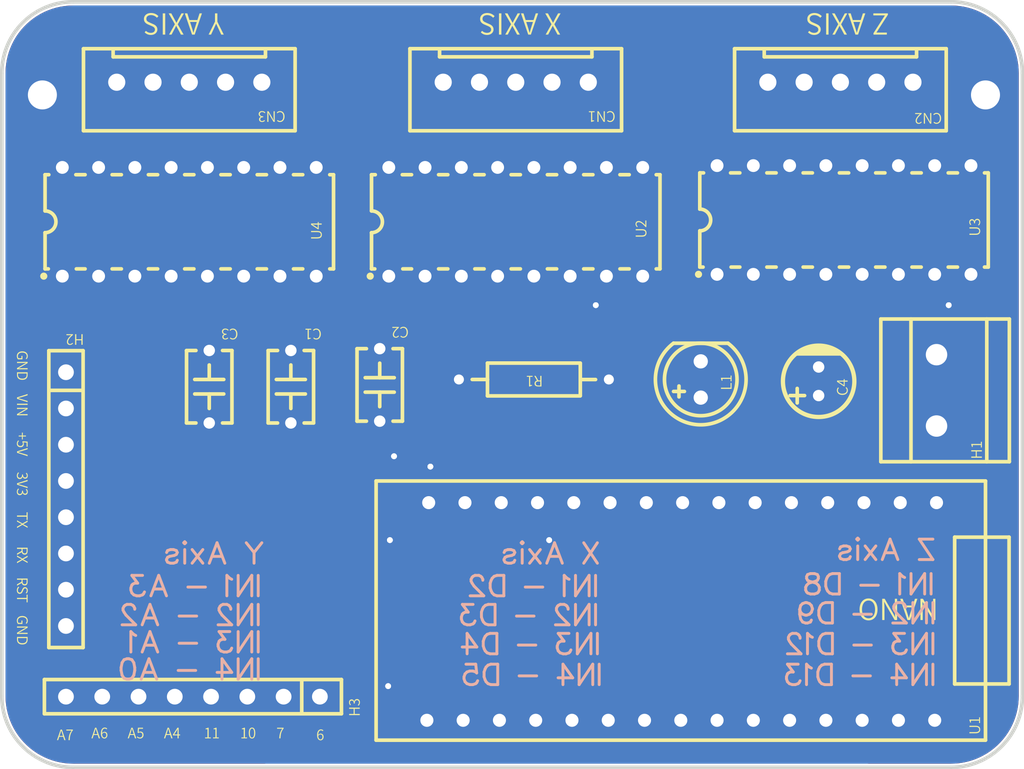
<source format=kicad_pcb>
(kicad_pcb (version 20241229) (generator "pcbnew") (generator_version "9.0")
  (layers (0 "F.Cu" signal) (2 "B.Cu" signal) (13 "F.Paste" user) (15 "B.Paste" user) (5 "F.SilkS" user "F.Silkscreen") (7 "B.SilkS" user "B.Silkscreen") (1 "F.Mask" user) (3 "B.Mask" user) (25 "Edge.Cuts" user))
  (net 0 "")
  (gr_poly (pts (xy 117.984 115.69667) (xy 118.12878 115.68752) (xy 118.27102 115.6606) (xy 118.40919 115.6159) (xy 118.54026 115.55392) (xy 118.66268 115.4762) (xy 118.77444 115.38374) (xy 118.87401 115.27808) (xy 118.95885 115.16073) (xy 119.02895 115.03373) (xy 119.08229 114.89911) (xy 119.11836 114.75839) (xy 119.13665 114.61463) (xy 119.13665 114.46934) (xy 119.11836 114.32558) (xy 119.08229 114.18486) (xy 119.02895 114.05024) (xy 118.95885 113.92324) (xy 118.87401 113.80589) (xy 118.77444 113.70023) (xy 118.66268 113.60777) (xy 118.54026 113.53005) (xy 118.40919 113.46807) (xy 118.27102 113.42337) (xy 118.12878 113.39644) (xy 117.984 113.3873) (xy 117.83922 113.39644) (xy 117.69698 113.42337) (xy 117.5588 113.46807) (xy 117.42774 113.53005) (xy 117.30531 113.60777) (xy 117.19355 113.70023) (xy 117.09398 113.80589) (xy 117.00914 113.92324) (xy 116.93904 114.05024) (xy 116.8857 114.18486) (xy 116.84963 114.32558) (xy 116.83134 114.46934) (xy 116.83134 114.61463) (xy 116.84963 114.75839) (xy 116.8857 114.89911) (xy 116.93904 115.03373) (xy 117.00914 115.16073) (xy 117.09398 115.27808) (xy 117.19355 115.38374) (xy 117.30531 115.4762) (xy 117.42774 115.55392) (xy 117.5588 115.6159) (xy 117.69698 115.6606) (xy 117.83922 115.68752)) (fill yes) (layer "F.Cu"))
  (gr_poly (pts (xy 134.50466 94.54761) (xy 135.07159 94.54761) (xy 135.07159 93.90347) (xy 134.98269 93.94767) (xy 134.86788 94.02386) (xy 134.76425 94.1153) (xy 134.67332 94.21894) (xy 134.59661 94.33374) (xy 134.53565 94.45719)) (fill yes) (layer "F.Cu"))
  (gr_poly (pts (xy 150.82351 88.48737) (xy 150.89632 88.47657) (xy 150.96771 88.45869) (xy 151.03701 88.43389) (xy 151.10355 88.40242) (xy 151.16668 88.36458) (xy 151.22579 88.32074) (xy 151.28033 88.27131) (xy 151.32976 88.21677) (xy 151.3736 88.15766) (xy 151.41144 88.09453) (xy 151.44291 88.02799) (xy 151.46771 87.95869) (xy 151.48559 87.8873) (xy 151.49639 87.81449) (xy 151.5 87.74098) (xy 151.5 87.49098) (xy 151.5 87.24098) (xy 151.49639 87.16747) (xy 151.48559 87.09466) (xy 151.46771 87.02327) (xy 151.44291 86.95397) (xy 151.41144 86.88743) (xy 151.3736 86.8243) (xy 151.32976 86.76519) (xy 151.28033 86.71065) (xy 151.22579 86.66122) (xy 151.16668 86.61738) (xy 151.10355 86.57954) (xy 151.03701 86.54807) (xy 150.96771 86.52327) (xy 150.89632 86.50539) (xy 150.82351 86.49459) (xy 150.75 86.49098) (xy 150.67649 86.49459) (xy 150.60368 86.50539) (xy 150.53229 86.52327) (xy 150.46299 86.54807) (xy 150.39645 86.57954) (xy 150.33332 86.61738) (xy 150.27421 86.66122) (xy 150.21967 86.71065) (xy 150.17024 86.76519) (xy 150.1264 86.8243) (xy 150.08856 86.88743) (xy 150.05709 86.95397) (xy 150.03229 87.02327) (xy 150.01441 87.09466) (xy 150.00361 87.16747) (xy 150 87.24098) (xy 150 87.74098) (xy 150.00361 87.81449) (xy 150.01441 87.8873) (xy 150.03229 87.95869) (xy 150.05709 88.02799) (xy 150.08856 88.09453) (xy 150.1264 88.15766) (xy 150.17024 88.21677) (xy 150.21967 88.27131) (xy 150.27421 88.32074) (xy 150.33332 88.36458) (xy 150.39645 88.40242) (xy 150.46299 88.43389) (xy 150.53229 88.45869) (xy 150.60368 88.47657) (xy 150.67649 88.48737) (xy 150.75 88.49098)) (fill yes) (layer "F.Cu"))
  (gr_poly (pts (xy 127.96351 88.48737) (xy 128.03632 88.47657) (xy 128.10771 88.45869) (xy 128.17701 88.43389) (xy 128.24355 88.40242) (xy 128.30668 88.36458) (xy 128.36579 88.32074) (xy 128.42033 88.27131) (xy 128.46976 88.21677) (xy 128.5136 88.15766) (xy 128.55144 88.09453) (xy 128.58291 88.02799) (xy 128.60771 87.95869) (xy 128.62559 87.8873) (xy 128.63639 87.81449) (xy 128.64 87.74098) (xy 128.64 87.49098) (xy 128.64 87.24098) (xy 128.63639 87.16747) (xy 128.62559 87.09466) (xy 128.60771 87.02327) (xy 128.58291 86.95397) (xy 128.55144 86.88743) (xy 128.5136 86.8243) (xy 128.46976 86.76519) (xy 128.42033 86.71065) (xy 128.36579 86.66122) (xy 128.30668 86.61738) (xy 128.24355 86.57954) (xy 128.17701 86.54807) (xy 128.10771 86.52327) (xy 128.03632 86.50539) (xy 127.96351 86.49459) (xy 127.89 86.49098) (xy 127.81649 86.49459) (xy 127.74368 86.50539) (xy 127.67229 86.52327) (xy 127.60299 86.54807) (xy 127.53645 86.57954) (xy 127.47332 86.61738) (xy 127.41421 86.66122) (xy 127.35967 86.71065) (xy 127.31024 86.76519) (xy 127.2664 86.8243) (xy 127.22856 86.88743) (xy 127.19709 86.95397) (xy 127.17229 87.02327) (xy 127.15441 87.09466) (xy 127.14361 87.16747) (xy 127.14 87.24098) (xy 127.14 87.74098) (xy 127.14361 87.81449) (xy 127.15441 87.8873) (xy 127.17229 87.95869) (xy 127.19709 88.02799) (xy 127.22856 88.09453) (xy 127.2664 88.15766) (xy 127.31024 88.21677) (xy 127.35967 88.27131) (xy 127.41421 88.32074) (xy 127.47332 88.36458) (xy 127.53645 88.40242) (xy 127.60299 88.43389) (xy 127.67229 88.45869) (xy 127.74368 88.47657) (xy 127.81649 88.48737) (xy 127.89 88.49098)) (fill yes) (layer "F.Cu"))
  (gr_circle (center 150.877 126.23106) (end 151.877 126.23106) (fill yes) (layer "F.Cu"))
  (gr_poly (pts (xy 125.42351 96.10737) (xy 125.49632 96.09657) (xy 125.56771 96.07869) (xy 125.63701 96.05389) (xy 125.70355 96.02242) (xy 125.76668 95.98458) (xy 125.82579 95.94074) (xy 125.88033 95.89131) (xy 125.92976 95.83677) (xy 125.9736 95.77766) (xy 126.01144 95.71453) (xy 126.04291 95.64799) (xy 126.06771 95.57869) (xy 126.08559 95.5073) (xy 126.09639 95.43449) (xy 126.1 95.36098) (xy 126.1 95.11098) (xy 126.1 94.86098) (xy 126.09639 94.78747) (xy 126.08559 94.71466) (xy 126.06771 94.64327) (xy 126.04291 94.57397) (xy 126.01144 94.50743) (xy 125.9736 94.4443) (xy 125.92976 94.38519) (xy 125.88033 94.33065) (xy 125.82579 94.28122) (xy 125.76668 94.23738) (xy 125.70355 94.19954) (xy 125.63701 94.16807) (xy 125.56771 94.14327) (xy 125.49632 94.12539) (xy 125.42351 94.11459) (xy 125.35 94.11098) (xy 125.27649 94.11459) (xy 125.20368 94.12539) (xy 125.13229 94.14327) (xy 125.06299 94.16807) (xy 124.99645 94.19954) (xy 124.93332 94.23738) (xy 124.87421 94.28122) (xy 124.81967 94.33065) (xy 124.77024 94.38519) (xy 124.7264 94.4443) (xy 124.68856 94.50743) (xy 124.65709 94.57397) (xy 124.63229 94.64327) (xy 124.61441 94.71466) (xy 124.60361 94.78747) (xy 124.6 94.86098) (xy 124.6 95.36098) (xy 124.60361 95.43449) (xy 124.61441 95.5073) (xy 124.63229 95.57869) (xy 124.65709 95.64799) (xy 124.68856 95.71453) (xy 124.7264 95.77766) (xy 124.77024 95.83677) (xy 124.81967 95.89131) (xy 124.87421 95.94074) (xy 124.93332 95.98458) (xy 124.99645 96.02242) (xy 125.06299 96.05389) (xy 125.13229 96.07869) (xy 125.20368 96.09657) (xy 125.27649 96.10737) (xy 125.35 96.11098)) (fill yes) (layer "F.Cu"))
  (gr_circle (center 170.689 101.47699) (end 171.339 101.47699) (fill yes) (layer "F.Cu"))
  (gr_poly (pts (xy 155.90351 88.48737) (xy 155.97632 88.47657) (xy 156.04771 88.45869) (xy 156.11701 88.43389) (xy 156.18355 88.40242) (xy 156.24668 88.36458) (xy 156.30579 88.32074) (xy 156.36033 88.27131) (xy 156.40976 88.21677) (xy 156.4536 88.15766) (xy 156.49144 88.09453) (xy 156.52291 88.02799) (xy 156.54771 87.95869) (xy 156.56559 87.8873) (xy 156.57639 87.81449) (xy 156.58 87.74098) (xy 156.58 87.49098) (xy 156.58 87.24098) (xy 156.57639 87.16747) (xy 156.56559 87.09466) (xy 156.54771 87.02327) (xy 156.52291 86.95397) (xy 156.49144 86.88743) (xy 156.4536 86.8243) (xy 156.40976 86.76519) (xy 156.36033 86.71065) (xy 156.30579 86.66122) (xy 156.24668 86.61738) (xy 156.18355 86.57954) (xy 156.11701 86.54807) (xy 156.04771 86.52327) (xy 155.97632 86.50539) (xy 155.90351 86.49459) (xy 155.83 86.49098) (xy 155.75649 86.49459) (xy 155.68368 86.50539) (xy 155.61229 86.52327) (xy 155.54299 86.54807) (xy 155.47645 86.57954) (xy 155.41332 86.61738) (xy 155.35421 86.66122) (xy 155.29967 86.71065) (xy 155.25024 86.76519) (xy 155.2064 86.8243) (xy 155.16856 86.88743) (xy 155.13709 86.95397) (xy 155.11229 87.02327) (xy 155.09441 87.09466) (xy 155.08361 87.16747) (xy 155.08 87.24098) (xy 155.08 87.74098) (xy 155.08361 87.81449) (xy 155.09441 87.8873) (xy 155.11229 87.95869) (xy 155.13709 88.02799) (xy 155.16856 88.09453) (xy 155.2064 88.15766) (xy 155.25024 88.21677) (xy 155.29967 88.27131) (xy 155.35421 88.32074) (xy 155.41332 88.36458) (xy 155.47645 88.40242) (xy 155.54299 88.43389) (xy 155.61229 88.45869) (xy 155.68368 88.47657) (xy 155.75649 88.48737) (xy 155.83 88.49098)) (fill yes) (layer "F.Cu"))
  (gr_circle (center 178.944 110.98091) (end 179.944 110.98091) (fill yes) (layer "F.Cu"))
  (gr_circle (center 178.817 126.23106) (end 179.817 126.23106) (fill yes) (layer "F.Cu"))
  (gr_poly (pts (xy 178.86119 107.06473) (xy 179.02731 107.06473) (xy 179.1919 107.04543) (xy 179.35395 107.00784) (xy 179.51042 106.95196) (xy 179.65926 106.8788) (xy 179.79896 106.78889) (xy 179.92799 106.68373) (xy 180.04331 106.56486) (xy 180.14491 106.43329) (xy 180.23076 106.29105) (xy 180.29985 106.13966) (xy 180.35116 105.98168) (xy 180.38418 105.81912) (xy 180.3984 105.65351) (xy 180.39332 105.48739) (xy 180.36995 105.3228) (xy 180.32779 105.16227) (xy 180.26734 105.00784) (xy 180.19012 104.86052) (xy 180.09614 104.72336) (xy 179.98743 104.59788) (xy 179.865 104.48562) (xy 179.73038 104.38808) (xy 179.58611 104.30629) (xy 179.43269 104.24178) (xy 179.27369 104.19504) (xy 179.1096 104.16659) (xy 178.944 104.15694) (xy 178.77839 104.16659) (xy 178.6143 104.19504) (xy 178.4553 104.24178) (xy 178.30188 104.30629) (xy 178.15761 104.38808) (xy 178.02299 104.48562) (xy 177.90056 104.59788) (xy 177.79185 104.72336) (xy 177.69787 104.86052) (xy 177.6232 105.00276) (xy 177.60034 105.03172) (xy 177.56935 105.05051) (xy 177.53328 105.05712) (xy 173.0959 105.05712) (xy 173.05729 105.04899) (xy 173.02427 105.02714) (xy 171.66486 103.66774) (xy 171.64658 103.64284) (xy 171.63642 103.61338) (xy 171.63591 103.58239) (xy 171.6415 103.54226) (xy 171.6415 103.4117) (xy 171.62372 103.28267) (xy 171.58866 103.1572) (xy 171.53685 103.03782) (xy 171.46928 102.92656) (xy 171.38699 102.82547) (xy 171.29148 102.73606) (xy 171.18531 102.66139) (xy 171.06949 102.60145) (xy 170.98922 102.57249) (xy 170.96738 102.55928) (xy 170.95519 102.55979) (xy 170.81904 102.53083) (xy 170.689 102.5222) (xy 170.55895 102.53083) (xy 170.4228 102.55979) (xy 170.41061 102.55928) (xy 170.38877 102.57249) (xy 170.3085 102.60145) (xy 170.19268 102.66139) (xy 170.08651 102.73606) (xy 169.991 102.82547) (xy 169.90871 102.92656) (xy 169.84114 103.03782) (xy 169.78933 103.1572) (xy 169.75428 103.28267) (xy 169.7365 103.4117) (xy 169.7365 103.54226) (xy 169.75428 103.67129) (xy 169.78933 103.79677) (xy 169.84114 103.91615) (xy 169.90871 104.0274) (xy 169.991 104.12849) (xy 170.08651 104.2179) (xy 170.19268 104.29258) (xy 170.3085 104.35252) (xy 170.43144 104.39621) (xy 170.55895 104.42313) (xy 170.689 104.43177) (xy 170.80177 104.42415) (xy 170.84444 104.43024) (xy 170.88051 104.45361) (xy 172.42991 106.00301) (xy 172.4675 106.03705) (xy 172.5056 106.06651) (xy 172.54675 106.09242) (xy 172.58942 106.11477) (xy 172.63413 106.13357) (xy 172.68036 106.1483) (xy 172.7276 106.15846) (xy 172.77586 106.16506) (xy 172.82615 106.1671) (xy 177.53531 106.1671) (xy 177.5729 106.17421) (xy 177.60542 106.19504) (xy 177.62777 106.22653) (xy 177.65723 106.29105) (xy 177.74308 106.43329) (xy 177.84468 106.56486) (xy 177.96 106.68373) (xy 178.08903 106.78889) (xy 178.22873 106.8788) (xy 178.37758 106.95196) (xy 178.53404 107.00784) (xy 178.69609 107.04543)) (fill yes) (layer "F.Cu"))
  (gr_circle (center 166.117 126.23106) (end 167.117 126.23106) (fill yes) (layer "F.Cu"))
  (gr_circle (center 171.324 110.98091) (end 172.324 110.98091) (fill yes) (layer "F.Cu"))
  (gr_poly (pts (xy 143.20351 96.10737) (xy 143.27632 96.09657) (xy 143.34771 96.07869) (xy 143.41701 96.05389) (xy 143.48355 96.02242) (xy 143.54668 95.98458) (xy 143.60579 95.94074) (xy 143.66033 95.89131) (xy 143.70976 95.83677) (xy 143.7536 95.77766) (xy 143.79144 95.71453) (xy 143.82291 95.64799) (xy 143.84771 95.57869) (xy 143.86559 95.5073) (xy 143.87639 95.43449) (xy 143.88 95.36098) (xy 143.88 95.11098) (xy 143.88 94.86098) (xy 143.87639 94.78747) (xy 143.86559 94.71466) (xy 143.84771 94.64327) (xy 143.82291 94.57397) (xy 143.79144 94.50743) (xy 143.7536 94.4443) (xy 143.70976 94.38519) (xy 143.66033 94.33065) (xy 143.60579 94.28122) (xy 143.54668 94.23738) (xy 143.48355 94.19954) (xy 143.41701 94.16807) (xy 143.34771 94.14327) (xy 143.27632 94.12539) (xy 143.20351 94.11459) (xy 143.13 94.11098) (xy 143.05649 94.11459) (xy 142.98368 94.12539) (xy 142.91229 94.14327) (xy 142.84299 94.16807) (xy 142.77645 94.19954) (xy 142.71332 94.23738) (xy 142.65421 94.28122) (xy 142.59967 94.33065) (xy 142.55024 94.38519) (xy 142.5064 94.4443) (xy 142.46856 94.50743) (xy 142.43709 94.57397) (xy 142.41229 94.64327) (xy 142.39441 94.71466) (xy 142.38361 94.78747) (xy 142.38 94.86098) (xy 142.38 95.36098) (xy 142.38361 95.43449) (xy 142.39441 95.5073) (xy 142.41229 95.57869) (xy 142.43709 95.64799) (xy 142.46856 95.71453) (xy 142.5064 95.77766) (xy 142.55024 95.83677) (xy 142.59967 95.89131) (xy 142.65421 95.94074) (xy 142.71332 95.98458) (xy 142.77645 96.02242) (xy 142.84299 96.05389) (xy 142.91229 96.07869) (xy 142.98368 96.09657) (xy 143.05649 96.10737) (xy 143.13 96.11098)) (fill yes) (layer "F.Cu"))
  (gr_poly (pts (xy 144.39542 112.05736) (xy 144.35732 112.04974) (xy 144.32481 112.0284) (xy 144.30246 111.9969) (xy 144.29382 111.9588) (xy 144.30043 111.9202) (xy 144.32075 111.88718) (xy 144.39746 111.80336) (xy 144.48737 111.67737) (xy 144.5651 111.53666) (xy 144.59354 111.50465) (xy 144.62402 111.49043) (xy 144.61844 111.4823) (xy 144.61031 111.44369) (xy 144.61996 111.39899) (xy 144.66111 111.24964) (xy 144.68397 111.09673) (xy 144.68854 110.9423) (xy 144.67482 110.78837) (xy 144.64282 110.63699) (xy 144.61386 110.55164) (xy 144.60878 110.51354) (xy 144.61691 110.47646) (xy 144.58491 110.45614) (xy 144.56205 110.42566) (xy 144.527 110.35098) (xy 144.44419 110.22043) (xy 144.34665 110.10003) (xy 144.23591 109.99234) (xy 144.11298 109.89886) (xy 143.97988 109.82012) (xy 143.83815 109.75764) (xy 143.69032 109.71243) (xy 143.53843 109.685) (xy 143.384 109.67585) (xy 143.22956 109.685) (xy 143.07767 109.71243) (xy 142.92984 109.75764) (xy 142.78811 109.82012) (xy 142.75509 109.83943) (xy 142.71293 109.85314) (xy 142.66873 109.84756) (xy 142.63165 109.82419) (xy 141.91791 109.11045) (xy 141.89606 109.07743) (xy 141.88794 109.03831) (xy 141.89606 108.9997) (xy 141.91791 108.96668) (xy 141.95093 108.94484) (xy 141.98954 108.93671) (xy 142.94762 108.93671) (xy 142.98268 108.94332) (xy 143.01366 108.9611) (xy 143.08783 109.0251) (xy 143.18232 109.08251) (xy 143.28443 109.12518) (xy 143.39212 109.15109) (xy 143.50236 109.15972) (xy 143.6126 109.15109) (xy 143.72029 109.12518) (xy 143.8224 109.08251) (xy 143.91638 109.0251) (xy 144.00071 108.95297) (xy 144.07234 108.86915) (xy 144.13025 108.77466) (xy 144.17241 108.67255) (xy 144.19832 108.56486) (xy 144.20696 108.45462) (xy 144.19832 108.34438) (xy 144.17241 108.2372) (xy 144.13025 108.13509) (xy 144.07234 108.0406) (xy 144.00071 107.95627) (xy 143.91638 107.88464) (xy 143.8224 107.82673) (xy 143.72029 107.78457) (xy 143.6126 107.75866) (xy 143.50236 107.75002) (xy 143.39212 107.75866) (xy 143.28443 107.78457) (xy 143.18232 107.82673) (xy 143.08783 107.88464) (xy 143.01366 107.94814) (xy 142.98268 107.96643) (xy 142.94762 107.97253) (xy 141.92299 107.97253) (xy 141.88438 107.96491) (xy 141.85136 107.94306) (xy 141.6888 107.7805) (xy 141.66848 107.75104) (xy 141.65934 107.7165) (xy 141.65172 107.61896) (xy 141.63038 107.52955) (xy 141.62835 107.49298) (xy 141.63952 107.45792) (xy 141.66187 107.42948) (xy 141.69337 107.41068) (xy 141.72893 107.40408) (xy 146.70327 107.40408) (xy 146.74238 107.4117) (xy 146.7749 107.43354) (xy 148.89072 109.54936) (xy 148.91459 109.58695) (xy 148.91967 109.63115) (xy 148.90596 109.67331) (xy 148.87497 109.70582) (xy 148.83331 109.72157) (xy 148.78912 109.71852) (xy 148.77032 109.71243) (xy 148.61843 109.685) (xy 148.464 109.67585) (xy 148.30956 109.685) (xy 148.15767 109.71243) (xy 148.00984 109.75764) (xy 147.86811 109.82012) (xy 147.73501 109.89886) (xy 147.61208 109.99234) (xy 147.50134 110.10003) (xy 147.4038 110.22043) (xy 147.3215 110.35098) (xy 147.28594 110.42566) (xy 147.26308 110.45614) (xy 147.23006 110.47646) (xy 147.23921 110.51354) (xy 147.23413 110.55164) (xy 147.20517 110.63699) (xy 147.17317 110.78837) (xy 147.15945 110.9423) (xy 147.16402 111.09673) (xy 147.18688 111.24964) (xy 147.23006 111.40458) (xy 147.23768 111.44369) (xy 147.22956 111.4823) (xy 147.22397 111.49043) (xy 147.25496 111.50465) (xy 147.2829 111.53666) (xy 147.36062 111.67737) (xy 147.45054 111.80336) (xy 147.52724 111.88718) (xy 147.54756 111.9202) (xy 147.55417 111.9588) (xy 147.54553 111.9969) (xy 147.52318 112.0284) (xy 147.49067 112.04974) (xy 147.45257 112.05736) (xy 146.93542 112.05736) (xy 146.89732 112.04974) (xy 146.86481 112.0284) (xy 146.84246 111.9969) (xy 146.83382 111.9588) (xy 146.84043 111.9202) (xy 146.86075 111.88718) (xy 146.93746 111.80336) (xy 147.02737 111.67737) (xy 147.10103 111.54428) (xy 146.48737 111.54428) (xy 146.48737 111.95576) (xy 146.47975 111.99436) (xy 146.4579 112.02738) (xy 146.42488 112.04974) (xy 146.38577 112.05736) (xy 145.46222 112.05736) (xy 145.42311 112.04974) (xy 145.39009 112.02738) (xy 145.36824 111.99436) (xy 145.36062 111.95576) (xy 145.36062 111.54428) (xy 144.74696 111.54428) (xy 144.82062 111.67737) (xy 144.91054 111.80336) (xy 144.98724 111.88718) (xy 145.00756 111.9202) (xy 145.01417 111.9588) (xy 145.00553 111.9969) (xy 144.98318 112.0284) (xy 144.95067 112.04974) (xy 144.91257 112.05736)) (fill yes) (layer "F.Cu"))
  (gr_poly (pts (xy 181.43051 88.36037) (xy 181.50332 88.34957) (xy 181.57471 88.33169) (xy 181.64401 88.30689) (xy 181.71055 88.27542) (xy 181.77368 88.23758) (xy 181.83279 88.19374) (xy 181.88733 88.14431) (xy 181.93676 88.08977) (xy 181.9806 88.03066) (xy 182.01844 87.96753) (xy 182.04991 87.90099) (xy 182.07471 87.83169) (xy 182.09259 87.7603) (xy 182.10339 87.68749) (xy 182.107 87.61398) (xy 182.107 87.36398) (xy 182.107 87.11398) (xy 182.10339 87.04047) (xy 182.09259 86.96766) (xy 182.07471 86.89627) (xy 182.04991 86.82697) (xy 182.01844 86.76043) (xy 181.9806 86.6973) (xy 181.93676 86.63819) (xy 181.88733 86.58365) (xy 181.83279 86.53422) (xy 181.77368 86.49038) (xy 181.71055 86.45254) (xy 181.64401 86.42107) (xy 181.57471 86.39627) (xy 181.50332 86.37839) (xy 181.43051 86.36759) (xy 181.357 86.36398) (xy 181.28349 86.36759) (xy 181.21068 86.37839) (xy 181.13929 86.39627) (xy 181.06999 86.42107) (xy 181.00345 86.45254) (xy 180.94032 86.49038) (xy 180.88121 86.53422) (xy 180.82667 86.58365) (xy 180.77724 86.63819) (xy 180.7334 86.6973) (xy 180.69556 86.76043) (xy 180.66409 86.82697) (xy 180.63929 86.89627) (xy 180.62141 86.96766) (xy 180.61061 87.04047) (xy 180.607 87.11398) (xy 180.607 87.61398) (xy 180.61061 87.68749) (xy 180.62141 87.7603) (xy 180.63929 87.83169) (xy 180.66409 87.90099) (xy 180.69556 87.96753) (xy 180.7334 88.03066) (xy 180.77724 88.08977) (xy 180.82667 88.14431) (xy 180.88121 88.19374) (xy 180.94032 88.23758) (xy 181.00345 88.27542) (xy 181.06999 88.30689) (xy 181.13929 88.33169) (xy 181.21068 88.34957) (xy 181.28349 88.36037) (xy 181.357 88.36398)) (fill yes) (layer "F.Cu"))
  (gr_poly (pts (xy 173.81051 95.98037) (xy 173.88332 95.96957) (xy 173.95471 95.95169) (xy 174.02401 95.92689) (xy 174.09055 95.89542) (xy 174.15368 95.85758) (xy 174.21279 95.81374) (xy 174.26733 95.76431) (xy 174.31676 95.70977) (xy 174.3606 95.65066) (xy 174.39844 95.58753) (xy 174.42991 95.52099) (xy 174.45471 95.45169) (xy 174.47259 95.3803) (xy 174.48339 95.30749) (xy 174.487 95.23398) (xy 174.487 94.98398) (xy 174.487 94.73398) (xy 174.48339 94.66047) (xy 174.47259 94.58766) (xy 174.45471 94.51627) (xy 174.42991 94.44697) (xy 174.39844 94.38043) (xy 174.3606 94.3173) (xy 174.31676 94.25819) (xy 174.26733 94.20365) (xy 174.21279 94.15422) (xy 174.15368 94.11038) (xy 174.09055 94.07254) (xy 174.02401 94.04107) (xy 173.95471 94.01627) (xy 173.88332 93.99839) (xy 173.81051 93.98759) (xy 173.737 93.98398) (xy 173.66349 93.98759) (xy 173.59068 93.99839) (xy 173.51929 94.01627) (xy 173.44999 94.04107) (xy 173.38345 94.07254) (xy 173.32032 94.11038) (xy 173.26121 94.15422) (xy 173.20667 94.20365) (xy 173.15724 94.25819) (xy 173.1134 94.3173) (xy 173.07556 94.38043) (xy 173.04409 94.44697) (xy 173.01929 94.51627) (xy 173.00141 94.58766) (xy 172.99061 94.66047) (xy 172.987 94.73398) (xy 172.987 95.23398) (xy 172.99061 95.30749) (xy 173.00141 95.3803) (xy 173.01929 95.45169) (xy 173.04409 95.52099) (xy 173.07556 95.58753) (xy 173.1134 95.65066) (xy 173.15724 95.70977) (xy 173.20667 95.76431) (xy 173.26121 95.81374) (xy 173.32032 95.85758) (xy 173.38345 95.89542) (xy 173.44999 95.92689) (xy 173.51929 95.95169) (xy 173.59068 95.96957) (xy 173.66349 95.98037) (xy 173.737 95.98398)) (fill yes) (layer "F.Cu"))
  (gr_circle (center 163.577 126.23106) (end 164.577 126.23106) (fill yes) (layer "F.Cu"))
  (gr_circle (center 143.384 110.98091) (end 144.384 110.98091) (fill yes) (layer "F.Cu"))
  (gr_poly (pts (xy 173.81051 88.36037) (xy 173.88332 88.34957) (xy 173.95471 88.33169) (xy 174.02401 88.30689) (xy 174.09055 88.27542) (xy 174.15368 88.23758) (xy 174.21279 88.19374) (xy 174.26733 88.14431) (xy 174.31676 88.08977) (xy 174.3606 88.03066) (xy 174.39844 87.96753) (xy 174.42991 87.90099) (xy 174.45471 87.83169) (xy 174.47259 87.7603) (xy 174.48339 87.68749) (xy 174.487 87.61398) (xy 174.487 87.36398) (xy 174.487 87.11398) (xy 174.48339 87.04047) (xy 174.47259 86.96766) (xy 174.45471 86.89627) (xy 174.42991 86.82697) (xy 174.39844 86.76043) (xy 174.3606 86.6973) (xy 174.31676 86.63819) (xy 174.26733 86.58365) (xy 174.21279 86.53422) (xy 174.15368 86.49038) (xy 174.09055 86.45254) (xy 174.02401 86.42107) (xy 173.95471 86.39627) (xy 173.88332 86.37839) (xy 173.81051 86.36759) (xy 173.737 86.36398) (xy 173.66349 86.36759) (xy 173.59068 86.37839) (xy 173.51929 86.39627) (xy 173.44999 86.42107) (xy 173.38345 86.45254) (xy 173.32032 86.49038) (xy 173.26121 86.53422) (xy 173.20667 86.58365) (xy 173.15724 86.63819) (xy 173.1134 86.6973) (xy 173.07556 86.76043) (xy 173.04409 86.82697) (xy 173.01929 86.89627) (xy 173.00141 86.96766) (xy 172.99061 87.04047) (xy 172.987 87.11398) (xy 172.987 87.61398) (xy 172.99061 87.68749) (xy 173.00141 87.7603) (xy 173.01929 87.83169) (xy 173.04409 87.90099) (xy 173.07556 87.96753) (xy 173.1134 88.03066) (xy 173.15724 88.08977) (xy 173.20667 88.14431) (xy 173.26121 88.19374) (xy 173.32032 88.23758) (xy 173.38345 88.27542) (xy 173.44999 88.30689) (xy 173.51929 88.33169) (xy 173.59068 88.34957) (xy 173.66349 88.36037) (xy 173.737 88.36398)) (fill yes) (layer "F.Cu"))
  (gr_poly (pts (xy 136.5514 123.72498) (xy 134.9766 123.72498) (xy 134.9766 125.42498) (xy 136.5514 125.42498)) (fill yes) (layer "F.Cu"))
  (gr_circle (center 158.624 110.98091) (end 159.624 110.98091) (fill yes) (layer "F.Cu"))
  (gr_poly (pts (xy 162.89729 100.61669) (xy 163.43577 100.61669) (xy 163.37888 100.50747) (xy 163.2976 100.39114) (xy 163.2026 100.28649) (xy 163.0949 100.19454) (xy 162.97603 100.11732) (xy 162.89729 100.07923)) (fill yes) (layer "F.Cu"))
  (gr_poly (pts (xy 127.10361 104.98447) (xy 127.60348 104.98447) (xy 127.60348 104.48358) (xy 127.50493 104.53337) (xy 127.39419 104.60957) (xy 127.29462 104.69948) (xy 127.20826 104.8021) (xy 127.13562 104.91488)) (fill yes) (layer "F.Cu"))
  (gr_poly (pts (xy 140.36851 106.18488) (xy 140.40813 106.1676) (xy 140.52345 106.09953) (xy 140.62911 106.01622) (xy 140.72258 105.9197) (xy 140.80183 105.8115) (xy 140.86635 105.69415) (xy 140.8699 105.6845) (xy 140.36851 105.6845)) (fill yes) (layer "F.Cu"))
  (gr_poly (pts (xy 133.04351 96.10737) (xy 133.11632 96.09657) (xy 133.18771 96.07869) (xy 133.25701 96.05389) (xy 133.32355 96.02242) (xy 133.38668 95.98458) (xy 133.44579 95.94074) (xy 133.50033 95.89131) (xy 133.54976 95.83677) (xy 133.5936 95.77766) (xy 133.63144 95.71453) (xy 133.66291 95.64799) (xy 133.68771 95.57869) (xy 133.70559 95.5073) (xy 133.71639 95.43449) (xy 133.72 95.36098) (xy 133.72 95.11098) (xy 133.72 94.86098) (xy 133.71639 94.78747) (xy 133.70559 94.71466) (xy 133.68771 94.64327) (xy 133.66291 94.57397) (xy 133.63144 94.50743) (xy 133.5936 94.4443) (xy 133.54976 94.38519) (xy 133.50033 94.33065) (xy 133.44579 94.28122) (xy 133.38668 94.23738) (xy 133.32355 94.19954) (xy 133.25701 94.16807) (xy 133.18771 94.14327) (xy 133.11632 94.12539) (xy 133.04351 94.11459) (xy 132.97 94.11098) (xy 132.89649 94.11459) (xy 132.82368 94.12539) (xy 132.75229 94.14327) (xy 132.68299 94.16807) (xy 132.61645 94.19954) (xy 132.55332 94.23738) (xy 132.49421 94.28122) (xy 132.43967 94.33065) (xy 132.39024 94.38519) (xy 132.3464 94.4443) (xy 132.30856 94.50743) (xy 132.27709 94.57397) (xy 132.25229 94.64327) (xy 132.23441 94.71466) (xy 132.22361 94.78747) (xy 132.22 94.86098) (xy 132.22 95.36098) (xy 132.22361 95.43449) (xy 132.23441 95.5073) (xy 132.25229 95.57869) (xy 132.27709 95.64799) (xy 132.30856 95.71453) (xy 132.3464 95.77766) (xy 132.39024 95.83677) (xy 132.43967 95.89131) (xy 132.49421 95.94074) (xy 132.55332 95.98458) (xy 132.61645 96.02242) (xy 132.68299 96.05389) (xy 132.75229 96.07869) (xy 132.82368 96.09657) (xy 132.89649 96.10737) (xy 132.97 96.11098)) (fill yes) (layer "F.Cu"))
  (gr_circle (center 168.784 110.98091) (end 169.784 110.98091) (fill yes) (layer "F.Cu"))
  (gr_poly (pts (xy 117.4953 120.66592) (xy 117.4953 120.11068) (xy 116.93752 120.11068) (xy 117.00914 120.24073) (xy 117.09398 120.35808) (xy 117.19355 120.46374) (xy 117.30531 120.5562) (xy 117.42774 120.63392)) (fill yes) (layer "F.Cu"))
  (gr_poly (pts (xy 178.30544 101.91666) (xy 178.30544 101.25067) (xy 177.63894 101.25067) (xy 177.65723 101.2908) (xy 177.74308 101.43304) (xy 177.84468 101.56462) (xy 177.96 101.684) (xy 178.08903 101.78915) (xy 178.22873 101.87907)) (fill yes) (layer "F.Cu"))
  (gr_circle (center 145.50007 102.34998) (end 146.20007 102.34998) (fill yes) (layer "F.Cu"))
  (gr_poly (pts (xy 158.8084 94.54761) (xy 159.37533 94.54761) (xy 159.34434 94.45719) (xy 159.28338 94.33374) (xy 159.20667 94.21894) (xy 159.11574 94.1153) (xy 159.01211 94.02386) (xy 158.8973 93.94767) (xy 158.8084 93.90347)) (fill yes) (layer "F.Cu"))
  (gr_circle (center 173.737 126.23106) (end 174.737 126.23106) (fill yes) (layer "F.Cu"))
  (gr_poly (pts (xy 117.984 118.23667) (xy 118.12878 118.22752) (xy 118.27102 118.2006) (xy 118.40919 118.1559) (xy 118.54026 118.09392) (xy 118.66268 118.0162) (xy 118.77444 117.92374) (xy 118.87401 117.81808) (xy 118.95885 117.70073) (xy 119.02895 117.57373) (xy 119.08229 117.43911) (xy 119.11836 117.29839) (xy 119.13665 117.15463) (xy 119.13665 117.00934) (xy 119.11836 116.86558) (xy 119.08229 116.72486) (xy 119.02895 116.59024) (xy 118.95885 116.46324) (xy 118.87401 116.34589) (xy 118.77444 116.24023) (xy 118.66268 116.14777) (xy 118.54026 116.07005) (xy 118.40919 116.00807) (xy 118.27102 115.96337) (xy 118.12878 115.93644) (xy 117.984 115.9273) (xy 117.83922 115.93644) (xy 117.69698 115.96337) (xy 117.5588 116.00807) (xy 117.42774 116.07005) (xy 117.30531 116.14777) (xy 117.19355 116.24023) (xy 117.09398 116.34589) (xy 117.00914 116.46324) (xy 116.93904 116.59024) (xy 116.8857 116.72486) (xy 116.84963 116.86558) (xy 116.83134 117.00934) (xy 116.83134 117.15463) (xy 116.84963 117.29839) (xy 116.8857 117.43911) (xy 116.93904 117.57373) (xy 117.00914 117.70073) (xy 117.09398 117.81808) (xy 117.19355 117.92374) (xy 117.30531 118.0162) (xy 117.42774 118.09392) (xy 117.5588 118.1559) (xy 117.69698 118.2006) (xy 117.83922 118.22752)) (fill yes) (layer "F.Cu"))
  (gr_poly (pts (xy 146.48737 110.41753) (xy 147.09849 110.41753) (xy 147.067 110.35098) (xy 146.98419 110.22043) (xy 146.88665 110.10003) (xy 146.77591 109.99234) (xy 146.65298 109.89886) (xy 146.51988 109.82012) (xy 146.48737 109.8059)) (fill yes) (layer "F.Cu"))
  (gr_poly (pts (xy 180.91859 96.1915) (xy 180.91859 95.54736) (xy 180.35166 95.54736) (xy 180.38265 95.63778) (xy 180.44361 95.76123) (xy 180.52032 95.87603) (xy 180.61125 95.97967) (xy 180.71488 96.0711) (xy 180.82969 96.1473)) (fill yes) (layer "F.Cu"))
  (gr_poly (pts (xy 135.58351 96.10737) (xy 135.65632 96.09657) (xy 135.72771 96.07869) (xy 135.79701 96.05389) (xy 135.86355 96.02242) (xy 135.92668 95.98458) (xy 135.98579 95.94074) (xy 136.04033 95.89131) (xy 136.08976 95.83677) (xy 136.1336 95.77766) (xy 136.17144 95.71453) (xy 136.20291 95.64799) (xy 136.22771 95.57869) (xy 136.24559 95.5073) (xy 136.25639 95.43449) (xy 136.26 95.36098) (xy 136.26 95.11098) (xy 136.26 94.86098) (xy 136.25639 94.78747) (xy 136.24559 94.71466) (xy 136.22771 94.64327) (xy 136.20291 94.57397) (xy 136.17144 94.50743) (xy 136.1336 94.4443) (xy 136.08976 94.38519) (xy 136.04033 94.33065) (xy 135.98579 94.28122) (xy 135.92668 94.23738) (xy 135.86355 94.19954) (xy 135.79701 94.16807) (xy 135.72771 94.14327) (xy 135.65632 94.12539) (xy 135.58351 94.11459) (xy 135.51 94.11098) (xy 135.43649 94.11459) (xy 135.36368 94.12539) (xy 135.29229 94.14327) (xy 135.22299 94.16807) (xy 135.15645 94.19954) (xy 135.09332 94.23738) (xy 135.03421 94.28122) (xy 134.97967 94.33065) (xy 134.93024 94.38519) (xy 134.8864 94.4443) (xy 134.84856 94.50743) (xy 134.81709 94.57397) (xy 134.79229 94.64327) (xy 134.77441 94.71466) (xy 134.76361 94.78747) (xy 134.76 94.86098) (xy 134.76 95.36098) (xy 134.76361 95.43449) (xy 134.77441 95.5073) (xy 134.79229 95.57869) (xy 134.81709 95.64799) (xy 134.84856 95.71453) (xy 134.8864 95.77766) (xy 134.93024 95.83677) (xy 134.97967 95.89131) (xy 135.03421 95.94074) (xy 135.09332 95.98458) (xy 135.15645 96.02242) (xy 135.22299 96.05389) (xy 135.29229 96.07869) (xy 135.36368 96.09657) (xy 135.43649 96.10737) (xy 135.51 96.11098)) (fill yes) (layer "F.Cu"))
  (gr_circle (center 153.417 126.23106) (end 154.417 126.23106) (fill yes) (layer "F.Cu"))
  (gr_poly (pts (xy 161.9707 102.08176) (xy 161.9707 101.54328) (xy 161.43324 101.54328) (xy 161.45457 101.59103) (xy 161.52772 101.71194) (xy 161.61612 101.82268) (xy 161.71772 101.92123) (xy 161.831 102.00607) (xy 161.95444 102.07567)) (fill yes) (layer "F.Cu"))
  (gr_circle (center 173.864 110.98091) (end 174.864 110.98091) (fill yes) (layer "F.Cu"))
  (gr_poly (pts (xy 166.19051 95.98037) (xy 166.26332 95.96957) (xy 166.33471 95.95169) (xy 166.40401 95.92689) (xy 166.47055 95.89542) (xy 166.53368 95.85758) (xy 166.59279 95.81374) (xy 166.64733 95.76431) (xy 166.69676 95.70977) (xy 166.7406 95.65066) (xy 166.77844 95.58753) (xy 166.80991 95.52099) (xy 166.83471 95.45169) (xy 166.85259 95.3803) (xy 166.86339 95.30749) (xy 166.867 95.23398) (xy 166.867 94.98398) (xy 166.867 94.73398) (xy 166.86339 94.66047) (xy 166.85259 94.58766) (xy 166.83471 94.51627) (xy 166.80991 94.44697) (xy 166.77844 94.38043) (xy 166.7406 94.3173) (xy 166.69676 94.25819) (xy 166.64733 94.20365) (xy 166.59279 94.15422) (xy 166.53368 94.11038) (xy 166.47055 94.07254) (xy 166.40401 94.04107) (xy 166.33471 94.01627) (xy 166.26332 93.99839) (xy 166.19051 93.98759) (xy 166.117 93.98398) (xy 166.04349 93.98759) (xy 165.97068 93.99839) (xy 165.89929 94.01627) (xy 165.82999 94.04107) (xy 165.76345 94.07254) (xy 165.70032 94.11038) (xy 165.64121 94.15422) (xy 165.58667 94.20365) (xy 165.53724 94.25819) (xy 165.4934 94.3173) (xy 165.45556 94.38043) (xy 165.42409 94.44697) (xy 165.39929 94.51627) (xy 165.38141 94.58766) (xy 165.37061 94.66047) (xy 165.367 94.73398) (xy 165.367 95.23398) (xy 165.37061 95.30749) (xy 165.38141 95.3803) (xy 165.39929 95.45169) (xy 165.42409 95.52099) (xy 165.45556 95.58753) (xy 165.4934 95.65066) (xy 165.53724 95.70977) (xy 165.58667 95.76431) (xy 165.64121 95.81374) (xy 165.70032 95.85758) (xy 165.76345 95.89542) (xy 165.82999 95.92689) (xy 165.89929 95.95169) (xy 165.97068 95.96957) (xy 166.04349 95.98037) (xy 166.117 95.98398)) (fill yes) (layer "F.Cu"))
  (gr_poly (pts (xy 171.27051 95.98037) (xy 171.34332 95.96957) (xy 171.41471 95.95169) (xy 171.48401 95.92689) (xy 171.55055 95.89542) (xy 171.61368 95.85758) (xy 171.67279 95.81374) (xy 171.72733 95.76431) (xy 171.77676 95.70977) (xy 171.8206 95.65066) (xy 171.85844 95.58753) (xy 171.88991 95.52099) (xy 171.91471 95.45169) (xy 171.93259 95.3803) (xy 171.94339 95.30749) (xy 171.947 95.23398) (xy 171.947 94.98398) (xy 171.947 94.73398) (xy 171.94339 94.66047) (xy 171.93259 94.58766) (xy 171.91471 94.51627) (xy 171.88991 94.44697) (xy 171.85844 94.38043) (xy 171.8206 94.3173) (xy 171.77676 94.25819) (xy 171.72733 94.20365) (xy 171.67279 94.15422) (xy 171.61368 94.11038) (xy 171.55055 94.07254) (xy 171.48401 94.04107) (xy 171.41471 94.01627) (xy 171.34332 93.99839) (xy 171.27051 93.98759) (xy 171.197 93.98398) (xy 171.12349 93.98759) (xy 171.05068 93.99839) (xy 170.97929 94.01627) (xy 170.90999 94.04107) (xy 170.84345 94.07254) (xy 170.78032 94.11038) (xy 170.72121 94.15422) (xy 170.66667 94.20365) (xy 170.61724 94.25819) (xy 170.5734 94.3173) (xy 170.53556 94.38043) (xy 170.50409 94.44697) (xy 170.47929 94.51627) (xy 170.46141 94.58766) (xy 170.45061 94.66047) (xy 170.447 94.73398) (xy 170.447 95.23398) (xy 170.45061 95.30749) (xy 170.46141 95.3803) (xy 170.47929 95.45169) (xy 170.50409 95.52099) (xy 170.53556 95.58753) (xy 170.5734 95.65066) (xy 170.61724 95.70977) (xy 170.66667 95.76431) (xy 170.72121 95.81374) (xy 170.78032 95.85758) (xy 170.84345 95.89542) (xy 170.90999 95.92689) (xy 170.97929 95.95169) (xy 171.05068 95.96957) (xy 171.12349 95.98037) (xy 171.197 95.98398)) (fill yes) (layer "F.Cu"))
  (gr_circle (center 155.99992 102.34998) (end 156.69992 102.34998) (fill yes) (layer "F.Cu"))
  (gr_poly (pts (xy 168.657 96.28904) (xy 168.79466 96.27989) (xy 168.92979 96.25297) (xy 169.06086 96.20877) (xy 169.1843 96.1473) (xy 169.29911 96.0711) (xy 169.40274 95.97967) (xy 169.49367 95.87603) (xy 169.57038 95.76123) (xy 169.63134 95.63778) (xy 169.67604 95.50723) (xy 169.70297 95.37159) (xy 169.71211 95.23087) (xy 169.71211 94.7371) (xy 169.70297 94.59638) (xy 169.67604 94.46074) (xy 169.63134 94.33019) (xy 169.57038 94.20674) (xy 169.49367 94.09194) (xy 169.40274 93.9883) (xy 169.29911 93.89686) (xy 169.1843 93.82067) (xy 169.06086 93.7592) (xy 168.92979 93.715) (xy 168.79466 93.68808) (xy 168.657 93.67893) (xy 168.51933 93.68808) (xy 168.3842 93.715) (xy 168.25314 93.7592) (xy 168.12969 93.82067) (xy 168.01488 93.89686) (xy 167.91125 93.9883) (xy 167.82032 94.09194) (xy 167.74361 94.20674) (xy 167.68265 94.33019) (xy 167.63795 94.46074) (xy 167.61102 94.59638) (xy 167.60188 94.7371) (xy 167.60188 95.23087) (xy 167.61102 95.37159) (xy 167.63795 95.50723) (xy 167.68265 95.63778) (xy 167.74361 95.76123) (xy 167.82032 95.87603) (xy 167.91125 95.97967) (xy 168.01488 96.0711) (xy 168.12969 96.1473) (xy 168.25314 96.20877) (xy 168.3842 96.25297) (xy 168.51933 96.27989)) (fill yes) (layer "F.Cu"))
  (gr_circle (center 148.464 110.98091) (end 149.464 110.98091) (fill yes) (layer "F.Cu"))
  (gr_poly (pts (xy 127.89 88.79604) (xy 128.02766 88.78689) (xy 128.16279 88.75997) (xy 128.29386 88.71577) (xy 128.4173 88.6543) (xy 128.53211 88.5781) (xy 128.63574 88.48667) (xy 128.72667 88.38303) (xy 128.80338 88.26823) (xy 128.86434 88.14478) (xy 128.90904 88.01423) (xy 128.93597 87.87859) (xy 128.94511 87.73787) (xy 128.94511 87.2441) (xy 128.93597 87.10338) (xy 128.90904 86.96774) (xy 128.86434 86.83719) (xy 128.80338 86.71374) (xy 128.72667 86.59894) (xy 128.63574 86.4953) (xy 128.53211 86.40386) (xy 128.4173 86.32767) (xy 128.29386 86.2662) (xy 128.16279 86.222) (xy 128.02766 86.19508) (xy 127.89 86.18593) (xy 127.75233 86.19508) (xy 127.6172 86.222) (xy 127.48614 86.2662) (xy 127.36269 86.32767) (xy 127.24788 86.40386) (xy 127.14425 86.4953) (xy 127.05332 86.59894) (xy 126.97661 86.71374) (xy 126.91565 86.83719) (xy 126.87095 86.96774) (xy 126.84402 87.10338) (xy 126.83488 87.2441) (xy 126.83488 87.73787) (xy 126.84402 87.87859) (xy 126.87095 88.01423) (xy 126.91565 88.14478) (xy 126.97661 88.26823) (xy 127.05332 88.38303) (xy 127.14425 88.48667) (xy 127.24788 88.5781) (xy 127.36269 88.6543) (xy 127.48614 88.71577) (xy 127.6172 88.75997) (xy 127.75233 88.78689)) (fill yes) (layer "F.Cu"))
  (gr_poly (pts (xy 162.83176 96.28904) (xy 164.32223 96.28904) (xy 164.38624 96.28294) (xy 164.44364 96.26516) (xy 164.49597 96.23722) (xy 164.5422 96.19912) (xy 164.5803 96.1534) (xy 164.60824 96.10057) (xy 164.62551 96.04317) (xy 164.63211 95.97916) (xy 164.63211 93.98881) (xy 164.62551 93.9248) (xy 164.60824 93.8674) (xy 164.5803 93.81457) (xy 164.5422 93.76885) (xy 164.49597 93.73075) (xy 164.44364 93.70281) (xy 164.38624 93.68503) (xy 164.32223 93.67893) (xy 162.83176 93.67893) (xy 162.76775 93.68503) (xy 162.71035 93.70281) (xy 162.65802 93.73075) (xy 162.6118 93.76885) (xy 162.5737 93.81457) (xy 162.54576 93.8674) (xy 162.52848 93.9248) (xy 162.52188 93.98881) (xy 162.52188 95.97916) (xy 162.52848 96.04317) (xy 162.54576 96.10057) (xy 162.5737 96.1534) (xy 162.6118 96.19912) (xy 162.65802 96.23722) (xy 162.71035 96.26516) (xy 162.76775 96.28294)) (fill yes) (layer "F.Cu"))
  (gr_poly (pts (xy 135.9484 94.54761) (xy 136.51533 94.54761) (xy 136.48434 94.45719) (xy 136.42338 94.33374) (xy 136.34667 94.21894) (xy 136.25574 94.1153) (xy 136.15211 94.02386) (xy 136.0373 93.94767) (xy 135.9484 93.90347)) (fill yes) (layer "F.Cu"))
  (gr_poly (pts (xy 179.58255 101.91666) (xy 179.65926 101.87907) (xy 179.79896 101.78915) (xy 179.92799 101.684) (xy 180.04331 101.56462) (xy 180.14491 101.43304) (xy 180.23076 101.2908) (xy 180.24905 101.25067) (xy 179.58255 101.25067)) (fill yes) (layer "F.Cu"))
  (gr_circle (center 140.66642 113.60541) (end 141.06642 113.60541) (fill yes) (layer "F.Cu"))
  (gr_poly (pts (xy 161.43222 100.61669) (xy 161.9707 100.61669) (xy 161.9707 100.07923) (xy 161.89196 100.11732) (xy 161.77309 100.19454) (xy 161.66539 100.28649) (xy 161.5704 100.39114) (xy 161.48912 100.50747)) (fill yes) (layer "F.Cu"))
  (gr_circle (center 143.50233 108.4548) (end 143.90233 108.4548) (fill yes) (layer "F.Cu"))
  (gr_poly (pts (xy 155.90351 96.10737) (xy 155.97632 96.09657) (xy 156.04771 96.07869) (xy 156.11701 96.05389) (xy 156.18355 96.02242) (xy 156.24668 95.98458) (xy 156.30579 95.94074) (xy 156.36033 95.89131) (xy 156.40976 95.83677) (xy 156.4536 95.77766) (xy 156.49144 95.71453) (xy 156.52291 95.64799) (xy 156.54771 95.57869) (xy 156.56559 95.5073) (xy 156.57639 95.43449) (xy 156.58 95.36098) (xy 156.58 95.11098) (xy 156.58 94.86098) (xy 156.57639 94.78747) (xy 156.56559 94.71466) (xy 156.54771 94.64327) (xy 156.52291 94.57397) (xy 156.49144 94.50743) (xy 156.4536 94.4443) (xy 156.40976 94.38519) (xy 156.36033 94.33065) (xy 156.30579 94.28122) (xy 156.24668 94.23738) (xy 156.18355 94.19954) (xy 156.11701 94.16807) (xy 156.04771 94.14327) (xy 155.97632 94.12539) (xy 155.90351 94.11459) (xy 155.83 94.11098) (xy 155.75649 94.11459) (xy 155.68368 94.12539) (xy 155.61229 94.14327) (xy 155.54299 94.16807) (xy 155.47645 94.19954) (xy 155.41332 94.23738) (xy 155.35421 94.28122) (xy 155.29967 94.33065) (xy 155.25024 94.38519) (xy 155.2064 94.4443) (xy 155.16856 94.50743) (xy 155.13709 94.57397) (xy 155.11229 94.64327) (xy 155.09441 94.71466) (xy 155.08361 94.78747) (xy 155.08 94.86098) (xy 155.08 95.36098) (xy 155.08361 95.43449) (xy 155.09441 95.5073) (xy 155.11229 95.57869) (xy 155.13709 95.64799) (xy 155.16856 95.71453) (xy 155.2064 95.77766) (xy 155.25024 95.83677) (xy 155.29967 95.89131) (xy 155.35421 95.94074) (xy 155.41332 95.98458) (xy 155.47645 96.02242) (xy 155.54299 96.05389) (xy 155.61229 96.07869) (xy 155.68368 96.09657) (xy 155.75649 96.10737) (xy 155.83 96.11098)) (fill yes) (layer "F.Cu"))
  (gr_circle (center 176.404 110.98091) (end 177.404 110.98091) (fill yes) (layer "F.Cu"))
  (gr_poly (pts (xy 179.58255 99.97356) (xy 180.24956 99.97356) (xy 180.19012 99.86078) (xy 180.09614 99.72362) (xy 179.98743 99.59815) (xy 179.865 99.48588) (xy 179.73038 99.38784) (xy 179.58255 99.30503)) (fill yes) (layer "F.Cu"))
  (gr_poly (pts (xy 150.82351 96.10737) (xy 150.89632 96.09657) (xy 150.96771 96.07869) (xy 151.03701 96.05389) (xy 151.10355 96.02242) (xy 151.16668 95.98458) (xy 151.22579 95.94074) (xy 151.28033 95.89131) (xy 151.32976 95.83677) (xy 151.3736 95.77766) (xy 151.41144 95.71453) (xy 151.44291 95.64799) (xy 151.46771 95.57869) (xy 151.48559 95.5073) (xy 151.49639 95.43449) (xy 151.5 95.36098) (xy 151.5 95.11098) (xy 151.5 94.86098) (xy 151.49639 94.78747) (xy 151.48559 94.71466) (xy 151.46771 94.64327) (xy 151.44291 94.57397) (xy 151.41144 94.50743) (xy 151.3736 94.4443) (xy 151.32976 94.38519) (xy 151.28033 94.33065) (xy 151.22579 94.28122) (xy 151.16668 94.23738) (xy 151.10355 94.19954) (xy 151.03701 94.16807) (xy 150.96771 94.14327) (xy 150.89632 94.12539) (xy 150.82351 94.11459) (xy 150.75 94.11098) (xy 150.67649 94.11459) (xy 150.60368 94.12539) (xy 150.53229 94.14327) (xy 150.46299 94.16807) (xy 150.39645 94.19954) (xy 150.33332 94.23738) (xy 150.27421 94.28122) (xy 150.21967 94.33065) (xy 150.17024 94.38519) (xy 150.1264 94.4443) (xy 150.08856 94.50743) (xy 150.05709 94.57397) (xy 150.03229 94.64327) (xy 150.01441 94.71466) (xy 150.00361 94.78747) (xy 150 94.86098) (xy 150 95.36098) (xy 150.00361 95.43449) (xy 150.01441 95.5073) (xy 150.03229 95.57869) (xy 150.05709 95.64799) (xy 150.08856 95.71453) (xy 150.1264 95.77766) (xy 150.17024 95.83677) (xy 150.21967 95.89131) (xy 150.27421 95.94074) (xy 150.33332 95.98458) (xy 150.39645 96.02242) (xy 150.46299 96.05389) (xy 150.53229 96.07869) (xy 150.60368 96.09657) (xy 150.67649 96.10737) (xy 150.75 96.11098)) (fill yes) (layer "F.Cu"))
  (gr_poly (pts (xy 168.73051 95.98037) (xy 168.80332 95.96957) (xy 168.87471 95.95169) (xy 168.94401 95.92689) (xy 169.01055 95.89542) (xy 169.07368 95.85758) (xy 169.13279 95.81374) (xy 169.18733 95.76431) (xy 169.23676 95.70977) (xy 169.2806 95.65066) (xy 169.31844 95.58753) (xy 169.34991 95.52099) (xy 169.37471 95.45169) (xy 169.39259 95.3803) (xy 169.40339 95.30749) (xy 169.407 95.23398) (xy 169.407 94.98398) (xy 169.407 94.73398) (xy 169.40339 94.66047) (xy 169.39259 94.58766) (xy 169.37471 94.51627) (xy 169.34991 94.44697) (xy 169.31844 94.38043) (xy 169.2806 94.3173) (xy 169.23676 94.25819) (xy 169.18733 94.20365) (xy 169.13279 94.15422) (xy 169.07368 94.11038) (xy 169.01055 94.07254) (xy 168.94401 94.04107) (xy 168.87471 94.01627) (xy 168.80332 93.99839) (xy 168.73051 93.98759) (xy 168.657 93.98398) (xy 168.58349 93.98759) (xy 168.51068 93.99839) (xy 168.43929 94.01627) (xy 168.36999 94.04107) (xy 168.30345 94.07254) (xy 168.24032 94.11038) (xy 168.18121 94.15422) (xy 168.12667 94.20365) (xy 168.07724 94.25819) (xy 168.0334 94.3173) (xy 167.99556 94.38043) (xy 167.96409 94.44697) (xy 167.93929 94.51627) (xy 167.92141 94.58766) (xy 167.91061 94.66047) (xy 167.907 94.73398) (xy 167.907 95.23398) (xy 167.91061 95.30749) (xy 167.92141 95.3803) (xy 167.93929 95.45169) (xy 167.96409 95.52099) (xy 167.99556 95.58753) (xy 168.0334 95.65066) (xy 168.07724 95.70977) (xy 168.12667 95.76431) (xy 168.18121 95.81374) (xy 168.24032 95.85758) (xy 168.30345 95.89542) (xy 168.36999 95.92689) (xy 168.43929 95.95169) (xy 168.51068 95.96957) (xy 168.58349 95.98037) (xy 168.657 95.98398)) (fill yes) (layer "F.Cu"))
  (gr_circle (center 158.497 126.23106) (end 159.497 126.23106) (fill yes) (layer "F.Cu"))
  (gr_poly (pts (xy 132.97 88.79604) (xy 133.10766 88.78689) (xy 133.24279 88.75997) (xy 133.37386 88.71577) (xy 133.4973 88.6543) (xy 133.61211 88.5781) (xy 133.71574 88.48667) (xy 133.80667 88.38303) (xy 133.88338 88.26823) (xy 133.94434 88.14478) (xy 133.98904 88.01423) (xy 134.01597 87.87859) (xy 134.02511 87.73787) (xy 134.02511 87.2441) (xy 134.01597 87.10338) (xy 133.98904 86.96774) (xy 133.94434 86.83719) (xy 133.88338 86.71374) (xy 133.80667 86.59894) (xy 133.71574 86.4953) (xy 133.61211 86.40386) (xy 133.4973 86.32767) (xy 133.37386 86.2662) (xy 133.24279 86.222) (xy 133.10766 86.19508) (xy 132.97 86.18593) (xy 132.83233 86.19508) (xy 132.6972 86.222) (xy 132.56614 86.2662) (xy 132.44269 86.32767) (xy 132.32788 86.40386) (xy 132.22425 86.4953) (xy 132.13332 86.59894) (xy 132.05661 86.71374) (xy 131.99565 86.83719) (xy 131.95095 86.96774) (xy 131.92402 87.10338) (xy 131.91488 87.2441) (xy 131.91488 87.73787) (xy 131.92402 87.87859) (xy 131.95095 88.01423) (xy 131.99565 88.14478) (xy 132.05661 88.26823) (xy 132.13332 88.38303) (xy 132.22425 88.48667) (xy 132.32788 88.5781) (xy 132.44269 88.6543) (xy 132.56614 88.71577) (xy 132.6972 88.75997) (xy 132.83233 88.78689)) (fill yes) (layer "F.Cu"))
  (gr_circle (center 145.797 126.23106) (end 146.797 126.23106) (fill yes) (layer "F.Cu"))
  (gr_poly (pts (xy 122.88351 88.48737) (xy 122.95632 88.47657) (xy 123.02771 88.45869) (xy 123.09701 88.43389) (xy 123.16355 88.40242) (xy 123.22668 88.36458) (xy 123.28579 88.32074) (xy 123.34033 88.27131) (xy 123.38976 88.21677) (xy 123.4336 88.15766) (xy 123.47144 88.09453) (xy 123.50291 88.02799) (xy 123.52771 87.95869) (xy 123.54559 87.8873) (xy 123.55639 87.81449) (xy 123.56 87.74098) (xy 123.56 87.49098) (xy 123.56 87.24098) (xy 123.55639 87.16747) (xy 123.54559 87.09466) (xy 123.52771 87.02327) (xy 123.50291 86.95397) (xy 123.47144 86.88743) (xy 123.4336 86.8243) (xy 123.38976 86.76519) (xy 123.34033 86.71065) (xy 123.28579 86.66122) (xy 123.22668 86.61738) (xy 123.16355 86.57954) (xy 123.09701 86.54807) (xy 123.02771 86.52327) (xy 122.95632 86.50539) (xy 122.88351 86.49459) (xy 122.81 86.49098) (xy 122.73649 86.49459) (xy 122.66368 86.50539) (xy 122.59229 86.52327) (xy 122.52299 86.54807) (xy 122.45645 86.57954) (xy 122.39332 86.61738) (xy 122.33421 86.66122) (xy 122.27967 86.71065) (xy 122.23024 86.76519) (xy 122.1864 86.8243) (xy 122.14856 86.88743) (xy 122.11709 86.95397) (xy 122.09229 87.02327) (xy 122.07441 87.09466) (xy 122.06361 87.16747) (xy 122.06 87.24098) (xy 122.06 87.74098) (xy 122.06361 87.81449) (xy 122.07441 87.8873) (xy 122.09229 87.95869) (xy 122.11709 88.02799) (xy 122.14856 88.09453) (xy 122.1864 88.15766) (xy 122.23024 88.21677) (xy 122.27967 88.27131) (xy 122.33421 88.32074) (xy 122.39332 88.36458) (xy 122.45645 88.40242) (xy 122.52299 88.43389) (xy 122.59229 88.45869) (xy 122.66368 88.47657) (xy 122.73649 88.48737) (xy 122.81 88.49098)) (fill yes) (layer "F.Cu"))
  (gr_poly (pts (xy 116.37211 83.73128) (xy 116.52807 83.71756) (xy 116.68098 83.68505) (xy 116.82931 83.63526) (xy 116.97054 83.5677) (xy 117.10312 83.48439) (xy 117.22454 83.38584) (xy 117.33376 83.27306) (xy 117.42875 83.14911) (xy 117.508 83.01398) (xy 117.57099 82.87072) (xy 117.61671 82.72137) (xy 117.64465 82.56745) (xy 117.6538 82.41098) (xy 117.64465 82.25452) (xy 117.61671 82.1006) (xy 117.57099 81.95124) (xy 117.508 81.80799) (xy 117.42875 81.67286) (xy 117.33376 81.54891) (xy 117.22454 81.43613) (xy 117.10312 81.33758) (xy 116.97054 81.25427) (xy 116.82931 81.1867) (xy 116.68098 81.13692) (xy 116.52807 81.10441) (xy 116.37211 81.09069) (xy 116.21565 81.09526) (xy 116.06071 81.11863) (xy 115.90983 81.15978) (xy 115.76505 81.21871) (xy 115.62789 81.29389) (xy 115.50089 81.38533) (xy 115.38507 81.491) (xy 115.28296 81.60936) (xy 115.19558 81.73941) (xy 115.12396 81.8786) (xy 115.0696 82.02541) (xy 115.03302 82.1773) (xy 115.01423 82.33275) (xy 115.01423 82.48922) (xy 115.03302 82.64466) (xy 115.0696 82.79656) (xy 115.12396 82.94337) (xy 115.19558 83.08256) (xy 115.28296 83.21261) (xy 115.38507 83.33097) (xy 115.50089 83.43664) (xy 115.62789 83.52808) (xy 115.76505 83.60326) (xy 115.90983 83.66219) (xy 116.06071 83.70334) (xy 116.21565 83.7267)) (fill yes) (layer "F.Cu"))
  (gr_circle (center 156.084 110.98091) (end 157.084 110.98091) (fill yes) (layer "F.Cu"))
  (gr_poly (pts (xy 118.47269 119.13329) (xy 119.03048 119.13329) (xy 118.95885 119.00324) (xy 118.87401 118.88589) (xy 118.77444 118.78023) (xy 118.66268 118.68777) (xy 118.54026 118.61005) (xy 118.47269 118.57804)) (fill yes) (layer "F.Cu"))
  (gr_poly (pts (xy 125.35 88.79604) (xy 125.48766 88.78689) (xy 125.62279 88.75997) (xy 125.75386 88.71577) (xy 125.8773 88.6543) (xy 125.99211 88.5781) (xy 126.09574 88.48667) (xy 126.18667 88.38303) (xy 126.26338 88.26823) (xy 126.32434 88.14478) (xy 126.36904 88.01423) (xy 126.39597 87.87859) (xy 126.40511 87.73787) (xy 126.40511 87.2441) (xy 126.39597 87.10338) (xy 126.36904 86.96774) (xy 126.32434 86.83719) (xy 126.26338 86.71374) (xy 126.18667 86.59894) (xy 126.09574 86.4953) (xy 125.99211 86.40386) (xy 125.8773 86.32767) (xy 125.75386 86.2662) (xy 125.62279 86.222) (xy 125.48766 86.19508) (xy 125.35 86.18593) (xy 125.21233 86.19508) (xy 125.0772 86.222) (xy 124.94614 86.2662) (xy 124.82269 86.32767) (xy 124.70788 86.40386) (xy 124.60425 86.4953) (xy 124.51332 86.59894) (xy 124.43661 86.71374) (xy 124.37565 86.83719) (xy 124.33095 86.96774) (xy 124.30402 87.10338) (xy 124.29488 87.2441) (xy 124.29488 87.73787) (xy 124.30402 87.87859) (xy 124.33095 88.01423) (xy 124.37565 88.14478) (xy 124.43661 88.26823) (xy 124.51332 88.38303) (xy 124.60425 88.48667) (xy 124.70788 88.5781) (xy 124.82269 88.6543) (xy 124.94614 88.71577) (xy 125.0772 88.75997) (xy 125.21233 88.78689)) (fill yes) (layer "F.Cu"))
  (gr_poly (pts (xy 117.984 113.15667) (xy 118.12878 113.14752) (xy 118.27102 113.1206) (xy 118.40919 113.0759) (xy 118.54026 113.01392) (xy 118.66268 112.9362) (xy 118.77444 112.84374) (xy 118.87401 112.73808) (xy 118.95885 112.62073) (xy 119.02895 112.49373) (xy 119.08229 112.35911) (xy 119.11836 112.21839) (xy 119.13665 112.07463) (xy 119.13665 111.92934) (xy 119.11836 111.78558) (xy 119.08229 111.64486) (xy 119.02895 111.51024) (xy 118.95885 111.38324) (xy 118.87401 111.26589) (xy 118.77444 111.16023) (xy 118.66268 111.06777) (xy 118.54026 110.99005) (xy 118.40919 110.92807) (xy 118.27102 110.88337) (xy 118.12878 110.85644) (xy 117.984 110.8473) (xy 117.83922 110.85644) (xy 117.69698 110.88337) (xy 117.5588 110.92807) (xy 117.42774 110.99005) (xy 117.30531 111.06777) (xy 117.19355 111.16023) (xy 117.09398 111.26589) (xy 117.00914 111.38324) (xy 116.93904 111.51024) (xy 116.8857 111.64486) (xy 116.84963 111.78558) (xy 116.83134 111.92934) (xy 116.83134 112.07463) (xy 116.84963 112.21839) (xy 116.8857 112.35911) (xy 116.93904 112.49373) (xy 117.00914 112.62073) (xy 117.09398 112.73808) (xy 117.19355 112.84374) (xy 117.30531 112.9362) (xy 117.42774 113.01392) (xy 117.5588 113.0759) (xy 117.69698 113.1206) (xy 117.83922 113.14752)) (fill yes) (layer "F.Cu"))
  (gr_circle (center 151.81956 113.60541) (end 152.21956 113.60541) (fill yes) (layer "F.Cu"))
  (gr_poly (pts (xy 139.04161 104.85747) (xy 139.54148 104.85747) (xy 139.54148 104.35658) (xy 139.44293 104.40637) (xy 139.33219 104.48257) (xy 139.23262 104.57248) (xy 139.14626 104.6751) (xy 139.07362 104.78788)) (fill yes) (layer "F.Cu"))
  (gr_poly (pts (xy 164.327 93.98398) (xy 162.827 93.98398) (xy 162.827 95.98398) (xy 164.327 95.98398)) (fill yes) (layer "F.Cu"))
  (gr_poly (pts (xy 157.36466 94.54761) (xy 157.93159 94.54761) (xy 157.93159 93.90347) (xy 157.84269 93.94767) (xy 157.72788 94.02386) (xy 157.62425 94.1153) (xy 157.53332 94.21894) (xy 157.45661 94.33374) (xy 157.39565 94.45719)) (fill yes) (layer "F.Cu"))
  (gr_poly (pts (xy 140.36851 104.85747) (xy 140.86838 104.85747) (xy 140.83637 104.78788) (xy 140.76373 104.6751) (xy 140.67737 104.57248) (xy 140.5778 104.48257) (xy 140.46706 104.40637) (xy 140.36851 104.35658)) (fill yes) (layer "F.Cu"))
  (gr_poly (pts (xy 122.44 80.62198) (xy 120.64 80.62198) (xy 120.64 82.42198) (xy 122.44 82.42198)) (fill yes) (layer "F.Cu"))
  (gr_poly (pts (xy 145.74351 88.48737) (xy 145.81632 88.47657) (xy 145.88771 88.45869) (xy 145.95701 88.43389) (xy 146.02355 88.40242) (xy 146.08668 88.36458) (xy 146.14579 88.32074) (xy 146.20033 88.27131) (xy 146.24976 88.21677) (xy 146.2936 88.15766) (xy 146.33144 88.09453) (xy 146.36291 88.02799) (xy 146.38771 87.95869) (xy 146.40559 87.8873) (xy 146.41639 87.81449) (xy 146.42 87.74098) (xy 146.42 87.49098) (xy 146.42 87.24098) (xy 146.41639 87.16747) (xy 146.40559 87.09466) (xy 146.38771 87.02327) (xy 146.36291 86.95397) (xy 146.33144 86.88743) (xy 146.2936 86.8243) (xy 146.24976 86.76519) (xy 146.20033 86.71065) (xy 146.14579 86.66122) (xy 146.08668 86.61738) (xy 146.02355 86.57954) (xy 145.95701 86.54807) (xy 145.88771 86.52327) (xy 145.81632 86.50539) (xy 145.74351 86.49459) (xy 145.67 86.49098) (xy 145.59649 86.49459) (xy 145.52368 86.50539) (xy 145.45229 86.52327) (xy 145.38299 86.54807) (xy 145.31645 86.57954) (xy 145.25332 86.61738) (xy 145.19421 86.66122) (xy 145.13967 86.71065) (xy 145.09024 86.76519) (xy 145.0464 86.8243) (xy 145.00856 86.88743) (xy 144.97709 86.95397) (xy 144.95229 87.02327) (xy 144.93441 87.09466) (xy 144.92361 87.16747) (xy 144.92 87.24098) (xy 144.92 87.74098) (xy 144.92361 87.81449) (xy 144.93441 87.8873) (xy 144.95229 87.95869) (xy 144.97709 88.02799) (xy 145.00856 88.09453) (xy 145.0464 88.15766) (xy 145.09024 88.21677) (xy 145.13967 88.27131) (xy 145.19421 88.32074) (xy 145.25332 88.36458) (xy 145.31645 88.40242) (xy 145.38299 88.43389) (xy 145.45229 88.45869) (xy 145.52368 88.47657) (xy 145.59649 88.48737) (xy 145.67 88.49098)) (fill yes) (layer "F.Cu"))
  (gr_poly (pts (xy 144.019 125.23106) (xy 142.495 125.23106) (xy 142.495 127.23106) (xy 144.019 127.23106)) (fill yes) (layer "F.Cu"))
  (gr_poly (pts (xy 118.47269 101.38478) (xy 119.13919 101.38478) (xy 119.13919 101.05967) (xy 119.13258 100.99515) (xy 119.11531 100.93825) (xy 119.08737 100.88542) (xy 119.04927 100.83919) (xy 119.00304 100.80109) (xy 118.95072 100.77315) (xy 118.89332 100.75588) (xy 118.8288 100.74928) (xy 118.47269 100.74928)) (fill yes) (layer "F.Cu"))
  (gr_poly (pts (xy 178.89051 88.36037) (xy 178.96332 88.34957) (xy 179.03471 88.33169) (xy 179.10401 88.30689) (xy 179.17055 88.27542) (xy 179.23368 88.23758) (xy 179.29279 88.19374) (xy 179.34733 88.14431) (xy 179.39676 88.08977) (xy 179.4406 88.03066) (xy 179.47844 87.96753) (xy 179.50991 87.90099) (xy 179.53471 87.83169) (xy 179.55259 87.7603) (xy 179.56339 87.68749) (xy 179.567 87.61398) (xy 179.567 87.36398) (xy 179.567 87.11398) (xy 179.56339 87.04047) (xy 179.55259 86.96766) (xy 179.53471 86.89627) (xy 179.50991 86.82697) (xy 179.47844 86.76043) (xy 179.4406 86.6973) (xy 179.39676 86.63819) (xy 179.34733 86.58365) (xy 179.29279 86.53422) (xy 179.23368 86.49038) (xy 179.17055 86.45254) (xy 179.10401 86.42107) (xy 179.03471 86.39627) (xy 178.96332 86.37839) (xy 178.89051 86.36759) (xy 178.817 86.36398) (xy 178.74349 86.36759) (xy 178.67068 86.37839) (xy 178.59929 86.39627) (xy 178.52999 86.42107) (xy 178.46345 86.45254) (xy 178.40032 86.49038) (xy 178.34121 86.53422) (xy 178.28667 86.58365) (xy 178.23724 86.63819) (xy 178.1934 86.6973) (xy 178.15556 86.76043) (xy 178.12409 86.82697) (xy 178.09929 86.89627) (xy 178.08141 86.96766) (xy 178.07061 87.04047) (xy 178.067 87.11398) (xy 178.067 87.61398) (xy 178.07061 87.68749) (xy 178.08141 87.7603) (xy 178.09929 87.83169) (xy 178.12409 87.90099) (xy 178.15556 87.96753) (xy 178.1934 88.03066) (xy 178.23724 88.08977) (xy 178.28667 88.14431) (xy 178.34121 88.19374) (xy 178.40032 88.23758) (xy 178.46345 88.27542) (xy 178.52999 88.30689) (xy 178.59929 88.33169) (xy 178.67068 88.34957) (xy 178.74349 88.36037) (xy 178.817 88.36398)) (fill yes) (layer "F.Cu"))
  (gr_poly (pts (xy 170.30038 102.34846) (xy 170.30038 101.86535) (xy 169.8193 101.86535) (xy 169.84114 101.91615) (xy 169.90871 102.0274) (xy 169.991 102.1285) (xy 170.08651 102.2179) (xy 170.19268 102.29258)) (fill yes) (layer "F.Cu"))
  (gr_poly (pts (xy 127.96351 96.10737) (xy 128.03632 96.09657) (xy 128.10771 96.07869) (xy 128.17701 96.05389) (xy 128.24355 96.02242) (xy 128.30668 95.98458) (xy 128.36579 95.94074) (xy 128.42033 95.89131) (xy 128.46976 95.83677) (xy 128.5136 95.77766) (xy 128.55144 95.71453) (xy 128.58291 95.64799) (xy 128.60771 95.57869) (xy 128.62559 95.5073) (xy 128.63639 95.43449) (xy 128.64 95.36098) (xy 128.64 95.11098) (xy 128.64 94.86098) (xy 128.63639 94.78747) (xy 128.62559 94.71466) (xy 128.60771 94.64327) (xy 128.58291 94.57397) (xy 128.55144 94.50743) (xy 128.5136 94.4443) (xy 128.46976 94.38519) (xy 128.42033 94.33065) (xy 128.36579 94.28122) (xy 128.30668 94.23738) (xy 128.24355 94.19954) (xy 128.17701 94.16807) (xy 128.10771 94.14327) (xy 128.03632 94.12539) (xy 127.96351 94.11459) (xy 127.89 94.11098) (xy 127.81649 94.11459) (xy 127.74368 94.12539) (xy 127.67229 94.14327) (xy 127.60299 94.16807) (xy 127.53645 94.19954) (xy 127.47332 94.23738) (xy 127.41421 94.28122) (xy 127.35967 94.33065) (xy 127.31024 94.38519) (xy 127.2664 94.4443) (xy 127.22856 94.50743) (xy 127.19709 94.57397) (xy 127.17229 94.64327) (xy 127.15441 94.71466) (xy 127.14361 94.78747) (xy 127.14 94.86098) (xy 127.14 95.36098) (xy 127.14361 95.43449) (xy 127.15441 95.5073) (xy 127.17229 95.57869) (xy 127.19709 95.64799) (xy 127.22856 95.71453) (xy 127.2664 95.77766) (xy 127.31024 95.83677) (xy 127.35967 95.89131) (xy 127.41421 95.94074) (xy 127.47332 95.98458) (xy 127.53645 96.02242) (xy 127.60299 96.05389) (xy 127.67229 96.07869) (xy 127.74368 96.09657) (xy 127.81649 96.10737) (xy 127.89 96.11098)) (fill yes) (layer "F.Cu"))
  (gr_poly (pts (xy 120.6449 82.72696) (xy 122.43509 82.72696) (xy 122.49961 82.72086) (xy 122.5565 82.70359) (xy 122.60934 82.67514) (xy 122.65556 82.63755) (xy 122.69316 82.59132) (xy 122.7216 82.53849) (xy 122.73888 82.4816) (xy 122.74497 82.41708) (xy 122.74497 81.9487) (xy 122.7531 81.90959) (xy 122.77545 81.87657) (xy 122.80847 81.85472) (xy 122.8481 81.8471) (xy 122.88721 81.85574) (xy 122.91972 81.87809) (xy 122.94157 81.91213) (xy 122.98525 82.02541) (xy 123.05536 82.15648) (xy 123.14121 82.27738) (xy 123.24129 82.38711) (xy 123.35406 82.48363) (xy 123.47751 82.56542) (xy 123.6106 82.63146) (xy 123.7503 82.68073) (xy 123.89508 82.71274) (xy 124.04291 82.72645) (xy 124.19125 82.72188) (xy 124.33755 82.69902) (xy 124.4803 82.65838) (xy 124.61695 82.60047) (xy 124.74548 82.5263) (xy 124.86384 82.43689) (xy 124.97052 82.33377) (xy 125.06348 82.21794) (xy 125.14172 82.09196) (xy 125.20369 81.95734) (xy 125.26516 81.76735) (xy 125.29259 81.7389) (xy 125.32815 81.72315) (xy 125.36727 81.72214) (xy 125.40384 81.73534) (xy 125.4328 81.76176) (xy 125.44906 81.79732) (xy 125.47192 81.88724) (xy 125.52525 82.02541) (xy 125.59536 82.15648) (xy 125.68121 82.27738) (xy 125.78129 82.38711) (xy 125.89406 82.48363) (xy 126.01751 82.56542) (xy 126.1506 82.63146) (xy 126.2903 82.68073) (xy 126.43508 82.71274) (xy 126.58291 82.72645) (xy 126.73125 82.72188) (xy 126.87755 82.69902) (xy 127.0203 82.65838) (xy 127.15695 82.60047) (xy 127.28548 82.5263) (xy 127.40384 82.43689) (xy 127.51052 82.33377) (xy 127.60348 82.21794) (xy 127.68172 82.09196) (xy 127.74369 81.95734) (xy 127.80516 81.76735) (xy 127.83259 81.7389) (xy 127.86815 81.72315) (xy 127.90727 81.72214) (xy 127.94384 81.73534) (xy 127.9728 81.76176) (xy 127.98906 81.79732) (xy 128.01192 81.88724) (xy 128.06526 82.02541) (xy 128.13536 82.15648) (xy 128.22121 82.27738) (xy 128.32129 82.38711) (xy 128.43406 82.48363) (xy 128.55751 82.56542) (xy 128.6906 82.63146) (xy 128.8303 82.68073) (xy 128.97508 82.71274) (xy 129.12291 82.72645) (xy 129.27125 82.72188) (xy 129.41755 82.69902) (xy 129.5603 82.65838) (xy 129.69695 82.60047) (xy 129.82548 82.5263) (xy 129.94384 82.43689) (xy 130.05052 82.33377) (xy 130.14348 82.21794) (xy 130.22172 82.09196) (xy 130.28369 81.95734) (xy 130.34516 81.76735) (xy 130.37259 81.7389) (xy 130.40815 81.72315) (xy 130.44727 81.72214) (xy 130.48384 81.73534) (xy 130.5128 81.76176) (xy 130.52906 81.79732) (xy 130.55192 81.88724) (xy 130.60526 82.02541) (xy 130.67536 82.15648) (xy 130.76121 82.27738) (xy 130.86129 82.38711) (xy 130.97406 82.48363) (xy 131.09751 82.56542) (xy 131.2306 82.63146) (xy 131.3703 82.68073) (xy 131.51508 82.71274) (xy 131.66291 82.72645) (xy 131.81125 82.72188) (xy 131.95755 82.69902) (xy 132.1003 82.65838) (xy 132.23695 82.60047) (xy 132.36548 82.5263) (xy 132.48384 82.43689) (xy 132.59052 82.33377) (xy 132.68348 82.21794) (xy 132.76172 82.09196) (xy 132.82369 81.95734) (xy 132.8684 81.81612) (xy 132.89583 81.66981) (xy 132.90497 81.52198) (xy 132.89583 81.37416) (xy 132.8684 81.22785) (xy 132.82369 81.08663) (xy 132.76172 80.95201) (xy 132.68348 80.82602) (xy 132.59052 80.7102) (xy 132.48384 80.60708) (xy 132.36548 80.51767) (xy 132.23695 80.4435) (xy 132.1003 80.38559) (xy 131.95755 80.34495) (xy 131.81125 80.32209) (xy 131.66291 80.31752) (xy 131.51508 80.33123) (xy 131.3703 80.36324) (xy 131.2306 80.41251) (xy 131.09751 80.47855) (xy 130.97406 80.56034) (xy 130.86129 80.65686) (xy 130.76121 80.76659) (xy 130.67536 80.88749) (xy 130.60526 81.01856) (xy 130.55192 81.15673) (xy 130.52906 81.24665) (xy 130.5128 81.28221) (xy 130.48384 81.30862) (xy 130.44727 81.32183) (xy 130.40815 81.32082) (xy 130.37259 81.30507) (xy 130.34516 81.27662) (xy 130.28369 81.08663) (xy 130.22172 80.95201) (xy 130.14348 80.82602) (xy 130.05052 80.7102) (xy 129.94384 80.60708) (xy 129.82548 80.51767) (xy 129.69695 80.4435) (xy 129.5603 80.38559) (xy 129.41755 80.34495) (xy 129.27125 80.32209) (xy 129.12291 80.31752) (xy 128.97508 80.33123) (xy 128.8303 80.36324) (xy 128.6906 80.41251) (xy 128.55751 80.47855) (xy 128.43406 80.56034) (xy 128.32129 80.65686) (xy 128.22121 80.76659) (xy 128.13536 80.88749) (xy 128.06526 81.01856) (xy 128.01192 81.15673) (xy 127.98906 81.24665) (xy 127.9728 81.28221) (xy 127.94384 81.30862) (xy 127.90727 81.32183) (xy 127.86815 81.32082) (xy 127.83259 81.30507) (xy 127.80516 81.27662) (xy 127.74369 81.08663) (xy 127.68172 80.95201) (xy 127.60348 80.82602) (xy 127.51052 80.7102) (xy 127.40384 80.60708) (xy 127.28548 80.51767) (xy 127.15695 80.4435) (xy 127.0203 80.38559) (xy 126.87755 80.34495) (xy 126.73125 80.32209) (xy 126.58291 80.31752) (xy 126.43508 80.33123) (xy 126.2903 80.36324) (xy 126.1506 80.41251) (xy 126.01751 80.47855) (xy 125.89406 80.56034) (xy 125.78129 80.65686) (xy 125.68121 80.76659) (xy 125.59536 80.88749) (xy 125.52525 81.01856) (xy 125.47192 81.15673) (xy 125.44906 81.24665) (xy 125.4328 81.28221) (xy 125.40384 81.30862) (xy 125.36727 81.32183) (xy 125.32815 81.32082) (xy 125.29259 81.30507) (xy 125.26516 81.27662) (xy 125.20369 81.08663) (xy 125.14172 80.95201) (xy 125.06348 80.82602) (xy 124.97052 80.7102) (xy 124.86384 80.60708) (xy 124.74548 80.51767) (xy 124.61695 80.4435) (xy 124.4803 80.38559) (xy 124.33755 80.34495) (xy 124.19125 80.32209) (xy 124.04291 80.31752) (xy 123.89508 80.33123) (xy 123.7503 80.36324) (xy 123.6106 80.41251) (xy 123.47751 80.47855) (xy 123.35406 80.56034) (xy 123.24129 80.65686) (xy 123.14121 80.76659) (xy 123.05536 80.88749) (xy 122.98525 81.01856) (xy 122.94157 81.13184) (xy 122.91972 81.16588) (xy 122.88721 81.18823) (xy 122.8481 81.19686) (xy 122.80847 81.18924) (xy 122.77545 81.1674) (xy 122.7531 81.13438) (xy 122.74497 81.09526) (xy 122.74497 80.62689) (xy 122.73888 80.56237) (xy 122.7216 80.50548) (xy 122.69316 80.45264) (xy 122.65556 80.40642) (xy 122.60934 80.36882) (xy 122.5565 80.34038) (xy 122.49961 80.3231) (xy 122.43509 80.31701) (xy 120.6449 80.31701) (xy 120.58038 80.3231) (xy 120.52349 80.34038) (xy 120.47066 80.36882) (xy 120.42443 80.40642) (xy 120.38684 80.45264) (xy 120.35839 80.50548) (xy 120.34112 80.56237) (xy 120.33502 80.62689) (xy 120.33502 82.41708) (xy 120.34112 82.4816) (xy 120.35839 82.53849) (xy 120.38684 82.59132) (xy 120.42443 82.63755) (xy 120.47066 82.67514) (xy 120.52349 82.70359) (xy 120.58038 82.72086)) (fill yes) (layer "F.Cu"))
  (gr_circle (center 153.544 110.98091) (end 154.544 110.98091) (fill yes) (layer "F.Cu"))
  (gr_poly (pts (xy 163.65051 88.36037) (xy 163.72332 88.34957) (xy 163.79471 88.33169) (xy 163.86401 88.30689) (xy 163.93055 88.27542) (xy 163.99368 88.23758) (xy 164.05279 88.19374) (xy 164.10733 88.14431) (xy 164.15676 88.08977) (xy 164.2006 88.03066) (xy 164.23844 87.96753) (xy 164.26991 87.90099) (xy 164.29471 87.83169) (xy 164.31259 87.7603) (xy 164.32339 87.68749) (xy 164.327 87.61398) (xy 164.327 87.36398) (xy 164.327 87.11398) (xy 164.32339 87.04047) (xy 164.31259 86.96766) (xy 164.29471 86.89627) (xy 164.26991 86.82697) (xy 164.23844 86.76043) (xy 164.2006 86.6973) (xy 164.15676 86.63819) (xy 164.10733 86.58365) (xy 164.05279 86.53422) (xy 163.99368 86.49038) (xy 163.93055 86.45254) (xy 163.86401 86.42107) (xy 163.79471 86.39627) (xy 163.72332 86.37839) (xy 163.65051 86.36759) (xy 163.577 86.36398) (xy 163.50349 86.36759) (xy 163.43068 86.37839) (xy 163.35929 86.39627) (xy 163.28999 86.42107) (xy 163.22345 86.45254) (xy 163.16032 86.49038) (xy 163.10121 86.53422) (xy 163.04667 86.58365) (xy 162.99724 86.63819) (xy 162.9534 86.6973) (xy 162.91556 86.76043) (xy 162.88409 86.82697) (xy 162.85929 86.89627) (xy 162.84141 86.96766) (xy 162.83061 87.04047) (xy 162.827 87.11398) (xy 162.827 87.61398) (xy 162.83061 87.68749) (xy 162.84141 87.7603) (xy 162.85929 87.83169) (xy 162.88409 87.90099) (xy 162.91556 87.96753) (xy 162.9534 88.03066) (xy 162.99724 88.08977) (xy 163.04667 88.14431) (xy 163.10121 88.19374) (xy 163.16032 88.23758) (xy 163.22345 88.27542) (xy 163.28999 88.30689) (xy 163.35929 88.33169) (xy 163.43068 88.34957) (xy 163.50349 88.36037) (xy 163.577 88.36398)) (fill yes) (layer "F.Cu"))
  (gr_poly (pts (xy 133.04351 88.48737) (xy 133.11632 88.47657) (xy 133.18771 88.45869) (xy 133.25701 88.43389) (xy 133.32355 88.40242) (xy 133.38668 88.36458) (xy 133.44579 88.32074) (xy 133.50033 88.27131) (xy 133.54976 88.21677) (xy 133.5936 88.15766) (xy 133.63144 88.09453) (xy 133.66291 88.02799) (xy 133.68771 87.95869) (xy 133.70559 87.8873) (xy 133.71639 87.81449) (xy 133.72 87.74098) (xy 133.72 87.49098) (xy 133.72 87.24098) (xy 133.71639 87.16747) (xy 133.70559 87.09466) (xy 133.68771 87.02327) (xy 133.66291 86.95397) (xy 133.63144 86.88743) (xy 133.5936 86.8243) (xy 133.54976 86.76519) (xy 133.50033 86.71065) (xy 133.44579 86.66122) (xy 133.38668 86.61738) (xy 133.32355 86.57954) (xy 133.25701 86.54807) (xy 133.18771 86.52327) (xy 133.11632 86.50539) (xy 133.04351 86.49459) (xy 132.97 86.49098) (xy 132.89649 86.49459) (xy 132.82368 86.50539) (xy 132.75229 86.52327) (xy 132.68299 86.54807) (xy 132.61645 86.57954) (xy 132.55332 86.61738) (xy 132.49421 86.66122) (xy 132.43967 86.71065) (xy 132.39024 86.76519) (xy 132.3464 86.8243) (xy 132.30856 86.88743) (xy 132.27709 86.95397) (xy 132.25229 87.02327) (xy 132.23441 87.09466) (xy 132.22361 87.16747) (xy 132.22 87.24098) (xy 132.22 87.74098) (xy 132.22361 87.81449) (xy 132.23441 87.8873) (xy 132.25229 87.95869) (xy 132.27709 88.02799) (xy 132.30856 88.09453) (xy 132.3464 88.15766) (xy 132.39024 88.21677) (xy 132.43967 88.27131) (xy 132.49421 88.32074) (xy 132.55332 88.36458) (xy 132.61645 88.40242) (xy 132.68299 88.43389) (xy 132.75229 88.45869) (xy 132.82368 88.47657) (xy 132.89649 88.48737) (xy 132.97 88.49098)) (fill yes) (layer "F.Cu"))
  (gr_poly (pts (xy 135.58351 88.48737) (xy 135.65632 88.47657) (xy 135.72771 88.45869) (xy 135.79701 88.43389) (xy 135.86355 88.40242) (xy 135.92668 88.36458) (xy 135.98579 88.32074) (xy 136.04033 88.27131) (xy 136.08976 88.21677) (xy 136.1336 88.15766) (xy 136.17144 88.09453) (xy 136.20291 88.02799) (xy 136.22771 87.95869) (xy 136.24559 87.8873) (xy 136.25639 87.81449) (xy 136.26 87.74098) (xy 136.26 87.49098) (xy 136.26 87.24098) (xy 136.25639 87.16747) (xy 136.24559 87.09466) (xy 136.22771 87.02327) (xy 136.20291 86.95397) (xy 136.17144 86.88743) (xy 136.1336 86.8243) (xy 136.08976 86.76519) (xy 136.04033 86.71065) (xy 135.98579 86.66122) (xy 135.92668 86.61738) (xy 135.86355 86.57954) (xy 135.79701 86.54807) (xy 135.72771 86.52327) (xy 135.65632 86.50539) (xy 135.58351 86.49459) (xy 135.51 86.49098) (xy 135.43649 86.49459) (xy 135.36368 86.50539) (xy 135.29229 86.52327) (xy 135.22299 86.54807) (xy 135.15645 86.57954) (xy 135.09332 86.61738) (xy 135.03421 86.66122) (xy 134.97967 86.71065) (xy 134.93024 86.76519) (xy 134.8864 86.8243) (xy 134.84856 86.88743) (xy 134.81709 86.95397) (xy 134.79229 87.02327) (xy 134.77441 87.09466) (xy 134.76361 87.16747) (xy 134.76 87.24098) (xy 134.76 87.74098) (xy 134.76361 87.81449) (xy 134.77441 87.8873) (xy 134.79229 87.95869) (xy 134.81709 88.02799) (xy 134.84856 88.09453) (xy 134.8864 88.15766) (xy 134.93024 88.21677) (xy 134.97967 88.27131) (xy 135.03421 88.32074) (xy 135.09332 88.36458) (xy 135.15645 88.40242) (xy 135.22299 88.43389) (xy 135.29229 88.45869) (xy 135.36368 88.47657) (xy 135.43649 88.48737) (xy 135.51 88.49098)) (fill yes) (layer "F.Cu"))
  (gr_poly (pts (xy 176.35051 95.98037) (xy 176.42332 95.96957) (xy 176.49471 95.95169) (xy 176.56401 95.92689) (xy 176.63055 95.89542) (xy 176.69368 95.85758) (xy 176.75279 95.81374) (xy 176.80733 95.76431) (xy 176.85676 95.70977) (xy 176.9006 95.65066) (xy 176.93844 95.58753) (xy 176.96991 95.52099) (xy 176.99471 95.45169) (xy 177.01259 95.3803) (xy 177.02339 95.30749) (xy 177.027 95.23398) (xy 177.027 94.98398) (xy 177.027 94.73398) (xy 177.02339 94.66047) (xy 177.01259 94.58766) (xy 176.99471 94.51627) (xy 176.96991 94.44697) (xy 176.93844 94.38043) (xy 176.9006 94.3173) (xy 176.85676 94.25819) (xy 176.80733 94.20365) (xy 176.75279 94.15422) (xy 176.69368 94.11038) (xy 176.63055 94.07254) (xy 176.56401 94.04107) (xy 176.49471 94.01627) (xy 176.42332 93.99839) (xy 176.35051 93.98759) (xy 176.277 93.98398) (xy 176.20349 93.98759) (xy 176.13068 93.99839) (xy 176.05929 94.01627) (xy 175.98999 94.04107) (xy 175.92345 94.07254) (xy 175.86032 94.11038) (xy 175.80121 94.15422) (xy 175.74667 94.20365) (xy 175.69724 94.25819) (xy 175.6534 94.3173) (xy 175.61556 94.38043) (xy 175.58409 94.44697) (xy 175.55929 94.51627) (xy 175.54141 94.58766) (xy 175.53061 94.66047) (xy 175.527 94.73398) (xy 175.527 95.23398) (xy 175.53061 95.30749) (xy 175.54141 95.3803) (xy 175.55929 95.45169) (xy 175.58409 95.52099) (xy 175.61556 95.58753) (xy 175.6534 95.65066) (xy 175.69724 95.70977) (xy 175.74667 95.76431) (xy 175.80121 95.81374) (xy 175.86032 95.85758) (xy 175.92345 95.89542) (xy 175.98999 95.92689) (xy 176.05929 95.95169) (xy 176.13068 95.96957) (xy 176.20349 95.98037) (xy 176.277 95.98398)) (fill yes) (layer "F.Cu"))
  (gr_poly (pts (xy 178.89051 95.98037) (xy 178.96332 95.96957) (xy 179.03471 95.95169) (xy 179.10401 95.92689) (xy 179.17055 95.89542) (xy 179.23368 95.85758) (xy 179.29279 95.81374) (xy 179.34733 95.76431) (xy 179.39676 95.70977) (xy 179.4406 95.65066) (xy 179.47844 95.58753) (xy 179.50991 95.52099) (xy 179.53471 95.45169) (xy 179.55259 95.3803) (xy 179.56339 95.30749) (xy 179.567 95.23398) (xy 179.567 94.98398) (xy 179.567 94.73398) (xy 179.56339 94.66047) (xy 179.55259 94.58766) (xy 179.53471 94.51627) (xy 179.50991 94.44697) (xy 179.47844 94.38043) (xy 179.4406 94.3173) (xy 179.39676 94.25819) (xy 179.34733 94.20365) (xy 179.29279 94.15422) (xy 179.23368 94.11038) (xy 179.17055 94.07254) (xy 179.10401 94.04107) (xy 179.03471 94.01627) (xy 178.96332 93.99839) (xy 178.89051 93.98759) (xy 178.817 93.98398) (xy 178.74349 93.98759) (xy 178.67068 93.99839) (xy 178.59929 94.01627) (xy 178.52999 94.04107) (xy 178.46345 94.07254) (xy 178.40032 94.11038) (xy 178.34121 94.15422) (xy 178.28667 94.20365) (xy 178.23724 94.25819) (xy 178.1934 94.3173) (xy 178.15556 94.38043) (xy 178.12409 94.44697) (xy 178.09929 94.51627) (xy 178.08141 94.58766) (xy 178.07061 94.66047) (xy 178.067 94.73398) (xy 178.067 95.23398) (xy 178.07061 95.30749) (xy 178.08141 95.3803) (xy 178.09929 95.45169) (xy 178.12409 95.52099) (xy 178.15556 95.58753) (xy 178.1934 95.65066) (xy 178.23724 95.70977) (xy 178.28667 95.76431) (xy 178.34121 95.81374) (xy 178.40032 95.85758) (xy 178.46345 95.89542) (xy 178.52999 95.92689) (xy 178.59929 95.95169) (xy 178.67068 95.96957) (xy 178.74349 95.98037) (xy 178.817 95.98398)) (fill yes) (layer "F.Cu"))
  (gr_poly (pts (xy 162.89729 102.08176) (xy 162.91355 102.07567) (xy 163.03699 102.00607) (xy 163.15028 101.92123) (xy 163.25188 101.82268) (xy 163.34027 101.71194) (xy 163.41342 101.59103) (xy 163.43476 101.54328) (xy 162.89729 101.54328)) (fill yes) (layer "F.Cu"))
  (gr_poly (pts (xy 145.74351 96.10737) (xy 145.81632 96.09657) (xy 145.88771 96.07869) (xy 145.95701 96.05389) (xy 146.02355 96.02242) (xy 146.08668 95.98458) (xy 146.14579 95.94074) (xy 146.20033 95.89131) (xy 146.24976 95.83677) (xy 146.2936 95.77766) (xy 146.33144 95.71453) (xy 146.36291 95.64799) (xy 146.38771 95.57869) (xy 146.40559 95.5073) (xy 146.41639 95.43449) (xy 146.42 95.36098) (xy 146.42 95.11098) (xy 146.42 94.86098) (xy 146.41639 94.78747) (xy 146.40559 94.71466) (xy 146.38771 94.64327) (xy 146.36291 94.57397) (xy 146.33144 94.50743) (xy 146.2936 94.4443) (xy 146.24976 94.38519) (xy 146.20033 94.33065) (xy 146.14579 94.28122) (xy 146.08668 94.23738) (xy 146.02355 94.19954) (xy 145.95701 94.16807) (xy 145.88771 94.14327) (xy 145.81632 94.12539) (xy 145.74351 94.11459) (xy 145.67 94.11098) (xy 145.59649 94.11459) (xy 145.52368 94.12539) (xy 145.45229 94.14327) (xy 145.38299 94.16807) (xy 145.31645 94.19954) (xy 145.25332 94.23738) (xy 145.19421 94.28122) (xy 145.13967 94.33065) (xy 145.09024 94.38519) (xy 145.0464 94.4443) (xy 145.00856 94.50743) (xy 144.97709 94.57397) (xy 144.95229 94.64327) (xy 144.93441 94.71466) (xy 144.92361 94.78747) (xy 144.92 94.86098) (xy 144.92 95.36098) (xy 144.92361 95.43449) (xy 144.93441 95.5073) (xy 144.95229 95.57869) (xy 144.97709 95.64799) (xy 145.00856 95.71453) (xy 145.0464 95.77766) (xy 145.09024 95.83677) (xy 145.13967 95.89131) (xy 145.19421 95.94074) (xy 145.25332 95.98458) (xy 145.31645 96.02242) (xy 145.38299 96.05389) (xy 145.45229 96.07869) (xy 145.52368 96.09657) (xy 145.59649 96.10737) (xy 145.67 96.11098)) (fill yes) (layer "F.Cu"))
  (gr_poly (pts (xy 118.48 94.11098) (xy 116.98 94.11098) (xy 116.98 96.11098) (xy 118.48 96.11098)) (fill yes) (layer "F.Cu"))
  (gr_poly (pts (xy 168.73051 88.36037) (xy 168.80332 88.34957) (xy 168.87471 88.33169) (xy 168.94401 88.30689) (xy 169.01055 88.27542) (xy 169.07368 88.23758) (xy 169.13279 88.19374) (xy 169.18733 88.14431) (xy 169.23676 88.08977) (xy 169.2806 88.03066) (xy 169.31844 87.96753) (xy 169.34991 87.90099) (xy 169.37471 87.83169) (xy 169.39259 87.7603) (xy 169.40339 87.68749) (xy 169.407 87.61398) (xy 169.407 87.36398) (xy 169.407 87.11398) (xy 169.40339 87.04047) (xy 169.39259 86.96766) (xy 169.37471 86.89627) (xy 169.34991 86.82697) (xy 169.31844 86.76043) (xy 169.2806 86.6973) (xy 169.23676 86.63819) (xy 169.18733 86.58365) (xy 169.13279 86.53422) (xy 169.07368 86.49038) (xy 169.01055 86.45254) (xy 168.94401 86.42107) (xy 168.87471 86.39627) (xy 168.80332 86.37839) (xy 168.73051 86.36759) (xy 168.657 86.36398) (xy 168.58349 86.36759) (xy 168.51068 86.37839) (xy 168.43929 86.39627) (xy 168.36999 86.42107) (xy 168.30345 86.45254) (xy 168.24032 86.49038) (xy 168.18121 86.53422) (xy 168.12667 86.58365) (xy 168.07724 86.63819) (xy 168.0334 86.6973) (xy 167.99556 86.76043) (xy 167.96409 86.82697) (xy 167.93929 86.89627) (xy 167.92141 86.96766) (xy 167.91061 87.04047) (xy 167.907 87.11398) (xy 167.907 87.61398) (xy 167.91061 87.68749) (xy 167.92141 87.7603) (xy 167.93929 87.83169) (xy 167.96409 87.90099) (xy 167.99556 87.96753) (xy 168.0334 88.03066) (xy 168.07724 88.08977) (xy 168.12667 88.14431) (xy 168.18121 88.19374) (xy 168.24032 88.23758) (xy 168.30345 88.27542) (xy 168.36999 88.30689) (xy 168.43929 88.33169) (xy 168.51068 88.34957) (xy 168.58349 88.36037) (xy 168.657 88.36398)) (fill yes) (layer "F.Cu"))
  (gr_poly (pts (xy 125.42351 88.48737) (xy 125.49632 88.47657) (xy 125.56771 88.45869) (xy 125.63701 88.43389) (xy 125.70355 88.40242) (xy 125.76668 88.36458) (xy 125.82579 88.32074) (xy 125.88033 88.27131) (xy 125.92976 88.21677) (xy 125.9736 88.15766) (xy 126.01144 88.09453) (xy 126.04291 88.02799) (xy 126.06771 87.95869) (xy 126.08559 87.8873) (xy 126.09639 87.81449) (xy 126.1 87.74098) (xy 126.1 87.49098) (xy 126.1 87.24098) (xy 126.09639 87.16747) (xy 126.08559 87.09466) (xy 126.06771 87.02327) (xy 126.04291 86.95397) (xy 126.01144 86.88743) (xy 125.9736 86.8243) (xy 125.92976 86.76519) (xy 125.88033 86.71065) (xy 125.82579 86.66122) (xy 125.76668 86.61738) (xy 125.70355 86.57954) (xy 125.63701 86.54807) (xy 125.56771 86.52327) (xy 125.49632 86.50539) (xy 125.42351 86.49459) (xy 125.35 86.49098) (xy 125.27649 86.49459) (xy 125.20368 86.50539) (xy 125.13229 86.52327) (xy 125.06299 86.54807) (xy 124.99645 86.57954) (xy 124.93332 86.61738) (xy 124.87421 86.66122) (xy 124.81967 86.71065) (xy 124.77024 86.76519) (xy 124.7264 86.8243) (xy 124.68856 86.88743) (xy 124.65709 86.95397) (xy 124.63229 87.02327) (xy 124.61441 87.09466) (xy 124.60361 87.16747) (xy 124.6 87.24098) (xy 124.6 87.74098) (xy 124.60361 87.81449) (xy 124.61441 87.8873) (xy 124.63229 87.95869) (xy 124.65709 88.02799) (xy 124.68856 88.09453) (xy 124.7264 88.15766) (xy 124.77024 88.21677) (xy 124.81967 88.27131) (xy 124.87421 88.32074) (xy 124.93332 88.36458) (xy 124.99645 88.40242) (xy 125.06299 88.43389) (xy 125.13229 88.45869) (xy 125.20368 88.47657) (xy 125.27649 88.48737) (xy 125.35 88.49098)) (fill yes) (layer "F.Cu"))
  (gr_poly (pts (xy 171.07762 101.08862) (xy 171.55869 101.08862) (xy 171.53685 101.03782) (xy 171.46928 100.92657) (xy 171.38699 100.82548) (xy 171.29148 100.73607) (xy 171.18531 100.66139) (xy 171.07762 100.60551)) (fill yes) (layer "F.Cu"))
  (gr_poly (pts (xy 130.43 88.79604) (xy 130.56766 88.78689) (xy 130.70279 88.75997) (xy 130.83386 88.71577) (xy 130.9573 88.6543) (xy 131.07211 88.5781) (xy 131.17574 88.48667) (xy 131.26667 88.38303) (xy 131.34338 88.26823) (xy 131.40434 88.14478) (xy 131.44904 88.01423) (xy 131.47597 87.87859) (xy 131.48511 87.73787) (xy 131.48511 87.2441) (xy 131.47597 87.10338) (xy 131.44904 86.96774) (xy 131.40434 86.83719) (xy 131.34338 86.71374) (xy 131.26667 86.59894) (xy 131.17574 86.4953) (xy 131.07211 86.40386) (xy 130.9573 86.32767) (xy 130.83386 86.2662) (xy 130.70279 86.222) (xy 130.56766 86.19508) (xy 130.43 86.18593) (xy 130.29233 86.19508) (xy 130.1572 86.222) (xy 130.02614 86.2662) (xy 129.90269 86.32767) (xy 129.78788 86.40386) (xy 129.68425 86.4953) (xy 129.59332 86.59894) (xy 129.51661 86.71374) (xy 129.45565 86.83719) (xy 129.41095 86.96774) (xy 129.38402 87.10338) (xy 129.37488 87.2441) (xy 129.37488 87.73787) (xy 129.38402 87.87859) (xy 129.41095 88.01423) (xy 129.45565 88.14478) (xy 129.51661 88.26823) (xy 129.59332 88.38303) (xy 129.68425 88.48667) (xy 129.78788 88.5781) (xy 129.90269 88.6543) (xy 130.02614 88.71577) (xy 130.1572 88.75997) (xy 130.29233 88.78689)) (fill yes) (layer "F.Cu"))
  (gr_circle (center 171.197 126.23106) (end 172.197 126.23106) (fill yes) (layer "F.Cu"))
  (gr_circle (center 178.944 100.61199) (end 180.094 100.61199) (fill yes) (layer "F.Cu"))
  (gr_poly (pts (xy 120.27 88.79604) (xy 120.40766 88.78689) (xy 120.54279 88.75997) (xy 120.67386 88.71577) (xy 120.7973 88.6543) (xy 120.91211 88.5781) (xy 121.01574 88.48667) (xy 121.10667 88.38303) (xy 121.18338 88.26823) (xy 121.24434 88.14478) (xy 121.28904 88.01423) (xy 121.31597 87.87859) (xy 121.32511 87.73787) (xy 121.32511 87.2441) (xy 121.31597 87.10338) (xy 121.28904 86.96774) (xy 121.24434 86.83719) (xy 121.18338 86.71374) (xy 121.10667 86.59894) (xy 121.01574 86.4953) (xy 120.91211 86.40386) (xy 120.7973 86.32767) (xy 120.67386 86.2662) (xy 120.54279 86.222) (xy 120.40766 86.19508) (xy 120.27 86.18593) (xy 120.13233 86.19508) (xy 119.9972 86.222) (xy 119.86614 86.2662) (xy 119.74269 86.32767) (xy 119.62788 86.40386) (xy 119.52425 86.4953) (xy 119.43332 86.59894) (xy 119.35661 86.71374) (xy 119.29565 86.83719) (xy 119.25095 86.96774) (xy 119.22402 87.10338) (xy 119.21488 87.2441) (xy 119.21488 87.73787) (xy 119.22402 87.87859) (xy 119.25095 88.01423) (xy 119.29565 88.14478) (xy 119.35661 88.26823) (xy 119.43332 88.38303) (xy 119.52425 88.48667) (xy 119.62788 88.5781) (xy 119.74269 88.6543) (xy 119.86614 88.71577) (xy 119.9972 88.75997) (xy 120.13233 88.78689)) (fill yes) (layer "F.Cu"))
  (gr_circle (center 140.54501 123.83628) (end 140.94501 123.83628) (fill yes) (layer "F.Cu"))
  (gr_poly (pts (xy 148.28351 96.10737) (xy 148.35632 96.09657) (xy 148.42771 96.07869) (xy 148.49701 96.05389) (xy 148.56355 96.02242) (xy 148.62668 95.98458) (xy 148.68579 95.94074) (xy 148.74033 95.89131) (xy 148.78976 95.83677) (xy 148.8336 95.77766) (xy 148.87144 95.71453) (xy 148.90291 95.64799) (xy 148.92771 95.57869) (xy 148.94559 95.5073) (xy 148.95639 95.43449) (xy 148.96 95.36098) (xy 148.96 95.11098) (xy 148.96 94.86098) (xy 148.95639 94.78747) (xy 148.94559 94.71466) (xy 148.92771 94.64327) (xy 148.90291 94.57397) (xy 148.87144 94.50743) (xy 148.8336 94.4443) (xy 148.78976 94.38519) (xy 148.74033 94.33065) (xy 148.68579 94.28122) (xy 148.62668 94.23738) (xy 148.56355 94.19954) (xy 148.49701 94.16807) (xy 148.42771 94.14327) (xy 148.35632 94.12539) (xy 148.28351 94.11459) (xy 148.21 94.11098) (xy 148.13649 94.11459) (xy 148.06368 94.12539) (xy 147.99229 94.14327) (xy 147.92299 94.16807) (xy 147.85645 94.19954) (xy 147.79332 94.23738) (xy 147.73421 94.28122) (xy 147.67967 94.33065) (xy 147.63024 94.38519) (xy 147.5864 94.4443) (xy 147.54856 94.50743) (xy 147.51709 94.57397) (xy 147.49229 94.64327) (xy 147.47441 94.71466) (xy 147.46361 94.78747) (xy 147.46 94.86098) (xy 147.46 95.36098) (xy 147.46361 95.43449) (xy 147.47441 95.5073) (xy 147.49229 95.57869) (xy 147.51709 95.64799) (xy 147.54856 95.71453) (xy 147.5864 95.77766) (xy 147.63024 95.83677) (xy 147.67967 95.89131) (xy 147.73421 95.94074) (xy 147.79332 95.98458) (xy 147.85645 96.02242) (xy 147.92299 96.05389) (xy 147.99229 96.07869) (xy 148.06368 96.09657) (xy 148.13649 96.10737) (xy 148.21 96.11098)) (fill yes) (layer "F.Cu"))
  (gr_circle (center 140.95573 107.72912) (end 141.35573 107.72912) (fill yes) (layer "F.Cu"))
  (gr_poly (pts (xy 118.47269 120.66592) (xy 118.54026 120.63392) (xy 118.66268 120.5562) (xy 118.77444 120.46374) (xy 118.87401 120.35808) (xy 118.95885 120.24073) (xy 119.03048 120.11068) (xy 118.47269 120.11068)) (fill yes) (layer "F.Cu"))
  (gr_circle (center 163.704 110.98091) (end 164.704 110.98091) (fill yes) (layer "F.Cu"))
  (gr_poly (pts (xy 169.8193 101.08862) (xy 170.30038 101.08862) (xy 170.30038 100.60551) (xy 170.19268 100.66139) (xy 170.08651 100.73607) (xy 169.991 100.82548) (xy 169.90871 100.92657) (xy 169.84114 101.03782)) (fill yes) (layer "F.Cu"))
  (gr_poly (pts (xy 158.44351 96.10737) (xy 158.51632 96.09657) (xy 158.58771 96.07869) (xy 158.65701 96.05389) (xy 158.72355 96.02242) (xy 158.78668 95.98458) (xy 158.84579 95.94074) (xy 158.90033 95.89131) (xy 158.94976 95.83677) (xy 158.9936 95.77766) (xy 159.03144 95.71453) (xy 159.06291 95.64799) (xy 159.08771 95.57869) (xy 159.10559 95.5073) (xy 159.11639 95.43449) (xy 159.12 95.36098) (xy 159.12 95.11098) (xy 159.12 94.86098) (xy 159.11639 94.78747) (xy 159.10559 94.71466) (xy 159.08771 94.64327) (xy 159.06291 94.57397) (xy 159.03144 94.50743) (xy 158.9936 94.4443) (xy 158.94976 94.38519) (xy 158.90033 94.33065) (xy 158.84579 94.28122) (xy 158.78668 94.23738) (xy 158.72355 94.19954) (xy 158.65701 94.16807) (xy 158.58771 94.14327) (xy 158.51632 94.12539) (xy 158.44351 94.11459) (xy 158.37 94.11098) (xy 158.29649 94.11459) (xy 158.22368 94.12539) (xy 158.15229 94.14327) (xy 158.08299 94.16807) (xy 158.01645 94.19954) (xy 157.95332 94.23738) (xy 157.89421 94.28122) (xy 157.83967 94.33065) (xy 157.79024 94.38519) (xy 157.7464 94.4443) (xy 157.70856 94.50743) (xy 157.67709 94.57397) (xy 157.65229 94.64327) (xy 157.63441 94.71466) (xy 157.62361 94.78747) (xy 157.62 94.86098) (xy 157.62 95.36098) (xy 157.62361 95.43449) (xy 157.63441 95.5073) (xy 157.65229 95.57869) (xy 157.67709 95.64799) (xy 157.70856 95.71453) (xy 157.7464 95.77766) (xy 157.79024 95.83677) (xy 157.83967 95.89131) (xy 157.89421 95.94074) (xy 157.95332 95.98458) (xy 158.01645 96.02242) (xy 158.08299 96.05389) (xy 158.15229 96.07869) (xy 158.22368 96.09657) (xy 158.29649 96.10737) (xy 158.37 96.11098)) (fill yes) (layer "F.Cu"))
  (gr_poly (pts (xy 145.3 80.62198) (xy 143.5 80.62198) (xy 143.5 82.42198) (xy 145.3 82.42198)) (fill yes) (layer "F.Cu"))
  (gr_poly (pts (xy 166.19051 88.36037) (xy 166.26332 88.34957) (xy 166.33471 88.33169) (xy 166.40401 88.30689) (xy 166.47055 88.27542) (xy 166.53368 88.23758) (xy 166.59279 88.19374) (xy 166.64733 88.14431) (xy 166.69676 88.08977) (xy 166.7406 88.03066) (xy 166.77844 87.96753) (xy 166.80991 87.90099) (xy 166.83471 87.83169) (xy 166.85259 87.7603) (xy 166.86339 87.68749) (xy 166.867 87.61398) (xy 166.867 87.36398) (xy 166.867 87.11398) (xy 166.86339 87.04047) (xy 166.85259 86.96766) (xy 166.83471 86.89627) (xy 166.80991 86.82697) (xy 166.77844 86.76043) (xy 166.7406 86.6973) (xy 166.69676 86.63819) (xy 166.64733 86.58365) (xy 166.59279 86.53422) (xy 166.53368 86.49038) (xy 166.47055 86.45254) (xy 166.40401 86.42107) (xy 166.33471 86.39627) (xy 166.26332 86.37839) (xy 166.19051 86.36759) (xy 166.117 86.36398) (xy 166.04349 86.36759) (xy 165.97068 86.37839) (xy 165.89929 86.39627) (xy 165.82999 86.42107) (xy 165.76345 86.45254) (xy 165.70032 86.49038) (xy 165.64121 86.53422) (xy 165.58667 86.58365) (xy 165.53724 86.63819) (xy 165.4934 86.6973) (xy 165.45556 86.76043) (xy 165.42409 86.82697) (xy 165.39929 86.89627) (xy 165.38141 86.96766) (xy 165.37061 87.04047) (xy 165.367 87.11398) (xy 165.367 87.61398) (xy 165.37061 87.68749) (xy 165.38141 87.7603) (xy 165.39929 87.83169) (xy 165.42409 87.90099) (xy 165.45556 87.96753) (xy 165.4934 88.03066) (xy 165.53724 88.08977) (xy 165.58667 88.14431) (xy 165.64121 88.19374) (xy 165.70032 88.23758) (xy 165.76345 88.27542) (xy 165.82999 88.30689) (xy 165.89929 88.33169) (xy 165.97068 88.34957) (xy 166.04349 88.36037) (xy 166.117 88.36398)) (fill yes) (layer "F.Cu"))
  (gr_poly (pts (xy 143.5049 82.72696) (xy 145.29509 82.72696) (xy 145.35961 82.72086) (xy 145.4165 82.70359) (xy 145.46934 82.67514) (xy 145.51556 82.63755) (xy 145.55315 82.59132) (xy 145.5816 82.53849) (xy 145.59887 82.4816) (xy 145.60497 82.41708) (xy 145.60497 81.9487) (xy 145.6131 81.90959) (xy 145.63545 81.87657) (xy 145.66847 81.85472) (xy 145.7081 81.8471) (xy 145.74721 81.85574) (xy 145.77972 81.87809) (xy 145.80157 81.91213) (xy 145.84526 82.02541) (xy 145.91536 82.15648) (xy 146.00121 82.27738) (xy 146.10129 82.38711) (xy 146.21406 82.48363) (xy 146.33751 82.56542) (xy 146.4706 82.63146) (xy 146.6103 82.68073) (xy 146.75508 82.71274) (xy 146.90291 82.72645) (xy 147.05125 82.72188) (xy 147.19755 82.69902) (xy 147.3403 82.65838) (xy 147.47695 82.60047) (xy 147.60548 82.5263) (xy 147.72384 82.43689) (xy 147.83052 82.33377) (xy 147.92348 82.21794) (xy 148.00172 82.09196) (xy 148.06369 81.95734) (xy 148.12516 81.76735) (xy 148.15259 81.7389) (xy 148.18815 81.72315) (xy 148.22727 81.72214) (xy 148.26384 81.73534) (xy 148.2928 81.76176) (xy 148.30906 81.79732) (xy 148.33192 81.88724) (xy 148.38526 82.02541) (xy 148.45536 82.15648) (xy 148.54121 82.27738) (xy 148.64129 82.38711) (xy 148.75406 82.48363) (xy 148.87751 82.56542) (xy 149.0106 82.63146) (xy 149.1503 82.68073) (xy 149.29508 82.71274) (xy 149.44291 82.72645) (xy 149.59125 82.72188) (xy 149.73755 82.69902) (xy 149.8803 82.65838) (xy 150.01695 82.60047) (xy 150.14548 82.5263) (xy 150.26384 82.43689) (xy 150.37052 82.33377) (xy 150.46348 82.21794) (xy 150.54172 82.09196) (xy 150.60369 81.95734) (xy 150.66516 81.76735) (xy 150.69259 81.7389) (xy 150.72815 81.72315) (xy 150.76727 81.72214) (xy 150.80384 81.73534) (xy 150.8328 81.76176) (xy 150.84906 81.79732) (xy 150.87192 81.88724) (xy 150.92526 82.02541) (xy 150.99536 82.15648) (xy 151.08121 82.27738) (xy 151.18129 82.38711) (xy 151.29406 82.48363) (xy 151.41751 82.56542) (xy 151.5506 82.63146) (xy 151.6903 82.68073) (xy 151.83508 82.71274) (xy 151.98291 82.72645) (xy 152.13125 82.72188) (xy 152.27755 82.69902) (xy 152.4203 82.65838) (xy 152.55695 82.60047) (xy 152.68548 82.5263) (xy 152.80384 82.43689) (xy 152.91052 82.33377) (xy 153.00348 82.21794) (xy 153.08172 82.09196) (xy 153.14369 81.95734) (xy 153.20516 81.76735) (xy 153.23259 81.7389) (xy 153.26815 81.72315) (xy 153.30727 81.72214) (xy 153.34384 81.73534) (xy 153.3728 81.76176) (xy 153.38906 81.79732) (xy 153.41192 81.88724) (xy 153.46526 82.02541) (xy 153.53536 82.15648) (xy 153.62121 82.27738) (xy 153.72129 82.38711) (xy 153.83406 82.48363) (xy 153.95751 82.56542) (xy 154.0906 82.63146) (xy 154.2303 82.68073) (xy 154.37508 82.71274) (xy 154.52291 82.72645) (xy 154.67125 82.72188) (xy 154.81755 82.69902) (xy 154.9603 82.65838) (xy 155.09695 82.60047) (xy 155.22548 82.5263) (xy 155.34384 82.43689) (xy 155.45052 82.33377) (xy 155.54348 82.21794) (xy 155.62172 82.09196) (xy 155.68369 81.95734) (xy 155.7284 81.81612) (xy 155.75583 81.66981) (xy 155.76497 81.52198) (xy 155.75583 81.37416) (xy 155.7284 81.22785) (xy 155.68369 81.08663) (xy 155.62172 80.95201) (xy 155.54348 80.82602) (xy 155.45052 80.7102) (xy 155.34384 80.60708) (xy 155.22548 80.51767) (xy 155.09695 80.4435) (xy 154.9603 80.38559) (xy 154.81755 80.34495) (xy 154.67125 80.32209) (xy 154.52291 80.31752) (xy 154.37508 80.33123) (xy 154.2303 80.36324) (xy 154.0906 80.41251) (xy 153.95751 80.47855) (xy 153.83406 80.56034) (xy 153.72129 80.65686) (xy 153.62121 80.76659) (xy 153.53536 80.88749) (xy 153.46526 81.01856) (xy 153.41192 81.15673) (xy 153.38906 81.24665) (xy 153.3728 81.28221) (xy 153.34384 81.30862) (xy 153.30727 81.32183) (xy 153.26815 81.32082) (xy 153.23259 81.30507) (xy 153.20516 81.27662) (xy 153.14369 81.08663) (xy 153.08172 80.95201) (xy 153.00348 80.82602) (xy 152.91052 80.7102) (xy 152.80384 80.60708) (xy 152.68548 80.51767) (xy 152.55695 80.4435) (xy 152.4203 80.38559) (xy 152.27755 80.34495) (xy 152.13125 80.32209) (xy 151.98291 80.31752) (xy 151.83508 80.33123) (xy 151.6903 80.36324) (xy 151.5506 80.41251) (xy 151.41751 80.47855) (xy 151.29406 80.56034) (xy 151.18129 80.65686) (xy 151.08121 80.76659) (xy 150.99536 80.88749) (xy 150.92526 81.01856) (xy 150.87192 81.15673) (xy 150.84906 81.24665) (xy 150.8328 81.28221) (xy 150.80384 81.30862) (xy 150.76727 81.32183) (xy 150.72815 81.32082) (xy 150.69259 81.30507) (xy 150.66516 81.27662) (xy 150.60369 81.08663) (xy 150.54172 80.95201) (xy 150.46348 80.82602) (xy 150.37052 80.7102) (xy 150.26384 80.60708) (xy 150.14548 80.51767) (xy 150.01695 80.4435) (xy 149.8803 80.38559) (xy 149.73755 80.34495) (xy 149.59125 80.32209) (xy 149.44291 80.31752) (xy 149.29508 80.33123) (xy 149.1503 80.36324) (xy 149.0106 80.41251) (xy 148.87751 80.47855) (xy 148.75406 80.56034) (xy 148.64129 80.65686) (xy 148.54121 80.76659) (xy 148.45536 80.88749) (xy 148.38526 81.01856) (xy 148.33192 81.15673) (xy 148.30906 81.24665) (xy 148.2928 81.28221) (xy 148.26384 81.30862) (xy 148.22727 81.32183) (xy 148.18815 81.32082) (xy 148.15259 81.30507) (xy 148.12516 81.27662) (xy 148.06369 81.08663) (xy 148.00172 80.95201) (xy 147.92348 80.82602) (xy 147.83052 80.7102) (xy 147.72384 80.60708) (xy 147.60548 80.51767) (xy 147.47695 80.4435) (xy 147.3403 80.38559) (xy 147.19755 80.34495) (xy 147.05125 80.32209) (xy 146.90291 80.31752) (xy 146.75508 80.33123) (xy 146.6103 80.36324) (xy 146.4706 80.41251) (xy 146.33751 80.47855) (xy 146.21406 80.56034) (xy 146.10129 80.65686) (xy 146.00121 80.76659) (xy 145.91536 80.88749) (xy 145.84526 81.01856) (xy 145.80157 81.13184) (xy 145.77972 81.16588) (xy 145.74721 81.18823) (xy 145.7081 81.19686) (xy 145.66847 81.18924) (xy 145.63545 81.1674) (xy 145.6131 81.13438) (xy 145.60497 81.09526) (xy 145.60497 80.62689) (xy 145.59887 80.56237) (xy 145.5816 80.50548) (xy 145.55315 80.45264) (xy 145.51556 80.40642) (xy 145.46934 80.36882) (xy 145.4165 80.34038) (xy 145.35961 80.3231) (xy 145.29509 80.31701) (xy 143.5049 80.31701) (xy 143.44038 80.3231) (xy 143.38349 80.34038) (xy 143.33065 80.36882) (xy 143.28443 80.40642) (xy 143.24684 80.45264) (xy 143.21839 80.50548) (xy 143.20112 80.56237) (xy 143.19502 80.62689) (xy 143.19502 82.41708) (xy 143.20112 82.4816) (xy 143.21839 82.53849) (xy 143.24684 82.59132) (xy 143.28443 82.63755) (xy 143.33065 82.67514) (xy 143.38349 82.70359) (xy 143.44038 82.72086)) (fill yes) (layer "F.Cu"))
  (gr_circle (center 155.957 126.23106) (end 156.957 126.23106) (fill yes) (layer "F.Cu"))
  (gr_circle (center 145.924 110.98091) (end 146.924 110.98091) (fill yes) (layer "F.Cu"))
  (gr_poly (pts (xy 128.43051 104.98447) (xy 128.93038 104.98447) (xy 128.89838 104.91488) (xy 128.82573 104.8021) (xy 128.73937 104.69948) (xy 128.6398 104.60957) (xy 128.52906 104.53337) (xy 128.43051 104.48358)) (fill yes) (layer "F.Cu"))
  (gr_poly (pts (xy 157.93159 96.3185) (xy 157.93159 95.67436) (xy 157.36466 95.67436) (xy 157.39565 95.76478) (xy 157.45661 95.88823) (xy 157.53332 96.00303) (xy 157.62425 96.10667) (xy 157.72788 96.1981) (xy 157.84269 96.2743)) (fill yes) (layer "F.Cu"))
  (gr_poly (pts (xy 116.93752 119.13329) (xy 117.4953 119.13329) (xy 117.4953 118.57804) (xy 117.42774 118.61005) (xy 117.30531 118.68777) (xy 117.19355 118.78023) (xy 117.09398 118.88589) (xy 117.00914 119.00324)) (fill yes) (layer "F.Cu"))
  (gr_circle (center 176.277 126.23106) (end 177.277 126.23106) (fill yes) (layer "F.Cu"))
  (gr_poly (pts (xy 158.8084 96.3185) (xy 158.8973 96.2743) (xy 159.01211 96.1981) (xy 159.11574 96.10667) (xy 159.20667 96.00303) (xy 159.28338 95.88823) (xy 159.34434 95.76478) (xy 159.37533 95.67436) (xy 158.8084 95.67436)) (fill yes) (layer "F.Cu"))
  (gr_poly (pts (xy 171.27051 88.36037) (xy 171.34332 88.34957) (xy 171.41471 88.33169) (xy 171.48401 88.30689) (xy 171.55055 88.27542) (xy 171.61368 88.23758) (xy 171.67279 88.19374) (xy 171.72733 88.14431) (xy 171.77676 88.08977) (xy 171.8206 88.03066) (xy 171.85844 87.96753) (xy 171.88991 87.90099) (xy 171.91471 87.83169) (xy 171.93259 87.7603) (xy 171.94339 87.68749) (xy 171.947 87.61398) (xy 171.947 87.36398) (xy 171.947 87.11398) (xy 171.94339 87.04047) (xy 171.93259 86.96766) (xy 171.91471 86.89627) (xy 171.88991 86.82697) (xy 171.85844 86.76043) (xy 171.8206 86.6973) (xy 171.77676 86.63819) (xy 171.72733 86.58365) (xy 171.67279 86.53422) (xy 171.61368 86.49038) (xy 171.55055 86.45254) (xy 171.48401 86.42107) (xy 171.41471 86.39627) (xy 171.34332 86.37839) (xy 171.27051 86.36759) (xy 171.197 86.36398) (xy 171.12349 86.36759) (xy 171.05068 86.37839) (xy 170.97929 86.39627) (xy 170.90999 86.42107) (xy 170.84345 86.45254) (xy 170.78032 86.49038) (xy 170.72121 86.53422) (xy 170.66667 86.58365) (xy 170.61724 86.63819) (xy 170.5734 86.6973) (xy 170.53556 86.76043) (xy 170.50409 86.82697) (xy 170.47929 86.89627) (xy 170.46141 86.96766) (xy 170.45061 87.04047) (xy 170.447 87.11398) (xy 170.447 87.61398) (xy 170.45061 87.68749) (xy 170.46141 87.7603) (xy 170.47929 87.83169) (xy 170.50409 87.90099) (xy 170.53556 87.96753) (xy 170.5734 88.03066) (xy 170.61724 88.08977) (xy 170.66667 88.14431) (xy 170.72121 88.19374) (xy 170.78032 88.23758) (xy 170.84345 88.27542) (xy 170.90999 88.30689) (xy 170.97929 88.33169) (xy 171.05068 88.34957) (xy 171.12349 88.36037) (xy 171.197 88.36398)) (fill yes) (layer "F.Cu"))
  (gr_poly (pts (xy 132.81861 104.98447) (xy 133.31848 104.98447) (xy 133.31848 104.48358) (xy 133.21993 104.53337) (xy 133.10919 104.60957) (xy 133.00962 104.69948) (xy 132.92326 104.8021) (xy 132.85062 104.91488)) (fill yes) (layer "F.Cu"))
  (gr_poly (pts (xy 177.63844 99.97356) (xy 178.30544 99.97356) (xy 178.30544 99.30503) (xy 178.15761 99.38784) (xy 178.02299 99.48588) (xy 177.90056 99.59815) (xy 177.79185 99.72362) (xy 177.69787 99.86078)) (fill yes) (layer "F.Cu"))
  (gr_poly (pts (xy 116.8288 101.38478) (xy 117.4953 101.38478) (xy 117.4953 100.74928) (xy 117.13919 100.74928) (xy 117.07468 100.75588) (xy 117.01727 100.77315) (xy 116.96495 100.80109) (xy 116.91872 100.83919) (xy 116.88062 100.88542) (xy 116.85268 100.93825) (xy 116.83541 100.99515) (xy 116.8288 101.05967)) (fill yes) (layer "F.Cu"))
  (gr_circle (center 155.08524 97.14265) (end 155.48524 97.14265) (fill yes) (layer "F.Cu"))
  (gr_poly (pts (xy 134.14551 104.98447) (xy 134.64538 104.98447) (xy 134.61338 104.91488) (xy 134.54073 104.8021) (xy 134.45437 104.69948) (xy 134.3548 104.60957) (xy 134.24406 104.53337) (xy 134.14551 104.48358)) (fill yes) (layer "F.Cu"))
  (gr_poly (pts (xy 176.35051 88.36037) (xy 176.42332 88.34957) (xy 176.49471 88.33169) (xy 176.56401 88.30689) (xy 176.63055 88.27542) (xy 176.69368 88.23758) (xy 176.75279 88.19374) (xy 176.80733 88.14431) (xy 176.85676 88.08977) (xy 176.9006 88.03066) (xy 176.93844 87.96753) (xy 176.96991 87.90099) (xy 176.99471 87.83169) (xy 177.01259 87.7603) (xy 177.02339 87.68749) (xy 177.027 87.61398) (xy 177.027 87.36398) (xy 177.027 87.11398) (xy 177.02339 87.04047) (xy 177.01259 86.96766) (xy 176.99471 86.89627) (xy 176.96991 86.82697) (xy 176.93844 86.76043) (xy 176.9006 86.6973) (xy 176.85676 86.63819) (xy 176.80733 86.58365) (xy 176.75279 86.53422) (xy 176.69368 86.49038) (xy 176.63055 86.45254) (xy 176.56401 86.42107) (xy 176.49471 86.39627) (xy 176.42332 86.37839) (xy 176.35051 86.36759) (xy 176.277 86.36398) (xy 176.20349 86.36759) (xy 176.13068 86.37839) (xy 176.05929 86.39627) (xy 175.98999 86.42107) (xy 175.92345 86.45254) (xy 175.86032 86.49038) (xy 175.80121 86.53422) (xy 175.74667 86.58365) (xy 175.69724 86.63819) (xy 175.6534 86.6973) (xy 175.61556 86.76043) (xy 175.58409 86.82697) (xy 175.55929 86.89627) (xy 175.54141 86.96766) (xy 175.53061 87.04047) (xy 175.527 87.11398) (xy 175.527 87.61398) (xy 175.53061 87.68749) (xy 175.54141 87.7603) (xy 175.55929 87.83169) (xy 175.58409 87.90099) (xy 175.61556 87.96753) (xy 175.6534 88.03066) (xy 175.69724 88.08977) (xy 175.74667 88.14431) (xy 175.80121 88.19374) (xy 175.86032 88.23758) (xy 175.92345 88.27542) (xy 175.98999 88.30689) (xy 176.05929 88.33169) (xy 176.13068 88.34957) (xy 176.20349 88.36037) (xy 176.277 88.36398)) (fill yes) (layer "F.Cu"))
  (gr_poly (pts (xy 153.36351 96.10737) (xy 153.43632 96.09657) (xy 153.50771 96.07869) (xy 153.57701 96.05389) (xy 153.64355 96.02242) (xy 153.70668 95.98458) (xy 153.76579 95.94074) (xy 153.82033 95.89131) (xy 153.86976 95.83677) (xy 153.9136 95.77766) (xy 153.95144 95.71453) (xy 153.98291 95.64799) (xy 154.00771 95.57869) (xy 154.02559 95.5073) (xy 154.03639 95.43449) (xy 154.04 95.36098) (xy 154.04 95.11098) (xy 154.04 94.86098) (xy 154.03639 94.78747) (xy 154.02559 94.71466) (xy 154.00771 94.64327) (xy 153.98291 94.57397) (xy 153.95144 94.50743) (xy 153.9136 94.4443) (xy 153.86976 94.38519) (xy 153.82033 94.33065) (xy 153.76579 94.28122) (xy 153.70668 94.23738) (xy 153.64355 94.19954) (xy 153.57701 94.16807) (xy 153.50771 94.14327) (xy 153.43632 94.12539) (xy 153.36351 94.11459) (xy 153.29 94.11098) (xy 153.21649 94.11459) (xy 153.14368 94.12539) (xy 153.07229 94.14327) (xy 153.00299 94.16807) (xy 152.93645 94.19954) (xy 152.87332 94.23738) (xy 152.81421 94.28122) (xy 152.75967 94.33065) (xy 152.71024 94.38519) (xy 152.6664 94.4443) (xy 152.62856 94.50743) (xy 152.59709 94.57397) (xy 152.57229 94.64327) (xy 152.55441 94.71466) (xy 152.54361 94.78747) (xy 152.54 94.86098) (xy 152.54 95.36098) (xy 152.54361 95.43449) (xy 152.55441 95.5073) (xy 152.57229 95.57869) (xy 152.59709 95.64799) (xy 152.62856 95.71453) (xy 152.6664 95.77766) (xy 152.71024 95.83677) (xy 152.75967 95.89131) (xy 152.81421 95.94074) (xy 152.87332 95.98458) (xy 152.93645 96.02242) (xy 153.00299 96.05389) (xy 153.07229 96.07869) (xy 153.14368 96.09657) (xy 153.21649 96.10737) (xy 153.29 96.11098)) (fill yes) (layer "F.Cu"))
  (gr_poly (pts (xy 144.7495 110.41753) (xy 145.36062 110.41753) (xy 145.36062 109.8059) (xy 145.32811 109.82012) (xy 145.19501 109.89886) (xy 145.07208 109.99234) (xy 144.96134 110.10003) (xy 144.8638 110.22043) (xy 144.7815 110.35098)) (fill yes) (layer "F.Cu"))
  (gr_poly (pts (xy 182.41211 83.73128) (xy 182.56807 83.71756) (xy 182.72098 83.68505) (xy 182.86931 83.63526) (xy 183.01053 83.5677) (xy 183.14312 83.48439) (xy 183.26453 83.38584) (xy 183.37375 83.27306) (xy 183.46875 83.14911) (xy 183.548 83.01398) (xy 183.61099 82.87072) (xy 183.65671 82.72137) (xy 183.68465 82.56745) (xy 183.6938 82.41098) (xy 183.68465 82.25452) (xy 183.65671 82.1006) (xy 183.61099 81.95124) (xy 183.548 81.80799) (xy 183.46875 81.67286) (xy 183.37375 81.54891) (xy 183.26453 81.43613) (xy 183.14312 81.33758) (xy 183.01053 81.25427) (xy 182.86931 81.1867) (xy 182.72098 81.13692) (xy 182.56807 81.10441) (xy 182.41211 81.09069) (xy 182.25565 81.09526) (xy 182.10071 81.11863) (xy 181.94983 81.15978) (xy 181.80505 81.21871) (xy 181.66789 81.29389) (xy 181.54089 81.38533) (xy 181.42507 81.491) (xy 181.32296 81.60936) (xy 181.23558 81.73941) (xy 181.16396 81.8786) (xy 181.1096 82.02541) (xy 181.07302 82.1773) (xy 181.05423 82.33275) (xy 181.05423 82.48922) (xy 181.07302 82.64466) (xy 181.1096 82.79656) (xy 181.16396 82.94337) (xy 181.23558 83.08256) (xy 181.32296 83.21261) (xy 181.42507 83.33097) (xy 181.54089 83.43664) (xy 181.66789 83.52808) (xy 181.80505 83.60326) (xy 181.94983 83.66219) (xy 182.10071 83.70334) (xy 182.25565 83.7267)) (fill yes) (layer "F.Cu"))
  (gr_poly (pts (xy 141.34 94.11098) (xy 139.84 94.11098) (xy 139.84 96.11098) (xy 141.34 96.11098)) (fill yes) (layer "F.Cu"))
  (gr_poly (pts (xy 137.11324 89.64694) (xy 156.76675 89.64694) (xy 156.81755 89.6449) (xy 156.8653 89.6383) (xy 156.91254 89.62814) (xy 156.95877 89.61341) (xy 157.00348 89.59461) (xy 157.04666 89.57226) (xy 157.0873 89.54635) (xy 157.1259 89.51689) (xy 157.16299 89.48285) (xy 157.89502 88.75133) (xy 157.9255 88.73) (xy 157.96207 88.72136) (xy 157.99916 88.72695) (xy 158.0972 88.75997) (xy 158.23233 88.78689) (xy 158.37 88.79604) (xy 158.50766 88.78689) (xy 158.64279 88.75997) (xy 158.74084 88.72695) (xy 158.77792 88.72136) (xy 158.8145 88.73) (xy 158.84498 88.75133) (xy 159.47185 89.3777) (xy 159.50944 89.41224) (xy 159.54754 89.4417) (xy 159.58869 89.46761) (xy 159.63136 89.48996) (xy 159.67606 89.50825) (xy 159.72229 89.52298) (xy 159.76954 89.53365) (xy 159.8178 89.53975) (xy 159.86809 89.54229) (xy 179.7319 89.54229) (xy 179.7822 89.53975) (xy 179.83046 89.53365) (xy 179.8777 89.52298) (xy 179.92393 89.50825) (xy 179.96863 89.48996) (xy 180.0113 89.46761) (xy 180.05245 89.4417) (xy 180.09055 89.41224) (xy 180.12814 89.3777) (xy 180.88202 88.62433) (xy 180.9125 88.603) (xy 180.94907 88.59436) (xy 180.98616 88.59995) (xy 181.0842 88.63297) (xy 181.21933 88.65989) (xy 181.357 88.66904) (xy 181.49466 88.65989) (xy 181.62979 88.63297) (xy 181.76086 88.58877) (xy 181.8843 88.5273) (xy 181.99911 88.4511) (xy 182.10274 88.35967) (xy 182.19367 88.25603) (xy 182.27038 88.14123) (xy 182.33134 88.01778) (xy 182.37604 87.88723) (xy 182.40297 87.75159) (xy 182.41211 87.61087) (xy 182.41211 87.1171) (xy 182.40297 86.97638) (xy 182.37604 86.84074) (xy 182.33134 86.71019) (xy 182.27038 86.58674) (xy 182.19367 86.47194) (xy 182.10274 86.3683) (xy 181.99911 86.27686) (xy 181.8843 86.20067) (xy 181.76086 86.1392) (xy 181.62979 86.095) (xy 181.49466 86.06808) (xy 181.357 86.05893) (xy 181.21933 86.06808) (xy 181.0842 86.095) (xy 180.95314 86.1392) (xy 180.82969 86.20067) (xy 180.71488 86.27686) (xy 180.61125 86.3683) (xy 180.52032 86.47194) (xy 180.44361 86.58674) (xy 180.38265 86.71019) (xy 180.33795 86.84074) (xy 180.31102 86.97638) (xy 180.30188 87.1171) (xy 180.30188 87.59208) (xy 180.29426 87.63068) (xy 180.27191 87.6637) (xy 180.01994 87.91618) (xy 179.98387 87.93904) (xy 179.9412 87.94564) (xy 179.90005 87.93396) (xy 179.86754 87.90602) (xy 179.84925 87.86741) (xy 179.84824 87.82423) (xy 179.86297 87.75159) (xy 179.87211 87.61087) (xy 179.87211 87.1171) (xy 179.86297 86.97638) (xy 179.83604 86.84074) (xy 179.79134 86.71019) (xy 179.73038 86.58674) (xy 179.65367 86.47194) (xy 179.56274 86.3683) (xy 179.45911 86.27686) (xy 179.3443 86.20067) (xy 179.22086 86.1392) (xy 179.08979 86.095) (xy 178.95466 86.06808) (xy 178.817 86.05893) (xy 178.67933 86.06808) (xy 178.5442 86.095) (xy 178.41314 86.1392) (xy 178.28969 86.20067) (xy 178.17488 86.27686) (xy 178.07125 86.3683) (xy 177.98032 86.47194) (xy 177.90361 86.58674) (xy 177.84265 86.71019) (xy 177.79795 86.84074) (xy 177.77102 86.97638) (xy 177.76188 87.1171) (xy 177.76188 87.61087) (xy 177.77102 87.75159) (xy 177.79795 87.88723) (xy 177.84265 88.01778) (xy 177.90361 88.14123) (xy 178.00572 88.29667) (xy 178.01131 88.33477) (xy 178.00267 88.37236) (xy 177.98032 88.40386) (xy 177.94781 88.42469) (xy 177.91022 88.4318) (xy 177.18378 88.4318) (xy 177.14618 88.42469) (xy 177.11367 88.40386) (xy 177.09132 88.37236) (xy 177.08268 88.33477) (xy 177.08827 88.29667) (xy 177.19038 88.14123) (xy 177.25134 88.01778) (xy 177.29604 87.88723) (xy 177.32297 87.75159) (xy 177.33211 87.61087) (xy 177.33211 87.1171) (xy 177.32297 86.97638) (xy 177.29604 86.84074) (xy 177.25134 86.71019) (xy 177.19038 86.58674) (xy 177.11367 86.47194) (xy 177.02274 86.3683) (xy 176.91911 86.27686) (xy 176.8043 86.20067) (xy 176.68086 86.1392) (xy 176.54979 86.095) (xy 176.41466 86.06808) (xy 176.277 86.05893) (xy 176.13933 86.06808) (xy 176.0042 86.095) (xy 175.87314 86.1392) (xy 175.74969 86.20067) (xy 175.63488 86.27686) (xy 175.53125 86.3683) (xy 175.44032 86.47194) (xy 175.36361 86.58674) (xy 175.30265 86.71019) (xy 175.25795 86.84074) (xy 175.23102 86.97638) (xy 175.22188 87.1171) (xy 175.22188 87.61087) (xy 175.23102 87.75159) (xy 175.25795 87.88723) (xy 175.30265 88.01778) (xy 175.36361 88.14123) (xy 175.46572 88.29667) (xy 175.47131 88.33477) (xy 175.46267 88.37236) (xy 175.44032 88.40386) (xy 175.40781 88.42469) (xy 175.37022 88.4318) (xy 174.64378 88.4318) (xy 174.60618 88.42469) (xy 174.57367 88.40386) (xy 174.55132 88.37236) (xy 174.54268 88.33477) (xy 174.54827 88.29667) (xy 174.65038 88.14123) (xy 174.71134 88.01778) (xy 174.75604 87.88723) (xy 174.78297 87.75159) (xy 174.79211 87.61087) (xy 174.79211 87.1171) (xy 174.78297 86.97638) (xy 174.75604 86.84074) (xy 174.71134 86.71019) (xy 174.65038 86.58674) (xy 174.57367 86.47194) (xy 174.48274 86.3683) (xy 174.37911 86.27686) (xy 174.2643 86.20067) (xy 174.14086 86.1392) (xy 174.00979 86.095) (xy 173.87466 86.06808) (xy 173.737 86.05893) (xy 173.59933 86.06808) (xy 173.4642 86.095) (xy 173.33314 86.1392) (xy 173.20969 86.20067) (xy 173.09488 86.27686) (xy 172.99125 86.3683) (xy 172.90032 86.47194) (xy 172.82361 86.58674) (xy 172.76265 86.71019) (xy 172.71795 86.84074) (xy 172.69102 86.97638) (xy 172.68188 87.1171) (xy 172.68188 87.61087) (xy 172.69102 87.75159) (xy 172.71795 87.88723) (xy 172.76265 88.01778) (xy 172.82361 88.14123) (xy 172.92572 88.29667) (xy 172.93131 88.33477) (xy 172.92267 88.37236) (xy 172.90032 88.40386) (xy 172.86781 88.42469) (xy 172.83022 88.4318) (xy 172.10378 88.4318) (xy 172.06618 88.42469) (xy 172.03367 88.40386) (xy 172.01132 88.37236) (xy 172.00268 88.33477) (xy 172.00827 88.29667) (xy 172.11038 88.14123) (xy 172.17134 88.01778) (xy 172.21604 87.88723) (xy 172.24297 87.75159) (xy 172.25211 87.61087) (xy 172.25211 87.1171) (xy 172.24297 86.97638) (xy 172.21604 86.84074) (xy 172.17134 86.71019) (xy 172.11038 86.58674) (xy 172.03367 86.47194) (xy 171.94274 86.3683) (xy 171.83911 86.27686) (xy 171.7243 86.20067) (xy 171.60086 86.1392) (xy 171.46979 86.095) (xy 171.33466 86.06808) (xy 171.197 86.05893) (xy 171.05933 86.06808) (xy 170.9242 86.095) (xy 170.79314 86.1392) (xy 170.66969 86.20067) (xy 170.55488 86.27686) (xy 170.45125 86.3683) (xy 170.36032 86.47194) (xy 170.28361 86.58674) (xy 170.22265 86.71019) (xy 170.17795 86.84074) (xy 170.15102 86.97638) (xy 170.14188 87.1171) (xy 170.14188 87.61087) (xy 170.15102 87.75159) (xy 170.17795 87.88723) (xy 170.22265 88.01778) (xy 170.28361 88.14123) (xy 170.38572 88.29667) (xy 170.39131 88.33477) (xy 170.38267 88.37236) (xy 170.36032 88.40386) (xy 170.32781 88.42469) (xy 170.29022 88.4318) (xy 169.56378 88.4318) (xy 169.52618 88.42469) (xy 169.49367 88.40386) (xy 169.47132 88.37236) (xy 169.46268 88.33477) (xy 169.46827 88.29667) (xy 169.57038 88.14123) (xy 169.63134 88.01778) (xy 169.67604 87.88723) (xy 169.70297 87.75159) (xy 169.71211 87.61087) (xy 169.71211 87.1171) (xy 169.70297 86.97638) (xy 169.67604 86.84074) (xy 169.63134 86.71019) (xy 169.57038 86.58674) (xy 169.49367 86.47194) (xy 169.40274 86.3683) (xy 169.29911 86.27686) (xy 169.1843 86.20067) (xy 169.06086 86.1392) (xy 168.92979 86.095) (xy 168.79466 86.06808) (xy 168.657 86.05893) (xy 168.51933 86.06808) (xy 168.3842 86.095) (xy 168.25314 86.1392) (xy 168.12969 86.20067) (xy 168.01488 86.27686) (xy 167.91125 86.3683) (xy 167.82032 86.47194) (xy 167.74361 86.58674) (xy 167.68265 86.71019) (xy 167.63795 86.84074) (xy 167.61102 86.97638) (xy 167.60188 87.1171) (xy 167.60188 87.61087) (xy 167.61102 87.75159) (xy 167.63795 87.88723) (xy 167.68265 88.01778) (xy 167.74361 88.14123) (xy 167.84572 88.29667) (xy 167.85131 88.33477) (xy 167.84267 88.37236) (xy 167.82032 88.40386) (xy 167.78781 88.42469) (xy 167.75022 88.4318) (xy 167.02378 88.4318) (xy 166.98618 88.42469) (xy 166.95367 88.40386) (xy 166.93132 88.37236) (xy 166.92268 88.33477) (xy 166.92827 88.29667) (xy 167.03038 88.14123) (xy 167.09134 88.01778) (xy 167.13604 87.88723) (xy 167.16297 87.75159) (xy 167.17211 87.61087) (xy 167.17211 87.1171) (xy 167.16297 86.97638) (xy 167.13604 86.84074) (xy 167.09134 86.71019) (xy 167.03038 86.58674) (xy 166.95367 86.47194) (xy 166.86274 86.3683) (xy 166.75911 86.27686) (xy 166.6443 86.20067) (xy 166.52086 86.1392) (xy 166.38979 86.095) (xy 166.25466 86.06808) (xy 166.117 86.05893) (xy 165.97933 86.06808) (xy 165.8442 86.095) (xy 165.71314 86.1392) (xy 165.58969 86.20067) (xy 165.47488 86.27686) (xy 165.37125 86.3683) (xy 165.28032 86.47194) (xy 165.20361 86.58674) (xy 165.14265 86.71019) (xy 165.09795 86.84074) (xy 165.07102 86.97638) (xy 165.06188 87.1171) (xy 165.06188 87.61087) (xy 165.07102 87.75159) (xy 165.09795 87.88723) (xy 165.14265 88.01778) (xy 165.20361 88.14123) (xy 165.30572 88.29667) (xy 165.31131 88.33477) (xy 165.30267 88.37236) (xy 165.28032 88.40386) (xy 165.24781 88.42469) (xy 165.21022 88.4318) (xy 164.48378 88.4318) (xy 164.44618 88.42469) (xy 164.41367 88.40386) (xy 164.39132 88.37236) (xy 164.38268 88.33477) (xy 164.38827 88.29667) (xy 164.49038 88.14123) (xy 164.55134 88.01778) (xy 164.59604 87.88723) (xy 164.62297 87.75159) (xy 164.63211 87.61087) (xy 164.63211 87.1171) (xy 164.62297 86.97638) (xy 164.59604 86.84074) (xy 164.55134 86.71019) (xy 164.49038 86.58674) (xy 164.41367 86.47194) (xy 164.32274 86.3683) (xy 164.21911 86.27686) (xy 164.1043 86.20067) (xy 163.98086 86.1392) (xy 163.84979 86.095) (xy 163.71466 86.06808) (xy 163.577 86.05893) (xy 163.43933 86.06808) (xy 163.3042 86.095) (xy 163.17314 86.1392) (xy 163.04969 86.20067) (xy 162.93488 86.27686) (xy 162.83125 86.3683) (xy 162.74032 86.47194) (xy 162.66361 86.58674) (xy 162.60265 86.71019) (xy 162.55795 86.84074) (xy 162.53102 86.97638) (xy 162.52188 87.1171) (xy 162.52188 87.61087) (xy 162.53102 87.75159) (xy 162.55795 87.88723) (xy 162.60265 88.01778) (xy 162.66361 88.14123) (xy 162.76572 88.29667) (xy 162.77131 88.33477) (xy 162.76267 88.37236) (xy 162.74032 88.40386) (xy 162.70781 88.42469) (xy 162.67022 88.4318) (xy 160.13784 88.4318) (xy 160.09923 88.42418) (xy 160.06621 88.40234) (xy 159.45508 87.7907) (xy 159.43273 87.75768) (xy 159.42511 87.71908) (xy 159.42511 87.2441) (xy 159.41597 87.10338) (xy 159.38904 86.96774) (xy 159.34434 86.83719) (xy 159.28338 86.71374) (xy 159.20667 86.59894) (xy 159.11574 86.4953) (xy 159.01211 86.40386) (xy 158.8973 86.32767) (xy 158.77386 86.2662) (xy 158.64279 86.222) (xy 158.50766 86.19508) (xy 158.37 86.18593) (xy 158.23233 86.19508) (xy 158.0972 86.222) (xy 157.96614 86.2662) (xy 157.84269 86.32767) (xy 157.72788 86.40386) (xy 157.62425 86.4953) (xy 157.53332 86.59894) (xy 157.45661 86.71374) (xy 157.39565 86.83719) (xy 157.35095 86.96774) (xy 157.32402 87.10338) (xy 157.31488 87.2441) (xy 157.31488 87.71908) (xy 157.30726 87.75768) (xy 157.28491 87.7907) (xy 157.03294 88.04318) (xy 156.99687 88.06604) (xy 156.9542 88.07264) (xy 156.91305 88.06096) (xy 156.88054 88.03302) (xy 156.86225 87.99441) (xy 156.86124 87.95123) (xy 156.87597 87.87859) (xy 156.88511 87.73787) (xy 156.88511 87.2441) (xy 156.87597 87.10338) (xy 156.84904 86.96774) (xy 156.80434 86.83719) (xy 156.74338 86.71374) (xy 156.66667 86.59894) (xy 156.57574 86.4953) (xy 156.47211 86.40386) (xy 156.3573 86.32767) (xy 156.23386 86.2662) (xy 156.10279 86.222) (xy 155.96766 86.19508) (xy 155.83 86.18593) (xy 155.69233 86.19508) (xy 155.5572 86.222) (xy 155.42614 86.2662) (xy 155.30269 86.32767) (xy 155.18788 86.40386) (xy 155.08425 86.4953) (xy 154.99332 86.59894) (xy 154.91661 86.71374) (xy 154.85565 86.83719) (xy 154.81095 86.96774) (xy 154.78402 87.10338) (xy 154.77488 87.2441) (xy 154.77488 87.73787) (xy 154.78402 87.87859) (xy 154.81095 88.01423) (xy 154.85565 88.14478) (xy 154.91661 88.26823) (xy 154.99027 88.37897) (xy 155.00602 88.4191) (xy 155.00348 88.46279) (xy 154.98316 88.5014) (xy 154.94811 88.5273) (xy 154.90594 88.53696) (xy 154.21405 88.53696) (xy 154.17188 88.5273) (xy 154.13683 88.5014) (xy 154.11651 88.46279) (xy 154.11397 88.4191) (xy 154.12972 88.37897) (xy 154.20338 88.26823) (xy 154.26434 88.14478) (xy 154.30904 88.01423) (xy 154.33597 87.87859) (xy 154.34511 87.73787) (xy 154.34511 87.2441) (xy 154.33597 87.10338) (xy 154.30904 86.96774) (xy 154.26434 86.83719) (xy 154.20338 86.71374) (xy 154.12667 86.59894) (xy 154.03574 86.4953) (xy 153.93211 86.40386) (xy 153.8173 86.32767) (xy 153.69386 86.2662) (xy 153.56279 86.222) (xy 153.42766 86.19508) (xy 153.29 86.18593) (xy 153.15233 86.19508) (xy 153.0172 86.222) (xy 152.88614 86.2662) (xy 152.76269 86.32767) (xy 152.64788 86.40386) (xy 152.54425 86.4953) (xy 152.45332 86.59894) (xy 152.37661 86.71374) (xy 152.31565 86.83719) (xy 152.27095 86.96774) (xy 152.24402 87.10338) (xy 152.23488 87.2441) (xy 152.23488 87.73787) (xy 152.24402 87.87859) (xy 152.27095 88.01423) (xy 152.31565 88.14478) (xy 152.37661 88.26823) (xy 152.45027 88.37897) (xy 152.46602 88.4191) (xy 152.46348 88.46279) (xy 152.44316 88.5014) (xy 152.40811 88.5273) (xy 152.36594 88.53696) (xy 151.67405 88.53696) (xy 151.63188 88.5273) (xy 151.59683 88.5014) (xy 151.57651 88.46279) (xy 151.57397 88.4191) (xy 151.58972 88.37897) (xy 151.66338 88.26823) (xy 151.72434 88.14478) (xy 151.76904 88.01423) (xy 151.79597 87.87859) (xy 151.80511 87.73787) (xy 151.80511 87.2441) (xy 151.79597 87.10338) (xy 151.76904 86.96774) (xy 151.72434 86.83719) (xy 151.66338 86.71374) (xy 151.58667 86.59894) (xy 151.49574 86.4953) (xy 151.39211 86.40386) (xy 151.2773 86.32767) (xy 151.15386 86.2662) (xy 151.02279 86.222) (xy 150.88766 86.19508) (xy 150.75 86.18593) (xy 150.61233 86.19508) (xy 150.4772 86.222) (xy 150.34614 86.2662) (xy 150.22269 86.32767) (xy 150.10788 86.40386) (xy 150.00425 86.4953) (xy 149.91332 86.59894) (xy 149.83661 86.71374) (xy 149.77565 86.83719) (xy 149.73095 86.96774) (xy 149.70402 87.10338) (xy 149.69488 87.2441) (xy 149.69488 87.73787) (xy 149.70402 87.87859) (xy 149.73095 88.01423) (xy 149.77565 88.14478) (xy 149.83661 88.26823) (xy 149.91027 88.37897) (xy 149.92602 88.4191) (xy 149.92348 88.46279) (xy 149.90316 88.5014) (xy 149.86811 88.5273) (xy 149.82594 88.53696) (xy 149.13405 88.53696) (xy 149.09188 88.5273) (xy 149.05683 88.5014) (xy 149.03651 88.46279) (xy 149.03397 88.4191) (xy 149.04972 88.37897) (xy 149.12338 88.26823) (xy 149.18434 88.14478) (xy 149.22904 88.01423) (xy 149.25597 87.87859) (xy 149.26511 87.73787) (xy 149.26511 87.2441) (xy 149.25597 87.10338) (xy 149.22904 86.96774) (xy 149.18434 86.83719) (xy 149.12338 86.71374) (xy 149.04667 86.59894) (xy 148.95574 86.4953) (xy 148.85211 86.40386) (xy 148.7373 86.32767) (xy 148.61386 86.2662) (xy 148.48279 86.222) (xy 148.34766 86.19508) (xy 148.21 86.18593) (xy 148.07233 86.19508) (xy 147.9372 86.222) (xy 147.80614 86.2662) (xy 147.68269 86.32767) (xy 147.56788 86.40386) (xy 147.46425 86.4953) (xy 147.37332 86.59894) (xy 147.29661 86.71374) (xy 147.23565 86.83719) (xy 147.19095 86.96774) (xy 147.16402 87.10338) (xy 147.15488 87.2441) (xy 147.15488 87.73787) (xy 147.16402 87.87859) (xy 147.19095 88.01423) (xy 147.23565 88.14478) (xy 147.29661 88.26823) (xy 147.37027 88.37897) (xy 147.38602 88.4191) (xy 147.38348 88.46279) (xy 147.36316 88.5014) (xy 147.32811 88.5273) (xy 147.28594 88.53696) (xy 146.59405 88.53696) (xy 146.55188 88.5273) (xy 146.51683 88.5014) (xy 146.49651 88.46279) (xy 146.49397 88.4191) (xy 146.50972 88.37897) (xy 146.58338 88.26823) (xy 146.64434 88.14478) (xy 146.68904 88.01423) (xy 146.71597 87.87859) (xy 146.72511 87.73787) (xy 146.72511 87.2441) (xy 146.71597 87.10338) (xy 146.68904 86.96774) (xy 146.64434 86.83719) (xy 146.58338 86.71374) (xy 146.50667 86.59894) (xy 146.41574 86.4953) (xy 146.31211 86.40386) (xy 146.1973 86.32767) (xy 146.07386 86.2662) (xy 145.94279 86.222) (xy 145.80766 86.19508) (xy 145.67 86.18593) (xy 145.53233 86.19508) (xy 145.3972 86.222) (xy 145.26614 86.2662) (xy 145.14269 86.32767) (xy 145.02788 86.40386) (xy 144.92425 86.4953) (xy 144.83332 86.59894) (xy 144.75661 86.71374) (xy 144.69565 86.83719) (xy 144.65095 86.96774) (xy 144.62402 87.10338) (xy 144.61488 87.2441) (xy 144.61488 87.73787) (xy 144.62402 87.87859) (xy 144.65095 88.01423) (xy 144.69565 88.14478) (xy 144.75661 88.26823) (xy 144.83027 88.37897) (xy 144.84602 88.4191) (xy 144.84348 88.46279) (xy 144.82316 88.5014) (xy 144.78811 88.5273) (xy 144.74594 88.53696) (xy 144.05405 88.53696) (xy 144.01188 88.5273) (xy 143.97683 88.5014) (xy 143.95651 88.46279) (xy 143.95397 88.4191) (xy 143.96972 88.37897) (xy 144.04338 88.26823) (xy 144.10434 88.14478) (xy 144.14904 88.01423) (xy 144.17597 87.87859) (xy 144.18511 87.73787) (xy 144.18511 87.2441) (xy 144.17597 87.10338) (xy 144.14904 86.96774) (xy 144.10434 86.83719) (xy 144.04338 86.71374) (xy 143.96667 86.59894) (xy 143.87574 86.4953) (xy 143.77211 86.40386) (xy 143.6573 86.32767) (xy 143.53386 86.2662) (xy 143.40279 86.222) (xy 143.26766 86.19508) (xy 143.13 86.18593) (xy 142.99233 86.19508) (xy 142.8572 86.222) (xy 142.72614 86.2662) (xy 142.60269 86.32767) (xy 142.48788 86.40386) (xy 142.38425 86.4953) (xy 142.29332 86.59894) (xy 142.21661 86.71374) (xy 142.15565 86.83719) (xy 142.11095 86.96774) (xy 142.08402 87.10338) (xy 142.07488 87.2441) (xy 142.07488 87.73787) (xy 142.08402 87.87859) (xy 142.11095 88.01423) (xy 142.15565 88.14478) (xy 142.21661 88.26823) (xy 142.29027 88.37897) (xy 142.30602 88.4191) (xy 142.30348 88.46279) (xy 142.28316 88.5014) (xy 142.24811 88.5273) (xy 142.20594 88.53696) (xy 141.51405 88.53696) (xy 141.47188 88.5273) (xy 141.43683 88.5014) (xy 141.41651 88.46279) (xy 141.41397 88.4191) (xy 141.42972 88.37897) (xy 141.50338 88.26823) (xy 141.56434 88.14478) (xy 141.60904 88.01423) (xy 141.63597 87.87859) (xy 141.64511 87.73787) (xy 141.64511 87.2441) (xy 141.63597 87.10338) (xy 141.60904 86.96774) (xy 141.56434 86.83719) (xy 141.50338 86.71374) (xy 141.42667 86.59894) (xy 141.33574 86.4953) (xy 141.23211 86.40386) (xy 141.1173 86.32767) (xy 140.99386 86.2662) (xy 140.86279 86.222) (xy 140.72766 86.19508) (xy 140.59 86.18593) (xy 140.45233 86.19508) (xy 140.3172 86.222) (xy 140.18614 86.2662) (xy 140.06269 86.32767) (xy 139.94788 86.40386) (xy 139.84425 86.4953) (xy 139.75332 86.59894) (xy 139.67661 86.71374) (xy 139.61565 86.83719) (xy 139.57095 86.96774) (xy 139.54402 87.10338) (xy 139.53488 87.2441) (xy 139.53488 87.73787) (xy 139.54402 87.87859) (xy 139.57095 88.01423) (xy 139.61565 88.14478) (xy 139.67661 88.26823) (xy 139.75027 88.37897) (xy 139.76602 88.4191) (xy 139.76348 88.46279) (xy 139.74316 88.5014) (xy 139.70811 88.5273) (xy 139.66594 88.53696) (xy 137.38299 88.53696) (xy 137.34388 88.52883) (xy 137.31086 88.50698) (xy 136.59508 87.7907) (xy 136.57273 87.75768) (xy 136.56511 87.71908) (xy 136.56511 87.2441) (xy 136.55597 87.10338) (xy 136.52904 86.96774) (xy 136.48434 86.83719) (xy 136.42338 86.71374) (xy 136.34667 86.59894) (xy 136.25574 86.4953) (xy 136.15211 86.40386) (xy 136.0373 86.32767) (xy 135.91386 86.2662) (xy 135.78279 86.222) (xy 135.64766 86.19508) (xy 135.51 86.18593) (xy 135.37233 86.19508) (xy 135.2372 86.222) (xy 135.10614 86.2662) (xy 134.98269 86.32767) (xy 134.86788 86.40386) (xy 134.76425 86.4953) (xy 134.67332 86.59894) (xy 134.59661 86.71374) (xy 134.53565 86.83719) (xy 134.49095 86.96774) (xy 134.46402 87.10338) (xy 134.45488 87.2441) (xy 134.45488 87.73787) (xy 134.46402 87.87859) (xy 134.49095 88.01423) (xy 134.53565 88.14478) (xy 134.59661 88.26823) (xy 134.67332 88.38303) (xy 134.76425 88.48667) (xy 134.86788 88.5781) (xy 134.98269 88.6543) (xy 135.10614 88.71577) (xy 135.2372 88.75997) (xy 135.37233 88.78689) (xy 135.51 88.79604) (xy 135.64766 88.78689) (xy 135.78279 88.75997) (xy 135.88084 88.72695) (xy 135.91792 88.72136) (xy 135.9545 88.73) (xy 135.98498 88.75133) (xy 136.717 89.48285) (xy 136.75409 89.51689) (xy 136.7927 89.54635) (xy 136.83334 89.57226) (xy 136.87652 89.59461) (xy 136.92122 89.61341) (xy 136.96745 89.62814) (xy 137.01469 89.6383) (xy 137.06244 89.6449)) (fill yes) (layer "F.Cu"))
  (gr_poly (pts (xy 149.30118 127.35527) (xy 149.26156 127.34714) (xy 149.22752 127.32377) (xy 149.20618 127.28923) (xy 149.20009 127.24859) (xy 149.21025 127.20897) (xy 149.24581 127.16731) (xy 149.35046 127.05301) (xy 149.44037 126.92753) (xy 149.5181 126.78682) (xy 149.54654 126.7543) (xy 149.57702 126.74059) (xy 149.57144 126.73195) (xy 149.56331 126.69334) (xy 149.57296 126.64915) (xy 149.61411 126.4998) (xy 149.63697 126.34689) (xy 149.64154 126.19246) (xy 149.62782 126.03853) (xy 149.59582 125.88715) (xy 149.56686 125.8018) (xy 149.56178 125.7637) (xy 149.56991 125.72662) (xy 149.53791 125.7063) (xy 149.51505 125.67582) (xy 149.48 125.60114) (xy 149.39719 125.47008) (xy 149.29966 125.35019) (xy 149.21838 125.27145) (xy 149.19602 125.23843) (xy 149.1879 125.19932) (xy 149.19501 125.1602) (xy 149.21736 125.12718) (xy 149.25038 125.10483) (xy 149.2895 125.0967) (xy 149.9245 125.0967) (xy 149.96361 125.10483) (xy 149.99663 125.12718) (xy 150.01898 125.1602) (xy 150.0261 125.19932) (xy 150.01797 125.23843) (xy 149.99562 125.27145) (xy 149.91434 125.35019) (xy 149.8168 125.47008) (xy 149.7345 125.60114) (xy 149.7025 125.66769) (xy 150.31362 125.66769) (xy 150.31362 125.1983) (xy 150.32124 125.15969) (xy 150.34309 125.12667) (xy 150.37611 125.10483) (xy 150.41522 125.0967) (xy 151.33877 125.0967) (xy 151.37788 125.10483) (xy 151.4109 125.12667) (xy 151.43275 125.15969) (xy 151.44037 125.1983) (xy 151.44037 125.66769) (xy 152.05149 125.66769) (xy 152.02 125.60114) (xy 151.93719 125.47008) (xy 151.83966 125.35019) (xy 151.75838 125.27145) (xy 151.73602 125.23843) (xy 151.7279 125.19932) (xy 151.73501 125.1602) (xy 151.75736 125.12718) (xy 151.79038 125.10483) (xy 151.8295 125.0967) (xy 152.4645 125.0967) (xy 152.50361 125.10483) (xy 152.53663 125.12718) (xy 152.55898 125.1602) (xy 152.5661 125.19932) (xy 152.55797 125.23843) (xy 152.53562 125.27145) (xy 152.45434 125.35019) (xy 152.3568 125.47008) (xy 152.2745 125.60114) (xy 152.23894 125.67582) (xy 152.21608 125.7063) (xy 152.18306 125.72662) (xy 152.19221 125.7637) (xy 152.18713 125.8018) (xy 152.15817 125.88715) (xy 152.12617 126.03853) (xy 152.11245 126.19246) (xy 152.11702 126.34689) (xy 152.13988 126.4998) (xy 152.18306 126.65474) (xy 152.19068 126.69334) (xy 152.18256 126.73195) (xy 152.17697 126.74059) (xy 152.20796 126.7543) (xy 152.2359 126.78682) (xy 152.31362 126.92753) (xy 152.40354 127.05301) (xy 152.50818 127.16731) (xy 152.54374 127.20897) (xy 152.5539 127.24859) (xy 152.54781 127.28923) (xy 152.52647 127.32377) (xy 152.49244 127.34714) (xy 152.45281 127.35527) (xy 151.84118 127.35527) (xy 151.80156 127.34714) (xy 151.76803 127.32377) (xy 151.74618 127.28923) (xy 151.74009 127.24859) (xy 151.75025 127.20897) (xy 151.78581 127.16731) (xy 151.89046 127.05301) (xy 151.98037 126.92753) (xy 152.05403 126.79444) (xy 151.44037 126.79444) (xy 151.44037 127.25367) (xy 151.43275 127.29228) (xy 151.4109 127.3253) (xy 151.37788 127.34765) (xy 151.33877 127.35527) (xy 150.41522 127.35527) (xy 150.37611 127.34765) (xy 150.34309 127.3253) (xy 150.32124 127.29228) (xy 150.31362 127.25367) (xy 150.31362 126.79444) (xy 149.69996 126.79444) (xy 149.77362 126.92753) (xy 149.86354 127.05301) (xy 149.96818 127.16731) (xy 150.00374 127.20897) (xy 150.0139 127.24859) (xy 150.00781 127.28923) (xy 149.98647 127.32377) (xy 149.95244 127.34714) (xy 149.91281 127.35527)) (fill yes) (layer "F.Cu"))
  (gr_poly (pts (xy 153.36351 88.48737) (xy 153.43632 88.47657) (xy 153.50771 88.45869) (xy 153.57701 88.43389) (xy 153.64355 88.40242) (xy 153.70668 88.36458) (xy 153.76579 88.32074) (xy 153.82033 88.27131) (xy 153.86976 88.21677) (xy 153.9136 88.15766) (xy 153.95144 88.09453) (xy 153.98291 88.02799) (xy 154.00771 87.95869) (xy 154.02559 87.8873) (xy 154.03639 87.81449) (xy 154.04 87.74098) (xy 154.04 87.49098) (xy 154.04 87.24098) (xy 154.03639 87.16747) (xy 154.02559 87.09466) (xy 154.00771 87.02327) (xy 153.98291 86.95397) (xy 153.95144 86.88743) (xy 153.9136 86.8243) (xy 153.86976 86.76519) (xy 153.82033 86.71065) (xy 153.76579 86.66122) (xy 153.70668 86.61738) (xy 153.64355 86.57954) (xy 153.57701 86.54807) (xy 153.50771 86.52327) (xy 153.43632 86.50539) (xy 153.36351 86.49459) (xy 153.29 86.49098) (xy 153.21649 86.49459) (xy 153.14368 86.50539) (xy 153.07229 86.52327) (xy 153.00299 86.54807) (xy 152.93645 86.57954) (xy 152.87332 86.61738) (xy 152.81421 86.66122) (xy 152.75967 86.71065) (xy 152.71024 86.76519) (xy 152.6664 86.8243) (xy 152.62856 86.88743) (xy 152.59709 86.95397) (xy 152.57229 87.02327) (xy 152.55441 87.09466) (xy 152.54361 87.16747) (xy 152.54 87.24098) (xy 152.54 87.74098) (xy 152.54361 87.81449) (xy 152.55441 87.8873) (xy 152.57229 87.95869) (xy 152.59709 88.02799) (xy 152.62856 88.09453) (xy 152.6664 88.15766) (xy 152.71024 88.21677) (xy 152.75967 88.27131) (xy 152.81421 88.32074) (xy 152.87332 88.36458) (xy 152.93645 88.40242) (xy 153.00299 88.43389) (xy 153.07229 88.45869) (xy 153.14368 88.47657) (xy 153.21649 88.48737) (xy 153.29 88.49098)) (fill yes) (layer "F.Cu"))
  (gr_circle (center 179.7969 97.14265) (end 180.1969 97.14265) (fill yes) (layer "F.Cu"))
  (gr_poly (pts (xy 166.117 96.28904) (xy 166.25466 96.27989) (xy 166.38979 96.25297) (xy 166.52086 96.20877) (xy 166.6443 96.1473) (xy 166.75911 96.0711) (xy 166.86274 95.97967) (xy 166.95367 95.87603) (xy 167.03038 95.76123) (xy 167.09134 95.63778) (xy 167.13604 95.50723) (xy 167.16297 95.37159) (xy 167.17211 95.23087) (xy 167.17211 94.7371) (xy 167.16297 94.59638) (xy 167.13604 94.46074) (xy 167.09134 94.33019) (xy 167.03038 94.20674) (xy 166.95367 94.09194) (xy 166.86274 93.9883) (xy 166.75911 93.89686) (xy 166.6443 93.82067) (xy 166.52086 93.7592) (xy 166.38979 93.715) (xy 166.25466 93.68808) (xy 166.117 93.67893) (xy 165.97933 93.68808) (xy 165.8442 93.715) (xy 165.71314 93.7592) (xy 165.58969 93.82067) (xy 165.47488 93.89686) (xy 165.37125 93.9883) (xy 165.28032 94.09194) (xy 165.20361 94.20674) (xy 165.14265 94.33019) (xy 165.09795 94.46074) (xy 165.07102 94.59638) (xy 165.06188 94.7371) (xy 165.06188 95.23087) (xy 165.07102 95.37159) (xy 165.09795 95.50723) (xy 165.14265 95.63778) (xy 165.20361 95.76123) (xy 165.28032 95.87603) (xy 165.37125 95.97967) (xy 165.47488 96.0711) (xy 165.58969 96.1473) (xy 165.71314 96.20877) (xy 165.8442 96.25297) (xy 165.97933 96.27989)) (fill yes) (layer "F.Cu"))
  (gr_poly (pts (xy 181.43051 95.98037) (xy 181.50332 95.96957) (xy 181.57471 95.95169) (xy 181.64401 95.92689) (xy 181.71055 95.89542) (xy 181.77368 95.85758) (xy 181.83279 95.81374) (xy 181.88733 95.76431) (xy 181.93676 95.70977) (xy 181.9806 95.65066) (xy 182.01844 95.58753) (xy 182.04991 95.52099) (xy 182.07471 95.45169) (xy 182.09259 95.3803) (xy 182.10339 95.30749) (xy 182.107 95.23398) (xy 182.107 94.98398) (xy 182.107 94.73398) (xy 182.10339 94.66047) (xy 182.09259 94.58766) (xy 182.07471 94.51627) (xy 182.04991 94.44697) (xy 182.01844 94.38043) (xy 181.9806 94.3173) (xy 181.93676 94.25819) (xy 181.88733 94.20365) (xy 181.83279 94.15422) (xy 181.77368 94.11038) (xy 181.71055 94.07254) (xy 181.64401 94.04107) (xy 181.57471 94.01627) (xy 181.50332 93.99839) (xy 181.43051 93.98759) (xy 181.357 93.98398) (xy 181.28349 93.98759) (xy 181.21068 93.99839) (xy 181.13929 94.01627) (xy 181.06999 94.04107) (xy 181.00345 94.07254) (xy 180.94032 94.11038) (xy 180.88121 94.15422) (xy 180.82667 94.20365) (xy 180.77724 94.25819) (xy 180.7334 94.3173) (xy 180.69556 94.38043) (xy 180.66409 94.44697) (xy 180.63929 94.51627) (xy 180.62141 94.58766) (xy 180.61061 94.66047) (xy 180.607 94.73398) (xy 180.607 95.23398) (xy 180.61061 95.30749) (xy 180.62141 95.3803) (xy 180.63929 95.45169) (xy 180.66409 95.52099) (xy 180.69556 95.58753) (xy 180.7334 95.65066) (xy 180.77724 95.70977) (xy 180.82667 95.76431) (xy 180.88121 95.81374) (xy 180.94032 95.85758) (xy 181.00345 95.89542) (xy 181.06999 95.92689) (xy 181.13929 95.95169) (xy 181.21068 95.96957) (xy 181.28349 95.98037) (xy 181.357 95.98398)) (fill yes) (layer "F.Cu"))
  (gr_poly (pts (xy 158.44351 88.48737) (xy 158.51632 88.47657) (xy 158.58771 88.45869) (xy 158.65701 88.43389) (xy 158.72355 88.40242) (xy 158.78668 88.36458) (xy 158.84579 88.32074) (xy 158.90033 88.27131) (xy 158.94976 88.21677) (xy 158.9936 88.15766) (xy 159.03144 88.09453) (xy 159.06291 88.02799) (xy 159.08771 87.95869) (xy 159.10559 87.8873) (xy 159.11639 87.81449) (xy 159.12 87.74098) (xy 159.12 87.49098) (xy 159.12 87.24098) (xy 159.11639 87.16747) (xy 159.10559 87.09466) (xy 159.08771 87.02327) (xy 159.06291 86.95397) (xy 159.03144 86.88743) (xy 158.9936 86.8243) (xy 158.94976 86.76519) (xy 158.90033 86.71065) (xy 158.84579 86.66122) (xy 158.78668 86.61738) (xy 158.72355 86.57954) (xy 158.65701 86.54807) (xy 158.58771 86.52327) (xy 158.51632 86.50539) (xy 158.44351 86.49459) (xy 158.37 86.49098) (xy 158.29649 86.49459) (xy 158.22368 86.50539) (xy 158.15229 86.52327) (xy 158.08299 86.54807) (xy 158.01645 86.57954) (xy 157.95332 86.61738) (xy 157.89421 86.66122) (xy 157.83967 86.71065) (xy 157.79024 86.76519) (xy 157.7464 86.8243) (xy 157.70856 86.88743) (xy 157.67709 86.95397) (xy 157.65229 87.02327) (xy 157.63441 87.09466) (xy 157.62361 87.16747) (xy 157.62 87.24098) (xy 157.62 87.74098) (xy 157.62361 87.81449) (xy 157.63441 87.8873) (xy 157.65229 87.95869) (xy 157.67709 88.02799) (xy 157.70856 88.09453) (xy 157.7464 88.15766) (xy 157.79024 88.21677) (xy 157.83967 88.27131) (xy 157.89421 88.32074) (xy 157.95332 88.36458) (xy 158.01645 88.40242) (xy 158.08299 88.43389) (xy 158.15229 88.45869) (xy 158.22368 88.47657) (xy 158.29649 88.48737) (xy 158.37 88.49098)) (fill yes) (layer "F.Cu"))
  (gr_poly (pts (xy 139.54148 106.18488) (xy 139.54148 105.6845) (xy 139.04009 105.6845) (xy 139.04364 105.69415) (xy 139.10816 105.8115) (xy 139.18741 105.9197) (xy 139.28088 106.01622) (xy 139.38654 106.09953) (xy 139.50186 106.1676)) (fill yes) (layer "F.Cu"))
  (gr_poly (pts (xy 171.07762 102.34846) (xy 171.18531 102.29258) (xy 171.29148 102.2179) (xy 171.38699 102.1285) (xy 171.46928 102.0274) (xy 171.53685 101.91615) (xy 171.55869 101.86535) (xy 171.07762 101.86535)) (fill yes) (layer "F.Cu"))
  (gr_poly (pts (xy 148.28351 88.48737) (xy 148.35632 88.47657) (xy 148.42771 88.45869) (xy 148.49701 88.43389) (xy 148.56355 88.40242) (xy 148.62668 88.36458) (xy 148.68579 88.32074) (xy 148.74033 88.27131) (xy 148.78976 88.21677) (xy 148.8336 88.15766) (xy 148.87144 88.09453) (xy 148.90291 88.02799) (xy 148.92771 87.95869) (xy 148.94559 87.8873) (xy 148.95639 87.81449) (xy 148.96 87.74098) (xy 148.96 87.49098) (xy 148.96 87.24098) (xy 148.95639 87.16747) (xy 148.94559 87.09466) (xy 148.92771 87.02327) (xy 148.90291 86.95397) (xy 148.87144 86.88743) (xy 148.8336 86.8243) (xy 148.78976 86.76519) (xy 148.74033 86.71065) (xy 148.68579 86.66122) (xy 148.62668 86.61738) (xy 148.56355 86.57954) (xy 148.49701 86.54807) (xy 148.42771 86.52327) (xy 148.35632 86.50539) (xy 148.28351 86.49459) (xy 148.21 86.49098) (xy 148.13649 86.49459) (xy 148.06368 86.50539) (xy 147.99229 86.52327) (xy 147.92299 86.54807) (xy 147.85645 86.57954) (xy 147.79332 86.61738) (xy 147.73421 86.66122) (xy 147.67967 86.71065) (xy 147.63024 86.76519) (xy 147.5864 86.8243) (xy 147.54856 86.88743) (xy 147.51709 86.95397) (xy 147.49229 87.02327) (xy 147.47441 87.09466) (xy 147.46361 87.16747) (xy 147.46 87.24098) (xy 147.46 87.74098) (xy 147.46361 87.81449) (xy 147.47441 87.8873) (xy 147.49229 87.95869) (xy 147.51709 88.02799) (xy 147.54856 88.09453) (xy 147.5864 88.15766) (xy 147.63024 88.21677) (xy 147.67967 88.27131) (xy 147.73421 88.32074) (xy 147.79332 88.36458) (xy 147.85645 88.40242) (xy 147.92299 88.43389) (xy 147.99229 88.45869) (xy 148.06368 88.47657) (xy 148.13649 88.48737) (xy 148.21 88.49098)) (fill yes) (layer "F.Cu"))
  (gr_poly (pts (xy 130.50351 88.48737) (xy 130.57632 88.47657) (xy 130.64771 88.45869) (xy 130.71701 88.43389) (xy 130.78355 88.40242) (xy 130.84668 88.36458) (xy 130.90579 88.32074) (xy 130.96033 88.27131) (xy 131.00976 88.21677) (xy 131.0536 88.15766) (xy 131.09144 88.09453) (xy 131.12291 88.02799) (xy 131.14771 87.95869) (xy 131.16559 87.8873) (xy 131.17639 87.81449) (xy 131.18 87.74098) (xy 131.18 87.49098) (xy 131.18 87.24098) (xy 131.17639 87.16747) (xy 131.16559 87.09466) (xy 131.14771 87.02327) (xy 131.12291 86.95397) (xy 131.09144 86.88743) (xy 131.0536 86.8243) (xy 131.00976 86.76519) (xy 130.96033 86.71065) (xy 130.90579 86.66122) (xy 130.84668 86.61738) (xy 130.78355 86.57954) (xy 130.71701 86.54807) (xy 130.64771 86.52327) (xy 130.57632 86.50539) (xy 130.50351 86.49459) (xy 130.43 86.49098) (xy 130.35649 86.49459) (xy 130.28368 86.50539) (xy 130.21229 86.52327) (xy 130.14299 86.54807) (xy 130.07645 86.57954) (xy 130.01332 86.61738) (xy 129.95421 86.66122) (xy 129.89967 86.71065) (xy 129.85024 86.76519) (xy 129.8064 86.8243) (xy 129.76856 86.88743) (xy 129.73709 86.95397) (xy 129.71229 87.02327) (xy 129.69441 87.09466) (xy 129.68361 87.16747) (xy 129.68 87.24098) (xy 129.68 87.74098) (xy 129.68361 87.81449) (xy 129.69441 87.8873) (xy 129.71229 87.95869) (xy 129.73709 88.02799) (xy 129.76856 88.09453) (xy 129.8064 88.15766) (xy 129.85024 88.21677) (xy 129.89967 88.27131) (xy 129.95421 88.32074) (xy 130.01332 88.36458) (xy 130.07645 88.40242) (xy 130.14299 88.43389) (xy 130.21229 88.45869) (xy 130.28368 88.47657) (xy 130.35649 88.48737) (xy 130.43 88.49098)) (fill yes) (layer "F.Cu"))
  (gr_poly (pts (xy 166.2379 82.72696) (xy 168.02809 82.72696) (xy 168.09261 82.72086) (xy 168.1495 82.70359) (xy 168.20234 82.67514) (xy 168.24856 82.63755) (xy 168.28616 82.59132) (xy 168.3146 82.53849) (xy 168.33188 82.4816) (xy 168.33797 82.41708) (xy 168.33797 81.9487) (xy 168.3461 81.90959) (xy 168.36845 81.87657) (xy 168.40147 81.85472) (xy 168.4411 81.8471) (xy 168.48021 81.85574) (xy 168.51272 81.87809) (xy 168.53457 81.91213) (xy 168.57826 82.02541) (xy 168.64836 82.15648) (xy 168.73421 82.27738) (xy 168.83429 82.38711) (xy 168.94706 82.48363) (xy 169.07051 82.56542) (xy 169.2036 82.63146) (xy 169.3433 82.68073) (xy 169.48808 82.71274) (xy 169.63591 82.72645) (xy 169.78425 82.72188) (xy 169.93055 82.69902) (xy 170.0733 82.65838) (xy 170.20995 82.60047) (xy 170.33848 82.5263) (xy 170.45684 82.43689) (xy 170.56352 82.33377) (xy 170.65648 82.21794) (xy 170.73472 82.09196) (xy 170.79669 81.95734) (xy 170.85816 81.76735) (xy 170.88559 81.7389) (xy 170.92115 81.72315) (xy 170.96027 81.72214) (xy 170.99684 81.73534) (xy 171.0258 81.76176) (xy 171.04206 81.79732) (xy 171.06492 81.88724) (xy 171.11826 82.02541) (xy 171.18836 82.15648) (xy 171.27421 82.27738) (xy 171.37429 82.38711) (xy 171.48706 82.48363) (xy 171.61051 82.56542) (xy 171.7436 82.63146) (xy 171.8833 82.68073) (xy 172.02808 82.71274) (xy 172.17591 82.72645) (xy 172.32425 82.72188) (xy 172.47055 82.69902) (xy 172.6133 82.65838) (xy 172.74995 82.60047) (xy 172.87848 82.5263) (xy 172.99684 82.43689) (xy 173.10352 82.33377) (xy 173.19648 82.21794) (xy 173.27472 82.09196) (xy 173.33669 81.95734) (xy 173.39816 81.76735) (xy 173.42559 81.7389) (xy 173.46115 81.72315) (xy 173.50027 81.72214) (xy 173.53684 81.73534) (xy 173.5658 81.76176) (xy 173.58206 81.79732) (xy 173.60492 81.88724) (xy 173.65825 82.02541) (xy 173.72836 82.15648) (xy 173.81421 82.27738) (xy 173.91429 82.38711) (xy 174.02706 82.48363) (xy 174.15051 82.56542) (xy 174.2836 82.63146) (xy 174.4233 82.68073) (xy 174.56808 82.71274) (xy 174.71591 82.72645) (xy 174.86425 82.72188) (xy 175.01055 82.69902) (xy 175.1533 82.65838) (xy 175.28995 82.60047) (xy 175.41848 82.5263) (xy 175.53684 82.43689) (xy 175.64352 82.33377) (xy 175.73648 82.21794) (xy 175.81472 82.09196) (xy 175.87669 81.95734) (xy 175.93816 81.76735) (xy 175.96559 81.7389) (xy 176.00115 81.72315) (xy 176.04027 81.72214) (xy 176.07684 81.73534) (xy 176.1058 81.76176) (xy 176.12206 81.79732) (xy 176.14492 81.88724) (xy 176.19825 82.02541) (xy 176.26836 82.15648) (xy 176.35421 82.27738) (xy 176.45429 82.38711) (xy 176.56706 82.48363) (xy 176.69051 82.56542) (xy 176.8236 82.63146) (xy 176.9633 82.68073) (xy 177.10808 82.71274) (xy 177.25591 82.72645) (xy 177.40425 82.72188) (xy 177.55055 82.69902) (xy 177.6933 82.65838) (xy 177.82995 82.60047) (xy 177.95848 82.5263) (xy 178.07684 82.43689) (xy 178.18352 82.33377) (xy 178.27648 82.21794) (xy 178.35472 82.09196) (xy 178.41669 81.95734) (xy 178.4614 81.81612) (xy 178.48883 81.66981) (xy 178.49797 81.52198) (xy 178.48883 81.37416) (xy 178.4614 81.22785) (xy 178.41669 81.08663) (xy 178.35472 80.95201) (xy 178.27648 80.82602) (xy 178.18352 80.7102) (xy 178.07684 80.60708) (xy 177.95848 80.51767) (xy 177.82995 80.4435) (xy 177.6933 80.38559) (xy 177.55055 80.34495) (xy 177.40425 80.32209) (xy 177.25591 80.31752) (xy 177.10808 80.33123) (xy 176.9633 80.36324) (xy 176.8236 80.41251) (xy 176.69051 80.47855) (xy 176.56706 80.56034) (xy 176.45429 80.65686) (xy 176.35421 80.76659) (xy 176.26836 80.88749) (xy 176.19825 81.01856) (xy 176.14492 81.15673) (xy 176.12206 81.24665) (xy 176.1058 81.28221) (xy 176.07684 81.30862) (xy 176.04027 81.32183) (xy 176.00115 81.32082) (xy 175.96559 81.30507) (xy 175.93816 81.27662) (xy 175.87669 81.08663) (xy 175.81472 80.95201) (xy 175.73648 80.82602) (xy 175.64352 80.7102) (xy 175.53684 80.60708) (xy 175.41848 80.51767) (xy 175.28995 80.4435) (xy 175.1533 80.38559) (xy 175.01055 80.34495) (xy 174.86425 80.32209) (xy 174.71591 80.31752) (xy 174.56808 80.33123) (xy 174.4233 80.36324) (xy 174.2836 80.41251) (xy 174.15051 80.47855) (xy 174.02706 80.56034) (xy 173.91429 80.65686) (xy 173.81421 80.76659) (xy 173.72836 80.88749) (xy 173.65825 81.01856) (xy 173.60492 81.15673) (xy 173.58206 81.24665) (xy 173.5658 81.28221) (xy 173.53684 81.30862) (xy 173.50027 81.32183) (xy 173.46115 81.32082) (xy 173.42559 81.30507) (xy 173.39816 81.27662) (xy 173.33669 81.08663) (xy 173.27472 80.95201) (xy 173.19648 80.82602) (xy 173.10352 80.7102) (xy 172.99684 80.60708) (xy 172.87848 80.51767) (xy 172.74995 80.4435) (xy 172.6133 80.38559) (xy 172.47055 80.34495) (xy 172.32425 80.32209) (xy 172.17591 80.31752) (xy 172.02808 80.33123) (xy 171.8833 80.36324) (xy 171.7436 80.41251) (xy 171.61051 80.47855) (xy 171.48706 80.56034) (xy 171.37429 80.65686) (xy 171.27421 80.76659) (xy 171.18836 80.88749) (xy 171.11826 81.01856) (xy 171.06492 81.15673) (xy 171.04206 81.24665) (xy 171.0258 81.28221) (xy 170.99684 81.30862) (xy 170.96027 81.32183) (xy 170.92115 81.32082) (xy 170.88559 81.30507) (xy 170.85816 81.27662) (xy 170.79669 81.08663) (xy 170.73472 80.95201) (xy 170.65648 80.82602) (xy 170.56352 80.7102) (xy 170.45684 80.60708) (xy 170.33848 80.51767) (xy 170.20995 80.4435) (xy 170.0733 80.38559) (xy 169.93055 80.34495) (xy 169.78425 80.32209) (xy 169.63591 80.31752) (xy 169.48808 80.33123) (xy 169.3433 80.36324) (xy 169.2036 80.41251) (xy 169.07051 80.47855) (xy 168.94706 80.56034) (xy 168.83429 80.65686) (xy 168.73421 80.76659) (xy 168.64836 80.88749) (xy 168.57826 81.01856) (xy 168.53457 81.13184) (xy 168.51272 81.16588) (xy 168.48021 81.18823) (xy 168.4411 81.19686) (xy 168.40147 81.18924) (xy 168.36845 81.1674) (xy 168.3461 81.13438) (xy 168.33797 81.09526) (xy 168.33797 80.62689) (xy 168.33188 80.56237) (xy 168.3146 80.50548) (xy 168.28616 80.45264) (xy 168.24856 80.40642) (xy 168.20234 80.36882) (xy 168.1495 80.34038) (xy 168.09261 80.3231) (xy 168.02809 80.31701) (xy 166.2379 80.31701) (xy 166.17338 80.3231) (xy 166.11649 80.34038) (xy 166.06366 80.36882) (xy 166.01743 80.40642) (xy 165.97984 80.45264) (xy 165.95139 80.50548) (xy 165.93412 80.56237) (xy 165.92802 80.62689) (xy 165.92802 82.41708) (xy 165.93412 82.4816) (xy 165.95139 82.53849) (xy 165.97984 82.59132) (xy 166.01743 82.63755) (xy 166.06366 82.67514) (xy 166.11649 82.70359) (xy 166.17338 82.72086)) (fill yes) (layer "F.Cu"))
  (gr_poly (pts (xy 118.49758 129.2689) (xy 118.19126 129.25925) (xy 117.89459 129.2308) (xy 117.60046 129.18407) (xy 117.30988 129.11904) (xy 117.02388 129.03573) (xy 116.74397 128.93464) (xy 116.47066 128.81628) (xy 116.20549 128.68064) (xy 115.94895 128.52926) (xy 115.70308 128.36162) (xy 115.46787 128.17874) (xy 115.24435 127.98163) (xy 115.03404 127.77081) (xy 114.83694 127.54729) (xy 114.65456 127.31209) (xy 114.48743 127.06571) (xy 114.33605 126.80917) (xy 114.20092 126.54348) (xy 114.08306 126.27018) (xy 113.98248 125.98976) (xy 113.89968 125.70376) (xy 113.83465 125.41318) (xy 113.78842 125.11905) (xy 113.76048 124.82238) (xy 113.75083 124.52266) (xy 113.75083 80.89257) (xy 113.76099 80.58625) (xy 113.78893 80.28958) (xy 113.83567 79.99595) (xy 113.9012 79.70487) (xy 113.98451 79.41937) (xy 114.0856 79.13896) (xy 114.20397 78.86565) (xy 114.3391 78.60048) (xy 114.49099 78.34444) (xy 114.65863 78.09806) (xy 114.841 77.86286) (xy 115.0381 77.63985) (xy 115.24892 77.42903) (xy 115.47244 77.23243) (xy 115.70816 77.05006) (xy 115.95453 76.88293) (xy 116.21108 76.73154) (xy 116.47625 76.59642) (xy 116.74956 76.47805) (xy 117.02997 76.37747) (xy 117.31598 76.29466) (xy 117.60655 76.22964) (xy 117.90119 76.18341) (xy 118.19736 76.15547) (xy 118.49758 76.14633) (xy 179.95441 76.14633) (xy 180.26073 76.15598) (xy 180.5574 76.18443) (xy 180.85153 76.23116) (xy 181.14211 76.29619) (xy 181.42761 76.3795) (xy 181.70802 76.48059) (xy 181.98133 76.59896) (xy 182.2465 76.73459) (xy 182.50253 76.88598) (xy 182.74892 77.05362) (xy 182.98412 77.2365) (xy 183.20764 77.4336) (xy 183.41795 77.64442) (xy 183.61455 77.86794) (xy 183.79692 78.10314) (xy 183.96405 78.34952) (xy 184.11544 78.60606) (xy 184.25056 78.87175) (xy 184.36893 79.14505) (xy 184.46951 79.42547) (xy 184.55231 79.71147) (xy 184.61734 80.00205) (xy 184.66357 80.29618) (xy 184.69151 80.59285) (xy 184.70065 80.89257) (xy 184.70065 124.52266) (xy 184.691 124.82898) (xy 184.66255 125.12566) (xy 184.61581 125.41928) (xy 184.55079 125.71036) (xy 184.46748 125.99586) (xy 184.36639 126.27628) (xy 184.24802 126.54958) (xy 184.11239 126.81476) (xy 183.961 127.07079) (xy 183.79336 127.31717) (xy 183.61048 127.55237) (xy 183.41338 127.77538) (xy 183.20256 127.9862) (xy 182.97904 128.1828) (xy 182.74384 128.36517) (xy 182.49746 128.5323) (xy 182.24092 128.68369) (xy 181.97523 128.81882) (xy 181.70193 128.93718) (xy 181.42151 129.03776) (xy 181.13551 129.12057) (xy 180.84493 129.18559) (xy 180.5508 129.23182) (xy 180.25413 129.25976) (xy 179.95441 129.2689) (xy 174.16625 129.2689) (xy 174.12714 129.26128) (xy 174.09412 129.23944) (xy 174.07228 129.20642) (xy 174.06466 129.1673) (xy 174.07228 129.1287) (xy 174.09412 129.09568) (xy 175.71464 127.47516) (xy 175.74664 127.45331) (xy 175.78424 127.44519) (xy 175.82183 127.45179) (xy 175.896 127.47922) (xy 176.04636 127.51529) (xy 176.19978 127.53358) (xy 176.35421 127.53358) (xy 176.50763 127.51529) (xy 176.658 127.47922) (xy 176.80328 127.42537) (xy 176.94044 127.35476) (xy 177.06897 127.2684) (xy 177.18581 127.16731) (xy 177.29046 127.05301) (xy 177.38037 126.92753) (xy 177.45809 126.78682) (xy 177.48654 126.7543) (xy 177.52566 126.73652) (xy 177.56884 126.73652) (xy 177.60796 126.7543) (xy 177.6359 126.78682) (xy 177.71362 126.92753) (xy 177.80353 127.05301) (xy 177.90818 127.16731) (xy 178.02502 127.2684) (xy 178.15355 127.35476) (xy 178.29122 127.42537) (xy 178.436 127.47922) (xy 178.58636 127.51529) (xy 178.73978 127.53358) (xy 178.89421 127.53358) (xy 179.04763 127.51529) (xy 179.198 127.47922) (xy 179.34328 127.42537) (xy 179.48044 127.35476) (xy 179.60897 127.2684) (xy 179.72581 127.16731) (xy 179.83046 127.05301) (xy 179.92037 126.92753) (xy 179.99505 126.7924) (xy 180.05296 126.64915) (xy 180.09411 126.4998) (xy 180.11697 126.34689) (xy 180.12154 126.19246) (xy 180.10782 126.03853) (xy 180.07582 125.88715) (xy 180.02603 125.74034) (xy 179.96 125.60114) (xy 179.87719 125.47008) (xy 179.77966 125.35019) (xy 179.66891 125.2425) (xy 179.54598 125.14852) (xy 179.41288 125.07028) (xy 179.27115 125.0078) (xy 179.12332 124.96259) (xy 178.97143 124.93516) (xy 178.817 124.92601) (xy 178.66256 124.93516) (xy 178.51067 124.96259) (xy 178.36284 125.0078) (xy 178.22111 125.07028) (xy 178.08802 125.14852) (xy 177.96508 125.2425) (xy 177.85434 125.35019) (xy 177.7568 125.47008) (xy 177.6745 125.60114) (xy 177.63894 125.67582) (xy 177.61608 125.7063) (xy 177.58408 125.72662) (xy 177.547 125.73373) (xy 177.50991 125.72662) (xy 177.47791 125.7063) (xy 177.45505 125.67582) (xy 177.42 125.60114) (xy 177.33719 125.47008) (xy 177.23966 125.35019) (xy 177.12891 125.2425) (xy 177.00598 125.14852) (xy 176.87288 125.07028) (xy 176.73115 125.0078) (xy 176.58332 124.96259) (xy 176.43143 124.93516) (xy 176.277 124.92601) (xy 176.12256 124.93516) (xy 175.97067 124.96259) (xy 175.82284 125.0078) (xy 175.68111 125.07028) (xy 175.54802 125.14852) (xy 175.42508 125.2425) (xy 175.31434 125.35019) (xy 175.2168 125.47008) (xy 175.1345 125.60114) (xy 175.09894 125.67582) (xy 175.07608 125.7063) (xy 175.04408 125.72662) (xy 175.007 125.73373) (xy 174.96991 125.72662) (xy 174.93791 125.7063) (xy 174.91505 125.67582) (xy 174.88 125.60114) (xy 174.79719 125.47008) (xy 174.69966 125.35019) (xy 174.58891 125.2425) (xy 174.46598 125.14852) (xy 174.33288 125.07028) (xy 174.19115 125.0078) (xy 174.04332 124.96259) (xy 173.89143 124.93516) (xy 173.737 124.92601) (xy 173.58256 124.93516) (xy 173.43067 124.96259) (xy 173.28284 125.0078) (xy 173.14111 125.07028) (xy 173.00802 125.14852) (xy 172.88508 125.2425) (xy 172.77434 125.35019) (xy 172.6768 125.47008) (xy 172.5945 125.60114) (xy 172.55894 125.67582) (xy 172.53608 125.7063) (xy 172.50408 125.72662) (xy 172.467 125.73373) (xy 172.42991 125.72662) (xy 172.39791 125.7063) (xy 172.37505 125.67582) (xy 172.34 125.60114) (xy 172.25719 125.47008) (xy 172.15966 125.35019) (xy 172.04891 125.2425) (xy 171.92598 125.14852) (xy 171.79288 125.07028) (xy 171.65115 125.0078) (xy 171.50332 124.96259) (xy 171.35143 124.93516) (xy 171.197 124.92601) (xy 171.04256 124.93516) (xy 170.89067 124.96259) (xy 170.74284 125.0078) (xy 170.60111 125.07028) (xy 170.46802 125.14852) (xy 170.34508 125.2425) (xy 170.23434 125.35019) (xy 170.1368 125.47008) (xy 170.0545 125.60114) (xy 170.01894 125.67582) (xy 169.99608 125.7063) (xy 169.96408 125.72662) (xy 169.927 125.73373) (xy 169.88991 125.72662) (xy 169.85791 125.7063) (xy 169.83505 125.67582) (xy 169.8 125.60114) (xy 169.71719 125.47008) (xy 169.61966 125.35019) (xy 169.50891 125.2425) (xy 169.38598 125.14852) (xy 169.25288 125.07028) (xy 169.11115 125.0078) (xy 168.96332 124.96259) (xy 168.81143 124.93516) (xy 168.657 124.92601) (xy 168.50256 124.93516) (xy 168.35067 124.96259) (xy 168.20284 125.0078) (xy 168.06111 125.07028) (xy 167.92802 125.14852) (xy 167.80508 125.2425) (xy 167.69434 125.35019) (xy 167.5968 125.47008) (xy 167.5145 125.60114) (xy 167.47894 125.67582) (xy 167.45608 125.7063) (xy 167.42408 125.72662) (xy 167.387 125.73373) (xy 167.34991 125.72662) (xy 167.31791 125.7063) (xy 167.29505 125.67582) (xy 167.26 125.60114) (xy 167.17719 125.47008) (xy 167.07966 125.35019) (xy 166.96891 125.2425) (xy 166.84598 125.14852) (xy 166.71288 125.07028) (xy 166.57115 125.0078) (xy 166.42332 124.96259) (xy 166.27143 124.93516) (xy 166.117 124.92601) (xy 165.96256 124.93516) (xy 165.81067 124.96259) (xy 165.66284 125.0078) (xy 165.52111 125.07028) (xy 165.38802 125.14852) (xy 165.26508 125.2425) (xy 165.15434 125.35019) (xy 165.0568 125.47008) (xy 164.9745 125.60114) (xy 164.93894 125.67582) (xy 164.91608 125.7063) (xy 164.88408 125.72662) (xy 164.847 125.73373) (xy 164.80991 125.72662) (xy 164.77791 125.7063) (xy 164.75505 125.67582) (xy 164.72 125.60114) (xy 164.63719 125.47008) (xy 164.53966 125.35019) (xy 164.42891 125.2425) (xy 164.30598 125.14852) (xy 164.17288 125.07028) (xy 164.03115 125.0078) (xy 163.88332 124.96259) (xy 163.73143 124.93516) (xy 163.577 124.92601) (xy 163.42256 124.93516) (xy 163.27067 124.96259) (xy 163.11472 125.01034) (xy 163.07865 125.01491) (xy 163.04309 125.00577) (xy 163.01312 124.98545) (xy 162.51934 124.49167) (xy 162.4975 124.45865) (xy 162.48988 124.42004) (xy 162.4975 124.38093) (xy 162.51934 124.34791) (xy 162.55236 124.32606) (xy 162.59148 124.31844) (xy 163.56734 124.31794) (xy 163.65878 124.30524) (xy 163.74311 124.27679) (xy 163.82084 124.23361) (xy 163.89297 124.17366) (xy 175.84164 112.225) (xy 175.87364 112.20315) (xy 175.91124 112.19502) (xy 175.94883 112.20163) (xy 176.023 112.22906) (xy 176.17336 112.26513) (xy 176.32678 112.28342) (xy 176.48121 112.28342) (xy 176.63463 112.26513) (xy 176.785 112.22906) (xy 176.93028 112.17521) (xy 177.06744 112.1046) (xy 177.19597 112.01824) (xy 177.31281 111.91715) (xy 177.41746 111.80336) (xy 177.50737 111.67737) (xy 177.58509 111.53666) (xy 177.61354 111.50465) (xy 177.65266 111.48687) (xy 177.69584 111.48687) (xy 177.73496 111.50465) (xy 177.7629 111.53666) (xy 177.84062 111.67737) (xy 177.93053 111.80336) (xy 178.03518 111.91715) (xy 178.15202 112.01824) (xy 178.28055 112.1046) (xy 178.41822 112.17521) (xy 178.563 112.22906) (xy 178.71336 112.26513) (xy 178.86678 112.28342) (xy 179.02121 112.28342) (xy 179.17463 112.26513) (xy 179.325 112.22906) (xy 179.47028 112.17521) (xy 179.60744 112.1046) (xy 179.73597 112.01824) (xy 179.85281 111.91715) (xy 179.95746 111.80336) (xy 180.04737 111.67737) (xy 180.12205 111.54224) (xy 180.17996 111.39899) (xy 180.22111 111.24964) (xy 180.24397 111.09673) (xy 180.24854 110.9423) (xy 180.23482 110.78837) (xy 180.20282 110.63699) (xy 180.16421 110.52269) (xy 180.15862 110.4856) (xy 180.16726 110.44903) (xy 180.18859 110.41804) (xy 183.10198 107.50364) (xy 183.15786 107.42998) (xy 183.19748 107.35023) (xy 183.22186 107.26488) (xy 183.2305 107.17192) (xy 183.22999 94.19252) (xy 183.21729 94.10108) (xy 183.18884 94.01675) (xy 183.14566 93.93903) (xy 183.08572 93.86689) (xy 182.24295 93.02463) (xy 182.16929 92.96926) (xy 182.08953 92.92963) (xy 182.00419 92.90525) (xy 181.91122 92.89661) (xy 172.78348 92.89712) (xy 172.69204 92.90982) (xy 172.60771 92.93827) (xy 172.52999 92.98145) (xy 172.45785 93.04089) (xy 171.74513 93.75361) (xy 171.71008 93.77647) (xy 171.66893 93.78358) (xy 171.62829 93.77291) (xy 171.60086 93.7592) (xy 171.46979 93.715) (xy 171.33466 93.68808) (xy 171.197 93.67893) (xy 171.05933 93.68808) (xy 170.9242 93.715) (xy 170.79314 93.7592) (xy 170.66969 93.82067) (xy 170.55488 93.89686) (xy 170.45125 93.9883) (xy 170.36032 94.09194) (xy 170.28361 94.20674) (xy 170.22265 94.33019) (xy 170.17795 94.46074) (xy 170.15102 94.59638) (xy 170.14188 94.7371) (xy 170.14188 95.23087) (xy 170.15102 95.37159) (xy 170.17795 95.50723) (xy 170.22265 95.63778) (xy 170.28361 95.76123) (xy 170.36032 95.87603) (xy 170.45125 95.97967) (xy 170.55488 96.0711) (xy 170.66969 96.1473) (xy 170.79314 96.20877) (xy 170.9242 96.25297) (xy 171.05933 96.27989) (xy 171.197 96.28904) (xy 171.33466 96.27989) (xy 171.46979 96.25297) (xy 171.60086 96.20877) (xy 171.7243 96.1473) (xy 171.83911 96.0711) (xy 171.94274 95.97967) (xy 172.03367 95.87603) (xy 172.11038 95.76123) (xy 172.17134 95.63778) (xy 172.21604 95.50723) (xy 172.24297 95.37159) (xy 172.25211 95.23087) (xy 172.25211 94.7371) (xy 172.24754 94.66445) (xy 172.25364 94.62178) (xy 172.277 94.58571) (xy 172.57266 94.29006) (xy 172.61076 94.26618) (xy 172.65546 94.2611) (xy 172.69814 94.27583) (xy 172.73014 94.30733) (xy 172.74538 94.35) (xy 172.74081 94.3947) (xy 172.71795 94.46074) (xy 172.69102 94.59638) (xy 172.68188 94.7371) (xy 172.68188 95.23087) (xy 172.69102 95.37159) (xy 172.71795 95.50723) (xy 172.76265 95.63778) (xy 172.82361 95.76123) (xy 172.90032 95.87603) (xy 172.99125 95.97967) (xy 173.09488 96.0711) (xy 173.20969 96.1473) (xy 173.33314 96.20877) (xy 173.4642 96.25297) (xy 173.59933 96.27989) (xy 173.737 96.28904) (xy 173.87466 96.27989) (xy 174.00979 96.25297) (xy 174.14086 96.20877) (xy 174.2643 96.1473) (xy 174.37911 96.0711) (xy 174.48274 95.97967) (xy 174.57367 95.87603) (xy 174.65038 95.76123) (xy 174.71134 95.63778) (xy 174.75604 95.50723) (xy 174.78297 95.37159) (xy 174.79211 95.23087) (xy 174.79211 94.7371) (xy 174.78297 94.59638) (xy 174.75604 94.46074) (xy 174.71134 94.33019) (xy 174.65038 94.20674) (xy 174.57367 94.09194) (xy 174.51881 94.02945) (xy 174.4995 93.99592) (xy 174.49392 93.95782) (xy 174.50306 93.92023) (xy 174.52541 93.88874) (xy 174.55742 93.86791) (xy 174.59552 93.8608) (xy 175.41848 93.8608) (xy 175.45658 93.86791) (xy 175.48858 93.88874) (xy 175.51093 93.92023) (xy 175.52008 93.95782) (xy 175.51449 93.99592) (xy 175.49518 94.02945) (xy 175.44032 94.09194) (xy 175.36361 94.20674) (xy 175.30265 94.33019) (xy 175.25795 94.46074) (xy 175.23102 94.59638) (xy 175.22188 94.7371) (xy 175.22188 95.23087) (xy 175.23102 95.37159) (xy 175.25795 95.50723) (xy 175.30265 95.63778) (xy 175.36361 95.76123) (xy 175.44032 95.87603) (xy 175.53125 95.97967) (xy 175.63488 96.0711) (xy 175.74969 96.1473) (xy 175.87314 96.20877) (xy 176.0042 96.25297) (xy 176.13933 96.27989) (xy 176.277 96.28904) (xy 176.41466 96.27989) (xy 176.54979 96.25297) (xy 176.68086 96.20877) (xy 176.8043 96.1473) (xy 176.91911 96.0711) (xy 177.02274 95.97967) (xy 177.11367 95.87603) (xy 177.19038 95.76123) (xy 177.25134 95.63778) (xy 177.29604 95.50723) (xy 177.32297 95.37159) (xy 177.33211 95.23087) (xy 177.33211 94.7371) (xy 177.32297 94.59638) (xy 177.29604 94.46074) (xy 177.25134 94.33019) (xy 177.19038 94.20674) (xy 177.11367 94.09194) (xy 177.05881 94.02945) (xy 177.0395 93.99592) (xy 177.03392 93.95782) (xy 177.04306 93.92023) (xy 177.06541 93.88874) (xy 177.09742 93.86791) (xy 177.13552 93.8608) (xy 177.95848 93.8608) (xy 177.99658 93.86791) (xy 178.02858 93.88874) (xy 178.05093 93.92023) (xy 178.06008 93.95782) (xy 178.05449 93.99592) (xy 178.03518 94.02945) (xy 177.98032 94.09194) (xy 177.90361 94.20674) (xy 177.84265 94.33019) (xy 177.79795 94.46074) (xy 177.77102 94.59638) (xy 177.76188 94.7371) (xy 177.76188 95.23087) (xy 177.77102 95.37159) (xy 177.79795 95.50723) (xy 177.84265 95.63778) (xy 177.90361 95.76123) (xy 177.98032 95.87603) (xy 178.07125 95.97967) (xy 178.17488 96.0711) (xy 178.28969 96.1473) (xy 178.41314 96.20877) (xy 178.5442 96.25297) (xy 178.67933 96.27989) (xy 178.817 96.28904) (xy 178.95466 96.27989) (xy 179.08979 96.25297) (xy 179.22086 96.20877) (xy 179.3443 96.1473) (xy 179.45911 96.0711) (xy 179.56274 95.97967) (xy 179.65367 95.87603) (xy 179.73038 95.76123) (xy 179.79134 95.63778) (xy 179.83604 95.50723) (xy 179.86297 95.37159) (xy 179.87211 95.23087) (xy 179.87211 94.7371) (xy 179.86297 94.59638) (xy 179.83604 94.46074) (xy 179.79134 94.33019) (xy 179.73038 94.20674) (xy 179.65367 94.09194) (xy 179.59881 94.02945) (xy 179.5795 93.99592) (xy 179.57392 93.95782) (xy 179.58306 93.92023) (xy 179.60541 93.88874) (xy 179.63742 93.86791) (xy 179.67552 93.8608) (xy 180.49848 93.8608) (xy 180.53658 93.86791) (xy 180.56858 93.88874) (xy 180.59093 93.92023) (xy 180.60008 93.95782) (xy 180.59449 93.99592) (xy 180.57518 94.02945) (xy 180.52032 94.09194) (xy 180.44361 94.20674) (xy 180.38265 94.33019) (xy 180.35166 94.42061) (xy 180.91859 94.42061) (xy 180.91859 93.9624) (xy 180.92621 93.92328) (xy 180.94806 93.89026) (xy 180.98108 93.86842) (xy 181.02019 93.8608) (xy 181.67399 93.8608) (xy 181.7131 93.86842) (xy 181.74562 93.89026) (xy 181.76594 93.91058) (xy 181.78778 93.94309) (xy 181.7954 93.98221) (xy 181.7954 94.42061) (xy 182.16472 94.42061) (xy 182.20383 94.42823) (xy 182.23634 94.45008) (xy 182.2587 94.4831) (xy 182.26631 94.52221) (xy 182.26631 95.44576) (xy 182.2587 95.48487) (xy 182.23634 95.51789) (xy 182.20383 95.53974) (xy 182.16472 95.54736) (xy 181.7954 95.54736) (xy 181.7954 96.1915) (xy 181.8843 96.1473) (xy 181.99911 96.0711) (xy 182.09766 95.98424) (xy 182.13119 95.96493) (xy 182.16929 95.95934) (xy 182.20688 95.96849) (xy 182.23787 95.99033) (xy 182.2592 96.02284) (xy 182.26631 96.06095) (xy 182.26631 106.93468) (xy 182.2587 106.97329) (xy 182.23634 107.00631) (xy 179.50788 109.73529) (xy 179.4779 109.75612) (xy 179.44234 109.76475) (xy 179.40628 109.76069) (xy 179.25032 109.71243) (xy 179.09843 109.685) (xy 178.944 109.67585) (xy 178.78956 109.685) (xy 178.63767 109.71243) (xy 178.48984 109.75764) (xy 178.34811 109.82012) (xy 178.21502 109.89886) (xy 178.09208 109.99234) (xy 177.98134 110.10003) (xy 177.8838 110.22043) (xy 177.8015 110.35098) (xy 177.76594 110.42566) (xy 177.74308 110.45614) (xy 177.71108 110.47646) (xy 177.674 110.48357) (xy 177.63691 110.47646) (xy 177.60491 110.45614) (xy 177.58205 110.42566) (xy 177.547 110.35098) (xy 177.46419 110.22043) (xy 177.36666 110.10003) (xy 177.25591 109.99234) (xy 177.13298 109.89886) (xy 176.99988 109.82012) (xy 176.85815 109.75764) (xy 176.71032 109.71243) (xy 176.55843 109.685) (xy 176.404 109.67585) (xy 176.24956 109.685) (xy 176.09767 109.71243) (xy 175.94984 109.75764) (xy 175.80811 109.82012) (xy 175.67502 109.89886) (xy 175.55208 109.99234) (xy 175.44134 110.10003) (xy 175.3438 110.22043) (xy 175.2615 110.35098) (xy 175.22594 110.42566) (xy 175.20308 110.45614) (xy 175.17108 110.47646) (xy 175.134 110.48357) (xy 175.09691 110.47646) (xy 175.06491 110.45614) (xy 175.04205 110.42566) (xy 175.007 110.35098) (xy 174.92419 110.22043) (xy 174.82666 110.10003) (xy 174.71591 109.99234) (xy 174.59298 109.89886) (xy 174.45988 109.82012) (xy 174.31815 109.75764) (xy 174.17032 109.71243) (xy 174.01843 109.685) (xy 173.864 109.67585) (xy 173.70956 109.685) (xy 173.55767 109.71243) (xy 173.40984 109.75764) (xy 173.26811 109.82012) (xy 173.13502 109.89886) (xy 173.01208 109.99234) (xy 172.90134 110.10003) (xy 172.8038 110.22043) (xy 172.7215 110.35098) (xy 172.68594 110.42566) (xy 172.66308 110.45614) (xy 172.63108 110.47646) (xy 172.594 110.48357) (xy 172.55691 110.47646) (xy 172.52491 110.45614) (xy 172.50205 110.42566) (xy 172.467 110.35098) (xy 172.38419 110.22043) (xy 172.28666 110.10003) (xy 172.17591 109.99234) (xy 172.05298 109.89886) (xy 171.91988 109.82012) (xy 171.77815 109.75764) (xy 171.63032 109.71243) (xy 171.47843 109.685) (xy 171.324 109.67585) (xy 171.16956 109.685) (xy 171.01767 109.71243) (xy 170.86172 109.76069) (xy 170.82565 109.76475) (xy 170.79009 109.75612) (xy 170.76012 109.73529) (xy 165.54804 104.52372) (xy 165.47438 104.46834) (xy 165.39462 104.42872) (xy 165.30928 104.40434) (xy 165.21631 104.3957) (xy 163.43374 104.3957) (xy 163.39208 104.38656) (xy 163.35754 104.36116) (xy 163.33671 104.32407) (xy 163.33265 104.28191) (xy 163.34687 104.24127) (xy 163.41342 104.13103) (xy 163.47082 104.00149) (xy 163.51096 103.86586) (xy 163.53382 103.72616) (xy 163.53839 103.58442) (xy 163.52467 103.44371) (xy 163.49318 103.30553) (xy 163.44441 103.17295) (xy 163.37888 103.04747) (xy 163.2976 102.93114) (xy 163.2026 102.82649) (xy 163.0949 102.73454) (xy 162.97603 102.65732) (xy 162.84852 102.59586) (xy 162.71441 102.55115) (xy 162.57522 102.52423) (xy 162.434 102.51508) (xy 162.29277 102.52423) (xy 162.15358 102.55115) (xy 162.01947 102.59586) (xy 161.89196 102.65732) (xy 161.77309 102.73454) (xy 161.66539 102.82649) (xy 161.5704 102.93114) (xy 161.48912 103.04747) (xy 161.42358 103.17295) (xy 161.37482 103.30553) (xy 161.34332 103.44371) (xy 161.33011 103.57833) (xy 161.31944 103.6144) (xy 161.29608 103.64488) (xy 161.26356 103.66418) (xy 161.22597 103.66977) (xy 161.18889 103.66164) (xy 161.15739 103.6403) (xy 155.4236 97.90651) (xy 155.40277 97.87654) (xy 155.39413 97.84098) (xy 155.3982 97.8044) (xy 155.41496 97.7724) (xy 155.44239 97.74801) (xy 155.49929 97.71296) (xy 155.57396 97.64895) (xy 155.60495 97.63117) (xy 155.64 97.62457) (xy 179.24219 97.62457) (xy 179.27724 97.63117) (xy 179.30823 97.64895) (xy 179.3824 97.71296) (xy 179.47689 97.77036) (xy 179.579 97.81304) (xy 179.68669 97.83895) (xy 179.79693 97.84758) (xy 179.90716 97.83895) (xy 180.01486 97.81304) (xy 180.11697 97.77036) (xy 180.21095 97.71296) (xy 180.29528 97.64082) (xy 180.3669 97.557) (xy 180.42481 97.46252) (xy 180.46698 97.36041) (xy 180.49289 97.25271) (xy 180.50152 97.14248) (xy 180.49289 97.03224) (xy 180.46698 96.92505) (xy 180.42481 96.82295) (xy 180.3669 96.72846) (xy 180.29528 96.64413) (xy 180.21095 96.5725) (xy 180.11697 96.51459) (xy 180.01486 96.47242) (xy 179.90716 96.44652) (xy 179.79693 96.43788) (xy 179.68669 96.44652) (xy 179.579 96.47242) (xy 179.47689 96.51459) (xy 179.3824 96.5725) (xy 179.30823 96.636) (xy 179.27724 96.65429) (xy 179.24219 96.66039) (xy 155.64 96.66039) (xy 155.60495 96.65429) (xy 155.57396 96.636) (xy 155.4622 96.5405) (xy 155.44544 96.50341) (xy 155.44442 96.46328) (xy 155.45916 96.4262) (xy 155.4876 96.39724) (xy 155.52418 96.38149) (xy 155.56431 96.38149) (xy 155.69233 96.40689) (xy 155.83 96.41604) (xy 155.96766 96.40689) (xy 156.10279 96.37997) (xy 156.23386 96.33577) (xy 156.3573 96.2743) (xy 156.47211 96.1981) (xy 156.57574 96.10667) (xy 156.66667 96.00303) (xy 156.74338 95.88823) (xy 156.80434 95.76478) (xy 156.84904 95.63423) (xy 156.87597 95.49859) (xy 156.88511 95.35787) (xy 156.88511 94.8641) (xy 156.87597 94.72338) (xy 156.84904 94.58774) (xy 156.80434 94.45719) (xy 156.74338 94.33374) (xy 156.66667 94.21894) (xy 156.57574 94.1153) (xy 156.47211 94.02386) (xy 156.3573 93.94767) (xy 156.23386 93.8862) (xy 156.10279 93.842) (xy 155.96766 93.81508) (xy 155.83 93.80593) (xy 155.69233 93.81508) (xy 155.5572 93.842) (xy 155.42614 93.8862) (xy 155.30269 93.94767) (xy 155.18788 94.02386) (xy 155.08425 94.1153) (xy 154.99332 94.21894) (xy 154.91661 94.33374) (xy 154.85565 94.45719) (xy 154.81095 94.58774) (xy 154.78402 94.72338) (xy 154.77488 94.8641) (xy 154.77488 95.35787) (xy 154.78402 95.49859) (xy 154.81095 95.63423) (xy 154.85565 95.76478) (xy 154.91661 95.88823) (xy 154.99332 96.00303) (xy 155.08425 96.10667) (xy 155.18788 96.1981) (xy 155.29152 96.26719) (xy 155.31996 96.29564) (xy 155.3347 96.33273) (xy 155.33419 96.37286) (xy 155.31844 96.40994) (xy 155.28898 96.43737) (xy 155.25138 96.4516) (xy 155.21125 96.45058) (xy 155.1955 96.44652) (xy 155.08527 96.43788) (xy 154.97503 96.44652) (xy 154.86734 96.47242) (xy 154.76523 96.51459) (xy 154.67074 96.5725) (xy 154.58692 96.64413) (xy 154.51529 96.72846) (xy 154.48024 96.78586) (xy 154.45586 96.81278) (xy 154.42334 96.82955) (xy 154.38677 96.83412) (xy 154.35172 96.82498) (xy 154.32174 96.80415) (xy 153.88944 96.37235) (xy 153.86556 96.33476) (xy 153.86048 96.29056) (xy 153.8742 96.2484) (xy 153.90518 96.21589) (xy 153.93211 96.1981) (xy 154.03574 96.10667) (xy 154.12667 96.00303) (xy 154.20338 95.88823) (xy 154.26434 95.76478) (xy 154.30904 95.63423) (xy 154.33597 95.49859) (xy 154.34511 95.35787) (xy 154.34511 94.8641) (xy 154.33597 94.72338) (xy 154.30904 94.58774) (xy 154.26434 94.45719) (xy 154.20338 94.33374) (xy 154.12667 94.21894) (xy 154.03574 94.1153) (xy 153.93211 94.02386) (xy 153.8173 93.94767) (xy 153.69386 93.8862) (xy 153.56279 93.842) (xy 153.42766 93.81508) (xy 153.29 93.80593) (xy 153.15233 93.81508) (xy 153.0172 93.842) (xy 152.88614 93.8862) (xy 152.76269 93.94767) (xy 152.64788 94.02386) (xy 152.54425 94.1153) (xy 152.45332 94.21894) (xy 152.37661 94.33374) (xy 152.31565 94.45719) (xy 152.27095 94.58774) (xy 152.24402 94.72338) (xy 152.23488 94.8641) (xy 152.23488 95.35787) (xy 152.24402 95.49859) (xy 152.27095 95.63423) (xy 152.31565 95.76478) (xy 152.37661 95.88823) (xy 152.41624 95.94817) (xy 152.43249 95.98881) (xy 152.42995 96.0325) (xy 152.40912 96.0706) (xy 152.37458 96.09701) (xy 152.33191 96.10616) (xy 151.70808 96.10616) (xy 151.66541 96.09701) (xy 151.63087 96.0706) (xy 151.61004 96.0325) (xy 151.6075 95.98881) (xy 151.62376 95.94817) (xy 151.66338 95.88823) (xy 151.72434 95.76478) (xy 151.76904 95.63423) (xy 151.79597 95.49859) (xy 151.80511 95.35787) (xy 151.80511 94.8641) (xy 151.79597 94.72338) (xy 151.76904 94.58774) (xy 151.72434 94.45719) (xy 151.66338 94.33374) (xy 151.58667 94.21894) (xy 151.49574 94.1153) (xy 151.39211 94.02386) (xy 151.2773 93.94767) (xy 151.15386 93.8862) (xy 151.02279 93.842) (xy 150.88766 93.81508) (xy 150.75 93.80593) (xy 150.61233 93.81508) (xy 150.4772 93.842) (xy 150.34614 93.8862) (xy 150.22269 93.94767) (xy 150.10788 94.02386) (xy 150.00425 94.1153) (xy 149.91332 94.21894) (xy 149.83661 94.33374) (xy 149.77565 94.45719) (xy 149.73095 94.58774) (xy 149.70402 94.72338) (xy 149.69488 94.8641) (xy 149.69488 95.35787) (xy 149.70402 95.49859) (xy 149.73095 95.63423) (xy 149.77565 95.76478) (xy 149.83661 95.88823) (xy 149.87624 95.94817) (xy 149.89249 95.98881) (xy 149.88995 96.0325) (xy 149.86912 96.0706) (xy 149.83458 96.09701) (xy 149.79191 96.10616) (xy 149.16808 96.10616) (xy 149.12541 96.09701) (xy 149.09087 96.0706) (xy 149.07004 96.0325) (xy 149.0675 95.98881) (xy 149.08376 95.94817) (xy 149.12338 95.88823) (xy 149.18434 95.76478) (xy 149.22904 95.63423) (xy 149.25597 95.49859) (xy 149.26511 95.35787) (xy 149.26511 94.8641) (xy 149.25597 94.72338) (xy 149.22904 94.58774) (xy 149.18434 94.45719) (xy 149.12338 94.33374) (xy 149.04667 94.21894) (xy 148.95574 94.1153) (xy 148.85211 94.02386) (xy 148.7373 93.94767) (xy 148.61386 93.8862) (xy 148.48279 93.842) (xy 148.34766 93.81508) (xy 148.21 93.80593) (xy 148.07233 93.81508) (xy 147.9372 93.842) (xy 147.80614 93.8862) (xy 147.68269 93.94767) (xy 147.56788 94.02386) (xy 147.46425 94.1153) (xy 147.37332 94.21894) (xy 147.29661 94.33374) (xy 147.23565 94.45719) (xy 147.19095 94.58774) (xy 147.16402 94.72338) (xy 147.15488 94.8641) (xy 147.15488 95.35787) (xy 147.16402 95.49859) (xy 147.19095 95.63423) (xy 147.23565 95.76478) (xy 147.29661 95.88823) (xy 147.33624 95.94817) (xy 147.35249 95.98881) (xy 147.34995 96.0325) (xy 147.32912 96.0706) (xy 147.29458 96.09701) (xy 147.25191 96.10616) (xy 146.62808 96.10616) (xy 146.58541 96.09701) (xy 146.55087 96.0706) (xy 146.53004 96.0325) (xy 146.5275 95.98881) (xy 146.54376 95.94817) (xy 146.58338 95.88823) (xy 146.64434 95.76478) (xy 146.68904 95.63423) (xy 146.71597 95.49859) (xy 146.72511 95.35787) (xy 146.72511 94.8641) (xy 146.71597 94.72338) (xy 146.68904 94.58774) (xy 146.64434 94.45719) (xy 146.58338 94.33374) (xy 146.50667 94.21894) (xy 146.41574 94.1153) (xy 146.31211 94.02386) (xy 146.1973 93.94767) (xy 146.07386 93.8862) (xy 145.94279 93.842) (xy 145.80766 93.81508) (xy 145.67 93.80593) (xy 145.53233 93.81508) (xy 145.3972 93.842) (xy 145.26614 93.8862) (xy 145.14269 93.94767) (xy 145.02788 94.02386) (xy 144.92425 94.1153) (xy 144.83332 94.21894) (xy 144.75661 94.33374) (xy 144.69565 94.45719) (xy 144.65095 94.58774) (xy 144.62402 94.72338) (xy 144.61488 94.8641) (xy 144.61488 95.35787) (xy 144.62402 95.49859) (xy 144.65095 95.63423) (xy 144.69565 95.76478) (xy 144.75661 95.88823) (xy 144.79624 95.94817) (xy 144.81249 95.98881) (xy 144.80995 96.0325) (xy 144.78912 96.0706) (xy 144.75458 96.09701) (xy 144.71191 96.10616) (xy 144.08808 96.10616) (xy 144.04541 96.09701) (xy 144.01087 96.0706) (xy 143.99004 96.0325) (xy 143.9875 95.98881) (xy 144.00376 95.94817) (xy 144.04338 95.88823) (xy 144.10434 95.76478) (xy 144.14904 95.63423) (xy 144.17597 95.49859) (xy 144.18511 95.35787) (xy 144.18511 94.8641) (xy 144.17597 94.72338) (xy 144.14904 94.58774) (xy 144.10434 94.45719) (xy 144.04338 94.33374) (xy 143.96667 94.21894) (xy 143.87574 94.1153) (xy 143.77211 94.02386) (xy 143.6573 93.94767) (xy 143.53386 93.8862) (xy 143.40279 93.842) (xy 143.26766 93.81508) (xy 143.13 93.80593) (xy 142.99233 93.81508) (xy 142.8572 93.842) (xy 142.72614 93.8862) (xy 142.60269 93.94767) (xy 142.48788 94.02386) (xy 142.38425 94.1153) (xy 142.29332 94.21894) (xy 142.21661 94.33374) (xy 142.15565 94.45719) (xy 142.11095 94.58774) (xy 142.08402 94.72338) (xy 142.07488 94.8641) (xy 142.07488 95.35787) (xy 142.08402 95.49859) (xy 142.11095 95.63423) (xy 142.15565 95.76478) (xy 142.21661 95.88823) (xy 142.25624 95.94817) (xy 142.27249 95.98881) (xy 142.26995 96.0325) (xy 142.24912 96.0706) (xy 142.21458 96.09701) (xy 142.17191 96.10616) (xy 141.74671 96.10616) (xy 141.7076 96.09854) (xy 141.67508 96.07669) (xy 141.65273 96.04367) (xy 141.64511 96.00456) (xy 141.64511 94.11581) (xy 141.63851 94.0518) (xy 141.62124 93.9944) (xy 141.59329 93.94157) (xy 141.5552 93.89585) (xy 141.50897 93.85775) (xy 141.45664 93.82981) (xy 141.39924 93.81203) (xy 141.33523 93.80593) (xy 139.84476 93.80593) (xy 139.78075 93.81203) (xy 139.72335 93.82981) (xy 139.67102 93.85775) (xy 139.62479 93.89585) (xy 139.5867 93.94157) (xy 139.55876 93.9944) (xy 139.54148 94.0518) (xy 139.53488 94.11581) (xy 139.53488 96.00456) (xy 139.52726 96.04367) (xy 139.50491 96.07669) (xy 139.4724 96.09854) (xy 139.43328 96.10616) (xy 136.46808 96.10616) (xy 136.42541 96.09701) (xy 136.39087 96.0706) (xy 136.37004 96.0325) (xy 136.3675 95.98881) (xy 136.38376 95.94817) (xy 136.42338 95.88823) (xy 136.48434 95.76478) (xy 136.51533 95.67436) (xy 135.9484 95.67436) (xy 135.9484 96.00456) (xy 135.94078 96.04367) (xy 135.91894 96.07669) (xy 135.88592 96.09854) (xy 135.8468 96.10616) (xy 135.17319 96.10616) (xy 135.13408 96.09854) (xy 135.10106 96.07669) (xy 135.07921 96.04367) (xy 135.07159 96.00456) (xy 135.07159 95.67436) (xy 134.50466 95.67436) (xy 134.53565 95.76478) (xy 134.59661 95.88823) (xy 134.63624 95.94817) (xy 134.65249 95.98881) (xy 134.64995 96.0325) (xy 134.62912 96.0706) (xy 134.59458 96.09701) (xy 134.55191 96.10616) (xy 133.92808 96.10616) (xy 133.88541 96.09701) (xy 133.85087 96.0706) (xy 133.83004 96.0325) (xy 133.8275 95.98881) (xy 133.84376 95.94817) (xy 133.88338 95.88823) (xy 133.94434 95.76478) (xy 133.98904 95.63423) (xy 134.01597 95.49859) (xy 134.02511 95.35787) (xy 134.02511 94.8641) (xy 134.01597 94.72338) (xy 133.98904 94.58774) (xy 133.94434 94.45719) (xy 133.88338 94.33374) (xy 133.80667 94.21894) (xy 133.71574 94.1153) (xy 133.61211 94.02386) (xy 133.4973 93.94767) (xy 133.37386 93.8862) (xy 133.24279 93.842) (xy 133.10766 93.81508) (xy 132.97 93.80593) (xy 132.83233 93.81508) (xy 132.6972 93.842) (xy 132.56614 93.8862) (xy 132.44269 93.94767) (xy 132.32788 94.02386) (xy 132.22425 94.1153) (xy 132.13332 94.21894) (xy 132.05661 94.33374) (xy 131.99565 94.45719) (xy 131.95095 94.58774) (xy 131.92402 94.72338) (xy 131.91488 94.8641) (xy 131.91488 95.35787) (xy 131.92402 95.49859) (xy 131.95095 95.63423) (xy 131.99565 95.76478) (xy 132.05661 95.88823) (xy 132.09624 95.94817) (xy 132.11249 95.98881) (xy 132.10995 96.0325) (xy 132.08912 96.0706) (xy 132.05458 96.09701) (xy 132.01191 96.10616) (xy 131.38808 96.10616) (xy 131.34541 96.09701) (xy 131.31087 96.0706) (xy 131.29004 96.0325) (xy 131.2875 95.98881) (xy 131.30376 95.94817) (xy 131.34338 95.88823) (xy 131.40434 95.76478) (xy 131.44904 95.63423) (xy 131.47597 95.49859) (xy 131.48511 95.35787) (xy 131.48511 94.8641) (xy 131.47597 94.72338) (xy 131.44904 94.58774) (xy 131.40434 94.45719) (xy 131.34338 94.33374) (xy 131.26667 94.21894) (xy 131.17574 94.1153) (xy 131.07211 94.02386) (xy 130.9573 93.94767) (xy 130.83386 93.8862) (xy 130.70279 93.842) (xy 130.56766 93.81508) (xy 130.43 93.80593) (xy 130.29233 93.81508) (xy 130.1572 93.842) (xy 130.02614 93.8862) (xy 129.90269 93.94767) (xy 129.78788 94.02386) (xy 129.68425 94.1153) (xy 129.59332 94.21894) (xy 129.51661 94.33374) (xy 129.45565 94.45719) (xy 129.41095 94.58774) (xy 129.38402 94.72338) (xy 129.37488 94.8641) (xy 129.37488 95.35787) (xy 129.38402 95.49859) (xy 129.41095 95.63423) (xy 129.45565 95.76478) (xy 129.51661 95.88823) (xy 129.55624 95.94817) (xy 129.57249 95.98881) (xy 129.56995 96.0325) (xy 129.54912 96.0706) (xy 129.51458 96.09701) (xy 129.47191 96.10616) (xy 128.84808 96.10616) (xy 128.80541 96.09701) (xy 128.77087 96.0706) (xy 128.75004 96.0325) (xy 128.7475 95.98881) (xy 128.76376 95.94817) (xy 128.80338 95.88823) (xy 128.86434 95.76478) (xy 128.90904 95.63423) (xy 128.93597 95.49859) (xy 128.94511 95.35787) (xy 128.94511 94.8641) (xy 128.93597 94.72338) (xy 128.90904 94.58774) (xy 128.86434 94.45719) (xy 128.80338 94.33374) (xy 128.72667 94.21894) (xy 128.63574 94.1153) (xy 128.53211 94.02386) (xy 128.4173 93.94767) (xy 128.29386 93.8862) (xy 128.16279 93.842) (xy 128.02766 93.81508) (xy 127.89 93.80593) (xy 127.75233 93.81508) (xy 127.6172 93.842) (xy 127.48614 93.8862) (xy 127.36269 93.94767) (xy 127.24788 94.02386) (xy 127.14425 94.1153) (xy 127.05332 94.21894) (xy 126.97661 94.33374) (xy 126.91565 94.45719) (xy 126.87095 94.58774) (xy 126.84402 94.72338) (xy 126.83488 94.8641) (xy 126.83488 95.35787) (xy 126.84402 95.49859) (xy 126.87095 95.63423) (xy 126.8933 95.70026) (xy 126.89838 95.74497) (xy 126.88314 95.78764) (xy 126.85114 95.81914) (xy 126.80846 95.83387) (xy 126.76376 95.82879) (xy 126.72566 95.80491) (xy 126.43 95.50926) (xy 126.40664 95.47319) (xy 126.40054 95.43052) (xy 126.40511 95.35787) (xy 126.40511 94.8641) (xy 126.39597 94.72338) (xy 126.36904 94.58774) (xy 126.32434 94.45719) (xy 126.26338 94.33374) (xy 126.18667 94.21894) (xy 126.09574 94.1153) (xy 125.99211 94.02386) (xy 125.8773 93.94767) (xy 125.75386 93.8862) (xy 125.62279 93.842) (xy 125.48766 93.81508) (xy 125.35 93.80593) (xy 125.21233 93.81508) (xy 125.0772 93.842) (xy 124.94614 93.8862) (xy 124.82269 93.94767) (xy 124.70788 94.02386) (xy 124.60425 94.1153) (xy 124.51332 94.21894) (xy 124.43661 94.33374) (xy 124.37565 94.45719) (xy 124.33095 94.58774) (xy 124.30402 94.72338) (xy 124.29488 94.8641) (xy 124.29488 95.35787) (xy 124.30402 95.49859) (xy 124.33095 95.63423) (xy 124.3533 95.70026) (xy 124.35838 95.74497) (xy 124.34314 95.78764) (xy 124.31114 95.81914) (xy 124.26846 95.83387) (xy 124.22376 95.82879) (xy 124.18566 95.80491) (xy 123.89 95.50926) (xy 123.86664 95.47319) (xy 123.86054 95.43052) (xy 123.86511 95.35787) (xy 123.86511 94.8641) (xy 123.85597 94.72338) (xy 123.82904 94.58774) (xy 123.78434 94.45719) (xy 123.72338 94.33374) (xy 123.64667 94.21894) (xy 123.55574 94.1153) (xy 123.45211 94.02386) (xy 123.3373 93.94767) (xy 123.21386 93.8862) (xy 123.08279 93.842) (xy 122.94766 93.81508) (xy 122.81 93.80593) (xy 122.67233 93.81508) (xy 122.5372 93.842) (xy 122.40614 93.8862) (xy 122.28269 93.94767) (xy 122.16788 94.02386) (xy 122.06425 94.1153) (xy 121.97332 94.21894) (xy 121.89661 94.33374) (xy 121.83565 94.45719) (xy 121.79095 94.58774) (xy 121.76402 94.72338) (xy 121.75488 94.8641) (xy 121.75488 95.35787) (xy 121.76402 95.49859) (xy 121.79095 95.63423) (xy 121.8133 95.70026) (xy 121.81838 95.74497) (xy 121.80314 95.78764) (xy 121.77114 95.81914) (xy 121.72846 95.83387) (xy 121.68376 95.82879) (xy 121.64566 95.80491) (xy 121.35 95.50926) (xy 121.32664 95.47319) (xy 121.32054 95.43052) (xy 121.32511 95.35787) (xy 121.32511 94.8641) (xy 121.31597 94.72338) (xy 121.28904 94.58774) (xy 121.24434 94.45719) (xy 121.18338 94.33374) (xy 121.10667 94.21894) (xy 121.01574 94.1153) (xy 120.91211 94.02386) (xy 120.7973 93.94767) (xy 120.67386 93.8862) (xy 120.54279 93.842) (xy 120.40766 93.81508) (xy 120.27 93.80593) (xy 120.13233 93.81508) (xy 119.9972 93.842) (xy 119.86614 93.8862) (xy 119.74269 93.94767) (xy 119.62788 94.02386) (xy 119.52425 94.1153) (xy 119.43332 94.21894) (xy 119.35661 94.33374) (xy 119.29565 94.45719) (xy 119.25095 94.58774) (xy 119.24384 94.6233) (xy 119.22961 94.65836) (xy 119.2037 94.68579) (xy 119.16916 94.70204) (xy 119.13106 94.70408) (xy 119.09499 94.69189) (xy 119.03149 94.6614) (xy 118.98933 94.64718) (xy 118.94818 94.63753) (xy 118.87706 94.63092) (xy 118.84099 94.62076) (xy 118.81153 94.5979) (xy 118.79172 94.56641) (xy 118.78511 94.52983) (xy 118.78511 94.11581) (xy 118.77851 94.0518) (xy 118.76124 93.9944) (xy 118.7333 93.94157) (xy 118.6952 93.89585) (xy 118.64897 93.85775) (xy 118.59664 93.82981) (xy 118.53924 93.81203) (xy 118.47523 93.80593) (xy 116.98476 93.80593) (xy 116.92075 93.81203) (xy 116.86335 93.82981) (xy 116.81102 93.85775) (xy 116.7648 93.89585) (xy 116.7267 93.94157) (xy 116.69876 93.9944) (xy 116.68148 94.0518) (xy 116.67488 94.11581) (xy 116.67488 96.10616) (xy 116.68148 96.17017) (xy 116.69876 96.22757) (xy 116.7267 96.2804) (xy 116.7648 96.32612) (xy 116.81102 96.36422) (xy 116.86335 96.39216) (xy 116.92075 96.40994) (xy 116.98476 96.41604) (xy 118.47523 96.41604) (xy 118.53924 96.40994) (xy 118.59664 96.39216) (xy 118.64897 96.36422) (xy 118.69672 96.3251) (xy 118.72923 96.30732) (xy 118.76632 96.30224) (xy 118.80238 96.31088) (xy 118.83286 96.33222) (xy 126.38327 103.8816) (xy 126.45693 103.93698) (xy 126.53618 103.9766) (xy 126.62203 104.00098) (xy 126.71499 104.00962) (xy 156.00932 104.00962) (xy 156.04793 104.01775) (xy 156.08095 104.03959) (xy 161.59072 109.54936) (xy 161.61459 109.58695) (xy 161.61967 109.63115) (xy 161.60596 109.67331) (xy 161.57497 109.70582) (xy 161.53331 109.72157) (xy 161.48912 109.71852) (xy 161.47032 109.71243) (xy 161.31843 109.685) (xy 161.164 109.67585) (xy 161.00956 109.685) (xy 160.85767 109.71243) (xy 160.70984 109.75764) (xy 160.56811 109.82012) (xy 160.43502 109.89886) (xy 160.31208 109.99234) (xy 160.20134 110.10003) (xy 160.1038 110.22043) (xy 160.0215 110.35098) (xy 159.98594 110.42566) (xy 159.96308 110.45614) (xy 159.93108 110.47646) (xy 159.894 110.48357) (xy 159.85691 110.47646) (xy 159.82491 110.45614) (xy 159.80205 110.42566) (xy 159.767 110.35098) (xy 159.68419 110.22043) (xy 159.58666 110.10003) (xy 159.47591 109.99234) (xy 159.35298 109.89886) (xy 159.21988 109.82012) (xy 159.07815 109.75764) (xy 158.93032 109.71243) (xy 158.77843 109.685) (xy 158.624 109.67585) (xy 158.46956 109.685) (xy 158.31767 109.71243) (xy 158.16984 109.75764) (xy 158.02811 109.82012) (xy 157.89502 109.89886) (xy 157.77208 109.99234) (xy 157.66134 110.10003) (xy 157.5638 110.22043) (xy 157.4815 110.35098) (xy 157.44594 110.42566) (xy 157.42308 110.45614) (xy 157.39108 110.47646) (xy 157.354 110.48357) (xy 157.31691 110.47646) (xy 157.28491 110.45614) (xy 157.26205 110.42566) (xy 157.227 110.35098) (xy 157.14419 110.22043) (xy 157.04666 110.10003) (xy 156.93591 109.99234) (xy 156.81298 109.89886) (xy 156.67988 109.82012) (xy 156.53815 109.75764) (xy 156.39032 109.71243) (xy 156.23843 109.685) (xy 156.084 109.67585) (xy 155.92956 109.685) (xy 155.77767 109.71243) (xy 155.62984 109.75764) (xy 155.48811 109.82012) (xy 155.35502 109.89886) (xy 155.23208 109.99234) (xy 155.12134 110.10003) (xy 155.0238 110.22043) (xy 154.9415 110.35098) (xy 154.90594 110.42566) (xy 154.88308 110.45614) (xy 154.85108 110.47646) (xy 154.814 110.48357) (xy 154.77691 110.47646) (xy 154.74491 110.45614) (xy 154.72205 110.42566) (xy 154.687 110.35098) (xy 154.60419 110.22043) (xy 154.50666 110.10003) (xy 154.39591 109.99234) (xy 154.27298 109.89886) (xy 154.13988 109.82012) (xy 153.99815 109.75764) (xy 153.85032 109.71243) (xy 153.69843 109.685) (xy 153.544 109.67585) (xy 153.38956 109.685) (xy 153.23767 109.71243) (xy 153.08984 109.75764) (xy 152.94811 109.82012) (xy 152.81502 109.89886) (xy 152.69208 109.99234) (xy 152.58134 110.10003) (xy 152.4838 110.22043) (xy 152.4015 110.35098) (xy 152.36594 110.42566) (xy 152.34308 110.45614) (xy 152.31108 110.47646) (xy 152.274 110.48357) (xy 152.23691 110.47646) (xy 152.20491 110.45614) (xy 152.18205 110.42566) (xy 152.147 110.35098) (xy 152.06419 110.22043) (xy 151.96666 110.10003) (xy 151.85591 109.99234) (xy 151.73298 109.89886) (xy 151.59988 109.82012) (xy 151.45815 109.75764) (xy 151.31032 109.71243) (xy 151.15843 109.685) (xy 151.004 109.67585) (xy 150.84956 109.685) (xy 150.69767 109.71243) (xy 150.54172 109.76069) (xy 150.50565 109.76475) (xy 150.47009 109.75612) (xy 150.44012 109.73529) (xy 147.27223 106.56791) (xy 147.19857 106.51254) (xy 147.11881 106.47291) (xy 147.03347 106.44853) (xy 146.9405 106.43989) (xy 134.31112 106.43989) (xy 134.26844 106.43024) (xy 134.2339 106.40382) (xy 134.21307 106.36522) (xy 134.21104 106.32153) (xy 134.2273 106.28089) (xy 134.2593 106.25092) (xy 134.30045 106.22653) (xy 134.40611 106.14322) (xy 134.49958 106.0467) (xy 134.57883 105.9385) (xy 134.64335 105.82115) (xy 134.6469 105.8115) (xy 134.14551 105.8115) (xy 134.14551 106.33829) (xy 134.13789 106.3769) (xy 134.11554 106.40992) (xy 134.08302 106.43227) (xy 134.04391 106.43989) (xy 133.42008 106.43989) (xy 133.38097 106.43227) (xy 133.34846 106.40992) (xy 133.3261 106.3769) (xy 133.31848 106.33829) (xy 133.31848 105.8115) (xy 132.81709 105.8115) (xy 132.82064 105.82115) (xy 132.88516 105.9385) (xy 132.96441 106.0467) (xy 133.05788 106.14322) (xy 133.16354 106.22653) (xy 133.20469 106.25092) (xy 133.2367 106.28089) (xy 133.25295 106.32153) (xy 133.25092 106.36522) (xy 133.23009 106.40382) (xy 133.19555 106.43024) (xy 133.15288 106.43989) (xy 128.59612 106.43989) (xy 128.55344 106.43024) (xy 128.5189 106.40382) (xy 128.49807 106.36522) (xy 128.49604 106.32153) (xy 128.5123 106.28089) (xy 128.5443 106.25092) (xy 128.58545 106.22653) (xy 128.69111 106.14322) (xy 128.78458 106.0467) (xy 128.86383 105.9385) (xy 128.92835 105.82115) (xy 128.9319 105.8115) (xy 128.43051 105.8115) (xy 128.43051 106.33829) (xy 128.42289 106.3769) (xy 128.40054 106.40992) (xy 128.36802 106.43227) (xy 128.32891 106.43989) (xy 127.70508 106.43989) (xy 127.66597 106.43227) (xy 127.63346 106.40992) (xy 127.6111 106.3769) (xy 127.60348 106.33829) (xy 127.60348 105.8115) (xy 127.10209 105.8115) (xy 127.10564 105.82115) (xy 127.17016 105.9385) (xy 127.24941 106.0467) (xy 127.34288 106.14322) (xy 127.44854 106.22653) (xy 127.48969 106.25092) (xy 127.5217 106.28089) (xy 127.53795 106.32153) (xy 127.53592 106.36522) (xy 127.51509 106.40382) (xy 127.48055 106.43024) (xy 127.43788 106.43989) (xy 119.09448 106.43989) (xy 119.05892 106.43329) (xy 119.02794 106.415) (xy 119.00508 106.38706) (xy 118.95885 106.30324) (xy 118.87401 106.18589) (xy 118.77444 106.08023) (xy 118.66268 105.98777) (xy 118.54026 105.91005) (xy 118.40919 105.84807) (xy 118.27102 105.80337) (xy 118.12878 105.77644) (xy 117.984 105.7673) (xy 117.83922 105.77644) (xy 117.69698 105.80337) (xy 117.5588 105.84807) (xy 117.42774 105.91005) (xy 117.41097 105.92021) (xy 117.37186 105.93494) (xy 117.32969 105.9324) (xy 117.2921 105.9131) (xy 117.26568 105.88058) (xy 117.25502 105.83944) (xy 117.26162 105.79829) (xy 117.28499 105.76273) (xy 117.54 105.50771) (xy 117.57048 105.48688) (xy 117.60604 105.47825) (xy 117.64313 105.48333) (xy 117.69698 105.5006) (xy 117.83922 105.52752) (xy 117.984 105.53667) (xy 118.12878 105.52752) (xy 118.27102 105.5006) (xy 118.40919 105.4559) (xy 118.54026 105.39392) (xy 118.66268 105.3162) (xy 118.77444 105.22374) (xy 118.87401 105.11808) (xy 118.95885 105.00073) (xy 119.02895 104.87373) (xy 119.08229 104.73911) (xy 119.11836 104.59839) (xy 119.13665 104.45463) (xy 119.13665 104.30934) (xy 119.11836 104.16558) (xy 119.08229 104.02486) (xy 119.02895 103.89024) (xy 118.95885 103.76324) (xy 118.87401 103.64589) (xy 118.77444 103.54023) (xy 118.66268 103.44777) (xy 118.54026 103.37005) (xy 118.40919 103.30807) (xy 118.27102 103.26337) (xy 118.12878 103.23645) (xy 117.984 103.2273) (xy 117.83922 103.23645) (xy 117.69698 103.26337) (xy 117.5588 103.30807) (xy 117.42774 103.37005) (xy 117.30531 103.44777) (xy 117.19355 103.54023) (xy 117.09398 103.64589) (xy 117.00914 103.76324) (xy 116.93904 103.89024) (xy 116.8857 104.02486) (xy 116.84963 104.16558) (xy 116.83134 104.30934) (xy 116.83134 104.45463) (xy 116.84963 104.59839) (xy 116.88316 104.72996) (xy 116.88621 104.76502) (xy 116.87706 104.79854) (xy 116.85674 104.8275) (xy 116.31877 105.36598) (xy 116.26289 105.43964) (xy 116.22327 105.5194) (xy 116.19888 105.60474) (xy 116.19025 105.69821) (xy 116.19076 107.46199) (xy 116.20396 107.55343) (xy 116.2319 107.63776) (xy 116.27508 107.71548) (xy 116.33503 107.78762) (xy 117.07772 108.53031) (xy 117.1082 108.55673) (xy 117.1331 108.58924) (xy 117.14275 108.62836) (xy 117.13665 108.66849) (xy 117.11532 108.70303) (xy 117.09398 108.72589) (xy 117.00914 108.84324) (xy 116.93904 108.97024) (xy 116.8857 109.10486) (xy 116.84963 109.24558) (xy 116.83134 109.38934) (xy 116.83134 109.53463) (xy 116.84963 109.67839) (xy 116.8857 109.81911) (xy 116.93904 109.95373) (xy 117.00914 110.08073) (xy 117.09398 110.19808) (xy 117.19355 110.30374) (xy 117.30531 110.3962) (xy 117.42774 110.47392) (xy 117.5588 110.5359) (xy 117.69698 110.5806) (xy 117.83922 110.60752) (xy 117.984 110.61667) (xy 118.12878 110.60752) (xy 118.27102 110.5806) (xy 118.40919 110.5359) (xy 118.54026 110.47392) (xy 118.66268 110.3962) (xy 118.77444 110.30374) (xy 118.87401 110.19808) (xy 118.95885 110.08073) (xy 119.02895 109.95373) (xy 119.08229 109.81911) (xy 119.11836 109.67839) (xy 119.13665 109.53463) (xy 119.13665 109.38934) (xy 119.11836 109.24558) (xy 119.08229 109.10486) (xy 119.02895 108.97024) (xy 118.95885 108.84324) (xy 118.93599 108.79447) (xy 118.937 108.75028) (xy 118.95732 108.71065) (xy 118.99238 108.68373) (xy 119.03556 108.67408) (xy 140.0759 108.67408) (xy 140.11501 108.6817) (xy 140.14753 108.70354) (xy 142.07844 110.63445) (xy 142.09825 110.66188) (xy 142.10739 110.69388) (xy 142.10637 110.72741) (xy 142.09317 110.78837) (xy 142.07945 110.9423) (xy 142.08402 111.09673) (xy 142.10688 111.24964) (xy 142.14803 111.39899) (xy 142.20594 111.54224) (xy 142.28062 111.67737) (xy 142.37054 111.80336) (xy 142.44724 111.88718) (xy 142.46756 111.9202) (xy 142.47417 111.9588) (xy 142.46553 111.9969) (xy 142.44318 112.0284) (xy 142.41067 112.04974) (xy 142.37257 112.05736) (xy 130.00074 112.05786) (xy 129.9093 112.07056) (xy 129.82497 112.09901) (xy 129.74724 112.14219) (xy 129.67511 112.20163) (xy 118.42951 123.44773) (xy 118.40056 123.46805) (xy 118.36703 123.4772) (xy 118.33198 123.47415) (xy 118.2004 123.44062) (xy 118.05664 123.42233) (xy 117.91135 123.42233) (xy 117.76759 123.44062) (xy 117.62687 123.47669) (xy 117.49225 123.53003) (xy 117.36525 123.60013) (xy 117.2479 123.68497) (xy 117.14224 123.78454) (xy 117.04978 123.8963) (xy 116.97206 124.01872) (xy 116.91008 124.14979) (xy 116.86538 124.28796) (xy 116.83846 124.4302) (xy 116.82931 124.57498) (xy 116.83846 124.71976) (xy 116.86538 124.862) (xy 116.91008 125.00018) (xy 116.97206 125.13124) (xy 117.04978 125.25367) (xy 117.14224 125.36543) (xy 117.2479 125.465) (xy 117.36525 125.54984) (xy 117.49225 125.61994) (xy 117.62687 125.67328) (xy 117.76759 125.70935) (xy 117.91135 125.72764) (xy 118.05664 125.72764) (xy 118.2004 125.70935) (xy 118.34112 125.67328) (xy 118.47574 125.61994) (xy 118.60274 125.54984) (xy 118.72009 125.465) (xy 118.82575 125.36543) (xy 118.91821 125.25367) (xy 118.99593 125.13124) (xy 119.05791 125.00018) (xy 119.10261 124.862) (xy 119.12954 124.71976) (xy 119.13868 124.57498) (xy 119.12954 124.4302) (xy 119.10261 124.28796) (xy 119.08534 124.23412) (xy 119.08026 124.19703) (xy 119.0889 124.16147) (xy 119.10972 124.13099) (xy 119.36474 123.87598) (xy 119.4003 123.85261) (xy 119.44145 123.846) (xy 119.4826 123.85667) (xy 119.51511 123.88309) (xy 119.53441 123.92068) (xy 119.53695 123.96284) (xy 119.52222 124.00196) (xy 119.51206 124.01872) (xy 119.45008 124.14979) (xy 119.40538 124.28796) (xy 119.37846 124.4302) (xy 119.36931 124.57498) (xy 119.37846 124.71976) (xy 119.40538 124.862) (xy 119.45008 125.00018) (xy 119.51206 125.13124) (xy 119.58978 125.25367) (xy 119.68224 125.36543) (xy 119.7879 125.465) (xy 119.90525 125.54984) (xy 120.03225 125.61994) (xy 120.16687 125.67328) (xy 120.30759 125.70935) (xy 120.45135 125.72764) (xy 120.59664 125.72764) (xy 120.7404 125.70935) (xy 120.88112 125.67328) (xy 121.01574 125.61994) (xy 121.14274 125.54984) (xy 121.26009 125.465) (xy 121.36575 125.36543) (xy 121.45821 125.25367) (xy 121.53593 125.13124) (xy 121.59791 125.00018) (xy 121.64261 124.862) (xy 121.66954 124.71976) (xy 121.67868 124.57498) (xy 121.66954 124.4302) (xy 121.64261 124.28796) (xy 121.62534 124.23412) (xy 121.62026 124.19703) (xy 121.6289 124.16147) (xy 121.64972 124.13099) (xy 121.90474 123.87598) (xy 121.9403 123.85261) (xy 121.98145 123.846) (xy 122.0226 123.85667) (xy 122.05511 123.88309) (xy 122.07441 123.92068) (xy 122.07695 123.96284) (xy 122.06222 124.00196) (xy 122.05206 124.01872) (xy 121.99008 124.14979) (xy 121.94538 124.28796) (xy 121.91846 124.4302) (xy 121.90931 124.57498) (xy 121.91846 124.71976) (xy 121.94538 124.862) (xy 121.99008 125.00018) (xy 122.05206 125.13124) (xy 122.12978 125.25367) (xy 122.22224 125.36543) (xy 122.3279 125.465) (xy 122.44525 125.54984) (xy 122.57225 125.61994) (xy 122.70687 125.67328) (xy 122.84759 125.70935) (xy 122.99135 125.72764) (xy 123.13664 125.72764) (xy 123.2804 125.70935) (xy 123.42112 125.67328) (xy 123.55574 125.61994) (xy 123.68274 125.54984) (xy 123.80009 125.465) (xy 123.90575 125.36543) (xy 123.99821 125.25367) (xy 124.07593 125.13124) (xy 124.13791 125.00018) (xy 124.18261 124.862) (xy 124.20954 124.71976) (xy 124.21868 124.57498) (xy 124.20954 124.4302) (xy 124.18261 124.28796) (xy 124.16534 124.23412) (xy 124.16026 124.19703) (xy 124.16889 124.16147) (xy 124.18972 124.13099) (xy 124.44474 123.87598) (xy 124.4803 123.85261) (xy 124.52145 123.846) (xy 124.5626 123.85667) (xy 124.59511 123.88309) (xy 124.61441 123.92068) (xy 124.61695 123.96284) (xy 124.60222 124.00196) (xy 124.59206 124.01872) (xy 124.53008 124.14979) (xy 124.48538 124.28796) (xy 124.45846 124.4302) (xy 124.44931 124.57498) (xy 124.45846 124.71976) (xy 124.48538 124.862) (xy 124.53008 125.00018) (xy 124.59206 125.13124) (xy 124.66978 125.25367) (xy 124.76224 125.36543) (xy 124.8679 125.465) (xy 124.98525 125.54984) (xy 125.11225 125.61994) (xy 125.24687 125.67328) (xy 125.38759 125.70935) (xy 125.53135 125.72764) (xy 125.67664 125.72764) (xy 125.8204 125.70935) (xy 125.96112 125.67328) (xy 126.09574 125.61994) (xy 126.22274 125.54984) (xy 126.34009 125.465) (xy 126.44575 125.36543) (xy 126.53821 125.25367) (xy 126.61593 125.13124) (xy 126.67791 125.00018) (xy 126.72261 124.862) (xy 126.74954 124.71976) (xy 126.75868 124.57498) (xy 126.74954 124.4302) (xy 126.72261 124.28796) (xy 126.70534 124.23412) (xy 126.70026 124.19703) (xy 126.70889 124.16147) (xy 126.72972 124.13099) (xy 126.98474 123.87598) (xy 127.0203 123.85261) (xy 127.06145 123.846) (xy 127.1026 123.85667) (xy 127.13511 123.88309) (xy 127.15441 123.92068) (xy 127.15695 123.96284) (xy 127.14222 124.00196) (xy 127.13206 124.01872) (xy 127.07008 124.14979) (xy 127.02538 124.28796) (xy 126.99846 124.4302) (xy 126.98931 124.57498) (xy 126.99846 124.71976) (xy 127.02538 124.862) (xy 127.07008 125.00018) (xy 127.13206 125.13124) (xy 127.20978 125.25367) (xy 127.30224 125.36543) (xy 127.4079 125.465) (xy 127.52525 125.54984) (xy 127.65225 125.61994) (xy 127.78687 125.67328) (xy 127.92759 125.70935) (xy 128.07135 125.72764) (xy 128.21664 125.72764) (xy 128.3604 125.70935) (xy 128.49248 125.67531) (xy 128.52703 125.67277) (xy 128.56106 125.68192) (xy 128.58951 125.70224) (xy 131.98295 129.09568) (xy 132.0048 129.1287) (xy 132.01242 129.1673) (xy 132.0048 129.20642) (xy 131.98295 129.23944) (xy 131.94993 129.26128) (xy 131.91082 129.2689)) (fill yes) (layer "F.Cu"))
  (gr_poly (pts (xy 130.50351 96.10737) (xy 130.57632 96.09657) (xy 130.64771 96.07869) (xy 130.71701 96.05389) (xy 130.78355 96.02242) (xy 130.84668 95.98458) (xy 130.90579 95.94074) (xy 130.96033 95.89131) (xy 131.00976 95.83677) (xy 131.0536 95.77766) (xy 131.09144 95.71453) (xy 131.12291 95.64799) (xy 131.14771 95.57869) (xy 131.16559 95.5073) (xy 131.17639 95.43449) (xy 131.18 95.36098) (xy 131.18 95.11098) (xy 131.18 94.86098) (xy 131.17639 94.78747) (xy 131.16559 94.71466) (xy 131.14771 94.64327) (xy 131.12291 94.57397) (xy 131.09144 94.50743) (xy 131.0536 94.4443) (xy 131.00976 94.38519) (xy 130.96033 94.33065) (xy 130.90579 94.28122) (xy 130.84668 94.23738) (xy 130.78355 94.19954) (xy 130.71701 94.16807) (xy 130.64771 94.14327) (xy 130.57632 94.12539) (xy 130.50351 94.11459) (xy 130.43 94.11098) (xy 130.35649 94.11459) (xy 130.28368 94.12539) (xy 130.21229 94.14327) (xy 130.14299 94.16807) (xy 130.07645 94.19954) (xy 130.01332 94.23738) (xy 129.95421 94.28122) (xy 129.89967 94.33065) (xy 129.85024 94.38519) (xy 129.8064 94.4443) (xy 129.76856 94.50743) (xy 129.73709 94.57397) (xy 129.71229 94.64327) (xy 129.69441 94.71466) (xy 129.68361 94.78747) (xy 129.68 94.86098) (xy 129.68 95.36098) (xy 129.68361 95.43449) (xy 129.69441 95.5073) (xy 129.71229 95.57869) (xy 129.73709 95.64799) (xy 129.76856 95.71453) (xy 129.8064 95.77766) (xy 129.85024 95.83677) (xy 129.89967 95.89131) (xy 129.95421 95.94074) (xy 130.01332 95.98458) (xy 130.07645 96.02242) (xy 130.14299 96.05389) (xy 130.21229 96.07869) (xy 130.28368 96.09657) (xy 130.35649 96.10737) (xy 130.43 96.11098)) (fill yes) (layer "F.Cu"))
  (gr_poly (pts (xy 140.66351 88.48737) (xy 140.73632 88.47657) (xy 140.80771 88.45869) (xy 140.87701 88.43389) (xy 140.94355 88.40242) (xy 141.00668 88.36458) (xy 141.06579 88.32074) (xy 141.12033 88.27131) (xy 141.16976 88.21677) (xy 141.2136 88.15766) (xy 141.25144 88.09453) (xy 141.28291 88.02799) (xy 141.30771 87.95869) (xy 141.32559 87.8873) (xy 141.33639 87.81449) (xy 141.34 87.74098) (xy 141.34 87.49098) (xy 141.34 87.24098) (xy 141.33639 87.16747) (xy 141.32559 87.09466) (xy 141.30771 87.02327) (xy 141.28291 86.95397) (xy 141.25144 86.88743) (xy 141.2136 86.8243) (xy 141.16976 86.76519) (xy 141.12033 86.71065) (xy 141.06579 86.66122) (xy 141.00668 86.61738) (xy 140.94355 86.57954) (xy 140.87701 86.54807) (xy 140.80771 86.52327) (xy 140.73632 86.50539) (xy 140.66351 86.49459) (xy 140.59 86.49098) (xy 140.51649 86.49459) (xy 140.44368 86.50539) (xy 140.37229 86.52327) (xy 140.30299 86.54807) (xy 140.23645 86.57954) (xy 140.17332 86.61738) (xy 140.11421 86.66122) (xy 140.05967 86.71065) (xy 140.01024 86.76519) (xy 139.9664 86.8243) (xy 139.92856 86.88743) (xy 139.89709 86.95397) (xy 139.87229 87.02327) (xy 139.85441 87.09466) (xy 139.84361 87.16747) (xy 139.84 87.24098) (xy 139.84 87.74098) (xy 139.84361 87.81449) (xy 139.85441 87.8873) (xy 139.87229 87.95869) (xy 139.89709 88.02799) (xy 139.92856 88.09453) (xy 139.9664 88.15766) (xy 140.01024 88.21677) (xy 140.05967 88.27131) (xy 140.11421 88.32074) (xy 140.17332 88.36458) (xy 140.23645 88.40242) (xy 140.30299 88.43389) (xy 140.37229 88.45869) (xy 140.44368 88.47657) (xy 140.51649 88.48737) (xy 140.59 88.49098)) (fill yes) (layer "F.Cu"))
  (gr_circle (center 168.657 126.23106) (end 169.657 126.23106) (fill yes) (layer "F.Cu"))
  (gr_poly (pts (xy 117.80351 88.48737) (xy 117.87632 88.47657) (xy 117.94771 88.45869) (xy 118.01701 88.43389) (xy 118.08355 88.40242) (xy 118.14668 88.36458) (xy 118.20579 88.32074) (xy 118.26033 88.27131) (xy 118.30976 88.21677) (xy 118.3536 88.15766) (xy 118.39144 88.09453) (xy 118.42291 88.02799) (xy 118.44771 87.95869) (xy 118.46559 87.8873) (xy 118.47639 87.81449) (xy 118.48 87.74098) (xy 118.48 87.49098) (xy 118.48 87.24098) (xy 118.47639 87.16747) (xy 118.46559 87.09466) (xy 118.44771 87.02327) (xy 118.42291 86.95397) (xy 118.39144 86.88743) (xy 118.3536 86.8243) (xy 118.30976 86.76519) (xy 118.26033 86.71065) (xy 118.20579 86.66122) (xy 118.14668 86.61738) (xy 118.08355 86.57954) (xy 118.01701 86.54807) (xy 117.94771 86.52327) (xy 117.87632 86.50539) (xy 117.80351 86.49459) (xy 117.73 86.49098) (xy 117.65649 86.49459) (xy 117.58368 86.50539) (xy 117.51229 86.52327) (xy 117.44299 86.54807) (xy 117.37645 86.57954) (xy 117.31332 86.61738) (xy 117.25421 86.66122) (xy 117.19967 86.71065) (xy 117.15024 86.76519) (xy 117.1064 86.8243) (xy 117.06856 86.88743) (xy 117.03709 86.95397) (xy 117.01229 87.02327) (xy 116.99441 87.09466) (xy 116.98361 87.16747) (xy 116.98 87.24098) (xy 116.98 87.74098) (xy 116.98361 87.81449) (xy 116.99441 87.8873) (xy 117.01229 87.95869) (xy 117.03709 88.02799) (xy 117.06856 88.09453) (xy 117.1064 88.15766) (xy 117.15024 88.21677) (xy 117.19967 88.27131) (xy 117.25421 88.32074) (xy 117.31332 88.36458) (xy 117.37645 88.40242) (xy 117.44299 88.43389) (xy 117.51229 88.45869) (xy 117.58368 88.47657) (xy 117.65649 88.48737) (xy 117.73 88.49098)) (fill yes) (layer "F.Cu"))
  (gr_circle (center 166.244 110.98091) (end 167.244 110.98091) (fill yes) (layer "F.Cu"))
  (gr_poly (pts (xy 143.20351 88.48737) (xy 143.27632 88.47657) (xy 143.34771 88.45869) (xy 143.41701 88.43389) (xy 143.48355 88.40242) (xy 143.54668 88.36458) (xy 143.60579 88.32074) (xy 143.66033 88.27131) (xy 143.70976 88.21677) (xy 143.7536 88.15766) (xy 143.79144 88.09453) (xy 143.82291 88.02799) (xy 143.84771 87.95869) (xy 143.86559 87.8873) (xy 143.87639 87.81449) (xy 143.88 87.74098) (xy 143.88 87.49098) (xy 143.88 87.24098) (xy 143.87639 87.16747) (xy 143.86559 87.09466) (xy 143.84771 87.02327) (xy 143.82291 86.95397) (xy 143.79144 86.88743) (xy 143.7536 86.8243) (xy 143.70976 86.76519) (xy 143.66033 86.71065) (xy 143.60579 86.66122) (xy 143.54668 86.61738) (xy 143.48355 86.57954) (xy 143.41701 86.54807) (xy 143.34771 86.52327) (xy 143.27632 86.50539) (xy 143.20351 86.49459) (xy 143.13 86.49098) (xy 143.05649 86.49459) (xy 142.98368 86.50539) (xy 142.91229 86.52327) (xy 142.84299 86.54807) (xy 142.77645 86.57954) (xy 142.71332 86.61738) (xy 142.65421 86.66122) (xy 142.59967 86.71065) (xy 142.55024 86.76519) (xy 142.5064 86.8243) (xy 142.46856 86.88743) (xy 142.43709 86.95397) (xy 142.41229 87.02327) (xy 142.39441 87.09466) (xy 142.38361 87.16747) (xy 142.38 87.24098) (xy 142.38 87.74098) (xy 142.38361 87.81449) (xy 142.39441 87.8873) (xy 142.41229 87.95869) (xy 142.43709 88.02799) (xy 142.46856 88.09453) (xy 142.5064 88.15766) (xy 142.55024 88.21677) (xy 142.59967 88.27131) (xy 142.65421 88.32074) (xy 142.71332 88.36458) (xy 142.77645 88.40242) (xy 142.84299 88.43389) (xy 142.91229 88.45869) (xy 142.98368 88.47657) (xy 143.05649 88.48737) (xy 143.13 88.49098)) (fill yes) (layer "F.Cu"))
  (gr_poly (pts (xy 117.13919 102.93469) (xy 117.4953 102.93469) (xy 117.4953 102.29918) (xy 116.8288 102.29918) (xy 116.8288 102.6243) (xy 116.83541 102.68882) (xy 116.85268 102.74572) (xy 116.88062 102.79855) (xy 116.91872 102.84478) (xy 116.96495 102.88288) (xy 117.01727 102.91082) (xy 117.07468 102.92809)) (fill yes) (layer "F.Cu"))
  (gr_poly (pts (xy 120.34351 88.48737) (xy 120.41632 88.47657) (xy 120.48771 88.45869) (xy 120.55701 88.43389) (xy 120.62355 88.40242) (xy 120.68668 88.36458) (xy 120.74579 88.32074) (xy 120.80033 88.27131) (xy 120.84976 88.21677) (xy 120.8936 88.15766) (xy 120.93144 88.09453) (xy 120.96291 88.02799) (xy 120.98771 87.95869) (xy 121.00559 87.8873) (xy 121.01639 87.81449) (xy 121.02 87.74098) (xy 121.02 87.49098) (xy 121.02 87.24098) (xy 121.01639 87.16747) (xy 121.00559 87.09466) (xy 120.98771 87.02327) (xy 120.96291 86.95397) (xy 120.93144 86.88743) (xy 120.8936 86.8243) (xy 120.84976 86.76519) (xy 120.80033 86.71065) (xy 120.74579 86.66122) (xy 120.68668 86.61738) (xy 120.62355 86.57954) (xy 120.55701 86.54807) (xy 120.48771 86.52327) (xy 120.41632 86.50539) (xy 120.34351 86.49459) (xy 120.27 86.49098) (xy 120.19649 86.49459) (xy 120.12368 86.50539) (xy 120.05229 86.52327) (xy 119.98299 86.54807) (xy 119.91645 86.57954) (xy 119.85332 86.61738) (xy 119.79421 86.66122) (xy 119.73967 86.71065) (xy 119.69024 86.76519) (xy 119.6464 86.8243) (xy 119.60856 86.88743) (xy 119.57709 86.95397) (xy 119.55229 87.02327) (xy 119.53441 87.09466) (xy 119.52361 87.16747) (xy 119.52 87.24098) (xy 119.52 87.74098) (xy 119.52361 87.81449) (xy 119.53441 87.8873) (xy 119.55229 87.95869) (xy 119.57709 88.02799) (xy 119.60856 88.09453) (xy 119.6464 88.15766) (xy 119.69024 88.21677) (xy 119.73967 88.27131) (xy 119.79421 88.32074) (xy 119.85332 88.36458) (xy 119.91645 88.40242) (xy 119.98299 88.43389) (xy 120.05229 88.45869) (xy 120.12368 88.47657) (xy 120.19649 88.48737) (xy 120.27 88.49098)) (fill yes) (layer "F.Cu"))
  (gr_poly (pts (xy 118.47269 102.93469) (xy 118.8288 102.93469) (xy 118.89332 102.92809) (xy 118.95072 102.91082) (xy 119.00304 102.88288) (xy 119.04927 102.84478) (xy 119.08737 102.79855) (xy 119.11531 102.74572) (xy 119.13258 102.68882) (xy 119.13919 102.6243) (xy 119.13919 102.29918) (xy 118.47269 102.29918)) (fill yes) (layer "F.Cu"))
  (gr_poly (pts (xy 120.34351 96.10737) (xy 120.41632 96.09657) (xy 120.48771 96.07869) (xy 120.55701 96.05389) (xy 120.62355 96.02242) (xy 120.68668 95.98458) (xy 120.74579 95.94074) (xy 120.80033 95.89131) (xy 120.84976 95.83677) (xy 120.8936 95.77766) (xy 120.93144 95.71453) (xy 120.96291 95.64799) (xy 120.98771 95.57869) (xy 121.00559 95.5073) (xy 121.01639 95.43449) (xy 121.02 95.36098) (xy 121.02 95.11098) (xy 121.02 94.86098) (xy 121.01639 94.78747) (xy 121.00559 94.71466) (xy 120.98771 94.64327) (xy 120.96291 94.57397) (xy 120.93144 94.50743) (xy 120.8936 94.4443) (xy 120.84976 94.38519) (xy 120.80033 94.33065) (xy 120.74579 94.28122) (xy 120.68668 94.23738) (xy 120.62355 94.19954) (xy 120.55701 94.16807) (xy 120.48771 94.14327) (xy 120.41632 94.12539) (xy 120.34351 94.11459) (xy 120.27 94.11098) (xy 120.19649 94.11459) (xy 120.12368 94.12539) (xy 120.05229 94.14327) (xy 119.98299 94.16807) (xy 119.91645 94.19954) (xy 119.85332 94.23738) (xy 119.79421 94.28122) (xy 119.73967 94.33065) (xy 119.69024 94.38519) (xy 119.6464 94.4443) (xy 119.60856 94.50743) (xy 119.57709 94.57397) (xy 119.55229 94.64327) (xy 119.53441 94.71466) (xy 119.52361 94.78747) (xy 119.52 94.86098) (xy 119.52 95.36098) (xy 119.52361 95.43449) (xy 119.53441 95.5073) (xy 119.55229 95.57869) (xy 119.57709 95.64799) (xy 119.60856 95.71453) (xy 119.6464 95.77766) (xy 119.69024 95.83677) (xy 119.73967 95.89131) (xy 119.79421 95.94074) (xy 119.85332 95.98458) (xy 119.91645 96.02242) (xy 119.98299 96.05389) (xy 120.05229 96.07869) (xy 120.12368 96.09657) (xy 120.19649 96.10737) (xy 120.27 96.11098)) (fill yes) (layer "F.Cu"))
  (gr_circle (center 151.004 110.98091) (end 152.004 110.98091) (fill yes) (layer "F.Cu"))
  (gr_circle (center 148.337 126.23106) (end 149.337 126.23106) (fill yes) (layer "F.Cu"))
  (gr_poly (pts (xy 117.73 88.79604) (xy 117.86766 88.78689) (xy 118.00279 88.75997) (xy 118.13386 88.71577) (xy 118.2573 88.6543) (xy 118.37211 88.5781) (xy 118.47574 88.48667) (xy 118.56667 88.38303) (xy 118.64338 88.26823) (xy 118.70434 88.14478) (xy 118.74904 88.01423) (xy 118.77597 87.87859) (xy 118.78511 87.73787) (xy 118.78511 87.2441) (xy 118.77597 87.10338) (xy 118.74904 86.96774) (xy 118.70434 86.83719) (xy 118.64338 86.71374) (xy 118.56667 86.59894) (xy 118.47574 86.4953) (xy 118.37211 86.40386) (xy 118.2573 86.32767) (xy 118.13386 86.2662) (xy 118.00279 86.222) (xy 117.86766 86.19508) (xy 117.73 86.18593) (xy 117.59233 86.19508) (xy 117.4572 86.222) (xy 117.32614 86.2662) (xy 117.20269 86.32767) (xy 117.08788 86.40386) (xy 116.98425 86.4953) (xy 116.89332 86.59894) (xy 116.81661 86.71374) (xy 116.75565 86.83719) (xy 116.71095 86.96774) (xy 116.68402 87.10338) (xy 116.67488 87.2441) (xy 116.67488 87.73787) (xy 116.68402 87.87859) (xy 116.71095 88.01423) (xy 116.75565 88.14478) (xy 116.81661 88.26823) (xy 116.89332 88.38303) (xy 116.98425 88.48667) (xy 117.08788 88.5781) (xy 117.20269 88.6543) (xy 117.32614 88.71577) (xy 117.4572 88.75997) (xy 117.59233 88.78689)) (fill yes) (layer "F.Cu"))
  (gr_poly (pts (xy 122.81 88.79604) (xy 122.94766 88.78689) (xy 123.08279 88.75997) (xy 123.21386 88.71577) (xy 123.3373 88.6543) (xy 123.45211 88.5781) (xy 123.55574 88.48667) (xy 123.64667 88.38303) (xy 123.72338 88.26823) (xy 123.78434 88.14478) (xy 123.82904 88.01423) (xy 123.85597 87.87859) (xy 123.86511 87.73787) (xy 123.86511 87.2441) (xy 123.85597 87.10338) (xy 123.82904 86.96774) (xy 123.78434 86.83719) (xy 123.72338 86.71374) (xy 123.64667 86.59894) (xy 123.55574 86.4953) (xy 123.45211 86.40386) (xy 123.3373 86.32767) (xy 123.21386 86.2662) (xy 123.08279 86.222) (xy 122.94766 86.19508) (xy 122.81 86.18593) (xy 122.67233 86.19508) (xy 122.5372 86.222) (xy 122.40614 86.2662) (xy 122.28269 86.32767) (xy 122.16788 86.40386) (xy 122.06425 86.4953) (xy 121.97332 86.59894) (xy 121.89661 86.71374) (xy 121.83565 86.83719) (xy 121.79095 86.96774) (xy 121.76402 87.10338) (xy 121.75488 87.2441) (xy 121.75488 87.73787) (xy 121.76402 87.87859) (xy 121.79095 88.01423) (xy 121.83565 88.14478) (xy 121.89661 88.26823) (xy 121.97332 88.38303) (xy 122.06425 88.48667) (xy 122.16788 88.5781) (xy 122.28269 88.6543) (xy 122.40614 88.71577) (xy 122.5372 88.75997) (xy 122.67233 88.78689)) (fill yes) (layer "F.Cu"))
  (gr_poly (pts (xy 118.834 101.05458) (xy 117.134 101.05458) (xy 117.134 102.62938) (xy 118.834 102.62938)) (fill yes) (layer "F.Cu"))
  (gr_circle (center 161.037 126.23106) (end 162.037 126.23106) (fill yes) (layer "F.Cu"))
  (gr_circle (center 161.164 110.98091) (end 162.164 110.98091) (fill yes) (layer "F.Cu"))
  (gr_poly (pts (xy 122.88351 96.10737) (xy 122.95632 96.09657) (xy 123.02771 96.07869) (xy 123.09701 96.05389) (xy 123.16355 96.02242) (xy 123.22668 95.98458) (xy 123.28579 95.94074) (xy 123.34033 95.89131) (xy 123.38976 95.83677) (xy 123.4336 95.77766) (xy 123.47144 95.71453) (xy 123.50291 95.64799) (xy 123.52771 95.57869) (xy 123.54559 95.5073) (xy 123.55639 95.43449) (xy 123.56 95.36098) (xy 123.56 95.11098) (xy 123.56 94.86098) (xy 123.55639 94.78747) (xy 123.54559 94.71466) (xy 123.52771 94.64327) (xy 123.50291 94.57397) (xy 123.47144 94.50743) (xy 123.4336 94.4443) (xy 123.38976 94.38519) (xy 123.34033 94.33065) (xy 123.28579 94.28122) (xy 123.22668 94.23738) (xy 123.16355 94.19954) (xy 123.09701 94.16807) (xy 123.02771 94.14327) (xy 122.95632 94.12539) (xy 122.88351 94.11459) (xy 122.81 94.11098) (xy 122.73649 94.11459) (xy 122.66368 94.12539) (xy 122.59229 94.14327) (xy 122.52299 94.16807) (xy 122.45645 94.19954) (xy 122.39332 94.23738) (xy 122.33421 94.28122) (xy 122.27967 94.33065) (xy 122.23024 94.38519) (xy 122.1864 94.4443) (xy 122.14856 94.50743) (xy 122.11709 94.57397) (xy 122.09229 94.64327) (xy 122.07441 94.71466) (xy 122.06361 94.78747) (xy 122.06 94.86098) (xy 122.06 95.36098) (xy 122.06361 95.43449) (xy 122.07441 95.5073) (xy 122.09229 95.57869) (xy 122.11709 95.64799) (xy 122.14856 95.71453) (xy 122.1864 95.77766) (xy 122.23024 95.83677) (xy 122.27967 95.89131) (xy 122.33421 95.94074) (xy 122.39332 95.98458) (xy 122.45645 96.02242) (xy 122.52299 96.05389) (xy 122.59229 96.07869) (xy 122.66368 96.09657) (xy 122.73649 96.10737) (xy 122.81 96.11098)) (fill yes) (layer "F.Cu"))
  (gr_poly (pts (xy 168.033 80.62198) (xy 166.233 80.62198) (xy 166.233 82.42198) (xy 168.033 82.42198)) (fill yes) (layer "F.Cu"))
  (gr_poly (pts (xy 168.73051 88.36037) (xy 168.80332 88.34957) (xy 168.87471 88.33169) (xy 168.94401 88.30689) (xy 169.01055 88.27542) (xy 169.07368 88.23758) (xy 169.13279 88.19374) (xy 169.18733 88.14431) (xy 169.23676 88.08977) (xy 169.2806 88.03066) (xy 169.31844 87.96753) (xy 169.34991 87.90099) (xy 169.37471 87.83169) (xy 169.39259 87.7603) (xy 169.40339 87.68749) (xy 169.407 87.61398) (xy 169.407 87.36398) (xy 169.407 87.11398) (xy 169.40339 87.04047) (xy 169.39259 86.96766) (xy 169.37471 86.89627) (xy 169.34991 86.82697) (xy 169.31844 86.76043) (xy 169.2806 86.6973) (xy 169.23676 86.63819) (xy 169.18733 86.58365) (xy 169.13279 86.53422) (xy 169.07368 86.49038) (xy 169.01055 86.45254) (xy 168.94401 86.42107) (xy 168.87471 86.39627) (xy 168.80332 86.37839) (xy 168.73051 86.36759) (xy 168.657 86.36398) (xy 168.58349 86.36759) (xy 168.51068 86.37839) (xy 168.43929 86.39627) (xy 168.36999 86.42107) (xy 168.30345 86.45254) (xy 168.24032 86.49038) (xy 168.18121 86.53422) (xy 168.12667 86.58365) (xy 168.07724 86.63819) (xy 168.0334 86.6973) (xy 167.99556 86.76043) (xy 167.96409 86.82697) (xy 167.93929 86.89627) (xy 167.92141 86.96766) (xy 167.91061 87.04047) (xy 167.907 87.11398) (xy 167.907 87.61398) (xy 167.91061 87.68749) (xy 167.92141 87.7603) (xy 167.93929 87.83169) (xy 167.96409 87.90099) (xy 167.99556 87.96753) (xy 168.0334 88.03066) (xy 168.07724 88.08977) (xy 168.12667 88.14431) (xy 168.18121 88.19374) (xy 168.24032 88.23758) (xy 168.30345 88.27542) (xy 168.36999 88.30689) (xy 168.43929 88.33169) (xy 168.51068 88.34957) (xy 168.58349 88.36037) (xy 168.657 88.36398)) (fill yes) (layer "B.Cu"))
  (gr_poly (pts (xy 171.27051 95.98037) (xy 171.34332 95.96957) (xy 171.41471 95.95169) (xy 171.48401 95.92689) (xy 171.55055 95.89542) (xy 171.61368 95.85758) (xy 171.67279 95.81374) (xy 171.72733 95.76431) (xy 171.77676 95.70977) (xy 171.8206 95.65066) (xy 171.85844 95.58753) (xy 171.88991 95.52099) (xy 171.91471 95.45169) (xy 171.93259 95.3803) (xy 171.94339 95.30749) (xy 171.947 95.23398) (xy 171.947 94.98398) (xy 171.947 94.73398) (xy 171.94339 94.66047) (xy 171.93259 94.58766) (xy 171.91471 94.51627) (xy 171.88991 94.44697) (xy 171.85844 94.38043) (xy 171.8206 94.3173) (xy 171.77676 94.25819) (xy 171.72733 94.20365) (xy 171.67279 94.15422) (xy 171.61368 94.11038) (xy 171.55055 94.07254) (xy 171.48401 94.04107) (xy 171.41471 94.01627) (xy 171.34332 93.99839) (xy 171.27051 93.98759) (xy 171.197 93.98398) (xy 171.12349 93.98759) (xy 171.05068 93.99839) (xy 170.97929 94.01627) (xy 170.90999 94.04107) (xy 170.84345 94.07254) (xy 170.78032 94.11038) (xy 170.72121 94.15422) (xy 170.66667 94.20365) (xy 170.61724 94.25819) (xy 170.5734 94.3173) (xy 170.53556 94.38043) (xy 170.50409 94.44697) (xy 170.47929 94.51627) (xy 170.46141 94.58766) (xy 170.45061 94.66047) (xy 170.447 94.73398) (xy 170.447 95.23398) (xy 170.45061 95.30749) (xy 170.46141 95.3803) (xy 170.47929 95.45169) (xy 170.50409 95.52099) (xy 170.53556 95.58753) (xy 170.5734 95.65066) (xy 170.61724 95.70977) (xy 170.66667 95.76431) (xy 170.72121 95.81374) (xy 170.78032 95.85758) (xy 170.84345 95.89542) (xy 170.90999 95.92689) (xy 170.97929 95.95169) (xy 171.05068 95.96957) (xy 171.12349 95.98037) (xy 171.197 95.98398)) (fill yes) (layer "B.Cu"))
  (gr_poly (pts (xy 153.36351 96.10737) (xy 153.43632 96.09657) (xy 153.50771 96.07869) (xy 153.57701 96.05389) (xy 153.64355 96.02242) (xy 153.70668 95.98458) (xy 153.76579 95.94074) (xy 153.82033 95.89131) (xy 153.86976 95.83677) (xy 153.9136 95.77766) (xy 153.95144 95.71453) (xy 153.98291 95.64799) (xy 154.00771 95.57869) (xy 154.02559 95.5073) (xy 154.03639 95.43449) (xy 154.04 95.36098) (xy 154.04 95.11098) (xy 154.04 94.86098) (xy 154.03639 94.78747) (xy 154.02559 94.71466) (xy 154.00771 94.64327) (xy 153.98291 94.57397) (xy 153.95144 94.50743) (xy 153.9136 94.4443) (xy 153.86976 94.38519) (xy 153.82033 94.33065) (xy 153.76579 94.28122) (xy 153.70668 94.23738) (xy 153.64355 94.19954) (xy 153.57701 94.16807) (xy 153.50771 94.14327) (xy 153.43632 94.12539) (xy 153.36351 94.11459) (xy 153.29 94.11098) (xy 153.21649 94.11459) (xy 153.14368 94.12539) (xy 153.07229 94.14327) (xy 153.00299 94.16807) (xy 152.93645 94.19954) (xy 152.87332 94.23738) (xy 152.81421 94.28122) (xy 152.75967 94.33065) (xy 152.71024 94.38519) (xy 152.6664 94.4443) (xy 152.62856 94.50743) (xy 152.59709 94.57397) (xy 152.57229 94.64327) (xy 152.55441 94.71466) (xy 152.54361 94.78747) (xy 152.54 94.86098) (xy 152.54 95.36098) (xy 152.54361 95.43449) (xy 152.55441 95.5073) (xy 152.57229 95.57869) (xy 152.59709 95.64799) (xy 152.62856 95.71453) (xy 152.6664 95.77766) (xy 152.71024 95.83677) (xy 152.75967 95.89131) (xy 152.81421 95.94074) (xy 152.87332 95.98458) (xy 152.93645 96.02242) (xy 153.00299 96.05389) (xy 153.07229 96.07869) (xy 153.14368 96.09657) (xy 153.21649 96.10737) (xy 153.29 96.11098)) (fill yes) (layer "B.Cu"))
  (gr_circle (center 158.624 110.98091) (end 159.624 110.98091) (fill yes) (layer "B.Cu"))
  (gr_poly (pts (xy 177.63844 99.97356) (xy 178.30544 99.97356) (xy 178.30544 99.30503) (xy 178.15761 99.38784) (xy 178.02299 99.48588) (xy 177.90056 99.59815) (xy 177.79185 99.72362) (xy 177.69787 99.86078)) (fill yes) (layer "B.Cu"))
  (gr_poly (pts (xy 180.91859 96.1915) (xy 180.91859 95.54736) (xy 180.35166 95.54736) (xy 180.38265 95.63778) (xy 180.44361 95.76123) (xy 180.52032 95.87603) (xy 180.61125 95.97967) (xy 180.71488 96.0711) (xy 180.82969 96.1473)) (fill yes) (layer "B.Cu"))
  (gr_poly (pts (xy 135.9484 96.3185) (xy 136.0373 96.2743) (xy 136.15211 96.1981) (xy 136.25574 96.10667) (xy 136.34667 96.00303) (xy 136.42338 95.88823) (xy 136.48434 95.76478) (xy 136.51533 95.67436) (xy 135.9484 95.67436)) (fill yes) (layer "B.Cu"))
  (gr_poly (pts (xy 130.50351 96.10737) (xy 130.57632 96.09657) (xy 130.64771 96.07869) (xy 130.71701 96.05389) (xy 130.78355 96.02242) (xy 130.84668 95.98458) (xy 130.90579 95.94074) (xy 130.96033 95.89131) (xy 131.00976 95.83677) (xy 131.0536 95.77766) (xy 131.09144 95.71453) (xy 131.12291 95.64799) (xy 131.14771 95.57869) (xy 131.16559 95.5073) (xy 131.17639 95.43449) (xy 131.18 95.36098) (xy 131.18 95.11098) (xy 131.18 94.86098) (xy 131.17639 94.78747) (xy 131.16559 94.71466) (xy 131.14771 94.64327) (xy 131.12291 94.57397) (xy 131.09144 94.50743) (xy 131.0536 94.4443) (xy 131.00976 94.38519) (xy 130.96033 94.33065) (xy 130.90579 94.28122) (xy 130.84668 94.23738) (xy 130.78355 94.19954) (xy 130.71701 94.16807) (xy 130.64771 94.14327) (xy 130.57632 94.12539) (xy 130.50351 94.11459) (xy 130.43 94.11098) (xy 130.35649 94.11459) (xy 130.28368 94.12539) (xy 130.21229 94.14327) (xy 130.14299 94.16807) (xy 130.07645 94.19954) (xy 130.01332 94.23738) (xy 129.95421 94.28122) (xy 129.89967 94.33065) (xy 129.85024 94.38519) (xy 129.8064 94.4443) (xy 129.76856 94.50743) (xy 129.73709 94.57397) (xy 129.71229 94.64327) (xy 129.69441 94.71466) (xy 129.68361 94.78747) (xy 129.68 94.86098) (xy 129.68 95.36098) (xy 129.68361 95.43449) (xy 129.69441 95.5073) (xy 129.71229 95.57869) (xy 129.73709 95.64799) (xy 129.76856 95.71453) (xy 129.8064 95.77766) (xy 129.85024 95.83677) (xy 129.89967 95.89131) (xy 129.95421 95.94074) (xy 130.01332 95.98458) (xy 130.07645 96.02242) (xy 130.14299 96.05389) (xy 130.21229 96.07869) (xy 130.28368 96.09657) (xy 130.35649 96.10737) (xy 130.43 96.11098)) (fill yes) (layer "B.Cu"))
  (gr_circle (center 161.164 110.98091) (end 162.164 110.98091) (fill yes) (layer "B.Cu"))
  (gr_poly (pts (xy 158.8084 96.3185) (xy 158.8973 96.2743) (xy 159.01211 96.1981) (xy 159.11574 96.10667) (xy 159.20667 96.00303) (xy 159.28338 95.88823) (xy 159.34434 95.76478) (xy 159.37533 95.67436) (xy 158.8084 95.67436)) (fill yes) (layer "B.Cu"))
  (gr_poly (pts (xy 117.984 105.53667) (xy 118.12878 105.52752) (xy 118.27102 105.5006) (xy 118.40919 105.4559) (xy 118.54026 105.39392) (xy 118.66268 105.3162) (xy 118.77444 105.22374) (xy 118.87401 105.11808) (xy 118.95885 105.00073) (xy 119.02895 104.87373) (xy 119.08229 104.73911) (xy 119.11836 104.59839) (xy 119.13665 104.45463) (xy 119.13665 104.30934) (xy 119.11836 104.16558) (xy 119.08229 104.02486) (xy 119.02895 103.89024) (xy 118.95885 103.76324) (xy 118.87401 103.64589) (xy 118.77444 103.54023) (xy 118.66268 103.44777) (xy 118.54026 103.37005) (xy 118.40919 103.30807) (xy 118.27102 103.26337) (xy 118.12878 103.23645) (xy 117.984 103.2273) (xy 117.83922 103.23645) (xy 117.69698 103.26337) (xy 117.5588 103.30807) (xy 117.42774 103.37005) (xy 117.30531 103.44777) (xy 117.19355 103.54023) (xy 117.09398 103.64589) (xy 117.00914 103.76324) (xy 116.93904 103.89024) (xy 116.8857 104.02486) (xy 116.84963 104.16558) (xy 116.83134 104.30934) (xy 116.83134 104.45463) (xy 116.84963 104.59839) (xy 116.8857 104.73911) (xy 116.93904 104.87373) (xy 117.00914 105.00073) (xy 117.09398 105.11808) (xy 117.19355 105.22374) (xy 117.30531 105.3162) (xy 117.42774 105.39392) (xy 117.5588 105.4559) (xy 117.69698 105.5006) (xy 117.83922 105.52752)) (fill yes) (layer "B.Cu"))
  (gr_poly (pts (xy 181.43051 88.36037) (xy 181.50332 88.34957) (xy 181.57471 88.33169) (xy 181.64401 88.30689) (xy 181.71055 88.27542) (xy 181.77368 88.23758) (xy 181.83279 88.19374) (xy 181.88733 88.14431) (xy 181.93676 88.08977) (xy 181.9806 88.03066) (xy 182.01844 87.96753) (xy 182.04991 87.90099) (xy 182.07471 87.83169) (xy 182.09259 87.7603) (xy 182.10339 87.68749) (xy 182.107 87.61398) (xy 182.107 87.36398) (xy 182.107 87.11398) (xy 182.10339 87.04047) (xy 182.09259 86.96766) (xy 182.07471 86.89627) (xy 182.04991 86.82697) (xy 182.01844 86.76043) (xy 181.9806 86.6973) (xy 181.93676 86.63819) (xy 181.88733 86.58365) (xy 181.83279 86.53422) (xy 181.77368 86.49038) (xy 181.71055 86.45254) (xy 181.64401 86.42107) (xy 181.57471 86.39627) (xy 181.50332 86.37839) (xy 181.43051 86.36759) (xy 181.357 86.36398) (xy 181.28349 86.36759) (xy 181.21068 86.37839) (xy 181.13929 86.39627) (xy 181.06999 86.42107) (xy 181.00345 86.45254) (xy 180.94032 86.49038) (xy 180.88121 86.53422) (xy 180.82667 86.58365) (xy 180.77724 86.63819) (xy 180.7334 86.6973) (xy 180.69556 86.76043) (xy 180.66409 86.82697) (xy 180.63929 86.89627) (xy 180.62141 86.96766) (xy 180.61061 87.04047) (xy 180.607 87.11398) (xy 180.607 87.61398) (xy 180.61061 87.68749) (xy 180.62141 87.7603) (xy 180.63929 87.83169) (xy 180.66409 87.90099) (xy 180.69556 87.96753) (xy 180.7334 88.03066) (xy 180.77724 88.08977) (xy 180.82667 88.14431) (xy 180.88121 88.19374) (xy 180.94032 88.23758) (xy 181.00345 88.27542) (xy 181.06999 88.30689) (xy 181.13929 88.33169) (xy 181.21068 88.34957) (xy 181.28349 88.36037) (xy 181.357 88.36398)) (fill yes) (layer "B.Cu"))
  (gr_poly (pts (xy 133.04351 96.10737) (xy 133.11632 96.09657) (xy 133.18771 96.07869) (xy 133.25701 96.05389) (xy 133.32355 96.02242) (xy 133.38668 95.98458) (xy 133.44579 95.94074) (xy 133.50033 95.89131) (xy 133.54976 95.83677) (xy 133.5936 95.77766) (xy 133.63144 95.71453) (xy 133.66291 95.64799) (xy 133.68771 95.57869) (xy 133.70559 95.5073) (xy 133.71639 95.43449) (xy 133.72 95.36098) (xy 133.72 95.11098) (xy 133.72 94.86098) (xy 133.71639 94.78747) (xy 133.70559 94.71466) (xy 133.68771 94.64327) (xy 133.66291 94.57397) (xy 133.63144 94.50743) (xy 133.5936 94.4443) (xy 133.54976 94.38519) (xy 133.50033 94.33065) (xy 133.44579 94.28122) (xy 133.38668 94.23738) (xy 133.32355 94.19954) (xy 133.25701 94.16807) (xy 133.18771 94.14327) (xy 133.11632 94.12539) (xy 133.04351 94.11459) (xy 132.97 94.11098) (xy 132.89649 94.11459) (xy 132.82368 94.12539) (xy 132.75229 94.14327) (xy 132.68299 94.16807) (xy 132.61645 94.19954) (xy 132.55332 94.23738) (xy 132.49421 94.28122) (xy 132.43967 94.33065) (xy 132.39024 94.38519) (xy 132.3464 94.4443) (xy 132.30856 94.50743) (xy 132.27709 94.57397) (xy 132.25229 94.64327) (xy 132.23441 94.71466) (xy 132.22361 94.78747) (xy 132.22 94.86098) (xy 132.22 95.36098) (xy 132.22361 95.43449) (xy 132.23441 95.5073) (xy 132.25229 95.57869) (xy 132.27709 95.64799) (xy 132.30856 95.71453) (xy 132.3464 95.77766) (xy 132.39024 95.83677) (xy 132.43967 95.89131) (xy 132.49421 95.94074) (xy 132.55332 95.98458) (xy 132.61645 96.02242) (xy 132.68299 96.05389) (xy 132.75229 96.07869) (xy 132.82368 96.09657) (xy 132.89649 96.10737) (xy 132.97 96.11098)) (fill yes) (layer "B.Cu"))
  (gr_poly (pts (xy 120.34351 96.10737) (xy 120.41632 96.09657) (xy 120.48771 96.07869) (xy 120.55701 96.05389) (xy 120.62355 96.02242) (xy 120.68668 95.98458) (xy 120.74579 95.94074) (xy 120.80033 95.89131) (xy 120.84976 95.83677) (xy 120.8936 95.77766) (xy 120.93144 95.71453) (xy 120.96291 95.64799) (xy 120.98771 95.57869) (xy 121.00559 95.5073) (xy 121.01639 95.43449) (xy 121.02 95.36098) (xy 121.02 95.11098) (xy 121.02 94.86098) (xy 121.01639 94.78747) (xy 121.00559 94.71466) (xy 120.98771 94.64327) (xy 120.96291 94.57397) (xy 120.93144 94.50743) (xy 120.8936 94.4443) (xy 120.84976 94.38519) (xy 120.80033 94.33065) (xy 120.74579 94.28122) (xy 120.68668 94.23738) (xy 120.62355 94.19954) (xy 120.55701 94.16807) (xy 120.48771 94.14327) (xy 120.41632 94.12539) (xy 120.34351 94.11459) (xy 120.27 94.11098) (xy 120.19649 94.11459) (xy 120.12368 94.12539) (xy 120.05229 94.14327) (xy 119.98299 94.16807) (xy 119.91645 94.19954) (xy 119.85332 94.23738) (xy 119.79421 94.28122) (xy 119.73967 94.33065) (xy 119.69024 94.38519) (xy 119.6464 94.4443) (xy 119.60856 94.50743) (xy 119.57709 94.57397) (xy 119.55229 94.64327) (xy 119.53441 94.71466) (xy 119.52361 94.78747) (xy 119.52 94.86098) (xy 119.52 95.36098) (xy 119.52361 95.43449) (xy 119.53441 95.5073) (xy 119.55229 95.57869) (xy 119.57709 95.64799) (xy 119.60856 95.71453) (xy 119.6464 95.77766) (xy 119.69024 95.83677) (xy 119.73967 95.89131) (xy 119.79421 95.94074) (xy 119.85332 95.98458) (xy 119.91645 96.02242) (xy 119.98299 96.05389) (xy 120.05229 96.07869) (xy 120.12368 96.09657) (xy 120.19649 96.10737) (xy 120.27 96.11098)) (fill yes) (layer "B.Cu"))
  (gr_poly (pts (xy 125.42351 88.48737) (xy 125.49632 88.47657) (xy 125.56771 88.45869) (xy 125.63701 88.43389) (xy 125.70355 88.40242) (xy 125.76668 88.36458) (xy 125.82579 88.32074) (xy 125.88033 88.27131) (xy 125.92976 88.21677) (xy 125.9736 88.15766) (xy 126.01144 88.09453) (xy 126.04291 88.02799) (xy 126.06771 87.95869) (xy 126.08559 87.8873) (xy 126.09639 87.81449) (xy 126.1 87.74098) (xy 126.1 87.49098) (xy 126.1 87.24098) (xy 126.09639 87.16747) (xy 126.08559 87.09466) (xy 126.06771 87.02327) (xy 126.04291 86.95397) (xy 126.01144 86.88743) (xy 125.9736 86.8243) (xy 125.92976 86.76519) (xy 125.88033 86.71065) (xy 125.82579 86.66122) (xy 125.76668 86.61738) (xy 125.70355 86.57954) (xy 125.63701 86.54807) (xy 125.56771 86.52327) (xy 125.49632 86.50539) (xy 125.42351 86.49459) (xy 125.35 86.49098) (xy 125.27649 86.49459) (xy 125.20368 86.50539) (xy 125.13229 86.52327) (xy 125.06299 86.54807) (xy 124.99645 86.57954) (xy 124.93332 86.61738) (xy 124.87421 86.66122) (xy 124.81967 86.71065) (xy 124.77024 86.76519) (xy 124.7264 86.8243) (xy 124.68856 86.88743) (xy 124.65709 86.95397) (xy 124.63229 87.02327) (xy 124.61441 87.09466) (xy 124.60361 87.16747) (xy 124.6 87.24098) (xy 124.6 87.74098) (xy 124.60361 87.81449) (xy 124.61441 87.8873) (xy 124.63229 87.95869) (xy 124.65709 88.02799) (xy 124.68856 88.09453) (xy 124.7264 88.15766) (xy 124.77024 88.21677) (xy 124.81967 88.27131) (xy 124.87421 88.32074) (xy 124.93332 88.36458) (xy 124.99645 88.40242) (xy 125.06299 88.43389) (xy 125.13229 88.45869) (xy 125.20368 88.47657) (xy 125.27649 88.48737) (xy 125.35 88.49098)) (fill yes) (layer "B.Cu"))
  (gr_poly (pts (xy 122.44 80.62198) (xy 120.64 80.62198) (xy 120.64 82.42198) (xy 122.44 82.42198)) (fill yes) (layer "B.Cu"))
  (gr_poly (pts (xy 158.44351 88.48737) (xy 158.51632 88.47657) (xy 158.58771 88.45869) (xy 158.65701 88.43389) (xy 158.72355 88.40242) (xy 158.78668 88.36458) (xy 158.84579 88.32074) (xy 158.90033 88.27131) (xy 158.94976 88.21677) (xy 158.9936 88.15766) (xy 159.03144 88.09453) (xy 159.06291 88.02799) (xy 159.08771 87.95869) (xy 159.10559 87.8873) (xy 159.11639 87.81449) (xy 159.12 87.74098) (xy 159.12 87.49098) (xy 159.12 87.24098) (xy 159.11639 87.16747) (xy 159.10559 87.09466) (xy 159.08771 87.02327) (xy 159.06291 86.95397) (xy 159.03144 86.88743) (xy 158.9936 86.8243) (xy 158.94976 86.76519) (xy 158.90033 86.71065) (xy 158.84579 86.66122) (xy 158.78668 86.61738) (xy 158.72355 86.57954) (xy 158.65701 86.54807) (xy 158.58771 86.52327) (xy 158.51632 86.50539) (xy 158.44351 86.49459) (xy 158.37 86.49098) (xy 158.29649 86.49459) (xy 158.22368 86.50539) (xy 158.15229 86.52327) (xy 158.08299 86.54807) (xy 158.01645 86.57954) (xy 157.95332 86.61738) (xy 157.89421 86.66122) (xy 157.83967 86.71065) (xy 157.79024 86.76519) (xy 157.7464 86.8243) (xy 157.70856 86.88743) (xy 157.67709 86.95397) (xy 157.65229 87.02327) (xy 157.63441 87.09466) (xy 157.62361 87.16747) (xy 157.62 87.24098) (xy 157.62 87.74098) (xy 157.62361 87.81449) (xy 157.63441 87.8873) (xy 157.65229 87.95869) (xy 157.67709 88.02799) (xy 157.70856 88.09453) (xy 157.7464 88.15766) (xy 157.79024 88.21677) (xy 157.83967 88.27131) (xy 157.89421 88.32074) (xy 157.95332 88.36458) (xy 158.01645 88.40242) (xy 158.08299 88.43389) (xy 158.15229 88.45869) (xy 158.22368 88.47657) (xy 158.29649 88.48737) (xy 158.37 88.49098)) (fill yes) (layer "B.Cu"))
  (gr_circle (center 143.50233 108.4548) (end 143.90233 108.4548) (fill yes) (layer "B.Cu"))
  (gr_poly (pts (xy 127.96351 96.10737) (xy 128.03632 96.09657) (xy 128.10771 96.07869) (xy 128.17701 96.05389) (xy 128.24355 96.02242) (xy 128.30668 95.98458) (xy 128.36579 95.94074) (xy 128.42033 95.89131) (xy 128.46976 95.83677) (xy 128.5136 95.77766) (xy 128.55144 95.71453) (xy 128.58291 95.64799) (xy 128.60771 95.57869) (xy 128.62559 95.5073) (xy 128.63639 95.43449) (xy 128.64 95.36098) (xy 128.64 95.11098) (xy 128.64 94.86098) (xy 128.63639 94.78747) (xy 128.62559 94.71466) (xy 128.60771 94.64327) (xy 128.58291 94.57397) (xy 128.55144 94.50743) (xy 128.5136 94.4443) (xy 128.46976 94.38519) (xy 128.42033 94.33065) (xy 128.36579 94.28122) (xy 128.30668 94.23738) (xy 128.24355 94.19954) (xy 128.17701 94.16807) (xy 128.10771 94.14327) (xy 128.03632 94.12539) (xy 127.96351 94.11459) (xy 127.89 94.11098) (xy 127.81649 94.11459) (xy 127.74368 94.12539) (xy 127.67229 94.14327) (xy 127.60299 94.16807) (xy 127.53645 94.19954) (xy 127.47332 94.23738) (xy 127.41421 94.28122) (xy 127.35967 94.33065) (xy 127.31024 94.38519) (xy 127.2664 94.4443) (xy 127.22856 94.50743) (xy 127.19709 94.57397) (xy 127.17229 94.64327) (xy 127.15441 94.71466) (xy 127.14361 94.78747) (xy 127.14 94.86098) (xy 127.14 95.36098) (xy 127.14361 95.43449) (xy 127.15441 95.5073) (xy 127.17229 95.57869) (xy 127.19709 95.64799) (xy 127.22856 95.71453) (xy 127.2664 95.77766) (xy 127.31024 95.83677) (xy 127.35967 95.89131) (xy 127.41421 95.94074) (xy 127.47332 95.98458) (xy 127.53645 96.02242) (xy 127.60299 96.05389) (xy 127.67229 96.07869) (xy 127.74368 96.09657) (xy 127.81649 96.10737) (xy 127.89 96.11098)) (fill yes) (layer "B.Cu"))
  (gr_poly (pts (xy 117.91135 125.72764) (xy 118.05664 125.72764) (xy 118.2004 125.70935) (xy 118.34112 125.67328) (xy 118.47574 125.61994) (xy 118.60274 125.54984) (xy 118.72009 125.465) (xy 118.82575 125.36543) (xy 118.91821 125.25367) (xy 118.99593 125.13124) (xy 119.05791 125.00018) (xy 119.10261 124.862) (xy 119.12954 124.71976) (xy 119.13868 124.57498) (xy 119.12954 124.4302) (xy 119.10261 124.28796) (xy 119.05791 124.14979) (xy 118.99593 124.01872) (xy 118.91821 123.8963) (xy 118.82575 123.78454) (xy 118.72009 123.68497) (xy 118.60274 123.60013) (xy 118.47574 123.53003) (xy 118.34112 123.47669) (xy 118.2004 123.44062) (xy 118.05664 123.42233) (xy 117.91135 123.42233) (xy 117.76759 123.44062) (xy 117.62687 123.47669) (xy 117.49225 123.53003) (xy 117.36525 123.60013) (xy 117.2479 123.68497) (xy 117.14224 123.78454) (xy 117.04978 123.8963) (xy 116.97206 124.01872) (xy 116.91008 124.14979) (xy 116.86538 124.28796) (xy 116.83846 124.4302) (xy 116.82931 124.57498) (xy 116.83846 124.71976) (xy 116.86538 124.862) (xy 116.91008 125.00018) (xy 116.97206 125.13124) (xy 117.04978 125.25367) (xy 117.14224 125.36543) (xy 117.2479 125.465) (xy 117.36525 125.54984) (xy 117.49225 125.61994) (xy 117.62687 125.67328) (xy 117.76759 125.70935)) (fill yes) (layer "B.Cu"))
  (gr_poly (pts (xy 170.30038 102.34846) (xy 170.30038 101.86535) (xy 169.8193 101.86535) (xy 169.84114 101.91615) (xy 169.90871 102.0274) (xy 169.991 102.1285) (xy 170.08651 102.2179) (xy 170.19268 102.29258)) (fill yes) (layer "B.Cu"))
  (gr_poly (pts (xy 146.48737 112.15591) (xy 146.58744 112.1046) (xy 146.71597 112.01824) (xy 146.83281 111.91715) (xy 146.93746 111.80336) (xy 147.02737 111.67737) (xy 147.10103 111.54428) (xy 146.48737 111.54428)) (fill yes) (layer "B.Cu"))
  (gr_poly (pts (xy 140.66351 88.48737) (xy 140.73632 88.47657) (xy 140.80771 88.45869) (xy 140.87701 88.43389) (xy 140.94355 88.40242) (xy 141.00668 88.36458) (xy 141.06579 88.32074) (xy 141.12033 88.27131) (xy 141.16976 88.21677) (xy 141.2136 88.15766) (xy 141.25144 88.09453) (xy 141.28291 88.02799) (xy 141.30771 87.95869) (xy 141.32559 87.8873) (xy 141.33639 87.81449) (xy 141.34 87.74098) (xy 141.34 87.49098) (xy 141.34 87.24098) (xy 141.33639 87.16747) (xy 141.32559 87.09466) (xy 141.30771 87.02327) (xy 141.28291 86.95397) (xy 141.25144 86.88743) (xy 141.2136 86.8243) (xy 141.16976 86.76519) (xy 141.12033 86.71065) (xy 141.06579 86.66122) (xy 141.00668 86.61738) (xy 140.94355 86.57954) (xy 140.87701 86.54807) (xy 140.80771 86.52327) (xy 140.73632 86.50539) (xy 140.66351 86.49459) (xy 140.59 86.49098) (xy 140.51649 86.49459) (xy 140.44368 86.50539) (xy 140.37229 86.52327) (xy 140.30299 86.54807) (xy 140.23645 86.57954) (xy 140.17332 86.61738) (xy 140.11421 86.66122) (xy 140.05967 86.71065) (xy 140.01024 86.76519) (xy 139.9664 86.8243) (xy 139.92856 86.88743) (xy 139.89709 86.95397) (xy 139.87229 87.02327) (xy 139.85441 87.09466) (xy 139.84361 87.16747) (xy 139.84 87.24098) (xy 139.84 87.74098) (xy 139.84361 87.81449) (xy 139.85441 87.8873) (xy 139.87229 87.95869) (xy 139.89709 88.02799) (xy 139.92856 88.09453) (xy 139.9664 88.15766) (xy 140.01024 88.21677) (xy 140.05967 88.27131) (xy 140.11421 88.32074) (xy 140.17332 88.36458) (xy 140.23645 88.40242) (xy 140.30299 88.43389) (xy 140.37229 88.45869) (xy 140.44368 88.47657) (xy 140.51649 88.48737) (xy 140.59 88.49098)) (fill yes) (layer "B.Cu"))
  (gr_circle (center 170.689 101.47699) (end 171.339 101.47699) (fill yes) (layer "B.Cu"))
  (gr_poly (pts (xy 116.8288 101.38478) (xy 117.4953 101.38478) (xy 117.4953 100.74928) (xy 117.13919 100.74928) (xy 117.07468 100.75588) (xy 117.01727 100.77315) (xy 116.96495 100.80109) (xy 116.91872 100.83919) (xy 116.88062 100.88542) (xy 116.85268 100.93825) (xy 116.83541 100.99515) (xy 116.8288 101.05967)) (fill yes) (layer "B.Cu"))
  (gr_poly (pts (xy 158.44351 96.10737) (xy 158.51632 96.09657) (xy 158.58771 96.07869) (xy 158.65701 96.05389) (xy 158.72355 96.02242) (xy 158.78668 95.98458) (xy 158.84579 95.94074) (xy 158.90033 95.89131) (xy 158.94976 95.83677) (xy 158.9936 95.77766) (xy 159.03144 95.71453) (xy 159.06291 95.64799) (xy 159.08771 95.57869) (xy 159.10559 95.5073) (xy 159.11639 95.43449) (xy 159.12 95.36098) (xy 159.12 95.11098) (xy 159.12 94.86098) (xy 159.11639 94.78747) (xy 159.10559 94.71466) (xy 159.08771 94.64327) (xy 159.06291 94.57397) (xy 159.03144 94.50743) (xy 158.9936 94.4443) (xy 158.94976 94.38519) (xy 158.90033 94.33065) (xy 158.84579 94.28122) (xy 158.78668 94.23738) (xy 158.72355 94.19954) (xy 158.65701 94.16807) (xy 158.58771 94.14327) (xy 158.51632 94.12539) (xy 158.44351 94.11459) (xy 158.37 94.11098) (xy 158.29649 94.11459) (xy 158.22368 94.12539) (xy 158.15229 94.14327) (xy 158.08299 94.16807) (xy 158.01645 94.19954) (xy 157.95332 94.23738) (xy 157.89421 94.28122) (xy 157.83967 94.33065) (xy 157.79024 94.38519) (xy 157.7464 94.4443) (xy 157.70856 94.50743) (xy 157.67709 94.57397) (xy 157.65229 94.64327) (xy 157.63441 94.71466) (xy 157.62361 94.78747) (xy 157.62 94.86098) (xy 157.62 95.36098) (xy 157.62361 95.43449) (xy 157.63441 95.5073) (xy 157.65229 95.57869) (xy 157.67709 95.64799) (xy 157.70856 95.71453) (xy 157.7464 95.77766) (xy 157.79024 95.83677) (xy 157.83967 95.89131) (xy 157.89421 95.94074) (xy 157.95332 95.98458) (xy 158.01645 96.02242) (xy 158.08299 96.05389) (xy 158.15229 96.07869) (xy 158.22368 96.09657) (xy 158.29649 96.10737) (xy 158.37 96.11098)) (fill yes) (layer "B.Cu"))
  (gr_poly (pts (xy 127.10361 104.98447) (xy 127.60348 104.98447) (xy 127.60348 104.48358) (xy 127.50493 104.53337) (xy 127.39419 104.60957) (xy 127.29462 104.69948) (xy 127.20826 104.8021) (xy 127.13562 104.91488)) (fill yes) (layer "B.Cu"))
  (gr_circle (center 168.784 110.98091) (end 169.784 110.98091) (fill yes) (layer "B.Cu"))
  (gr_poly (pts (xy 122.99135 125.72764) (xy 123.13664 125.72764) (xy 123.2804 125.70935) (xy 123.42112 125.67328) (xy 123.55574 125.61994) (xy 123.68274 125.54984) (xy 123.80009 125.465) (xy 123.90575 125.36543) (xy 123.99821 125.25367) (xy 124.07593 125.13124) (xy 124.13791 125.00018) (xy 124.18261 124.862) (xy 124.20954 124.71976) (xy 124.21868 124.57498) (xy 124.20954 124.4302) (xy 124.18261 124.28796) (xy 124.13791 124.14979) (xy 124.07593 124.01872) (xy 123.99821 123.8963) (xy 123.90575 123.78454) (xy 123.80009 123.68497) (xy 123.68274 123.60013) (xy 123.55574 123.53003) (xy 123.42112 123.47669) (xy 123.2804 123.44062) (xy 123.13664 123.42233) (xy 122.99135 123.42233) (xy 122.84759 123.44062) (xy 122.70687 123.47669) (xy 122.57225 123.53003) (xy 122.44525 123.60013) (xy 122.3279 123.68497) (xy 122.22224 123.78454) (xy 122.12978 123.8963) (xy 122.05206 124.01872) (xy 121.99008 124.14979) (xy 121.94538 124.28796) (xy 121.91846 124.4302) (xy 121.90931 124.57498) (xy 121.91846 124.71976) (xy 121.94538 124.862) (xy 121.99008 125.00018) (xy 122.05206 125.13124) (xy 122.12978 125.25367) (xy 122.22224 125.36543) (xy 122.3279 125.465) (xy 122.44525 125.54984) (xy 122.57225 125.61994) (xy 122.70687 125.67328) (xy 122.84759 125.70935)) (fill yes) (layer "B.Cu"))
  (gr_poly (pts (xy 133.15135 125.72764) (xy 133.29664 125.72764) (xy 133.4404 125.70935) (xy 133.58112 125.67328) (xy 133.71574 125.61994) (xy 133.84274 125.54984) (xy 133.96009 125.465) (xy 134.06575 125.36543) (xy 134.15821 125.25367) (xy 134.23593 125.13124) (xy 134.29791 125.00018) (xy 134.34261 124.862) (xy 134.36954 124.71976) (xy 134.37868 124.57498) (xy 134.36954 124.4302) (xy 134.34261 124.28796) (xy 134.29791 124.14979) (xy 134.23593 124.01872) (xy 134.15821 123.8963) (xy 134.06575 123.78454) (xy 133.96009 123.68497) (xy 133.84274 123.60013) (xy 133.71574 123.53003) (xy 133.58112 123.47669) (xy 133.4404 123.44062) (xy 133.29664 123.42233) (xy 133.15135 123.42233) (xy 133.00759 123.44062) (xy 132.86687 123.47669) (xy 132.73225 123.53003) (xy 132.60525 123.60013) (xy 132.4879 123.68497) (xy 132.38224 123.78454) (xy 132.28978 123.8963) (xy 132.21206 124.01872) (xy 132.15008 124.14979) (xy 132.10538 124.28796) (xy 132.07846 124.4302) (xy 132.06931 124.57498) (xy 132.07846 124.71976) (xy 132.10538 124.862) (xy 132.15008 125.00018) (xy 132.21206 125.13124) (xy 132.28978 125.25367) (xy 132.38224 125.36543) (xy 132.4879 125.465) (xy 132.60525 125.54984) (xy 132.73225 125.61994) (xy 132.86687 125.67328) (xy 133.00759 125.70935)) (fill yes) (layer "B.Cu"))
  (gr_circle (center 153.544 110.98091) (end 154.544 110.98091) (fill yes) (layer "B.Cu"))
  (gr_poly (pts (xy 130.50351 88.48737) (xy 130.57632 88.47657) (xy 130.64771 88.45869) (xy 130.71701 88.43389) (xy 130.78355 88.40242) (xy 130.84668 88.36458) (xy 130.90579 88.32074) (xy 130.96033 88.27131) (xy 131.00976 88.21677) (xy 131.0536 88.15766) (xy 131.09144 88.09453) (xy 131.12291 88.02799) (xy 131.14771 87.95869) (xy 131.16559 87.8873) (xy 131.17639 87.81449) (xy 131.18 87.74098) (xy 131.18 87.49098) (xy 131.18 87.24098) (xy 131.17639 87.16747) (xy 131.16559 87.09466) (xy 131.14771 87.02327) (xy 131.12291 86.95397) (xy 131.09144 86.88743) (xy 131.0536 86.8243) (xy 131.00976 86.76519) (xy 130.96033 86.71065) (xy 130.90579 86.66122) (xy 130.84668 86.61738) (xy 130.78355 86.57954) (xy 130.71701 86.54807) (xy 130.64771 86.52327) (xy 130.57632 86.50539) (xy 130.50351 86.49459) (xy 130.43 86.49098) (xy 130.35649 86.49459) (xy 130.28368 86.50539) (xy 130.21229 86.52327) (xy 130.14299 86.54807) (xy 130.07645 86.57954) (xy 130.01332 86.61738) (xy 129.95421 86.66122) (xy 129.89967 86.71065) (xy 129.85024 86.76519) (xy 129.8064 86.8243) (xy 129.76856 86.88743) (xy 129.73709 86.95397) (xy 129.71229 87.02327) (xy 129.69441 87.09466) (xy 129.68361 87.16747) (xy 129.68 87.24098) (xy 129.68 87.74098) (xy 129.68361 87.81449) (xy 129.69441 87.8873) (xy 129.71229 87.95869) (xy 129.73709 88.02799) (xy 129.76856 88.09453) (xy 129.8064 88.15766) (xy 129.85024 88.21677) (xy 129.89967 88.27131) (xy 129.95421 88.32074) (xy 130.01332 88.36458) (xy 130.07645 88.40242) (xy 130.14299 88.43389) (xy 130.21229 88.45869) (xy 130.28368 88.47657) (xy 130.35649 88.48737) (xy 130.43 88.49098)) (fill yes) (layer "B.Cu"))
  (gr_circle (center 151.004 110.98091) (end 152.004 110.98091) (fill yes) (layer "B.Cu"))
  (gr_poly (pts (xy 145.3 80.62198) (xy 143.5 80.62198) (xy 143.5 82.42198) (xy 145.3 82.42198)) (fill yes) (layer "B.Cu"))
  (gr_poly (pts (xy 128.43051 104.98447) (xy 128.93038 104.98447) (xy 128.89838 104.91488) (xy 128.82573 104.8021) (xy 128.73937 104.69948) (xy 128.6398 104.60957) (xy 128.52906 104.53337) (xy 128.43051 104.48358)) (fill yes) (layer "B.Cu"))
  (gr_poly (pts (xy 181.7954 94.42061) (xy 182.36233 94.42061) (xy 182.33134 94.33019) (xy 182.27038 94.20674) (xy 182.19367 94.09194) (xy 182.10274 93.9883) (xy 181.99911 93.89686) (xy 181.8843 93.82067) (xy 181.7954 93.77647)) (fill yes) (layer "B.Cu"))
  (gr_poly (pts (xy 116.93752 119.13329) (xy 117.4953 119.13329) (xy 117.4953 118.57804) (xy 117.42774 118.61005) (xy 117.30531 118.68777) (xy 117.19355 118.78023) (xy 117.09398 118.88589) (xy 117.00914 119.00324)) (fill yes) (layer "B.Cu"))
  (gr_poly (pts (xy 133.66494 101.32078) (xy 133.79905 101.32078) (xy 133.93215 101.30249) (xy 134.06169 101.26744) (xy 134.18513 101.2146) (xy 134.30045 101.14653) (xy 134.40611 101.06322) (xy 134.49958 100.9667) (xy 134.57883 100.8585) (xy 134.64335 100.74115) (xy 134.69161 100.61567) (xy 134.7231 100.48512) (xy 134.73631 100.35151) (xy 134.73174 100.2174) (xy 134.70939 100.08481) (xy 134.66976 99.9568) (xy 134.61338 99.83488) (xy 134.54073 99.7221) (xy 134.45437 99.61948) (xy 134.3548 99.52957) (xy 134.24406 99.45337) (xy 134.12417 99.39292) (xy 133.99768 99.34872) (xy 133.86611 99.3223) (xy 133.732 99.31316) (xy 133.59788 99.3223) (xy 133.46631 99.34872) (xy 133.33982 99.39292) (xy 133.21993 99.45337) (xy 133.10919 99.52957) (xy 133.00962 99.61948) (xy 132.92326 99.7221) (xy 132.85062 99.83488) (xy 132.79423 99.9568) (xy 132.7546 100.08481) (xy 132.73225 100.2174) (xy 132.72768 100.35151) (xy 132.7414 100.48512) (xy 132.77238 100.61567) (xy 132.82064 100.74115) (xy 132.88516 100.8585) (xy 132.96441 100.9667) (xy 133.05788 101.06322) (xy 133.16354 101.14653) (xy 133.27886 101.2146) (xy 133.4023 101.26744) (xy 133.53184 101.30249)) (fill yes) (layer "B.Cu"))
  (gr_poly (pts (xy 151.44037 127.40607) (xy 151.54044 127.35476) (xy 151.66897 127.2684) (xy 151.78581 127.16731) (xy 151.89046 127.05301) (xy 151.98037 126.92753) (xy 152.05403 126.79444) (xy 151.44037 126.79444)) (fill yes) (layer "B.Cu"))
  (gr_poly (pts (xy 162.89729 102.08176) (xy 162.91355 102.07567) (xy 163.03699 102.00607) (xy 163.15028 101.92123) (xy 163.25188 101.82268) (xy 163.34027 101.71194) (xy 163.41342 101.59103) (xy 163.43476 101.54328) (xy 162.89729 101.54328)) (fill yes) (layer "B.Cu"))
  (gr_poly (pts (xy 150.31362 127.40607) (xy 150.31362 126.79444) (xy 149.69996 126.79444) (xy 149.77362 126.92753) (xy 149.86354 127.05301) (xy 149.96818 127.16731) (xy 150.08502 127.2684) (xy 150.21355 127.35476)) (fill yes) (layer "B.Cu"))
  (gr_poly (pts (xy 179.58255 101.91666) (xy 179.65926 101.87907) (xy 179.79896 101.78915) (xy 179.92799 101.684) (xy 180.04331 101.56462) (xy 180.14491 101.43304) (xy 180.23076 101.2908) (xy 180.24905 101.25067) (xy 179.58255 101.25067)) (fill yes) (layer "B.Cu"))
  (gr_poly (pts (xy 164.327 93.98398) (xy 162.827 93.98398) (xy 162.827 95.98398) (xy 164.327 95.98398)) (fill yes) (layer "B.Cu"))
  (gr_poly (pts (xy 118.47269 120.66592) (xy 118.54026 120.63392) (xy 118.66268 120.5562) (xy 118.77444 120.46374) (xy 118.87401 120.35808) (xy 118.95885 120.24073) (xy 119.03048 120.11068) (xy 118.47269 120.11068)) (fill yes) (layer "B.Cu"))
  (gr_poly (pts (xy 118.49758 129.2689) (xy 118.19126 129.25925) (xy 117.89459 129.2308) (xy 117.60046 129.18407) (xy 117.30988 129.11904) (xy 117.02388 129.03573) (xy 116.74397 128.93464) (xy 116.47066 128.81628) (xy 116.20549 128.68064) (xy 115.94895 128.52926) (xy 115.70308 128.36162) (xy 115.46787 128.17874) (xy 115.24435 127.98163) (xy 115.03404 127.77081) (xy 114.83694 127.54729) (xy 114.65456 127.31209) (xy 114.48743 127.06571) (xy 114.33605 126.80917) (xy 114.20092 126.54348) (xy 114.08306 126.27018) (xy 113.98248 125.98976) (xy 113.89968 125.70376) (xy 113.83465 125.41318) (xy 113.78842 125.11905) (xy 113.76048 124.82238) (xy 113.75083 124.52266) (xy 113.75083 80.89257) (xy 113.76099 80.58625) (xy 113.78893 80.28958) (xy 113.83567 79.99595) (xy 113.9012 79.70487) (xy 113.98451 79.41937) (xy 114.0856 79.13896) (xy 114.20397 78.86565) (xy 114.3391 78.60048) (xy 114.49099 78.34444) (xy 114.65863 78.09806) (xy 114.841 77.86286) (xy 115.0381 77.63985) (xy 115.24892 77.42903) (xy 115.47244 77.23243) (xy 115.70816 77.05006) (xy 115.95453 76.88293) (xy 116.21108 76.73154) (xy 116.47625 76.59642) (xy 116.74956 76.47805) (xy 117.02997 76.37747) (xy 117.31598 76.29466) (xy 117.60655 76.22964) (xy 117.90119 76.18341) (xy 118.19736 76.15547) (xy 118.49758 76.14633) (xy 179.95441 76.14633) (xy 180.26073 76.15598) (xy 180.5574 76.18443) (xy 180.85153 76.23116) (xy 181.14211 76.29619) (xy 181.42761 76.3795) (xy 181.70802 76.48059) (xy 181.98133 76.59896) (xy 182.2465 76.73459) (xy 182.50253 76.88598) (xy 182.74892 77.05362) (xy 182.98412 77.2365) (xy 183.20764 77.4336) (xy 183.41795 77.64442) (xy 183.61455 77.86794) (xy 183.79692 78.10314) (xy 183.96405 78.34952) (xy 184.11544 78.60606) (xy 184.25056 78.87175) (xy 184.36893 79.14505) (xy 184.46951 79.42547) (xy 184.55231 79.71147) (xy 184.61734 80.00205) (xy 184.66357 80.29618) (xy 184.69151 80.59285) (xy 184.70065 80.89257) (xy 184.70065 124.52266) (xy 184.691 124.82898) (xy 184.66255 125.12566) (xy 184.61581 125.41928) (xy 184.55079 125.71036) (xy 184.46748 125.99586) (xy 184.36639 126.27628) (xy 184.24802 126.54958) (xy 184.11239 126.81476) (xy 183.961 127.07079) (xy 183.79336 127.31717) (xy 183.61048 127.55237) (xy 183.41338 127.77538) (xy 183.20256 127.9862) (xy 182.97904 128.1828) (xy 182.74384 128.36517) (xy 182.49746 128.5323) (xy 182.24092 128.68369) (xy 181.97523 128.81882) (xy 181.70193 128.93718) (xy 181.42151 129.03776) (xy 181.13551 129.12057) (xy 180.84493 129.18559) (xy 180.5508 129.23182) (xy 180.25413 129.25976) (xy 179.95441 129.2689)) (fill yes) (layer "B.Cu"))
  (gr_circle (center 140.66642 113.60541) (end 141.06642 113.60541) (fill yes) (layer "B.Cu"))
  (gr_poly (pts (xy 157.93159 96.3185) (xy 157.93159 95.67436) (xy 157.36466 95.67436) (xy 157.39565 95.76478) (xy 157.45661 95.88823) (xy 157.53332 96.00303) (xy 157.62425 96.10667) (xy 157.72788 96.1981) (xy 157.84269 96.2743)) (fill yes) (layer "B.Cu"))
  (gr_poly (pts (xy 117.984 108.07667) (xy 118.12878 108.06752) (xy 118.27102 108.0406) (xy 118.40919 107.9959) (xy 118.54026 107.93392) (xy 118.66268 107.8562) (xy 118.77444 107.76374) (xy 118.87401 107.65808) (xy 118.95885 107.54073) (xy 119.02895 107.41373) (xy 119.08229 107.27911) (xy 119.11836 107.13839) (xy 119.13665 106.99463) (xy 119.13665 106.84934) (xy 119.11836 106.70558) (xy 119.08229 106.56486) (xy 119.02895 106.43024) (xy 118.95885 106.30324) (xy 118.87401 106.18589) (xy 118.77444 106.08023) (xy 118.66268 105.98777) (xy 118.54026 105.91005) (xy 118.40919 105.84807) (xy 118.27102 105.80337) (xy 118.12878 105.77644) (xy 117.984 105.7673) (xy 117.83922 105.77644) (xy 117.69698 105.80337) (xy 117.5588 105.84807) (xy 117.42774 105.91005) (xy 117.30531 105.98777) (xy 117.19355 106.08023) (xy 117.09398 106.18589) (xy 117.00914 106.30324) (xy 116.93904 106.43024) (xy 116.8857 106.56486) (xy 116.84963 106.70558) (xy 116.83134 106.84934) (xy 116.83134 106.99463) (xy 116.84963 107.13839) (xy 116.8857 107.27911) (xy 116.93904 107.41373) (xy 117.00914 107.54073) (xy 117.09398 107.65808) (xy 117.19355 107.76374) (xy 117.30531 107.8562) (xy 117.42774 107.93392) (xy 117.5588 107.9959) (xy 117.69698 108.0406) (xy 117.83922 108.06752)) (fill yes) (layer "B.Cu"))
  (gr_poly (pts (xy 153.29 96.41604) (xy 153.42766 96.40689) (xy 153.56279 96.37997) (xy 153.69386 96.33577) (xy 153.8173 96.2743) (xy 153.93211 96.1981) (xy 154.03574 96.10667) (xy 154.12667 96.00303) (xy 154.20338 95.88823) (xy 154.26434 95.76478) (xy 154.30904 95.63423) (xy 154.33597 95.49859) (xy 154.34511 95.35787) (xy 154.34511 94.8641) (xy 154.33597 94.72338) (xy 154.30904 94.58774) (xy 154.26434 94.45719) (xy 154.20338 94.33374) (xy 154.12667 94.21894) (xy 154.03574 94.1153) (xy 153.93211 94.02386) (xy 153.8173 93.94767) (xy 153.69386 93.8862) (xy 153.56279 93.842) (xy 153.42766 93.81508) (xy 153.29 93.80593) (xy 153.15233 93.81508) (xy 153.0172 93.842) (xy 152.88614 93.8862) (xy 152.76269 93.94767) (xy 152.64788 94.02386) (xy 152.54425 94.1153) (xy 152.45332 94.21894) (xy 152.37661 94.33374) (xy 152.31565 94.45719) (xy 152.27095 94.58774) (xy 152.24402 94.72338) (xy 152.23488 94.8641) (xy 152.23488 95.35787) (xy 152.24402 95.49859) (xy 152.27095 95.63423) (xy 152.31565 95.76478) (xy 152.37661 95.88823) (xy 152.45332 96.00303) (xy 152.54425 96.10667) (xy 152.64788 96.1981) (xy 152.76269 96.2743) (xy 152.88614 96.33577) (xy 153.0172 96.37997) (xy 153.15233 96.40689)) (fill yes) (layer "B.Cu"))
  (gr_circle (center 176.404 110.98091) (end 177.404 110.98091) (fill yes) (layer "B.Cu"))
  (gr_poly (pts (xy 161.9707 102.08176) (xy 161.9707 101.54328) (xy 161.43324 101.54328) (xy 161.45457 101.59103) (xy 161.52772 101.71194) (xy 161.61612 101.82268) (xy 161.71772 101.92123) (xy 161.831 102.00607) (xy 161.95444 102.07567)) (fill yes) (layer "B.Cu"))
  (gr_poly (pts (xy 117.4953 120.66592) (xy 117.4953 120.11068) (xy 116.93752 120.11068) (xy 117.00914 120.24073) (xy 117.09398 120.35808) (xy 117.19355 120.46374) (xy 117.30531 120.5562) (xy 117.42774 120.63392)) (fill yes) (layer "B.Cu"))
  (gr_circle (center 140.54501 123.83628) (end 140.94501 123.83628) (fill yes) (layer "B.Cu"))
  (gr_poly (pts (xy 128.43051 106.31188) (xy 128.47013 106.2946) (xy 128.58545 106.22653) (xy 128.69111 106.14322) (xy 128.78458 106.0467) (xy 128.86383 105.9385) (xy 128.92835 105.82115) (xy 128.9319 105.8115) (xy 128.43051 105.8115)) (fill yes) (layer "B.Cu"))
  (gr_circle (center 148.337 126.23106) (end 149.337 126.23106) (fill yes) (layer "B.Cu"))
  (gr_poly (pts (xy 162.89729 100.61669) (xy 163.43577 100.61669) (xy 163.37888 100.50747) (xy 163.2976 100.39114) (xy 163.2026 100.28649) (xy 163.0949 100.19454) (xy 162.97603 100.11732) (xy 162.89729 100.07923)) (fill yes) (layer "B.Cu"))
  (gr_poly (pts (xy 127.94994 101.32078) (xy 128.08405 101.32078) (xy 128.21715 101.30249) (xy 128.34669 101.26744) (xy 128.47013 101.2146) (xy 128.58545 101.14653) (xy 128.69111 101.06322) (xy 128.78458 100.9667) (xy 128.86383 100.8585) (xy 128.92835 100.74115) (xy 128.97661 100.61567) (xy 129.0081 100.48512) (xy 129.02131 100.35151) (xy 129.01674 100.2174) (xy 128.99439 100.08481) (xy 128.95476 99.9568) (xy 128.89838 99.83488) (xy 128.82573 99.7221) (xy 128.73937 99.61948) (xy 128.6398 99.52957) (xy 128.52906 99.45337) (xy 128.40917 99.39292) (xy 128.28268 99.34872) (xy 128.15111 99.3223) (xy 128.017 99.31316) (xy 127.88288 99.3223) (xy 127.75131 99.34872) (xy 127.62482 99.39292) (xy 127.50493 99.45337) (xy 127.39419 99.52957) (xy 127.29462 99.61948) (xy 127.20826 99.7221) (xy 127.13562 99.83488) (xy 127.07923 99.9568) (xy 127.0396 100.08481) (xy 127.01725 100.2174) (xy 127.01268 100.35151) (xy 127.0264 100.48512) (xy 127.05738 100.61567) (xy 127.10564 100.74115) (xy 127.17016 100.8585) (xy 127.24941 100.9667) (xy 127.34288 101.06322) (xy 127.44854 101.14653) (xy 127.56386 101.2146) (xy 127.6873 101.26744) (xy 127.81684 101.30249)) (fill yes) (layer "B.Cu"))
  (gr_poly (pts (xy 168.033 80.62198) (xy 166.233 80.62198) (xy 166.233 82.42198) (xy 168.033 82.42198)) (fill yes) (layer "B.Cu"))
  (gr_poly (pts (xy 132.97 88.79604) (xy 133.10766 88.78689) (xy 133.24279 88.75997) (xy 133.37386 88.71577) (xy 133.4973 88.6543) (xy 133.61211 88.5781) (xy 133.71574 88.48667) (xy 133.80667 88.38303) (xy 133.88338 88.26823) (xy 133.94434 88.14478) (xy 133.98904 88.01423) (xy 134.01597 87.87859) (xy 134.02511 87.73787) (xy 134.02511 87.2441) (xy 134.01597 87.10338) (xy 133.98904 86.96774) (xy 133.94434 86.83719) (xy 133.88338 86.71374) (xy 133.80667 86.59894) (xy 133.71574 86.4953) (xy 133.61211 86.40386) (xy 133.4973 86.32767) (xy 133.37386 86.2662) (xy 133.24279 86.222) (xy 133.10766 86.19508) (xy 132.97 86.18593) (xy 132.83233 86.19508) (xy 132.6972 86.222) (xy 132.56614 86.2662) (xy 132.44269 86.32767) (xy 132.32788 86.40386) (xy 132.22425 86.4953) (xy 132.13332 86.59894) (xy 132.05661 86.71374) (xy 131.99565 86.83719) (xy 131.95095 86.96774) (xy 131.92402 87.10338) (xy 131.91488 87.2441) (xy 131.91488 87.73787) (xy 131.92402 87.87859) (xy 131.95095 88.01423) (xy 131.99565 88.14478) (xy 132.05661 88.26823) (xy 132.13332 88.38303) (xy 132.22425 88.48667) (xy 132.32788 88.5781) (xy 132.44269 88.6543) (xy 132.56614 88.71577) (xy 132.6972 88.75997) (xy 132.83233 88.78689)) (fill yes) (layer "B.Cu"))
  (gr_poly (pts (xy 118.47269 119.13329) (xy 119.03048 119.13329) (xy 118.95885 119.00324) (xy 118.87401 118.88589) (xy 118.77444 118.78023) (xy 118.66268 118.68777) (xy 118.54026 118.61005) (xy 118.47269 118.57804)) (fill yes) (layer "B.Cu"))
  (gr_circle (center 140.95573 107.72912) (end 141.35573 107.72912) (fill yes) (layer "B.Cu"))
  (gr_circle (center 171.197 126.23106) (end 172.197 126.23106) (fill yes) (layer "B.Cu"))
  (gr_poly (pts (xy 182.41211 83.73128) (xy 182.56807 83.71756) (xy 182.72098 83.68505) (xy 182.86931 83.63526) (xy 183.01053 83.5677) (xy 183.14312 83.48439) (xy 183.26453 83.38584) (xy 183.37375 83.27306) (xy 183.46875 83.14911) (xy 183.548 83.01398) (xy 183.61099 82.87072) (xy 183.65671 82.72137) (xy 183.68465 82.56745) (xy 183.6938 82.41098) (xy 183.68465 82.25452) (xy 183.65671 82.1006) (xy 183.61099 81.95124) (xy 183.548 81.80799) (xy 183.46875 81.67286) (xy 183.37375 81.54891) (xy 183.26453 81.43613) (xy 183.14312 81.33758) (xy 183.01053 81.25427) (xy 182.86931 81.1867) (xy 182.72098 81.13692) (xy 182.56807 81.10441) (xy 182.41211 81.09069) (xy 182.25565 81.09526) (xy 182.10071 81.11863) (xy 181.94983 81.15978) (xy 181.80505 81.21871) (xy 181.66789 81.29389) (xy 181.54089 81.38533) (xy 181.42507 81.491) (xy 181.32296 81.60936) (xy 181.23558 81.73941) (xy 181.16396 81.8786) (xy 181.1096 82.02541) (xy 181.07302 82.1773) (xy 181.05423 82.33275) (xy 181.05423 82.48922) (xy 181.07302 82.64466) (xy 181.1096 82.79656) (xy 181.16396 82.94337) (xy 181.23558 83.08256) (xy 181.32296 83.21261) (xy 181.42507 83.33097) (xy 181.54089 83.43664) (xy 181.66789 83.52808) (xy 181.80505 83.60326) (xy 181.94983 83.66219) (xy 182.10071 83.70334) (xy 182.25565 83.7267)) (fill yes) (layer "B.Cu"))
  (gr_poly (pts (xy 134.50466 94.54761) (xy 135.07159 94.54761) (xy 135.07159 93.90347) (xy 134.98269 93.94767) (xy 134.86788 94.02386) (xy 134.76425 94.1153) (xy 134.67332 94.21894) (xy 134.59661 94.33374) (xy 134.53565 94.45719)) (fill yes) (layer "B.Cu"))
  (gr_circle (center 143.384 110.98091) (end 144.384 110.98091) (fill yes) (layer "B.Cu"))
  (gr_poly (pts (xy 117.80351 88.48737) (xy 117.87632 88.47657) (xy 117.94771 88.45869) (xy 118.01701 88.43389) (xy 118.08355 88.40242) (xy 118.14668 88.36458) (xy 118.20579 88.32074) (xy 118.26033 88.27131) (xy 118.30976 88.21677) (xy 118.3536 88.15766) (xy 118.39144 88.09453) (xy 118.42291 88.02799) (xy 118.44771 87.95869) (xy 118.46559 87.8873) (xy 118.47639 87.81449) (xy 118.48 87.74098) (xy 118.48 87.49098) (xy 118.48 87.24098) (xy 118.47639 87.16747) (xy 118.46559 87.09466) (xy 118.44771 87.02327) (xy 118.42291 86.95397) (xy 118.39144 86.88743) (xy 118.3536 86.8243) (xy 118.30976 86.76519) (xy 118.26033 86.71065) (xy 118.20579 86.66122) (xy 118.14668 86.61738) (xy 118.08355 86.57954) (xy 118.01701 86.54807) (xy 117.94771 86.52327) (xy 117.87632 86.50539) (xy 117.80351 86.49459) (xy 117.73 86.49098) (xy 117.65649 86.49459) (xy 117.58368 86.50539) (xy 117.51229 86.52327) (xy 117.44299 86.54807) (xy 117.37645 86.57954) (xy 117.31332 86.61738) (xy 117.25421 86.66122) (xy 117.19967 86.71065) (xy 117.15024 86.76519) (xy 117.1064 86.8243) (xy 117.06856 86.88743) (xy 117.03709 86.95397) (xy 117.01229 87.02327) (xy 116.99441 87.09466) (xy 116.98361 87.16747) (xy 116.98 87.24098) (xy 116.98 87.74098) (xy 116.98361 87.81449) (xy 116.99441 87.8873) (xy 117.01229 87.95869) (xy 117.03709 88.02799) (xy 117.06856 88.09453) (xy 117.1064 88.15766) (xy 117.15024 88.21677) (xy 117.19967 88.27131) (xy 117.25421 88.32074) (xy 117.31332 88.36458) (xy 117.37645 88.40242) (xy 117.44299 88.43389) (xy 117.51229 88.45869) (xy 117.58368 88.47657) (xy 117.65649 88.48737) (xy 117.73 88.49098)) (fill yes) (layer "B.Cu"))
  (gr_poly (pts (xy 130.43 88.79604) (xy 130.56766 88.78689) (xy 130.70279 88.75997) (xy 130.83386 88.71577) (xy 130.9573 88.6543) (xy 131.07211 88.5781) (xy 131.17574 88.48667) (xy 131.26667 88.38303) (xy 131.34338 88.26823) (xy 131.40434 88.14478) (xy 131.44904 88.01423) (xy 131.47597 87.87859) (xy 131.48511 87.73787) (xy 131.48511 87.2441) (xy 131.47597 87.10338) (xy 131.44904 86.96774) (xy 131.40434 86.83719) (xy 131.34338 86.71374) (xy 131.26667 86.59894) (xy 131.17574 86.4953) (xy 131.07211 86.40386) (xy 130.9573 86.32767) (xy 130.83386 86.2662) (xy 130.70279 86.222) (xy 130.56766 86.19508) (xy 130.43 86.18593) (xy 130.29233 86.19508) (xy 130.1572 86.222) (xy 130.02614 86.2662) (xy 129.90269 86.32767) (xy 129.78788 86.40386) (xy 129.68425 86.4953) (xy 129.59332 86.59894) (xy 129.51661 86.71374) (xy 129.45565 86.83719) (xy 129.41095 86.96774) (xy 129.38402 87.10338) (xy 129.37488 87.2441) (xy 129.37488 87.73787) (xy 129.38402 87.87859) (xy 129.41095 88.01423) (xy 129.45565 88.14478) (xy 129.51661 88.26823) (xy 129.59332 88.38303) (xy 129.68425 88.48667) (xy 129.78788 88.5781) (xy 129.90269 88.6543) (xy 130.02614 88.71577) (xy 130.1572 88.75997) (xy 130.29233 88.78689)) (fill yes) (layer "B.Cu"))
  (gr_poly (pts (xy 176.277 88.66904) (xy 176.41466 88.65989) (xy 176.54979 88.63297) (xy 176.68086 88.58877) (xy 176.8043 88.5273) (xy 176.91911 88.4511) (xy 177.02274 88.35967) (xy 177.11367 88.25603) (xy 177.19038 88.14123) (xy 177.25134 88.01778) (xy 177.29604 87.88723) (xy 177.32297 87.75159) (xy 177.33211 87.61087) (xy 177.33211 87.1171) (xy 177.32297 86.97638) (xy 177.29604 86.84074) (xy 177.25134 86.71019) (xy 177.19038 86.58674) (xy 177.11367 86.47194) (xy 177.02274 86.3683) (xy 176.91911 86.27686) (xy 176.8043 86.20067) (xy 176.68086 86.1392) (xy 176.54979 86.095) (xy 176.41466 86.06808) (xy 176.277 86.05893) (xy 176.13933 86.06808) (xy 176.0042 86.095) (xy 175.87314 86.1392) (xy 175.74969 86.20067) (xy 175.63488 86.27686) (xy 175.53125 86.3683) (xy 175.44032 86.47194) (xy 175.36361 86.58674) (xy 175.30265 86.71019) (xy 175.25795 86.84074) (xy 175.23102 86.97638) (xy 175.22188 87.1171) (xy 175.22188 87.61087) (xy 175.23102 87.75159) (xy 175.25795 87.88723) (xy 175.30265 88.01778) (xy 175.36361 88.14123) (xy 175.44032 88.25603) (xy 175.53125 88.35967) (xy 175.63488 88.4511) (xy 175.74969 88.5273) (xy 175.87314 88.58877) (xy 176.0042 88.63297) (xy 176.13933 88.65989)) (fill yes) (layer "B.Cu"))
  (gr_poly (pts (xy 162.50308 128.17416) (xy 179.44946 128.17366) (xy 179.5414 128.16096) (xy 179.62522 128.13302) (xy 179.70295 128.08984) (xy 179.77508 128.02989) (xy 182.532 125.27247) (xy 182.58788 125.1983) (xy 182.6275 125.11905) (xy 182.65138 125.03371) (xy 182.66002 124.94024) (xy 182.66002 99.50518) (xy 182.64681 99.41374) (xy 182.61887 99.32942) (xy 182.57569 99.25169) (xy 182.51574 99.17956) (xy 180.52997 97.19429) (xy 180.50965 97.16483) (xy 180.50051 97.13028) (xy 180.49289 97.03224) (xy 180.46698 96.92505) (xy 180.42481 96.82295) (xy 180.3669 96.72846) (xy 180.29528 96.64413) (xy 180.21095 96.5725) (xy 180.11697 96.51459) (xy 180.01486 96.47242) (xy 179.90716 96.44652) (xy 179.79693 96.43788) (xy 179.68669 96.44652) (xy 179.579 96.47242) (xy 179.47689 96.51459) (xy 179.3824 96.5725) (xy 179.29858 96.64413) (xy 179.22695 96.72846) (xy 179.16904 96.82295) (xy 179.12688 96.92505) (xy 179.10097 97.03224) (xy 179.09233 97.14248) (xy 179.10097 97.25271) (xy 179.12688 97.36041) (xy 179.16904 97.46252) (xy 179.22695 97.557) (xy 179.29858 97.64082) (xy 179.3824 97.71296) (xy 179.47689 97.77036) (xy 179.579 97.81304) (xy 179.68669 97.83895) (xy 179.78474 97.84656) (xy 179.81928 97.85571) (xy 179.84824 97.87603) (xy 181.66637 99.69365) (xy 181.68821 99.72667) (xy 181.69583 99.76579) (xy 181.69583 100.13155) (xy 181.68821 100.17067) (xy 181.66637 100.20318) (xy 181.63335 100.22553) (xy 181.59423 100.23315) (xy 181.55562 100.22553) (xy 181.5226 100.20318) (xy 178.47105 97.15264) (xy 178.39739 97.09676) (xy 178.31763 97.05713) (xy 178.23229 97.03275) (xy 178.13932 97.02411) (xy 174.56351 97.02411) (xy 174.5244 97.01649) (xy 174.49138 96.99465) (xy 173.9275 96.43026) (xy 173.90413 96.39368) (xy 173.89803 96.3505) (xy 173.91073 96.30885) (xy 173.93969 96.27634) (xy 173.97931 96.25906) (xy 174.00979 96.25297) (xy 174.14086 96.20877) (xy 174.2643 96.1473) (xy 174.37911 96.0711) (xy 174.48274 95.97967) (xy 174.57367 95.87603) (xy 174.65038 95.76123) (xy 174.71134 95.63778) (xy 174.75604 95.50723) (xy 174.78297 95.37159) (xy 174.79211 95.23087) (xy 174.79211 94.7371) (xy 174.78297 94.59638) (xy 174.75604 94.46074) (xy 174.71134 94.33019) (xy 174.65038 94.20674) (xy 174.57367 94.09194) (xy 174.48274 93.9883) (xy 174.37911 93.89686) (xy 174.2643 93.82067) (xy 174.14086 93.7592) (xy 174.00979 93.715) (xy 173.87466 93.68808) (xy 173.737 93.67893) (xy 173.59933 93.68808) (xy 173.4642 93.715) (xy 173.33314 93.7592) (xy 173.20969 93.82067) (xy 173.09488 93.89686) (xy 172.99125 93.9883) (xy 172.95772 94.0259) (xy 172.92318 94.0518) (xy 172.88102 94.06044) (xy 172.83936 94.0513) (xy 172.80481 94.02539) (xy 172.02859 93.24967) (xy 171.95493 93.1943) (xy 171.87518 93.15468) (xy 171.78983 93.13029) (xy 171.69636 93.12166) (xy 170.01844 93.12217) (xy 169.927 93.13486) (xy 169.84267 93.16331) (xy 169.76494 93.20649) (xy 169.69281 93.26593) (xy 169.20513 93.75361) (xy 169.17008 93.77647) (xy 169.12893 93.78358) (xy 169.08829 93.77291) (xy 169.06086 93.7592) (xy 168.92979 93.715) (xy 168.79466 93.68808) (xy 168.657 93.67893) (xy 168.51933 93.68808) (xy 168.3842 93.715) (xy 168.25314 93.7592) (xy 168.12969 93.82067) (xy 168.01488 93.89686) (xy 167.91125 93.9883) (xy 167.82032 94.09194) (xy 167.74361 94.20674) (xy 167.68265 94.33019) (xy 167.63795 94.46074) (xy 167.61102 94.59638) (xy 167.60188 94.7371) (xy 167.60188 95.23087) (xy 167.61102 95.37159) (xy 167.63795 95.50723) (xy 167.6603 95.57326) (xy 167.66538 95.61797) (xy 167.65014 95.66064) (xy 167.61814 95.69214) (xy 167.57546 95.70687) (xy 167.53076 95.70179) (xy 167.49266 95.67791) (xy 167.197 95.38226) (xy 167.17364 95.34619) (xy 167.16754 95.30352) (xy 167.17211 95.23087) (xy 167.17211 94.7371) (xy 167.16297 94.59638) (xy 167.13604 94.46074) (xy 167.09134 94.33019) (xy 167.03038 94.20674) (xy 166.95367 94.09194) (xy 166.86274 93.9883) (xy 166.75911 93.89686) (xy 166.6443 93.82067) (xy 166.52086 93.7592) (xy 166.38979 93.715) (xy 166.25466 93.68808) (xy 166.117 93.67893) (xy 165.97933 93.68808) (xy 165.8442 93.715) (xy 165.71314 93.7592) (xy 165.58969 93.82067) (xy 165.47488 93.89686) (xy 165.37125 93.9883) (xy 165.28032 94.09194) (xy 165.20361 94.20674) (xy 165.14265 94.33019) (xy 165.09795 94.46074) (xy 165.09084 94.4963) (xy 165.07661 94.53136) (xy 165.0507 94.55879) (xy 165.01616 94.57504) (xy 164.97806 94.57708) (xy 164.94199 94.56489) (xy 164.87849 94.5344) (xy 164.83633 94.52018) (xy 164.79518 94.51053) (xy 164.72406 94.50392) (xy 164.68799 94.49376) (xy 164.65853 94.4709) (xy 164.63872 94.43941) (xy 164.63211 94.40283) (xy 164.63211 93.98881) (xy 164.62551 93.9248) (xy 164.60824 93.8674) (xy 164.5803 93.81457) (xy 164.5422 93.76885) (xy 164.49597 93.73075) (xy 164.44364 93.70281) (xy 164.38624 93.68503) (xy 164.32223 93.67893) (xy 162.83176 93.67893) (xy 162.76775 93.68503) (xy 162.71035 93.70281) (xy 162.65802 93.73075) (xy 162.6118 93.76885) (xy 162.5737 93.81457) (xy 162.54576 93.8674) (xy 162.52848 93.9248) (xy 162.52188 93.98881) (xy 162.52188 95.44423) (xy 162.51426 95.48335) (xy 162.49191 95.51637) (xy 162.4594 95.53821) (xy 162.42028 95.54583) (xy 162.38167 95.53821) (xy 162.34865 95.51637) (xy 158.9547 92.12242) (xy 158.93286 92.0894) (xy 158.92524 92.05079) (xy 158.92524 88.69037) (xy 158.93032 88.65786) (xy 158.94607 88.6284) (xy 158.97045 88.60604) (xy 159.01211 88.5781) (xy 159.11574 88.48667) (xy 159.20667 88.38303) (xy 159.28338 88.26823) (xy 159.34434 88.14478) (xy 159.38904 88.01423) (xy 159.41597 87.87859) (xy 159.42511 87.73787) (xy 159.42511 87.2441) (xy 159.41597 87.10338) (xy 159.38904 86.96774) (xy 159.34434 86.83719) (xy 159.28338 86.71374) (xy 159.20667 86.59894) (xy 159.11574 86.4953) (xy 159.01211 86.40386) (xy 158.97045 86.37592) (xy 158.94607 86.35357) (xy 158.93032 86.32411) (xy 158.92524 86.2916) (xy 158.92524 85.33402) (xy 158.9227 85.28373) (xy 158.9166 85.23546) (xy 158.90594 85.18822) (xy 158.89171 85.14199) (xy 158.87292 85.09729) (xy 158.85056 85.05462) (xy 158.82466 85.01347) (xy 158.79519 84.97537) (xy 158.76116 84.93778) (xy 155.75075 81.92737) (xy 155.72992 81.8974) (xy 155.72078 81.86133) (xy 155.75583 81.66981) (xy 155.76497 81.52198) (xy 155.75583 81.37416) (xy 155.7284 81.22785) (xy 155.68369 81.08663) (xy 155.62172 80.95201) (xy 155.54348 80.82602) (xy 155.45052 80.7102) (xy 155.34384 80.60708) (xy 155.22548 80.51767) (xy 155.09695 80.4435) (xy 154.9603 80.38559) (xy 154.81755 80.34495) (xy 154.67125 80.32209) (xy 154.52291 80.31752) (xy 154.37508 80.33123) (xy 154.2303 80.36324) (xy 154.0906 80.41251) (xy 153.95751 80.47855) (xy 153.83406 80.56034) (xy 153.72129 80.65686) (xy 153.62121 80.76659) (xy 153.53536 80.88749) (xy 153.46526 81.01856) (xy 153.41192 81.15673) (xy 153.38906 81.24665) (xy 153.3728 81.28221) (xy 153.34384 81.30862) (xy 153.30727 81.32183) (xy 153.26815 81.32082) (xy 153.23259 81.30507) (xy 153.20516 81.27662) (xy 153.14369 81.08663) (xy 153.08172 80.95201) (xy 153.00348 80.82602) (xy 152.91052 80.7102) (xy 152.80384 80.60708) (xy 152.68548 80.51767) (xy 152.55695 80.4435) (xy 152.4203 80.38559) (xy 152.27755 80.34495) (xy 152.13125 80.32209) (xy 151.98291 80.31752) (xy 151.83508 80.33123) (xy 151.6903 80.36324) (xy 151.5506 80.41251) (xy 151.41751 80.47855) (xy 151.29406 80.56034) (xy 151.18129 80.65686) (xy 151.08121 80.76659) (xy 150.99536 80.88749) (xy 150.92526 81.01856) (xy 150.87192 81.15673) (xy 150.84906 81.24665) (xy 150.8328 81.28221) (xy 150.80384 81.30862) (xy 150.76727 81.32183) (xy 150.72815 81.32082) (xy 150.69259 81.30507) (xy 150.66516 81.27662) (xy 150.60369 81.08663) (xy 150.54172 80.95201) (xy 150.46348 80.82602) (xy 150.37052 80.7102) (xy 150.26384 80.60708) (xy 150.14548 80.51767) (xy 150.01695 80.4435) (xy 149.8803 80.38559) (xy 149.73755 80.34495) (xy 149.59125 80.32209) (xy 149.44291 80.31752) (xy 149.29508 80.33123) (xy 149.1503 80.36324) (xy 149.0106 80.41251) (xy 148.87751 80.47855) (xy 148.75406 80.56034) (xy 148.64129 80.65686) (xy 148.54121 80.76659) (xy 148.45536 80.88749) (xy 148.38526 81.01856) (xy 148.33192 81.15673) (xy 148.30906 81.24665) (xy 148.2928 81.28221) (xy 148.26384 81.30862) (xy 148.22727 81.32183) (xy 148.18815 81.32082) (xy 148.15259 81.30507) (xy 148.12516 81.27662) (xy 148.06369 81.08663) (xy 148.00172 80.95201) (xy 147.92348 80.82602) (xy 147.83052 80.7102) (xy 147.72384 80.60708) (xy 147.60548 80.51767) (xy 147.47695 80.4435) (xy 147.3403 80.38559) (xy 147.19755 80.34495) (xy 147.05125 80.32209) (xy 146.90291 80.31752) (xy 146.75508 80.33123) (xy 146.6103 80.36324) (xy 146.4706 80.41251) (xy 146.33751 80.47855) (xy 146.21406 80.56034) (xy 146.10129 80.65686) (xy 146.00121 80.76659) (xy 145.91536 80.88749) (xy 145.84526 81.01856) (xy 145.80157 81.13184) (xy 145.77972 81.16588) (xy 145.74721 81.18823) (xy 145.7081 81.19686) (xy 145.66847 81.18924) (xy 145.63545 81.1674) (xy 145.6131 81.13438) (xy 145.60497 81.09526) (xy 145.60497 80.62689) (xy 145.59887 80.56237) (xy 145.5816 80.50548) (xy 145.55315 80.45264) (xy 145.51556 80.40642) (xy 145.46934 80.36882) (xy 145.4165 80.34038) (xy 145.35961 80.3231) (xy 145.29509 80.31701) (xy 143.5049 80.31701) (xy 143.44038 80.3231) (xy 143.38349 80.34038) (xy 143.33065 80.36882) (xy 143.28443 80.40642) (xy 143.24684 80.45264) (xy 143.21839 80.50548) (xy 143.20112 80.56237) (xy 143.19502 80.62689) (xy 143.19502 82.41708) (xy 143.20112 82.4816) (xy 143.21839 82.53849) (xy 143.24684 82.59132) (xy 143.28443 82.63755) (xy 143.33065 82.67514) (xy 143.38349 82.70359) (xy 143.44038 82.72086) (xy 143.5049 82.72696) (xy 143.54503 82.72696) (xy 143.58415 82.73458) (xy 143.61717 82.75693) (xy 143.63901 82.78995) (xy 143.64663 82.82856) (xy 143.63901 82.86768) (xy 143.61717 82.9007) (xy 140.30094 86.21641) (xy 140.26183 86.2408) (xy 140.18614 86.2662) (xy 140.06269 86.32767) (xy 139.94788 86.40386) (xy 139.84425 86.4953) (xy 139.75332 86.59894) (xy 139.67661 86.71374) (xy 139.61565 86.83719) (xy 139.57095 86.96774) (xy 139.54402 87.10338) (xy 139.53488 87.2441) (xy 139.53488 87.73787) (xy 139.54402 87.87859) (xy 139.57095 88.01423) (xy 139.61565 88.14478) (xy 139.67661 88.26823) (xy 139.75332 88.38303) (xy 139.84425 88.48667) (xy 139.94788 88.5781) (xy 140.06269 88.6543) (xy 140.18614 88.71577) (xy 140.3172 88.75997) (xy 140.45233 88.78689) (xy 140.59 88.79604) (xy 140.72766 88.78689) (xy 140.86279 88.75997) (xy 140.99386 88.71577) (xy 141.1173 88.6543) (xy 141.23211 88.5781) (xy 141.33574 88.48667) (xy 141.42667 88.38303) (xy 141.50338 88.26823) (xy 141.56434 88.14478) (xy 141.60904 88.01423) (xy 141.63597 87.87859) (xy 141.64511 87.73787) (xy 141.64511 87.2441) (xy 141.63597 87.10338) (xy 141.60904 86.96774) (xy 141.56434 86.83719) (xy 141.50338 86.71374) (xy 141.40279 86.56033) (xy 141.3967 86.52274) (xy 141.40534 86.48565) (xy 141.42667 86.45467) (xy 144.75356 83.12676) (xy 144.80944 83.05259) (xy 144.84907 82.97334) (xy 144.87396 82.88647) (xy 144.88158 82.81688) (xy 144.89276 82.78182) (xy 144.91511 82.75287) (xy 144.9466 82.73356) (xy 144.98267 82.72696) (xy 145.29509 82.72696) (xy 145.35961 82.72086) (xy 145.4165 82.70359) (xy 145.46934 82.67514) (xy 145.51556 82.63755) (xy 145.55315 82.59132) (xy 145.5816 82.53849) (xy 145.59887 82.4816) (xy 145.60497 82.41708) (xy 145.60497 81.9487) (xy 145.6131 81.90959) (xy 145.63545 81.87657) (xy 145.66847 81.85472) (xy 145.7081 81.8471) (xy 145.74721 81.85574) (xy 145.77972 81.87809) (xy 145.80157 81.91213) (xy 145.84526 82.02541) (xy 145.91536 82.15648) (xy 146.00121 82.27738) (xy 146.10129 82.38711) (xy 146.21406 82.48363) (xy 146.33751 82.56542) (xy 146.40151 82.59742) (xy 146.43149 82.61977) (xy 146.45079 82.65178) (xy 146.4579 82.68835) (xy 146.4579 83.43918) (xy 146.45028 83.47778) (xy 146.42793 83.5108) (xy 143.67813 86.26061) (xy 143.64308 86.28347) (xy 143.60193 86.29058) (xy 143.56129 86.27991) (xy 143.53386 86.2662) (xy 143.40279 86.222) (xy 143.26766 86.19508) (xy 143.13 86.18593) (xy 142.99233 86.19508) (xy 142.8572 86.222) (xy 142.72614 86.2662) (xy 142.60269 86.32767) (xy 142.48788 86.40386) (xy 142.38425 86.4953) (xy 142.29332 86.59894) (xy 142.21661 86.71374) (xy 142.15565 86.83719) (xy 142.11095 86.96774) (xy 142.08402 87.10338) (xy 142.07488 87.2441) (xy 142.07488 87.73787) (xy 142.08402 87.87859) (xy 142.11095 88.01423) (xy 142.15565 88.14478) (xy 142.21661 88.26823) (xy 142.29332 88.38303) (xy 142.38425 88.48667) (xy 142.48788 88.5781) (xy 142.60269 88.6543) (xy 142.72614 88.71577) (xy 142.8572 88.75997) (xy 142.99233 88.78689) (xy 143.13 88.79604) (xy 143.26766 88.78689) (xy 143.40279 88.75997) (xy 143.53386 88.71577) (xy 143.6573 88.6543) (xy 143.77211 88.5781) (xy 143.87574 88.48667) (xy 143.96667 88.38303) (xy 144.04338 88.26823) (xy 144.10434 88.14478) (xy 144.14904 88.01423) (xy 144.17597 87.87859) (xy 144.18511 87.73787) (xy 144.18511 87.2441) (xy 144.18054 87.17145) (xy 144.18664 87.12878) (xy 144.21 87.09271) (xy 144.50566 86.79706) (xy 144.54376 86.77318) (xy 144.58846 86.7681) (xy 144.63114 86.78283) (xy 144.66314 86.81433) (xy 144.67838 86.857) (xy 144.67381 86.9017) (xy 144.65095 86.96774) (xy 144.62402 87.10338) (xy 144.61488 87.2441) (xy 144.61488 87.73787) (xy 144.62402 87.87859) (xy 144.65095 88.01423) (xy 144.69565 88.14478) (xy 144.75661 88.26823) (xy 144.83332 88.38303) (xy 144.92425 88.48667) (xy 145.02788 88.5781) (xy 145.14269 88.6543) (xy 145.26614 88.71577) (xy 145.3972 88.75997) (xy 145.53233 88.78689) (xy 145.67 88.79604) (xy 145.80766 88.78689) (xy 145.94279 88.75997) (xy 146.07386 88.71577) (xy 146.1973 88.6543) (xy 146.31211 88.5781) (xy 146.41574 88.48667) (xy 146.50667 88.38303) (xy 146.58338 88.26823) (xy 146.64434 88.14478) (xy 146.68904 88.01423) (xy 146.71597 87.87859) (xy 146.72511 87.73787) (xy 146.72511 87.2441) (xy 146.72054 87.17145) (xy 146.72664 87.12878) (xy 146.75 87.09271) (xy 147.04566 86.79706) (xy 147.08376 86.77318) (xy 147.12846 86.7681) (xy 147.17114 86.78283) (xy 147.20314 86.81433) (xy 147.21838 86.857) (xy 147.21381 86.9017) (xy 147.19095 86.96774) (xy 147.16402 87.10338) (xy 147.15488 87.2441) (xy 147.15488 87.73787) (xy 147.16402 87.87859) (xy 147.19095 88.01423) (xy 147.23565 88.14478) (xy 147.29661 88.26823) (xy 147.37332 88.38303) (xy 147.46425 88.48667) (xy 147.56788 88.5781) (xy 147.68269 88.6543) (xy 147.80614 88.71577) (xy 147.9372 88.75997) (xy 148.07233 88.78689) (xy 148.21 88.79604) (xy 148.34766 88.78689) (xy 148.48279 88.75997) (xy 148.61386 88.71577) (xy 148.7373 88.6543) (xy 148.85211 88.5781) (xy 148.95574 88.48667) (xy 149.04667 88.38303) (xy 149.12338 88.26823) (xy 149.18434 88.14478) (xy 149.22904 88.01423) (xy 149.25597 87.87859) (xy 149.26511 87.73787) (xy 149.26511 87.2441) (xy 149.26054 87.17145) (xy 149.26664 87.12878) (xy 149.29 87.09271) (xy 149.58566 86.79706) (xy 149.62376 86.77318) (xy 149.66846 86.7681) (xy 149.71114 86.78283) (xy 149.74314 86.81433) (xy 149.75838 86.857) (xy 149.75381 86.9017) (xy 149.73095 86.96774) (xy 149.70402 87.10338) (xy 149.69488 87.2441) (xy 149.69488 87.73787) (xy 149.70402 87.87859) (xy 149.73095 88.01423) (xy 149.77565 88.14478) (xy 149.83661 88.26823) (xy 149.91332 88.38303) (xy 150.00425 88.48667) (xy 150.10788 88.5781) (xy 150.22269 88.6543) (xy 150.34614 88.71577) (xy 150.4772 88.75997) (xy 150.61233 88.78689) (xy 150.75 88.79604) (xy 150.88766 88.78689) (xy 151.02279 88.75997) (xy 151.15386 88.71577) (xy 151.2773 88.6543) (xy 151.39211 88.5781) (xy 151.49574 88.48667) (xy 151.58667 88.38303) (xy 151.66338 88.26823) (xy 151.72434 88.14478) (xy 151.76904 88.01423) (xy 151.79597 87.87859) (xy 151.80511 87.73787) (xy 151.80511 87.2441) (xy 151.79597 87.10338) (xy 151.76904 86.96774) (xy 151.72434 86.83719) (xy 151.66338 86.71374) (xy 151.58667 86.59894) (xy 151.49574 86.4953) (xy 151.39211 86.40386) (xy 151.2773 86.32767) (xy 151.15386 86.2662) (xy 151.02279 86.222) (xy 150.88766 86.19508) (xy 150.75 86.18593) (xy 150.61233 86.19508) (xy 150.4772 86.222) (xy 150.41065 86.24486) (xy 150.36595 86.24943) (xy 150.32328 86.23419) (xy 150.29178 86.20219) (xy 150.27705 86.15952) (xy 150.28213 86.11481) (xy 150.306 86.07671) (xy 152.37356 84.00814) (xy 152.42944 83.93448) (xy 152.46907 83.85472) (xy 152.49345 83.76938) (xy 152.50209 83.67641) (xy 152.50209 82.69089) (xy 152.50818 82.65635) (xy 152.52596 82.62587) (xy 152.55289 82.60301) (xy 152.68548 82.5263) (xy 152.80384 82.43689) (xy 152.91052 82.33377) (xy 153.00348 82.21794) (xy 153.08172 82.09196) (xy 153.14369 81.95734) (xy 153.20516 81.76735) (xy 153.23259 81.7389) (xy 153.26815 81.72315) (xy 153.30727 81.72214) (xy 153.34384 81.73534) (xy 153.3728 81.76176) (xy 153.38906 81.79732) (xy 153.41192 81.88724) (xy 153.46526 82.02541) (xy 153.53536 82.15648) (xy 153.62121 82.27738) (xy 153.72129 82.38711) (xy 153.83406 82.48363) (xy 153.95751 82.56542) (xy 154.0906 82.63146) (xy 154.2303 82.68073) (xy 154.37508 82.71274) (xy 154.52291 82.72645) (xy 154.67125 82.72188) (xy 154.81755 82.69902) (xy 154.8648 82.68581) (xy 154.90036 82.68175) (xy 154.9349 82.69089) (xy 154.96436 82.71121) (xy 157.78529 85.53214) (xy 157.80713 85.56516) (xy 157.81475 85.60376) (xy 157.81475 86.2916) (xy 157.80967 86.32411) (xy 157.79392 86.35357) (xy 157.76954 86.37592) (xy 157.72788 86.40386) (xy 157.62425 86.4953) (xy 157.53332 86.59894) (xy 157.45661 86.71374) (xy 157.39565 86.83719) (xy 157.35095 86.96774) (xy 157.32402 87.10338) (xy 157.31488 87.2441) (xy 157.31488 87.73787) (xy 157.32402 87.87859) (xy 157.35095 88.01423) (xy 157.39565 88.14478) (xy 157.45661 88.26823) (xy 157.53332 88.38303) (xy 157.62425 88.48667) (xy 157.72788 88.5781) (xy 157.76954 88.60604) (xy 157.79392 88.6284) (xy 157.80967 88.65786) (xy 157.81475 88.69037) (xy 157.81475 92.32054) (xy 157.81729 92.37134) (xy 157.82339 92.41909) (xy 157.83406 92.46634) (xy 157.84828 92.51256) (xy 157.86708 92.55727) (xy 157.88943 92.60045) (xy 157.91534 92.64109) (xy 157.9448 92.6797) (xy 157.97884 92.71678) (xy 159.10914 93.84657) (xy 159.132 93.88264) (xy 159.1386 93.9243) (xy 159.12742 93.96545) (xy 159.1005 93.99796) (xy 159.0624 94.01675) (xy 159.02024 94.01878) (xy 158.98061 94.00304) (xy 158.8973 93.94767) (xy 158.8084 93.90347) (xy 158.8084 94.54761) (xy 159.37533 94.54761) (xy 159.34434 94.45719) (xy 159.28338 94.33374) (xy 159.22801 94.25043) (xy 159.21226 94.21081) (xy 159.21378 94.16864) (xy 159.23309 94.13054) (xy 159.2656 94.10362) (xy 159.30675 94.09245) (xy 159.3484 94.09905) (xy 159.38396 94.12191) (xy 169.12994 103.86789) (xy 169.16754 103.90192) (xy 169.20564 103.93139) (xy 169.24678 103.9573) (xy 169.28946 103.97965) (xy 169.33416 103.99844) (xy 169.38039 104.01318) (xy 169.42763 104.02334) (xy 169.47589 104.02994) (xy 169.52618 104.03197) (xy 169.864 104.03197) (xy 169.90769 104.04162) (xy 169.94274 104.06956) (xy 169.991 104.12849) (xy 170.08651 104.2179) (xy 170.19268 104.29258) (xy 170.3085 104.35252) (xy 170.43144 104.39621) (xy 170.55895 104.42313) (xy 170.689 104.43177) (xy 170.81904 104.42313) (xy 170.94655 104.39621) (xy 171.06949 104.35252) (xy 171.18531 104.29258) (xy 171.29148 104.2179) (xy 171.38699 104.12849) (xy 171.46928 104.0274) (xy 171.53685 103.91615) (xy 171.58866 103.79677) (xy 171.62372 103.67129) (xy 171.6415 103.54226) (xy 171.6415 103.4117) (xy 171.62372 103.28267) (xy 171.58866 103.1572) (xy 171.53685 103.03782) (xy 171.46928 102.92656) (xy 171.38699 102.82547) (xy 171.29148 102.73606) (xy 171.18531 102.66139) (xy 171.06949 102.60145) (xy 170.98922 102.57249) (xy 170.96738 102.55928) (xy 170.95519 102.55979) (xy 170.81904 102.53083) (xy 170.689 102.5222) (xy 170.55895 102.53083) (xy 170.4228 102.55979) (xy 170.41061 102.55928) (xy 170.38877 102.57249) (xy 170.3085 102.60145) (xy 170.19268 102.66139) (xy 170.08651 102.73606) (xy 169.991 102.82547) (xy 169.94325 102.8844) (xy 169.90769 102.91183) (xy 169.86451 102.92199) (xy 169.79593 102.92199) (xy 169.75732 102.91386) (xy 169.7243 102.89202) (xy 163.29455 96.46226) (xy 163.2727 96.42975) (xy 163.26508 96.39064) (xy 163.2727 96.35203) (xy 163.29455 96.31901) (xy 163.32757 96.29666) (xy 163.36668 96.28904) (xy 164.32223 96.28904) (xy 164.38624 96.28294) (xy 164.44364 96.26516) (xy 164.49597 96.23722) (xy 164.54372 96.1981) (xy 164.57623 96.18032) (xy 164.61332 96.17524) (xy 164.64938 96.18388) (xy 164.67986 96.20522) (xy 169.10759 100.63193) (xy 169.18125 100.6873) (xy 169.2605 100.72692) (xy 169.34635 100.75131) (xy 169.43932 100.75995) (xy 169.83048 100.75995) (xy 169.86756 100.76706) (xy 169.90007 100.78738) (xy 169.92242 100.81786) (xy 169.93208 100.85494) (xy 169.9275 100.89253) (xy 169.84114 101.03782) (xy 169.8193 101.08862) (xy 170.30038 101.08862) (xy 170.30038 100.86154) (xy 170.308 100.82294) (xy 170.33035 100.78992) (xy 170.36337 100.76807) (xy 170.40198 100.75995) (xy 170.93893 100.75995) (xy 170.97754 100.76807) (xy 171.01056 100.78992) (xy 171.04764 100.827) (xy 171.07 100.86002) (xy 171.07762 100.89914) (xy 171.07762 101.08862) (xy 171.2671 101.08862) (xy 171.30571 101.09624) (xy 171.33873 101.11808) (xy 179.83147 109.61083) (xy 179.85382 109.64385) (xy 179.86144 109.68296) (xy 179.86144 109.8374) (xy 179.85179 109.88108) (xy 179.82385 109.91614) (xy 179.78372 109.93595) (xy 179.73902 109.93646) (xy 179.69838 109.91817) (xy 179.67298 109.89886) (xy 179.53988 109.82012) (xy 179.39815 109.75764) (xy 179.25032 109.71243) (xy 179.09843 109.685) (xy 178.944 109.67585) (xy 178.78956 109.685) (xy 178.63767 109.71243) (xy 178.48984 109.75764) (xy 178.34811 109.82012) (xy 178.21502 109.89886) (xy 178.09208 109.99234) (xy 177.98134 110.10003) (xy 177.8838 110.22043) (xy 177.8015 110.35098) (xy 177.76594 110.42566) (xy 177.74308 110.45614) (xy 177.71108 110.47646) (xy 177.674 110.48357) (xy 177.63691 110.47646) (xy 177.60491 110.45614) (xy 177.58205 110.42566) (xy 177.547 110.35098) (xy 177.46419 110.22043) (xy 177.36666 110.10003) (xy 177.25591 109.99234) (xy 177.13298 109.89886) (xy 176.99988 109.82012) (xy 176.85815 109.75764) (xy 176.71032 109.71243) (xy 176.55843 109.685) (xy 176.404 109.67585) (xy 176.24956 109.685) (xy 176.09767 109.71243) (xy 175.94984 109.75764) (xy 175.80811 109.82012) (xy 175.67502 109.89886) (xy 175.55208 109.99234) (xy 175.44134 110.10003) (xy 175.3438 110.22043) (xy 175.2615 110.35098) (xy 175.22594 110.42566) (xy 175.20308 110.45614) (xy 175.17108 110.47646) (xy 175.134 110.48357) (xy 175.09691 110.47646) (xy 175.06491 110.45614) (xy 175.04205 110.42566) (xy 175.007 110.35098) (xy 174.92419 110.22043) (xy 174.82666 110.10003) (xy 174.71591 109.99234) (xy 174.59298 109.89886) (xy 174.45988 109.82012) (xy 174.31815 109.75764) (xy 174.17032 109.71243) (xy 174.01843 109.685) (xy 173.864 109.67585) (xy 173.70956 109.685) (xy 173.55767 109.71243) (xy 173.40984 109.75764) (xy 173.26811 109.82012) (xy 173.13502 109.89886) (xy 173.01208 109.99234) (xy 172.90134 110.10003) (xy 172.8038 110.22043) (xy 172.7215 110.35098) (xy 172.68594 110.42566) (xy 172.66308 110.45614) (xy 172.63108 110.47646) (xy 172.594 110.48357) (xy 172.55691 110.47646) (xy 172.52491 110.45614) (xy 172.50205 110.42566) (xy 172.467 110.35098) (xy 172.38419 110.22043) (xy 172.28666 110.10003) (xy 172.17591 109.99234) (xy 172.05298 109.89886) (xy 171.91988 109.82012) (xy 171.77815 109.75764) (xy 171.63032 109.71243) (xy 171.47843 109.685) (xy 171.324 109.67585) (xy 171.16956 109.685) (xy 171.01767 109.71243) (xy 170.86984 109.75764) (xy 170.72811 109.82012) (xy 170.59502 109.89886) (xy 170.47208 109.99234) (xy 170.36134 110.10003) (xy 170.2638 110.22043) (xy 170.1815 110.35098) (xy 170.14594 110.42566) (xy 170.12308 110.45614) (xy 170.09108 110.47646) (xy 170.054 110.48357) (xy 170.01691 110.47646) (xy 169.98491 110.45614) (xy 169.96205 110.42566) (xy 169.927 110.35098) (xy 169.84419 110.22043) (xy 169.74666 110.10003) (xy 169.63591 109.99234) (xy 169.51298 109.89886) (xy 169.37988 109.82012) (xy 169.23815 109.75764) (xy 169.09032 109.71243) (xy 168.93843 109.685) (xy 168.784 109.67585) (xy 168.62956 109.685) (xy 168.47767 109.71243) (xy 168.32984 109.75764) (xy 168.18811 109.82012) (xy 168.05502 109.89886) (xy 167.93208 109.99234) (xy 167.82134 110.10003) (xy 167.7238 110.22043) (xy 167.6415 110.35098) (xy 167.60594 110.42566) (xy 167.58308 110.45614) (xy 167.55108 110.47646) (xy 167.514 110.48357) (xy 167.47691 110.47646) (xy 167.44491 110.45614) (xy 167.42205 110.42566) (xy 167.387 110.35098) (xy 167.30419 110.22043) (xy 167.20666 110.10003) (xy 167.09591 109.99234) (xy 166.97298 109.89886) (xy 166.83988 109.82012) (xy 166.69815 109.75764) (xy 166.55032 109.71243) (xy 166.39843 109.685) (xy 166.244 109.67585) (xy 166.08956 109.685) (xy 165.93767 109.71243) (xy 165.78984 109.75764) (xy 165.64811 109.82012) (xy 165.51502 109.89886) (xy 165.39208 109.99234) (xy 165.28134 110.10003) (xy 165.1838 110.22043) (xy 165.1015 110.35098) (xy 165.06594 110.42566) (xy 165.04308 110.45614) (xy 165.01108 110.47646) (xy 164.974 110.48357) (xy 164.93691 110.47646) (xy 164.90491 110.45614) (xy 164.88205 110.42566) (xy 164.847 110.35098) (xy 164.76419 110.22043) (xy 164.66666 110.10003) (xy 164.55591 109.99234) (xy 164.43298 109.89886) (xy 164.29988 109.82012) (xy 164.15815 109.75764) (xy 164.01032 109.71243) (xy 163.85843 109.685) (xy 163.704 109.67585) (xy 163.54956 109.685) (xy 163.39767 109.71243) (xy 163.24984 109.75764) (xy 163.10811 109.82012) (xy 162.97502 109.89886) (xy 162.85208 109.99234) (xy 162.74134 110.10003) (xy 162.6438 110.22043) (xy 162.5615 110.35098) (xy 162.52594 110.42566) (xy 162.50308 110.45614) (xy 162.47108 110.47646) (xy 162.434 110.48357) (xy 162.39691 110.47646) (xy 162.36491 110.45614) (xy 162.34205 110.42566) (xy 162.307 110.35098) (xy 162.22419 110.22043) (xy 162.12666 110.10003) (xy 162.01591 109.99234) (xy 161.89298 109.89886) (xy 161.75988 109.82012) (xy 161.61815 109.75764) (xy 161.47032 109.71243) (xy 161.31843 109.685) (xy 161.164 109.67585) (xy 161.00956 109.685) (xy 160.85767 109.71243) (xy 160.70984 109.75764) (xy 160.56811 109.82012) (xy 160.43502 109.89886) (xy 160.31208 109.99234) (xy 160.20134 110.10003) (xy 160.1038 110.22043) (xy 160.0215 110.35098) (xy 159.98594 110.42566) (xy 159.96308 110.45614) (xy 159.93108 110.47646) (xy 159.894 110.48357) (xy 159.85691 110.47646) (xy 159.82491 110.45614) (xy 159.80205 110.42566) (xy 159.767 110.35098) (xy 159.68419 110.22043) (xy 159.58666 110.10003) (xy 159.47591 109.99234) (xy 159.35298 109.89886) (xy 159.21988 109.82012) (xy 159.07815 109.75764) (xy 158.93032 109.71243) (xy 158.77843 109.685) (xy 158.624 109.67585) (xy 158.46956 109.685) (xy 158.31767 109.71243) (xy 158.16984 109.75764) (xy 158.02811 109.82012) (xy 157.89502 109.89886) (xy 157.77208 109.99234) (xy 157.66134 110.10003) (xy 157.5638 110.22043) (xy 157.4815 110.35098) (xy 157.44594 110.42566) (xy 157.42308 110.45614) (xy 157.39108 110.47646) (xy 157.354 110.48357) (xy 157.31691 110.47646) (xy 157.28491 110.45614) (xy 157.26205 110.42566) (xy 157.227 110.35098) (xy 157.14419 110.22043) (xy 157.04666 110.10003) (xy 156.93591 109.99234) (xy 156.81298 109.89886) (xy 156.67988 109.82012) (xy 156.53815 109.75764) (xy 156.39032 109.71243) (xy 156.23843 109.685) (xy 156.084 109.67585) (xy 155.92956 109.685) (xy 155.77767 109.71243) (xy 155.62984 109.75764) (xy 155.48811 109.82012) (xy 155.35502 109.89886) (xy 155.23208 109.99234) (xy 155.12134 110.10003) (xy 155.0238 110.22043) (xy 154.9415 110.35098) (xy 154.90594 110.42566) (xy 154.88308 110.45614) (xy 154.85108 110.47646) (xy 154.814 110.48357) (xy 154.77691 110.47646) (xy 154.74491 110.45614) (xy 154.72205 110.42566) (xy 154.687 110.35098) (xy 154.60419 110.22043) (xy 154.50666 110.10003) (xy 154.39591 109.99234) (xy 154.27298 109.89886) (xy 154.13988 109.82012) (xy 153.99815 109.75764) (xy 153.85032 109.71243) (xy 153.69843 109.685) (xy 153.544 109.67585) (xy 153.38956 109.685) (xy 153.23767 109.71243) (xy 153.08984 109.75764) (xy 152.94811 109.82012) (xy 152.81502 109.89886) (xy 152.69208 109.99234) (xy 152.58134 110.10003) (xy 152.4838 110.22043) (xy 152.4015 110.35098) (xy 152.36594 110.42566) (xy 152.34308 110.45614) (xy 152.31108 110.47646) (xy 152.274 110.48357) (xy 152.23691 110.47646) (xy 152.20491 110.45614) (xy 152.18205 110.42566) (xy 152.147 110.35098) (xy 152.06419 110.22043) (xy 151.96666 110.10003) (xy 151.85591 109.99234) (xy 151.73298 109.89886) (xy 151.59988 109.82012) (xy 151.45815 109.75764) (xy 151.31032 109.71243) (xy 151.15843 109.685) (xy 151.004 109.67585) (xy 150.84956 109.685) (xy 150.69767 109.71243) (xy 150.54984 109.75764) (xy 150.40811 109.82012) (xy 150.27502 109.89886) (xy 150.15208 109.99234) (xy 150.04134 110.10003) (xy 149.9438 110.22043) (xy 149.8615 110.35098) (xy 149.82594 110.42566) (xy 149.80308 110.45614) (xy 149.77108 110.47646) (xy 149.734 110.48357) (xy 149.69691 110.47646) (xy 149.66491 110.45614) (xy 149.64205 110.42566) (xy 149.607 110.35098) (xy 149.52419 110.22043) (xy 149.42666 110.10003) (xy 149.31591 109.99234) (xy 149.19298 109.89886) (xy 149.05988 109.82012) (xy 148.91815 109.75764) (xy 148.77032 109.71243) (xy 148.61843 109.685) (xy 148.464 109.67585) (xy 148.30956 109.685) (xy 148.15767 109.71243) (xy 148.00984 109.75764) (xy 147.86811 109.82012) (xy 147.73501 109.89886) (xy 147.61208 109.99234) (xy 147.50134 110.10003) (xy 147.4038 110.22043) (xy 147.3215 110.35098) (xy 147.28594 110.42566) (xy 147.26308 110.45614) (xy 147.23006 110.47646) (xy 147.23921 110.51354) (xy 147.23413 110.55164) (xy 147.20517 110.63699) (xy 147.17317 110.78837) (xy 147.15945 110.9423) (xy 147.16402 111.09673) (xy 147.18688 111.24964) (xy 147.23006 111.40458) (xy 147.23768 111.44369) (xy 147.22956 111.4823) (xy 147.22397 111.49043) (xy 147.25496 111.50465) (xy 147.2829 111.53666) (xy 147.36062 111.67737) (xy 147.45054 111.80336) (xy 147.55518 111.91715) (xy 147.67202 112.01824) (xy 147.80055 112.1046) (xy 147.93822 112.17521) (xy 148.083 112.22906) (xy 148.23336 112.26513) (xy 148.38678 112.28342) (xy 148.54121 112.28342) (xy 148.69463 112.26513) (xy 148.845 112.22906) (xy 148.99028 112.17521) (xy 149.12744 112.1046) (xy 149.25597 112.01824) (xy 149.37281 111.91715) (xy 149.47746 111.80336) (xy 149.56737 111.67737) (xy 149.6451 111.53666) (xy 149.67354 111.50465) (xy 149.71266 111.48687) (xy 149.75584 111.48687) (xy 149.79496 111.50465) (xy 149.8229 111.53666) (xy 149.90062 111.67737) (xy 149.99054 111.80336) (xy 150.09518 111.91715) (xy 150.21202 112.01824) (xy 150.34055 112.1046) (xy 150.47822 112.17521) (xy 150.623 112.22906) (xy 150.77336 112.26513) (xy 150.92678 112.28342) (xy 151.08121 112.28342) (xy 151.23463 112.26513) (xy 151.385 112.22906) (xy 151.53028 112.17521) (xy 151.66744 112.1046) (xy 151.79597 112.01824) (xy 151.91281 111.91715) (xy 152.01746 111.80336) (xy 152.10737 111.67737) (xy 152.1851 111.53666) (xy 152.21354 111.50465) (xy 152.25266 111.48687) (xy 152.29584 111.48687) (xy 152.33496 111.50465) (xy 152.3629 111.53666) (xy 152.44062 111.67737) (xy 152.53054 111.80336) (xy 152.63518 111.91715) (xy 152.75202 112.01824) (xy 152.88055 112.1046) (xy 153.01822 112.17521) (xy 153.163 112.22906) (xy 153.31336 112.26513) (xy 153.46678 112.28342) (xy 153.62121 112.28342) (xy 153.77463 112.26513) (xy 153.925 112.22906) (xy 154.07028 112.17521) (xy 154.20744 112.1046) (xy 154.33597 112.01824) (xy 154.45281 111.91715) (xy 154.55746 111.80336) (xy 154.64737 111.67737) (xy 154.7251 111.53666) (xy 154.75354 111.50465) (xy 154.79266 111.48687) (xy 154.83584 111.48687) (xy 154.87496 111.50465) (xy 154.9029 111.53666) (xy 154.98062 111.67737) (xy 155.07054 111.80336) (xy 155.17518 111.91715) (xy 155.29202 112.01824) (xy 155.42055 112.1046) (xy 155.55822 112.17521) (xy 155.703 112.22906) (xy 155.85336 112.26513) (xy 156.00678 112.28342) (xy 156.16121 112.28342) (xy 156.31463 112.26513) (xy 156.465 112.22906) (xy 156.61028 112.17521) (xy 156.74744 112.1046) (xy 156.87597 112.01824) (xy 156.99281 111.91715) (xy 157.09746 111.80336) (xy 157.18737 111.67737) (xy 157.2651 111.53666) (xy 157.29354 111.50465) (xy 157.33266 111.48687) (xy 157.37584 111.48687) (xy 157.41496 111.50465) (xy 157.4429 111.53666) (xy 157.52062 111.67737) (xy 157.61054 111.80336) (xy 157.71518 111.91715) (xy 157.83202 112.01824) (xy 157.96055 112.1046) (xy 158.09822 112.17521) (xy 158.243 112.22906) (xy 158.39336 112.26513) (xy 158.54678 112.28342) (xy 158.70121 112.28342) (xy 158.85463 112.26513) (xy 159.005 112.22906) (xy 159.15028 112.17521) (xy 159.28744 112.1046) (xy 159.41597 112.01824) (xy 159.53281 111.91715) (xy 159.63746 111.80336) (xy 159.72737 111.67737) (xy 159.8051 111.53666) (xy 159.83354 111.50465) (xy 159.87266 111.48687) (xy 159.91584 111.48687) (xy 159.95496 111.50465) (xy 159.9829 111.53666) (xy 160.06062 111.67737) (xy 160.15054 111.80336) (xy 160.25518 111.91715) (xy 160.37202 112.01824) (xy 160.50055 112.1046) (xy 160.63822 112.17521) (xy 160.783 112.22906) (xy 160.93336 112.26513) (xy 161.08678 112.28342) (xy 161.24121 112.28342) (xy 161.39463 112.26513) (xy 161.545 112.22906) (xy 161.69028 112.17521) (xy 161.82744 112.1046) (xy 161.95597 112.01824) (xy 162.07281 111.91715) (xy 162.17746 111.80336) (xy 162.26737 111.67737) (xy 162.3451 111.53666) (xy 162.37354 111.50465) (xy 162.41266 111.48687) (xy 162.45584 111.48687) (xy 162.49496 111.50465) (xy 162.5229 111.53666) (xy 162.60062 111.67737) (xy 162.69054 111.80336) (xy 162.79518 111.91715) (xy 162.91202 112.01824) (xy 163.04055 112.1046) (xy 163.17822 112.17521) (xy 163.323 112.22906) (xy 163.47336 112.26513) (xy 163.62678 112.28342) (xy 163.78121 112.28342) (xy 163.93463 112.26513) (xy 164.085 112.22906) (xy 164.23028 112.17521) (xy 164.36744 112.1046) (xy 164.49597 112.01824) (xy 164.61281 111.91715) (xy 164.71746 111.80336) (xy 164.80737 111.67737) (xy 164.8851 111.53666) (xy 164.91354 111.50465) (xy 164.95266 111.48687) (xy 164.99584 111.48687) (xy 165.03496 111.50465) (xy 165.0629 111.53666) (xy 165.14062 111.67737) (xy 165.23054 111.80336) (xy 165.33518 111.91715) (xy 165.45202 112.01824) (xy 165.58055 112.1046) (xy 165.71822 112.17521) (xy 165.863 112.22906) (xy 166.01336 112.26513) (xy 166.16678 112.28342) (xy 166.32121 112.28342) (xy 166.47463 112.26513) (xy 166.625 112.22906) (xy 166.77028 112.17521) (xy 166.90744 112.1046) (xy 167.03597 112.01824) (xy 167.15281 111.91715) (xy 167.25746 111.80336) (xy 167.34737 111.67737) (xy 167.4251 111.53666) (xy 167.45354 111.50465) (xy 167.49266 111.48687) (xy 167.53584 111.48687) (xy 167.57496 111.50465) (xy 167.6029 111.53666) (xy 167.68062 111.67737) (xy 167.77054 111.80336) (xy 167.87518 111.91715) (xy 167.99202 112.01824) (xy 168.12055 112.1046) (xy 168.25822 112.17521) (xy 168.403 112.22906) (xy 168.55336 112.26513) (xy 168.70678 112.28342) (xy 168.86121 112.28342) (xy 169.01463 112.26513) (xy 169.165 112.22906) (xy 169.31028 112.17521) (xy 169.44744 112.1046) (xy 169.57597 112.01824) (xy 169.69281 111.91715) (xy 169.79746 111.80336) (xy 169.88737 111.67737) (xy 169.9651 111.53666) (xy 169.99354 111.50465) (xy 170.03266 111.48687) (xy 170.07584 111.48687) (xy 170.11496 111.50465) (xy 170.1429 111.53666) (xy 170.22062 111.67737) (xy 170.31054 111.80336) (xy 170.41518 111.91715) (xy 170.53202 112.01824) (xy 170.66055 112.1046) (xy 170.79822 112.17521) (xy 170.943 112.22906) (xy 171.09336 112.26513) (xy 171.24678 112.28342) (xy 171.40121 112.28342) (xy 171.55463 112.26513) (xy 171.705 112.22906) (xy 171.85028 112.17521) (xy 171.98744 112.1046) (xy 172.11597 112.01824) (xy 172.23281 111.91715) (xy 172.33746 111.80336) (xy 172.42737 111.67737) (xy 172.50509 111.53666) (xy 172.53354 111.50465) (xy 172.57266 111.48687) (xy 172.61584 111.48687) (xy 172.65496 111.50465) (xy 172.6829 111.53666) (xy 172.76062 111.67737) (xy 172.85053 111.80336) (xy 172.95518 111.91715) (xy 173.07202 112.01824) (xy 173.20055 112.1046) (xy 173.33822 112.17521) (xy 173.483 112.22906) (xy 173.63336 112.26513) (xy 173.78678 112.28342) (xy 173.94121 112.28342) (xy 174.09463 112.26513) (xy 174.245 112.22906) (xy 174.39028 112.17521) (xy 174.52744 112.1046) (xy 174.65597 112.01824) (xy 174.77281 111.91715) (xy 174.87746 111.80336) (xy 174.96737 111.67737) (xy 175.04509 111.53666) (xy 175.07354 111.50465) (xy 175.11266 111.48687) (xy 175.15584 111.48687) (xy 175.19496 111.50465) (xy 175.2229 111.53666) (xy 175.30062 111.67737) (xy 175.39053 111.80336) (xy 175.49518 111.91715) (xy 175.61202 112.01824) (xy 175.74055 112.1046) (xy 175.87822 112.17521) (xy 176.023 112.22906) (xy 176.17336 112.26513) (xy 176.32678 112.28342) (xy 176.48121 112.28342) (xy 176.63463 112.26513) (xy 176.785 112.22906) (xy 176.93028 112.17521) (xy 177.06744 112.1046) (xy 177.19597 112.01824) (xy 177.31281 111.91715) (xy 177.41746 111.80336) (xy 177.50737 111.67737) (xy 177.58509 111.53666) (xy 177.61354 111.50465) (xy 177.65266 111.48687) (xy 177.69584 111.48687) (xy 177.73496 111.50465) (xy 177.7629 111.53666) (xy 177.84062 111.67737) (xy 177.93053 111.80336) (xy 178.03518 111.91715) (xy 178.15202 112.01824) (xy 178.28055 112.1046) (xy 178.41822 112.17521) (xy 178.563 112.22906) (xy 178.71336 112.26513) (xy 178.86678 112.28342) (xy 179.02121 112.28342) (xy 179.17463 112.26513) (xy 179.325 112.22906) (xy 179.47028 112.17521) (xy 179.60744 112.1046) (xy 179.70295 112.04008) (xy 179.74359 112.02434) (xy 179.78728 112.02688) (xy 179.82588 112.0472) (xy 179.8523 112.08174) (xy 179.86144 112.12441) (xy 179.86144 114.30272) (xy 179.85382 114.34132) (xy 179.83147 114.37434) (xy 169.22088 124.98545) (xy 169.1909 125.00577) (xy 169.15534 125.01491) (xy 169.11928 125.01034) (xy 168.96332 124.96259) (xy 168.81143 124.93516) (xy 168.657 124.92601) (xy 168.50256 124.93516) (xy 168.35067 124.96259) (xy 168.20284 125.0078) (xy 168.06111 125.07028) (xy 167.92802 125.14852) (xy 167.80508 125.2425) (xy 167.69434 125.35019) (xy 167.5968 125.47008) (xy 167.5145 125.60114) (xy 167.47894 125.67582) (xy 167.45608 125.7063) (xy 167.42408 125.72662) (xy 167.387 125.73373) (xy 167.34991 125.72662) (xy 167.31791 125.7063) (xy 167.29505 125.67582) (xy 167.26 125.60114) (xy 167.17719 125.47008) (xy 167.07966 125.35019) (xy 166.96891 125.2425) (xy 166.84598 125.14852) (xy 166.71288 125.07028) (xy 166.57115 125.0078) (xy 166.42332 124.96259) (xy 166.27143 124.93516) (xy 166.117 124.92601) (xy 165.96256 124.93516) (xy 165.81067 124.96259) (xy 165.66284 125.0078) (xy 165.52111 125.07028) (xy 165.38802 125.14852) (xy 165.26508 125.2425) (xy 165.15434 125.35019) (xy 165.0568 125.47008) (xy 164.9745 125.60114) (xy 164.93894 125.67582) (xy 164.91608 125.7063) (xy 164.88408 125.72662) (xy 164.847 125.73373) (xy 164.80991 125.72662) (xy 164.77791 125.7063) (xy 164.75505 125.67582) (xy 164.72 125.60114) (xy 164.63719 125.47008) (xy 164.53966 125.35019) (xy 164.42891 125.2425) (xy 164.30598 125.14852) (xy 164.17288 125.07028) (xy 164.03115 125.0078) (xy 163.88332 124.96259) (xy 163.73143 124.93516) (xy 163.577 124.92601) (xy 163.42256 124.93516) (xy 163.27067 124.96259) (xy 163.12284 125.0078) (xy 162.98111 125.07028) (xy 162.84802 125.14852) (xy 162.72508 125.2425) (xy 162.61434 125.35019) (xy 162.5168 125.47008) (xy 162.4345 125.60114) (xy 162.39894 125.67582) (xy 162.37608 125.7063) (xy 162.34408 125.72662) (xy 162.307 125.73373) (xy 162.26991 125.72662) (xy 162.23791 125.7063) (xy 162.21505 125.67582) (xy 162.18 125.60114) (xy 162.09719 125.47008) (xy 161.99966 125.35019) (xy 161.88891 125.2425) (xy 161.76598 125.14852) (xy 161.63288 125.07028) (xy 161.49115 125.0078) (xy 161.34332 124.96259) (xy 161.19143 124.93516) (xy 161.037 124.92601) (xy 160.88256 124.93516) (xy 160.73067 124.96259) (xy 160.58284 125.0078) (xy 160.44111 125.07028) (xy 160.30802 125.14852) (xy 160.18508 125.2425) (xy 160.07434 125.35019) (xy 159.9768 125.47008) (xy 159.8945 125.60114) (xy 159.85894 125.67582) (xy 159.83608 125.7063) (xy 159.80408 125.72662) (xy 159.767 125.73373) (xy 159.72991 125.72662) (xy 159.69791 125.7063) (xy 159.67505 125.67582) (xy 159.64 125.60114) (xy 159.55719 125.47008) (xy 159.45966 125.35019) (xy 159.34891 125.2425) (xy 159.22598 125.14852) (xy 159.09288 125.07028) (xy 158.95115 125.0078) (xy 158.80332 124.96259) (xy 158.65143 124.93516) (xy 158.497 124.92601) (xy 158.34256 124.93516) (xy 158.19067 124.96259) (xy 158.03472 125.01034) (xy 157.99865 125.01491) (xy 157.96309 125.00577) (xy 157.93312 124.98545) (xy 152.3314 119.38373) (xy 152.30956 119.35071) (xy 152.30143 119.3116) (xy 152.30143 114.16048) (xy 152.30803 114.12492) (xy 152.32581 114.09444) (xy 152.38982 114.01976) (xy 152.44773 113.92527) (xy 152.4899 113.82316) (xy 152.5158 113.71547) (xy 152.52444 113.60523) (xy 152.5158 113.495) (xy 152.4899 113.38781) (xy 152.44773 113.2857) (xy 152.38982 113.19121) (xy 152.31768 113.10688) (xy 152.23386 113.03526) (xy 152.13938 112.97734) (xy 152.03727 112.93518) (xy 151.92957 112.90927) (xy 151.81934 112.90064) (xy 151.7091 112.90927) (xy 151.60191 112.93518) (xy 151.4998 112.97734) (xy 151.40532 113.03526) (xy 151.32099 113.10688) (xy 151.24936 113.19121) (xy 151.19145 113.2857) (xy 151.14928 113.38781) (xy 151.12338 113.495) (xy 151.11474 113.60523) (xy 151.12338 113.71547) (xy 151.14928 113.82316) (xy 151.19145 113.92527) (xy 151.24936 114.01976) (xy 151.31337 114.09444) (xy 151.33115 114.12492) (xy 151.33724 114.16048) (xy 151.33775 119.5722) (xy 151.35096 119.66364) (xy 151.3789 119.74797) (xy 151.42208 119.82569) (xy 151.48202 119.89783) (xy 156.38321 124.79901) (xy 156.40708 124.8366) (xy 156.41267 124.88131) (xy 156.39845 124.92347) (xy 156.36797 124.95548) (xy 156.32631 124.97173) (xy 156.28212 124.96818) (xy 156.26332 124.96259) (xy 156.11143 124.93516) (xy 155.957 124.92601) (xy 155.80256 124.93516) (xy 155.65067 124.96259) (xy 155.49472 125.01034) (xy 155.45865 125.01491) (xy 155.42309 125.00577) (xy 155.39312 124.98545) (xy 142.7495 112.34184) (xy 142.72766 112.30932) (xy 142.71953 112.27122) (xy 142.72715 112.23262) (xy 142.74798 112.1996) (xy 142.77998 112.17724) (xy 142.81808 112.16861) (xy 142.85669 112.1747) (xy 143.003 112.22906) (xy 143.15336 112.26513) (xy 143.30678 112.28342) (xy 143.46121 112.28342) (xy 143.61463 112.26513) (xy 143.765 112.22906) (xy 143.91028 112.17521) (xy 144.04744 112.1046) (xy 144.17597 112.01824) (xy 144.29281 111.91715) (xy 144.39746 111.80336) (xy 144.48737 111.67737) (xy 144.5651 111.53666) (xy 144.59354 111.50465) (xy 144.62402 111.49043) (xy 144.61844 111.4823) (xy 144.61031 111.44369) (xy 144.61996 111.39899) (xy 144.66111 111.24964) (xy 144.68397 111.09673) (xy 144.68854 110.9423) (xy 144.67482 110.78837) (xy 144.64282 110.63699) (xy 144.61386 110.55164) (xy 144.60878 110.51354) (xy 144.61691 110.47646) (xy 144.58491 110.45614) (xy 144.56205 110.42566) (xy 144.527 110.35098) (xy 144.44419 110.22043) (xy 144.34665 110.10003) (xy 144.23591 109.99234) (xy 144.11298 109.89886) (xy 143.97988 109.82012) (xy 143.83815 109.75764) (xy 143.69032 109.71243) (xy 143.53843 109.685) (xy 143.384 109.67585) (xy 143.22956 109.685) (xy 143.07767 109.71243) (xy 142.92984 109.75764) (xy 142.78811 109.82012) (xy 142.65501 109.89886) (xy 142.64282 109.90801) (xy 142.60218 109.9268) (xy 142.55697 109.9263) (xy 142.51684 109.90598) (xy 142.48941 109.87092) (xy 142.47925 109.82724) (xy 142.47925 108.81581) (xy 142.48737 108.7772) (xy 142.50922 108.74418) (xy 142.64536 108.60651) (xy 142.67381 108.58111) (xy 142.70937 108.5679) (xy 142.74696 108.56841) (xy 142.78252 108.58314) (xy 142.80945 108.60956) (xy 142.8252 108.6441) (xy 142.83231 108.67255) (xy 142.87447 108.77466) (xy 142.93238 108.86915) (xy 143.00401 108.95297) (xy 143.08783 109.0251) (xy 143.18232 109.08251) (xy 143.28443 109.12518) (xy 143.39212 109.15109) (xy 143.50236 109.15972) (xy 143.6126 109.15109) (xy 143.72029 109.12518) (xy 143.8224 109.08251) (xy 143.91638 109.0251) (xy 144.00071 108.95297) (xy 144.07234 108.86915) (xy 144.13025 108.77466) (xy 144.17241 108.67255) (xy 144.19832 108.56486) (xy 144.20696 108.45462) (xy 144.19832 108.34438) (xy 144.17241 108.2372) (xy 144.13025 108.13509) (xy 144.07234 108.0406) (xy 144.00884 107.96592) (xy 143.99055 107.93494) (xy 143.98445 107.89988) (xy 143.98445 97.52043) (xy 143.99207 97.48131) (xy 144.01442 97.44829) (xy 145.12136 96.34085) (xy 145.15641 96.31799) (xy 145.19806 96.31139) (xy 145.2382 96.32155) (xy 145.26614 96.33577) (xy 145.3972 96.37997) (xy 145.53233 96.40689) (xy 145.67 96.41604) (xy 145.80766 96.40689) (xy 145.94279 96.37997) (xy 146.07386 96.33577) (xy 146.1973 96.2743) (xy 146.31211 96.1981) (xy 146.41574 96.10667) (xy 146.50667 96.00303) (xy 146.58338 95.88823) (xy 146.64434 95.76478) (xy 146.68904 95.63423) (xy 146.71597 95.49859) (xy 146.72511 95.35787) (xy 146.72511 94.8641) (xy 146.71597 94.72338) (xy 146.68904 94.58774) (xy 146.64434 94.45719) (xy 146.58338 94.33374) (xy 146.50667 94.21894) (xy 146.41574 94.1153) (xy 146.31211 94.02386) (xy 146.1973 93.94767) (xy 146.07386 93.8862) (xy 145.94279 93.842) (xy 145.80766 93.81508) (xy 145.67 93.80593) (xy 145.53233 93.81508) (xy 145.3972 93.842) (xy 145.26614 93.8862) (xy 145.14269 93.94767) (xy 145.02788 94.02386) (xy 144.92425 94.1153) (xy 144.83332 94.21894) (xy 144.75661 94.33374) (xy 144.69565 94.45719) (xy 144.65095 94.58774) (xy 144.62402 94.72338) (xy 144.61488 94.8641) (xy 144.61488 95.35787) (xy 144.61945 95.43052) (xy 144.61336 95.47268) (xy 144.58999 95.50875) (xy 144.29433 95.8044) (xy 144.25623 95.82879) (xy 144.21153 95.83387) (xy 144.16886 95.81914) (xy 144.13685 95.78713) (xy 144.12161 95.74497) (xy 144.12669 95.70026) (xy 144.14904 95.63423) (xy 144.17597 95.49859) (xy 144.18511 95.35787) (xy 144.18511 94.8641) (xy 144.17597 94.72338) (xy 144.14904 94.58774) (xy 144.10434 94.45719) (xy 144.04338 94.33374) (xy 143.96667 94.21894) (xy 143.87574 94.1153) (xy 143.77211 94.02386) (xy 143.6573 93.94767) (xy 143.53386 93.8862) (xy 143.40279 93.842) (xy 143.26766 93.81508) (xy 143.13 93.80593) (xy 142.99233 93.81508) (xy 142.8572 93.842) (xy 142.72614 93.8862) (xy 142.60269 93.94767) (xy 142.48788 94.02386) (xy 142.38425 94.1153) (xy 142.29332 94.21894) (xy 142.21661 94.33374) (xy 142.15565 94.45719) (xy 142.11095 94.58774) (xy 142.08402 94.72338) (xy 142.07488 94.8641) (xy 142.07488 95.35787) (xy 142.07945 95.43052) (xy 142.07336 95.47268) (xy 142.0505 95.50875) (xy 141.93518 95.62457) (xy 141.88032 95.69773) (xy 141.83764 95.78307) (xy 141.8092 95.81812) (xy 141.76856 95.83692) (xy 141.72334 95.83692) (xy 141.68321 95.8171) (xy 141.65527 95.78154) (xy 141.64511 95.73786) (xy 141.64511 94.11581) (xy 141.63851 94.0518) (xy 141.62124 93.9944) (xy 141.59329 93.94157) (xy 141.5552 93.89585) (xy 141.50897 93.85775) (xy 141.45664 93.82981) (xy 141.39924 93.81203) (xy 141.33523 93.80593) (xy 139.84476 93.80593) (xy 139.78075 93.81203) (xy 139.72335 93.82981) (xy 139.67102 93.85775) (xy 139.62479 93.89585) (xy 139.5867 93.94157) (xy 139.55876 93.9944) (xy 139.54148 94.0518) (xy 139.53488 94.11581) (xy 139.53488 95.87705) (xy 139.52726 95.91566) (xy 139.50491 95.94868) (xy 139.4724 95.97103) (xy 139.43328 95.97865) (xy 139.39467 95.97103) (xy 139.36165 95.94868) (xy 136.0947 92.68224) (xy 136.07286 92.64922) (xy 136.06524 92.6101) (xy 136.06524 88.69037) (xy 136.07032 88.65786) (xy 136.08607 88.6284) (xy 136.11045 88.60604) (xy 136.15211 88.5781) (xy 136.25574 88.48667) (xy 136.34667 88.38303) (xy 136.42338 88.26823) (xy 136.48434 88.14478) (xy 136.52904 88.01423) (xy 136.55597 87.87859) (xy 136.56511 87.73787) (xy 136.56511 87.2441) (xy 136.55597 87.10338) (xy 136.52904 86.96774) (xy 136.48434 86.83719) (xy 136.42338 86.71374) (xy 136.34667 86.59894) (xy 136.25574 86.4953) (xy 136.15211 86.40386) (xy 136.11045 86.37592) (xy 136.08607 86.35357) (xy 136.07032 86.32411) (xy 136.06524 86.2916) (xy 136.06524 85.33402) (xy 136.0627 85.28373) (xy 136.0566 85.23546) (xy 136.04594 85.18822) (xy 136.03171 85.14199) (xy 136.01292 85.09729) (xy 135.99056 85.05462) (xy 135.96466 85.01347) (xy 135.93519 84.97537) (xy 135.90065 84.93778) (xy 132.89075 81.92737) (xy 132.86992 81.8974) (xy 132.86078 81.86133) (xy 132.89583 81.66981) (xy 132.90497 81.52198) (xy 132.89583 81.37416) (xy 132.8684 81.22785) (xy 132.82369 81.08663) (xy 132.76172 80.95201) (xy 132.68348 80.82602) (xy 132.59052 80.7102) (xy 132.48384 80.60708) (xy 132.36548 80.51767) (xy 132.23695 80.4435) (xy 132.1003 80.38559) (xy 131.95755 80.34495) (xy 131.81125 80.32209) (xy 131.66291 80.31752) (xy 131.51508 80.33123) (xy 131.3703 80.36324) (xy 131.2306 80.41251) (xy 131.09751 80.47855) (xy 130.97406 80.56034) (xy 130.86129 80.65686) (xy 130.76121 80.76659) (xy 130.67536 80.88749) (xy 130.60526 81.01856) (xy 130.55192 81.15673) (xy 130.52906 81.24665) (xy 130.5128 81.28221) (xy 130.48384 81.30862) (xy 130.44727 81.32183) (xy 130.40815 81.32082) (xy 130.37259 81.30507) (xy 130.34516 81.27662) (xy 130.28369 81.08663) (xy 130.22172 80.95201) (xy 130.14348 80.82602) (xy 130.05052 80.7102) (xy 129.94384 80.60708) (xy 129.82548 80.51767) (xy 129.69695 80.4435) (xy 129.5603 80.38559) (xy 129.41755 80.34495) (xy 129.27125 80.32209) (xy 129.12291 80.31752) (xy 128.97508 80.33123) (xy 128.8303 80.36324) (xy 128.6906 80.41251) (xy 128.55751 80.47855) (xy 128.43406 80.56034) (xy 128.32129 80.65686) (xy 128.22121 80.76659) (xy 128.13536 80.88749) (xy 128.06526 81.01856) (xy 128.01192 81.15673) (xy 127.98906 81.24665) (xy 127.9728 81.28221) (xy 127.94384 81.30862) (xy 127.90727 81.32183) (xy 127.86815 81.32082) (xy 127.83259 81.30507) (xy 127.80516 81.27662) (xy 127.74369 81.08663) (xy 127.68172 80.95201) (xy 127.60348 80.82602) (xy 127.51052 80.7102) (xy 127.40384 80.60708) (xy 127.28548 80.51767) (xy 127.15695 80.4435) (xy 127.0203 80.38559) (xy 126.87755 80.34495) (xy 126.73125 80.32209) (xy 126.58291 80.31752) (xy 126.43508 80.33123) (xy 126.2903 80.36324) (xy 126.1506 80.41251) (xy 126.01751 80.47855) (xy 125.89406 80.56034) (xy 125.78129 80.65686) (xy 125.68121 80.76659) (xy 125.59536 80.88749) (xy 125.52525 81.01856) (xy 125.47192 81.15673) (xy 125.44906 81.24665) (xy 125.4328 81.28221) (xy 125.40384 81.30862) (xy 125.36727 81.32183) (xy 125.32815 81.32082) (xy 125.29259 81.30507) (xy 125.26516 81.27662) (xy 125.20369 81.08663) (xy 125.14172 80.95201) (xy 125.06348 80.82602) (xy 124.97052 80.7102) (xy 124.86384 80.60708) (xy 124.74548 80.51767) (xy 124.61695 80.4435) (xy 124.4803 80.38559) (xy 124.33755 80.34495) (xy 124.19125 80.32209) (xy 124.04291 80.31752) (xy 123.89508 80.33123) (xy 123.7503 80.36324) (xy 123.6106 80.41251) (xy 123.47751 80.47855) (xy 123.35406 80.56034) (xy 123.24129 80.65686) (xy 123.14121 80.76659) (xy 123.05536 80.88749) (xy 122.98525 81.01856) (xy 122.94157 81.13184) (xy 122.91972 81.16588) (xy 122.88721 81.18823) (xy 122.8481 81.19686) (xy 122.80847 81.18924) (xy 122.77545 81.1674) (xy 122.7531 81.13438) (xy 122.74497 81.09526) (xy 122.74497 80.62689) (xy 122.73888 80.56237) (xy 122.7216 80.50548) (xy 122.69316 80.45264) (xy 122.65556 80.40642) (xy 122.60934 80.36882) (xy 122.5565 80.34038) (xy 122.49961 80.3231) (xy 122.43509 80.31701) (xy 120.6449 80.31701) (xy 120.58038 80.3231) (xy 120.52349 80.34038) (xy 120.47066 80.36882) (xy 120.42443 80.40642) (xy 120.38684 80.45264) (xy 120.35839 80.50548) (xy 120.34112 80.56237) (xy 120.33502 80.62689) (xy 120.33502 82.41708) (xy 120.34112 82.4816) (xy 120.35839 82.53849) (xy 120.38684 82.59132) (xy 120.42443 82.63755) (xy 120.47066 82.67514) (xy 120.52349 82.70359) (xy 120.58038 82.72086) (xy 120.6449 82.72696) (xy 120.68503 82.72696) (xy 120.72415 82.73458) (xy 120.75717 82.75693) (xy 120.77901 82.78995) (xy 120.78663 82.82856) (xy 120.77901 82.86768) (xy 120.75717 82.9007) (xy 117.44094 86.21641) (xy 117.40183 86.2408) (xy 117.32614 86.2662) (xy 117.20269 86.32767) (xy 117.08788 86.40386) (xy 116.98425 86.4953) (xy 116.89332 86.59894) (xy 116.81661 86.71374) (xy 116.75565 86.83719) (xy 116.71095 86.96774) (xy 116.68402 87.10338) (xy 116.67488 87.2441) (xy 116.67488 87.73787) (xy 116.68402 87.87859) (xy 116.71095 88.01423) (xy 116.75565 88.14478) (xy 116.81661 88.26823) (xy 116.89332 88.38303) (xy 116.98425 88.48667) (xy 117.08788 88.5781) (xy 117.20269 88.6543) (xy 117.32614 88.71577) (xy 117.4572 88.75997) (xy 117.59233 88.78689) (xy 117.73 88.79604) (xy 117.86766 88.78689) (xy 118.00279 88.75997) (xy 118.13386 88.71577) (xy 118.2573 88.6543) (xy 118.37211 88.5781) (xy 118.47574 88.48667) (xy 118.56667 88.38303) (xy 118.64338 88.26823) (xy 118.70434 88.14478) (xy 118.74904 88.01423) (xy 118.77597 87.87859) (xy 118.78511 87.73787) (xy 118.78511 87.2441) (xy 118.77597 87.10338) (xy 118.74904 86.96774) (xy 118.70434 86.83719) (xy 118.64338 86.71374) (xy 118.5428 86.56033) (xy 118.5367 86.52274) (xy 118.54534 86.48565) (xy 118.56667 86.45467) (xy 121.89356 83.12676) (xy 121.94944 83.05259) (xy 121.98907 82.97334) (xy 122.01396 82.88647) (xy 122.02158 82.81688) (xy 122.03276 82.78182) (xy 122.05511 82.75287) (xy 122.0866 82.73356) (xy 122.12267 82.72696) (xy 122.43509 82.72696) (xy 122.49961 82.72086) (xy 122.5565 82.70359) (xy 122.60934 82.67514) (xy 122.65556 82.63755) (xy 122.69316 82.59132) (xy 122.7216 82.53849) (xy 122.73888 82.4816) (xy 122.74497 82.41708) (xy 122.74497 81.9487) (xy 122.7531 81.90959) (xy 122.77545 81.87657) (xy 122.80847 81.85472) (xy 122.8481 81.8471) (xy 122.88721 81.85574) (xy 122.91972 81.87809) (xy 122.94157 81.91213) (xy 122.98525 82.02541) (xy 123.05536 82.15648) (xy 123.14121 82.27738) (xy 123.24129 82.38711) (xy 123.35406 82.48363) (xy 123.47751 82.56542) (xy 123.54152 82.59742) (xy 123.57149 82.61977) (xy 123.59079 82.65178) (xy 123.5979 82.68835) (xy 123.5979 83.43918) (xy 123.59028 83.47778) (xy 123.56793 83.5108) (xy 120.81813 86.26061) (xy 120.78308 86.28347) (xy 120.74193 86.29058) (xy 120.70129 86.27991) (xy 120.67386 86.2662) (xy 120.54279 86.222) (xy 120.40766 86.19508) (xy 120.27 86.18593) (xy 120.13233 86.19508) (xy 119.9972 86.222) (xy 119.86614 86.2662) (xy 119.74269 86.32767) (xy 119.62788 86.40386) (xy 119.52425 86.4953) (xy 119.43332 86.59894) (xy 119.35661 86.71374) (xy 119.29565 86.83719) (xy 119.25095 86.96774) (xy 119.22402 87.10338) (xy 119.21488 87.2441) (xy 119.21488 87.73787) (xy 119.22402 87.87859) (xy 119.25095 88.01423) (xy 119.29565 88.14478) (xy 119.35661 88.26823) (xy 119.43332 88.38303) (xy 119.52425 88.48667) (xy 119.62788 88.5781) (xy 119.74269 88.6543) (xy 119.86614 88.71577) (xy 119.9972 88.75997) (xy 120.13233 88.78689) (xy 120.27 88.79604) (xy 120.40766 88.78689) (xy 120.54279 88.75997) (xy 120.67386 88.71577) (xy 120.7973 88.6543) (xy 120.91211 88.5781) (xy 121.01574 88.48667) (xy 121.10667 88.38303) (xy 121.18338 88.26823) (xy 121.24434 88.14478) (xy 121.28904 88.01423) (xy 121.31597 87.87859) (xy 121.32511 87.73787) (xy 121.32511 87.2441) (xy 121.32054 87.17145) (xy 121.32664 87.12878) (xy 121.35 87.09271) (xy 121.64566 86.79706) (xy 121.68376 86.77318) (xy 121.72846 86.7681) (xy 121.77114 86.78283) (xy 121.80314 86.81433) (xy 121.81838 86.857) (xy 121.81381 86.9017) (xy 121.79095 86.96774) (xy 121.76402 87.10338) (xy 121.75488 87.2441) (xy 121.75488 87.73787) (xy 121.76402 87.87859) (xy 121.79095 88.01423) (xy 121.83565 88.14478) (xy 121.89661 88.26823) (xy 121.97332 88.38303) (xy 122.06425 88.48667) (xy 122.16788 88.5781) (xy 122.28269 88.6543) (xy 122.40614 88.71577) (xy 122.5372 88.75997) (xy 122.67233 88.78689) (xy 122.81 88.79604) (xy 122.94766 88.78689) (xy 123.08279 88.75997) (xy 123.21386 88.71577) (xy 123.3373 88.6543) (xy 123.45211 88.5781) (xy 123.55574 88.48667) (xy 123.64667 88.38303) (xy 123.72338 88.26823) (xy 123.78434 88.14478) (xy 123.82904 88.01423) (xy 123.85597 87.87859) (xy 123.86511 87.73787) (xy 123.86511 87.2441) (xy 123.86054 87.17145) (xy 123.86664 87.12878) (xy 123.89 87.09271) (xy 124.18566 86.79706) (xy 124.22376 86.77318) (xy 124.26846 86.7681) (xy 124.31114 86.78283) (xy 124.34314 86.81433) (xy 124.35838 86.857) (xy 124.35381 86.9017) (xy 124.33095 86.96774) (xy 124.30402 87.10338) (xy 124.29488 87.2441) (xy 124.29488 87.73787) (xy 124.30402 87.87859) (xy 124.33095 88.01423) (xy 124.37565 88.14478) (xy 124.43661 88.26823) (xy 124.51332 88.38303) (xy 124.60425 88.48667) (xy 124.70788 88.5781) (xy 124.82269 88.6543) (xy 124.94614 88.71577) (xy 125.0772 88.75997) (xy 125.21233 88.78689) (xy 125.35 88.79604) (xy 125.48766 88.78689) (xy 125.62279 88.75997) (xy 125.75386 88.71577) (xy 125.8773 88.6543) (xy 125.99211 88.5781) (xy 126.09574 88.48667) (xy 126.18667 88.38303) (xy 126.26338 88.26823) (xy 126.32434 88.14478) (xy 126.36904 88.01423) (xy 126.39597 87.87859) (xy 126.40511 87.73787) (xy 126.40511 87.2441) (xy 126.40054 87.17145) (xy 126.40664 87.12878) (xy 126.43 87.09271) (xy 126.72566 86.79706) (xy 126.76376 86.77318) (xy 126.80846 86.7681) (xy 126.85114 86.78283) (xy 126.88314 86.81433) (xy 126.89838 86.857) (xy 126.89381 86.9017) (xy 126.87095 86.96774) (xy 126.84402 87.10338) (xy 126.83488 87.2441) (xy 126.83488 87.73787) (xy 126.84402 87.87859) (xy 126.87095 88.01423) (xy 126.91565 88.14478) (xy 126.97661 88.26823) (xy 127.05332 88.38303) (xy 127.14425 88.48667) (xy 127.24788 88.5781) (xy 127.36269 88.6543) (xy 127.48614 88.71577) (xy 127.6172 88.75997) (xy 127.75233 88.78689) (xy 127.89 88.79604) (xy 128.02766 88.78689) (xy 128.16279 88.75997) (xy 128.29386 88.71577) (xy 128.4173 88.6543) (xy 128.53211 88.5781) (xy 128.63574 88.48667) (xy 128.72667 88.38303) (xy 128.80338 88.26823) (xy 128.86434 88.14478) (xy 128.90904 88.01423) (xy 128.93597 87.87859) (xy 128.94511 87.73787) (xy 128.94511 87.2441) (xy 128.93597 87.10338) (xy 128.90904 86.96774) (xy 128.86434 86.83719) (xy 128.80338 86.71374) (xy 128.72667 86.59894) (xy 128.63574 86.4953) (xy 128.53211 86.40386) (xy 128.4173 86.32767) (xy 128.29386 86.2662) (xy 128.16279 86.222) (xy 128.02766 86.19508) (xy 127.89 86.18593) (xy 127.75233 86.19508) (xy 127.6172 86.222) (xy 127.55065 86.24486) (xy 127.50595 86.24943) (xy 127.46328 86.23419) (xy 127.43178 86.20219) (xy 127.41705 86.15952) (xy 127.42213 86.11481) (xy 127.446 86.07671) (xy 129.51356 84.00814) (xy 129.56944 83.93448) (xy 129.60907 83.85472) (xy 129.63345 83.76938) (xy 129.64209 83.67641) (xy 129.64209 82.69089) (xy 129.64818 82.65635) (xy 129.66596 82.62587) (xy 129.69289 82.60301) (xy 129.82548 82.5263) (xy 129.94384 82.43689) (xy 130.05052 82.33377) (xy 130.14348 82.21794) (xy 130.22172 82.09196) (xy 130.28369 81.95734) (xy 130.34516 81.76735) (xy 130.37259 81.7389) (xy 130.40815 81.72315) (xy 130.44727 81.72214) (xy 130.48384 81.73534) (xy 130.5128 81.76176) (xy 130.52906 81.79732) (xy 130.55192 81.88724) (xy 130.60526 82.02541) (xy 130.67536 82.15648) (xy 130.76121 82.27738) (xy 130.86129 82.38711) (xy 130.97406 82.48363) (xy 131.09751 82.56542) (xy 131.2306 82.63146) (xy 131.3703 82.68073) (xy 131.51508 82.71274) (xy 131.66291 82.72645) (xy 131.81125 82.72188) (xy 131.95755 82.69902) (xy 132.0048 82.68581) (xy 132.04036 82.68175) (xy 132.0749 82.69089) (xy 132.10436 82.71121) (xy 134.92529 85.53214) (xy 134.94713 85.56516) (xy 134.95475 85.60376) (xy 134.95475 86.2916) (xy 134.94967 86.32411) (xy 134.93392 86.35357) (xy 134.90954 86.37592) (xy 134.86788 86.40386) (xy 134.76425 86.4953) (xy 134.67332 86.59894) (xy 134.59661 86.71374) (xy 134.53565 86.83719) (xy 134.49095 86.96774) (xy 134.46402 87.10338) (xy 134.45488 87.2441) (xy 134.45488 87.73787) (xy 134.46402 87.87859) (xy 134.49095 88.01423) (xy 134.53565 88.14478) (xy 134.59661 88.26823) (xy 134.67332 88.38303) (xy 134.76425 88.48667) (xy 134.86788 88.5781) (xy 134.90954 88.60604) (xy 134.93392 88.6284) (xy 134.94967 88.65786) (xy 134.95475 88.69037) (xy 134.95475 92.87985) (xy 134.95729 92.93065) (xy 134.96339 92.97891) (xy 134.97406 93.02615) (xy 134.98828 93.07238) (xy 135.00708 93.11708) (xy 135.02943 93.15976) (xy 135.05534 93.2004) (xy 135.0848 93.239) (xy 135.11884 93.2766) (xy 135.91894 94.07619) (xy 135.94078 94.10921) (xy 135.9484 94.14782) (xy 135.9484 94.54761) (xy 136.3482 94.54761) (xy 136.3868 94.55523) (xy 136.41982 94.57708) (xy 139.37029 97.52754) (xy 139.39213 97.56056) (xy 139.39975 97.59917) (xy 139.39975 99.30249) (xy 139.39467 99.3345) (xy 139.37943 99.36345) (xy 139.35556 99.38631) (xy 139.33219 99.40257) (xy 139.23262 99.49248) (xy 139.14626 99.5951) (xy 139.07362 99.70788) (xy 139.01723 99.8298) (xy 138.9776 99.95781) (xy 138.95525 100.0904) (xy 138.95068 100.22451) (xy 138.9644 100.35812) (xy 138.99538 100.48867) (xy 139.04364 100.61415) (xy 139.10816 100.7315) (xy 139.18741 100.8397) (xy 139.28088 100.93622) (xy 139.38654 101.01953) (xy 139.50186 101.0876) (xy 139.6253 101.14044) (xy 139.75484 101.17549) (xy 139.88794 101.19378) (xy 140.02205 101.19378) (xy 140.15515 101.17549) (xy 140.28469 101.14044) (xy 140.40813 101.0876) (xy 140.52345 101.01953) (xy 140.62911 100.93622) (xy 140.72258 100.8397) (xy 140.80183 100.7315) (xy 140.86635 100.61415) (xy 140.91461 100.48867) (xy 140.9461 100.35812) (xy 140.95931 100.22451) (xy 140.95474 100.0904) (xy 140.93239 99.95781) (xy 140.89276 99.8298) (xy 140.83637 99.70788) (xy 140.76373 99.5951) (xy 140.67737 99.49248) (xy 140.5778 99.40257) (xy 140.55393 99.38631) (xy 140.53056 99.36345) (xy 140.51532 99.3345) (xy 140.51024 99.30249) (xy 140.51024 97.33552) (xy 140.51786 97.2964) (xy 140.5397 97.26389) (xy 140.57272 97.24154) (xy 140.61184 97.23392) (xy 140.65045 97.24154) (xy 140.68347 97.26389) (xy 141.22246 97.80237) (xy 141.2443 97.83539) (xy 141.25192 97.8745) (xy 141.25192 106.94891) (xy 141.24582 106.98498) (xy 141.22652 107.01596) (xy 141.19807 107.03882) (xy 141.16353 107.04949) (xy 141.12695 107.04746) (xy 141.06599 107.03324) (xy 140.95576 107.0246) (xy 140.84552 107.03324) (xy 140.73782 107.05864) (xy 140.63572 107.10131) (xy 140.54123 107.15871) (xy 140.45741 107.23085) (xy 140.38578 107.31467) (xy 140.32787 107.40916) (xy 140.2857 107.51126) (xy 140.25979 107.61896) (xy 140.25116 107.7292) (xy 140.25065 107.76933) (xy 140.24151 107.79524) (xy 140.21712 107.84451) (xy 140.19274 107.92986) (xy 140.1841 108.02333) (xy 140.1841 113.0505) (xy 140.17801 113.08555) (xy 140.16023 113.11654) (xy 140.09622 113.19121) (xy 140.03831 113.2857) (xy 139.99614 113.38781) (xy 139.97024 113.495) (xy 139.9616 113.60523) (xy 139.97024 113.71547) (xy 139.99614 113.82316) (xy 140.03831 113.92527) (xy 140.09622 114.01976) (xy 140.16785 114.10358) (xy 140.25218 114.17572) (xy 140.34666 114.23312) (xy 140.44877 114.27579) (xy 140.55596 114.3017) (xy 140.6662 114.31034) (xy 140.77643 114.3017) (xy 140.88413 114.27579) (xy 140.98624 114.23312) (xy 141.08072 114.17572) (xy 141.16454 114.10358) (xy 141.23668 114.01976) (xy 141.26919 113.96642) (xy 141.29358 113.93899) (xy 141.32609 113.92222) (xy 141.36215 113.91816) (xy 141.39772 113.9268) (xy 141.42769 113.94762) (xy 152.5727 125.09213) (xy 152.59454 125.12566) (xy 152.60216 125.16477) (xy 152.59404 125.20389) (xy 152.57118 125.23691) (xy 152.45434 125.35019) (xy 152.3568 125.47008) (xy 152.2745 125.60114) (xy 152.23894 125.67582) (xy 152.21608 125.7063) (xy 152.18306 125.72662) (xy 152.19221 125.7637) (xy 152.18713 125.8018) (xy 152.15817 125.88715) (xy 152.12617 126.03853) (xy 152.11245 126.19246) (xy 152.11702 126.34689) (xy 152.13988 126.4998) (xy 152.18306 126.65474) (xy 152.19068 126.69334) (xy 152.18256 126.73195) (xy 152.17697 126.74059) (xy 152.20796 126.7543) (xy 152.2359 126.78682) (xy 152.31362 126.92753) (xy 152.40354 127.05301) (xy 152.50818 127.16731) (xy 152.62502 127.2684) (xy 152.75355 127.35476) (xy 152.89122 127.42537) (xy 153.036 127.47922) (xy 153.18636 127.51529) (xy 153.33978 127.53358) (xy 153.49421 127.53358) (xy 153.64763 127.51529) (xy 153.798 127.47922) (xy 153.94328 127.42537) (xy 154.08044 127.35476) (xy 154.20897 127.2684) (xy 154.32581 127.16731) (xy 154.43046 127.05301) (xy 154.52037 126.92753) (xy 154.5981 126.78682) (xy 154.62654 126.7543) (xy 154.66566 126.73652) (xy 154.70884 126.73652) (xy 154.74796 126.7543) (xy 154.7759 126.78682) (xy 154.85362 126.92753) (xy 154.94354 127.05301) (xy 155.04818 127.16731) (xy 155.16502 127.2684) (xy 155.29355 127.35476) (xy 155.43122 127.42537) (xy 155.576 127.47922) (xy 155.72636 127.51529) (xy 155.87978 127.53358) (xy 156.03421 127.53358) (xy 156.18763 127.51529) (xy 156.338 127.47922) (xy 156.48328 127.42537) (xy 156.62044 127.35476) (xy 156.74897 127.2684) (xy 156.86581 127.16731) (xy 156.97046 127.05301) (xy 157.06037 126.92753) (xy 157.1381 126.78682) (xy 157.16654 126.7543) (xy 157.20566 126.73652) (xy 157.24884 126.73652) (xy 157.28796 126.7543) (xy 157.3159 126.78682) (xy 157.39362 126.92753) (xy 157.48354 127.05301) (xy 157.58818 127.16731) (xy 157.70502 127.2684) (xy 157.83355 127.35476) (xy 157.97122 127.42537) (xy 158.116 127.47922) (xy 158.26636 127.51529) (xy 158.41978 127.53358) (xy 158.57421 127.53358) (xy 158.72763 127.51529) (xy 158.878 127.47922) (xy 159.02328 127.42537) (xy 159.16044 127.35476) (xy 159.28897 127.2684) (xy 159.40581 127.16731) (xy 159.51046 127.05301) (xy 159.60037 126.92753) (xy 159.6781 126.78682) (xy 159.70654 126.7543) (xy 159.74566 126.73652) (xy 159.78884 126.73652) (xy 159.82796 126.7543) (xy 159.8559 126.78682) (xy 159.93362 126.92753) (xy 160.02354 127.05301) (xy 160.12818 127.16731) (xy 160.24502 127.2684) (xy 160.37355 127.35476) (xy 160.51122 127.42537) (xy 160.656 127.47922) (xy 160.80636 127.51529) (xy 160.95978 127.53358) (xy 161.11421 127.53358) (xy 161.26763 127.51529) (xy 161.418 127.47922) (xy 161.49216 127.45179) (xy 161.52976 127.44519) (xy 161.56735 127.45331) (xy 161.59935 127.47516) (xy 162.17085 128.04615) (xy 162.24451 128.10152) (xy 162.32427 128.14114) (xy 162.40961 128.16553)) (fill yes) (layer "B.Cu"))
  (gr_circle (center 173.864 110.98091) (end 174.864 110.98091) (fill yes) (layer "B.Cu"))
  (gr_circle (center 148.464 110.98091) (end 149.464 110.98091) (fill yes) (layer "B.Cu"))
  (gr_poly (pts (xy 141.74265 128.75481) (xy 146.31363 128.7543) (xy 146.40558 128.7416) (xy 146.4894 128.71366) (xy 146.56712 128.67048) (xy 146.63926 128.61054) (xy 147.77464 127.47516) (xy 147.80664 127.45331) (xy 147.84424 127.44519) (xy 147.88183 127.45179) (xy 147.956 127.47922) (xy 148.10636 127.51529) (xy 148.25978 127.53358) (xy 148.41421 127.53358) (xy 148.56763 127.51529) (xy 148.718 127.47922) (xy 148.86328 127.42537) (xy 149.00044 127.35476) (xy 149.12897 127.2684) (xy 149.24581 127.16731) (xy 149.35046 127.05301) (xy 149.44037 126.92753) (xy 149.5181 126.78682) (xy 149.54654 126.7543) (xy 149.57702 126.74059) (xy 149.57144 126.73195) (xy 149.56331 126.69334) (xy 149.57296 126.64915) (xy 149.61411 126.4998) (xy 149.63697 126.34689) (xy 149.64154 126.19246) (xy 149.62782 126.03853) (xy 149.59582 125.88715) (xy 149.56686 125.8018) (xy 149.56178 125.7637) (xy 149.56991 125.72662) (xy 149.53791 125.7063) (xy 149.51505 125.67582) (xy 149.48 125.60114) (xy 149.39719 125.47008) (xy 149.29966 125.35019) (xy 149.18891 125.2425) (xy 149.06598 125.14852) (xy 148.93288 125.07028) (xy 148.79115 125.0078) (xy 148.64332 124.96259) (xy 148.49143 124.93516) (xy 148.337 124.92601) (xy 148.18256 124.93516) (xy 148.03067 124.96259) (xy 147.88284 125.0078) (xy 147.74111 125.07028) (xy 147.60801 125.14852) (xy 147.48508 125.2425) (xy 147.37434 125.35019) (xy 147.2768 125.47008) (xy 147.1945 125.60114) (xy 147.15894 125.67582) (xy 147.13608 125.7063) (xy 147.10408 125.72662) (xy 147.067 125.73373) (xy 147.02991 125.72662) (xy 146.99791 125.7063) (xy 146.97505 125.67582) (xy 146.94 125.60114) (xy 146.85719 125.47008) (xy 146.75965 125.35019) (xy 146.64891 125.2425) (xy 146.52598 125.14852) (xy 146.39288 125.07028) (xy 146.25115 125.0078) (xy 146.10332 124.96259) (xy 145.95143 124.93516) (xy 145.797 124.92601) (xy 145.64256 124.93516) (xy 145.49067 124.96259) (xy 145.34284 125.0078) (xy 145.20111 125.07028) (xy 145.06801 125.14852) (xy 144.94508 125.2425) (xy 144.83434 125.35019) (xy 144.7368 125.47008) (xy 144.6545 125.60114) (xy 144.58796 125.74034) (xy 144.53817 125.88715) (xy 144.52496 125.94963) (xy 144.5082 125.98824) (xy 144.4767 126.01669) (xy 144.43657 126.02939) (xy 144.39441 126.02532) (xy 144.35783 126.00399) (xy 144.33294 125.96995) (xy 144.3243 125.9288) (xy 144.3243 125.23589) (xy 144.3177 125.17188) (xy 144.30043 125.11448) (xy 144.27249 125.06165) (xy 144.23439 125.01593) (xy 144.18816 124.97783) (xy 144.13533 124.94989) (xy 144.07843 124.93211) (xy 144.01392 124.92601) (xy 142.50008 124.92601) (xy 142.43556 124.93211) (xy 142.37866 124.94989) (xy 142.32583 124.97783) (xy 142.2796 125.01593) (xy 142.2415 125.06165) (xy 142.21356 125.11448) (xy 142.19629 125.17188) (xy 142.18969 125.23589) (xy 142.18969 125.64737) (xy 142.18207 125.68598) (xy 142.16022 125.719) (xy 142.1272 125.74135) (xy 142.08047 125.74897) (xy 142.04186 125.74135) (xy 142.00884 125.719) (xy 140.88718 124.59734) (xy 140.86635 124.56736) (xy 140.85771 124.53231) (xy 140.86178 124.49574) (xy 140.87854 124.46322) (xy 140.90597 124.43884) (xy 140.95931 124.40633) (xy 141.04313 124.3347) (xy 141.11527 124.25037) (xy 141.17318 124.15639) (xy 141.21534 124.05428) (xy 141.24125 123.94659) (xy 141.24989 123.83635) (xy 141.24125 123.72612) (xy 141.21534 123.61842) (xy 141.17318 123.51631) (xy 141.11527 123.42182) (xy 141.04313 123.338) (xy 140.95931 123.26587) (xy 140.86482 123.20846) (xy 140.76272 123.16579) (xy 140.65502 123.14039) (xy 140.55748 123.13226) (xy 140.52294 123.12363) (xy 140.49348 123.1028) (xy 126.49807 109.10791) (xy 126.42442 109.05254) (xy 126.34466 109.01291) (xy 126.25932 108.98853) (xy 126.16584 108.97989) (xy 119.09448 108.97989) (xy 119.05892 108.97329) (xy 119.02794 108.955) (xy 119.00508 108.92706) (xy 118.95885 108.84324) (xy 118.87401 108.72589) (xy 118.77444 108.62023) (xy 118.66268 108.52777) (xy 118.54026 108.45005) (xy 118.40919 108.38807) (xy 118.27102 108.34337) (xy 118.12878 108.31644) (xy 117.984 108.3073) (xy 117.83922 108.31644) (xy 117.69698 108.34337) (xy 117.5588 108.38807) (xy 117.42774 108.45005) (xy 117.30531 108.52777) (xy 117.19355 108.62023) (xy 117.09398 108.72589) (xy 117.00914 108.84324) (xy 116.93904 108.97024) (xy 116.8857 109.10486) (xy 116.84963 109.24558) (xy 116.83134 109.38934) (xy 116.83134 109.53463) (xy 116.84963 109.67839) (xy 116.8857 109.81911) (xy 116.93904 109.95373) (xy 117.00914 110.08073) (xy 117.09398 110.19808) (xy 117.19355 110.30374) (xy 117.30531 110.3962) (xy 117.42774 110.47392) (xy 117.5588 110.5359) (xy 117.69698 110.5806) (xy 117.83922 110.60752) (xy 117.984 110.61667) (xy 118.12878 110.60752) (xy 118.27102 110.5806) (xy 118.40919 110.5359) (xy 118.54026 110.47392) (xy 118.66268 110.3962) (xy 118.77444 110.30374) (xy 118.87401 110.19808) (xy 118.95885 110.08073) (xy 119.00558 109.9964) (xy 119.02794 109.96846) (xy 119.05892 109.95017) (xy 119.09448 109.94408) (xy 125.92912 109.94408) (xy 125.96772 109.9517) (xy 126.00074 109.97354) (xy 127.37336 111.34616) (xy 127.3952 111.37918) (xy 127.40333 111.41829) (xy 127.3952 111.4569) (xy 127.37336 111.48992) (xy 127.34034 111.51227) (xy 127.30173 111.51989) (xy 119.09448 111.51989) (xy 119.05892 111.51329) (xy 119.02794 111.495) (xy 119.00508 111.46706) (xy 118.95885 111.38324) (xy 118.87401 111.26589) (xy 118.77444 111.16023) (xy 118.66268 111.06777) (xy 118.54026 110.99005) (xy 118.40919 110.92807) (xy 118.27102 110.88337) (xy 118.12878 110.85644) (xy 117.984 110.8473) (xy 117.83922 110.85644) (xy 117.69698 110.88337) (xy 117.5588 110.92807) (xy 117.42774 110.99005) (xy 117.30531 111.06777) (xy 117.19355 111.16023) (xy 117.09398 111.26589) (xy 117.00914 111.38324) (xy 116.93904 111.51024) (xy 116.8857 111.64486) (xy 116.84963 111.78558) (xy 116.83134 111.92934) (xy 116.83134 112.07463) (xy 116.84963 112.21839) (xy 116.8857 112.35911) (xy 116.93904 112.49373) (xy 117.00914 112.62073) (xy 117.09398 112.73808) (xy 117.19355 112.84374) (xy 117.30531 112.9362) (xy 117.42774 113.01392) (xy 117.5588 113.0759) (xy 117.69698 113.1206) (xy 117.83922 113.14752) (xy 117.984 113.15667) (xy 118.12878 113.14752) (xy 118.27102 113.1206) (xy 118.40919 113.0759) (xy 118.54026 113.01392) (xy 118.66268 112.9362) (xy 118.77444 112.84374) (xy 118.87401 112.73808) (xy 118.95885 112.62073) (xy 119.00558 112.5364) (xy 119.02794 112.50846) (xy 119.05892 112.49017) (xy 119.09448 112.48408) (xy 127.36828 112.48408) (xy 127.40689 112.4917) (xy 127.43991 112.51354) (xy 128.81252 113.88616) (xy 128.83437 113.91918) (xy 128.8425 113.95829) (xy 128.83437 113.9969) (xy 128.81252 114.02992) (xy 128.7795 114.05227) (xy 128.7409 114.05989) (xy 119.09448 114.05989) (xy 119.05892 114.05329) (xy 119.02794 114.035) (xy 119.00508 114.00706) (xy 118.95885 113.92324) (xy 118.87401 113.80589) (xy 118.77444 113.70023) (xy 118.66268 113.60777) (xy 118.54026 113.53005) (xy 118.40919 113.46807) (xy 118.27102 113.42337) (xy 118.12878 113.39644) (xy 117.984 113.3873) (xy 117.83922 113.39644) (xy 117.69698 113.42337) (xy 117.5588 113.46807) (xy 117.42774 113.53005) (xy 117.30531 113.60777) (xy 117.19355 113.70023) (xy 117.09398 113.80589) (xy 117.00914 113.92324) (xy 116.93904 114.05024) (xy 116.8857 114.18486) (xy 116.84963 114.32558) (xy 116.83134 114.46934) (xy 116.83134 114.61463) (xy 116.84963 114.75839) (xy 116.8857 114.89911) (xy 116.93904 115.03373) (xy 117.00914 115.16073) (xy 117.09398 115.27808) (xy 117.19355 115.38374) (xy 117.30531 115.4762) (xy 117.42774 115.55392) (xy 117.5588 115.6159) (xy 117.69698 115.6606) (xy 117.83922 115.68752) (xy 117.984 115.69667) (xy 118.12878 115.68752) (xy 118.27102 115.6606) (xy 118.40919 115.6159) (xy 118.54026 115.55392) (xy 118.66268 115.4762) (xy 118.77444 115.38374) (xy 118.87401 115.27808) (xy 118.95885 115.16073) (xy 119.00558 115.0764) (xy 119.02794 115.04846) (xy 119.05892 115.03017) (xy 119.09448 115.02408) (xy 128.83894 115.02408) (xy 128.87755 115.0317) (xy 128.91057 115.05354) (xy 130.28318 116.42616) (xy 130.30503 116.45918) (xy 130.31316 116.49829) (xy 130.30503 116.5369) (xy 130.28318 116.56992) (xy 130.25016 116.59227) (xy 130.21156 116.59989) (xy 119.09448 116.59989) (xy 119.05892 116.59329) (xy 119.02794 116.575) (xy 119.00508 116.54706) (xy 118.95885 116.46324) (xy 118.87401 116.34589) (xy 118.77444 116.24023) (xy 118.66268 116.14777) (xy 118.54026 116.07005) (xy 118.40919 116.00807) (xy 118.27102 115.96337) (xy 118.12878 115.93644) (xy 117.984 115.9273) (xy 117.83922 115.93644) (xy 117.69698 115.96337) (xy 117.5588 116.00807) (xy 117.42774 116.07005) (xy 117.30531 116.14777) (xy 117.19355 116.24023) (xy 117.09398 116.34589) (xy 117.00914 116.46324) (xy 116.93904 116.59024) (xy 116.8857 116.72486) (xy 116.84963 116.86558) (xy 116.83134 117.00934) (xy 116.83134 117.15463) (xy 116.84963 117.29839) (xy 116.8857 117.43911) (xy 116.93904 117.57373) (xy 117.00914 117.70073) (xy 117.09398 117.81808) (xy 117.19355 117.92374) (xy 117.30531 118.0162) (xy 117.42774 118.09392) (xy 117.5588 118.1559) (xy 117.69698 118.2006) (xy 117.83922 118.22752) (xy 117.984 118.23667) (xy 118.12878 118.22752) (xy 118.27102 118.2006) (xy 118.40919 118.1559) (xy 118.54026 118.09392) (xy 118.66268 118.0162) (xy 118.77444 117.92374) (xy 118.87401 117.81808) (xy 118.95885 117.70073) (xy 119.00558 117.6164) (xy 119.02794 117.58846) (xy 119.05892 117.57017) (xy 119.09448 117.56408) (xy 130.30503 117.56408) (xy 130.34414 117.5717) (xy 130.37666 117.59354) (xy 136.02968 123.24656) (xy 136.05152 123.27958) (xy 136.05914 123.31819) (xy 136.05152 123.35731) (xy 136.02968 123.39033) (xy 135.99666 123.41217) (xy 135.95754 123.41979) (xy 134.98168 123.41979) (xy 134.91716 123.4264) (xy 134.86026 123.44367) (xy 134.80743 123.47161) (xy 134.7612 123.50971) (xy 134.7231 123.55594) (xy 134.69516 123.60826) (xy 134.67789 123.66566) (xy 134.67129 123.73018) (xy 134.67129 125.41979) (xy 134.67789 125.4843) (xy 134.69516 125.54171) (xy 134.7231 125.59403) (xy 134.7612 125.64026) (xy 134.80743 125.67836) (xy 134.86026 125.7063) (xy 134.91716 125.72357) (xy 134.98168 125.73018) (xy 136.54632 125.73018) (xy 136.61083 125.72357) (xy 136.66773 125.7063) (xy 136.72056 125.67836) (xy 136.76679 125.64026) (xy 136.80489 125.59403) (xy 136.83283 125.54171) (xy 136.8501 125.4843) (xy 136.8567 125.41979) (xy 136.8567 124.31844) (xy 136.86432 124.27984) (xy 136.88617 124.24682) (xy 136.91919 124.22497) (xy 136.9583 124.21684) (xy 136.99691 124.22497) (xy 137.02993 124.24682) (xy 141.41042 128.62679) (xy 141.48408 128.68216) (xy 141.56383 128.72179) (xy 141.64918 128.74617)) (fill yes) (layer "B.Cu"))
  (gr_poly (pts (xy 176.277 96.28904) (xy 176.41466 96.27989) (xy 176.54979 96.25297) (xy 176.68086 96.20877) (xy 176.8043 96.1473) (xy 176.91911 96.0711) (xy 177.02274 95.97967) (xy 177.11367 95.87603) (xy 177.19038 95.76123) (xy 177.25134 95.63778) (xy 177.29604 95.50723) (xy 177.32297 95.37159) (xy 177.33211 95.23087) (xy 177.33211 94.7371) (xy 177.32297 94.59638) (xy 177.29604 94.46074) (xy 177.25134 94.33019) (xy 177.19038 94.20674) (xy 177.11367 94.09194) (xy 177.02274 93.9883) (xy 176.91911 93.89686) (xy 176.8043 93.82067) (xy 176.68086 93.7592) (xy 176.54979 93.715) (xy 176.41466 93.68808) (xy 176.277 93.67893) (xy 176.13933 93.68808) (xy 176.0042 93.715) (xy 175.87314 93.7592) (xy 175.74969 93.82067) (xy 175.63488 93.89686) (xy 175.53125 93.9883) (xy 175.44032 94.09194) (xy 175.36361 94.20674) (xy 175.30265 94.33019) (xy 175.25795 94.46074) (xy 175.23102 94.59638) (xy 175.22188 94.7371) (xy 175.22188 95.23087) (xy 175.23102 95.37159) (xy 175.25795 95.50723) (xy 175.30265 95.63778) (xy 175.36361 95.76123) (xy 175.44032 95.87603) (xy 175.53125 95.97967) (xy 175.63488 96.0711) (xy 175.74969 96.1473) (xy 175.87314 96.20877) (xy 176.0042 96.25297) (xy 176.13933 96.27989)) (fill yes) (layer "B.Cu"))
  (gr_poly (pts (xy 117.13919 102.93469) (xy 117.4953 102.93469) (xy 117.4953 102.29918) (xy 116.8288 102.29918) (xy 116.8288 102.6243) (xy 116.83541 102.68882) (xy 116.85268 102.74572) (xy 116.88062 102.79855) (xy 116.91872 102.84478) (xy 116.96495 102.88288) (xy 117.01727 102.91082) (xy 117.07468 102.92809)) (fill yes) (layer "B.Cu"))
  (gr_poly (pts (xy 145.74351 88.48737) (xy 145.81632 88.47657) (xy 145.88771 88.45869) (xy 145.95701 88.43389) (xy 146.02355 88.40242) (xy 146.08668 88.36458) (xy 146.14579 88.32074) (xy 146.20033 88.27131) (xy 146.24976 88.21677) (xy 146.2936 88.15766) (xy 146.33144 88.09453) (xy 146.36291 88.02799) (xy 146.38771 87.95869) (xy 146.40559 87.8873) (xy 146.41639 87.81449) (xy 146.42 87.74098) (xy 146.42 87.49098) (xy 146.42 87.24098) (xy 146.41639 87.16747) (xy 146.40559 87.09466) (xy 146.38771 87.02327) (xy 146.36291 86.95397) (xy 146.33144 86.88743) (xy 146.2936 86.8243) (xy 146.24976 86.76519) (xy 146.20033 86.71065) (xy 146.14579 86.66122) (xy 146.08668 86.61738) (xy 146.02355 86.57954) (xy 145.95701 86.54807) (xy 145.88771 86.52327) (xy 145.81632 86.50539) (xy 145.74351 86.49459) (xy 145.67 86.49098) (xy 145.59649 86.49459) (xy 145.52368 86.50539) (xy 145.45229 86.52327) (xy 145.38299 86.54807) (xy 145.31645 86.57954) (xy 145.25332 86.61738) (xy 145.19421 86.66122) (xy 145.13967 86.71065) (xy 145.09024 86.76519) (xy 145.0464 86.8243) (xy 145.00856 86.88743) (xy 144.97709 86.95397) (xy 144.95229 87.02327) (xy 144.93441 87.09466) (xy 144.92361 87.16747) (xy 144.92 87.24098) (xy 144.92 87.74098) (xy 144.92361 87.81449) (xy 144.93441 87.8873) (xy 144.95229 87.95869) (xy 144.97709 88.02799) (xy 145.00856 88.09453) (xy 145.0464 88.15766) (xy 145.09024 88.21677) (xy 145.13967 88.27131) (xy 145.19421 88.32074) (xy 145.25332 88.36458) (xy 145.31645 88.40242) (xy 145.38299 88.43389) (xy 145.45229 88.45869) (xy 145.52368 88.47657) (xy 145.59649 88.48737) (xy 145.67 88.49098)) (fill yes) (layer "B.Cu"))
  (gr_poly (pts (xy 139.54148 106.18488) (xy 139.54148 105.6845) (xy 139.04009 105.6845) (xy 139.04364 105.69415) (xy 139.10816 105.8115) (xy 139.18741 105.9197) (xy 139.28088 106.01622) (xy 139.38654 106.09953) (xy 139.50186 106.1676)) (fill yes) (layer "B.Cu"))
  (gr_poly (pts (xy 116.98476 96.41604) (xy 118.47523 96.41604) (xy 118.53924 96.40994) (xy 118.59664 96.39216) (xy 118.64897 96.36422) (xy 118.6952 96.32612) (xy 118.7333 96.2804) (xy 118.76124 96.22757) (xy 118.77851 96.17017) (xy 118.78511 96.10616) (xy 118.78511 94.11581) (xy 118.77851 94.0518) (xy 118.76124 93.9944) (xy 118.7333 93.94157) (xy 118.6952 93.89585) (xy 118.64897 93.85775) (xy 118.59664 93.82981) (xy 118.53924 93.81203) (xy 118.47523 93.80593) (xy 116.98476 93.80593) (xy 116.92075 93.81203) (xy 116.86335 93.82981) (xy 116.81102 93.85775) (xy 116.7648 93.89585) (xy 116.7267 93.94157) (xy 116.69876 93.9944) (xy 116.68148 94.0518) (xy 116.67488 94.11581) (xy 116.67488 96.10616) (xy 116.68148 96.17017) (xy 116.69876 96.22757) (xy 116.7267 96.2804) (xy 116.7648 96.32612) (xy 116.81102 96.36422) (xy 116.86335 96.39216) (xy 116.92075 96.40994)) (fill yes) (layer "B.Cu"))
  (gr_poly (pts (xy 128.07135 125.72764) (xy 128.21664 125.72764) (xy 128.3604 125.70935) (xy 128.50112 125.67328) (xy 128.63574 125.61994) (xy 128.76274 125.54984) (xy 128.88009 125.465) (xy 128.98575 125.36543) (xy 129.07821 125.25367) (xy 129.15593 125.13124) (xy 129.21791 125.00018) (xy 129.26261 124.862) (xy 129.28954 124.71976) (xy 129.29868 124.57498) (xy 129.28954 124.4302) (xy 129.26261 124.28796) (xy 129.21791 124.14979) (xy 129.15593 124.01872) (xy 129.07821 123.8963) (xy 128.98575 123.78454) (xy 128.88009 123.68497) (xy 128.76274 123.60013) (xy 128.63574 123.53003) (xy 128.50112 123.47669) (xy 128.3604 123.44062) (xy 128.21664 123.42233) (xy 128.07135 123.42233) (xy 127.92759 123.44062) (xy 127.78687 123.47669) (xy 127.65225 123.53003) (xy 127.52525 123.60013) (xy 127.4079 123.68497) (xy 127.30224 123.78454) (xy 127.20978 123.8963) (xy 127.13206 124.01872) (xy 127.07008 124.14979) (xy 127.02538 124.28796) (xy 126.99846 124.4302) (xy 126.98931 124.57498) (xy 126.99846 124.71976) (xy 127.02538 124.862) (xy 127.07008 125.00018) (xy 127.13206 125.13124) (xy 127.20978 125.25367) (xy 127.30224 125.36543) (xy 127.4079 125.465) (xy 127.52525 125.54984) (xy 127.65225 125.61994) (xy 127.78687 125.67328) (xy 127.92759 125.70935)) (fill yes) (layer "B.Cu"))
  (gr_poly (pts (xy 116.37211 83.73128) (xy 116.52807 83.71756) (xy 116.68098 83.68505) (xy 116.82931 83.63526) (xy 116.97054 83.5677) (xy 117.10312 83.48439) (xy 117.22454 83.38584) (xy 117.33376 83.27306) (xy 117.42875 83.14911) (xy 117.508 83.01398) (xy 117.57099 82.87072) (xy 117.61671 82.72137) (xy 117.64465 82.56745) (xy 117.6538 82.41098) (xy 117.64465 82.25452) (xy 117.61671 82.1006) (xy 117.57099 81.95124) (xy 117.508 81.80799) (xy 117.42875 81.67286) (xy 117.33376 81.54891) (xy 117.22454 81.43613) (xy 117.10312 81.33758) (xy 116.97054 81.25427) (xy 116.82931 81.1867) (xy 116.68098 81.13692) (xy 116.52807 81.10441) (xy 116.37211 81.09069) (xy 116.21565 81.09526) (xy 116.06071 81.11863) (xy 115.90983 81.15978) (xy 115.76505 81.21871) (xy 115.62789 81.29389) (xy 115.50089 81.38533) (xy 115.38507 81.491) (xy 115.28296 81.60936) (xy 115.19558 81.73941) (xy 115.12396 81.8786) (xy 115.0696 82.02541) (xy 115.03302 82.1773) (xy 115.01423 82.33275) (xy 115.01423 82.48922) (xy 115.03302 82.64466) (xy 115.0696 82.79656) (xy 115.12396 82.94337) (xy 115.19558 83.08256) (xy 115.28296 83.21261) (xy 115.38507 83.33097) (xy 115.50089 83.43664) (xy 115.62789 83.52808) (xy 115.76505 83.60326) (xy 115.90983 83.66219) (xy 116.06071 83.70334) (xy 116.21565 83.7267)) (fill yes) (layer "B.Cu"))
  (gr_poly (pts (xy 120.34351 88.48737) (xy 120.41632 88.47657) (xy 120.48771 88.45869) (xy 120.55701 88.43389) (xy 120.62355 88.40242) (xy 120.68668 88.36458) (xy 120.74579 88.32074) (xy 120.80033 88.27131) (xy 120.84976 88.21677) (xy 120.8936 88.15766) (xy 120.93144 88.09453) (xy 120.96291 88.02799) (xy 120.98771 87.95869) (xy 121.00559 87.8873) (xy 121.01639 87.81449) (xy 121.02 87.74098) (xy 121.02 87.49098) (xy 121.02 87.24098) (xy 121.01639 87.16747) (xy 121.00559 87.09466) (xy 120.98771 87.02327) (xy 120.96291 86.95397) (xy 120.93144 86.88743) (xy 120.8936 86.8243) (xy 120.84976 86.76519) (xy 120.80033 86.71065) (xy 120.74579 86.66122) (xy 120.68668 86.61738) (xy 120.62355 86.57954) (xy 120.55701 86.54807) (xy 120.48771 86.52327) (xy 120.41632 86.50539) (xy 120.34351 86.49459) (xy 120.27 86.49098) (xy 120.19649 86.49459) (xy 120.12368 86.50539) (xy 120.05229 86.52327) (xy 119.98299 86.54807) (xy 119.91645 86.57954) (xy 119.85332 86.61738) (xy 119.79421 86.66122) (xy 119.73967 86.71065) (xy 119.69024 86.76519) (xy 119.6464 86.8243) (xy 119.60856 86.88743) (xy 119.57709 86.95397) (xy 119.55229 87.02327) (xy 119.53441 87.09466) (xy 119.52361 87.16747) (xy 119.52 87.24098) (xy 119.52 87.74098) (xy 119.52361 87.81449) (xy 119.53441 87.8873) (xy 119.55229 87.95869) (xy 119.57709 88.02799) (xy 119.60856 88.09453) (xy 119.6464 88.15766) (xy 119.69024 88.21677) (xy 119.73967 88.27131) (xy 119.79421 88.32074) (xy 119.85332 88.36458) (xy 119.91645 88.40242) (xy 119.98299 88.43389) (xy 120.05229 88.45869) (xy 120.12368 88.47657) (xy 120.19649 88.48737) (xy 120.27 88.49098)) (fill yes) (layer "B.Cu"))
  (gr_circle (center 155.99992 102.34998) (end 156.69992 102.34998) (fill yes) (layer "B.Cu"))
  (gr_poly (pts (xy 144.019 125.23106) (xy 142.495 125.23106) (xy 142.495 127.23106) (xy 144.019 127.23106)) (fill yes) (layer "B.Cu"))
  (gr_poly (pts (xy 155.90351 88.48737) (xy 155.97632 88.47657) (xy 156.04771 88.45869) (xy 156.11701 88.43389) (xy 156.18355 88.40242) (xy 156.24668 88.36458) (xy 156.30579 88.32074) (xy 156.36033 88.27131) (xy 156.40976 88.21677) (xy 156.4536 88.15766) (xy 156.49144 88.09453) (xy 156.52291 88.02799) (xy 156.54771 87.95869) (xy 156.56559 87.8873) (xy 156.57639 87.81449) (xy 156.58 87.74098) (xy 156.58 87.49098) (xy 156.58 87.24098) (xy 156.57639 87.16747) (xy 156.56559 87.09466) (xy 156.54771 87.02327) (xy 156.52291 86.95397) (xy 156.49144 86.88743) (xy 156.4536 86.8243) (xy 156.40976 86.76519) (xy 156.36033 86.71065) (xy 156.30579 86.66122) (xy 156.24668 86.61738) (xy 156.18355 86.57954) (xy 156.11701 86.54807) (xy 156.04771 86.52327) (xy 155.97632 86.50539) (xy 155.90351 86.49459) (xy 155.83 86.49098) (xy 155.75649 86.49459) (xy 155.68368 86.50539) (xy 155.61229 86.52327) (xy 155.54299 86.54807) (xy 155.47645 86.57954) (xy 155.41332 86.61738) (xy 155.35421 86.66122) (xy 155.29967 86.71065) (xy 155.25024 86.76519) (xy 155.2064 86.8243) (xy 155.16856 86.88743) (xy 155.13709 86.95397) (xy 155.11229 87.02327) (xy 155.09441 87.09466) (xy 155.08361 87.16747) (xy 155.08 87.24098) (xy 155.08 87.74098) (xy 155.08361 87.81449) (xy 155.09441 87.8873) (xy 155.11229 87.95869) (xy 155.13709 88.02799) (xy 155.16856 88.09453) (xy 155.2064 88.15766) (xy 155.25024 88.21677) (xy 155.29967 88.27131) (xy 155.35421 88.32074) (xy 155.41332 88.36458) (xy 155.47645 88.40242) (xy 155.54299 88.43389) (xy 155.61229 88.45869) (xy 155.68368 88.47657) (xy 155.75649 88.48737) (xy 155.83 88.49098)) (fill yes) (layer "B.Cu"))
  (gr_poly (pts (xy 144.7495 110.41753) (xy 145.36062 110.41753) (xy 145.36062 109.8059) (xy 145.32811 109.82012) (xy 145.19501 109.89886) (xy 145.07208 109.99234) (xy 144.96134 110.10003) (xy 144.8638 110.22043) (xy 144.7815 110.35098)) (fill yes) (layer "B.Cu"))
  (gr_poly (pts (xy 122.88351 88.48737) (xy 122.95632 88.47657) (xy 123.02771 88.45869) (xy 123.09701 88.43389) (xy 123.16355 88.40242) (xy 123.22668 88.36458) (xy 123.28579 88.32074) (xy 123.34033 88.27131) (xy 123.38976 88.21677) (xy 123.4336 88.15766) (xy 123.47144 88.09453) (xy 123.50291 88.02799) (xy 123.52771 87.95869) (xy 123.54559 87.8873) (xy 123.55639 87.81449) (xy 123.56 87.74098) (xy 123.56 87.49098) (xy 123.56 87.24098) (xy 123.55639 87.16747) (xy 123.54559 87.09466) (xy 123.52771 87.02327) (xy 123.50291 86.95397) (xy 123.47144 86.88743) (xy 123.4336 86.8243) (xy 123.38976 86.76519) (xy 123.34033 86.71065) (xy 123.28579 86.66122) (xy 123.22668 86.61738) (xy 123.16355 86.57954) (xy 123.09701 86.54807) (xy 123.02771 86.52327) (xy 122.95632 86.50539) (xy 122.88351 86.49459) (xy 122.81 86.49098) (xy 122.73649 86.49459) (xy 122.66368 86.50539) (xy 122.59229 86.52327) (xy 122.52299 86.54807) (xy 122.45645 86.57954) (xy 122.39332 86.61738) (xy 122.33421 86.66122) (xy 122.27967 86.71065) (xy 122.23024 86.76519) (xy 122.1864 86.8243) (xy 122.14856 86.88743) (xy 122.11709 86.95397) (xy 122.09229 87.02327) (xy 122.07441 87.09466) (xy 122.06361 87.16747) (xy 122.06 87.24098) (xy 122.06 87.74098) (xy 122.06361 87.81449) (xy 122.07441 87.8873) (xy 122.09229 87.95869) (xy 122.11709 88.02799) (xy 122.14856 88.09453) (xy 122.1864 88.15766) (xy 122.23024 88.21677) (xy 122.27967 88.27131) (xy 122.33421 88.32074) (xy 122.39332 88.36458) (xy 122.45645 88.40242) (xy 122.52299 88.43389) (xy 122.59229 88.45869) (xy 122.66368 88.47657) (xy 122.73649 88.48737) (xy 122.81 88.49098)) (fill yes) (layer "B.Cu"))
  (gr_poly (pts (xy 125.53135 125.72764) (xy 125.67664 125.72764) (xy 125.8204 125.70935) (xy 125.96112 125.67328) (xy 126.09574 125.61994) (xy 126.22274 125.54984) (xy 126.34009 125.465) (xy 126.44575 125.36543) (xy 126.53821 125.25367) (xy 126.61593 125.13124) (xy 126.67791 125.00018) (xy 126.72261 124.862) (xy 126.74954 124.71976) (xy 126.75868 124.57498) (xy 126.74954 124.4302) (xy 126.72261 124.28796) (xy 126.67791 124.14979) (xy 126.61593 124.01872) (xy 126.53821 123.8963) (xy 126.44575 123.78454) (xy 126.34009 123.68497) (xy 126.22274 123.60013) (xy 126.09574 123.53003) (xy 125.96112 123.47669) (xy 125.8204 123.44062) (xy 125.67664 123.42233) (xy 125.53135 123.42233) (xy 125.38759 123.44062) (xy 125.24687 123.47669) (xy 125.11225 123.53003) (xy 124.98525 123.60013) (xy 124.8679 123.68497) (xy 124.76224 123.78454) (xy 124.66978 123.8963) (xy 124.59206 124.01872) (xy 124.53008 124.14979) (xy 124.48538 124.28796) (xy 124.45846 124.4302) (xy 124.44931 124.57498) (xy 124.45846 124.71976) (xy 124.48538 124.862) (xy 124.53008 125.00018) (xy 124.59206 125.13124) (xy 124.66978 125.25367) (xy 124.76224 125.36543) (xy 124.8679 125.465) (xy 124.98525 125.54984) (xy 125.11225 125.61994) (xy 125.24687 125.67328) (xy 125.38759 125.70935)) (fill yes) (layer "B.Cu"))
  (gr_poly (pts (xy 120.45135 125.72764) (xy 120.59664 125.72764) (xy 120.7404 125.70935) (xy 120.88112 125.67328) (xy 121.01574 125.61994) (xy 121.14274 125.54984) (xy 121.26009 125.465) (xy 121.36575 125.36543) (xy 121.45821 125.25367) (xy 121.53593 125.13124) (xy 121.59791 125.00018) (xy 121.64261 124.862) (xy 121.66954 124.71976) (xy 121.67868 124.57498) (xy 121.66954 124.4302) (xy 121.64261 124.28796) (xy 121.59791 124.14979) (xy 121.53593 124.01872) (xy 121.45821 123.8963) (xy 121.36575 123.78454) (xy 121.26009 123.68497) (xy 121.14274 123.60013) (xy 121.01574 123.53003) (xy 120.88112 123.47669) (xy 120.7404 123.44062) (xy 120.59664 123.42233) (xy 120.45135 123.42233) (xy 120.30759 123.44062) (xy 120.16687 123.47669) (xy 120.03225 123.53003) (xy 119.90525 123.60013) (xy 119.7879 123.68497) (xy 119.68224 123.78454) (xy 119.58978 123.8963) (xy 119.51206 124.01872) (xy 119.45008 124.14979) (xy 119.40538 124.28796) (xy 119.37846 124.4302) (xy 119.36931 124.57498) (xy 119.37846 124.71976) (xy 119.40538 124.862) (xy 119.45008 125.00018) (xy 119.51206 125.13124) (xy 119.58978 125.25367) (xy 119.68224 125.36543) (xy 119.7879 125.465) (xy 119.90525 125.54984) (xy 120.03225 125.61994) (xy 120.16687 125.67328) (xy 120.30759 125.70935)) (fill yes) (layer "B.Cu"))
  (gr_poly (pts (xy 150.82351 96.10737) (xy 150.89632 96.09657) (xy 150.96771 96.07869) (xy 151.03701 96.05389) (xy 151.10355 96.02242) (xy 151.16668 95.98458) (xy 151.22579 95.94074) (xy 151.28033 95.89131) (xy 151.32976 95.83677) (xy 151.3736 95.77766) (xy 151.41144 95.71453) (xy 151.44291 95.64799) (xy 151.46771 95.57869) (xy 151.48559 95.5073) (xy 151.49639 95.43449) (xy 151.5 95.36098) (xy 151.5 95.11098) (xy 151.5 94.86098) (xy 151.49639 94.78747) (xy 151.48559 94.71466) (xy 151.46771 94.64327) (xy 151.44291 94.57397) (xy 151.41144 94.50743) (xy 151.3736 94.4443) (xy 151.32976 94.38519) (xy 151.28033 94.33065) (xy 151.22579 94.28122) (xy 151.16668 94.23738) (xy 151.10355 94.19954) (xy 151.03701 94.16807) (xy 150.96771 94.14327) (xy 150.89632 94.12539) (xy 150.82351 94.11459) (xy 150.75 94.11098) (xy 150.67649 94.11459) (xy 150.60368 94.12539) (xy 150.53229 94.14327) (xy 150.46299 94.16807) (xy 150.39645 94.19954) (xy 150.33332 94.23738) (xy 150.27421 94.28122) (xy 150.21967 94.33065) (xy 150.17024 94.38519) (xy 150.1264 94.4443) (xy 150.08856 94.50743) (xy 150.05709 94.57397) (xy 150.03229 94.64327) (xy 150.01441 94.71466) (xy 150.00361 94.78747) (xy 150 94.86098) (xy 150 95.36098) (xy 150.00361 95.43449) (xy 150.01441 95.5073) (xy 150.03229 95.57869) (xy 150.05709 95.64799) (xy 150.08856 95.71453) (xy 150.1264 95.77766) (xy 150.17024 95.83677) (xy 150.21967 95.89131) (xy 150.27421 95.94074) (xy 150.33332 95.98458) (xy 150.39645 96.02242) (xy 150.46299 96.05389) (xy 150.53229 96.07869) (xy 150.60368 96.09657) (xy 150.67649 96.10737) (xy 150.75 96.11098)) (fill yes) (layer "B.Cu"))
  (gr_poly (pts (xy 143.20351 88.48737) (xy 143.27632 88.47657) (xy 143.34771 88.45869) (xy 143.41701 88.43389) (xy 143.48355 88.40242) (xy 143.54668 88.36458) (xy 143.60579 88.32074) (xy 143.66033 88.27131) (xy 143.70976 88.21677) (xy 143.7536 88.15766) (xy 143.79144 88.09453) (xy 143.82291 88.02799) (xy 143.84771 87.95869) (xy 143.86559 87.8873) (xy 143.87639 87.81449) (xy 143.88 87.74098) (xy 143.88 87.49098) (xy 143.88 87.24098) (xy 143.87639 87.16747) (xy 143.86559 87.09466) (xy 143.84771 87.02327) (xy 143.82291 86.95397) (xy 143.79144 86.88743) (xy 143.7536 86.8243) (xy 143.70976 86.76519) (xy 143.66033 86.71065) (xy 143.60579 86.66122) (xy 143.54668 86.61738) (xy 143.48355 86.57954) (xy 143.41701 86.54807) (xy 143.34771 86.52327) (xy 143.27632 86.50539) (xy 143.20351 86.49459) (xy 143.13 86.49098) (xy 143.05649 86.49459) (xy 142.98368 86.50539) (xy 142.91229 86.52327) (xy 142.84299 86.54807) (xy 142.77645 86.57954) (xy 142.71332 86.61738) (xy 142.65421 86.66122) (xy 142.59967 86.71065) (xy 142.55024 86.76519) (xy 142.5064 86.8243) (xy 142.46856 86.88743) (xy 142.43709 86.95397) (xy 142.41229 87.02327) (xy 142.39441 87.09466) (xy 142.38361 87.16747) (xy 142.38 87.24098) (xy 142.38 87.74098) (xy 142.38361 87.81449) (xy 142.39441 87.8873) (xy 142.41229 87.95869) (xy 142.43709 88.02799) (xy 142.46856 88.09453) (xy 142.5064 88.15766) (xy 142.55024 88.21677) (xy 142.59967 88.27131) (xy 142.65421 88.32074) (xy 142.71332 88.36458) (xy 142.77645 88.40242) (xy 142.84299 88.43389) (xy 142.91229 88.45869) (xy 142.98368 88.47657) (xy 143.05649 88.48737) (xy 143.13 88.49098)) (fill yes) (layer "B.Cu"))
  (gr_poly (pts (xy 155.08527 97.84758) (xy 155.1955 97.83895) (xy 155.3032 97.81304) (xy 155.40531 97.77036) (xy 155.49929 97.71296) (xy 155.58362 97.64082) (xy 155.65524 97.557) (xy 155.71316 97.46252) (xy 155.75532 97.36041) (xy 155.78123 97.25271) (xy 155.78986 97.14248) (xy 155.78123 97.03224) (xy 155.75532 96.92505) (xy 155.71316 96.82295) (xy 155.65524 96.72846) (xy 155.58362 96.64413) (xy 155.4622 96.5405) (xy 155.44544 96.50341) (xy 155.44442 96.46328) (xy 155.45916 96.4262) (xy 155.4876 96.39724) (xy 155.52418 96.38149) (xy 155.56431 96.38149) (xy 155.69233 96.40689) (xy 155.83 96.41604) (xy 155.96766 96.40689) (xy 156.10279 96.37997) (xy 156.23386 96.33577) (xy 156.3573 96.2743) (xy 156.47211 96.1981) (xy 156.57574 96.10667) (xy 156.66667 96.00303) (xy 156.74338 95.88823) (xy 156.80434 95.76478) (xy 156.84904 95.63423) (xy 156.87597 95.49859) (xy 156.88511 95.35787) (xy 156.88511 94.8641) (xy 156.87597 94.72338) (xy 156.84904 94.58774) (xy 156.80434 94.45719) (xy 156.74338 94.33374) (xy 156.66667 94.21894) (xy 156.57574 94.1153) (xy 156.47211 94.02386) (xy 156.3573 93.94767) (xy 156.23386 93.8862) (xy 156.10279 93.842) (xy 155.96766 93.81508) (xy 155.83 93.80593) (xy 155.69233 93.81508) (xy 155.5572 93.842) (xy 155.42614 93.8862) (xy 155.30269 93.94767) (xy 155.18788 94.02386) (xy 155.08425 94.1153) (xy 154.99332 94.21894) (xy 154.91661 94.33374) (xy 154.85565 94.45719) (xy 154.81095 94.58774) (xy 154.78402 94.72338) (xy 154.77488 94.8641) (xy 154.77488 95.35787) (xy 154.78402 95.49859) (xy 154.81095 95.63423) (xy 154.85565 95.76478) (xy 154.91661 95.88823) (xy 154.99332 96.00303) (xy 155.08425 96.10667) (xy 155.18788 96.1981) (xy 155.29152 96.26719) (xy 155.31996 96.29564) (xy 155.3347 96.33273) (xy 155.33419 96.37286) (xy 155.31844 96.40994) (xy 155.28898 96.43737) (xy 155.25138 96.4516) (xy 155.21125 96.45058) (xy 155.1955 96.44652) (xy 155.08527 96.43788) (xy 154.97503 96.44652) (xy 154.86734 96.47242) (xy 154.76523 96.51459) (xy 154.67074 96.5725) (xy 154.59657 96.636) (xy 154.56558 96.65429) (xy 154.53053 96.66039) (xy 150.4833 96.66039) (xy 150.44469 96.65276) (xy 150.41167 96.63092) (xy 150.30651 96.52526) (xy 150.28213 96.48716) (xy 150.27705 96.44245) (xy 150.29178 96.39978) (xy 150.32378 96.36778) (xy 150.36595 96.35254) (xy 150.41065 96.35762) (xy 150.4772 96.37997) (xy 150.61233 96.40689) (xy 150.75 96.41604) (xy 150.88766 96.40689) (xy 151.02279 96.37997) (xy 151.15386 96.33577) (xy 151.2773 96.2743) (xy 151.39211 96.1981) (xy 151.49574 96.10667) (xy 151.58667 96.00303) (xy 151.66338 95.88823) (xy 151.72434 95.76478) (xy 151.76904 95.63423) (xy 151.79597 95.49859) (xy 151.80511 95.35787) (xy 151.80511 94.8641) (xy 151.79597 94.72338) (xy 151.76904 94.58774) (xy 151.72434 94.45719) (xy 151.66338 94.33374) (xy 151.58667 94.21894) (xy 151.49574 94.1153) (xy 151.39211 94.02386) (xy 151.2773 93.94767) (xy 151.15386 93.8862) (xy 151.02279 93.842) (xy 150.88766 93.81508) (xy 150.75 93.80593) (xy 150.61233 93.81508) (xy 150.4772 93.842) (xy 150.34614 93.8862) (xy 150.22269 93.94767) (xy 150.10788 94.02386) (xy 150.00425 94.1153) (xy 149.91332 94.21894) (xy 149.83661 94.33374) (xy 149.77565 94.45719) (xy 149.73095 94.58774) (xy 149.70402 94.72338) (xy 149.69488 94.8641) (xy 149.69488 95.35787) (xy 149.70402 95.49859) (xy 149.73095 95.63423) (xy 149.7533 95.70026) (xy 149.75838 95.74497) (xy 149.74314 95.78764) (xy 149.71114 95.81914) (xy 149.66846 95.83387) (xy 149.62376 95.82879) (xy 149.58566 95.80491) (xy 149.29 95.50926) (xy 149.26664 95.47319) (xy 149.26054 95.43052) (xy 149.26511 95.35787) (xy 149.26511 94.8641) (xy 149.25597 94.72338) (xy 149.22904 94.58774) (xy 149.18434 94.45719) (xy 149.12338 94.33374) (xy 149.04667 94.21894) (xy 148.95574 94.1153) (xy 148.85211 94.02386) (xy 148.7373 93.94767) (xy 148.61386 93.8862) (xy 148.48279 93.842) (xy 148.34766 93.81508) (xy 148.21 93.80593) (xy 148.07233 93.81508) (xy 147.9372 93.842) (xy 147.80614 93.8862) (xy 147.68269 93.94767) (xy 147.56788 94.02386) (xy 147.46425 94.1153) (xy 147.37332 94.21894) (xy 147.29661 94.33374) (xy 147.23565 94.45719) (xy 147.19095 94.58774) (xy 147.16402 94.72338) (xy 147.15488 94.8641) (xy 147.15488 95.35787) (xy 147.16402 95.49859) (xy 147.19095 95.63423) (xy 147.23565 95.76478) (xy 147.29661 95.88823) (xy 147.37332 96.00303) (xy 147.46425 96.10667) (xy 147.56788 96.1981) (xy 147.68269 96.2743) (xy 147.80614 96.33577) (xy 147.9372 96.37997) (xy 148.07233 96.40689) (xy 148.21 96.41604) (xy 148.34766 96.40689) (xy 148.48279 96.37997) (xy 148.61386 96.33577) (xy 148.6418 96.32155) (xy 148.68193 96.31139) (xy 148.72358 96.31799) (xy 148.75813 96.34085) (xy 149.91434 97.49655) (xy 149.988 97.55192) (xy 150.06775 97.59155) (xy 150.1531 97.61593) (xy 150.24657 97.62457) (xy 154.53053 97.62457) (xy 154.56558 97.63117) (xy 154.59657 97.64895) (xy 154.67074 97.71296) (xy 154.76523 97.77036) (xy 154.86734 97.81304) (xy 154.97503 97.83895)) (fill yes) (layer "B.Cu"))
  (gr_circle (center 161.037 126.23106) (end 162.037 126.23106) (fill yes) (layer "B.Cu"))
  (gr_poly (pts (xy 173.81051 88.36037) (xy 173.88332 88.34957) (xy 173.95471 88.33169) (xy 174.02401 88.30689) (xy 174.09055 88.27542) (xy 174.15368 88.23758) (xy 174.21279 88.19374) (xy 174.26733 88.14431) (xy 174.31676 88.08977) (xy 174.3606 88.03066) (xy 174.39844 87.96753) (xy 174.42991 87.90099) (xy 174.45471 87.83169) (xy 174.47259 87.7603) (xy 174.48339 87.68749) (xy 174.487 87.61398) (xy 174.487 87.36398) (xy 174.487 87.11398) (xy 174.48339 87.04047) (xy 174.47259 86.96766) (xy 174.45471 86.89627) (xy 174.42991 86.82697) (xy 174.39844 86.76043) (xy 174.3606 86.6973) (xy 174.31676 86.63819) (xy 174.26733 86.58365) (xy 174.21279 86.53422) (xy 174.15368 86.49038) (xy 174.09055 86.45254) (xy 174.02401 86.42107) (xy 173.95471 86.39627) (xy 173.88332 86.37839) (xy 173.81051 86.36759) (xy 173.737 86.36398) (xy 173.66349 86.36759) (xy 173.59068 86.37839) (xy 173.51929 86.39627) (xy 173.44999 86.42107) (xy 173.38345 86.45254) (xy 173.32032 86.49038) (xy 173.26121 86.53422) (xy 173.20667 86.58365) (xy 173.15724 86.63819) (xy 173.1134 86.6973) (xy 173.07556 86.76043) (xy 173.04409 86.82697) (xy 173.01929 86.89627) (xy 173.00141 86.96766) (xy 172.99061 87.04047) (xy 172.987 87.11398) (xy 172.987 87.61398) (xy 172.99061 87.68749) (xy 173.00141 87.7603) (xy 173.01929 87.83169) (xy 173.04409 87.90099) (xy 173.07556 87.96753) (xy 173.1134 88.03066) (xy 173.15724 88.08977) (xy 173.20667 88.14431) (xy 173.26121 88.19374) (xy 173.32032 88.23758) (xy 173.38345 88.27542) (xy 173.44999 88.30689) (xy 173.51929 88.33169) (xy 173.59068 88.34957) (xy 173.66349 88.36037) (xy 173.737 88.36398)) (fill yes) (layer "B.Cu"))
  (gr_circle (center 145.924 110.98091) (end 146.924 110.98091) (fill yes) (layer "B.Cu"))
  (gr_circle (center 155.08524 97.14265) (end 155.48524 97.14265) (fill yes) (layer "B.Cu"))
  (gr_poly (pts (xy 173.81051 95.98037) (xy 173.88332 95.96957) (xy 173.95471 95.95169) (xy 174.02401 95.92689) (xy 174.09055 95.89542) (xy 174.15368 95.85758) (xy 174.21279 95.81374) (xy 174.26733 95.76431) (xy 174.31676 95.70977) (xy 174.3606 95.65066) (xy 174.39844 95.58753) (xy 174.42991 95.52099) (xy 174.45471 95.45169) (xy 174.47259 95.3803) (xy 174.48339 95.30749) (xy 174.487 95.23398) (xy 174.487 94.98398) (xy 174.487 94.73398) (xy 174.48339 94.66047) (xy 174.47259 94.58766) (xy 174.45471 94.51627) (xy 174.42991 94.44697) (xy 174.39844 94.38043) (xy 174.3606 94.3173) (xy 174.31676 94.25819) (xy 174.26733 94.20365) (xy 174.21279 94.15422) (xy 174.15368 94.11038) (xy 174.09055 94.07254) (xy 174.02401 94.04107) (xy 173.95471 94.01627) (xy 173.88332 93.99839) (xy 173.81051 93.98759) (xy 173.737 93.98398) (xy 173.66349 93.98759) (xy 173.59068 93.99839) (xy 173.51929 94.01627) (xy 173.44999 94.04107) (xy 173.38345 94.07254) (xy 173.32032 94.11038) (xy 173.26121 94.15422) (xy 173.20667 94.20365) (xy 173.15724 94.25819) (xy 173.1134 94.3173) (xy 173.07556 94.38043) (xy 173.04409 94.44697) (xy 173.01929 94.51627) (xy 173.00141 94.58766) (xy 172.99061 94.66047) (xy 172.987 94.73398) (xy 172.987 95.23398) (xy 172.99061 95.30749) (xy 173.00141 95.3803) (xy 173.01929 95.45169) (xy 173.04409 95.52099) (xy 173.07556 95.58753) (xy 173.1134 95.65066) (xy 173.15724 95.70977) (xy 173.20667 95.76431) (xy 173.26121 95.81374) (xy 173.32032 95.85758) (xy 173.38345 95.89542) (xy 173.44999 95.92689) (xy 173.51929 95.95169) (xy 173.59068 95.96957) (xy 173.66349 95.98037) (xy 173.737 95.98398)) (fill yes) (layer "B.Cu"))
  (gr_poly (pts (xy 145.74351 96.10737) (xy 145.81632 96.09657) (xy 145.88771 96.07869) (xy 145.95701 96.05389) (xy 146.02355 96.02242) (xy 146.08668 95.98458) (xy 146.14579 95.94074) (xy 146.20033 95.89131) (xy 146.24976 95.83677) (xy 146.2936 95.77766) (xy 146.33144 95.71453) (xy 146.36291 95.64799) (xy 146.38771 95.57869) (xy 146.40559 95.5073) (xy 146.41639 95.43449) (xy 146.42 95.36098) (xy 146.42 95.11098) (xy 146.42 94.86098) (xy 146.41639 94.78747) (xy 146.40559 94.71466) (xy 146.38771 94.64327) (xy 146.36291 94.57397) (xy 146.33144 94.50743) (xy 146.2936 94.4443) (xy 146.24976 94.38519) (xy 146.20033 94.33065) (xy 146.14579 94.28122) (xy 146.08668 94.23738) (xy 146.02355 94.19954) (xy 145.95701 94.16807) (xy 145.88771 94.14327) (xy 145.81632 94.12539) (xy 145.74351 94.11459) (xy 145.67 94.11098) (xy 145.59649 94.11459) (xy 145.52368 94.12539) (xy 145.45229 94.14327) (xy 145.38299 94.16807) (xy 145.31645 94.19954) (xy 145.25332 94.23738) (xy 145.19421 94.28122) (xy 145.13967 94.33065) (xy 145.09024 94.38519) (xy 145.0464 94.4443) (xy 145.00856 94.50743) (xy 144.97709 94.57397) (xy 144.95229 94.64327) (xy 144.93441 94.71466) (xy 144.92361 94.78747) (xy 144.92 94.86098) (xy 144.92 95.36098) (xy 144.92361 95.43449) (xy 144.93441 95.5073) (xy 144.95229 95.57869) (xy 144.97709 95.64799) (xy 145.00856 95.71453) (xy 145.0464 95.77766) (xy 145.09024 95.83677) (xy 145.13967 95.89131) (xy 145.19421 95.94074) (xy 145.25332 95.98458) (xy 145.31645 96.02242) (xy 145.38299 96.05389) (xy 145.45229 96.07869) (xy 145.52368 96.09657) (xy 145.59649 96.10737) (xy 145.67 96.11098)) (fill yes) (layer "B.Cu"))
  (gr_poly (pts (xy 120.27 96.41604) (xy 120.40766 96.40689) (xy 120.54279 96.37997) (xy 120.67386 96.33577) (xy 120.7973 96.2743) (xy 120.91211 96.1981) (xy 121.01574 96.10667) (xy 121.10667 96.00303) (xy 121.18338 95.88823) (xy 121.24434 95.76478) (xy 121.28904 95.63423) (xy 121.31597 95.49859) (xy 121.32511 95.35787) (xy 121.32511 94.8641) (xy 121.31597 94.72338) (xy 121.28904 94.58774) (xy 121.24434 94.45719) (xy 121.18338 94.33374) (xy 121.10667 94.21894) (xy 121.01574 94.1153) (xy 120.91211 94.02386) (xy 120.7973 93.94767) (xy 120.67386 93.8862) (xy 120.54279 93.842) (xy 120.40766 93.81508) (xy 120.27 93.80593) (xy 120.13233 93.81508) (xy 119.9972 93.842) (xy 119.86614 93.8862) (xy 119.74269 93.94767) (xy 119.62788 94.02386) (xy 119.52425 94.1153) (xy 119.43332 94.21894) (xy 119.35661 94.33374) (xy 119.29565 94.45719) (xy 119.25095 94.58774) (xy 119.22402 94.72338) (xy 119.21488 94.8641) (xy 119.21488 95.35787) (xy 119.22402 95.49859) (xy 119.25095 95.63423) (xy 119.29565 95.76478) (xy 119.35661 95.88823) (xy 119.43332 96.00303) (xy 119.52425 96.10667) (xy 119.62788 96.1981) (xy 119.74269 96.2743) (xy 119.86614 96.33577) (xy 119.9972 96.37997) (xy 120.13233 96.40689)) (fill yes) (layer "B.Cu"))
  (gr_circle (center 163.577 126.23106) (end 164.577 126.23106) (fill yes) (layer "B.Cu"))
  (gr_poly (pts (xy 133.04351 88.48737) (xy 133.11632 88.47657) (xy 133.18771 88.45869) (xy 133.25701 88.43389) (xy 133.32355 88.40242) (xy 133.38668 88.36458) (xy 133.44579 88.32074) (xy 133.50033 88.27131) (xy 133.54976 88.21677) (xy 133.5936 88.15766) (xy 133.63144 88.09453) (xy 133.66291 88.02799) (xy 133.68771 87.95869) (xy 133.70559 87.8873) (xy 133.71639 87.81449) (xy 133.72 87.74098) (xy 133.72 87.49098) (xy 133.72 87.24098) (xy 133.71639 87.16747) (xy 133.70559 87.09466) (xy 133.68771 87.02327) (xy 133.66291 86.95397) (xy 133.63144 86.88743) (xy 133.5936 86.8243) (xy 133.54976 86.76519) (xy 133.50033 86.71065) (xy 133.44579 86.66122) (xy 133.38668 86.61738) (xy 133.32355 86.57954) (xy 133.25701 86.54807) (xy 133.18771 86.52327) (xy 133.11632 86.50539) (xy 133.04351 86.49459) (xy 132.97 86.49098) (xy 132.89649 86.49459) (xy 132.82368 86.50539) (xy 132.75229 86.52327) (xy 132.68299 86.54807) (xy 132.61645 86.57954) (xy 132.55332 86.61738) (xy 132.49421 86.66122) (xy 132.43967 86.71065) (xy 132.39024 86.76519) (xy 132.3464 86.8243) (xy 132.30856 86.88743) (xy 132.27709 86.95397) (xy 132.25229 87.02327) (xy 132.23441 87.09466) (xy 132.22361 87.16747) (xy 132.22 87.24098) (xy 132.22 87.74098) (xy 132.22361 87.81449) (xy 132.23441 87.8873) (xy 132.25229 87.95869) (xy 132.27709 88.02799) (xy 132.30856 88.09453) (xy 132.3464 88.15766) (xy 132.39024 88.21677) (xy 132.43967 88.27131) (xy 132.49421 88.32074) (xy 132.55332 88.36458) (xy 132.61645 88.40242) (xy 132.68299 88.43389) (xy 132.75229 88.45869) (xy 132.82368 88.47657) (xy 132.89649 88.48737) (xy 132.97 88.49098)) (fill yes) (layer "B.Cu"))
  (gr_poly (pts (xy 148.28351 96.10737) (xy 148.35632 96.09657) (xy 148.42771 96.07869) (xy 148.49701 96.05389) (xy 148.56355 96.02242) (xy 148.62668 95.98458) (xy 148.68579 95.94074) (xy 148.74033 95.89131) (xy 148.78976 95.83677) (xy 148.8336 95.77766) (xy 148.87144 95.71453) (xy 148.90291 95.64799) (xy 148.92771 95.57869) (xy 148.94559 95.5073) (xy 148.95639 95.43449) (xy 148.96 95.36098) (xy 148.96 95.11098) (xy 148.96 94.86098) (xy 148.95639 94.78747) (xy 148.94559 94.71466) (xy 148.92771 94.64327) (xy 148.90291 94.57397) (xy 148.87144 94.50743) (xy 148.8336 94.4443) (xy 148.78976 94.38519) (xy 148.74033 94.33065) (xy 148.68579 94.28122) (xy 148.62668 94.23738) (xy 148.56355 94.19954) (xy 148.49701 94.16807) (xy 148.42771 94.14327) (xy 148.35632 94.12539) (xy 148.28351 94.11459) (xy 148.21 94.11098) (xy 148.13649 94.11459) (xy 148.06368 94.12539) (xy 147.99229 94.14327) (xy 147.92299 94.16807) (xy 147.85645 94.19954) (xy 147.79332 94.23738) (xy 147.73421 94.28122) (xy 147.67967 94.33065) (xy 147.63024 94.38519) (xy 147.5864 94.4443) (xy 147.54856 94.50743) (xy 147.51709 94.57397) (xy 147.49229 94.64327) (xy 147.47441 94.71466) (xy 147.46361 94.78747) (xy 147.46 94.86098) (xy 147.46 95.36098) (xy 147.46361 95.43449) (xy 147.47441 95.5073) (xy 147.49229 95.57869) (xy 147.51709 95.64799) (xy 147.54856 95.71453) (xy 147.5864 95.77766) (xy 147.63024 95.83677) (xy 147.67967 95.89131) (xy 147.73421 95.94074) (xy 147.79332 95.98458) (xy 147.85645 96.02242) (xy 147.92299 96.05389) (xy 147.99229 96.07869) (xy 148.06368 96.09657) (xy 148.13649 96.10737) (xy 148.21 96.11098)) (fill yes) (layer "B.Cu"))
  (gr_circle (center 178.944 100.61199) (end 180.094 100.61199) (fill yes) (layer "B.Cu"))
  (gr_circle (center 158.497 126.23106) (end 159.497 126.23106) (fill yes) (layer "B.Cu"))
  (gr_poly (pts (xy 153.29 88.79604) (xy 153.42766 88.78689) (xy 153.56279 88.75997) (xy 153.69386 88.71577) (xy 153.8173 88.6543) (xy 153.93211 88.5781) (xy 154.03574 88.48667) (xy 154.12667 88.38303) (xy 154.20338 88.26823) (xy 154.26434 88.14478) (xy 154.30904 88.01423) (xy 154.33597 87.87859) (xy 154.34511 87.73787) (xy 154.34511 87.2441) (xy 154.33597 87.10338) (xy 154.30904 86.96774) (xy 154.26434 86.83719) (xy 154.20338 86.71374) (xy 154.12667 86.59894) (xy 154.03574 86.4953) (xy 153.93211 86.40386) (xy 153.8173 86.32767) (xy 153.69386 86.2662) (xy 153.56279 86.222) (xy 153.42766 86.19508) (xy 153.29 86.18593) (xy 153.15233 86.19508) (xy 153.0172 86.222) (xy 152.88614 86.2662) (xy 152.76269 86.32767) (xy 152.64788 86.40386) (xy 152.54425 86.4953) (xy 152.45332 86.59894) (xy 152.37661 86.71374) (xy 152.31565 86.83719) (xy 152.27095 86.96774) (xy 152.24402 87.10338) (xy 152.23488 87.2441) (xy 152.23488 87.73787) (xy 152.24402 87.87859) (xy 152.27095 88.01423) (xy 152.31565 88.14478) (xy 152.37661 88.26823) (xy 152.45332 88.38303) (xy 152.54425 88.48667) (xy 152.64788 88.5781) (xy 152.76269 88.6543) (xy 152.88614 88.71577) (xy 153.0172 88.75997) (xy 153.15233 88.78689)) (fill yes) (layer "B.Cu"))
  (gr_poly (pts (xy 163.577 88.66904) (xy 163.71466 88.65989) (xy 163.84979 88.63297) (xy 163.98086 88.58877) (xy 164.1043 88.5273) (xy 164.21911 88.4511) (xy 164.32274 88.35967) (xy 164.41367 88.25603) (xy 164.49038 88.14123) (xy 164.55134 88.01778) (xy 164.59604 87.88723) (xy 164.62297 87.75159) (xy 164.63211 87.61087) (xy 164.63211 87.1171) (xy 164.62297 86.97638) (xy 164.59604 86.84074) (xy 164.55134 86.71019) (xy 164.49038 86.58674) (xy 164.41367 86.47194) (xy 164.34966 86.39878) (xy 164.33036 86.36576) (xy 164.32426 86.32817) (xy 164.3329 86.29109) (xy 164.35424 86.25959) (xy 167.48656 83.12676) (xy 167.54244 83.05259) (xy 167.58207 82.97334) (xy 167.60696 82.88647) (xy 167.61458 82.81688) (xy 167.62576 82.78182) (xy 167.64811 82.75287) (xy 167.6796 82.73356) (xy 167.71567 82.72696) (xy 168.02809 82.72696) (xy 168.09261 82.72086) (xy 168.1495 82.70359) (xy 168.20234 82.67514) (xy 168.24856 82.63755) (xy 168.28616 82.59132) (xy 168.3146 82.53849) (xy 168.33188 82.4816) (xy 168.33797 82.41708) (xy 168.33797 81.9487) (xy 168.3461 81.90959) (xy 168.36845 81.87657) (xy 168.40147 81.85472) (xy 168.4411 81.8471) (xy 168.48021 81.85574) (xy 168.51272 81.87809) (xy 168.53457 81.91213) (xy 168.57826 82.02541) (xy 168.64836 82.15648) (xy 168.73421 82.27738) (xy 168.83429 82.38711) (xy 168.94706 82.48363) (xy 169.07051 82.56542) (xy 169.13452 82.59742) (xy 169.16449 82.61977) (xy 169.18379 82.65178) (xy 169.1909 82.68835) (xy 169.1909 83.56618) (xy 169.18328 83.60478) (xy 169.16093 83.6378) (xy 166.66513 86.13361) (xy 166.63008 86.15647) (xy 166.58893 86.16358) (xy 166.54829 86.15291) (xy 166.52086 86.1392) (xy 166.38979 86.095) (xy 166.25466 86.06808) (xy 166.117 86.05893) (xy 165.97933 86.06808) (xy 165.8442 86.095) (xy 165.71314 86.1392) (xy 165.58969 86.20067) (xy 165.47488 86.27686) (xy 165.37125 86.3683) (xy 165.28032 86.47194) (xy 165.20361 86.58674) (xy 165.14265 86.71019) (xy 165.09795 86.84074) (xy 165.07102 86.97638) (xy 165.06188 87.1171) (xy 165.06188 87.61087) (xy 165.07102 87.75159) (xy 165.09795 87.88723) (xy 165.14265 88.01778) (xy 165.20361 88.14123) (xy 165.28032 88.25603) (xy 165.37125 88.35967) (xy 165.47488 88.4511) (xy 165.58969 88.5273) (xy 165.71314 88.58877) (xy 165.8442 88.63297) (xy 165.97933 88.65989) (xy 166.117 88.66904) (xy 166.25466 88.65989) (xy 166.38979 88.63297) (xy 166.52086 88.58877) (xy 166.6443 88.5273) (xy 166.75911 88.4511) (xy 166.86274 88.35967) (xy 166.95367 88.25603) (xy 167.03038 88.14123) (xy 167.09134 88.01778) (xy 167.13604 87.88723) (xy 167.16297 87.75159) (xy 167.17211 87.61087) (xy 167.17211 87.1171) (xy 167.16754 87.04445) (xy 167.17364 87.00178) (xy 167.197 86.96571) (xy 167.49266 86.67006) (xy 167.53076 86.64618) (xy 167.57546 86.6411) (xy 167.61814 86.65583) (xy 167.65014 86.68733) (xy 167.66538 86.73) (xy 167.66081 86.7747) (xy 167.63795 86.84074) (xy 167.61102 86.97638) (xy 167.60188 87.1171) (xy 167.60188 87.61087) (xy 167.61102 87.75159) (xy 167.63795 87.88723) (xy 167.68265 88.01778) (xy 167.74361 88.14123) (xy 167.82032 88.25603) (xy 167.91125 88.35967) (xy 168.01488 88.4511) (xy 168.12969 88.5273) (xy 168.25314 88.58877) (xy 168.3842 88.63297) (xy 168.51933 88.65989) (xy 168.657 88.66904) (xy 168.79466 88.65989) (xy 168.92979 88.63297) (xy 169.06086 88.58877) (xy 169.1843 88.5273) (xy 169.29911 88.4511) (xy 169.40274 88.35967) (xy 169.49367 88.25603) (xy 169.57038 88.14123) (xy 169.63134 88.01778) (xy 169.67604 87.88723) (xy 169.70297 87.75159) (xy 169.71211 87.61087) (xy 169.71211 87.1171) (xy 169.70754 87.04445) (xy 169.71364 87.00178) (xy 169.737 86.96571) (xy 170.03266 86.67006) (xy 170.07076 86.64618) (xy 170.11546 86.6411) (xy 170.15814 86.65583) (xy 170.19014 86.68733) (xy 170.20538 86.73) (xy 170.20081 86.7747) (xy 170.17795 86.84074) (xy 170.15102 86.97638) (xy 170.14188 87.1171) (xy 170.14188 87.61087) (xy 170.15102 87.75159) (xy 170.17795 87.88723) (xy 170.22265 88.01778) (xy 170.28361 88.14123) (xy 170.36032 88.25603) (xy 170.45125 88.35967) (xy 170.55488 88.4511) (xy 170.66969 88.5273) (xy 170.79314 88.58877) (xy 170.9242 88.63297) (xy 171.05933 88.65989) (xy 171.197 88.66904) (xy 171.33466 88.65989) (xy 171.46979 88.63297) (xy 171.60086 88.58877) (xy 171.7243 88.5273) (xy 171.83911 88.4511) (xy 171.94274 88.35967) (xy 172.03367 88.25603) (xy 172.11038 88.14123) (xy 172.17134 88.01778) (xy 172.21604 87.88723) (xy 172.24297 87.75159) (xy 172.25211 87.61087) (xy 172.25211 87.1171) (xy 172.24754 87.04445) (xy 172.25364 87.00178) (xy 172.277 86.96571) (xy 172.57266 86.67006) (xy 172.61076 86.64618) (xy 172.65546 86.6411) (xy 172.69814 86.65583) (xy 172.73014 86.68733) (xy 172.74538 86.73) (xy 172.74081 86.7747) (xy 172.71795 86.84074) (xy 172.69102 86.97638) (xy 172.68188 87.1171) (xy 172.68188 87.61087) (xy 172.69102 87.75159) (xy 172.71795 87.88723) (xy 172.76265 88.01778) (xy 172.82361 88.14123) (xy 172.90032 88.25603) (xy 172.99125 88.35967) (xy 173.09488 88.4511) (xy 173.20969 88.5273) (xy 173.33314 88.58877) (xy 173.4642 88.63297) (xy 173.59933 88.65989) (xy 173.737 88.66904) (xy 173.87466 88.65989) (xy 174.00979 88.63297) (xy 174.14086 88.58877) (xy 174.2643 88.5273) (xy 174.37911 88.4511) (xy 174.48274 88.35967) (xy 174.57367 88.25603) (xy 174.65038 88.14123) (xy 174.71134 88.01778) (xy 174.75604 87.88723) (xy 174.78297 87.75159) (xy 174.79211 87.61087) (xy 174.79211 87.1171) (xy 174.78297 86.97638) (xy 174.75604 86.84074) (xy 174.71134 86.71019) (xy 174.65038 86.58674) (xy 174.57367 86.47194) (xy 174.48274 86.3683) (xy 174.37911 86.27686) (xy 174.2643 86.20067) (xy 174.14086 86.1392) (xy 174.00979 86.095) (xy 173.87466 86.06808) (xy 173.737 86.05893) (xy 173.59933 86.06808) (xy 173.4642 86.095) (xy 173.39765 86.11786) (xy 173.35295 86.12243) (xy 173.31028 86.10719) (xy 173.27878 86.07519) (xy 173.26405 86.03252) (xy 173.26913 85.98781) (xy 173.293 85.94971) (xy 175.10656 84.13514) (xy 175.16244 84.06148) (xy 175.20207 83.98172) (xy 175.22645 83.89638) (xy 175.23509 83.80341) (xy 175.23509 82.69089) (xy 175.24118 82.65635) (xy 175.25896 82.62587) (xy 175.28589 82.60301) (xy 175.41848 82.5263) (xy 175.53684 82.43689) (xy 175.64352 82.33377) (xy 175.73648 82.21794) (xy 175.81472 82.09196) (xy 175.87669 81.95734) (xy 175.93816 81.76735) (xy 175.96559 81.7389) (xy 176.00115 81.72315) (xy 176.04027 81.72214) (xy 176.07684 81.73534) (xy 176.1058 81.76176) (xy 176.12206 81.79732) (xy 176.14492 81.88724) (xy 176.19825 82.02541) (xy 176.26836 82.15648) (xy 176.35421 82.27738) (xy 176.45429 82.38711) (xy 176.56706 82.48363) (xy 176.69051 82.56542) (xy 176.8236 82.63146) (xy 176.9633 82.68073) (xy 177.10808 82.71274) (xy 177.25591 82.72645) (xy 177.40425 82.72188) (xy 177.55055 82.69902) (xy 177.5978 82.68581) (xy 177.63336 82.68175) (xy 177.6679 82.69089) (xy 177.69736 82.71121) (xy 180.77229 85.78614) (xy 180.79413 85.81916) (xy 180.80175 85.85776) (xy 180.80175 86.1646) (xy 180.79667 86.19711) (xy 180.78092 86.22657) (xy 180.75654 86.24892) (xy 180.71488 86.27686) (xy 180.61125 86.3683) (xy 180.52032 86.47194) (xy 180.44361 86.58674) (xy 180.38265 86.71019) (xy 180.33795 86.84074) (xy 180.31102 86.97638) (xy 180.30188 87.1171) (xy 180.30188 87.61087) (xy 180.31102 87.75159) (xy 180.33795 87.88723) (xy 180.38265 88.01778) (xy 180.44361 88.14123) (xy 180.52032 88.25603) (xy 180.61125 88.35967) (xy 180.71488 88.4511) (xy 180.82969 88.5273) (xy 180.95314 88.58877) (xy 181.0842 88.63297) (xy 181.21933 88.65989) (xy 181.357 88.66904) (xy 181.49466 88.65989) (xy 181.62979 88.63297) (xy 181.76086 88.58877) (xy 181.8843 88.5273) (xy 181.99911 88.4511) (xy 182.10274 88.35967) (xy 182.19367 88.25603) (xy 182.27038 88.14123) (xy 182.33134 88.01778) (xy 182.37604 87.88723) (xy 182.40297 87.75159) (xy 182.41211 87.61087) (xy 182.41211 87.1171) (xy 182.40297 86.97638) (xy 182.37604 86.84074) (xy 182.33134 86.71019) (xy 182.27038 86.58674) (xy 182.19367 86.47194) (xy 182.10274 86.3683) (xy 181.99911 86.27686) (xy 181.95745 86.24892) (xy 181.93307 86.22657) (xy 181.91732 86.19711) (xy 181.91224 86.1646) (xy 181.91224 85.58802) (xy 181.9097 85.53773) (xy 181.9036 85.48946) (xy 181.89294 85.44222) (xy 181.87871 85.39599) (xy 181.85992 85.35129) (xy 181.83756 85.30862) (xy 181.81166 85.26747) (xy 181.78219 85.22937) (xy 181.74816 85.19178) (xy 178.48375 81.92737) (xy 178.46292 81.8974) (xy 178.45378 81.86133) (xy 178.48883 81.66981) (xy 178.49797 81.52198) (xy 178.48883 81.37416) (xy 178.4614 81.22785) (xy 178.41669 81.08663) (xy 178.35472 80.95201) (xy 178.27648 80.82602) (xy 178.18352 80.7102) (xy 178.07684 80.60708) (xy 177.95848 80.51767) (xy 177.82995 80.4435) (xy 177.6933 80.38559) (xy 177.55055 80.34495) (xy 177.40425 80.32209) (xy 177.25591 80.31752) (xy 177.10808 80.33123) (xy 176.9633 80.36324) (xy 176.8236 80.41251) (xy 176.69051 80.47855) (xy 176.56706 80.56034) (xy 176.45429 80.65686) (xy 176.35421 80.76659) (xy 176.26836 80.88749) (xy 176.19825 81.01856) (xy 176.14492 81.15673) (xy 176.12206 81.24665) (xy 176.1058 81.28221) (xy 176.07684 81.30862) (xy 176.04027 81.32183) (xy 176.00115 81.32082) (xy 175.96559 81.30507) (xy 175.93816 81.27662) (xy 175.87669 81.08663) (xy 175.81472 80.95201) (xy 175.73648 80.82602) (xy 175.64352 80.7102) (xy 175.53684 80.60708) (xy 175.41848 80.51767) (xy 175.28995 80.4435) (xy 175.1533 80.38559) (xy 175.01055 80.34495) (xy 174.86425 80.32209) (xy 174.71591 80.31752) (xy 174.56808 80.33123) (xy 174.4233 80.36324) (xy 174.2836 80.41251) (xy 174.15051 80.47855) (xy 174.02706 80.56034) (xy 173.91429 80.65686) (xy 173.81421 80.76659) (xy 173.72836 80.88749) (xy 173.65825 81.01856) (xy 173.60492 81.15673) (xy 173.58206 81.24665) (xy 173.5658 81.28221) (xy 173.53684 81.30862) (xy 173.50027 81.32183) (xy 173.46115 81.32082) (xy 173.42559 81.30507) (xy 173.39816 81.27662) (xy 173.33669 81.08663) (xy 173.27472 80.95201) (xy 173.19648 80.82602) (xy 173.10352 80.7102) (xy 172.99684 80.60708) (xy 172.87848 80.51767) (xy 172.74995 80.4435) (xy 172.6133 80.38559) (xy 172.47055 80.34495) (xy 172.32425 80.32209) (xy 172.17591 80.31752) (xy 172.02808 80.33123) (xy 171.8833 80.36324) (xy 171.7436 80.41251) (xy 171.61051 80.47855) (xy 171.48706 80.56034) (xy 171.37429 80.65686) (xy 171.27421 80.76659) (xy 171.18836 80.88749) (xy 171.11826 81.01856) (xy 171.06492 81.15673) (xy 171.04206 81.24665) (xy 171.0258 81.28221) (xy 170.99684 81.30862) (xy 170.96027 81.32183) (xy 170.92115 81.32082) (xy 170.88559 81.30507) (xy 170.85816 81.27662) (xy 170.79669 81.08663) (xy 170.73472 80.95201) (xy 170.65648 80.82602) (xy 170.56352 80.7102) (xy 170.45684 80.60708) (xy 170.33848 80.51767) (xy 170.20995 80.4435) (xy 170.0733 80.38559) (xy 169.93055 80.34495) (xy 169.78425 80.32209) (xy 169.63591 80.31752) (xy 169.48808 80.33123) (xy 169.3433 80.36324) (xy 169.2036 80.41251) (xy 169.07051 80.47855) (xy 168.94706 80.56034) (xy 168.83429 80.65686) (xy 168.73421 80.76659) (xy 168.64836 80.88749) (xy 168.57826 81.01856) (xy 168.53457 81.13184) (xy 168.51272 81.16588) (xy 168.48021 81.18823) (xy 168.4411 81.19686) (xy 168.40147 81.18924) (xy 168.36845 81.1674) (xy 168.3461 81.13438) (xy 168.33797 81.09526) (xy 168.33797 80.62689) (xy 168.33188 80.56237) (xy 168.3146 80.50548) (xy 168.28616 80.45264) (xy 168.24856 80.40642) (xy 168.20234 80.36882) (xy 168.1495 80.34038) (xy 168.09261 80.3231) (xy 168.02809 80.31701) (xy 166.2379 80.31701) (xy 166.17338 80.3231) (xy 166.11649 80.34038) (xy 166.06366 80.36882) (xy 166.01743 80.40642) (xy 165.97984 80.45264) (xy 165.95139 80.50548) (xy 165.93412 80.56237) (xy 165.92802 80.62689) (xy 165.92802 82.41708) (xy 165.93412 82.4816) (xy 165.95139 82.53849) (xy 165.97984 82.59132) (xy 166.01743 82.63755) (xy 166.06366 82.67514) (xy 166.11649 82.70359) (xy 166.17338 82.72086) (xy 166.2379 82.72696) (xy 166.27803 82.72696) (xy 166.31715 82.73458) (xy 166.35017 82.75693) (xy 166.37201 82.78995) (xy 166.37963 82.82856) (xy 166.37201 82.86768) (xy 166.35017 82.9007) (xy 163.22241 86.02896) (xy 163.18025 86.0823) (xy 163.15383 86.12954) (xy 163.13504 86.15342) (xy 163.11014 86.17069) (xy 163.04969 86.20067) (xy 162.93488 86.27686) (xy 162.83125 86.3683) (xy 162.74032 86.47194) (xy 162.66361 86.58674) (xy 162.60265 86.71019) (xy 162.55795 86.84074) (xy 162.53102 86.97638) (xy 162.52188 87.1171) (xy 162.52188 87.61087) (xy 162.53102 87.75159) (xy 162.55795 87.88723) (xy 162.60265 88.01778) (xy 162.66361 88.14123) (xy 162.74032 88.25603) (xy 162.83125 88.35967) (xy 162.93488 88.4511) (xy 163.04969 88.5273) (xy 163.17314 88.58877) (xy 163.3042 88.63297) (xy 163.43933 88.65989)) (fill yes) (layer "B.Cu"))
  (gr_poly (pts (xy 135.07159 96.3185) (xy 135.07159 95.67436) (xy 134.50466 95.67436) (xy 134.53565 95.76478) (xy 134.59661 95.88823) (xy 134.67332 96.00303) (xy 134.76425 96.10667) (xy 134.86788 96.1981) (xy 134.98269 96.2743)) (fill yes) (layer "B.Cu"))
  (gr_poly (pts (xy 171.07762 102.34846) (xy 171.18531 102.29258) (xy 171.29148 102.2179) (xy 171.38699 102.1285) (xy 171.46928 102.0274) (xy 171.53685 101.91615) (xy 171.55869 101.86535) (xy 171.07762 101.86535)) (fill yes) (layer "B.Cu"))
  (gr_poly (pts (xy 133.31848 106.31188) (xy 133.31848 105.8115) (xy 132.81709 105.8115) (xy 132.82064 105.82115) (xy 132.88516 105.9385) (xy 132.96441 106.0467) (xy 133.05788 106.14322) (xy 133.16354 106.22653) (xy 133.27886 106.2946)) (fill yes) (layer "B.Cu"))
  (gr_poly (pts (xy 139.04161 104.85747) (xy 139.54148 104.85747) (xy 139.54148 104.35658) (xy 139.44293 104.40637) (xy 139.33219 104.48257) (xy 139.23262 104.57248) (xy 139.14626 104.6751) (xy 139.07362 104.78788)) (fill yes) (layer "B.Cu"))
  (gr_poly (pts (xy 127.89 96.41604) (xy 128.02766 96.40689) (xy 128.16279 96.37997) (xy 128.29386 96.33577) (xy 128.4173 96.2743) (xy 128.53211 96.1981) (xy 128.63574 96.10667) (xy 128.72667 96.00303) (xy 128.80338 95.88823) (xy 128.86434 95.76478) (xy 128.90904 95.63423) (xy 128.93597 95.49859) (xy 128.94511 95.35787) (xy 128.94511 94.8641) (xy 128.93597 94.72338) (xy 128.90904 94.58774) (xy 128.86434 94.45719) (xy 128.80338 94.33374) (xy 128.72667 94.21894) (xy 128.63574 94.1153) (xy 128.53211 94.02386) (xy 128.4173 93.94767) (xy 128.29386 93.8862) (xy 128.16279 93.842) (xy 128.02766 93.81508) (xy 127.89 93.80593) (xy 127.75233 93.81508) (xy 127.6172 93.842) (xy 127.48614 93.8862) (xy 127.36269 93.94767) (xy 127.24788 94.02386) (xy 127.14425 94.1153) (xy 127.05332 94.21894) (xy 126.97661 94.33374) (xy 126.91565 94.45719) (xy 126.87095 94.58774) (xy 126.84402 94.72338) (xy 126.83488 94.8641) (xy 126.83488 95.35787) (xy 126.84402 95.49859) (xy 126.87095 95.63423) (xy 126.91565 95.76478) (xy 126.97661 95.88823) (xy 127.05332 96.00303) (xy 127.14425 96.10667) (xy 127.24788 96.1981) (xy 127.36269 96.2743) (xy 127.48614 96.33577) (xy 127.6172 96.37997) (xy 127.75233 96.40689)) (fill yes) (layer "B.Cu"))
  (gr_poly (pts (xy 135.58351 88.48737) (xy 135.65632 88.47657) (xy 135.72771 88.45869) (xy 135.79701 88.43389) (xy 135.86355 88.40242) (xy 135.92668 88.36458) (xy 135.98579 88.32074) (xy 136.04033 88.27131) (xy 136.08976 88.21677) (xy 136.1336 88.15766) (xy 136.17144 88.09453) (xy 136.20291 88.02799) (xy 136.22771 87.95869) (xy 136.24559 87.8873) (xy 136.25639 87.81449) (xy 136.26 87.74098) (xy 136.26 87.49098) (xy 136.26 87.24098) (xy 136.25639 87.16747) (xy 136.24559 87.09466) (xy 136.22771 87.02327) (xy 136.20291 86.95397) (xy 136.17144 86.88743) (xy 136.1336 86.8243) (xy 136.08976 86.76519) (xy 136.04033 86.71065) (xy 135.98579 86.66122) (xy 135.92668 86.61738) (xy 135.86355 86.57954) (xy 135.79701 86.54807) (xy 135.72771 86.52327) (xy 135.65632 86.50539) (xy 135.58351 86.49459) (xy 135.51 86.49098) (xy 135.43649 86.49459) (xy 135.36368 86.50539) (xy 135.29229 86.52327) (xy 135.22299 86.54807) (xy 135.15645 86.57954) (xy 135.09332 86.61738) (xy 135.03421 86.66122) (xy 134.97967 86.71065) (xy 134.93024 86.76519) (xy 134.8864 86.8243) (xy 134.84856 86.88743) (xy 134.81709 86.95397) (xy 134.79229 87.02327) (xy 134.77441 87.09466) (xy 134.76361 87.16747) (xy 134.76 87.24098) (xy 134.76 87.74098) (xy 134.76361 87.81449) (xy 134.77441 87.8873) (xy 134.79229 87.95869) (xy 134.81709 88.02799) (xy 134.84856 88.09453) (xy 134.8864 88.15766) (xy 134.93024 88.21677) (xy 134.97967 88.27131) (xy 135.03421 88.32074) (xy 135.09332 88.36458) (xy 135.15645 88.40242) (xy 135.22299 88.43389) (xy 135.29229 88.45869) (xy 135.36368 88.47657) (xy 135.43649 88.48737) (xy 135.51 88.49098)) (fill yes) (layer "B.Cu"))
  (gr_poly (pts (xy 127.60348 106.31188) (xy 127.60348 105.8115) (xy 127.10209 105.8115) (xy 127.10564 105.82115) (xy 127.17016 105.9385) (xy 127.24941 106.0467) (xy 127.34288 106.14322) (xy 127.44854 106.22653) (xy 127.56386 106.2946)) (fill yes) (layer "B.Cu"))
  (gr_poly (pts (xy 166.19051 95.98037) (xy 166.26332 95.96957) (xy 166.33471 95.95169) (xy 166.40401 95.92689) (xy 166.47055 95.89542) (xy 166.53368 95.85758) (xy 166.59279 95.81374) (xy 166.64733 95.76431) (xy 166.69676 95.70977) (xy 166.7406 95.65066) (xy 166.77844 95.58753) (xy 166.80991 95.52099) (xy 166.83471 95.45169) (xy 166.85259 95.3803) (xy 166.86339 95.30749) (xy 166.867 95.23398) (xy 166.867 94.98398) (xy 166.867 94.73398) (xy 166.86339 94.66047) (xy 166.85259 94.58766) (xy 166.83471 94.51627) (xy 166.80991 94.44697) (xy 166.77844 94.38043) (xy 166.7406 94.3173) (xy 166.69676 94.25819) (xy 166.64733 94.20365) (xy 166.59279 94.15422) (xy 166.53368 94.11038) (xy 166.47055 94.07254) (xy 166.40401 94.04107) (xy 166.33471 94.01627) (xy 166.26332 93.99839) (xy 166.19051 93.98759) (xy 166.117 93.98398) (xy 166.04349 93.98759) (xy 165.97068 93.99839) (xy 165.89929 94.01627) (xy 165.82999 94.04107) (xy 165.76345 94.07254) (xy 165.70032 94.11038) (xy 165.64121 94.15422) (xy 165.58667 94.20365) (xy 165.53724 94.25819) (xy 165.4934 94.3173) (xy 165.45556 94.38043) (xy 165.42409 94.44697) (xy 165.39929 94.51627) (xy 165.38141 94.58766) (xy 165.37061 94.66047) (xy 165.367 94.73398) (xy 165.367 95.23398) (xy 165.37061 95.30749) (xy 165.38141 95.3803) (xy 165.39929 95.45169) (xy 165.42409 95.52099) (xy 165.45556 95.58753) (xy 165.4934 95.65066) (xy 165.53724 95.70977) (xy 165.58667 95.76431) (xy 165.64121 95.81374) (xy 165.70032 95.85758) (xy 165.76345 95.89542) (xy 165.82999 95.92689) (xy 165.89929 95.95169) (xy 165.97068 95.96957) (xy 166.04349 95.98037) (xy 166.117 95.98398)) (fill yes) (layer "B.Cu"))
  (gr_poly (pts (xy 122.88351 96.10737) (xy 122.95632 96.09657) (xy 123.02771 96.07869) (xy 123.09701 96.05389) (xy 123.16355 96.02242) (xy 123.22668 95.98458) (xy 123.28579 95.94074) (xy 123.34033 95.89131) (xy 123.38976 95.83677) (xy 123.4336 95.77766) (xy 123.47144 95.71453) (xy 123.50291 95.64799) (xy 123.52771 95.57869) (xy 123.54559 95.5073) (xy 123.55639 95.43449) (xy 123.56 95.36098) (xy 123.56 95.11098) (xy 123.56 94.86098) (xy 123.55639 94.78747) (xy 123.54559 94.71466) (xy 123.52771 94.64327) (xy 123.50291 94.57397) (xy 123.47144 94.50743) (xy 123.4336 94.4443) (xy 123.38976 94.38519) (xy 123.34033 94.33065) (xy 123.28579 94.28122) (xy 123.22668 94.23738) (xy 123.16355 94.19954) (xy 123.09701 94.16807) (xy 123.02771 94.14327) (xy 122.95632 94.12539) (xy 122.88351 94.11459) (xy 122.81 94.11098) (xy 122.73649 94.11459) (xy 122.66368 94.12539) (xy 122.59229 94.14327) (xy 122.52299 94.16807) (xy 122.45645 94.19954) (xy 122.39332 94.23738) (xy 122.33421 94.28122) (xy 122.27967 94.33065) (xy 122.23024 94.38519) (xy 122.1864 94.4443) (xy 122.14856 94.50743) (xy 122.11709 94.57397) (xy 122.09229 94.64327) (xy 122.07441 94.71466) (xy 122.06361 94.78747) (xy 122.06 94.86098) (xy 122.06 95.36098) (xy 122.06361 95.43449) (xy 122.07441 95.5073) (xy 122.09229 95.57869) (xy 122.11709 95.64799) (xy 122.14856 95.71453) (xy 122.1864 95.77766) (xy 122.23024 95.83677) (xy 122.27967 95.89131) (xy 122.33421 95.94074) (xy 122.39332 95.98458) (xy 122.45645 96.02242) (xy 122.52299 96.05389) (xy 122.59229 96.07869) (xy 122.66368 96.09657) (xy 122.73649 96.10737) (xy 122.81 96.11098)) (fill yes) (layer "B.Cu"))
  (gr_poly (pts (xy 176.35051 95.98037) (xy 176.42332 95.96957) (xy 176.49471 95.95169) (xy 176.56401 95.92689) (xy 176.63055 95.89542) (xy 176.69368 95.85758) (xy 176.75279 95.81374) (xy 176.80733 95.76431) (xy 176.85676 95.70977) (xy 176.9006 95.65066) (xy 176.93844 95.58753) (xy 176.96991 95.52099) (xy 176.99471 95.45169) (xy 177.01259 95.3803) (xy 177.02339 95.30749) (xy 177.027 95.23398) (xy 177.027 94.98398) (xy 177.027 94.73398) (xy 177.02339 94.66047) (xy 177.01259 94.58766) (xy 176.99471 94.51627) (xy 176.96991 94.44697) (xy 176.93844 94.38043) (xy 176.9006 94.3173) (xy 176.85676 94.25819) (xy 176.80733 94.20365) (xy 176.75279 94.15422) (xy 176.69368 94.11038) (xy 176.63055 94.07254) (xy 176.56401 94.04107) (xy 176.49471 94.01627) (xy 176.42332 93.99839) (xy 176.35051 93.98759) (xy 176.277 93.98398) (xy 176.20349 93.98759) (xy 176.13068 93.99839) (xy 176.05929 94.01627) (xy 175.98999 94.04107) (xy 175.92345 94.07254) (xy 175.86032 94.11038) (xy 175.80121 94.15422) (xy 175.74667 94.20365) (xy 175.69724 94.25819) (xy 175.6534 94.3173) (xy 175.61556 94.38043) (xy 175.58409 94.44697) (xy 175.55929 94.51627) (xy 175.54141 94.58766) (xy 175.53061 94.66047) (xy 175.527 94.73398) (xy 175.527 95.23398) (xy 175.53061 95.30749) (xy 175.54141 95.3803) (xy 175.55929 95.45169) (xy 175.58409 95.52099) (xy 175.61556 95.58753) (xy 175.6534 95.65066) (xy 175.69724 95.70977) (xy 175.74667 95.76431) (xy 175.80121 95.81374) (xy 175.86032 95.85758) (xy 175.92345 95.89542) (xy 175.98999 95.92689) (xy 176.05929 95.95169) (xy 176.13068 95.96957) (xy 176.20349 95.98037) (xy 176.277 95.98398)) (fill yes) (layer "B.Cu"))
  (gr_poly (pts (xy 150.82351 88.48737) (xy 150.89632 88.47657) (xy 150.96771 88.45869) (xy 151.03701 88.43389) (xy 151.10355 88.40242) (xy 151.16668 88.36458) (xy 151.22579 88.32074) (xy 151.28033 88.27131) (xy 151.32976 88.21677) (xy 151.3736 88.15766) (xy 151.41144 88.09453) (xy 151.44291 88.02799) (xy 151.46771 87.95869) (xy 151.48559 87.8873) (xy 151.49639 87.81449) (xy 151.5 87.74098) (xy 151.5 87.49098) (xy 151.5 87.24098) (xy 151.49639 87.16747) (xy 151.48559 87.09466) (xy 151.46771 87.02327) (xy 151.44291 86.95397) (xy 151.41144 86.88743) (xy 151.3736 86.8243) (xy 151.32976 86.76519) (xy 151.28033 86.71065) (xy 151.22579 86.66122) (xy 151.16668 86.61738) (xy 151.10355 86.57954) (xy 151.03701 86.54807) (xy 150.96771 86.52327) (xy 150.89632 86.50539) (xy 150.82351 86.49459) (xy 150.75 86.49098) (xy 150.67649 86.49459) (xy 150.60368 86.50539) (xy 150.53229 86.52327) (xy 150.46299 86.54807) (xy 150.39645 86.57954) (xy 150.33332 86.61738) (xy 150.27421 86.66122) (xy 150.21967 86.71065) (xy 150.17024 86.76519) (xy 150.1264 86.8243) (xy 150.08856 86.88743) (xy 150.05709 86.95397) (xy 150.03229 87.02327) (xy 150.01441 87.09466) (xy 150.00361 87.16747) (xy 150 87.24098) (xy 150 87.74098) (xy 150.00361 87.81449) (xy 150.01441 87.8873) (xy 150.03229 87.95869) (xy 150.05709 88.02799) (xy 150.08856 88.09453) (xy 150.1264 88.15766) (xy 150.17024 88.21677) (xy 150.21967 88.27131) (xy 150.27421 88.32074) (xy 150.33332 88.36458) (xy 150.39645 88.40242) (xy 150.46299 88.43389) (xy 150.53229 88.45869) (xy 150.60368 88.47657) (xy 150.67649 88.48737) (xy 150.75 88.49098)) (fill yes) (layer "B.Cu"))
  (gr_poly (pts (xy 171.27051 88.36037) (xy 171.34332 88.34957) (xy 171.41471 88.33169) (xy 171.48401 88.30689) (xy 171.55055 88.27542) (xy 171.61368 88.23758) (xy 171.67279 88.19374) (xy 171.72733 88.14431) (xy 171.77676 88.08977) (xy 171.8206 88.03066) (xy 171.85844 87.96753) (xy 171.88991 87.90099) (xy 171.91471 87.83169) (xy 171.93259 87.7603) (xy 171.94339 87.68749) (xy 171.947 87.61398) (xy 171.947 87.36398) (xy 171.947 87.11398) (xy 171.94339 87.04047) (xy 171.93259 86.96766) (xy 171.91471 86.89627) (xy 171.88991 86.82697) (xy 171.85844 86.76043) (xy 171.8206 86.6973) (xy 171.77676 86.63819) (xy 171.72733 86.58365) (xy 171.67279 86.53422) (xy 171.61368 86.49038) (xy 171.55055 86.45254) (xy 171.48401 86.42107) (xy 171.41471 86.39627) (xy 171.34332 86.37839) (xy 171.27051 86.36759) (xy 171.197 86.36398) (xy 171.12349 86.36759) (xy 171.05068 86.37839) (xy 170.97929 86.39627) (xy 170.90999 86.42107) (xy 170.84345 86.45254) (xy 170.78032 86.49038) (xy 170.72121 86.53422) (xy 170.66667 86.58365) (xy 170.61724 86.63819) (xy 170.5734 86.6973) (xy 170.53556 86.76043) (xy 170.50409 86.82697) (xy 170.47929 86.89627) (xy 170.46141 86.96766) (xy 170.45061 87.04047) (xy 170.447 87.11398) (xy 170.447 87.61398) (xy 170.45061 87.68749) (xy 170.46141 87.7603) (xy 170.47929 87.83169) (xy 170.50409 87.90099) (xy 170.53556 87.96753) (xy 170.5734 88.03066) (xy 170.61724 88.08977) (xy 170.66667 88.14431) (xy 170.72121 88.19374) (xy 170.78032 88.23758) (xy 170.84345 88.27542) (xy 170.90999 88.30689) (xy 170.97929 88.33169) (xy 171.05068 88.34957) (xy 171.12349 88.36037) (xy 171.197 88.36398)) (fill yes) (layer "B.Cu"))
  (gr_poly (pts (xy 151.44037 125.66769) (xy 152.05149 125.66769) (xy 152.02 125.60114) (xy 151.93719 125.47008) (xy 151.83966 125.35019) (xy 151.72891 125.2425) (xy 151.60598 125.14852) (xy 151.47288 125.07028) (xy 151.44037 125.05606)) (fill yes) (layer "B.Cu"))
  (gr_circle (center 179.7969 97.14265) (end 180.1969 97.14265) (fill yes) (layer "B.Cu"))
  (gr_circle (center 151.81956 113.60541) (end 152.21956 113.60541) (fill yes) (layer "B.Cu"))
  (gr_circle (center 145.797 126.23106) (end 146.797 126.23106) (fill yes) (layer "B.Cu"))
  (gr_poly (pts (xy 140.36851 104.85747) (xy 140.86838 104.85747) (xy 140.83637 104.78788) (xy 140.76373 104.6751) (xy 140.67737 104.57248) (xy 140.5778 104.48257) (xy 140.46706 104.40637) (xy 140.36851 104.35658)) (fill yes) (layer "B.Cu"))
  (gr_circle (center 150.877 126.23106) (end 151.877 126.23106) (fill yes) (layer "B.Cu"))
  (gr_poly (pts (xy 134.14551 106.31188) (xy 134.18513 106.2946) (xy 134.30045 106.22653) (xy 134.40611 106.14322) (xy 134.49958 106.0467) (xy 134.57883 105.9385) (xy 134.64335 105.82115) (xy 134.6469 105.8115) (xy 134.14551 105.8115)) (fill yes) (layer "B.Cu"))
  (gr_poly (pts (xy 178.89051 88.36037) (xy 178.96332 88.34957) (xy 179.03471 88.33169) (xy 179.10401 88.30689) (xy 179.17055 88.27542) (xy 179.23368 88.23758) (xy 179.29279 88.19374) (xy 179.34733 88.14431) (xy 179.39676 88.08977) (xy 179.4406 88.03066) (xy 179.47844 87.96753) (xy 179.50991 87.90099) (xy 179.53471 87.83169) (xy 179.55259 87.7603) (xy 179.56339 87.68749) (xy 179.567 87.61398) (xy 179.567 87.36398) (xy 179.567 87.11398) (xy 179.56339 87.04047) (xy 179.55259 86.96766) (xy 179.53471 86.89627) (xy 179.50991 86.82697) (xy 179.47844 86.76043) (xy 179.4406 86.6973) (xy 179.39676 86.63819) (xy 179.34733 86.58365) (xy 179.29279 86.53422) (xy 179.23368 86.49038) (xy 179.17055 86.45254) (xy 179.10401 86.42107) (xy 179.03471 86.39627) (xy 178.96332 86.37839) (xy 178.89051 86.36759) (xy 178.817 86.36398) (xy 178.74349 86.36759) (xy 178.67068 86.37839) (xy 178.59929 86.39627) (xy 178.52999 86.42107) (xy 178.46345 86.45254) (xy 178.40032 86.49038) (xy 178.34121 86.53422) (xy 178.28667 86.58365) (xy 178.23724 86.63819) (xy 178.1934 86.6973) (xy 178.15556 86.76043) (xy 178.12409 86.82697) (xy 178.09929 86.89627) (xy 178.08141 86.96766) (xy 178.07061 87.04047) (xy 178.067 87.11398) (xy 178.067 87.61398) (xy 178.07061 87.68749) (xy 178.08141 87.7603) (xy 178.09929 87.83169) (xy 178.12409 87.90099) (xy 178.15556 87.96753) (xy 178.1934 88.03066) (xy 178.23724 88.08977) (xy 178.28667 88.14431) (xy 178.34121 88.19374) (xy 178.40032 88.23758) (xy 178.46345 88.27542) (xy 178.52999 88.30689) (xy 178.59929 88.33169) (xy 178.67068 88.34957) (xy 178.74349 88.36037) (xy 178.817 88.36398)) (fill yes) (layer "B.Cu"))
  (gr_poly (pts (xy 180.93993 104.58163) (xy 180.90081 104.57401) (xy 180.8683 104.55216) (xy 178.33541 102.01928) (xy 178.31306 101.98626) (xy 178.30544 101.94765) (xy 178.30544 101.25067) (xy 177.60846 101.25067) (xy 177.56986 101.24254) (xy 177.53684 101.2207) (xy 174.47766 98.16203) (xy 174.45581 98.12901) (xy 174.4482 98.0899) (xy 174.45581 98.05129) (xy 174.47766 98.01827) (xy 174.51068 97.99642) (xy 174.5498 97.9883) (xy 177.90209 97.9883) (xy 177.9412 97.99642) (xy 177.97372 98.01827) (xy 179.55258 99.59713) (xy 179.57493 99.63015) (xy 179.58255 99.66876) (xy 179.58255 99.97356) (xy 179.88735 99.97356) (xy 179.92596 99.98118) (xy 179.95898 100.00302) (xy 181.01156 101.05611) (xy 181.03391 101.08913) (xy 181.04153 101.12774) (xy 181.04153 104.48003) (xy 181.03391 104.51914) (xy 181.01156 104.55216) (xy 180.97904 104.57401)) (fill yes) (layer "B.Cu"))
  (gr_poly (pts (xy 125.42351 96.10737) (xy 125.49632 96.09657) (xy 125.56771 96.07869) (xy 125.63701 96.05389) (xy 125.70355 96.02242) (xy 125.76668 95.98458) (xy 125.82579 95.94074) (xy 125.88033 95.89131) (xy 125.92976 95.83677) (xy 125.9736 95.77766) (xy 126.01144 95.71453) (xy 126.04291 95.64799) (xy 126.06771 95.57869) (xy 126.08559 95.5073) (xy 126.09639 95.43449) (xy 126.1 95.36098) (xy 126.1 95.11098) (xy 126.1 94.86098) (xy 126.09639 94.78747) (xy 126.08559 94.71466) (xy 126.06771 94.64327) (xy 126.04291 94.57397) (xy 126.01144 94.50743) (xy 125.9736 94.4443) (xy 125.92976 94.38519) (xy 125.88033 94.33065) (xy 125.82579 94.28122) (xy 125.76668 94.23738) (xy 125.70355 94.19954) (xy 125.63701 94.16807) (xy 125.56771 94.14327) (xy 125.49632 94.12539) (xy 125.42351 94.11459) (xy 125.35 94.11098) (xy 125.27649 94.11459) (xy 125.20368 94.12539) (xy 125.13229 94.14327) (xy 125.06299 94.16807) (xy 124.99645 94.19954) (xy 124.93332 94.23738) (xy 124.87421 94.28122) (xy 124.81967 94.33065) (xy 124.77024 94.38519) (xy 124.7264 94.4443) (xy 124.68856 94.50743) (xy 124.65709 94.57397) (xy 124.63229 94.64327) (xy 124.61441 94.71466) (xy 124.60361 94.78747) (xy 124.6 94.86098) (xy 124.6 95.36098) (xy 124.60361 95.43449) (xy 124.61441 95.5073) (xy 124.63229 95.57869) (xy 124.65709 95.64799) (xy 124.68856 95.71453) (xy 124.7264 95.77766) (xy 124.77024 95.83677) (xy 124.81967 95.89131) (xy 124.87421 95.94074) (xy 124.93332 95.98458) (xy 124.99645 96.02242) (xy 125.06299 96.05389) (xy 125.13229 96.07869) (xy 125.20368 96.09657) (xy 125.27649 96.10737) (xy 125.35 96.11098)) (fill yes) (layer "B.Cu"))
  (gr_circle (center 163.704 110.98091) (end 164.704 110.98091) (fill yes) (layer "B.Cu"))
  (gr_poly (pts (xy 176.35051 88.36037) (xy 176.42332 88.34957) (xy 176.49471 88.33169) (xy 176.56401 88.30689) (xy 176.63055 88.27542) (xy 176.69368 88.23758) (xy 176.75279 88.19374) (xy 176.80733 88.14431) (xy 176.85676 88.08977) (xy 176.9006 88.03066) (xy 176.93844 87.96753) (xy 176.96991 87.90099) (xy 176.99471 87.83169) (xy 177.01259 87.7603) (xy 177.02339 87.68749) (xy 177.027 87.61398) (xy 177.027 87.36398) (xy 177.027 87.11398) (xy 177.02339 87.04047) (xy 177.01259 86.96766) (xy 176.99471 86.89627) (xy 176.96991 86.82697) (xy 176.93844 86.76043) (xy 176.9006 86.6973) (xy 176.85676 86.63819) (xy 176.80733 86.58365) (xy 176.75279 86.53422) (xy 176.69368 86.49038) (xy 176.63055 86.45254) (xy 176.56401 86.42107) (xy 176.49471 86.39627) (xy 176.42332 86.37839) (xy 176.35051 86.36759) (xy 176.277 86.36398) (xy 176.20349 86.36759) (xy 176.13068 86.37839) (xy 176.05929 86.39627) (xy 175.98999 86.42107) (xy 175.92345 86.45254) (xy 175.86032 86.49038) (xy 175.80121 86.53422) (xy 175.74667 86.58365) (xy 175.69724 86.63819) (xy 175.6534 86.6973) (xy 175.61556 86.76043) (xy 175.58409 86.82697) (xy 175.55929 86.89627) (xy 175.54141 86.96766) (xy 175.53061 87.04047) (xy 175.527 87.11398) (xy 175.527 87.61398) (xy 175.53061 87.68749) (xy 175.54141 87.7603) (xy 175.55929 87.83169) (xy 175.58409 87.90099) (xy 175.61556 87.96753) (xy 175.6534 88.03066) (xy 175.69724 88.08977) (xy 175.74667 88.14431) (xy 175.80121 88.19374) (xy 175.86032 88.23758) (xy 175.92345 88.27542) (xy 175.98999 88.30689) (xy 176.05929 88.33169) (xy 176.13068 88.34957) (xy 176.20349 88.36037) (xy 176.277 88.36398)) (fill yes) (layer "B.Cu"))
  (gr_poly (pts (xy 146.48737 110.41753) (xy 147.09849 110.41753) (xy 147.067 110.35098) (xy 146.98419 110.22043) (xy 146.88665 110.10003) (xy 146.77591 109.99234) (xy 146.65298 109.89886) (xy 146.51988 109.82012) (xy 146.48737 109.8059)) (fill yes) (layer "B.Cu"))
  (gr_poly (pts (xy 163.65051 88.36037) (xy 163.72332 88.34957) (xy 163.79471 88.33169) (xy 163.86401 88.30689) (xy 163.93055 88.27542) (xy 163.99368 88.23758) (xy 164.05279 88.19374) (xy 164.10733 88.14431) (xy 164.15676 88.08977) (xy 164.2006 88.03066) (xy 164.23844 87.96753) (xy 164.26991 87.90099) (xy 164.29471 87.83169) (xy 164.31259 87.7603) (xy 164.32339 87.68749) (xy 164.327 87.61398) (xy 164.327 87.36398) (xy 164.327 87.11398) (xy 164.32339 87.04047) (xy 164.31259 86.96766) (xy 164.29471 86.89627) (xy 164.26991 86.82697) (xy 164.23844 86.76043) (xy 164.2006 86.6973) (xy 164.15676 86.63819) (xy 164.10733 86.58365) (xy 164.05279 86.53422) (xy 163.99368 86.49038) (xy 163.93055 86.45254) (xy 163.86401 86.42107) (xy 163.79471 86.39627) (xy 163.72332 86.37839) (xy 163.65051 86.36759) (xy 163.577 86.36398) (xy 163.50349 86.36759) (xy 163.43068 86.37839) (xy 163.35929 86.39627) (xy 163.28999 86.42107) (xy 163.22345 86.45254) (xy 163.16032 86.49038) (xy 163.10121 86.53422) (xy 163.04667 86.58365) (xy 162.99724 86.63819) (xy 162.9534 86.6973) (xy 162.91556 86.76043) (xy 162.88409 86.82697) (xy 162.85929 86.89627) (xy 162.84141 86.96766) (xy 162.83061 87.04047) (xy 162.827 87.11398) (xy 162.827 87.61398) (xy 162.83061 87.68749) (xy 162.84141 87.7603) (xy 162.85929 87.83169) (xy 162.88409 87.90099) (xy 162.91556 87.96753) (xy 162.9534 88.03066) (xy 162.99724 88.08977) (xy 163.04667 88.14431) (xy 163.10121 88.19374) (xy 163.16032 88.23758) (xy 163.22345 88.27542) (xy 163.28999 88.30689) (xy 163.35929 88.33169) (xy 163.43068 88.34957) (xy 163.50349 88.36037) (xy 163.577 88.36398)) (fill yes) (layer "B.Cu"))
  (gr_poly (pts (xy 122.81 96.41604) (xy 122.94766 96.40689) (xy 123.08279 96.37997) (xy 123.21386 96.33577) (xy 123.3373 96.2743) (xy 123.45211 96.1981) (xy 123.55574 96.10667) (xy 123.64667 96.00303) (xy 123.72338 95.88823) (xy 123.78434 95.76478) (xy 123.82904 95.63423) (xy 123.85597 95.49859) (xy 123.86511 95.35787) (xy 123.86511 94.8641) (xy 123.85597 94.72338) (xy 123.82904 94.58774) (xy 123.78434 94.45719) (xy 123.72338 94.33374) (xy 123.64667 94.21894) (xy 123.55574 94.1153) (xy 123.45211 94.02386) (xy 123.3373 93.94767) (xy 123.21386 93.8862) (xy 123.08279 93.842) (xy 122.94766 93.81508) (xy 122.81 93.80593) (xy 122.67233 93.81508) (xy 122.5372 93.842) (xy 122.40614 93.8862) (xy 122.28269 93.94767) (xy 122.16788 94.02386) (xy 122.06425 94.1153) (xy 121.97332 94.21894) (xy 121.89661 94.33374) (xy 121.83565 94.45719) (xy 121.79095 94.58774) (xy 121.76402 94.72338) (xy 121.75488 94.8641) (xy 121.75488 95.35787) (xy 121.76402 95.49859) (xy 121.79095 95.63423) (xy 121.83565 95.76478) (xy 121.89661 95.88823) (xy 121.97332 96.00303) (xy 122.06425 96.10667) (xy 122.16788 96.1981) (xy 122.28269 96.2743) (xy 122.40614 96.33577) (xy 122.5372 96.37997) (xy 122.67233 96.40689)) (fill yes) (layer "B.Cu"))
  (gr_circle (center 173.737 126.23106) (end 174.737 126.23106) (fill yes) (layer "B.Cu"))
  (gr_poly (pts (xy 148.28351 88.48737) (xy 148.35632 88.47657) (xy 148.42771 88.45869) (xy 148.49701 88.43389) (xy 148.56355 88.40242) (xy 148.62668 88.36458) (xy 148.68579 88.32074) (xy 148.74033 88.27131) (xy 148.78976 88.21677) (xy 148.8336 88.15766) (xy 148.87144 88.09453) (xy 148.90291 88.02799) (xy 148.92771 87.95869) (xy 148.94559 87.8873) (xy 148.95639 87.81449) (xy 148.96 87.74098) (xy 148.96 87.49098) (xy 148.96 87.24098) (xy 148.95639 87.16747) (xy 148.94559 87.09466) (xy 148.92771 87.02327) (xy 148.90291 86.95397) (xy 148.87144 86.88743) (xy 148.8336 86.8243) (xy 148.78976 86.76519) (xy 148.74033 86.71065) (xy 148.68579 86.66122) (xy 148.62668 86.61738) (xy 148.56355 86.57954) (xy 148.49701 86.54807) (xy 148.42771 86.52327) (xy 148.35632 86.50539) (xy 148.28351 86.49459) (xy 148.21 86.49098) (xy 148.13649 86.49459) (xy 148.06368 86.50539) (xy 147.99229 86.52327) (xy 147.92299 86.54807) (xy 147.85645 86.57954) (xy 147.79332 86.61738) (xy 147.73421 86.66122) (xy 147.67967 86.71065) (xy 147.63024 86.76519) (xy 147.5864 86.8243) (xy 147.54856 86.88743) (xy 147.51709 86.95397) (xy 147.49229 87.02327) (xy 147.47441 87.09466) (xy 147.46361 87.16747) (xy 147.46 87.24098) (xy 147.46 87.74098) (xy 147.46361 87.81449) (xy 147.47441 87.8873) (xy 147.49229 87.95869) (xy 147.51709 88.02799) (xy 147.54856 88.09453) (xy 147.5864 88.15766) (xy 147.63024 88.21677) (xy 147.67967 88.27131) (xy 147.73421 88.32074) (xy 147.79332 88.36458) (xy 147.85645 88.40242) (xy 147.92299 88.43389) (xy 147.99229 88.45869) (xy 148.06368 88.47657) (xy 148.13649 88.48737) (xy 148.21 88.49098)) (fill yes) (layer "B.Cu"))
  (gr_poly (pts (xy 130.61135 125.72764) (xy 130.75664 125.72764) (xy 130.9004 125.70935) (xy 131.04112 125.67328) (xy 131.17574 125.61994) (xy 131.30274 125.54984) (xy 131.42009 125.465) (xy 131.52575 125.36543) (xy 131.61821 125.25367) (xy 131.69593 125.13124) (xy 131.75791 125.00018) (xy 131.80261 124.862) (xy 131.82954 124.71976) (xy 131.83868 124.57498) (xy 131.82954 124.4302) (xy 131.80261 124.28796) (xy 131.75791 124.14979) (xy 131.69593 124.01872) (xy 131.61821 123.8963) (xy 131.52575 123.78454) (xy 131.42009 123.68497) (xy 131.30274 123.60013) (xy 131.17574 123.53003) (xy 131.04112 123.47669) (xy 130.9004 123.44062) (xy 130.75664 123.42233) (xy 130.61135 123.42233) (xy 130.46759 123.44062) (xy 130.32687 123.47669) (xy 130.19225 123.53003) (xy 130.06525 123.60013) (xy 129.9479 123.68497) (xy 129.84224 123.78454) (xy 129.74978 123.8963) (xy 129.67206 124.01872) (xy 129.61008 124.14979) (xy 129.56538 124.28796) (xy 129.53846 124.4302) (xy 129.52931 124.57498) (xy 129.53846 124.71976) (xy 129.56538 124.862) (xy 129.61008 125.00018) (xy 129.67206 125.13124) (xy 129.74978 125.25367) (xy 129.84224 125.36543) (xy 129.9479 125.465) (xy 130.06525 125.54984) (xy 130.19225 125.61994) (xy 130.32687 125.67328) (xy 130.46759 125.70935)) (fill yes) (layer "B.Cu"))
  (gr_poly (pts (xy 181.43051 95.98037) (xy 181.50332 95.96957) (xy 181.57471 95.95169) (xy 181.64401 95.92689) (xy 181.71055 95.89542) (xy 181.77368 95.85758) (xy 181.83279 95.81374) (xy 181.88733 95.76431) (xy 181.93676 95.70977) (xy 181.9806 95.65066) (xy 182.01844 95.58753) (xy 182.04991 95.52099) (xy 182.07471 95.45169) (xy 182.09259 95.3803) (xy 182.10339 95.30749) (xy 182.107 95.23398) (xy 182.107 94.98398) (xy 182.107 94.73398) (xy 182.10339 94.66047) (xy 182.09259 94.58766) (xy 182.07471 94.51627) (xy 182.04991 94.44697) (xy 182.01844 94.38043) (xy 181.9806 94.3173) (xy 181.93676 94.25819) (xy 181.88733 94.20365) (xy 181.83279 94.15422) (xy 181.77368 94.11038) (xy 181.71055 94.07254) (xy 181.64401 94.04107) (xy 181.57471 94.01627) (xy 181.50332 93.99839) (xy 181.43051 93.98759) (xy 181.357 93.98398) (xy 181.28349 93.98759) (xy 181.21068 93.99839) (xy 181.13929 94.01627) (xy 181.06999 94.04107) (xy 181.00345 94.07254) (xy 180.94032 94.11038) (xy 180.88121 94.15422) (xy 180.82667 94.20365) (xy 180.77724 94.25819) (xy 180.7334 94.3173) (xy 180.69556 94.38043) (xy 180.66409 94.44697) (xy 180.63929 94.51627) (xy 180.62141 94.58766) (xy 180.61061 94.66047) (xy 180.607 94.73398) (xy 180.607 95.23398) (xy 180.61061 95.30749) (xy 180.62141 95.3803) (xy 180.63929 95.45169) (xy 180.66409 95.52099) (xy 180.69556 95.58753) (xy 180.7334 95.65066) (xy 180.77724 95.70977) (xy 180.82667 95.76431) (xy 180.88121 95.81374) (xy 180.94032 95.85758) (xy 181.00345 95.89542) (xy 181.06999 95.92689) (xy 181.13929 95.95169) (xy 181.21068 95.96957) (xy 181.28349 95.98037) (xy 181.357 95.98398)) (fill yes) (layer "B.Cu"))
  (gr_circle (center 156.084 110.98091) (end 157.084 110.98091) (fill yes) (layer "B.Cu"))
  (gr_poly (pts (xy 181.7954 96.1915) (xy 181.8843 96.1473) (xy 181.99911 96.0711) (xy 182.10274 95.97967) (xy 182.19367 95.87603) (xy 182.27038 95.76123) (xy 182.33134 95.63778) (xy 182.36233 95.54736) (xy 181.7954 95.54736)) (fill yes) (layer "B.Cu"))
  (gr_poly (pts (xy 118.47269 101.38478) (xy 119.13919 101.38478) (xy 119.13919 101.05967) (xy 119.13258 100.99515) (xy 119.11531 100.93825) (xy 119.08737 100.88542) (xy 119.04927 100.83919) (xy 119.00304 100.80109) (xy 118.95072 100.77315) (xy 118.89332 100.75588) (xy 118.8288 100.74928) (xy 118.47269 100.74928)) (fill yes) (layer "B.Cu"))
  (gr_poly (pts (xy 134.14551 104.98447) (xy 134.64538 104.98447) (xy 134.61338 104.91488) (xy 134.54073 104.8021) (xy 134.45437 104.69948) (xy 134.3548 104.60957) (xy 134.24406 104.53337) (xy 134.14551 104.48358)) (fill yes) (layer "B.Cu"))
  (gr_circle (center 171.324 110.98091) (end 172.324 110.98091) (fill yes) (layer "B.Cu"))
  (gr_poly (pts (xy 135.58351 96.10737) (xy 135.65632 96.09657) (xy 135.72771 96.07869) (xy 135.79701 96.05389) (xy 135.86355 96.02242) (xy 135.92668 95.98458) (xy 135.98579 95.94074) (xy 136.04033 95.89131) (xy 136.08976 95.83677) (xy 136.1336 95.77766) (xy 136.17144 95.71453) (xy 136.20291 95.64799) (xy 136.22771 95.57869) (xy 136.24559 95.5073) (xy 136.25639 95.43449) (xy 136.26 95.36098) (xy 136.26 95.11098) (xy 136.26 94.86098) (xy 136.25639 94.78747) (xy 136.24559 94.71466) (xy 136.22771 94.64327) (xy 136.20291 94.57397) (xy 136.17144 94.50743) (xy 136.1336 94.4443) (xy 136.08976 94.38519) (xy 136.04033 94.33065) (xy 135.98579 94.28122) (xy 135.92668 94.23738) (xy 135.86355 94.19954) (xy 135.79701 94.16807) (xy 135.72771 94.14327) (xy 135.65632 94.12539) (xy 135.58351 94.11459) (xy 135.51 94.11098) (xy 135.43649 94.11459) (xy 135.36368 94.12539) (xy 135.29229 94.14327) (xy 135.22299 94.16807) (xy 135.15645 94.19954) (xy 135.09332 94.23738) (xy 135.03421 94.28122) (xy 134.97967 94.33065) (xy 134.93024 94.38519) (xy 134.8864 94.4443) (xy 134.84856 94.50743) (xy 134.81709 94.57397) (xy 134.79229 94.64327) (xy 134.77441 94.71466) (xy 134.76361 94.78747) (xy 134.76 94.86098) (xy 134.76 95.36098) (xy 134.76361 95.43449) (xy 134.77441 95.5073) (xy 134.79229 95.57869) (xy 134.81709 95.64799) (xy 134.84856 95.71453) (xy 134.8864 95.77766) (xy 134.93024 95.83677) (xy 134.97967 95.89131) (xy 135.03421 95.94074) (xy 135.09332 95.98458) (xy 135.15645 96.02242) (xy 135.22299 96.05389) (xy 135.29229 96.07869) (xy 135.36368 96.09657) (xy 135.43649 96.10737) (xy 135.51 96.11098)) (fill yes) (layer "B.Cu"))
  (gr_poly (pts (xy 145.36062 112.15591) (xy 145.36062 111.54428) (xy 144.74696 111.54428) (xy 144.82062 111.67737) (xy 144.91054 111.80336) (xy 145.01518 111.91715) (xy 145.13202 112.01824) (xy 145.26055 112.1046)) (fill yes) (layer "B.Cu"))
  (gr_poly (pts (xy 125.35 96.41604) (xy 125.48766 96.40689) (xy 125.62279 96.37997) (xy 125.75386 96.33577) (xy 125.8773 96.2743) (xy 125.99211 96.1981) (xy 126.09574 96.10667) (xy 126.18667 96.00303) (xy 126.26338 95.88823) (xy 126.32434 95.76478) (xy 126.36904 95.63423) (xy 126.39597 95.49859) (xy 126.40511 95.35787) (xy 126.40511 94.8641) (xy 126.39597 94.72338) (xy 126.36904 94.58774) (xy 126.32434 94.45719) (xy 126.26338 94.33374) (xy 126.18667 94.21894) (xy 126.09574 94.1153) (xy 125.99211 94.02386) (xy 125.8773 93.94767) (xy 125.75386 93.8862) (xy 125.62279 93.842) (xy 125.48766 93.81508) (xy 125.35 93.80593) (xy 125.21233 93.81508) (xy 125.0772 93.842) (xy 124.94614 93.8862) (xy 124.82269 93.94767) (xy 124.70788 94.02386) (xy 124.60425 94.1153) (xy 124.51332 94.21894) (xy 124.43661 94.33374) (xy 124.37565 94.45719) (xy 124.33095 94.58774) (xy 124.30402 94.72338) (xy 124.29488 94.8641) (xy 124.29488 95.35787) (xy 124.30402 95.49859) (xy 124.33095 95.63423) (xy 124.37565 95.76478) (xy 124.43661 95.88823) (xy 124.51332 96.00303) (xy 124.60425 96.10667) (xy 124.70788 96.1981) (xy 124.82269 96.2743) (xy 124.94614 96.33577) (xy 125.0772 96.37997) (xy 125.21233 96.40689)) (fill yes) (layer "B.Cu"))
  (gr_poly (pts (xy 141.34 94.11098) (xy 139.84 94.11098) (xy 139.84 96.11098) (xy 141.34 96.11098)) (fill yes) (layer "B.Cu"))
  (gr_poly (pts (xy 127.96351 88.48737) (xy 128.03632 88.47657) (xy 128.10771 88.45869) (xy 128.17701 88.43389) (xy 128.24355 88.40242) (xy 128.30668 88.36458) (xy 128.36579 88.32074) (xy 128.42033 88.27131) (xy 128.46976 88.21677) (xy 128.5136 88.15766) (xy 128.55144 88.09453) (xy 128.58291 88.02799) (xy 128.60771 87.95869) (xy 128.62559 87.8873) (xy 128.63639 87.81449) (xy 128.64 87.74098) (xy 128.64 87.49098) (xy 128.64 87.24098) (xy 128.63639 87.16747) (xy 128.62559 87.09466) (xy 128.60771 87.02327) (xy 128.58291 86.95397) (xy 128.55144 86.88743) (xy 128.5136 86.8243) (xy 128.46976 86.76519) (xy 128.42033 86.71065) (xy 128.36579 86.66122) (xy 128.30668 86.61738) (xy 128.24355 86.57954) (xy 128.17701 86.54807) (xy 128.10771 86.52327) (xy 128.03632 86.50539) (xy 127.96351 86.49459) (xy 127.89 86.49098) (xy 127.81649 86.49459) (xy 127.74368 86.50539) (xy 127.67229 86.52327) (xy 127.60299 86.54807) (xy 127.53645 86.57954) (xy 127.47332 86.61738) (xy 127.41421 86.66122) (xy 127.35967 86.71065) (xy 127.31024 86.76519) (xy 127.2664 86.8243) (xy 127.22856 86.88743) (xy 127.19709 86.95397) (xy 127.17229 87.02327) (xy 127.15441 87.09466) (xy 127.14361 87.16747) (xy 127.14 87.24098) (xy 127.14 87.74098) (xy 127.14361 87.81449) (xy 127.15441 87.8873) (xy 127.17229 87.95869) (xy 127.19709 88.02799) (xy 127.22856 88.09453) (xy 127.2664 88.15766) (xy 127.31024 88.21677) (xy 127.35967 88.27131) (xy 127.41421 88.32074) (xy 127.47332 88.36458) (xy 127.53645 88.40242) (xy 127.60299 88.43389) (xy 127.67229 88.45869) (xy 127.74368 88.47657) (xy 127.81649 88.48737) (xy 127.89 88.49098)) (fill yes) (layer "B.Cu"))
  (gr_poly (pts (xy 161.43222 100.61669) (xy 161.9707 100.61669) (xy 161.9707 100.07923) (xy 161.89196 100.11732) (xy 161.77309 100.19454) (xy 161.66539 100.28649) (xy 161.5704 100.39114) (xy 161.48912 100.50747)) (fill yes) (layer "B.Cu"))
  (gr_circle (center 176.277 126.23106) (end 177.277 126.23106) (fill yes) (layer "B.Cu"))
  (gr_poly (pts (xy 155.83 88.79604) (xy 155.96766 88.78689) (xy 156.10279 88.75997) (xy 156.23386 88.71577) (xy 156.3573 88.6543) (xy 156.47211 88.5781) (xy 156.57574 88.48667) (xy 156.66667 88.38303) (xy 156.74338 88.26823) (xy 156.80434 88.14478) (xy 156.84904 88.01423) (xy 156.87597 87.87859) (xy 156.88511 87.73787) (xy 156.88511 87.2441) (xy 156.87597 87.10338) (xy 156.84904 86.96774) (xy 156.80434 86.83719) (xy 156.74338 86.71374) (xy 156.66667 86.59894) (xy 156.57574 86.4953) (xy 156.47211 86.40386) (xy 156.3573 86.32767) (xy 156.23386 86.2662) (xy 156.10279 86.222) (xy 155.96766 86.19508) (xy 155.83 86.18593) (xy 155.69233 86.19508) (xy 155.5572 86.222) (xy 155.42614 86.2662) (xy 155.30269 86.32767) (xy 155.18788 86.40386) (xy 155.08425 86.4953) (xy 154.99332 86.59894) (xy 154.91661 86.71374) (xy 154.85565 86.83719) (xy 154.81095 86.96774) (xy 154.78402 87.10338) (xy 154.77488 87.2441) (xy 154.77488 87.73787) (xy 154.78402 87.87859) (xy 154.81095 88.01423) (xy 154.85565 88.14478) (xy 154.91661 88.26823) (xy 154.99332 88.38303) (xy 155.08425 88.48667) (xy 155.18788 88.5781) (xy 155.30269 88.6543) (xy 155.42614 88.71577) (xy 155.5572 88.75997) (xy 155.69233 88.78689)) (fill yes) (layer "B.Cu"))
  (gr_poly (pts (xy 130.43 96.41604) (xy 130.56766 96.40689) (xy 130.70279 96.37997) (xy 130.83386 96.33577) (xy 130.9573 96.2743) (xy 131.07211 96.1981) (xy 131.17574 96.10667) (xy 131.26667 96.00303) (xy 131.34338 95.88823) (xy 131.40434 95.76478) (xy 131.44904 95.63423) (xy 131.47597 95.49859) (xy 131.48511 95.35787) (xy 131.48511 94.8641) (xy 131.47597 94.72338) (xy 131.44904 94.58774) (xy 131.40434 94.45719) (xy 131.34338 94.33374) (xy 131.26667 94.21894) (xy 131.17574 94.1153) (xy 131.07211 94.02386) (xy 130.9573 93.94767) (xy 130.83386 93.8862) (xy 130.70279 93.842) (xy 130.56766 93.81508) (xy 130.43 93.80593) (xy 130.29233 93.81508) (xy 130.1572 93.842) (xy 130.02614 93.8862) (xy 129.90269 93.94767) (xy 129.78788 94.02386) (xy 129.68425 94.1153) (xy 129.59332 94.21894) (xy 129.51661 94.33374) (xy 129.45565 94.45719) (xy 129.41095 94.58774) (xy 129.38402 94.72338) (xy 129.37488 94.8641) (xy 129.37488 95.35787) (xy 129.38402 95.49859) (xy 129.41095 95.63423) (xy 129.45565 95.76478) (xy 129.51661 95.88823) (xy 129.59332 96.00303) (xy 129.68425 96.10667) (xy 129.78788 96.1981) (xy 129.90269 96.2743) (xy 130.02614 96.33577) (xy 130.1572 96.37997) (xy 130.29233 96.40689)) (fill yes) (layer "B.Cu"))
  (gr_poly (pts (xy 132.81861 104.98447) (xy 133.31848 104.98447) (xy 133.31848 104.48358) (xy 133.21993 104.53337) (xy 133.10919 104.60957) (xy 133.00962 104.69948) (xy 132.92326 104.8021) (xy 132.85062 104.91488)) (fill yes) (layer "B.Cu"))
  (gr_circle (center 166.117 126.23106) (end 167.117 126.23106) (fill yes) (layer "B.Cu"))
  (gr_poly (pts (xy 157.36466 94.54761) (xy 157.93159 94.54761) (xy 157.93159 93.90347) (xy 157.84269 93.94767) (xy 157.72788 94.02386) (xy 157.62425 94.1153) (xy 157.53332 94.21894) (xy 157.45661 94.33374) (xy 157.39565 94.45719)) (fill yes) (layer "B.Cu"))
  (gr_poly (pts (xy 118.47269 102.93469) (xy 118.8288 102.93469) (xy 118.89332 102.92809) (xy 118.95072 102.91082) (xy 119.00304 102.88288) (xy 119.04927 102.84478) (xy 119.08737 102.79855) (xy 119.11531 102.74572) (xy 119.13258 102.68882) (xy 119.13919 102.6243) (xy 119.13919 102.29918) (xy 118.47269 102.29918)) (fill yes) (layer "B.Cu"))
  (gr_poly (pts (xy 118.834 101.05458) (xy 117.134 101.05458) (xy 117.134 102.62938) (xy 118.834 102.62938)) (fill yes) (layer "B.Cu"))
  (gr_poly (pts (xy 168.73051 95.98037) (xy 168.80332 95.96957) (xy 168.87471 95.95169) (xy 168.94401 95.92689) (xy 169.01055 95.89542) (xy 169.07368 95.85758) (xy 169.13279 95.81374) (xy 169.18733 95.76431) (xy 169.23676 95.70977) (xy 169.2806 95.65066) (xy 169.31844 95.58753) (xy 169.34991 95.52099) (xy 169.37471 95.45169) (xy 169.39259 95.3803) (xy 169.40339 95.30749) (xy 169.407 95.23398) (xy 169.407 94.98398) (xy 169.407 94.73398) (xy 169.40339 94.66047) (xy 169.39259 94.58766) (xy 169.37471 94.51627) (xy 169.34991 94.44697) (xy 169.31844 94.38043) (xy 169.2806 94.3173) (xy 169.23676 94.25819) (xy 169.18733 94.20365) (xy 169.13279 94.15422) (xy 169.07368 94.11038) (xy 169.01055 94.07254) (xy 168.94401 94.04107) (xy 168.87471 94.01627) (xy 168.80332 93.99839) (xy 168.73051 93.98759) (xy 168.657 93.98398) (xy 168.58349 93.98759) (xy 168.51068 93.99839) (xy 168.43929 94.01627) (xy 168.36999 94.04107) (xy 168.30345 94.07254) (xy 168.24032 94.11038) (xy 168.18121 94.15422) (xy 168.12667 94.20365) (xy 168.07724 94.25819) (xy 168.0334 94.3173) (xy 167.99556 94.38043) (xy 167.96409 94.44697) (xy 167.93929 94.51627) (xy 167.92141 94.58766) (xy 167.91061 94.66047) (xy 167.907 94.73398) (xy 167.907 95.23398) (xy 167.91061 95.30749) (xy 167.92141 95.3803) (xy 167.93929 95.45169) (xy 167.96409 95.52099) (xy 167.99556 95.58753) (xy 168.0334 95.65066) (xy 168.07724 95.70977) (xy 168.12667 95.76431) (xy 168.18121 95.81374) (xy 168.24032 95.85758) (xy 168.30345 95.89542) (xy 168.36999 95.92689) (xy 168.43929 95.95169) (xy 168.51068 95.96957) (xy 168.58349 95.98037) (xy 168.657 95.98398)) (fill yes) (layer "B.Cu"))
  (gr_poly (pts (xy 155.90351 96.10737) (xy 155.97632 96.09657) (xy 156.04771 96.07869) (xy 156.11701 96.05389) (xy 156.18355 96.02242) (xy 156.24668 95.98458) (xy 156.30579 95.94074) (xy 156.36033 95.89131) (xy 156.40976 95.83677) (xy 156.4536 95.77766) (xy 156.49144 95.71453) (xy 156.52291 95.64799) (xy 156.54771 95.57869) (xy 156.56559 95.5073) (xy 156.57639 95.43449) (xy 156.58 95.36098) (xy 156.58 95.11098) (xy 156.58 94.86098) (xy 156.57639 94.78747) (xy 156.56559 94.71466) (xy 156.54771 94.64327) (xy 156.52291 94.57397) (xy 156.49144 94.50743) (xy 156.4536 94.4443) (xy 156.40976 94.38519) (xy 156.36033 94.33065) (xy 156.30579 94.28122) (xy 156.24668 94.23738) (xy 156.18355 94.19954) (xy 156.11701 94.16807) (xy 156.04771 94.14327) (xy 155.97632 94.12539) (xy 155.90351 94.11459) (xy 155.83 94.11098) (xy 155.75649 94.11459) (xy 155.68368 94.12539) (xy 155.61229 94.14327) (xy 155.54299 94.16807) (xy 155.47645 94.19954) (xy 155.41332 94.23738) (xy 155.35421 94.28122) (xy 155.29967 94.33065) (xy 155.25024 94.38519) (xy 155.2064 94.4443) (xy 155.16856 94.50743) (xy 155.13709 94.57397) (xy 155.11229 94.64327) (xy 155.09441 94.71466) (xy 155.08361 94.78747) (xy 155.08 94.86098) (xy 155.08 95.36098) (xy 155.08361 95.43449) (xy 155.09441 95.5073) (xy 155.11229 95.57869) (xy 155.13709 95.64799) (xy 155.16856 95.71453) (xy 155.2064 95.77766) (xy 155.25024 95.83677) (xy 155.29967 95.89131) (xy 155.35421 95.94074) (xy 155.41332 95.98458) (xy 155.47645 96.02242) (xy 155.54299 96.05389) (xy 155.61229 96.07869) (xy 155.68368 96.09657) (xy 155.75649 96.10737) (xy 155.83 96.11098)) (fill yes) (layer "B.Cu"))
  (gr_circle (center 155.957 126.23106) (end 156.957 126.23106) (fill yes) (layer "B.Cu"))
  (gr_poly (pts (xy 180.35166 94.42061) (xy 180.91859 94.42061) (xy 180.91859 93.77647) (xy 180.82969 93.82067) (xy 180.71488 93.89686) (xy 180.61125 93.9883) (xy 180.52032 94.09194) (xy 180.44361 94.20674) (xy 180.38265 94.33019)) (fill yes) (layer "B.Cu"))
  (gr_poly (pts (xy 145.46629 103.3543) (xy 145.6004 103.34973) (xy 145.73299 103.32738) (xy 145.861 103.28775) (xy 145.98292 103.23136) (xy 146.09621 103.15872) (xy 146.19832 103.07236) (xy 146.28874 102.97279) (xy 146.36443 102.86205) (xy 146.42488 102.74216) (xy 146.46908 102.61567) (xy 146.496 102.4841) (xy 146.50464 102.34998) (xy 146.496 102.21587) (xy 146.46908 102.0843) (xy 146.42488 101.95781) (xy 146.36443 101.83792) (xy 146.28874 101.72718) (xy 146.19832 101.62761) (xy 146.09621 101.54125) (xy 145.98292 101.4686) (xy 145.861 101.41222) (xy 145.73299 101.37259) (xy 145.6004 101.35024) (xy 145.46629 101.34567) (xy 145.33268 101.35939) (xy 145.20213 101.39037) (xy 145.07716 101.43863) (xy 144.9593 101.50315) (xy 144.8511 101.5824) (xy 144.75458 101.67587) (xy 144.67178 101.78153) (xy 144.6032 101.89685) (xy 144.55087 102.02029) (xy 144.51531 102.14983) (xy 144.49753 102.28293) (xy 144.49753 102.41704) (xy 144.51531 102.55014) (xy 144.55087 102.67968) (xy 144.6032 102.80312) (xy 144.67178 102.91844) (xy 144.75458 103.0241) (xy 144.8511 103.11757) (xy 144.9593 103.19682) (xy 145.07716 103.26134) (xy 145.20213 103.3096) (xy 145.33268 103.34109)) (fill yes) (layer "B.Cu"))
  (gr_poly (pts (xy 178.817 88.66904) (xy 178.95466 88.65989) (xy 179.08979 88.63297) (xy 179.22086 88.58877) (xy 179.3443 88.5273) (xy 179.45911 88.4511) (xy 179.56274 88.35967) (xy 179.65367 88.25603) (xy 179.73038 88.14123) (xy 179.79134 88.01778) (xy 179.83604 87.88723) (xy 179.86297 87.75159) (xy 179.87211 87.61087) (xy 179.87211 87.1171) (xy 179.86297 86.97638) (xy 179.83604 86.84074) (xy 179.79134 86.71019) (xy 179.73038 86.58674) (xy 179.65367 86.47194) (xy 179.56274 86.3683) (xy 179.45911 86.27686) (xy 179.3443 86.20067) (xy 179.22086 86.1392) (xy 179.08979 86.095) (xy 178.95466 86.06808) (xy 178.817 86.05893) (xy 178.67933 86.06808) (xy 178.5442 86.095) (xy 178.41314 86.1392) (xy 178.28969 86.20067) (xy 178.17488 86.27686) (xy 178.07125 86.3683) (xy 177.98032 86.47194) (xy 177.90361 86.58674) (xy 177.84265 86.71019) (xy 177.79795 86.84074) (xy 177.77102 86.97638) (xy 177.76188 87.1171) (xy 177.76188 87.61087) (xy 177.77102 87.75159) (xy 177.79795 87.88723) (xy 177.84265 88.01778) (xy 177.90361 88.14123) (xy 177.98032 88.25603) (xy 178.07125 88.35967) (xy 178.17488 88.4511) (xy 178.28969 88.5273) (xy 178.41314 88.58877) (xy 178.5442 88.63297) (xy 178.67933 88.65989)) (fill yes) (layer "B.Cu"))
  (gr_poly (pts (xy 149.7025 125.66769) (xy 150.31362 125.66769) (xy 150.31362 125.05606) (xy 150.28111 125.07028) (xy 150.14802 125.14852) (xy 150.02508 125.2425) (xy 149.91434 125.35019) (xy 149.8168 125.47008) (xy 149.7345 125.60114)) (fill yes) (layer "B.Cu"))
  (gr_circle (center 145.50007 102.34998) (end 146.20007 102.34998) (fill yes) (layer "B.Cu"))
  (gr_circle (center 153.417 126.23106) (end 154.417 126.23106) (fill yes) (layer "B.Cu"))
  (gr_poly (pts (xy 136.5514 123.72498) (xy 134.9766 123.72498) (xy 134.9766 125.42498) (xy 136.5514 125.42498)) (fill yes) (layer "B.Cu"))
  (gr_poly (pts (xy 143.20351 96.10737) (xy 143.27632 96.09657) (xy 143.34771 96.07869) (xy 143.41701 96.05389) (xy 143.48355 96.02242) (xy 143.54668 95.98458) (xy 143.60579 95.94074) (xy 143.66033 95.89131) (xy 143.70976 95.83677) (xy 143.7536 95.77766) (xy 143.79144 95.71453) (xy 143.82291 95.64799) (xy 143.84771 95.57869) (xy 143.86559 95.5073) (xy 143.87639 95.43449) (xy 143.88 95.36098) (xy 143.88 95.11098) (xy 143.88 94.86098) (xy 143.87639 94.78747) (xy 143.86559 94.71466) (xy 143.84771 94.64327) (xy 143.82291 94.57397) (xy 143.79144 94.50743) (xy 143.7536 94.4443) (xy 143.70976 94.38519) (xy 143.66033 94.33065) (xy 143.60579 94.28122) (xy 143.54668 94.23738) (xy 143.48355 94.19954) (xy 143.41701 94.16807) (xy 143.34771 94.14327) (xy 143.27632 94.12539) (xy 143.20351 94.11459) (xy 143.13 94.11098) (xy 143.05649 94.11459) (xy 142.98368 94.12539) (xy 142.91229 94.14327) (xy 142.84299 94.16807) (xy 142.77645 94.19954) (xy 142.71332 94.23738) (xy 142.65421 94.28122) (xy 142.59967 94.33065) (xy 142.55024 94.38519) (xy 142.5064 94.4443) (xy 142.46856 94.50743) (xy 142.43709 94.57397) (xy 142.41229 94.64327) (xy 142.39441 94.71466) (xy 142.38361 94.78747) (xy 142.38 94.86098) (xy 142.38 95.36098) (xy 142.38361 95.43449) (xy 142.39441 95.5073) (xy 142.41229 95.57869) (xy 142.43709 95.64799) (xy 142.46856 95.71453) (xy 142.5064 95.77766) (xy 142.55024 95.83677) (xy 142.59967 95.89131) (xy 142.65421 95.94074) (xy 142.71332 95.98458) (xy 142.77645 96.02242) (xy 142.84299 96.05389) (xy 142.91229 96.07869) (xy 142.98368 96.09657) (xy 143.05649 96.10737) (xy 143.13 96.11098)) (fill yes) (layer "B.Cu"))
  (gr_circle (center 178.817 126.23106) (end 179.817 126.23106) (fill yes) (layer "B.Cu"))
  (gr_poly (pts (xy 178.817 96.28904) (xy 178.95466 96.27989) (xy 179.08979 96.25297) (xy 179.22086 96.20877) (xy 179.3443 96.1473) (xy 179.45911 96.0711) (xy 179.56274 95.97967) (xy 179.65367 95.87603) (xy 179.73038 95.76123) (xy 179.79134 95.63778) (xy 179.83604 95.50723) (xy 179.86297 95.37159) (xy 179.87211 95.23087) (xy 179.87211 94.7371) (xy 179.86297 94.59638) (xy 179.83604 94.46074) (xy 179.79134 94.33019) (xy 179.73038 94.20674) (xy 179.65367 94.09194) (xy 179.56274 93.9883) (xy 179.45911 93.89686) (xy 179.3443 93.82067) (xy 179.22086 93.7592) (xy 179.08979 93.715) (xy 178.95466 93.68808) (xy 178.817 93.67893) (xy 178.67933 93.68808) (xy 178.5442 93.715) (xy 178.41314 93.7592) (xy 178.28969 93.82067) (xy 178.17488 93.89686) (xy 178.07125 93.9883) (xy 177.98032 94.09194) (xy 177.90361 94.20674) (xy 177.84265 94.33019) (xy 177.79795 94.46074) (xy 177.77102 94.59638) (xy 177.76188 94.7371) (xy 177.76188 95.23087) (xy 177.77102 95.37159) (xy 177.79795 95.50723) (xy 177.84265 95.63778) (xy 177.90361 95.76123) (xy 177.98032 95.87603) (xy 178.07125 95.97967) (xy 178.17488 96.0711) (xy 178.28969 96.1473) (xy 178.41314 96.20877) (xy 178.5442 96.25297) (xy 178.67933 96.27989)) (fill yes) (layer "B.Cu"))
  (gr_poly (pts (xy 140.36851 106.18488) (xy 140.40813 106.1676) (xy 140.52345 106.09953) (xy 140.62911 106.01622) (xy 140.72258 105.9197) (xy 140.80183 105.8115) (xy 140.86635 105.69415) (xy 140.8699 105.6845) (xy 140.36851 105.6845)) (fill yes) (layer "B.Cu"))
  (gr_poly (pts (xy 166.19051 88.36037) (xy 166.26332 88.34957) (xy 166.33471 88.33169) (xy 166.40401 88.30689) (xy 166.47055 88.27542) (xy 166.53368 88.23758) (xy 166.59279 88.19374) (xy 166.64733 88.14431) (xy 166.69676 88.08977) (xy 166.7406 88.03066) (xy 166.77844 87.96753) (xy 166.80991 87.90099) (xy 166.83471 87.83169) (xy 166.85259 87.7603) (xy 166.86339 87.68749) (xy 166.867 87.61398) (xy 166.867 87.36398) (xy 166.867 87.11398) (xy 166.86339 87.04047) (xy 166.85259 86.96766) (xy 166.83471 86.89627) (xy 166.80991 86.82697) (xy 166.77844 86.76043) (xy 166.7406 86.6973) (xy 166.69676 86.63819) (xy 166.64733 86.58365) (xy 166.59279 86.53422) (xy 166.53368 86.49038) (xy 166.47055 86.45254) (xy 166.40401 86.42107) (xy 166.33471 86.39627) (xy 166.26332 86.37839) (xy 166.19051 86.36759) (xy 166.117 86.36398) (xy 166.04349 86.36759) (xy 165.97068 86.37839) (xy 165.89929 86.39627) (xy 165.82999 86.42107) (xy 165.76345 86.45254) (xy 165.70032 86.49038) (xy 165.64121 86.53422) (xy 165.58667 86.58365) (xy 165.53724 86.63819) (xy 165.4934 86.6973) (xy 165.45556 86.76043) (xy 165.42409 86.82697) (xy 165.39929 86.89627) (xy 165.38141 86.96766) (xy 165.37061 87.04047) (xy 165.367 87.11398) (xy 165.367 87.61398) (xy 165.37061 87.68749) (xy 165.38141 87.7603) (xy 165.39929 87.83169) (xy 165.42409 87.90099) (xy 165.45556 87.96753) (xy 165.4934 88.03066) (xy 165.53724 88.08977) (xy 165.58667 88.14431) (xy 165.64121 88.19374) (xy 165.70032 88.23758) (xy 165.76345 88.27542) (xy 165.82999 88.30689) (xy 165.89929 88.33169) (xy 165.97068 88.34957) (xy 166.04349 88.36037) (xy 166.117 88.36398)) (fill yes) (layer "B.Cu"))
  (gr_poly (pts (xy 118.48 94.11098) (xy 116.98 94.11098) (xy 116.98 96.11098) (xy 118.48 96.11098)) (fill yes) (layer "B.Cu"))
  (gr_circle (center 178.944 110.98091) (end 179.944 110.98091) (fill yes) (layer "B.Cu"))
  (gr_poly (pts (xy 132.97 96.41604) (xy 133.10766 96.40689) (xy 133.24279 96.37997) (xy 133.37386 96.33577) (xy 133.4973 96.2743) (xy 133.61211 96.1981) (xy 133.71574 96.10667) (xy 133.80667 96.00303) (xy 133.88338 95.88823) (xy 133.94434 95.76478) (xy 133.98904 95.63423) (xy 134.01597 95.49859) (xy 134.02511 95.35787) (xy 134.02511 94.8641) (xy 134.01597 94.72338) (xy 133.98904 94.58774) (xy 133.94434 94.45719) (xy 133.88338 94.33374) (xy 133.80667 94.21894) (xy 133.71574 94.1153) (xy 133.61211 94.02386) (xy 133.4973 93.94767) (xy 133.37386 93.8862) (xy 133.24279 93.842) (xy 133.10766 93.81508) (xy 132.97 93.80593) (xy 132.83233 93.81508) (xy 132.6972 93.842) (xy 132.56614 93.8862) (xy 132.44269 93.94767) (xy 132.32788 94.02386) (xy 132.22425 94.1153) (xy 132.13332 94.21894) (xy 132.05661 94.33374) (xy 131.99565 94.45719) (xy 131.95095 94.58774) (xy 131.92402 94.72338) (xy 131.91488 94.8641) (xy 131.91488 95.35787) (xy 131.92402 95.49859) (xy 131.95095 95.63423) (xy 131.99565 95.76478) (xy 132.05661 95.88823) (xy 132.13332 96.00303) (xy 132.22425 96.10667) (xy 132.32788 96.1981) (xy 132.44269 96.2743) (xy 132.56614 96.33577) (xy 132.6972 96.37997) (xy 132.83233 96.40689)) (fill yes) (layer "B.Cu"))
  (gr_circle (center 166.244 110.98091) (end 167.244 110.98091) (fill yes) (layer "B.Cu"))
  (gr_poly (pts (xy 162.36338 104.72234) (xy 162.50461 104.72234) (xy 162.64532 104.70456) (xy 162.78198 104.6685) (xy 162.91355 104.61566) (xy 163.03699 104.54607) (xy 163.15028 104.46123) (xy 163.25188 104.36268) (xy 163.34027 104.25194) (xy 163.41342 104.13103) (xy 163.47082 104.00149) (xy 163.51096 103.86586) (xy 163.53382 103.72616) (xy 163.53839 103.58442) (xy 163.52467 103.44371) (xy 163.49318 103.30553) (xy 163.44441 103.17295) (xy 163.37888 103.04747) (xy 163.2976 102.93114) (xy 163.2026 102.82649) (xy 163.0949 102.73454) (xy 162.97603 102.65732) (xy 162.84852 102.59586) (xy 162.71441 102.55115) (xy 162.57522 102.52423) (xy 162.434 102.51508) (xy 162.29277 102.52423) (xy 162.15358 102.55115) (xy 162.01947 102.59586) (xy 161.89196 102.65732) (xy 161.77309 102.73454) (xy 161.66539 102.82649) (xy 161.5704 102.93114) (xy 161.48912 103.04747) (xy 161.47032 103.08303) (xy 161.44797 103.11198) (xy 161.41647 103.13129) (xy 161.3804 103.13789) (xy 157.51148 103.13789) (xy 157.47287 103.13027) (xy 157.43985 103.10792) (xy 157.00398 102.67206) (xy 156.98468 102.64513) (xy 156.97503 102.61364) (xy 156.97655 102.58011) (xy 156.99586 102.4841) (xy 157.005 102.34998) (xy 156.99586 102.21587) (xy 156.96893 102.0843) (xy 156.92524 101.95781) (xy 156.86479 101.83792) (xy 156.78859 101.72718) (xy 156.69868 101.62761) (xy 156.59606 101.54125) (xy 156.48278 101.4686) (xy 156.36136 101.41222) (xy 156.23284 101.37259) (xy 156.10076 101.35024) (xy 155.96665 101.34567) (xy 155.83304 101.35939) (xy 155.70249 101.39037) (xy 155.57701 101.43863) (xy 155.45916 101.50315) (xy 155.35146 101.5824) (xy 155.25494 101.67587) (xy 155.17163 101.78153) (xy 155.10305 101.89685) (xy 155.05072 102.02029) (xy 155.01516 102.14983) (xy 154.99738 102.28293) (xy 154.99738 102.41704) (xy 155.01516 102.55014) (xy 155.05072 102.67968) (xy 155.10305 102.80312) (xy 155.17163 102.91844) (xy 155.25494 103.0241) (xy 155.35146 103.11757) (xy 155.45916 103.19682) (xy 155.57701 103.26134) (xy 155.70249 103.3096) (xy 155.83304 103.34109) (xy 155.96665 103.3543) (xy 156.10076 103.34973) (xy 156.23487 103.32738) (xy 156.26688 103.32687) (xy 156.29786 103.33652) (xy 156.32377 103.35532) (xy 156.94252 103.97355) (xy 157.01618 104.02943) (xy 157.09593 104.06906) (xy 157.18128 104.09344) (xy 157.27475 104.10208) (xy 161.37939 104.10208) (xy 161.41342 104.10766) (xy 161.4439 104.12494) (xy 161.46626 104.15084) (xy 161.52772 104.25194) (xy 161.61612 104.36268) (xy 161.71772 104.46123) (xy 161.831 104.54607) (xy 161.95444 104.61566) (xy 162.08602 104.6685) (xy 162.22267 104.70456)) (fill yes) (layer "B.Cu"))
  (gr_circle (center 168.657 126.23106) (end 169.657 126.23106) (fill yes) (layer "B.Cu"))
  (gr_poly (pts (xy 153.36351 88.48737) (xy 153.43632 88.47657) (xy 153.50771 88.45869) (xy 153.57701 88.43389) (xy 153.64355 88.40242) (xy 153.70668 88.36458) (xy 153.76579 88.32074) (xy 153.82033 88.27131) (xy 153.86976 88.21677) (xy 153.9136 88.15766) (xy 153.95144 88.09453) (xy 153.98291 88.02799) (xy 154.00771 87.95869) (xy 154.02559 87.8873) (xy 154.03639 87.81449) (xy 154.04 87.74098) (xy 154.04 87.49098) (xy 154.04 87.24098) (xy 154.03639 87.16747) (xy 154.02559 87.09466) (xy 154.00771 87.02327) (xy 153.98291 86.95397) (xy 153.95144 86.88743) (xy 153.9136 86.8243) (xy 153.86976 86.76519) (xy 153.82033 86.71065) (xy 153.76579 86.66122) (xy 153.70668 86.61738) (xy 153.64355 86.57954) (xy 153.57701 86.54807) (xy 153.50771 86.52327) (xy 153.43632 86.50539) (xy 153.36351 86.49459) (xy 153.29 86.49098) (xy 153.21649 86.49459) (xy 153.14368 86.50539) (xy 153.07229 86.52327) (xy 153.00299 86.54807) (xy 152.93645 86.57954) (xy 152.87332 86.61738) (xy 152.81421 86.66122) (xy 152.75967 86.71065) (xy 152.71024 86.76519) (xy 152.6664 86.8243) (xy 152.62856 86.88743) (xy 152.59709 86.95397) (xy 152.57229 87.02327) (xy 152.55441 87.09466) (xy 152.54361 87.16747) (xy 152.54 87.24098) (xy 152.54 87.74098) (xy 152.54361 87.81449) (xy 152.55441 87.8873) (xy 152.57229 87.95869) (xy 152.59709 88.02799) (xy 152.62856 88.09453) (xy 152.6664 88.15766) (xy 152.71024 88.21677) (xy 152.75967 88.27131) (xy 152.81421 88.32074) (xy 152.87332 88.36458) (xy 152.93645 88.40242) (xy 153.00299 88.43389) (xy 153.07229 88.45869) (xy 153.14368 88.47657) (xy 153.21649 88.48737) (xy 153.29 88.49098)) (fill yes) (layer "B.Cu"))
  (gr_poly (pts (xy 178.89051 95.98037) (xy 178.96332 95.96957) (xy 179.03471 95.95169) (xy 179.10401 95.92689) (xy 179.17055 95.89542) (xy 179.23368 95.85758) (xy 179.29279 95.81374) (xy 179.34733 95.76431) (xy 179.39676 95.70977) (xy 179.4406 95.65066) (xy 179.47844 95.58753) (xy 179.50991 95.52099) (xy 179.53471 95.45169) (xy 179.55259 95.3803) (xy 179.56339 95.30749) (xy 179.567 95.23398) (xy 179.567 94.98398) (xy 179.567 94.73398) (xy 179.56339 94.66047) (xy 179.55259 94.58766) (xy 179.53471 94.51627) (xy 179.50991 94.44697) (xy 179.47844 94.38043) (xy 179.4406 94.3173) (xy 179.39676 94.25819) (xy 179.34733 94.20365) (xy 179.29279 94.15422) (xy 179.23368 94.11038) (xy 179.17055 94.07254) (xy 179.10401 94.04107) (xy 179.03471 94.01627) (xy 178.96332 93.99839) (xy 178.89051 93.98759) (xy 178.817 93.98398) (xy 178.74349 93.98759) (xy 178.67068 93.99839) (xy 178.59929 94.01627) (xy 178.52999 94.04107) (xy 178.46345 94.07254) (xy 178.40032 94.11038) (xy 178.34121 94.15422) (xy 178.28667 94.20365) (xy 178.23724 94.25819) (xy 178.1934 94.3173) (xy 178.15556 94.38043) (xy 178.12409 94.44697) (xy 178.09929 94.51627) (xy 178.08141 94.58766) (xy 178.07061 94.66047) (xy 178.067 94.73398) (xy 178.067 95.23398) (xy 178.07061 95.30749) (xy 178.08141 95.3803) (xy 178.09929 95.45169) (xy 178.12409 95.52099) (xy 178.15556 95.58753) (xy 178.1934 95.65066) (xy 178.23724 95.70977) (xy 178.28667 95.76431) (xy 178.34121 95.81374) (xy 178.40032 95.85758) (xy 178.46345 95.89542) (xy 178.52999 95.92689) (xy 178.59929 95.95169) (xy 178.67068 95.96957) (xy 178.74349 95.98037) (xy 178.817 95.98398)) (fill yes) (layer "B.Cu"))
  (gr_line (start 154.814 79.74398) (end 144.146 79.74398) (stroke (width 0.254)) (layer "F.SilkS"))
  (gr_line (start 144.146 79.74398) (end 144.146 79.23598) (stroke (width 0.254)) (layer "F.SilkS"))
  (gr_line (start 137.27402 123.37484) (end 137.27402 125.77488) (stroke (width 0.254)) (layer "F.SilkS"))
  (gr_line (start 182.567 94.474) (end 182.30297 94.474) (stroke (width 0.254)) (layer "F.SilkS"))
  (gr_poly (pts (xy 135.61668 91.31876) (xy 135.61668 91.42036) (xy 135.14678 91.42036) (xy 135.14678 91.49148) (xy 135.2433 91.49148) (xy 135.37538 91.4991) (xy 135.61668 91.4991) (xy 135.61668 91.73532) (xy 135.35252 91.55498) (xy 135.2433 91.49656) (xy 135.2433 91.49148) (xy 135.14678 91.49148) (xy 135.14678 91.50926) (xy 135.62938 91.82423) (xy 135.68272 91.82423) (xy 135.68272 91.4991) (xy 135.891 91.4991) (xy 135.891 91.42036) (xy 135.68272 91.42036) (xy 135.68272 91.31876)) (fill yes) (layer "F.SilkS"))
  (gr_poly (pts (xy 181.92342 126.02278) (xy 181.92342 126.17518) (xy 181.24778 126.17518) (xy 181.24778 126.23868) (xy 181.26403 126.26916) (xy 181.27775 126.30422) (xy 181.28943 126.34384) (xy 181.29858 126.38854) (xy 181.35192 126.38854) (xy 181.35192 126.25646) (xy 181.92342 126.25646) (xy 181.92342 126.4241) (xy 181.992 126.4241) (xy 181.992 126.02278)) (fill yes) (layer "F.SilkS"))
  (gr_line (start 161.291 103.18819) (end 160.529 103.18819) (stroke (width 0.254)) (layer "F.SilkS"))
  (gr_line (start 154 102.35402) (end 155.06878 102.35402) (stroke (width 0.254)) (layer "F.SilkS"))
  (gr_poly (pts (xy 140.83637 98.66698) (xy 140.83637 98.7381) (xy 141.07971 98.7376) (xy 141.17165 98.73302) (xy 141.10714 98.79602) (xy 141.04872 98.85748) (xy 140.99741 98.91794) (xy 140.95423 98.97686) (xy 140.91918 99.03478) (xy 140.89327 99.09218) (xy 140.87752 99.14908) (xy 140.87194 99.20546) (xy 140.87549 99.25271) (xy 140.88667 99.29538) (xy 140.90445 99.33246) (xy 140.92934 99.36447) (xy 140.95982 99.38936) (xy 140.9964 99.40816) (xy 141.03805 99.41984) (xy 141.08529 99.4239) (xy 141.15032 99.41628) (xy 141.20671 99.39393) (xy 141.25598 99.35939) (xy 141.3012 99.31468) (xy 141.25294 99.26896) (xy 141.2189 99.303) (xy 141.1808 99.33145) (xy 141.13965 99.35075) (xy 141.09546 99.35786) (xy 141.03246 99.34618) (xy 140.98827 99.31367) (xy 140.96185 99.26439) (xy 140.95322 99.20292) (xy 140.95829 99.15314) (xy 140.97354 99.10132) (xy 140.99944 99.04697) (xy 141.03602 98.98906) (xy 141.08377 98.92759) (xy 141.1427 98.86206) (xy 141.21331 98.79246) (xy 141.29612 98.71778) (xy 141.29612 98.66698)) (fill yes) (layer "F.SilkS"))
  (gr_poly (pts (xy 114.92584 100.37895) (xy 114.841 100.38504) (xy 114.76531 100.40333) (xy 114.69978 100.43228) (xy 114.6444 100.4714) (xy 114.60071 100.51966) (xy 114.56871 100.57605) (xy 114.5489 100.63955) (xy 114.5423 100.70914) (xy 114.54839 100.77976) (xy 114.56617 100.84224) (xy 114.59259 100.89558) (xy 114.62612 100.93774) (xy 114.936 100.93774) (xy 114.936 100.69645) (xy 114.86487 100.69645) (xy 114.86487 100.859) (xy 114.66168 100.859) (xy 114.64288 100.83157) (xy 114.62815 100.79754) (xy 114.619 100.75842) (xy 114.61596 100.71676) (xy 114.62154 100.65987) (xy 114.6378 100.61008) (xy 114.66472 100.5669) (xy 114.70079 100.53084) (xy 114.746 100.5029) (xy 114.79934 100.48207) (xy 114.8603 100.46937) (xy 114.92837 100.4653) (xy 114.99645 100.46988) (xy 115.05741 100.48258) (xy 115.11024 100.50391) (xy 115.15494 100.53287) (xy 115.1905 100.56894) (xy 115.21641 100.61212) (xy 115.23267 100.66139) (xy 115.23826 100.71676) (xy 115.23267 100.77061) (xy 115.21692 100.8143) (xy 115.19457 100.85088) (xy 115.16714 100.88186) (xy 115.22048 100.92758) (xy 115.254 100.8905) (xy 115.28347 100.84376) (xy 115.3043 100.78534) (xy 115.31192 100.71423) (xy 115.30887 100.66647) (xy 115.29972 100.62126) (xy 115.28499 100.5791) (xy 115.26467 100.54049) (xy 115.23927 100.50493) (xy 115.20828 100.47343) (xy 115.17272 100.44549) (xy 115.13208 100.42263) (xy 115.08687 100.40384) (xy 115.03709 100.39012) (xy 114.98375 100.38199)) (fill yes) (layer "F.SilkS"))
  (gr_poly (pts (xy 170.39436 76.67058) (xy 170.32019 76.67414) (xy 170.25059 76.68532) (xy 170.18658 76.70259) (xy 170.12816 76.72646) (xy 170.07533 76.75644) (xy 170.0291 76.79098) (xy 169.98897 76.83111) (xy 169.95544 76.87531) (xy 169.92903 76.92357) (xy 169.90972 76.97538) (xy 169.89804 77.02974) (xy 169.89398 77.08714) (xy 169.90007 77.16436) (xy 169.91785 77.23192) (xy 169.9463 77.29034) (xy 169.98389 77.34064) (xy 170.0291 77.38382) (xy 170.08143 77.42141) (xy 170.13934 77.45443) (xy 170.20132 77.48338) (xy 170.4609 77.59413) (xy 170.54625 77.63883) (xy 170.58435 77.66626) (xy 170.61737 77.69827) (xy 170.64328 77.73637) (xy 170.66004 77.78107) (xy 170.66614 77.8339) (xy 170.66055 77.88369) (xy 170.64531 77.92839) (xy 170.61991 77.96751) (xy 170.58587 78.00053) (xy 170.54422 78.02694) (xy 170.49494 78.04625) (xy 170.43855 78.05844) (xy 170.37658 78.0625) (xy 170.32476 78.05996) (xy 170.27599 78.05234) (xy 170.22976 78.04015) (xy 170.18608 78.0239) (xy 170.14493 78.00307) (xy 170.10581 77.97868) (xy 170.06873 77.95125) (xy 170.03368 77.92026) (xy 169.94478 78.02694) (xy 169.98542 78.06555) (xy 170.03012 78.1006) (xy 170.0794 78.13159) (xy 170.13223 78.15852) (xy 170.18862 78.17985) (xy 170.24856 78.19611) (xy 170.31104 78.20627) (xy 170.37658 78.20982) (xy 170.44109 78.20627) (xy 170.50256 78.19662) (xy 170.55996 78.18087) (xy 170.6133 78.15953) (xy 170.66207 78.1321) (xy 170.70576 78.1001) (xy 170.74386 78.06352) (xy 170.77586 78.02237) (xy 170.80177 77.97716) (xy 170.82057 77.92839) (xy 170.83225 77.87658) (xy 170.83632 77.8212) (xy 170.8292 77.74551) (xy 170.80838 77.67947) (xy 170.77688 77.62258) (xy 170.73675 77.57381) (xy 170.69001 77.53215) (xy 170.63921 77.4971) (xy 170.58638 77.46764) (xy 170.53406 77.44274) (xy 170.26634 77.3254) (xy 170.21859 77.30152) (xy 170.17541 77.27612) (xy 170.13782 77.24767) (xy 170.10683 77.21465) (xy 170.08397 77.17604) (xy 170.06924 77.12982) (xy 170.06416 77.07444) (xy 170.06974 77.01958) (xy 170.08702 76.9703) (xy 170.11445 76.92611) (xy 170.15204 76.88902) (xy 170.19878 76.85905) (xy 170.25466 76.8367) (xy 170.31917 76.82248) (xy 170.39182 76.8179) (xy 170.45024 76.82146) (xy 170.50815 76.83111) (xy 170.56403 76.84737) (xy 170.61838 76.86921) (xy 170.6702 76.89614) (xy 170.71948 76.92814) (xy 170.7657 76.96522) (xy 170.80838 77.00586) (xy 170.90998 76.89156) (xy 170.85918 76.8428) (xy 170.80431 76.79911) (xy 170.74538 76.76152) (xy 170.6829 76.72951) (xy 170.61584 76.70411) (xy 170.54574 76.68582) (xy 170.47157 76.67465)) (fill yes) (layer "F.SilkS"))
  (gr_line (start 133.732 104.38198) (end 133.732 103.36598) (stroke (width 0.254)) (layer "F.SilkS"))
  (gr_line (start 156.88996 79.17198) (end 142.07 79.17198) (stroke (width 0.254)) (layer "F.SilkS"))
  (gr_line (start 154 103.5) (end 147.49999 103.5) (stroke (width 0.254)) (layer "F.SilkS"))
  (gr_line (start 133.732 101.33398) (end 133.732 102.34998) (stroke (width 0.254)) (layer "F.SilkS"))
  (gr_arc (start 116.30506 95.10844) (mid 116.555146 95.10965) (end 116.30506 95.11098) (stroke (width 0.25)) (layer "F.SilkS"))
  (gr_line (start 138.36501 105.27098) (end 138.36501 100.20099) (stroke (width 0.254)) (layer "F.SilkS"))
  (gr_poly (pts (xy 181.79388 91.09017) (xy 181.72428 91.10286) (xy 181.6684 91.13639) (xy 181.62725 91.18668) (xy 181.60338 91.24764) (xy 181.60084 91.24764) (xy 181.57239 91.1938) (xy 181.53327 91.15214) (xy 181.48196 91.12522) (xy 181.41796 91.11556) (xy 181.34023 91.13131) (xy 181.28283 91.17551) (xy 181.24727 91.24206) (xy 181.23508 91.32639) (xy 181.24168 91.38734) (xy 181.25997 91.44068) (xy 181.2874 91.48844) (xy 181.32144 91.53212) (xy 181.37731 91.4864) (xy 181.34734 91.45237) (xy 181.32398 91.41427) (xy 181.30823 91.37312) (xy 181.30112 91.32892) (xy 181.31128 91.27558) (xy 181.33668 91.23444) (xy 181.37528 91.20853) (xy 181.42558 91.19939) (xy 181.484 91.21005) (xy 181.53073 91.24561) (xy 181.56172 91.30962) (xy 181.5729 91.40767) (xy 181.6364 91.40767) (xy 181.64757 91.29845) (xy 181.67958 91.2258) (xy 181.72834 91.18618) (xy 181.79134 91.17398) (xy 181.85128 91.18516) (xy 181.897 91.21717) (xy 181.92596 91.26593) (xy 181.93612 91.32892) (xy 181.929 91.38989) (xy 181.91021 91.44018) (xy 181.88278 91.48183) (xy 181.84975 91.51689) (xy 181.90309 91.56006) (xy 181.9417 91.51892) (xy 181.97371 91.46659) (xy 181.99657 91.40208) (xy 182.0047 91.32384) (xy 182.00114 91.2766) (xy 181.99047 91.23291) (xy 181.97269 91.19278) (xy 181.94881 91.15824) (xy 181.91884 91.12979) (xy 181.88278 91.10845) (xy 181.84061 91.09474)) (fill yes) (layer "F.SilkS"))
  (gr_poly (pts (xy 178.944 83.66828) (xy 178.87592 83.6754) (xy 178.81649 83.69572) (xy 178.76416 83.72924) (xy 178.71794 83.77496) (xy 178.7662 83.8283) (xy 178.80379 83.79122) (xy 178.84443 83.7643) (xy 178.88964 83.74753) (xy 178.94146 83.74194) (xy 178.99327 83.74753) (xy 179.0395 83.76379) (xy 179.07963 83.79071) (xy 179.11367 83.82678) (xy 179.1411 83.87199) (xy 179.16091 83.92533) (xy 179.17361 83.98629) (xy 179.17768 84.05436) (xy 179.1731 84.12244) (xy 179.16091 84.1834) (xy 179.14008 84.23623) (xy 179.11265 84.28093) (xy 179.07811 84.31649) (xy 179.03747 84.3424) (xy 178.99073 84.35866) (xy 178.93892 84.36424) (xy 178.89218 84.35916) (xy 178.85103 84.34494) (xy 178.81496 84.32259) (xy 178.78398 84.29312) (xy 178.73572 84.34646) (xy 178.7728 84.38101) (xy 178.81903 84.41047) (xy 178.87491 84.43028) (xy 178.93892 84.4379) (xy 179.00699 84.4313) (xy 179.06896 84.41098) (xy 179.12434 84.37847) (xy 179.17209 84.33427) (xy 179.2107 84.2789) (xy 179.23965 84.21286) (xy 179.25794 84.13717) (xy 179.26403 84.05182) (xy 179.25794 83.96699) (xy 179.24016 83.8913) (xy 179.21171 83.82576) (xy 179.17361 83.77039) (xy 179.12688 83.7267) (xy 179.07201 83.6947) (xy 179.01105 83.67489)) (fill yes) (layer "F.SilkS"))
  (gr_line (start 167.06297 87.87397) (end 167.71102 87.87397) (stroke (width 0.254)) (layer "F.SilkS"))
  (gr_poly (pts (xy 127.91286 126.75176) (xy 127.88238 126.76802) (xy 127.84732 126.78174) (xy 127.8077 126.79342) (xy 127.763 126.80256) (xy 127.763 126.8559) (xy 127.89254 126.8559) (xy 127.89254 127.4274) (xy 127.72744 127.4274) (xy 127.72744 127.49598) (xy 128.12622 127.49598) (xy 128.12622 127.4274) (xy 127.97636 127.4274) (xy 127.97636 126.75176)) (fill yes) (layer "F.SilkS"))
  (gr_line (start 154 101.23) (end 154 103.46997) (stroke (width 0.254)) (layer "F.SilkS"))
  (gr_line (start 175.044 108.112) (end 184.04401 108.112) (stroke (width 0.254)) (layer "F.SilkS"))
  (gr_poly (pts (xy 123.94284 76.67058) (xy 123.86867 76.67414) (xy 123.79907 76.68532) (xy 123.73506 76.70259) (xy 123.67664 76.72646) (xy 123.62381 76.75644) (xy 123.57758 76.79098) (xy 123.53745 76.83111) (xy 123.50392 76.87531) (xy 123.47751 76.92357) (xy 123.4582 76.97538) (xy 123.44652 77.02974) (xy 123.44246 77.08714) (xy 123.44855 77.16436) (xy 123.46684 77.23192) (xy 123.4958 77.29034) (xy 123.53339 77.34064) (xy 123.57962 77.38382) (xy 123.63194 77.42141) (xy 123.69036 77.45443) (xy 123.75234 77.48338) (xy 124.01091 77.59413) (xy 124.05409 77.61546) (xy 124.09524 77.63883) (xy 124.13334 77.66626) (xy 124.16636 77.69827) (xy 124.19175 77.73637) (xy 124.20852 77.78107) (xy 124.21462 77.8339) (xy 124.20954 77.88369) (xy 124.1943 77.92839) (xy 124.1694 77.96751) (xy 124.13588 78.00053) (xy 124.09422 78.02694) (xy 124.04545 78.04625) (xy 123.98957 78.05844) (xy 123.9276 78.0625) (xy 123.87578 78.05996) (xy 123.8265 78.05234) (xy 123.77977 78.04015) (xy 123.73608 78.0239) (xy 123.69392 78.00307) (xy 123.6548 77.97868) (xy 123.61721 77.95125) (xy 123.58216 77.92026) (xy 123.49325 78.02694) (xy 123.53389 78.06555) (xy 123.5786 78.1006) (xy 123.62788 78.13159) (xy 123.68071 78.15852) (xy 123.7376 78.17985) (xy 123.79806 78.19611) (xy 123.86156 78.20627) (xy 123.9276 78.20982) (xy 123.99211 78.20627) (xy 124.05307 78.19662) (xy 124.11048 78.18087) (xy 124.16331 78.15953) (xy 124.21207 78.1321) (xy 124.25525 78.1001) (xy 124.29285 78.06352) (xy 124.32485 78.02237) (xy 124.35076 77.97716) (xy 124.36905 77.92839) (xy 124.38073 77.87658) (xy 124.3848 77.8212) (xy 124.37768 77.74551) (xy 124.35736 77.67947) (xy 124.32587 77.62258) (xy 124.28624 77.57381) (xy 124.23951 77.53215) (xy 124.18871 77.4971) (xy 124.13588 77.46764) (xy 123.86664 77.34876) (xy 123.76707 77.30152) (xy 123.72389 77.27612) (xy 123.6863 77.24767) (xy 123.65531 77.21465) (xy 123.63245 77.17604) (xy 123.61772 77.12982) (xy 123.61264 77.07444) (xy 123.61822 77.01958) (xy 123.6355 76.9703) (xy 123.66293 76.92611) (xy 123.70052 76.88902) (xy 123.74725 76.85905) (xy 123.80314 76.8367) (xy 123.86765 76.82248) (xy 123.9403 76.8179) (xy 123.99973 76.82146) (xy 124.05764 76.83111) (xy 124.11454 76.84737) (xy 124.16839 76.86921) (xy 124.2202 76.89614) (xy 124.26948 76.92814) (xy 124.31469 76.96522) (xy 124.35686 77.00586) (xy 124.45846 76.89156) (xy 124.40867 76.8428) (xy 124.35381 76.79911) (xy 124.29488 76.76152) (xy 124.23189 76.72951) (xy 124.16534 76.70411) (xy 124.09473 76.68582) (xy 124.02056 76.67465)) (fill yes) (layer "F.SilkS"))
  (gr_line (start 119.127 103.11198) (end 116.841 103.11198) (stroke (width 0.254)) (layer "F.SilkS"))
  (gr_line (start 147.49999 103.5) (end 147.49999 101.19997) (stroke (width 0.254)) (layer "F.SilkS"))
  (gr_line (start 129.60698 100.31798) (end 129.60698 105.39798) (stroke (width 0.254)) (layer "F.SilkS"))
  (gr_line (start 165.17102 94.474) (end 164.55815 94.474) (stroke (width 0.254)) (layer "F.SilkS"))
  (gr_poly (pts (xy 164.52188 102.59382) (xy 164.52188 102.92402) (xy 163.84878 102.92402) (xy 163.84878 103.00784) (xy 164.593 103.00784) (xy 164.593 102.59382)) (fill yes) (layer "F.SilkS"))
  (gr_poly (pts (xy 123.02336 126.75176) (xy 123.0005 127.0972) (xy 123.04622 127.12514) (xy 123.0772 127.10686) (xy 123.10667 127.09314) (xy 123.13816 127.08501) (xy 123.17322 127.08197) (xy 123.23875 127.09416) (xy 123.28955 127.1287) (xy 123.32155 127.18356) (xy 123.33324 127.25722) (xy 123.32003 127.33292) (xy 123.28396 127.39083) (xy 123.23164 127.4274) (xy 123.16814 127.44011) (xy 123.10768 127.43299) (xy 123.05841 127.4142) (xy 123.01726 127.38778) (xy 122.98272 127.35628) (xy 122.94207 127.40962) (xy 122.98272 127.44671) (xy 123.03301 127.4782) (xy 123.09651 127.50056) (xy 123.17575 127.50869) (xy 123.22097 127.50462) (xy 123.26466 127.49192) (xy 123.30479 127.47109) (xy 123.34086 127.44264) (xy 123.37134 127.40658) (xy 123.3942 127.36289) (xy 123.40943 127.31209) (xy 123.41452 127.25469) (xy 123.40994 127.19728) (xy 123.39724 127.148) (xy 123.37692 127.10736) (xy 123.35 127.07485) (xy 123.31698 127.04945) (xy 123.27939 127.03218) (xy 123.23824 127.02202) (xy 123.19354 127.01846) (xy 123.16001 127.0205) (xy 123.13054 127.02608) (xy 123.10311 127.03574) (xy 123.0767 127.04894) (xy 123.09702 126.82288) (xy 123.37896 126.82288) (xy 123.37896 126.75176)) (fill yes) (layer "F.SilkS"))
  (gr_line (start 134.56402 94.601) (end 133.91597 94.601) (stroke (width 0.254)) (layer "F.SilkS"))
  (gr_poly (pts (xy 178.055 83.68098) (xy 178.055 84.4252) (xy 178.13628 84.4252) (xy 178.13628 84.02134) (xy 178.1317 83.90501) (xy 178.12358 83.7902) (xy 178.12866 83.7902) (xy 178.20994 83.9426) (xy 178.49188 84.4252) (xy 178.57824 84.4252) (xy 178.57824 83.68098) (xy 178.49696 83.68098) (xy 178.49797 84.1458) (xy 178.50712 84.31598) (xy 178.50203 84.31598) (xy 178.42075 84.16358) (xy 178.14136 83.68098)) (fill yes) (layer "F.SilkS"))
  (gr_line (start 136.45597 88.00097) (end 136.72 88.00097) (stroke (width 0.254)) (layer "F.SilkS"))
  (gr_poly (pts (xy 125.10107 126.75176) (xy 124.94937 127.19626) (xy 125.02996 127.19626) (xy 125.08838 127.01237) (xy 125.14425 126.82288) (xy 125.1468 126.82288) (xy 125.26364 127.19626) (xy 124.94937 127.19626) (xy 124.84707 127.49598) (xy 124.93089 127.49598) (xy 125.0071 127.2623) (xy 125.28396 127.2623) (xy 125.36016 127.49598) (xy 125.44906 127.49598) (xy 125.19252 126.75176)) (fill yes) (layer "F.SilkS"))
  (gr_poly (pts (xy 114.555 112.22042) (xy 114.555 112.30678) (xy 114.88266 112.48204) (xy 114.88266 112.48458) (xy 114.555 112.66492) (xy 114.555 112.75636) (xy 114.936 112.53792) (xy 115.29921 112.74366) (xy 115.29921 112.65476) (xy 115.07671 112.5364) (xy 114.99442 112.49728) (xy 114.99442 112.4922) (xy 115.29921 112.3271) (xy 115.29921 112.23312) (xy 114.93853 112.43886)) (fill yes) (layer "F.SilkS"))
  (gr_poly (pts (xy 156.084 83.54128) (xy 156.01592 83.5484) (xy 155.95649 83.56872) (xy 155.90416 83.60224) (xy 155.85794 83.64796) (xy 155.9062 83.7013) (xy 155.94379 83.66422) (xy 155.98443 83.6373) (xy 156.02964 83.62053) (xy 156.08146 83.61494) (xy 156.13327 83.62053) (xy 156.1795 83.63679) (xy 156.21963 83.66371) (xy 156.25367 83.69978) (xy 156.2811 83.74499) (xy 156.30091 83.79833) (xy 156.31361 83.85929) (xy 156.31768 83.92736) (xy 156.3131 83.99544) (xy 156.30091 84.0564) (xy 156.28008 84.10923) (xy 156.25265 84.15393) (xy 156.21811 84.18949) (xy 156.17747 84.2154) (xy 156.13073 84.23166) (xy 156.07892 84.23724) (xy 156.03218 84.23216) (xy 155.99103 84.21794) (xy 155.95496 84.19559) (xy 155.92398 84.16612) (xy 155.87572 84.21946) (xy 155.9128 84.25401) (xy 155.95903 84.28347) (xy 156.01491 84.30328) (xy 156.07892 84.3109) (xy 156.14699 84.3043) (xy 156.20896 84.28398) (xy 156.26434 84.25147) (xy 156.31209 84.20727) (xy 156.3507 84.1519) (xy 156.37965 84.08586) (xy 156.39794 84.01017) (xy 156.40404 83.92482) (xy 156.39794 83.83999) (xy 156.38016 83.7643) (xy 156.35171 83.69876) (xy 156.31361 83.64339) (xy 156.26688 83.5997) (xy 156.21201 83.5677) (xy 156.15105 83.54789)) (fill yes) (layer "F.SilkS"))
  (gr_poly (pts (xy 114.555 101.11554) (xy 114.555 101.19682) (xy 115.01982 101.19581) (xy 115.19 101.18667) (xy 115.19 101.19174) (xy 115.0376 101.27302) (xy 114.555 101.55242) (xy 114.555 101.63878) (xy 115.29921 101.63878) (xy 115.29921 101.5575) (xy 114.89536 101.5575) (xy 114.77902 101.56208) (xy 114.66421 101.5702) (xy 114.66421 101.56512) (xy 114.81662 101.48384) (xy 115.29921 101.2019) (xy 115.29921 101.11554)) (fill yes) (layer "F.SilkS"))
  (gr_line (start 180.214 113.39898) (end 184.024 113.39898) (stroke (width 0.254)) (layer "F.SilkS"))
  (gr_line (start 177.87102 94.474) (end 177.22297 94.474) (stroke (width 0.254)) (layer "F.SilkS"))
  (gr_poly (pts (xy 128.41832 76.69598) (xy 128.41832 77.28018) (xy 127.97128 78.18442) (xy 128.144 78.18442) (xy 128.3472 77.75262) (xy 128.41933 77.59108) (xy 128.49706 77.4275) (xy 128.50468 77.4275) (xy 128.8552 78.18442) (xy 129.033 78.18442) (xy 128.58596 77.28018) (xy 128.58596 76.69598)) (fill yes) (layer "F.SilkS"))
  (gr_line (start 126.94402 94.601) (end 126.29597 94.601) (stroke (width 0.254)) (layer "F.SilkS"))
  (gr_poly (pts (xy 120.7018 126.73906) (xy 120.64947 126.74414) (xy 120.59918 126.76091) (xy 120.55346 126.78936) (xy 120.51231 126.8305) (xy 120.47828 126.88588) (xy 120.45237 126.95547) (xy 120.43611 127.04082) (xy 120.43002 127.14292) (xy 120.43289 127.19626) (xy 120.5113 127.19626) (xy 120.55041 127.15054) (xy 120.59054 127.12006) (xy 120.62966 127.10279) (xy 120.66624 127.0972) (xy 120.72923 127.1094) (xy 120.77342 127.14394) (xy 120.79984 127.19779) (xy 120.80848 127.26738) (xy 120.79832 127.3385) (xy 120.76987 127.39388) (xy 120.72821 127.42994) (xy 120.6764 127.44264) (xy 120.61036 127.42639) (xy 120.56057 127.37864) (xy 120.52755 127.30142) (xy 120.5113 127.19626) (xy 120.43289 127.19626) (xy 120.43459 127.22776) (xy 120.4483 127.30193) (xy 120.47066 127.36492) (xy 120.49961 127.41623) (xy 120.53568 127.45636) (xy 120.57784 127.48532) (xy 120.62509 127.5031) (xy 120.6764 127.50869) (xy 120.71754 127.50411) (xy 120.75615 127.49141) (xy 120.7912 127.47058) (xy 120.8227 127.44214) (xy 120.8481 127.40759) (xy 120.86791 127.36594) (xy 120.8801 127.3192) (xy 120.88468 127.26738) (xy 120.88112 127.21354) (xy 120.87045 127.1668) (xy 120.85318 127.12718) (xy 120.82981 127.09466) (xy 120.80035 127.06926) (xy 120.7658 127.05098) (xy 120.72618 127.0398) (xy 120.68148 127.03624) (xy 120.63525 127.04234) (xy 120.58953 127.05961) (xy 120.54635 127.08755) (xy 120.50876 127.12514) (xy 120.51434 127.04386) (xy 120.52704 126.97579) (xy 120.54533 126.92093) (xy 120.56972 126.87775) (xy 120.59867 126.84574) (xy 120.63169 126.8239) (xy 120.66776 126.81171) (xy 120.70688 126.80764) (xy 120.73939 126.81171) (xy 120.77139 126.82339) (xy 120.80086 126.84219) (xy 120.82626 126.86606) (xy 120.87198 126.81272) (xy 120.83896 126.78275) (xy 120.80035 126.75989) (xy 120.75463 126.74465)) (fill yes) (layer "F.SilkS"))
  (gr_poly (pts (xy 147.48356 76.67058) (xy 147.40939 76.67414) (xy 147.33979 76.68532) (xy 147.27578 76.70259) (xy 147.21736 76.72646) (xy 147.16453 76.75644) (xy 147.1183 76.79098) (xy 147.07817 76.83111) (xy 147.04464 76.87531) (xy 147.01823 76.92357) (xy 146.99892 76.97538) (xy 146.98724 77.02974) (xy 146.98318 77.08714) (xy 146.98927 77.16436) (xy 147.00756 77.23192) (xy 147.03651 77.29034) (xy 147.07411 77.34064) (xy 147.12034 77.38382) (xy 147.17266 77.42141) (xy 147.23108 77.45443) (xy 147.29306 77.48338) (xy 147.55163 77.59413) (xy 147.59481 77.61546) (xy 147.63596 77.63883) (xy 147.67406 77.66626) (xy 147.70708 77.69827) (xy 147.73248 77.73637) (xy 147.74924 77.78107) (xy 147.75534 77.8339) (xy 147.75026 77.88369) (xy 147.73501 77.92839) (xy 147.71012 77.96751) (xy 147.6766 78.00053) (xy 147.63494 78.02694) (xy 147.58617 78.04625) (xy 147.53029 78.05844) (xy 147.46832 78.0625) (xy 147.4165 78.05996) (xy 147.36722 78.05234) (xy 147.32049 78.04015) (xy 147.27629 78.0239) (xy 147.23464 78.00307) (xy 147.19552 77.97868) (xy 147.15793 77.95125) (xy 147.12287 77.92026) (xy 147.03398 78.02694) (xy 147.07462 78.06555) (xy 147.11932 78.1006) (xy 147.1686 78.13159) (xy 147.22143 78.15852) (xy 147.27832 78.17985) (xy 147.33878 78.19611) (xy 147.40228 78.20627) (xy 147.46832 78.20982) (xy 147.53283 78.20627) (xy 147.59379 78.19662) (xy 147.6512 78.18087) (xy 147.70403 78.15953) (xy 147.75279 78.1321) (xy 147.79598 78.1001) (xy 147.83357 78.06352) (xy 147.86557 78.02237) (xy 147.89148 77.97716) (xy 147.90977 77.92839) (xy 147.92145 77.87658) (xy 147.92551 77.8212) (xy 147.9184 77.74551) (xy 147.89808 77.67947) (xy 147.86659 77.62258) (xy 147.82696 77.57381) (xy 147.78023 77.53215) (xy 147.72943 77.4971) (xy 147.6766 77.46764) (xy 147.40736 77.34876) (xy 147.30779 77.30152) (xy 147.26461 77.27612) (xy 147.22701 77.24767) (xy 147.19603 77.21465) (xy 147.17317 77.17604) (xy 147.15844 77.12982) (xy 147.15336 77.07444) (xy 147.15894 77.01958) (xy 147.17622 76.9703) (xy 147.20365 76.92611) (xy 147.24073 76.88902) (xy 147.28798 76.85905) (xy 147.34386 76.8367) (xy 147.40837 76.82248) (xy 147.48101 76.8179) (xy 147.54045 76.82146) (xy 147.59836 76.83111) (xy 147.65526 76.84737) (xy 147.70911 76.86921) (xy 147.76092 76.89614) (xy 147.8102 76.92814) (xy 147.85541 76.96522) (xy 147.89758 77.00586) (xy 147.99918 76.89156) (xy 147.94939 76.8428) (xy 147.89453 76.79911) (xy 147.8356 76.76152) (xy 147.77261 76.72951) (xy 147.70606 76.70411) (xy 147.63545 76.68582) (xy 147.56128 76.67465)) (fill yes) (layer "F.SilkS"))
  (gr_poly (pts (xy 129.668 98.78128) (xy 129.59992 98.7884) (xy 129.54049 98.80872) (xy 129.48816 98.84224) (xy 129.44194 98.88796) (xy 129.4902 98.9413) (xy 129.52779 98.90422) (xy 129.56843 98.8773) (xy 129.61364 98.86053) (xy 129.66546 98.85495) (xy 129.71727 98.86053) (xy 129.7635 98.87679) (xy 129.80363 98.90371) (xy 129.83767 98.93978) (xy 129.8651 98.98499) (xy 129.88491 99.03833) (xy 129.89761 99.09929) (xy 129.90168 99.16736) (xy 129.8971 99.23544) (xy 129.88491 99.2964) (xy 129.86408 99.34923) (xy 129.83665 99.39393) (xy 129.80211 99.42949) (xy 129.76147 99.4554) (xy 129.71473 99.47166) (xy 129.66292 99.47724) (xy 129.61618 99.47217) (xy 129.57503 99.45794) (xy 129.53896 99.43559) (xy 129.50798 99.40612) (xy 129.45972 99.45946) (xy 129.4968 99.49401) (xy 129.54303 99.52347) (xy 129.59891 99.54328) (xy 129.66292 99.5509) (xy 129.73099 99.5443) (xy 129.79296 99.52398) (xy 129.84834 99.49147) (xy 129.89609 99.44727) (xy 129.9347 99.3919) (xy 129.96365 99.32586) (xy 129.98194 99.25017) (xy 129.98804 99.16482) (xy 129.98194 99.07999) (xy 129.96416 99.0043) (xy 129.93571 98.93876) (xy 129.89761 98.88339) (xy 129.85088 98.8397) (xy 129.79601 98.8077) (xy 129.73505 98.78789)) (fill yes) (layer "F.SilkS"))
  (gr_line (start 132.14201 105.39798) (end 132.14201 100.32799) (stroke (width 0.254)) (layer "F.SilkS"))
  (gr_poly (pts (xy 131.0142 126.73906) (xy 130.9634 126.74516) (xy 130.91869 126.76243) (xy 130.87958 126.7919) (xy 130.84656 126.83355) (xy 130.82065 126.88689) (xy 130.80134 126.95242) (xy 130.78966 127.03015) (xy 130.7856 127.12006) (xy 130.86434 127.12006) (xy 130.86688 127.04437) (xy 130.875 126.97986) (xy 130.88821 126.9255) (xy 130.90599 126.88181) (xy 130.92784 126.84778) (xy 130.95324 126.8239) (xy 130.98219 126.80968) (xy 131.0142 126.8051) (xy 131.04518 126.80968) (xy 131.07312 126.8239) (xy 131.09802 126.84778) (xy 131.11884 126.88181) (xy 131.13612 126.9255) (xy 131.14831 126.97986) (xy 131.15644 127.04437) (xy 131.15898 127.12006) (xy 131.15644 127.1983) (xy 131.14831 127.26484) (xy 131.13612 127.32022) (xy 131.11884 127.36543) (xy 131.09802 127.39947) (xy 131.07312 127.42385) (xy 131.04518 127.43807) (xy 131.0142 127.44264) (xy 130.98219 127.43807) (xy 130.95324 127.42385) (xy 130.92784 127.39947) (xy 130.90599 127.36543) (xy 130.88821 127.32022) (xy 130.875 127.26484) (xy 130.86688 127.1983) (xy 130.86434 127.12006) (xy 130.7856 127.12006) (xy 130.78966 127.21201) (xy 130.80134 127.29126) (xy 130.82065 127.35781) (xy 130.84656 127.41267) (xy 130.87958 127.45484) (xy 130.91869 127.48481) (xy 130.9634 127.50259) (xy 131.0142 127.50869) (xy 131.06347 127.50259) (xy 131.10716 127.48481) (xy 131.14577 127.45484) (xy 131.17879 127.41267) (xy 131.2047 127.35781) (xy 131.224 127.29126) (xy 131.23619 127.21201) (xy 131.24026 127.12006) (xy 131.23619 127.03015) (xy 131.224 126.95242) (xy 131.2047 126.88689) (xy 131.17879 126.83355) (xy 131.14577 126.7919) (xy 131.10716 126.76243) (xy 131.06347 126.74516)) (fill yes) (layer "F.SilkS"))
  (gr_arc (start 139.37997 90.53898) (mid 140.14246 91.300485) (end 139.38096 92.06298) (stroke (width 0.254)) (layer "F.SilkS"))
  (gr_poly (pts (xy 115.29921 107.15058) (xy 114.555 107.38934) (xy 114.555 107.48586) (xy 115.29921 107.72462) (xy 115.29921 107.63826) (xy 114.70486 107.46097) (xy 114.64136 107.44014) (xy 114.64136 107.4376) (xy 115.29921 107.23948)) (fill yes) (layer "F.SilkS"))
  (gr_line (start 167.71102 94.474) (end 167.06297 94.474) (stroke (width 0.254)) (layer "F.SilkS"))
  (gr_poly (pts (xy 114.65152 116.86354) (xy 114.60681 116.91587) (xy 114.57227 116.97683) (xy 114.54992 117.04592) (xy 114.5423 117.12262) (xy 114.54636 117.17698) (xy 114.55855 117.22575) (xy 114.57735 117.26842) (xy 114.60275 117.30398) (xy 114.63323 117.33294) (xy 114.66879 117.35427) (xy 114.7079 117.36697) (xy 114.75058 117.37154) (xy 114.8222 117.35935) (xy 114.87605 117.32633) (xy 114.9172 117.27706) (xy 114.94869 117.2166) (xy 115.01474 117.06573) (xy 115.04014 117.0256) (xy 115.07519 116.99664) (xy 115.12396 116.98546) (xy 115.17171 116.99613) (xy 115.20778 117.0256) (xy 115.23064 117.07132) (xy 115.23826 117.13024) (xy 115.23318 117.18054) (xy 115.21895 117.22473) (xy 115.1966 117.26436) (xy 115.16714 117.30042) (xy 115.22048 117.34614) (xy 115.25705 117.30347) (xy 115.28601 117.25267) (xy 115.30531 117.19425) (xy 115.31192 117.13024) (xy 115.29769 117.0383) (xy 115.25756 116.96514) (xy 115.19609 116.91688) (xy 115.11887 116.8991) (xy 115.04725 116.91333) (xy 114.99391 116.9494) (xy 114.95581 116.99867) (xy 114.92837 117.0515) (xy 114.85726 117.20797) (xy 114.83084 117.24861) (xy 114.79426 117.27553) (xy 114.74296 117.28518) (xy 114.69114 117.27401) (xy 114.65101 117.242) (xy 114.6251 117.1907) (xy 114.61596 117.12262) (xy 114.62256 117.0642) (xy 114.64085 117.00883) (xy 114.67082 116.95854) (xy 114.70994 116.91434)) (fill yes) (layer "F.SilkS"))
  (gr_line (start 142.18402 94.601) (end 141.57115 94.601) (stroke (width 0.254)) (layer "F.SilkS"))
  (gr_poly (pts (xy 115.29921 103.36852) (xy 114.555 103.60728) (xy 114.555 103.7038) (xy 115.29921 103.94002) (xy 115.29921 103.8562) (xy 114.64136 103.65808) (xy 114.64136 103.65554) (xy 114.7648 103.61694) (xy 114.88774 103.58189) (xy 115.29921 103.45742)) (fill yes) (layer "F.SilkS"))
  (gr_line (start 179.62296 84.92198) (end 179.62296 79.17198) (stroke (width 0.254)) (layer "F.SilkS"))
  (gr_line (start 162.36696 94.474) (end 162.36696 91.93598) (stroke (width 0.254)) (layer "F.SilkS"))
  (gr_line (start 139.60884 94.601) (end 139.37996 94.601) (stroke (width 0.254)) (layer "F.SilkS"))
  (gr_line (start 154.814 79.23598) (end 154.814 79.74398) (stroke (width 0.254)) (layer "F.SilkS"))
  (gr_poly (pts (xy 114.8979 106.07108) (xy 114.8979 106.27682) (xy 114.67437 106.27682) (xy 114.67437 106.3454) (xy 114.8979 106.3454) (xy 114.8979 106.55114) (xy 114.9614 106.55114) (xy 114.9614 106.3454) (xy 115.18237 106.3454) (xy 115.18237 106.27682) (xy 114.9614 106.27682) (xy 114.9614 106.07108)) (fill yes) (layer "F.SilkS"))
  (gr_poly (pts (xy 154.60064 83.55398) (xy 154.60064 83.62256) (xy 154.75304 83.62256) (xy 154.75304 84.2982) (xy 154.814 84.2982) (xy 154.84549 84.28195) (xy 154.88054 84.26823) (xy 154.92068 84.25655) (xy 154.9664 84.2474) (xy 154.9664 84.19406) (xy 154.83432 84.19406) (xy 154.83432 83.62256) (xy 155.00196 83.62256) (xy 155.00196 83.55398)) (fill yes) (layer "F.SilkS"))
  (gr_line (start 129.48402 94.601) (end 128.83597 94.601) (stroke (width 0.254)) (layer "F.SilkS"))
  (gr_circle (center 170.689 102.47698) (end 173.18912 102.47698) (stroke (width 0.3)) (fill no) (layer "F.SilkS"))
  (gr_poly (pts (xy 155.195 83.55398) (xy 155.195 84.2982) (xy 155.27628 84.2982) (xy 155.27628 83.89434) (xy 155.2717 83.77801) (xy 155.26358 83.6632) (xy 155.26866 83.6632) (xy 155.34994 83.8156) (xy 155.63188 84.2982) (xy 155.71824 84.2982) (xy 155.71824 83.55398) (xy 155.63696 83.55398) (xy 155.63797 84.0188) (xy 155.64712 84.18898) (xy 155.64204 84.18898) (xy 155.56076 84.03658) (xy 155.28136 83.55398)) (fill yes) (layer "F.SilkS"))
  (gr_line (start 159.58 94.601) (end 159.31597 94.601) (stroke (width 0.254)) (layer "F.SilkS"))
  (gr_line (start 159.58 94.601) (end 159.58 88.00099) (stroke (width 0.254)) (layer "F.SilkS"))
  (gr_line (start 149.15597 88.00097) (end 149.80402 88.00097) (stroke (width 0.254)) (layer "F.SilkS"))
  (gr_poly (pts (xy 114.555 116.29712) (xy 114.555 116.38094) (xy 115.23064 116.38094) (xy 115.23064 116.51048) (xy 115.22352 116.58973) (xy 115.20016 116.64815) (xy 115.15799 116.68371) (xy 115.09348 116.6959) (xy 115.02744 116.68371) (xy 114.98171 116.64815) (xy 114.95479 116.58973) (xy 114.94616 116.51048) (xy 114.94616 116.38094) (xy 114.87503 116.38094) (xy 114.87503 116.52064) (xy 114.555 116.70606) (xy 114.555 116.80004) (xy 114.88519 116.60954) (xy 114.9111 116.68066) (xy 114.95428 116.73502) (xy 115.01474 116.77007) (xy 115.09348 116.78226) (xy 115.14631 116.77718) (xy 115.19 116.76296) (xy 115.22556 116.74061) (xy 115.2535 116.71013) (xy 115.27432 116.67203) (xy 115.28855 116.62783) (xy 115.29668 116.57805) (xy 115.29921 116.52318) (xy 115.29921 116.29712)) (fill yes) (layer "F.SilkS"))
  (gr_line (start 180.214 123.68598) (end 180.214 113.39898) (stroke (width 0.254)) (layer "F.SilkS"))
  (gr_line (start 129.60698 105.39798) (end 128.94813 105.39798) (stroke (width 0.254)) (layer "F.SilkS"))
  (gr_line (start 146.43121 102.34998) (end 147.49999 102.34998) (stroke (width 0.254)) (layer "F.SilkS"))
  (gr_poly (pts (xy 182.05042 106.7137) (xy 182.05042 106.8661) (xy 181.37478 106.8661) (xy 181.37478 106.92706) (xy 181.39103 106.95856) (xy 181.40475 106.99361) (xy 181.41643 107.03374) (xy 181.42558 107.07946) (xy 181.47892 107.07946) (xy 181.47892 106.94738) (xy 182.05042 106.94738) (xy 182.05042 107.11502) (xy 182.119 107.11502) (xy 182.119 106.7137)) (fill yes) (layer "F.SilkS"))
  (gr_poly (pts (xy 125.17474 76.69598) (xy 125.61162 77.45544) (xy 125.20268 78.18442) (xy 125.37793 78.18442) (xy 125.61466 77.73891) (xy 125.69543 77.57482) (xy 125.7056 77.57482) (xy 125.76605 77.68912) (xy 125.82243 77.78818) (xy 126.03325 78.18442) (xy 126.22122 78.18442) (xy 125.81228 77.46306) (xy 126.24662 76.69598) (xy 126.07136 76.69598) (xy 125.81786 77.16588) (xy 125.72592 77.3513) (xy 125.71575 77.3513) (xy 125.36016 76.69598)) (fill yes) (layer "F.SilkS"))
  (gr_poly (pts (xy 122.56107 126.75176) (xy 122.40937 127.19626) (xy 122.48996 127.19626) (xy 122.54838 127.01237) (xy 122.60425 126.82288) (xy 122.6068 126.82288) (xy 122.72364 127.19626) (xy 122.40937 127.19626) (xy 122.30707 127.49598) (xy 122.39089 127.49598) (xy 122.4671 127.2623) (xy 122.74396 127.2623) (xy 122.82016 127.49598) (xy 122.90906 127.49598) (xy 122.65252 126.75176)) (fill yes) (layer "F.SilkS"))
  (gr_poly (pts (xy 124.76325 76.69598) (xy 124.76325 78.18442) (xy 124.93343 78.18442) (xy 124.93343 76.69598)) (fill yes) (layer "F.SilkS"))
  (gr_line (start 131.954 79.23598) (end 131.954 79.74398) (stroke (width 0.254)) (layer "F.SilkS"))
  (gr_line (start 169.18913 103.99311) (end 169.18913 102.97711) (stroke (width 0.254)) (layer "F.SilkS"))
  (gr_line (start 156.88996 84.92198) (end 156.88996 79.17198) (stroke (width 0.254)) (layer "F.SilkS"))
  (gr_line (start 116.51996 88.00097) (end 116.51996 90.53898) (stroke (width 0.254)) (layer "F.SilkS"))
  (gr_poly (pts (xy 151.54502 76.69598) (xy 151.9819 77.45544) (xy 151.57296 78.18442) (xy 151.74822 78.18442) (xy 151.98596 77.73891) (xy 152.06572 77.57482) (xy 152.07588 77.57482) (xy 152.13633 77.68912) (xy 152.19272 77.78818) (xy 152.40608 78.18442) (xy 152.5915 78.18442) (xy 152.18256 77.46306) (xy 152.61944 76.69598) (xy 152.44418 76.69598) (xy 152.21812 77.11) (xy 152.0962 77.3513) (xy 152.08858 77.3513) (xy 151.95904 77.11) (xy 151.73044 76.69598)) (fill yes) (layer "F.SilkS"))
  (gr_line (start 164.52297 87.87397) (end 165.17102 87.87397) (stroke (width 0.254)) (layer "F.SilkS"))
  (gr_poly (pts (xy 132.97 83.54128) (xy 132.90192 83.5484) (xy 132.84249 83.56872) (xy 132.79016 83.60224) (xy 132.74394 83.64796) (xy 132.7922 83.7013) (xy 132.82979 83.66422) (xy 132.87043 83.6373) (xy 132.91564 83.62053) (xy 132.96746 83.61494) (xy 133.01927 83.62053) (xy 133.0655 83.63679) (xy 133.10563 83.66371) (xy 133.13967 83.69978) (xy 133.1671 83.74499) (xy 133.18691 83.79833) (xy 133.19961 83.85929) (xy 133.20368 83.92736) (xy 133.1991 83.99544) (xy 133.18691 84.0564) (xy 133.16608 84.10923) (xy 133.13865 84.15393) (xy 133.10411 84.18949) (xy 133.06347 84.2154) (xy 133.01673 84.23166) (xy 132.96492 84.23724) (xy 132.91818 84.23216) (xy 132.87703 84.21794) (xy 132.84096 84.19559) (xy 132.80998 84.16612) (xy 132.76172 84.21946) (xy 132.7988 84.25401) (xy 132.84503 84.28347) (xy 132.90091 84.30328) (xy 132.96492 84.3109) (xy 133.03299 84.3043) (xy 133.09496 84.28398) (xy 133.15034 84.25147) (xy 133.19809 84.20727) (xy 133.2367 84.1519) (xy 133.26565 84.08586) (xy 133.28394 84.01017) (xy 133.29004 83.92482) (xy 133.28394 83.83999) (xy 133.26616 83.7643) (xy 133.23771 83.69876) (xy 133.19961 83.64339) (xy 133.15288 83.5997) (xy 133.09801 83.5677) (xy 133.03705 83.54789)) (fill yes) (layer "F.SilkS"))
  (gr_line (start 119.18389 100.33195) (end 119.18389 121.13202) (stroke (width 0.254)) (layer "F.SilkS"))
  (gr_line (start 119.18389 121.13202) (end 116.78385 121.13202) (stroke (width 0.254)) (layer "F.SilkS"))
  (gr_line (start 131.954 79.74398) (end 121.286 79.74398) (stroke (width 0.254)) (layer "F.SilkS"))
  (gr_line (start 139.37996 94.601) (end 139.37996 92.06298) (stroke (width 0.254)) (layer "F.SilkS"))
  (gr_poly (pts (xy 138.35988 124.73754) (xy 138.29028 124.75024) (xy 138.2344 124.78428) (xy 138.19325 124.83508) (xy 138.16938 124.89756) (xy 138.16684 124.89756) (xy 138.13839 124.84321) (xy 138.09927 124.80054) (xy 138.04796 124.7731) (xy 137.98396 124.76294) (xy 137.90623 124.7792) (xy 137.84883 124.8239) (xy 137.81327 124.89147) (xy 137.80108 124.9763) (xy 137.80768 125.03574) (xy 137.82597 125.08959) (xy 137.8534 125.13683) (xy 137.88744 125.1795) (xy 137.94332 125.13378) (xy 137.91334 125.10076) (xy 137.88998 125.06368) (xy 137.87423 125.02304) (xy 137.86712 124.97884) (xy 137.87728 124.92449) (xy 137.90268 124.88385) (xy 137.94128 124.85794) (xy 137.99158 124.8493) (xy 138.05 124.85997) (xy 138.09673 124.89553) (xy 138.12772 124.95954) (xy 138.1389 125.05758) (xy 138.2024 125.05758) (xy 138.21357 124.94786) (xy 138.24558 124.8747) (xy 138.29434 124.83406) (xy 138.35734 124.82136) (xy 138.41728 124.83305) (xy 138.463 124.86556) (xy 138.49196 124.91484) (xy 138.50212 124.9763) (xy 138.495 125.03726) (xy 138.47621 125.08756) (xy 138.44878 125.12921) (xy 138.41576 125.16426) (xy 138.4691 125.20744) (xy 138.5077 125.1668) (xy 138.53971 125.11499) (xy 138.56257 125.05047) (xy 138.5707 124.97122) (xy 138.56714 124.92398) (xy 138.55647 124.88029) (xy 138.53869 124.84016) (xy 138.51482 124.80562) (xy 138.48484 124.77717) (xy 138.44878 124.75583) (xy 138.40661 124.74212)) (fill yes) (layer "F.SilkS"))
  (gr_circle (center 162.434 102.34998) (end 164.974 102.34998) (stroke (width 0.254)) (fill no) (layer "F.SilkS"))
  (gr_line (start 138.939 102.22298) (end 140.971 102.22298) (stroke (width 0.254)) (layer "F.SilkS"))
  (gr_poly (pts (xy 172.75402 76.69598) (xy 172.9605 77.29796) (xy 173.59475 77.29796) (xy 173.43778 77.78768) (xy 173.36362 78.04218) (xy 173.356 78.04218) (xy 173.24271 77.66423) (xy 173.20106 77.53926) (xy 173.12486 77.29796) (xy 172.9605 77.29796) (xy 173.26456 78.18442) (xy 173.44998 78.18442) (xy 173.95798 76.69598) (xy 173.7878 76.69598) (xy 173.6354 77.16588) (xy 173.08168 77.16588) (xy 172.93436 76.69598)) (fill yes) (layer "F.SilkS"))
  (gr_poly (pts (xy 115.2281 111.654) (xy 115.2281 111.88006) (xy 114.555 111.88006) (xy 114.555 111.96642) (xy 115.2281 111.96642) (xy 115.2281 112.19248) (xy 115.29921 112.19248) (xy 115.29921 111.654)) (fill yes) (layer "F.SilkS"))
  (gr_poly (pts (xy 114.64136 106.61972) (xy 114.60427 106.66036) (xy 114.57278 106.71167) (xy 114.55042 106.77568) (xy 114.5423 106.8534) (xy 114.54636 106.89963) (xy 114.55906 106.94383) (xy 114.57989 106.98447) (xy 114.60834 107.02054) (xy 114.6444 107.05102) (xy 114.68809 107.07438) (xy 114.73889 107.08962) (xy 114.7963 107.0947) (xy 114.8537 107.09013) (xy 114.90298 107.07692) (xy 114.94362 107.0561) (xy 114.97613 107.02866) (xy 115.00153 106.99564) (xy 115.0188 106.95754) (xy 115.02896 106.91589) (xy 115.03252 106.87118) (xy 115.03048 106.83867) (xy 115.0249 106.8087) (xy 115.01524 106.78127) (xy 115.00203 106.75434) (xy 115.2281 106.77466) (xy 115.2281 107.05914) (xy 115.29921 107.05914) (xy 115.29921 106.70354) (xy 114.95378 106.67814) (xy 114.92584 106.72386) (xy 114.94412 106.75485) (xy 114.95784 106.78432) (xy 114.96597 106.81581) (xy 114.96902 106.85086) (xy 114.95682 106.9164) (xy 114.92228 106.9672) (xy 114.86742 106.9992) (xy 114.79376 107.01088) (xy 114.71806 106.99818) (xy 114.66015 106.96262) (xy 114.62358 106.9103) (xy 114.61087 106.84578) (xy 114.61799 106.78635) (xy 114.63678 106.73707) (xy 114.6632 106.69542) (xy 114.69469 106.66036)) (fill yes) (layer "F.SilkS"))
  (gr_line (start 139.955 103.23898) (end 138.939 103.23898) (stroke (width 0.254)) (layer "F.SilkS"))
  (gr_poly (pts (xy 181.24778 126.6146) (xy 181.24778 126.69588) (xy 181.69228 126.69588) (xy 181.75527 126.69944) (xy 181.80658 126.71011) (xy 181.84823 126.72687) (xy 181.88024 126.74922) (xy 181.9036 126.77615) (xy 181.91935 126.80714) (xy 181.9285 126.84168) (xy 181.93103 126.87876) (xy 181.91935 126.94836) (xy 181.88024 127.00475) (xy 181.80658 127.04285) (xy 181.69228 127.05656) (xy 181.24778 127.05656) (xy 181.24778 127.14038) (xy 181.68974 127.14038) (xy 181.77102 127.1353) (xy 181.83858 127.12006) (xy 181.89344 127.09568) (xy 181.93561 127.06368) (xy 181.9671 127.02507) (xy 181.98895 126.98087) (xy 182.00063 126.9316) (xy 182.0047 126.87876) (xy 182.00063 126.82492) (xy 181.98895 126.77513) (xy 181.9671 126.73043) (xy 181.93561 126.69131) (xy 181.89344 126.65931) (xy 181.83858 126.63492) (xy 181.77102 126.61968) (xy 181.68974 126.6146)) (fill yes) (layer "F.SilkS"))
  (gr_line (start 116.47396 123.37484) (end 137.27402 123.37484) (stroke (width 0.254)) (layer "F.SilkS"))
  (gr_line (start 135.32198 100.31798) (end 135.32198 105.39798) (stroke (width 0.254)) (layer "F.SilkS"))
  (gr_line (start 140.88613 100.19098) (end 141.54498 100.19098) (stroke (width 0.254)) (layer "F.SilkS"))
  (gr_poly (pts (xy 171.21478 76.69598) (xy 171.21478 78.18442) (xy 171.38242 78.18442) (xy 171.38242 76.69598)) (fill yes) (layer "F.SilkS"))
  (gr_line (start 128.017 101.33398) (end 128.017 102.34998) (stroke (width 0.254)) (layer "F.SilkS"))
  (gr_line (start 128.94813 100.31798) (end 129.60698 100.31798) (stroke (width 0.254)) (layer "F.SilkS"))
  (gr_line (start 128.017 103.36598) (end 129.033 103.36598) (stroke (width 0.254)) (layer "F.SilkS"))
  (gr_poly (pts (xy 177.4454 83.68098) (xy 177.4454 83.7521) (xy 177.68822 83.7516) (xy 177.78068 83.74702) (xy 177.71514 83.81002) (xy 177.65672 83.87148) (xy 177.60542 83.93194) (xy 177.56224 83.99086) (xy 177.52769 84.04878) (xy 177.50229 84.10618) (xy 177.48654 84.16308) (xy 177.48096 84.21946) (xy 177.48451 84.26671) (xy 177.49569 84.30938) (xy 177.51347 84.34646) (xy 177.53836 84.37847) (xy 177.56884 84.40336) (xy 177.60542 84.42216) (xy 177.64707 84.43384) (xy 177.69431 84.4379) (xy 177.75832 84.43028) (xy 177.81471 84.40793) (xy 177.8645 84.37339) (xy 177.91022 84.32868) (xy 177.86196 84.28296) (xy 177.82792 84.317) (xy 177.78982 84.34545) (xy 177.74867 84.36475) (xy 177.70448 84.37186) (xy 177.64148 84.36018) (xy 177.59729 84.32767) (xy 177.57087 84.27839) (xy 177.56224 84.21692) (xy 177.56731 84.16714) (xy 177.58256 84.11532) (xy 177.60846 84.06097) (xy 177.64504 84.00306) (xy 177.69279 83.94159) (xy 177.75172 83.87606) (xy 177.82233 83.80646) (xy 177.90514 83.73178) (xy 177.90514 83.68098)) (fill yes) (layer "F.SilkS"))
  (gr_poly (pts (xy 114.6439 109.9903) (xy 114.60529 110.03145) (xy 114.57328 110.08378) (xy 114.55042 110.14829) (xy 114.5423 110.22652) (xy 114.54585 110.27377) (xy 114.55652 110.31746) (xy 114.5743 110.35759) (xy 114.59818 110.39213) (xy 114.62815 110.42058) (xy 114.66421 110.44192) (xy 114.70638 110.45563) (xy 114.75312 110.4602) (xy 114.82271 110.4475) (xy 114.87859 110.41398) (xy 114.91974 110.36368) (xy 114.94362 110.30272) (xy 114.94616 110.30272) (xy 114.9746 110.35657) (xy 115.01372 110.39823) (xy 115.06503 110.42515) (xy 115.12903 110.4348) (xy 115.20676 110.41906) (xy 115.26416 110.37537) (xy 115.29972 110.30831) (xy 115.31192 110.22398) (xy 115.30531 110.16302) (xy 115.28702 110.10968) (xy 115.25959 110.06193) (xy 115.22556 110.01824) (xy 115.16968 110.06396) (xy 115.19965 110.098) (xy 115.22302 110.1361) (xy 115.23876 110.17725) (xy 115.24587 110.22144) (xy 115.23571 110.27478) (xy 115.21032 110.31593) (xy 115.17171 110.34184) (xy 115.12142 110.35098) (xy 115.063 110.34032) (xy 115.01626 110.30476) (xy 114.98527 110.24075) (xy 114.9741 110.1427) (xy 114.9106 110.1427) (xy 114.89942 110.25192) (xy 114.86742 110.32406) (xy 114.81865 110.36419) (xy 114.75566 110.37638) (xy 114.69571 110.36521) (xy 114.64999 110.3332) (xy 114.62103 110.28444) (xy 114.61087 110.22144) (xy 114.61799 110.16048) (xy 114.63678 110.11019) (xy 114.66421 110.06854) (xy 114.69724 110.03348)) (fill yes) (layer "F.SilkS"))
  (gr_poly (pts (xy 115.2281 117.42742) (xy 115.2281 117.65348) (xy 114.555 117.65348) (xy 114.555 117.7373) (xy 115.2281 117.7373) (xy 115.2281 117.9659) (xy 115.29921 117.9659) (xy 115.29921 117.42742)) (fill yes) (layer "F.SilkS"))
  (gr_poly (pts (xy 114.555 101.84706) (xy 114.555 101.93089) (xy 115.23064 101.93089) (xy 115.23064 102.02232) (xy 115.22556 102.08532) (xy 115.21032 102.14018) (xy 115.18542 102.1859) (xy 115.15139 102.22349) (xy 115.10821 102.25194) (xy 115.0569 102.27277) (xy 114.99797 102.28496) (xy 114.93092 102.28902) (xy 114.86284 102.28496) (xy 114.80239 102.27277) (xy 114.75007 102.25194) (xy 114.70587 102.22349) (xy 114.67082 102.1859) (xy 114.64491 102.14018) (xy 114.62916 102.08532) (xy 114.62358 102.02232) (xy 114.62358 101.93089) (xy 114.555 101.93089) (xy 114.555 102.03248) (xy 114.55804 102.08684) (xy 114.56668 102.13662) (xy 114.5809 102.18133) (xy 114.60071 102.22197) (xy 114.62561 102.25753) (xy 114.65507 102.28852) (xy 114.69012 102.31493) (xy 114.72975 102.33678) (xy 114.77344 102.35354) (xy 114.82169 102.36573) (xy 114.87453 102.37284) (xy 114.93092 102.37539) (xy 114.9873 102.37284) (xy 115.03912 102.36573) (xy 115.08687 102.35354) (xy 115.13005 102.33678) (xy 115.16866 102.31493) (xy 115.20269 102.28852) (xy 115.23165 102.25702) (xy 115.25553 102.22095) (xy 115.27432 102.18031) (xy 115.28804 102.1351) (xy 115.29668 102.08481) (xy 115.29921 102.02995) (xy 115.29921 101.84706)) (fill yes) (layer "F.SilkS"))
  (gr_poly (pts (xy 125.78688 126.75176) (xy 125.4802 127.22166) (xy 125.56082 127.22166) (xy 125.74116 126.9575) (xy 125.79957 126.84828) (xy 125.80466 126.84828) (xy 125.79704 126.98036) (xy 125.79704 127.22166) (xy 125.4802 127.22166) (xy 125.47192 127.23436) (xy 125.47192 127.2877) (xy 125.79704 127.2877) (xy 125.79704 127.49598) (xy 125.87578 127.49598) (xy 125.87578 127.2877) (xy 125.97738 127.2877) (xy 125.97738 127.22166) (xy 125.87578 127.22166) (xy 125.87578 126.75176)) (fill yes) (layer "F.SilkS"))
  (gr_poly (pts (xy 134.75562 98.79398) (xy 134.75562 98.86256) (xy 134.90802 98.86256) (xy 134.90802 99.5382) (xy 134.97152 99.5382) (xy 135.002 99.52195) (xy 135.03705 99.50823) (xy 135.07667 99.49655) (xy 135.12138 99.4874) (xy 135.12138 99.43406) (xy 134.9893 99.43406) (xy 134.9893 98.86256) (xy 135.15694 98.86256) (xy 135.15694 98.79398)) (fill yes) (layer "F.SilkS"))
  (gr_line (start 133.732 103.36598) (end 132.716 103.36598) (stroke (width 0.254)) (layer "F.SilkS"))
  (gr_line (start 179.62296 79.17198) (end 164.803 79.17198) (stroke (width 0.254)) (layer "F.SilkS"))
  (gr_line (start 135.32198 105.39798) (end 134.66313 105.39798) (stroke (width 0.254)) (layer "F.SilkS"))
  (gr_line (start 146.61597 88.00097) (end 147.26402 88.00097) (stroke (width 0.254)) (layer "F.SilkS"))
  (gr_line (start 126.42701 100.31798) (end 127.08586 100.31798) (stroke (width 0.254)) (layer "F.SilkS"))
  (gr_line (start 139.37996 88.00097) (end 139.64402 88.00097) (stroke (width 0.254)) (layer "F.SilkS"))
  (gr_line (start 142.07003 79.17198) (end 142.07 84.92195) (stroke (width 0.254)) (layer "F.SilkS"))
  (gr_line (start 164.80303 79.17198) (end 164.803 84.92195) (stroke (width 0.254)) (layer "F.SilkS"))
  (gr_line (start 134.02996 84.92198) (end 134.02996 79.17198) (stroke (width 0.254)) (layer "F.SilkS"))
  (gr_poly (pts (xy 135.14678 91.9436) (xy 135.14678 92.02489) (xy 135.59128 92.02489) (xy 135.65427 92.02844) (xy 135.70558 92.03911) (xy 135.74723 92.05587) (xy 135.77924 92.07823) (xy 135.8026 92.10515) (xy 135.81835 92.13614) (xy 135.8275 92.17068) (xy 135.83004 92.20776) (xy 135.81835 92.27736) (xy 135.77924 92.33375) (xy 135.70558 92.37185) (xy 135.59128 92.38556) (xy 135.14678 92.38556) (xy 135.14678 92.46939) (xy 135.58874 92.46939) (xy 135.67002 92.4643) (xy 135.73758 92.44906) (xy 135.79244 92.42468) (xy 135.83461 92.39268) (xy 135.8661 92.35407) (xy 135.88795 92.30987) (xy 135.89963 92.2606) (xy 135.9037 92.20776) (xy 135.89963 92.15392) (xy 135.88795 92.10413) (xy 135.8661 92.05943) (xy 135.83461 92.02031) (xy 135.79244 91.98831) (xy 135.73758 91.96392) (xy 135.67002 91.94868) (xy 135.58874 91.9436)) (fill yes) (layer "F.SilkS"))
  (gr_line (start 180.41102 94.474) (end 179.76297 94.474) (stroke (width 0.254)) (layer "F.SilkS"))
  (gr_line (start 132.716 102.34998) (end 134.748 102.34998) (stroke (width 0.254)) (layer "F.SilkS"))
  (gr_poly (pts (xy 176.39892 117.71698) (xy 176.6054 118.31896) (xy 177.23712 118.31896) (xy 177.08167 118.80868) (xy 177.00852 119.06318) (xy 177.0009 119.06318) (xy 176.9252 118.80969) (xy 176.76975 118.31896) (xy 176.6054 118.31896) (xy 176.90946 119.20542) (xy 177.09488 119.20542) (xy 177.60288 117.71698) (xy 177.4327 117.71698) (xy 177.2803 118.18688) (xy 176.72658 118.18688) (xy 176.57672 117.71698)) (fill yes) (layer "F.SilkS"))
  (gr_line (start 134.66313 100.31798) (end 135.32198 100.31798) (stroke (width 0.254)) (layer "F.SilkS"))
  (gr_line (start 168.689 103.47698) (end 169.705 103.47698) (stroke (width 0.254)) (layer "F.SilkS"))
  (gr_line (start 142.07 84.92195) (end 156.88996 84.92195) (stroke (width 0.254)) (layer "F.SilkS"))
  (gr_line (start 162.36696 87.87397) (end 162.36696 90.41198) (stroke (width 0.254)) (layer "F.SilkS"))
  (gr_line (start 184.024 113.39898) (end 184.024 123.68598) (stroke (width 0.254)) (layer "F.SilkS"))
  (gr_poly (pts (xy 126.30504 76.69598) (xy 126.51049 77.29796) (xy 127.14324 77.29796) (xy 126.98779 77.78768) (xy 126.91464 78.04218) (xy 126.90448 78.04218) (xy 126.83031 77.78869) (xy 126.75207 77.53926) (xy 126.67334 77.29796) (xy 126.51049 77.29796) (xy 126.81304 78.18442) (xy 126.99846 78.18442) (xy 127.50646 76.69598) (xy 127.33882 76.69598) (xy 127.18642 77.16588) (xy 126.63016 77.16588) (xy 126.48284 76.69598)) (fill yes) (layer "F.SilkS"))
  (gr_poly (pts (xy 114.555 119.65754) (xy 114.555 119.73882) (xy 115.01982 119.73781) (xy 115.19 119.72866) (xy 115.19 119.73374) (xy 115.0376 119.81502) (xy 114.555 120.09442) (xy 114.555 120.18078) (xy 115.29921 120.18078) (xy 115.29921 120.0995) (xy 114.89536 120.0995) (xy 114.77902 120.10408) (xy 114.66421 120.1122) (xy 114.66421 120.10712) (xy 114.81662 120.02584) (xy 115.29921 119.7439) (xy 115.29921 119.65754)) (fill yes) (layer "F.SilkS"))
  (gr_line (start 134.494 125.71798) (end 134.494 123.43198) (stroke (width 0.254)) (layer "F.SilkS"))
  (gr_line (start 184.024 123.68598) (end 180.214 123.68598) (stroke (width 0.254)) (layer "F.SilkS"))
  (gr_poly (pts (xy 174.18403 117.69158) (xy 174.12917 117.69362) (xy 174.07634 117.70022) (xy 174.02503 117.7114) (xy 173.97626 117.72664) (xy 173.92902 117.74594) (xy 173.88431 117.76931) (xy 173.84215 117.79623) (xy 173.80202 117.82773) (xy 173.76494 117.86227) (xy 173.72988 117.90088) (xy 173.69788 117.94304) (xy 173.66892 117.98826) (xy 173.64302 118.03753) (xy 173.62016 118.08935) (xy 173.60034 118.14472) (xy 173.58409 118.20314) (xy 173.57088 118.26461) (xy 173.56174 118.32912) (xy 173.55615 118.39618) (xy 173.55412 118.46628) (xy 173.72684 118.46628) (xy 173.72887 118.39669) (xy 173.73496 118.33014) (xy 173.74512 118.26715) (xy 173.75935 118.20771) (xy 173.77713 118.15183) (xy 173.79846 118.10052) (xy 173.82336 118.05277) (xy 173.8518 118.00959) (xy 173.8833 117.97098) (xy 173.91784 117.93695) (xy 173.95544 117.90748) (xy 173.99557 117.88361) (xy 174.03925 117.8643) (xy 174.08498 117.85008) (xy 174.13324 117.84195) (xy 174.18403 117.8389) (xy 174.23433 117.84195) (xy 174.28208 117.85008) (xy 174.3278 117.8643) (xy 174.37098 117.88361) (xy 174.41111 117.90748) (xy 174.4482 117.93695) (xy 174.48274 117.97098) (xy 174.51424 118.00959) (xy 174.54218 118.05277) (xy 174.56707 118.10052) (xy 174.5884 118.15183) (xy 174.60618 118.20771) (xy 174.62041 118.26715) (xy 174.63057 118.33014) (xy 174.63666 118.39669) (xy 174.6387 118.46628) (xy 174.63666 118.53588) (xy 174.63057 118.60243) (xy 174.62041 118.66491) (xy 174.60618 118.72333) (xy 174.5884 118.7782) (xy 174.56707 118.829) (xy 174.54218 118.87573) (xy 174.51424 118.9179) (xy 174.48274 118.95549) (xy 174.4482 118.98851) (xy 174.41111 119.01696) (xy 174.37098 119.04083) (xy 174.3278 119.05912) (xy 174.28208 119.07284) (xy 174.23433 119.08096) (xy 174.18403 119.0835) (xy 174.13324 119.08096) (xy 174.08498 119.07284) (xy 174.03925 119.05912) (xy 173.99557 119.04083) (xy 173.95544 119.01696) (xy 173.91784 118.98851) (xy 173.8833 118.95549) (xy 173.8518 118.9179) (xy 173.82336 118.87573) (xy 173.79846 118.829) (xy 173.77713 118.7782) (xy 173.75935 118.72333) (xy 173.74512 118.66491) (xy 173.73496 118.60243) (xy 173.72887 118.53588) (xy 173.72684 118.46628) (xy 173.55412 118.46628) (xy 173.55615 118.53588) (xy 173.56174 118.60294) (xy 173.57088 118.66694) (xy 173.58409 118.72841) (xy 173.60034 118.78632) (xy 173.62016 118.84068) (xy 173.64302 118.8925) (xy 173.66892 118.94076) (xy 173.69788 118.98546) (xy 173.72988 119.02661) (xy 173.76494 119.0642) (xy 173.80202 119.09874) (xy 173.84215 119.12872) (xy 173.88431 119.15564) (xy 173.92902 119.17799) (xy 173.97626 119.19679) (xy 174.02503 119.21152) (xy 174.07634 119.22219) (xy 174.12917 119.22879) (xy 174.18403 119.23082) (xy 174.23839 119.22879) (xy 174.29122 119.22219) (xy 174.34202 119.21152) (xy 174.39079 119.19679) (xy 174.43753 119.17799) (xy 174.48172 119.15564) (xy 174.5244 119.12872) (xy 174.56402 119.09874) (xy 174.6011 119.0642) (xy 174.63565 119.02661) (xy 174.66765 118.98546) (xy 174.69661 118.94076) (xy 174.72252 118.8925) (xy 174.74538 118.84068) (xy 174.76519 118.78632) (xy 174.78144 118.72841) (xy 174.79465 118.66694) (xy 174.8038 118.60294) (xy 174.80938 118.53588) (xy 174.81142 118.46628) (xy 174.80938 118.39618) (xy 174.8038 118.32912) (xy 174.79465 118.26461) (xy 174.78144 118.20314) (xy 174.76519 118.14472) (xy 174.74538 118.08935) (xy 174.72252 118.03753) (xy 174.69661 117.98826) (xy 174.66765 117.94304) (xy 174.63565 117.90088) (xy 174.6011 117.86227) (xy 174.56402 117.82773) (xy 174.5244 117.79623) (xy 174.48172 117.76931) (xy 174.43753 117.74594) (xy 174.39079 117.72664) (xy 174.34202 117.7114) (xy 174.29122 117.70022) (xy 174.23839 117.69362)) (fill yes) (layer "F.SilkS"))
  (gr_poly (pts (xy 114.555 114.68422) (xy 114.555 114.77312) (xy 114.88266 114.94584) (xy 114.88266 114.95092) (xy 114.555 115.12872) (xy 114.555 115.2227) (xy 114.936 115.00426) (xy 115.29921 115.20746) (xy 115.29921 115.1211) (xy 115.07671 115.00122) (xy 114.99442 114.96108) (xy 114.99442 114.956) (xy 115.29921 114.7909) (xy 115.29921 114.69946) (xy 114.93853 114.90266)) (fill yes) (layer "F.SilkS"))
  (gr_line (start 147.49999 101.19997) (end 154 101.19997) (stroke (width 0.254)) (layer "F.SilkS"))
  (gr_line (start 182.46332 108.112) (end 182.46332 98.112) (stroke (width 0.254)) (layer "F.SilkS"))
  (gr_poly (pts (xy 118.01448 99.17498) (xy 118.01448 99.2461) (xy 118.2573 99.2456) (xy 118.34976 99.24102) (xy 118.28422 99.30402) (xy 118.2258 99.36548) (xy 118.1745 99.42594) (xy 118.13132 99.48486) (xy 118.09677 99.54278) (xy 118.07137 99.60018) (xy 118.05562 99.65708) (xy 118.05004 99.71346) (xy 118.05359 99.76071) (xy 118.06477 99.80338) (xy 118.08255 99.84046) (xy 118.10693 99.87247) (xy 118.13792 99.89736) (xy 118.1745 99.91616) (xy 118.21615 99.92784) (xy 118.2634 99.9319) (xy 118.3274 99.92428) (xy 118.38379 99.90193) (xy 118.43358 99.86739) (xy 118.4793 99.82268) (xy 118.43104 99.77696) (xy 118.397 99.811) (xy 118.3589 99.83945) (xy 118.31775 99.85875) (xy 118.27356 99.86586) (xy 118.21056 99.85418) (xy 118.16637 99.82167) (xy 118.13995 99.77239) (xy 118.13132 99.71092) (xy 118.1364 99.66114) (xy 118.15164 99.60932) (xy 118.17754 99.55497) (xy 118.21412 99.49706) (xy 118.26187 99.43559) (xy 118.3208 99.37006) (xy 118.39141 99.30046) (xy 118.47422 99.22578) (xy 118.47422 99.17498)) (fill yes) (layer "F.SilkS"))
  (gr_poly (pts (xy 177.81878 117.71698) (xy 177.81878 119.20542) (xy 177.9788 119.20542) (xy 177.97829 118.34284) (xy 177.97524 118.22549) (xy 177.95848 117.93542) (xy 177.96864 117.93542) (xy 178.12866 118.24022) (xy 178.69 119.20542) (xy 178.86272 119.20542) (xy 178.86272 117.71698) (xy 178.70524 117.71698) (xy 178.70574 118.59024) (xy 178.71235 118.76143) (xy 178.72556 118.98444) (xy 178.7154 118.98444) (xy 178.55284 118.67964) (xy 177.99403 117.71698)) (fill yes) (layer "F.SilkS"))
  (gr_line (start 116.47396 125.77488) (end 116.47396 123.37484) (stroke (width 0.254)) (layer "F.SilkS"))
  (gr_line (start 151.69597 88.00097) (end 152.34402 88.00097) (stroke (width 0.254)) (layer "F.SilkS"))
  (gr_line (start 139.955 103.23898) (end 140.971 103.23898) (stroke (width 0.254)) (layer "F.SilkS"))
  (gr_line (start 139.955 104.25498) (end 139.955 103.23898) (stroke (width 0.254)) (layer "F.SilkS"))
  (gr_arc (start 162.36697 90.41198) (mid 163.1295 91.173485) (end 162.36796 91.93598) (stroke (width 0.254)) (layer "F.SilkS"))
  (gr_line (start 141.54498 105.27098) (end 140.88613 105.27098) (stroke (width 0.254)) (layer "F.SilkS"))
  (gr_arc (start 164.339 99.80998) (mid 162.434 105.52498) (end 160.529 99.80998) (stroke (width 0.254)) (layer "F.SilkS"))
  (gr_line (start 116.78385 121.13202) (end 116.78385 100.33195) (stroke (width 0.254)) (layer "F.SilkS"))
  (gr_poly (pts (xy 141.606 98.65428) (xy 141.53792 98.6614) (xy 141.47849 98.68172) (xy 141.42616 98.71524) (xy 141.37994 98.76096) (xy 141.4282 98.8143) (xy 141.46579 98.77722) (xy 141.50643 98.7503) (xy 141.55164 98.73353) (xy 141.60346 98.72795) (xy 141.65527 98.73353) (xy 141.7015 98.74979) (xy 141.74163 98.77671) (xy 141.77567 98.81278) (xy 141.8031 98.85799) (xy 141.82291 98.91133) (xy 141.83561 98.97229) (xy 141.83968 99.04036) (xy 141.8351 99.10844) (xy 141.82291 99.1694) (xy 141.80208 99.22223) (xy 141.77465 99.26693) (xy 141.74011 99.30249) (xy 141.69947 99.3284) (xy 141.65273 99.34466) (xy 141.60092 99.35024) (xy 141.55418 99.34517) (xy 141.51303 99.33094) (xy 141.47696 99.30859) (xy 141.44598 99.27912) (xy 141.39772 99.33246) (xy 141.4348 99.36701) (xy 141.48103 99.39647) (xy 141.53691 99.41628) (xy 141.60092 99.4239) (xy 141.66899 99.4173) (xy 141.73096 99.39698) (xy 141.78634 99.36447) (xy 141.83409 99.32027) (xy 141.8727 99.2649) (xy 141.90165 99.19886) (xy 141.91994 99.12317) (xy 141.92604 99.03782) (xy 141.91994 98.95299) (xy 141.90216 98.8773) (xy 141.87371 98.81176) (xy 141.83561 98.75639) (xy 141.78887 98.7127) (xy 141.73401 98.6807) (xy 141.67305 98.66089)) (fill yes) (layer "F.SilkS"))
  (gr_line (start 164.339 99.80998) (end 160.529 99.80998) (stroke (width 0.254)) (layer "F.SilkS"))
  (gr_poly (pts (xy 181.37478 107.30806) (xy 181.37478 107.39188) (xy 181.68974 107.39188) (xy 181.68974 107.75002) (xy 181.37478 107.75002) (xy 181.37478 107.83384) (xy 182.119 107.83384) (xy 182.119 107.75002) (xy 181.7634 107.75002) (xy 181.7634 107.39188) (xy 182.119 107.39188) (xy 182.119 107.30806)) (fill yes) (layer "F.SilkS"))
  (gr_line (start 132.80086 105.39798) (end 132.14201 105.39798) (stroke (width 0.254)) (layer "F.SilkS"))
  (gr_poly (pts (xy 158.55288 91.20954) (xy 158.55338 91.45288) (xy 158.55796 91.54482) (xy 158.49496 91.48031) (xy 158.4335 91.42189) (xy 158.37304 91.37058) (xy 158.31412 91.3274) (xy 158.2562 91.29235) (xy 158.1988 91.26644) (xy 158.1419 91.25069) (xy 158.08552 91.2451) (xy 158.03827 91.24866) (xy 157.9956 91.25984) (xy 157.95852 91.27762) (xy 157.92702 91.302) (xy 157.90162 91.33299) (xy 157.88282 91.36956) (xy 157.87114 91.41122) (xy 157.86708 91.45846) (xy 157.8747 91.52349) (xy 157.89705 91.57988) (xy 157.93159 91.63017) (xy 157.9763 91.6769) (xy 158.02202 91.6261) (xy 157.98798 91.59308) (xy 157.95953 91.55498) (xy 157.94023 91.51333) (xy 157.93312 91.46862) (xy 157.9448 91.40563) (xy 157.97731 91.36144) (xy 158.02659 91.33502) (xy 158.08806 91.32639) (xy 158.13784 91.33146) (xy 158.18966 91.3467) (xy 158.24401 91.37261) (xy 158.30192 91.4097) (xy 158.36339 91.45745) (xy 158.42892 91.51689) (xy 158.49852 91.58851) (xy 158.5732 91.67182) (xy 158.624 91.67182) (xy 158.624 91.20954)) (fill yes) (layer "F.SilkS"))
  (gr_line (start 169.60297 87.87397) (end 170.25102 87.87397) (stroke (width 0.254)) (layer "F.SilkS"))
  (gr_line (start 166.879 79.23598) (end 166.879 79.23598) (stroke (width 0.254)) (layer "F.SilkS"))
  (gr_line (start 182.30297 87.87397) (end 182.567 87.87397) (stroke (width 0.254)) (layer "F.SilkS"))
  (gr_poly (pts (xy 114.555 120.38906) (xy 114.555 120.47288) (xy 115.23064 120.47288) (xy 115.23064 120.56432) (xy 115.22556 120.62732) (xy 115.21032 120.68218) (xy 115.18542 120.7279) (xy 115.15139 120.76549) (xy 115.10821 120.79394) (xy 115.0569 120.81477) (xy 114.99797 120.82696) (xy 114.93092 120.83102) (xy 114.86284 120.82696) (xy 114.80239 120.81477) (xy 114.75007 120.79394) (xy 114.70587 120.76549) (xy 114.67082 120.7279) (xy 114.64491 120.68218) (xy 114.62916 120.62732) (xy 114.62358 120.56432) (xy 114.62358 120.47288) (xy 114.555 120.47288) (xy 114.555 120.57448) (xy 114.55804 120.62884) (xy 114.56668 120.67862) (xy 114.5809 120.72333) (xy 114.60071 120.76397) (xy 114.62561 120.79953) (xy 114.65507 120.83052) (xy 114.69012 120.85693) (xy 114.72975 120.87878) (xy 114.77344 120.89554) (xy 114.82169 120.90773) (xy 114.87453 120.91484) (xy 114.93092 120.91738) (xy 114.9873 120.91484) (xy 115.03912 120.90773) (xy 115.08687 120.89554) (xy 115.13005 120.87878) (xy 115.16866 120.85693) (xy 115.20269 120.83052) (xy 115.23165 120.79902) (xy 115.25553 120.76295) (xy 115.27432 120.72231) (xy 115.28804 120.6771) (xy 115.29668 120.62681) (xy 115.29921 120.57194) (xy 115.29921 120.38906)) (fill yes) (layer "F.SilkS"))
  (gr_line (start 119.32402 94.601) (end 118.71115 94.601) (stroke (width 0.254)) (layer "F.SilkS"))
  (gr_poly (pts (xy 130.45286 126.75176) (xy 130.42238 126.76802) (xy 130.38732 126.78174) (xy 130.3477 126.79342) (xy 130.303 126.80256) (xy 130.303 126.8559) (xy 130.43254 126.8559) (xy 130.43254 127.4274) (xy 130.26744 127.4274) (xy 130.26744 127.49598) (xy 130.66622 127.49598) (xy 130.66622 127.4274) (xy 130.51636 127.4274) (xy 130.51636 126.75176)) (fill yes) (layer "F.SilkS"))
  (gr_poly (pts (xy 118.0094 126.87876) (xy 118.0094 126.94988) (xy 118.37516 126.94988) (xy 118.3401 127.00018) (xy 118.30912 127.05047) (xy 118.28168 127.10025) (xy 118.2573 127.15105) (xy 118.23596 127.20236) (xy 118.21818 127.25519) (xy 118.20294 127.30955) (xy 118.19024 127.36594) (xy 118.17958 127.42537) (xy 118.16586 127.55339) (xy 118.1618 127.62298) (xy 118.24816 127.62298) (xy 118.25679 127.48684) (xy 118.27203 127.36492) (xy 118.28321 127.30752) (xy 118.29794 127.25265) (xy 118.31521 127.1988) (xy 118.33655 127.14547) (xy 118.36246 127.09263) (xy 118.39294 127.03929) (xy 118.42799 126.98494) (xy 118.46914 126.92956) (xy 118.46914 126.87876)) (fill yes) (layer "F.SilkS"))
  (gr_line (start 175.33102 94.474) (end 174.68297 94.474) (stroke (width 0.254)) (layer "F.SilkS"))
  (gr_line (start 132.14201 100.31798) (end 132.80086 100.31798) (stroke (width 0.254)) (layer "F.SilkS"))
  (gr_line (start 137.27402 125.77488) (end 116.47396 125.77488) (stroke (width 0.254)) (layer "F.SilkS"))
  (gr_line (start 154.88402 94.601) (end 154.23597 94.601) (stroke (width 0.254)) (layer "F.SilkS"))
  (gr_arc (start 139.16506 95.10844) (mid 139.415146 95.10965) (end 139.16506 95.11098) (stroke (width 0.25)) (layer "F.SilkS"))
  (gr_poly (pts (xy 114.555 104.33626) (xy 114.555 104.41754) (xy 115.01982 104.41653) (xy 115.19 104.40738) (xy 115.19 104.41246) (xy 115.0376 104.49374) (xy 114.555 104.77314) (xy 114.555 104.8595) (xy 115.29921 104.8595) (xy 115.29921 104.77822) (xy 114.83744 104.77924) (xy 114.66421 104.79092) (xy 114.66421 104.78584) (xy 114.81662 104.70456) (xy 115.29921 104.42262) (xy 115.29921 104.33626)) (fill yes) (layer "F.SilkS"))
  (gr_poly (pts (xy 129.13968 98.78128) (xy 129.09192 98.78484) (xy 129.04722 98.79551) (xy 129.0076 98.81329) (xy 128.97305 98.83717) (xy 128.94511 98.86714) (xy 128.92378 98.9032) (xy 128.91057 98.94537) (xy 128.906 98.9921) (xy 128.9187 99.0617) (xy 128.95222 99.11758) (xy 129.00252 99.15873) (xy 129.06348 99.1826) (xy 129.06348 99.18514) (xy 129.00963 99.21359) (xy 128.96797 99.25271) (xy 128.94105 99.30402) (xy 128.9314 99.36802) (xy 128.94714 99.44575) (xy 128.99134 99.50315) (xy 129.05789 99.53871) (xy 129.14222 99.5509) (xy 129.20165 99.5443) (xy 129.2555 99.52601) (xy 129.30427 99.49858) (xy 129.34796 99.46454) (xy 129.30224 99.40867) (xy 129.2682 99.43864) (xy 129.2301 99.462) (xy 129.18895 99.47775) (xy 129.14476 99.48486) (xy 129.0904 99.4747) (xy 129.04976 99.4493) (xy 129.02385 99.4107) (xy 129.01522 99.3604) (xy 129.02588 99.30198) (xy 129.06144 99.25525) (xy 129.12545 99.22426) (xy 129.2235 99.21308) (xy 129.2235 99.14958) (xy 129.11377 99.13841) (xy 129.04062 99.1064) (xy 128.99998 99.05764) (xy 128.98728 98.99464) (xy 128.99896 98.9347) (xy 129.03147 98.88898) (xy 129.08176 98.86002) (xy 129.14476 98.84986) (xy 129.20419 98.85698) (xy 129.25398 98.87577) (xy 129.29614 98.9032) (xy 129.33272 98.93623) (xy 129.37336 98.88289) (xy 129.33373 98.84428) (xy 129.28242 98.81227) (xy 129.21791 98.78941)) (fill yes) (layer "F.SilkS"))
  (gr_poly (pts (xy 181.24778 91.6896) (xy 181.24778 91.77089) (xy 181.69228 91.77089) (xy 181.75527 91.77444) (xy 181.80658 91.78511) (xy 181.84823 91.80187) (xy 181.88024 91.82423) (xy 181.9036 91.85115) (xy 181.91935 91.88214) (xy 181.9285 91.91668) (xy 181.93103 91.95376) (xy 181.91935 92.02336) (xy 181.88024 92.07975) (xy 181.80658 92.11785) (xy 181.69228 92.13156) (xy 181.24778 92.13156) (xy 181.24778 92.21539) (xy 181.68974 92.21539) (xy 181.77102 92.2103) (xy 181.83858 92.19506) (xy 181.89344 92.17068) (xy 181.93561 92.13868) (xy 181.9671 92.10007) (xy 181.98895 92.05587) (xy 182.00063 92.0066) (xy 182.0047 91.95376) (xy 182.00063 91.89992) (xy 181.98895 91.85013) (xy 181.9671 91.80543) (xy 181.93561 91.76631) (xy 181.89344 91.73431) (xy 181.83858 91.70992) (xy 181.77102 91.69468) (xy 181.68974 91.6896)) (fill yes) (layer "F.SilkS"))
  (gr_line (start 156.77597 88.00097) (end 157.42402 88.00097) (stroke (width 0.254)) (layer "F.SilkS"))
  (gr_line (start 126.42701 105.39798) (end 126.42701 100.32799) (stroke (width 0.254)) (layer "F.SilkS"))
  (gr_poly (pts (xy 135.8402 126.86606) (xy 135.78787 126.87114) (xy 135.73758 126.88791) (xy 135.69186 126.91636) (xy 135.65122 126.9575) (xy 135.61668 127.01288) (xy 135.59077 127.08247) (xy 135.57451 127.16782) (xy 135.56842 127.26992) (xy 135.57129 127.32326) (xy 135.64716 127.32326) (xy 135.68678 127.27754) (xy 135.72793 127.24706) (xy 135.76806 127.22979) (xy 135.80464 127.2242) (xy 135.86712 127.2364) (xy 135.91081 127.27094) (xy 135.93621 127.32479) (xy 135.94434 127.39438) (xy 135.93468 127.4655) (xy 135.90725 127.52088) (xy 135.8661 127.55694) (xy 135.8148 127.56964) (xy 135.74825 127.55339) (xy 135.69745 127.50564) (xy 135.66392 127.42842) (xy 135.64716 127.32326) (xy 135.57129 127.32326) (xy 135.57299 127.35476) (xy 135.5867 127.42893) (xy 135.60804 127.49192) (xy 135.6375 127.54323) (xy 135.67306 127.58336) (xy 135.71523 127.61232) (xy 135.76247 127.6301) (xy 135.8148 127.63569) (xy 135.85594 127.63111) (xy 135.89455 127.61841) (xy 135.9296 127.59758) (xy 135.9611 127.56914) (xy 135.9865 127.53459) (xy 136.00631 127.49294) (xy 136.0185 127.4462) (xy 136.02308 127.39438) (xy 136.01952 127.34054) (xy 136.00885 127.2938) (xy 135.99158 127.25418) (xy 135.9677 127.22166) (xy 135.93824 127.19626) (xy 135.90319 127.17798) (xy 135.86255 127.1668) (xy 135.81734 127.16324) (xy 135.77263 127.16934) (xy 135.72742 127.18661) (xy 135.68475 127.21455) (xy 135.64716 127.25214) (xy 135.65224 127.17086) (xy 135.66392 127.10279) (xy 135.68272 127.04793) (xy 135.70659 127.00475) (xy 135.73555 126.97274) (xy 135.76857 126.9509) (xy 135.80464 126.93871) (xy 135.84274 126.93464) (xy 135.87626 126.93871) (xy 135.90827 126.95039) (xy 135.93722 126.96919) (xy 135.96212 126.99306) (xy 136.01038 126.93972) (xy 135.97736 126.90975) (xy 135.93875 126.88689) (xy 135.89303 126.87165)) (fill yes) (layer "F.SilkS"))
  (gr_poly (pts (xy 131.71016 83.54128) (xy 131.66291 83.54484) (xy 131.61922 83.55551) (xy 131.57909 83.57329) (xy 131.54455 83.59716) (xy 131.5161 83.62714) (xy 131.49476 83.6632) (xy 131.48105 83.70537) (xy 131.47648 83.7521) (xy 131.48918 83.8217) (xy 131.52321 83.87758) (xy 131.57401 83.91873) (xy 131.6365 83.9426) (xy 131.6365 83.94514) (xy 131.58214 83.97359) (xy 131.53947 84.01271) (xy 131.51204 84.06402) (xy 131.50188 84.12802) (xy 131.51813 84.20575) (xy 131.56284 84.26315) (xy 131.6304 84.29871) (xy 131.71524 84.3109) (xy 131.77467 84.3043) (xy 131.82852 84.28601) (xy 131.87576 84.25858) (xy 131.91844 84.22454) (xy 131.87272 84.16866) (xy 131.8397 84.19864) (xy 131.80312 84.222) (xy 131.76197 84.23775) (xy 131.71778 84.24486) (xy 131.66342 84.2347) (xy 131.62227 84.2093) (xy 131.59687 84.1707) (xy 131.58824 84.1204) (xy 131.5989 84.06198) (xy 131.63446 84.01525) (xy 131.69847 83.98426) (xy 131.79652 83.97308) (xy 131.79652 83.90958) (xy 131.68679 83.89841) (xy 131.61364 83.8664) (xy 131.573 83.81764) (xy 131.5603 83.75464) (xy 131.57198 83.6947) (xy 131.60449 83.64898) (xy 131.65377 83.62002) (xy 131.71524 83.60986) (xy 131.7762 83.61698) (xy 131.82649 83.63577) (xy 131.86814 83.6632) (xy 131.9032 83.69622) (xy 131.94638 83.64288) (xy 131.90574 83.60428) (xy 131.85392 83.57227) (xy 131.7894 83.54941)) (fill yes) (layer "F.SilkS"))
  (gr_line (start 139.701 109.46198) (end 182.373 109.46198) (stroke (width 0.254)) (layer "F.SilkS"))
  (gr_line (start 162.59584 94.474) (end 162.36696 94.474) (stroke (width 0.254)) (layer "F.SilkS"))
  (gr_poly (pts (xy 157.87978 91.8166) (xy 157.87978 91.89789) (xy 158.32428 91.89789) (xy 158.38727 91.90144) (xy 158.43858 91.91211) (xy 158.48023 91.92887) (xy 158.51224 91.95123) (xy 158.5356 91.97815) (xy 158.55135 92.00914) (xy 158.5605 92.04368) (xy 158.56304 92.08076) (xy 158.55135 92.15036) (xy 158.51224 92.20675) (xy 158.43858 92.24485) (xy 158.32428 92.25856) (xy 157.87978 92.25856) (xy 157.87978 92.34239) (xy 158.32174 92.34239) (xy 158.40302 92.3373) (xy 158.47058 92.32206) (xy 158.52544 92.29768) (xy 158.56761 92.26568) (xy 158.5991 92.22707) (xy 158.62095 92.18287) (xy 158.63263 92.1336) (xy 158.6367 92.08076) (xy 158.63263 92.02692) (xy 158.62095 91.97713) (xy 158.5991 91.93243) (xy 158.56761 91.89331) (xy 158.52544 91.86131) (xy 158.47058 91.83692) (xy 158.40302 91.82168) (xy 158.32174 91.8166)) (fill yes) (layer "F.SilkS"))
  (gr_line (start 170.25102 94.474) (end 169.60297 94.474) (stroke (width 0.254)) (layer "F.SilkS"))
  (gr_line (start 116.51996 94.601) (end 116.51996 92.06298) (stroke (width 0.254)) (layer "F.SilkS"))
  (gr_line (start 177.22297 87.87397) (end 177.87102 87.87397) (stroke (width 0.254)) (layer "F.SilkS"))
  (gr_poly (pts (xy 149.84576 76.69598) (xy 150.05121 77.29796) (xy 150.68396 77.29796) (xy 150.52851 77.78768) (xy 150.45536 78.04218) (xy 150.4452 78.04218) (xy 150.37103 77.78869) (xy 150.2928 77.53926) (xy 150.21406 77.29796) (xy 150.05121 77.29796) (xy 150.35376 78.18442) (xy 150.53918 78.18442) (xy 151.04718 76.69598) (xy 150.87954 76.69598) (xy 150.72714 77.16588) (xy 150.17088 77.16588) (xy 150.02356 76.69598)) (fill yes) (layer "F.SilkS"))
  (gr_line (start 123.75597 88.00097) (end 124.40402 88.00097) (stroke (width 0.254)) (layer "F.SilkS"))
  (gr_poly (pts (xy 150.25724 102.09598) (xy 150.25724 102.16456) (xy 150.40964 102.16456) (xy 150.40964 102.8402) (xy 150.4706 102.8402) (xy 150.50209 102.82395) (xy 150.53714 102.81023) (xy 150.57728 102.79855) (xy 150.623 102.7894) (xy 150.623 102.73606) (xy 150.49092 102.73606) (xy 150.49092 102.16456) (xy 150.65856 102.16456) (xy 150.65856 102.09598)) (fill yes) (layer "F.SilkS"))
  (gr_poly (pts (xy 170.689 99.97712) (xy 170.55234 99.98118) (xy 170.4162 99.99337) (xy 170.28107 100.01369) (xy 170.14747 100.04214) (xy 170.0159 100.07872) (xy 169.95087 100.09954) (xy 169.82286 100.1478) (xy 169.69789 100.20318) (xy 169.57648 100.26617) (xy 169.45913 100.33627) (xy 169.34635 100.41349) (xy 169.23815 100.49731) (xy 169.13553 100.58723) (xy 169.038 100.68273) (xy 172.34 100.68273) (xy 172.24246 100.58723) (xy 172.13984 100.49731) (xy 172.03164 100.41349) (xy 171.91886 100.33627) (xy 171.80152 100.26617) (xy 171.6801 100.20318) (xy 171.55514 100.1478) (xy 171.42712 100.09954) (xy 171.29656 100.05941) (xy 171.16398 100.0269) (xy 171.02936 100.00252) (xy 170.89372 99.98626) (xy 170.75758 99.97813)) (fill yes) (layer "F.SilkS"))
  (gr_line (start 144.72402 94.601) (end 144.07597 94.601) (stroke (width 0.254)) (layer "F.SilkS"))
  (gr_poly (pts (xy 132.081 83.55398) (xy 132.081 84.2982) (xy 132.16228 84.2982) (xy 132.16228 83.89434) (xy 132.1577 83.77801) (xy 132.14958 83.6632) (xy 132.15466 83.6632) (xy 132.23594 83.8156) (xy 132.51788 84.2982) (xy 132.60424 84.2982) (xy 132.60424 83.55398) (xy 132.52296 83.55398) (xy 132.52397 84.0188) (xy 132.53312 84.18898) (xy 132.52804 84.18898) (xy 132.44676 84.03658) (xy 132.16736 83.55398)) (fill yes) (layer "F.SilkS"))
  (gr_line (start 172.79102 94.474) (end 172.14297 94.474) (stroke (width 0.254)) (layer "F.SilkS"))
  (gr_poly (pts (xy 172.62702 102.88592) (xy 172.57368 102.93418) (xy 172.61076 102.97178) (xy 172.63768 103.01242) (xy 172.65445 103.05763) (xy 172.66003 103.10945) (xy 172.65445 103.16126) (xy 172.63819 103.20749) (xy 172.61127 103.24762) (xy 172.5752 103.28166) (xy 172.52999 103.30909) (xy 172.47665 103.3289) (xy 172.41569 103.3416) (xy 172.34762 103.34567) (xy 172.27954 103.34109) (xy 172.21858 103.3289) (xy 172.16575 103.30807) (xy 172.12105 103.28064) (xy 172.08549 103.2461) (xy 172.05958 103.20546) (xy 172.04332 103.15872) (xy 172.03774 103.1069) (xy 172.04281 103.06017) (xy 172.05704 103.01902) (xy 172.07939 102.98295) (xy 172.10886 102.95196) (xy 172.05552 102.9037) (xy 172.02097 102.94079) (xy 171.99151 102.98702) (xy 171.9717 103.0429) (xy 171.96408 103.1069) (xy 171.97068 103.17498) (xy 171.991 103.23695) (xy 172.02351 103.29232) (xy 172.06771 103.34008) (xy 172.12308 103.37868) (xy 172.18912 103.40764) (xy 172.26481 103.42593) (xy 172.35016 103.43202) (xy 172.43499 103.42593) (xy 172.51068 103.40815) (xy 172.57622 103.3797) (xy 172.63159 103.3416) (xy 172.67528 103.29486) (xy 172.70728 103.24) (xy 172.72709 103.17904) (xy 172.7337 103.11198) (xy 172.72658 103.04391) (xy 172.70626 102.98448) (xy 172.67274 102.93215)) (fill yes) (layer "F.SilkS"))
  (gr_line (start 179.76297 87.87397) (end 180.41102 87.87397) (stroke (width 0.254)) (layer "F.SilkS"))
  (gr_line (start 152.34402 94.601) (end 151.69597 94.601) (stroke (width 0.254)) (layer "F.SilkS"))
  (gr_line (start 127.001 102.34998) (end 129.033 102.34998) (stroke (width 0.254)) (layer "F.SilkS"))
  (gr_line (start 184.04398 108.112) (end 184.04398 98.112) (stroke (width 0.254)) (layer "F.SilkS"))
  (gr_line (start 174.68297 87.87397) (end 175.33102 87.87397) (stroke (width 0.254)) (layer "F.SilkS"))
  (gr_line (start 136.72 94.601) (end 136.45597 94.601) (stroke (width 0.254)) (layer "F.SilkS"))
  (gr_line (start 139.37996 88.00097) (end 139.37996 90.53898) (stroke (width 0.254)) (layer "F.SilkS"))
  (gr_line (start 141.53597 88.00097) (end 142.18402 88.00097) (stroke (width 0.254)) (layer "F.SilkS"))
  (gr_line (start 139.955 101.20698) (end 139.955 102.22298) (stroke (width 0.254)) (layer "F.SilkS"))
  (gr_line (start 177.15472 108.112) (end 177.15472 98.112) (stroke (width 0.254)) (layer "F.SilkS"))
  (gr_line (start 138.36501 100.19098) (end 139.02386 100.19098) (stroke (width 0.254)) (layer "F.SilkS"))
  (gr_line (start 182.567 94.474) (end 182.567 87.87399) (stroke (width 0.254)) (layer "F.SilkS"))
  (gr_poly (pts (xy 135.51 98.78128) (xy 135.44192 98.7884) (xy 135.38249 98.80872) (xy 135.33016 98.84224) (xy 135.28394 98.88796) (xy 135.3322 98.9413) (xy 135.36979 98.90422) (xy 135.41043 98.8773) (xy 135.45564 98.86053) (xy 135.50746 98.85495) (xy 135.55927 98.86053) (xy 135.6055 98.87679) (xy 135.64563 98.90371) (xy 135.67967 98.93978) (xy 135.7071 98.98499) (xy 135.72691 99.03833) (xy 135.73961 99.09929) (xy 135.74368 99.16736) (xy 135.7391 99.23544) (xy 135.72691 99.2964) (xy 135.70608 99.34923) (xy 135.67865 99.39393) (xy 135.64411 99.42949) (xy 135.60347 99.4554) (xy 135.55673 99.47166) (xy 135.50492 99.47724) (xy 135.45818 99.47217) (xy 135.41703 99.45794) (xy 135.38096 99.43559) (xy 135.34998 99.40612) (xy 135.30172 99.45946) (xy 135.3388 99.49401) (xy 135.38503 99.52347) (xy 135.44091 99.54328) (xy 135.50492 99.5509) (xy 135.57299 99.5443) (xy 135.63496 99.52398) (xy 135.69034 99.49147) (xy 135.73809 99.44727) (xy 135.7767 99.3919) (xy 135.80565 99.32586) (xy 135.82394 99.25017) (xy 135.83004 99.16482) (xy 135.82394 99.07999) (xy 135.80616 99.0043) (xy 135.77771 98.93876) (xy 135.73961 98.88339) (xy 135.69288 98.8397) (xy 135.63801 98.8077) (xy 135.57705 98.78789)) (fill yes) (layer "F.SilkS"))
  (gr_line (start 154.23597 88.00097) (end 154.88402 88.00097) (stroke (width 0.254)) (layer "F.SilkS"))
  (gr_line (start 160.91 103.56919) (end 160.91 102.80719) (stroke (width 0.254)) (layer "F.SilkS"))
  (gr_line (start 147.26402 94.601) (end 146.61597 94.601) (stroke (width 0.254)) (layer "F.SilkS"))
  (gr_poly (pts (xy 132.7668 126.75176) (xy 132.7668 126.82288) (xy 133.13002 126.82288) (xy 133.09547 126.87318) (xy 133.03756 126.97325) (xy 133.01368 127.02405) (xy 132.99286 127.07536) (xy 132.97508 127.12819) (xy 132.95984 127.18255) (xy 132.94714 127.23894) (xy 132.93698 127.29837) (xy 132.92326 127.42639) (xy 132.9192 127.49598) (xy 133.00556 127.49598) (xy 133.01419 127.35984) (xy 133.02943 127.23792) (xy 133.04061 127.18052) (xy 133.05534 127.12565) (xy 133.07261 127.0718) (xy 133.09395 127.01846) (xy 133.11986 126.96563) (xy 133.15034 126.91229) (xy 133.18539 126.85794) (xy 133.22654 126.80256) (xy 133.22654 126.75176)) (fill yes) (layer "F.SilkS"))
  (gr_line (start 144.146 79.23598) (end 144.146 79.23598) (stroke (width 0.254)) (layer "F.SilkS"))
  (gr_line (start 127.08586 105.39798) (end 126.42701 105.39798) (stroke (width 0.254)) (layer "F.SilkS"))
  (gr_poly (pts (xy 120.02108 126.75176) (xy 119.86937 127.19626) (xy 119.94996 127.19626) (xy 120.00838 127.01237) (xy 120.06426 126.82288) (xy 120.0668 126.82288) (xy 120.18364 127.19626) (xy 119.86937 127.19626) (xy 119.76708 127.49598) (xy 119.8509 127.49598) (xy 119.9271 127.2623) (xy 120.20396 127.2623) (xy 120.28016 127.49598) (xy 120.36906 127.49598) (xy 120.11252 126.75176)) (fill yes) (layer "F.SilkS"))
  (gr_line (start 166.879 79.74398) (end 166.879 79.23598) (stroke (width 0.254)) (layer "F.SilkS"))
  (gr_poly (pts (xy 114.92584 118.92094) (xy 114.841 118.92704) (xy 114.76531 118.94533) (xy 114.69978 118.97428) (xy 114.6444 119.01391) (xy 114.60071 119.06166) (xy 114.56871 119.11805) (xy 114.5489 119.18155) (xy 114.5423 119.25114) (xy 114.54839 119.32176) (xy 114.56617 119.38424) (xy 114.59259 119.43758) (xy 114.62612 119.47974) (xy 114.936 119.47974) (xy 114.936 119.23844) (xy 114.86487 119.23844) (xy 114.86487 119.401) (xy 114.66168 119.401) (xy 114.64288 119.37357) (xy 114.62815 119.33954) (xy 114.619 119.30042) (xy 114.61596 119.25876) (xy 114.62154 119.20187) (xy 114.6378 119.15208) (xy 114.66472 119.1089) (xy 114.70079 119.07284) (xy 114.746 119.0449) (xy 114.79934 119.02407) (xy 114.8603 119.01137) (xy 114.92837 119.0073) (xy 114.99645 119.01188) (xy 115.05741 119.02458) (xy 115.11024 119.04591) (xy 115.15494 119.07487) (xy 115.1905 119.11094) (xy 115.21641 119.15412) (xy 115.23267 119.20339) (xy 115.23826 119.25876) (xy 115.23267 119.31261) (xy 115.21692 119.3563) (xy 115.19457 119.39288) (xy 115.16714 119.42386) (xy 115.22048 119.46958) (xy 115.254 119.4325) (xy 115.28347 119.38576) (xy 115.3043 119.32734) (xy 115.31192 119.25622) (xy 115.30887 119.20847) (xy 115.29972 119.16326) (xy 115.28499 119.1211) (xy 115.26467 119.08249) (xy 115.23927 119.04693) (xy 115.20828 119.01543) (xy 115.17272 118.98749) (xy 115.13208 118.96463) (xy 115.08687 118.94584) (xy 115.03709 118.93212) (xy 114.98375 118.92399)) (fill yes) (layer "F.SilkS"))
  (gr_poly (pts (xy 117.60808 126.87876) (xy 117.45637 127.32326) (xy 117.53696 127.32326) (xy 117.59538 127.13937) (xy 117.65126 126.94988) (xy 117.6538 126.94988) (xy 117.77064 127.32326) (xy 117.45637 127.32326) (xy 117.35408 127.62298) (xy 117.4379 127.62298) (xy 117.5141 127.3893) (xy 117.79096 127.3893) (xy 117.86716 127.62298) (xy 117.95606 127.62298) (xy 117.69952 126.87876)) (fill yes) (layer "F.SilkS"))
  (gr_line (start 182.373 127.62298) (end 139.701 127.62298) (stroke (width 0.254)) (layer "F.SilkS"))
  (gr_line (start 121.21597 88.00097) (end 121.86402 88.00097) (stroke (width 0.254)) (layer "F.SilkS"))
  (gr_line (start 177.547 79.23598) (end 177.547 79.74398) (stroke (width 0.254)) (layer "F.SilkS"))
  (gr_poly (pts (xy 164.52442 102.07567) (xy 164.52442 102.22806) (xy 163.84878 102.22806) (xy 163.84878 102.29156) (xy 163.86503 102.32204) (xy 163.87875 102.3571) (xy 163.89043 102.39672) (xy 163.89958 102.44142) (xy 163.95292 102.44142) (xy 163.95292 102.30934) (xy 164.52442 102.30934) (xy 164.52442 102.47698) (xy 164.593 102.47698) (xy 164.593 102.07567)) (fill yes) (layer "F.SilkS"))
  (gr_poly (pts (xy 114.555 114.13812) (xy 114.555 114.22194) (xy 115.23064 114.22194) (xy 115.23064 114.35148) (xy 115.22352 114.43073) (xy 115.20016 114.48915) (xy 115.15799 114.52471) (xy 115.09348 114.5369) (xy 115.02744 114.52471) (xy 114.98171 114.48915) (xy 114.95479 114.43073) (xy 114.94616 114.35148) (xy 114.94616 114.22194) (xy 114.87503 114.22194) (xy 114.87503 114.36164) (xy 114.555 114.54706) (xy 114.555 114.64104) (xy 114.88519 114.45054) (xy 114.9111 114.52166) (xy 114.95428 114.57602) (xy 115.01474 114.61107) (xy 115.09348 114.62326) (xy 115.14631 114.61818) (xy 115.19 114.60396) (xy 115.22556 114.58161) (xy 115.2535 114.55113) (xy 115.27432 114.51303) (xy 115.28855 114.46883) (xy 115.29668 114.41905) (xy 115.29921 114.36418) (xy 115.29921 114.13812)) (fill yes) (layer "F.SilkS"))
  (gr_line (start 164.803 84.92195) (end 179.62296 84.92195) (stroke (width 0.254)) (layer "F.SilkS"))
  (gr_poly (pts (xy 114.555 104.0467) (xy 114.555 104.13052) (xy 115.29921 104.13052) (xy 115.29921 104.0467)) (fill yes) (layer "F.SilkS"))
  (gr_line (start 182.373 109.46198) (end 182.373 127.62298) (stroke (width 0.254)) (layer "F.SilkS"))
  (gr_line (start 126.29597 88.00097) (end 126.94402 88.00097) (stroke (width 0.254)) (layer "F.SilkS"))
  (gr_line (start 121.286 79.74398) (end 121.286 79.23598) (stroke (width 0.254)) (layer "F.SilkS"))
  (gr_line (start 121.86402 94.601) (end 121.21597 94.601) (stroke (width 0.254)) (layer "F.SilkS"))
  (gr_line (start 132.02402 94.601) (end 131.37597 94.601) (stroke (width 0.254)) (layer "F.SilkS"))
  (gr_line (start 128.017 103.36598) (end 127.001 103.36598) (stroke (width 0.254)) (layer "F.SilkS"))
  (gr_line (start 128.017 104.38198) (end 128.017 103.36598) (stroke (width 0.254)) (layer "F.SilkS"))
  (gr_arc (start 162.15206 94.98144) (mid 162.402146 94.98265) (end 162.15206 94.98398) (stroke (width 0.25)) (layer "F.SilkS"))
  (gr_poly (pts (xy 175.13908 117.71698) (xy 175.13908 119.20542) (xy 175.29909 119.20542) (xy 175.29859 118.34284) (xy 175.28792 118.10814) (xy 175.27624 117.93542) (xy 175.2864 117.93542) (xy 175.44896 118.24022) (xy 176.0103 119.20542) (xy 176.18302 119.20542) (xy 176.18302 117.71698) (xy 176.02553 117.71698) (xy 176.02604 118.59024) (xy 176.03265 118.76143) (xy 176.04586 118.98444) (xy 176.0357 118.98444) (xy 175.87314 118.67964) (xy 175.31434 117.71698)) (fill yes) (layer "F.SilkS"))
  (gr_line (start 177.547 79.74398) (end 166.879 79.74398) (stroke (width 0.254)) (layer "F.SilkS"))
  (gr_line (start 175.044 108.112) (end 175.044 98.112) (stroke (width 0.254)) (layer "F.SilkS"))
  (gr_poly (pts (xy 150.77794 102.09598) (xy 150.96844 102.42618) (xy 150.89732 102.45209) (xy 150.84296 102.49527) (xy 150.80791 102.55573) (xy 150.79572 102.63446) (xy 150.88208 102.63446) (xy 150.89427 102.56842) (xy 150.92983 102.5227) (xy 150.98825 102.49578) (xy 151.0675 102.48714) (xy 151.19704 102.48714) (xy 151.19704 102.77162) (xy 151.0675 102.77162) (xy 150.98825 102.76451) (xy 150.92983 102.74114) (xy 150.89427 102.69898) (xy 150.88208 102.63446) (xy 150.79572 102.63446) (xy 150.8008 102.6873) (xy 150.81502 102.73098) (xy 150.83737 102.76654) (xy 150.86836 102.79448) (xy 150.90595 102.81531) (xy 150.95015 102.82954) (xy 150.99993 102.83767) (xy 151.0548 102.8402) (xy 151.28086 102.8402) (xy 151.28086 102.09598) (xy 151.19704 102.09598) (xy 151.19704 102.41602) (xy 151.05734 102.41602) (xy 150.87192 102.09598)) (fill yes) (layer "F.SilkS"))
  (gr_poly (pts (xy 174.51931 76.69598) (xy 174.51931 76.83822) (xy 175.32958 76.83822) (xy 174.52948 78.08282) (xy 174.52948 78.18442) (xy 175.4642 78.18442) (xy 175.4642 78.04218) (xy 174.73522 78.04218) (xy 175.53786 76.79504) (xy 175.53786 76.69598)) (fill yes) (layer "F.SilkS"))
  (gr_line (start 128.83597 88.00097) (end 129.48402 88.00097) (stroke (width 0.254)) (layer "F.SilkS"))
  (gr_line (start 133.732 103.36598) (end 134.748 103.36598) (stroke (width 0.254)) (layer "F.SilkS"))
  (gr_poly (pts (xy 148.30398 76.69598) (xy 148.30398 78.18442) (xy 148.47416 78.18442) (xy 148.47416 76.69598)) (fill yes) (layer "F.SilkS"))
  (gr_line (start 144.07597 88.00097) (end 144.72402 88.00097) (stroke (width 0.254)) (layer "F.SilkS"))
  (gr_line (start 119.21003 79.17198) (end 119.21 84.92195) (stroke (width 0.254)) (layer "F.SilkS"))
  (gr_poly (pts (xy 171.62372 76.69598) (xy 172.06059 77.45544) (xy 171.6542 78.18442) (xy 171.82692 78.18442) (xy 172.06568 77.73891) (xy 172.14442 77.57482) (xy 172.15458 77.57482) (xy 172.21706 77.68912) (xy 172.27396 77.78818) (xy 172.48478 78.18442) (xy 172.6702 78.18442) (xy 172.2638 77.46306) (xy 172.69814 76.69598) (xy 172.52288 76.69598) (xy 172.29681 77.11) (xy 172.1749 77.3513) (xy 172.16728 77.3513) (xy 172.03774 77.11) (xy 171.80914 76.69598)) (fill yes) (layer "F.SilkS"))
  (gr_line (start 133.91597 88.00097) (end 134.56402 88.00097) (stroke (width 0.254)) (layer "F.SilkS"))
  (gr_line (start 118.67597 88.00097) (end 119.32402 88.00097) (stroke (width 0.254)) (layer "F.SilkS"))
  (gr_line (start 159.31597 88.00097) (end 159.58 88.00097) (stroke (width 0.254)) (layer "F.SilkS"))
  (gr_poly (pts (xy 128.46912 126.75176) (xy 128.43864 126.76802) (xy 128.40358 126.78174) (xy 128.36396 126.79342) (xy 128.31926 126.80256) (xy 128.31926 126.8559) (xy 128.45134 126.8559) (xy 128.45134 127.4274) (xy 128.2837 127.4274) (xy 128.2837 127.49598) (xy 128.68502 127.49598) (xy 128.68502 127.4274) (xy 128.53262 127.4274) (xy 128.53262 126.75176)) (fill yes) (layer "F.SilkS"))
  (gr_line (start 136.72 94.601) (end 136.72 88.00099) (stroke (width 0.254)) (layer "F.SilkS"))
  (gr_line (start 121.286 79.23598) (end 121.286 79.23598) (stroke (width 0.254)) (layer "F.SilkS"))
  (gr_line (start 149.80402 94.601) (end 149.15597 94.601) (stroke (width 0.254)) (layer "F.SilkS"))
  (gr_line (start 175.044 98.112) (end 184.04401 98.112) (stroke (width 0.254)) (layer "F.SilkS"))
  (gr_poly (pts (xy 118.62408 99.17498) (xy 118.62408 99.9192) (xy 118.7079 99.9192) (xy 118.7079 99.60424) (xy 119.06604 99.60424) (xy 119.06604 99.9192) (xy 119.14986 99.9192) (xy 119.14986 99.17498) (xy 119.06604 99.17498) (xy 119.06604 99.53058) (xy 118.7079 99.53058) (xy 118.7079 99.17498)) (fill yes) (layer "F.SilkS"))
  (gr_line (start 124.40402 94.601) (end 123.75597 94.601) (stroke (width 0.254)) (layer "F.SilkS"))
  (gr_line (start 119.21 84.92195) (end 134.02996 84.92195) (stroke (width 0.254)) (layer "F.SilkS"))
  (gr_line (start 134.02996 79.17198) (end 119.21 79.17198) (stroke (width 0.254)) (layer "F.SilkS"))
  (gr_line (start 162.36696 87.87397) (end 162.63102 87.87397) (stroke (width 0.254)) (layer "F.SilkS"))
  (gr_line (start 131.37597 88.00097) (end 132.02402 88.00097) (stroke (width 0.254)) (layer "F.SilkS"))
  (gr_line (start 116.74884 94.601) (end 116.51996 94.601) (stroke (width 0.254)) (layer "F.SilkS"))
  (gr_arc (start 116.51997 90.53898) (mid 117.28246 91.300485) (end 116.52096 92.06298) (stroke (width 0.254)) (layer "F.SilkS"))
  (gr_line (start 139.02386 105.27098) (end 138.36501 105.27098) (stroke (width 0.254)) (layer "F.SilkS"))
  (gr_line (start 116.78385 100.33195) (end 119.18389 100.33195) (stroke (width 0.254)) (layer "F.SilkS"))
  (gr_line (start 157.42402 94.601) (end 156.77597 94.601) (stroke (width 0.254)) (layer "F.SilkS"))
  (gr_line (start 141.54498 100.19098) (end 141.54498 105.27098) (stroke (width 0.254)) (layer "F.SilkS"))
  (gr_poly (pts (xy 137.81378 125.34206) (xy 137.81378 125.42588) (xy 138.12874 125.42588) (xy 138.12874 125.78402) (xy 137.81378 125.78402) (xy 137.81378 125.86784) (xy 138.558 125.86784) (xy 138.558 125.78402) (xy 138.2024 125.78402) (xy 138.2024 125.42588) (xy 138.558 125.42588) (xy 138.558 125.34206)) (fill yes) (layer "F.SilkS"))
  (gr_poly (pts (xy 115.29921 109.38578) (xy 114.555 109.62454) (xy 114.555 109.72106) (xy 115.29921 109.95982) (xy 115.29921 109.87346) (xy 114.64136 109.67788) (xy 114.64136 109.6728) (xy 115.29921 109.47468)) (fill yes) (layer "F.SilkS"))
  (gr_line (start 172.14297 87.87397) (end 172.79102 87.87397) (stroke (width 0.254)) (layer "F.SilkS"))
  (gr_poly (pts (xy 172.44668 102.32458) (xy 172.44668 102.42618) (xy 171.97678 102.42618) (xy 171.97678 102.4973) (xy 172.0733 102.4973) (xy 172.20538 102.50239) (xy 172.44668 102.50239) (xy 172.44668 102.74114) (xy 172.18252 102.5608) (xy 172.0733 102.50239) (xy 172.0733 102.4973) (xy 171.97678 102.4973) (xy 171.97678 102.51254) (xy 172.45938 102.83004) (xy 172.51272 102.83004) (xy 172.51272 102.50239) (xy 172.721 102.50239) (xy 172.721 102.42618) (xy 172.51272 102.42618) (xy 172.51272 102.32458)) (fill yes) (layer "F.SilkS"))
  (gr_line (start 139.701 127.62298) (end 139.701 109.46198) (stroke (width 0.254)) (layer "F.SilkS"))
  (gr_poly (pts (xy 148.71546 76.69598) (xy 149.15234 77.45544) (xy 148.7434 78.18442) (xy 148.91866 78.18442) (xy 149.15538 77.73891) (xy 149.23616 77.57482) (xy 149.24632 77.57482) (xy 149.30677 77.68912) (xy 149.36316 77.78818) (xy 149.57398 78.18442) (xy 149.76194 78.18442) (xy 149.353 77.46306) (xy 149.78734 76.69598) (xy 149.61208 76.69598) (xy 149.35858 77.16588) (xy 149.26664 77.3513) (xy 149.25648 77.3513) (xy 148.90088 76.69598)) (fill yes) (layer "F.SilkS"))
  (gr_line (start 116.51996 88.00097) (end 116.78402 88.00097) (stroke (width 0.254)) (layer "F.SilkS"))
  (gr_poly (pts (xy 114.6439 108.85746) (xy 114.60529 108.8981) (xy 114.57328 108.94992) (xy 114.55042 109.01444) (xy 114.5423 109.09368) (xy 114.54585 109.14093) (xy 114.55652 109.18462) (xy 114.5743 109.22475) (xy 114.59818 109.25929) (xy 114.62815 109.28774) (xy 114.66421 109.30908) (xy 114.70638 109.32279) (xy 114.75312 109.32736) (xy 114.82271 109.31466) (xy 114.87859 109.28063) (xy 114.91974 109.22983) (xy 114.94362 109.16734) (xy 114.94616 109.16734) (xy 114.9746 109.22272) (xy 115.01372 109.26488) (xy 115.06503 109.29231) (xy 115.12903 109.30196) (xy 115.20676 109.28622) (xy 115.26416 109.24253) (xy 115.29972 109.17547) (xy 115.31192 109.09114) (xy 115.30531 109.03018) (xy 115.28702 108.97583) (xy 115.25959 108.92808) (xy 115.22556 108.8854) (xy 115.16968 108.93112) (xy 115.19965 108.96414) (xy 115.22302 109.00072) (xy 115.23876 109.04187) (xy 115.24587 109.08606) (xy 115.23571 109.14093) (xy 115.21032 109.18258) (xy 115.17171 109.209) (xy 115.12142 109.21814) (xy 115.063 109.20697) (xy 115.01626 109.1709) (xy 114.98527 109.10588) (xy 114.9741 109.00732) (xy 114.9106 109.00732) (xy 114.89942 109.11705) (xy 114.86742 109.1902) (xy 114.81865 109.23084) (xy 114.75566 109.24354) (xy 114.69571 109.23186) (xy 114.64999 109.19935) (xy 114.62103 109.15007) (xy 114.61087 109.0886) (xy 114.61799 109.02764) (xy 114.63678 108.97735) (xy 114.66421 108.9357) (xy 114.69724 108.90064)) (fill yes) (layer "F.SilkS"))
  (gr_line (start 148.66318 114.94945) (end 148.66318 115.01763) (stroke (width 0.2032)) (layer "B.SilkS"))
  (gr_line (start 125.10001 115.15399) (end 125.30455 115.22217) (stroke (width 0.2032)) (layer "B.SilkS"))
  (gr_line (start 170.97182 118.04952) (end 170.83548 118.18589) (stroke (width 0.2032)) (layer "B.SilkS"))
  (gr_line (start 170.6991 120.68581) (end 170.6991 121.02671) (stroke (width 0.2032)) (layer "B.SilkS"))
  (gr_line (start 170.6991 121.02671) (end 170.76728 121.23125) (stroke (width 0.2032)) (layer "B.SilkS"))
  (gr_line (start 170.76728 123.52663) (end 170.90365 123.663) (stroke (width 0.2032)) (layer "B.SilkS"))
  (gr_line (start 175.94908 118.25407) (end 175.94908 118.39044) (stroke (width 0.2032)) (layer "B.SilkS"))
  (gr_line (start 170.19029 116.56299) (end 169.98575 116.63116) (stroke (width 0.2032)) (layer "B.SilkS"))
  (gr_line (start 173.42638 113.60452) (end 173.35818 113.53635) (stroke (width 0.2032)) (layer "B.SilkS"))
  (gr_line (start 168.43548 123.18571) (end 168.43548 123.32208) (stroke (width 0.2032)) (layer "B.SilkS"))
  (gr_line (start 153.14527 118.44927) (end 153.14527 118.38107) (stroke (width 0.2032)) (layer "B.SilkS"))
  (gr_line (start 168.50366 123.52663) (end 168.64 123.663) (stroke (width 0.2032)) (layer "B.SilkS"))
  (gr_line (start 129.45509 121.377) (end 129.52327 121.3088) (stroke (width 0.2032)) (layer "B.SilkS"))
  (gr_line (start 170.59938 116.01752) (end 170.66756 116.15389) (stroke (width 0.2032)) (layer "B.SilkS"))
  (gr_line (start 146.06293 123.66299) (end 146.26748 123.73117) (stroke (width 0.2032)) (layer "B.SilkS"))
  (gr_line (start 152.46345 118.17652) (end 152.39528 118.24472) (stroke (width 0.2032)) (layer "B.SilkS"))
  (gr_line (start 145.87711 119.47199) (end 146.08165 119.54017) (stroke (width 0.2032)) (layer "B.SilkS"))
  (gr_line (start 152.87255 116.07635) (end 152.87255 117.50817) (stroke (width 0.2032)) (layer "B.SilkS"))
  (gr_line (start 122.52783 120.01335) (end 122.52783 121.44517) (stroke (width 0.2032)) (layer "B.SilkS"))
  (gr_line (start 128.97783 118.10835) (end 128.84145 118.17652) (stroke (width 0.2032)) (layer "B.SilkS"))
  (gr_line (start 122.39148 121.91835) (end 122.596 121.98652) (stroke (width 0.2032)) (layer "B.SilkS"))
  (gr_line (start 170.76728 121.23125) (end 170.83548 121.36763) (stroke (width 0.2032)) (layer "B.SilkS"))
  (gr_line (start 147.24073 117.50817) (end 146.2862 117.50817) (stroke (width 0.2032)) (layer "B.SilkS"))
  (gr_line (start 170.83548 121.36763) (end 170.97182 121.504) (stroke (width 0.2032)) (layer "B.SilkS"))
  (gr_line (start 175.69 113.53635) (end 176.23547 114.96817) (stroke (width 0.2032)) (layer "B.SilkS"))
  (gr_line (start 149.20865 114.67671) (end 148.86773 114.74491) (stroke (width 0.2032)) (layer "B.SilkS"))
  (gr_line (start 123.8642 118.10835) (end 123.31873 119.54017) (stroke (width 0.2032)) (layer "B.SilkS"))
  (gr_line (start 130.04145 116.07635) (end 130.04145 117.50817) (stroke (width 0.2032)) (layer "B.SilkS"))
  (gr_line (start 130.99601 118.10835) (end 130.04145 119.54017) (stroke (width 0.2032)) (layer "B.SilkS"))
  (gr_line (start 146.49075 118.10835) (end 145.74073 118.10835) (stroke (width 0.2032)) (layer "B.SilkS"))
  (gr_line (start 178.563 115.94935) (end 178.563 117.38117) (stroke (width 0.2032)) (layer "B.SilkS"))
  (gr_line (start 124.20509 119.06291) (end 123.52328 119.06291) (stroke (width 0.2032)) (layer "B.SilkS"))
  (gr_line (start 123.8642 120.01335) (end 124.40964 121.44517) (stroke (width 0.2032)) (layer "B.SilkS"))
  (gr_line (start 147.2041 121.02671) (end 147.27228 121.23125) (stroke (width 0.2032)) (layer "B.SilkS"))
  (gr_line (start 152.195 113.79035) (end 152.74047 115.22217) (stroke (width 0.2032)) (layer "B.SilkS"))
  (gr_line (start 147.27228 121.23125) (end 147.34048 121.36763) (stroke (width 0.2032)) (layer "B.SilkS"))
  (gr_line (start 128.90963 118.85836) (end 129.59146 119.54017) (stroke (width 0.2032)) (layer "B.SilkS"))
  (gr_line (start 169.84 122.29935) (end 169.84 123.73117) (stroke (width 0.2032)) (layer "B.SilkS"))
  (gr_line (start 169.9082 120.14035) (end 169.9082 121.57217) (stroke (width 0.2032)) (layer "B.SilkS"))
  (gr_line (start 129.45509 118.24472) (end 129.38692 118.17652) (stroke (width 0.2032)) (layer "B.SilkS"))
  (gr_line (start 171.65364 120.14035) (end 171.65364 121.57217) (stroke (width 0.2032)) (layer "B.SilkS"))
  (gr_line (start 152.39528 118.65381) (end 152.53163 118.85836) (stroke (width 0.2032)) (layer "B.SilkS"))
  (gr_line (start 122.596 116.75816) (end 122.52783 116.96271) (stroke (width 0.2032)) (layer "B.SilkS"))
  (gr_line (start 172.43093 114.96817) (end 172.63547 114.96817) (stroke (width 0.2032)) (layer "B.SilkS"))
  (gr_line (start 123.00509 116.62181) (end 122.80055 116.62181) (stroke (width 0.2032)) (layer "B.SilkS"))
  (gr_line (start 130.04145 121.91835) (end 130.04145 123.35017) (stroke (width 0.2032)) (layer "B.SilkS"))
  (gr_line (start 122.73237 122.19107) (end 122.80055 122.53199) (stroke (width 0.2032)) (layer "B.SilkS"))
  (gr_line (start 177.28545 120.14035) (end 177.28545 121.57217) (stroke (width 0.2032)) (layer "B.SilkS"))
  (gr_line (start 129.45509 116.28089) (end 129.25055 116.07635) (stroke (width 0.2032)) (layer "B.SilkS"))
  (gr_line (start 169.45819 121.57217) (end 168.50366 121.57217) (stroke (width 0.2032)) (layer "B.SilkS"))
  (gr_line (start 149.93138 113.72217) (end 149.99955 113.79035) (stroke (width 0.2032)) (layer "B.SilkS"))
  (gr_line (start 169.84937 116.29027) (end 169.84937 116.15389) (stroke (width 0.2032)) (layer "B.SilkS"))
  (gr_line (start 149.14047 114.26761) (end 149.34499 114.33581) (stroke (width 0.2032)) (layer "B.SilkS"))
  (gr_line (start 154.61801 116.07635) (end 153.66345 117.50817) (stroke (width 0.2032)) (layer "B.SilkS"))
  (gr_line (start 148.73138 114.81308) (end 148.66318 114.94945) (stroke (width 0.2032)) (layer "B.SilkS"))
  (gr_line (start 147.2041 120.68581) (end 147.2041 121.02671) (stroke (width 0.2032)) (layer "B.SilkS"))
  (gr_line (start 128.63691 121.03608) (end 128.70508 121.24063) (stroke (width 0.2032)) (layer "B.SilkS"))
  (gr_line (start 146.67655 123.66299) (end 146.74475 123.5948) (stroke (width 0.2032)) (layer "B.SilkS"))
  (gr_line (start 145.99473 122.29935) (end 146.67655 122.29935) (stroke (width 0.2032)) (layer "B.SilkS"))
  (gr_line (start 168.57183 122.91299) (end 168.50366 122.98116) (stroke (width 0.2032)) (layer "B.SilkS"))
  (gr_line (start 129.52327 121.3088) (end 129.59146 121.17245) (stroke (width 0.2032)) (layer "B.SilkS"))
  (gr_line (start 122.6642 116.68999) (end 122.596 116.75816) (stroke (width 0.2032)) (layer "B.SilkS"))
  (gr_line (start 147.0771 118.99471) (end 147.14528 119.19925) (stroke (width 0.2032)) (layer "B.SilkS"))
  (gr_line (start 170.97182 121.504) (end 171.17637 121.57217) (stroke (width 0.2032)) (layer "B.SilkS"))
  (gr_line (start 128.77328 118.24472) (end 128.70508 118.38107) (stroke (width 0.2032)) (layer "B.SilkS"))
  (gr_line (start 169.43093 118.18589) (end 169.36273 118.45861) (stroke (width 0.2032)) (layer "B.SilkS"))
  (gr_line (start 122.18693 118.85836) (end 122.86875 119.54017) (stroke (width 0.2032)) (layer "B.SilkS"))
  (gr_line (start 153.91745 122.29935) (end 153.91745 123.73117) (stroke (width 0.2032)) (layer "B.SilkS"))
  (gr_line (start 170.59938 116.42661) (end 170.46301 116.49481) (stroke (width 0.2032)) (layer "B.SilkS"))
  (gr_line (start 145.67256 118.99471) (end 145.67256 119.13108) (stroke (width 0.2032)) (layer "B.SilkS"))
  (gr_line (start 154.61801 116.07635) (end 154.61801 117.50817) (stroke (width 0.2032)) (layer "B.SilkS"))
  (gr_line (start 145.92656 122.98116) (end 145.85839 123.18571) (stroke (width 0.2032)) (layer "B.SilkS"))
  (gr_line (start 176.15363 118.73136) (end 176.83546 119.41317) (stroke (width 0.2032)) (layer "B.SilkS"))
  (gr_line (start 122.80055 116.62181) (end 122.6642 116.68999) (stroke (width 0.2032)) (layer "B.SilkS"))
  (gr_line (start 147.96346 116.14452) (end 147.82709 116.28089) (stroke (width 0.2032)) (layer "B.SilkS"))
  (gr_line (start 122.25511 118.10835) (end 122.11873 118.17652) (stroke (width 0.2032)) (layer "B.SilkS"))
  (gr_line (start 122.86875 120.28607) (end 122.73237 120.21789) (stroke (width 0.2032)) (layer "B.SilkS"))
  (gr_line (start 131.15453 114.47216) (end 131.15453 115.22217) (stroke (width 0.2032)) (layer "B.SilkS"))
  (gr_line (start 150.44954 114.26761) (end 151.19955 115.22217) (stroke (width 0.2032)) (layer "B.SilkS"))
  (gr_line (start 176.01728 118.52681) (end 176.15363 118.73136) (stroke (width 0.2032)) (layer "B.SilkS"))
  (gr_line (start 171.65364 117.98135) (end 171.17637 117.98135) (stroke (width 0.2032)) (layer "B.SilkS"))
  (gr_line (start 122.80055 118.38107) (end 122.73237 118.24472) (stroke (width 0.2032)) (layer "B.SilkS"))
  (gr_line (start 171.58546 122.29935) (end 171.58546 123.73117) (stroke (width 0.2032)) (layer "B.SilkS"))
  (gr_line (start 170.76728 120.48127) (end 170.6991 120.68581) (stroke (width 0.2032)) (layer "B.SilkS"))
  (gr_line (start 147.69074 116.62181) (end 147.69074 116.96271) (stroke (width 0.2032)) (layer "B.SilkS"))
  (gr_line (start 176.08545 121.504) (end 176.29 121.57217) (stroke (width 0.2032)) (layer "B.SilkS"))
  (gr_line (start 147.55437 119.54017) (end 148.03164 119.54017) (stroke (width 0.2032)) (layer "B.SilkS"))
  (gr_line (start 124.20509 120.96791) (end 123.52328 120.96791) (stroke (width 0.2032)) (layer "B.SilkS"))
  (gr_line (start 148.66318 115.01763) (end 148.73138 115.154) (stroke (width 0.2032)) (layer "B.SilkS"))
  (gr_line (start 152.78563 122.29935) (end 152.78563 123.73117) (stroke (width 0.2032)) (layer "B.SilkS"))
  (gr_line (start 170.24909 118.45861) (end 170.24909 118.39044) (stroke (width 0.2032)) (layer "B.SilkS"))
  (gr_line (start 148.03164 118.10835) (end 147.55437 118.10835) (stroke (width 0.2032)) (layer "B.SilkS"))
  (gr_line (start 126.81819 114.26761) (end 127.56818 115.22217) (stroke (width 0.2032)) (layer "B.SilkS"))
  (gr_line (start 149.34499 115.154) (end 149.41319 115.01763) (stroke (width 0.2032)) (layer "B.SilkS"))
  (gr_line (start 149.41319 114.47216) (end 149.34499 114.60853) (stroke (width 0.2032)) (layer "B.SilkS"))
  (gr_line (start 145.74073 118.79016) (end 145.67256 118.99471) (stroke (width 0.2032)) (layer "B.SilkS"))
  (gr_line (start 152.795 121.57217) (end 152.99955 121.57217) (stroke (width 0.2032)) (layer "B.SilkS"))
  (gr_line (start 168.50366 122.29935) (end 168.91275 122.84481) (stroke (width 0.2032)) (layer "B.SilkS"))
  (gr_line (start 121.98239 118.51744) (end 122.05056 118.65381) (stroke (width 0.2032)) (layer "B.SilkS"))
  (gr_line (start 125.30455 114.26761) (end 125.5091 114.26761) (stroke (width 0.2032)) (layer "B.SilkS"))
  (gr_line (start 151.19955 114.26761) (end 150.44954 115.22217) (stroke (width 0.2032)) (layer "B.SilkS"))
  (gr_line (start 178.24001 120.14035) (end 178.24001 121.57217) (stroke (width 0.2032)) (layer "B.SilkS"))
  (gr_line (start 169.25364 123.663) (end 169.32184 123.5948) (stroke (width 0.2032)) (layer "B.SilkS"))
  (gr_line (start 122.39148 123.35017) (end 122.25511 123.35017) (stroke (width 0.2032)) (layer "B.SilkS"))
  (gr_line (start 148.16801 116.07635) (end 147.96346 116.14452) (stroke (width 0.2032)) (layer "B.SilkS"))
  (gr_line (start 146.42255 116.62181) (end 146.55892 116.82636) (stroke (width 0.2032)) (layer "B.SilkS"))
  (gr_line (start 127.13691 118.92653) (end 125.90963 118.92653) (stroke (width 0.2032)) (layer "B.SilkS"))
  (gr_line (start 146.49075 116.14452) (end 146.42255 116.21272) (stroke (width 0.2032)) (layer "B.SilkS"))
  (gr_line (start 177.73546 113.53635) (end 178.69 114.96817) (stroke (width 0.2032)) (layer "B.SilkS"))
  (gr_line (start 152.39528 118.24472) (end 152.32708 118.38107) (stroke (width 0.2032)) (layer "B.SilkS"))
  (gr_line (start 172.63547 114.01361) (end 172.83999 114.08181) (stroke (width 0.2032)) (layer "B.SilkS"))
  (gr_line (start 147.7402 122.29935) (end 147.53565 122.36752) (stroke (width 0.2032)) (layer "B.SilkS"))
  (gr_line (start 169.56728 119.34499) (end 169.77183 119.41317) (stroke (width 0.2032)) (layer "B.SilkS"))
  (gr_line (start 176.69909 118.11772) (end 176.63092 118.04952) (stroke (width 0.2032)) (layer "B.SilkS"))
  (gr_line (start 155.195 120.14035) (end 155.195 121.57217) (stroke (width 0.2032)) (layer "B.SilkS"))
  (gr_line (start 170.24909 120.41307) (end 170.11275 120.34489) (stroke (width 0.2032)) (layer "B.SilkS"))
  (gr_line (start 171.18574 116.83571) (end 171.25392 117.04025) (stroke (width 0.2032)) (layer "B.SilkS"))
  (gr_line (start 147.82709 117.30363) (end 147.96346 117.44) (stroke (width 0.2032)) (layer "B.SilkS"))
  (gr_line (start 174.86755 116.76753) (end 173.64027 116.76753) (stroke (width 0.2032)) (layer "B.SilkS"))
  (gr_line (start 121.91419 122.19107) (end 122.05056 121.98652) (stroke (width 0.2032)) (layer "B.SilkS"))
  (gr_line (start 176.15363 122.29935) (end 176.83546 123.25391) (stroke (width 0.2032)) (layer "B.SilkS"))
  (gr_line (start 152.45408 121.36763) (end 152.59045 121.50399) (stroke (width 0.2032)) (layer "B.SilkS"))
  (gr_line (start 153.27227 121.4358) (end 153.34046 121.29945) (stroke (width 0.2032)) (layer "B.SilkS"))
  (gr_line (start 155.068 116.07635) (end 155.068 117.50817) (stroke (width 0.2032)) (layer "B.SilkS"))
  (gr_line (start 170.76728 122.50389) (end 170.6991 122.64027) (stroke (width 0.2032)) (layer "B.SilkS"))
  (gr_line (start 171.32209 117.17663) (end 171.45846 117.31299) (stroke (width 0.2032)) (layer "B.SilkS"))
  (gr_line (start 130.996 121.91835) (end 130.996 123.35017) (stroke (width 0.2032)) (layer "B.SilkS"))
  (gr_line (start 123.14146 117.50817) (end 123.34601 117.43999) (stroke (width 0.2032)) (layer "B.SilkS"))
  (gr_line (start 152.45408 120.82216) (end 152.38591 121.02671) (stroke (width 0.2032)) (layer "B.SilkS"))
  (gr_line (start 168.64 120.68581) (end 168.77638 120.89036) (stroke (width 0.2032)) (layer "B.SilkS"))
  (gr_line (start 170.04455 118.79953) (end 170.18092 118.66316) (stroke (width 0.2032)) (layer "B.SilkS"))
  (gr_line (start 153.46746 123.25391) (end 152.44473 123.25391) (stroke (width 0.2032)) (layer "B.SilkS"))
  (gr_line (start 122.80055 122.53199) (end 122.80055 122.73653) (stroke (width 0.2032)) (layer "B.SilkS"))
  (gr_line (start 145.80893 118.72199) (end 145.74073 118.79016) (stroke (width 0.2032)) (layer "B.SilkS"))
  (gr_line (start 170.39484 117.38117) (end 170.59938 117.31299) (stroke (width 0.2032)) (layer "B.SilkS"))
  (gr_line (start 130.04145 120.01335) (end 130.04145 121.44517) (stroke (width 0.2032)) (layer "B.SilkS"))
  (gr_line (start 146.55892 116.82636) (end 147.24073 117.50817) (stroke (width 0.2032)) (layer "B.SilkS"))
  (gr_line (start 122.596 123.28199) (end 122.39148 123.35017) (stroke (width 0.2032)) (layer "B.SilkS"))
  (gr_line (start 125.03183 115.01763) (end 125.10001 115.15399) (stroke (width 0.2032)) (layer "B.SilkS"))
  (gr_line (start 125.5091 114.26761) (end 125.71365 114.33581) (stroke (width 0.2032)) (layer "B.SilkS"))
  (gr_line (start 170.05392 116.49481) (end 169.91755 116.42661) (stroke (width 0.2032)) (layer "B.SilkS"))
  (gr_line (start 178.24001 120.14035) (end 177.28545 121.57217) (stroke (width 0.2032)) (layer "B.SilkS"))
  (gr_line (start 122.05056 118.24472) (end 121.98239 118.38107) (stroke (width 0.2032)) (layer "B.SilkS"))
  (gr_line (start 147.39928 123.52663) (end 147.53565 123.66299) (stroke (width 0.2032)) (layer "B.SilkS"))
  (gr_line (start 148.03164 118.10835) (end 148.03164 119.54017) (stroke (width 0.2032)) (layer "B.SilkS"))
  (gr_line (start 171.58546 122.29935) (end 171.1082 122.29935) (stroke (width 0.2032)) (layer "B.SilkS"))
  (gr_line (start 176.69909 120.14035) (end 175.94908 120.14035) (stroke (width 0.2032)) (layer "B.SilkS"))
  (gr_line (start 152.59045 121.50399) (end 152.795 121.57217) (stroke (width 0.2032)) (layer "B.SilkS"))
  (gr_line (start 168.64 123.663) (end 168.84455 123.73117) (stroke (width 0.2032)) (layer "B.SilkS"))
  (gr_line (start 169.91755 116.42661) (end 169.84937 116.29027) (stroke (width 0.2032)) (layer "B.SilkS"))
  (gr_line (start 170.90365 122.36752) (end 170.76728 122.50389) (stroke (width 0.2032)) (layer "B.SilkS"))
  (gr_line (start 147.53565 123.66299) (end 147.7402 123.73117) (stroke (width 0.2032)) (layer "B.SilkS"))
  (gr_line (start 128.90963 121.91835) (end 128.90963 123.35017) (stroke (width 0.2032)) (layer "B.SilkS"))
  (gr_line (start 176.69909 121.504) (end 176.76727 121.4358) (stroke (width 0.2032)) (layer "B.SilkS"))
  (gr_line (start 123.41418 117.3718) (end 123.48238 117.23545) (stroke (width 0.2032)) (layer "B.SilkS"))
  (gr_line (start 176.83546 119.41317) (end 175.88091 119.41317) (stroke (width 0.2032)) (layer "B.SilkS"))
  (gr_line (start 148.93593 114.26761) (end 149.14047 114.26761) (stroke (width 0.2032)) (layer "B.SilkS"))
  (gr_line (start 168.50366 122.98116) (end 168.43548 123.18571) (stroke (width 0.2032)) (layer "B.SilkS"))
  (gr_line (start 152.86317 120.68581) (end 152.65863 120.68581) (stroke (width 0.2032)) (layer "B.SilkS"))
  (gr_line (start 171.17637 119.41317) (end 171.65364 119.41317) (stroke (width 0.2032)) (layer "B.SilkS"))
  (gr_line (start 146.06293 122.84481) (end 145.92656 122.98116) (stroke (width 0.2032)) (layer "B.SilkS"))
  (gr_line (start 172.70365 114.42271) (end 172.36273 114.49091) (stroke (width 0.2032)) (layer "B.SilkS"))
  (gr_line (start 177.28545 122.29935) (end 177.28545 123.73117) (stroke (width 0.2032)) (layer "B.SilkS"))
  (gr_line (start 178.113 115.94935) (end 178.113 117.38117) (stroke (width 0.2032)) (layer "B.SilkS"))
  (gr_line (start 146.26748 122.77661) (end 146.06293 122.84481) (stroke (width 0.2032)) (layer "B.SilkS"))
  (gr_line (start 170.24909 118.39044) (end 170.18092 118.18589) (stroke (width 0.2032)) (layer "B.SilkS"))
  (gr_line (start 170.97182 119.34499) (end 171.17637 119.41317) (stroke (width 0.2032)) (layer "B.SilkS"))
  (gr_line (start 176.01728 118.11772) (end 175.94908 118.25407) (stroke (width 0.2032)) (layer "B.SilkS"))
  (gr_line (start 170.76728 118.32227) (end 170.6991 118.52681) (stroke (width 0.2032)) (layer "B.SilkS"))
  (gr_line (start 169.84937 117.2448) (end 169.91755 117.31299) (stroke (width 0.2032)) (layer "B.SilkS"))
  (gr_line (start 145.74073 118.10835) (end 146.14983 118.65381) (stroke (width 0.2032)) (layer "B.SilkS"))
  (gr_line (start 153.07709 116.28089) (end 152.87255 116.07635) (stroke (width 0.2032)) (layer "B.SilkS"))
  (gr_line (start 152.59983 118.10835) (end 152.46345 118.17652) (stroke (width 0.2032)) (layer "B.SilkS"))
  (gr_line (start 147.82709 116.28089) (end 147.75892 116.41727) (stroke (width 0.2032)) (layer "B.SilkS"))
  (gr_line (start 146.07228 120.14035) (end 146.07228 121.57217) (stroke (width 0.2032)) (layer "B.SilkS"))
  (gr_line (start 130.04145 118.10835) (end 130.04145 119.54017) (stroke (width 0.2032)) (layer "B.SilkS"))
  (gr_line (start 150.94474 123.11753) (end 149.71746 123.11753) (stroke (width 0.2032)) (layer "B.SilkS"))
  (gr_line (start 176.63092 118.04952) (end 176.49455 117.98135) (stroke (width 0.2032)) (layer "B.SilkS"))
  (gr_line (start 122.05056 118.65381) (end 122.18693 118.85836) (stroke (width 0.2032)) (layer "B.SilkS"))
  (gr_line (start 172.15818 114.69545) (end 172.15818 114.76363) (stroke (width 0.2032)) (layer "B.SilkS"))
  (gr_line (start 172.63547 114.96817) (end 172.83999 114.9) (stroke (width 0.2032)) (layer "B.SilkS"))
  (gr_line (start 146.42255 116.21272) (end 146.35437 116.34907) (stroke (width 0.2032)) (layer "B.SilkS"))
  (gr_line (start 169.04909 123.73117) (end 169.25364 123.663) (stroke (width 0.2032)) (layer "B.SilkS"))
  (gr_line (start 171.45846 116.01752) (end 171.32209 116.15389) (stroke (width 0.2032)) (layer "B.SilkS"))
  (gr_line (start 124.13692 122.87291) (end 123.4551 122.87291) (stroke (width 0.2032)) (layer "B.SilkS"))
  (gr_line (start 123.796 121.91835) (end 123.25056 123.35017) (stroke (width 0.2032)) (layer "B.SilkS"))
  (gr_line (start 130.60909 113.79035) (end 131.15453 114.47216) (stroke (width 0.2032)) (layer "B.SilkS"))
  (gr_line (start 121.91419 123.07745) (end 121.84601 122.73653) (stroke (width 0.2032)) (layer "B.SilkS"))
  (gr_line (start 170.63093 123.18571) (end 170.6991 123.39025) (stroke (width 0.2032)) (layer "B.SilkS"))
  (gr_line (start 125.71365 114.33581) (end 125.78182 114.47216) (stroke (width 0.2032)) (layer "B.SilkS"))
  (gr_line (start 175.94908 120.14035) (end 176.35817 120.68581) (stroke (width 0.2032)) (layer "B.SilkS"))
  (gr_line (start 148.16801 117.50817) (end 148.64527 117.50817) (stroke (width 0.2032)) (layer "B.SilkS"))
  (gr_line (start 153.20409 121.50399) (end 153.27227 121.4358) (stroke (width 0.2032)) (layer "B.SilkS"))
  (gr_line (start 178.113 115.94935) (end 177.15845 117.38117) (stroke (width 0.2032)) (layer "B.SilkS"))
  (gr_line (start 178.69 122.29935) (end 178.69 123.73117) (stroke (width 0.2032)) (layer "B.SilkS"))
  (gr_line (start 168.77638 120.89036) (end 169.45819 121.57217) (stroke (width 0.2032)) (layer "B.SilkS"))
  (gr_line (start 169.43093 119.14045) (end 169.56728 119.34499) (stroke (width 0.2032)) (layer "B.SilkS"))
  (gr_line (start 168.84455 123.73117) (end 169.04909 123.73117) (stroke (width 0.2032)) (layer "B.SilkS"))
  (gr_line (start 145.85839 123.18571) (end 145.85839 123.32208) (stroke (width 0.2032)) (layer "B.SilkS"))
  (gr_line (start 128.63691 120.89971) (end 128.63691 121.03608) (stroke (width 0.2032)) (layer "B.SilkS"))
  (gr_line (start 169.36273 118.79953) (end 169.43093 119.14045) (stroke (width 0.2032)) (layer "B.SilkS"))
  (gr_line (start 172.83999 114.35453) (end 172.70365 114.42271) (stroke (width 0.2032)) (layer "B.SilkS"))
  (gr_line (start 171.25392 116.29027) (end 171.18574 116.49481) (stroke (width 0.2032)) (layer "B.SilkS"))
  (gr_line (start 171.66301 115.94935) (end 171.45846 116.01752) (stroke (width 0.2032)) (layer "B.SilkS"))
  (gr_line (start 172.83999 114.08181) (end 172.90819 114.21816) (stroke (width 0.2032)) (layer "B.SilkS"))
  (gr_line (start 129.38692 118.17652) (end 129.25055 118.10835) (stroke (width 0.2032)) (layer "B.SilkS"))
  (gr_line (start 174.38091 118.79953) (end 173.15363 118.79953) (stroke (width 0.2032)) (layer "B.SilkS"))
  (gr_line (start 145.74073 119.33563) (end 145.87711 119.47199) (stroke (width 0.2032)) (layer "B.SilkS"))
  (gr_line (start 169.56728 118.04952) (end 169.43093 118.18589) (stroke (width 0.2032)) (layer "B.SilkS"))
  (gr_line (start 170.18092 122.57207) (end 170.04455 122.50389) (stroke (width 0.2032)) (layer "B.SilkS"))
  (gr_line (start 147.14528 118.44927) (end 147.0771 118.65381) (stroke (width 0.2032)) (layer "B.SilkS"))
  (gr_line (start 169.25364 120.20852) (end 169.11729 120.14035) (stroke (width 0.2032)) (layer "B.SilkS"))
  (gr_line (start 122.52783 116.96271) (end 122.52783 117.09908) (stroke (width 0.2032)) (layer "B.SilkS"))
  (gr_line (start 170.6991 122.64027) (end 170.63093 122.84481) (stroke (width 0.2032)) (layer "B.SilkS"))
  (gr_line (start 130.99601 118.10835) (end 130.99601 119.54017) (stroke (width 0.2032)) (layer "B.SilkS"))
  (gr_line (start 125.10001 114.81308) (end 125.03183 114.94945) (stroke (width 0.2032)) (layer "B.SilkS"))
  (gr_line (start 146.55892 119.4038) (end 146.62709 119.26745) (stroke (width 0.2032)) (layer "B.SilkS"))
  (gr_line (start 178.69 117.98135) (end 178.69 119.41317) (stroke (width 0.2032)) (layer "B.SilkS"))
  (gr_line (start 176.22183 117.98135) (end 176.08545 118.04952) (stroke (width 0.2032)) (layer "B.SilkS"))
  (gr_line (start 169.91755 117.31299) (end 170.12209 117.38117) (stroke (width 0.2032)) (layer "B.SilkS"))
  (gr_line (start 149.34499 114.60853) (end 149.20865 114.67671) (stroke (width 0.2032)) (layer "B.SilkS"))
  (gr_line (start 176.76727 118.25407) (end 176.69909 118.11772) (stroke (width 0.2032)) (layer "B.SilkS"))
  (gr_line (start 125.71365 114.60853) (end 125.57727 114.67671) (stroke (width 0.2032)) (layer "B.SilkS"))
  (gr_line (start 155.322 122.29935) (end 155.322 123.73117) (stroke (width 0.2032)) (layer "B.SilkS"))
  (gr_line (start 128.84145 121.377) (end 129.046 121.44517) (stroke (width 0.2032)) (layer "B.SilkS"))
  (gr_line (start 169.39001 120.48127) (end 169.39001 120.41307) (stroke (width 0.2032)) (layer "B.SilkS"))
  (gr_line (start 124.47784 116.07635) (end 125.02327 117.50817) (stroke (width 0.2032)) (layer "B.SilkS"))
  (gr_line (start 123.8642 118.10835) (end 124.40964 119.54017) (stroke (width 0.2032)) (layer "B.SilkS"))
  (gr_line (start 169.9082 119.41317) (end 170.11275 119.34499) (stroke (width 0.2032)) (layer "B.SilkS"))
  (gr_line (start 151.37255 116.89453) (end 150.14527 116.89453) (stroke (width 0.2032)) (layer "B.SilkS"))
  (gr_line (start 148.64527 116.07635) (end 148.16801 116.07635) (stroke (width 0.2032)) (layer "B.SilkS"))
  (gr_line (start 169.32184 123.5948) (end 169.39001 123.45845) (stroke (width 0.2032)) (layer "B.SilkS"))
  (gr_line (start 128.84145 118.17652) (end 128.77328 118.24472) (stroke (width 0.2032)) (layer "B.SilkS"))
  (gr_line (start 131.446 120.01335) (end 131.446 121.44517) (stroke (width 0.2032)) (layer "B.SilkS"))
  (gr_line (start 122.52783 117.09908) (end 122.596 117.30363) (stroke (width 0.2032)) (layer "B.SilkS"))
  (gr_line (start 152.38591 121.02671) (end 152.38591 121.16308) (stroke (width 0.2032)) (layer "B.SilkS"))
  (gr_line (start 125.5091 115.22217) (end 125.71365 115.15399) (stroke (width 0.2032)) (layer "B.SilkS"))
  (gr_line (start 171.25392 117.04025) (end 171.32209 117.17663) (stroke (width 0.2032)) (layer "B.SilkS"))
  (gr_line (start 122.86875 119.54017) (end 121.91419 119.54017) (stroke (width 0.2032)) (layer "B.SilkS"))
  (gr_line (start 122.73237 117.43999) (end 122.93692 117.50817) (stroke (width 0.2032)) (layer "B.SilkS"))
  (gr_line (start 147.96346 117.44) (end 148.16801 117.50817) (stroke (width 0.2032)) (layer "B.SilkS"))
  (gr_line (start 128.90963 120.55881) (end 128.77328 120.62699) (stroke (width 0.2032)) (layer "B.SilkS"))
  (gr_line (start 170.6991 123.39025) (end 170.76728 123.52663) (stroke (width 0.2032)) (layer "B.SilkS"))
  (gr_line (start 125.03183 114.94945) (end 125.03183 115.01763) (stroke (width 0.2032)) (layer "B.SilkS"))
  (gr_line (start 153.21346 116.34907) (end 153.07709 116.28089) (stroke (width 0.2032)) (layer "B.SilkS"))
  (gr_line (start 170.66756 116.15389) (end 170.66756 116.29027) (stroke (width 0.2032)) (layer "B.SilkS"))
  (gr_line (start 174.38091 120.95853) (end 173.15363 120.95853) (stroke (width 0.2032)) (layer "B.SilkS"))
  (gr_line (start 170.11275 120.34489) (end 169.9082 120.14035) (stroke (width 0.2032)) (layer "B.SilkS"))
  (gr_line (start 147.14528 119.19925) (end 147.21348 119.33563) (stroke (width 0.2032)) (layer "B.SilkS"))
  (gr_line (start 125.71365 115.15399) (end 125.78182 115.01763) (stroke (width 0.2032)) (layer "B.SilkS"))
  (gr_line (start 126.36818 113.79035) (end 126.30001 113.85852) (stroke (width 0.2032)) (layer "B.SilkS"))
  (gr_line (start 169.84 117.98135) (end 169.77183 117.98135) (stroke (width 0.2032)) (layer "B.SilkS"))
  (gr_line (start 131.446 116.07635) (end 131.446 117.50817) (stroke (width 0.2032)) (layer "B.SilkS"))
  (gr_line (start 171.17637 117.98135) (end 170.97182 118.04952) (stroke (width 0.2032)) (layer "B.SilkS"))
  (gr_line (start 146.67655 122.29935) (end 146.74475 122.91299) (stroke (width 0.2032)) (layer "B.SilkS"))
  (gr_line (start 127.06874 122.73653) (end 125.84146 122.73653) (stroke (width 0.2032)) (layer "B.SilkS"))
  (gr_line (start 125.57727 114.67671) (end 125.23638 114.74491) (stroke (width 0.2032)) (layer "B.SilkS"))
  (gr_line (start 149.93138 113.85852) (end 149.86318 113.79035) (stroke (width 0.2032)) (layer "B.SilkS"))
  (gr_line (start 147.26293 123.18571) (end 147.3311 123.39025) (stroke (width 0.2032)) (layer "B.SilkS"))
  (gr_line (start 123.34601 117.43999) (end 123.41418 117.3718) (stroke (width 0.2032)) (layer "B.SilkS"))
  (gr_line (start 147.10438 116.21272) (end 147.03618 116.14452) (stroke (width 0.2032)) (layer "B.SilkS"))
  (gr_line (start 147.0771 118.65381) (end 147.0771 118.99471) (stroke (width 0.2032)) (layer "B.SilkS"))
  (gr_line (start 148.93593 115.22217) (end 149.14047 115.22217) (stroke (width 0.2032)) (layer "B.SilkS"))
  (gr_line (start 129.45509 120.01335) (end 128.70508 120.01335) (stroke (width 0.2032)) (layer "B.SilkS"))
  (gr_line (start 146.62709 116.07635) (end 146.49075 116.14452) (stroke (width 0.2032)) (layer "B.SilkS"))
  (gr_line (start 176.08545 118.04952) (end 176.01728 118.11772) (stroke (width 0.2032)) (layer "B.SilkS"))
  (gr_line (start 129.25055 121.44517) (end 129.45509 121.377) (stroke (width 0.2032)) (layer "B.SilkS"))
  (gr_line (start 128.70508 118.38107) (end 128.70508 118.51744) (stroke (width 0.2032)) (layer "B.SilkS"))
  (gr_line (start 129.59146 116.34907) (end 129.45509 116.28089) (stroke (width 0.2032)) (layer "B.SilkS"))
  (gr_line (start 169.77183 119.41317) (end 169.9082 119.41317) (stroke (width 0.2032)) (layer "B.SilkS"))
  (gr_line (start 121.84601 122.53199) (end 121.91419 122.19107) (stroke (width 0.2032)) (layer "B.SilkS"))
  (gr_line (start 148.86773 114.74491) (end 148.73138 114.81308) (stroke (width 0.2032)) (layer "B.SilkS"))
  (gr_line (start 146.472 123.73117) (end 146.67655 123.66299) (stroke (width 0.2032)) (layer "B.SilkS"))
  (gr_line (start 170.04455 122.50389) (end 169.84 122.29935) (stroke (width 0.2032)) (layer "B.SilkS"))
  (gr_line (start 131.7 113.79035) (end 131.15453 114.47216) (stroke (width 0.2032)) (layer "B.SilkS"))
  (gr_line (start 173.49455 113.53635) (end 173.42638 113.60452) (stroke (width 0.2032)) (layer "B.SilkS"))
  (gr_line (start 148.21746 122.29935) (end 147.7402 122.29935) (stroke (width 0.2032)) (layer "B.SilkS"))
  (gr_line (start 171.17637 121.57217) (end 171.65364 121.57217) (stroke (width 0.2032)) (layer "B.SilkS"))
  (gr_line (start 147.69074 116.96271) (end 147.75892 117.16725) (stroke (width 0.2032)) (layer "B.SilkS"))
  (gr_line (start 128.70508 118.51744) (end 128.77328 118.65381) (stroke (width 0.2032)) (layer "B.SilkS"))
  (gr_line (start 171.65364 117.98135) (end 171.65364 119.41317) (stroke (width 0.2032)) (layer "B.SilkS"))
  (gr_line (start 152.195 113.79035) (end 151.64954 115.22217) (stroke (width 0.2032)) (layer "B.SilkS"))
  (gr_line (start 176.57209 116.15389) (end 176.36755 115.94935) (stroke (width 0.2032)) (layer "B.SilkS"))
  (gr_line (start 124.81873 117.03091) (end 124.13692 117.03091) (stroke (width 0.2032)) (layer "B.SilkS"))
  (gr_line (start 178.24 117.98135) (end 177.28545 119.41317) (stroke (width 0.2032)) (layer "B.SilkS"))
  (gr_line (start 170.18092 118.18589) (end 170.04455 118.04952) (stroke (width 0.2032)) (layer "B.SilkS"))
  (gr_line (start 123.8642 120.01335) (end 123.31873 121.44517) (stroke (width 0.2032)) (layer "B.SilkS"))
  (gr_line (start 169.84937 116.76753) (end 169.7812 116.90391) (stroke (width 0.2032)) (layer "B.SilkS"))
  (gr_line (start 122.6642 118.17652) (end 122.52783 118.10835) (stroke (width 0.2032)) (layer "B.SilkS"))
  (gr_line (start 152.53592 114.74491) (end 151.85408 114.74491) (stroke (width 0.2032)) (layer "B.SilkS"))
  (gr_line (start 171.45846 117.31299) (end 171.66301 117.38117) (stroke (width 0.2032)) (layer "B.SilkS"))
  (gr_line (start 170.83548 120.34489) (end 170.76728 120.48127) (stroke (width 0.2032)) (layer "B.SilkS"))
  (gr_line (start 169.84937 116.15389) (end 169.91755 116.01752) (stroke (width 0.2032)) (layer "B.SilkS"))
  (gr_line (start 175.94908 120.82216) (end 175.88091 121.02671) (stroke (width 0.2032)) (layer "B.SilkS"))
  (gr_line (start 176.35817 120.68581) (end 176.15363 120.68581) (stroke (width 0.2032)) (layer "B.SilkS"))
  (gr_line (start 153.66345 118.10835) (end 153.66345 119.54017) (stroke (width 0.2032)) (layer "B.SilkS"))
  (gr_line (start 145.67256 119.13108) (end 145.74073 119.33563) (stroke (width 0.2032)) (layer "B.SilkS"))
  (gr_line (start 170.18092 118.66316) (end 170.24909 118.45861) (stroke (width 0.2032)) (layer "B.SilkS"))
  (gr_line (start 170.90365 123.663) (end 171.1082 123.73117) (stroke (width 0.2032)) (layer "B.SilkS"))
  (gr_line (start 123.34601 116.07635) (end 122.596 116.07635) (stroke (width 0.2032)) (layer "B.SilkS"))
  (gr_line (start 147.47682 121.50399) (end 147.68137 121.57217) (stroke (width 0.2032)) (layer "B.SilkS"))
  (gr_line (start 154.745 120.14035) (end 154.745 121.57217) (stroke (width 0.2032)) (layer "B.SilkS"))
  (gr_line (start 176.76727 118.32227) (end 176.76727 118.25407) (stroke (width 0.2032)) (layer "B.SilkS"))
  (gr_line (start 169.7812 117.10845) (end 169.84937 117.2448) (stroke (width 0.2032)) (layer "B.SilkS"))
  (gr_line (start 170.6991 118.52681) (end 170.6991 118.86771) (stroke (width 0.2032)) (layer "B.SilkS"))
  (gr_line (start 131.446 118.10835) (end 131.446 119.54017) (stroke (width 0.2032)) (layer "B.SilkS"))
  (gr_line (start 148.15864 120.14035) (end 147.68137 120.14035) (stroke (width 0.2032)) (layer "B.SilkS"))
  (gr_line (start 169.32184 120.27672) (end 169.25364 120.20852) (stroke (width 0.2032)) (layer "B.SilkS"))
  (gr_line (start 147.17256 116.41727) (end 147.17256 116.34907) (stroke (width 0.2032)) (layer "B.SilkS"))
  (gr_line (start 130.99601 120.01335) (end 130.04145 121.44517) (stroke (width 0.2032)) (layer "B.SilkS"))
  (gr_line (start 171.18574 116.49481) (end 171.18574 116.83571) (stroke (width 0.2032)) (layer "B.SilkS"))
  (gr_line (start 170.83548 119.20863) (end 170.97182 119.34499) (stroke (width 0.2032)) (layer "B.SilkS"))
  (gr_line (start 168.91275 122.84481) (end 168.7082 122.84481) (stroke (width 0.2032)) (layer "B.SilkS"))
  (gr_line (start 148.66318 114.47216) (end 148.73138 114.33581) (stroke (width 0.2032)) (layer "B.SilkS"))
  (gr_line (start 178.69 113.53635) (end 177.73546 113.53635) (stroke (width 0.2032)) (layer "B.SilkS"))
  (gr_line (start 170.6991 118.86771) (end 170.76728 119.07225) (stroke (width 0.2032)) (layer "B.SilkS"))
  (gr_line (start 146.14983 118.65381) (end 145.94528 118.65381) (stroke (width 0.2032)) (layer "B.SilkS"))
  (gr_line (start 169.43093 118.66316) (end 169.56728 118.79953) (stroke (width 0.2032)) (layer "B.SilkS"))
  (gr_line (start 171.32209 116.15389) (end 171.25392 116.29027) (stroke (width 0.2032)) (layer "B.SilkS"))
  (gr_line (start 171.65364 120.14035) (end 171.17637 120.14035) (stroke (width 0.2032)) (layer "B.SilkS"))
  (gr_line (start 176.36755 115.94935) (end 176.36755 117.38117) (stroke (width 0.2032)) (layer "B.SilkS"))
  (gr_line (start 149.99955 113.79035) (end 149.93138 113.85852) (stroke (width 0.2032)) (layer "B.SilkS"))
  (gr_line (start 153.66345 116.07635) (end 153.66345 117.50817) (stroke (width 0.2032)) (layer "B.SilkS"))
  (gr_line (start 154.24046 113.79035) (end 155.195 115.22217) (stroke (width 0.2032)) (layer "B.SilkS"))
  (gr_line (start 126.30001 114.26761) (end 126.30001 115.22217) (stroke (width 0.2032)) (layer "B.SilkS"))
  (gr_line (start 169.84 118.86771) (end 170.04455 118.79953) (stroke (width 0.2032)) (layer "B.SilkS"))
  (gr_line (start 171.17637 120.14035) (end 170.97182 120.20852) (stroke (width 0.2032)) (layer "B.SilkS"))
  (gr_line (start 127.56818 114.26761) (end 126.81819 115.22217) (stroke (width 0.2032)) (layer "B.SilkS"))
  (gr_line (start 178.69 114.96817) (end 177.73546 114.96817) (stroke (width 0.2032)) (layer "B.SilkS"))
  (gr_line (start 147.39928 122.50389) (end 147.3311 122.64027) (stroke (width 0.2032)) (layer "B.SilkS"))
  (gr_line (start 152.87255 118.10835) (end 152.59983 118.10835) (stroke (width 0.2032)) (layer "B.SilkS"))
  (gr_line (start 172.36273 114.49091) (end 172.22638 114.55908) (stroke (width 0.2032)) (layer "B.SilkS"))
  (gr_line (start 168.7082 122.84481) (end 168.57183 122.91299) (stroke (width 0.2032)) (layer "B.SilkS"))
  (gr_line (start 176.29 121.57217) (end 176.49455 121.57217) (stroke (width 0.2032)) (layer "B.SilkS"))
  (gr_line (start 125.10001 114.33581) (end 125.30455 114.26761) (stroke (width 0.2032)) (layer "B.SilkS"))
  (gr_line (start 153.07709 118.24472) (end 153.00892 118.17652) (stroke (width 0.2032)) (layer "B.SilkS"))
  (gr_line (start 122.93692 117.50817) (end 123.14146 117.50817) (stroke (width 0.2032)) (layer "B.SilkS"))
  (gr_line (start 129.25055 118.10835) (end 128.97783 118.10835) (stroke (width 0.2032)) (layer "B.SilkS"))
  (gr_line (start 147.75892 116.41727) (end 147.69074 116.62181) (stroke (width 0.2032)) (layer "B.SilkS"))
  (gr_line (start 168.7082 120.20852) (end 168.64 120.27672) (stroke (width 0.2032)) (layer "B.SilkS"))
  (gr_line (start 129.25055 116.07635) (end 129.25055 117.50817) (stroke (width 0.2032)) (layer "B.SilkS"))
  (gr_line (start 178.24001 122.29935) (end 177.28545 123.73117) (stroke (width 0.2032)) (layer "B.SilkS"))
  (gr_line (start 147.3311 122.64027) (end 147.26293 122.84481) (stroke (width 0.2032)) (layer "B.SilkS"))
  (gr_line (start 153.21346 119.54017) (end 152.25891 119.54017) (stroke (width 0.2032)) (layer "B.SilkS"))
  (gr_line (start 169.77183 117.98135) (end 169.56728 118.04952) (stroke (width 0.2032)) (layer "B.SilkS"))
  (gr_line (start 125.23638 114.74491) (end 125.10001 114.81308) (stroke (width 0.2032)) (layer "B.SilkS"))
  (gr_line (start 147.21348 118.31289) (end 147.14528 118.44927) (stroke (width 0.2032)) (layer "B.SilkS"))
  (gr_line (start 170.76728 119.07225) (end 170.83548 119.20863) (stroke (width 0.2032)) (layer "B.SilkS"))
  (gr_line (start 121.84601 122.73653) (end 121.84601 122.53199) (stroke (width 0.2032)) (layer "B.SilkS"))
  (gr_line (start 129.59146 122.87291) (end 128.56873 122.87291) (stroke (width 0.2032)) (layer "B.SilkS"))
  (gr_line (start 126.30001 113.85852) (end 126.23183 113.79035) (stroke (width 0.2032)) (layer "B.SilkS"))
  (gr_line (start 152.78563 122.29935) (end 153.46746 123.25391) (stroke (width 0.2032)) (layer "B.SilkS"))
  (gr_line (start 153.20409 120.14035) (end 152.45408 120.14035) (stroke (width 0.2032)) (layer "B.SilkS"))
  (gr_line (start 147.34048 120.34489) (end 147.27228 120.48127) (stroke (width 0.2032)) (layer "B.SilkS"))
  (gr_line (start 146.472 122.77661) (end 146.26748 122.77661) (stroke (width 0.2032)) (layer "B.SilkS"))
  (gr_line (start 146.74475 122.91299) (end 146.67655 122.84481) (stroke (width 0.2032)) (layer "B.SilkS"))
  (gr_line (start 171.1082 122.29935) (end 170.90365 122.36752) (stroke (width 0.2032)) (layer "B.SilkS"))
  (gr_line (start 121.98239 118.38107) (end 121.98239 118.51744) (stroke (width 0.2032)) (layer "B.SilkS"))
  (gr_line (start 146.49075 119.47199) (end 146.55892 119.4038) (stroke (width 0.2032)) (layer "B.SilkS"))
  (gr_line (start 168.43548 123.32208) (end 168.50366 123.52663) (stroke (width 0.2032)) (layer "B.SilkS"))
  (gr_line (start 169.56728 118.79953) (end 169.77183 118.86771) (stroke (width 0.2032)) (layer "B.SilkS"))
  (gr_line (start 175.88091 121.02671) (end 175.88091 121.16308) (stroke (width 0.2032)) (layer "B.SilkS"))
  (gr_line (start 149.93138 114.26761) (end 149.93138 115.22217) (stroke (width 0.2032)) (layer "B.SilkS"))
  (gr_line (start 128.90455 114.74491) (end 128.22274 114.74491) (stroke (width 0.2032)) (layer "B.SilkS"))
  (gr_line (start 148.73138 115.154) (end 148.93593 115.22217) (stroke (width 0.2032)) (layer "B.SilkS"))
  (gr_line (start 122.25511 123.35017) (end 122.05056 123.28199) (stroke (width 0.2032)) (layer "B.SilkS"))
  (gr_line (start 152.65863 120.68581) (end 152.52228 120.75399) (stroke (width 0.2032)) (layer "B.SilkS"))
  (gr_line (start 172.43093 114.01361) (end 172.63547 114.01361) (stroke (width 0.2032)) (layer "B.SilkS"))
  (gr_line (start 122.596 121.98652) (end 122.73237 122.19107) (stroke (width 0.2032)) (layer "B.SilkS"))
  (gr_line (start 152.53163 118.85836) (end 153.21346 119.54017) (stroke (width 0.2032)) (layer "B.SilkS"))
  (gr_line (start 128.70508 121.24063) (end 128.84145 121.377) (stroke (width 0.2032)) (layer "B.SilkS"))
  (gr_line (start 154.618 118.10835) (end 153.66345 119.54017) (stroke (width 0.2032)) (layer "B.SilkS"))
  (gr_line (start 174.31274 123.11753) (end 173.08546 123.11753) (stroke (width 0.2032)) (layer "B.SilkS"))
  (gr_line (start 172.14027 115.94935) (end 172.14027 117.38117) (stroke (width 0.2032)) (layer "B.SilkS"))
  (gr_line (start 149.86318 113.79035) (end 149.93138 113.72217) (stroke (width 0.2032)) (layer "B.SilkS"))
  (gr_line (start 122.73237 118.24472) (end 122.6642 118.17652) (stroke (width 0.2032)) (layer "B.SilkS"))
  (gr_line (start 128.77328 118.65381) (end 128.90963 118.85836) (stroke (width 0.2032)) (layer "B.SilkS"))
  (gr_line (start 122.80055 118.44927) (end 122.80055 118.38107) (stroke (width 0.2032)) (layer "B.SilkS"))
  (gr_line (start 155.195 113.79035) (end 154.24046 115.22217) (stroke (width 0.2032)) (layer "B.SilkS"))
  (gr_line (start 125.03183 114.47216) (end 125.10001 114.33581) (stroke (width 0.2032)) (layer "B.SilkS"))
  (gr_line (start 168.57183 120.54944) (end 168.64 120.68581) (stroke (width 0.2032)) (layer "B.SilkS"))
  (gr_line (start 147.3311 123.39025) (end 147.39928 123.52663) (stroke (width 0.2032)) (layer "B.SilkS"))
  (gr_line (start 153.79045 120.14035) (end 153.79045 121.57217) (stroke (width 0.2032)) (layer "B.SilkS"))
  (gr_line (start 122.11873 118.17652) (end 122.05056 118.24472) (stroke (width 0.2032)) (layer "B.SilkS"))
  (gr_line (start 176.15363 122.29935) (end 176.15363 123.73117) (stroke (width 0.2032)) (layer "B.SilkS"))
  (gr_line (start 146.26748 123.73117) (end 146.472 123.73117) (stroke (width 0.2032)) (layer "B.SilkS"))
  (gr_line (start 122.73237 123.07745) (end 122.596 123.28199) (stroke (width 0.2032)) (layer "B.SilkS"))
  (gr_line (start 178.24 117.98135) (end 178.24 119.41317) (stroke (width 0.2032)) (layer "B.SilkS"))
  (gr_line (start 169.7812 116.90391) (end 169.7812 117.10845) (stroke (width 0.2032)) (layer "B.SilkS"))
  (gr_line (start 130.99601 120.01335) (end 130.99601 121.44517) (stroke (width 0.2032)) (layer "B.SilkS"))
  (gr_line (start 169.39001 120.41307) (end 169.32184 120.27672) (stroke (width 0.2032)) (layer "B.SilkS"))
  (gr_line (start 170.32664 116.56299) (end 170.05392 116.49481) (stroke (width 0.2032)) (layer "B.SilkS"))
  (gr_line (start 178.24001 122.29935) (end 178.24001 123.73117) (stroke (width 0.2032)) (layer "B.SilkS"))
  (gr_line (start 170.53118 116.63116) (end 170.32664 116.56299) (stroke (width 0.2032)) (layer "B.SilkS"))
  (gr_line (start 176.03092 114.49091) (end 175.34908 114.49091) (stroke (width 0.2032)) (layer "B.SilkS"))
  (gr_line (start 145.94528 118.65381) (end 145.80893 118.72199) (stroke (width 0.2032)) (layer "B.SilkS"))
  (gr_line (start 147.03618 116.14452) (end 146.89984 116.07635) (stroke (width 0.2032)) (layer "B.SilkS"))
  (gr_line (start 178.69 120.14035) (end 178.69 121.57217) (stroke (width 0.2032)) (layer "B.SilkS"))
  (gr_line (start 171.66301 117.38117) (end 172.14027 117.38117) (stroke (width 0.2032)) (layer "B.SilkS"))
  (gr_line (start 128.90963 121.91835) (end 129.59146 122.87291) (stroke (width 0.2032)) (layer "B.SilkS"))
  (gr_line (start 177.28545 117.98135) (end 177.28545 119.41317) (stroke (width 0.2032)) (layer "B.SilkS"))
  (gr_line (start 154.745 120.14035) (end 153.79045 121.57217) (stroke (width 0.2032)) (layer "B.SilkS"))
  (gr_line (start 131.446 121.91835) (end 131.446 123.35017) (stroke (width 0.2032)) (layer "B.SilkS"))
  (gr_line (start 170.97182 120.20852) (end 170.83548 120.34489) (stroke (width 0.2032)) (layer "B.SilkS"))
  (gr_line (start 129.046 121.44517) (end 129.25055 121.44517) (stroke (width 0.2032)) (layer "B.SilkS"))
  (gr_line (start 170.83548 118.18589) (end 170.76728 118.32227) (stroke (width 0.2032)) (layer "B.SilkS"))
  (gr_line (start 126.30001 113.72217) (end 126.36818 113.79035) (stroke (width 0.2032)) (layer "B.SilkS"))
  (gr_line (start 170.04455 118.04952) (end 169.84 117.98135) (stroke (width 0.2032)) (layer "B.SilkS"))
  (gr_line (start 147.17256 116.34907) (end 147.10438 116.21272) (stroke (width 0.2032)) (layer "B.SilkS"))
  (gr_line (start 152.32708 118.38107) (end 152.32708 118.51744) (stroke (width 0.2032)) (layer "B.SilkS"))
  (gr_line (start 170.73573 117.10845) (end 170.73573 116.90391) (stroke (width 0.2032)) (layer "B.SilkS"))
  (gr_line (start 175.94908 121.36763) (end 176.08545 121.504) (stroke (width 0.2032)) (layer "B.SilkS"))
  (gr_line (start 146.74475 123.5948) (end 146.81292 123.45845) (stroke (width 0.2032)) (layer "B.SilkS"))
  (gr_line (start 129.52327 118.44927) (end 129.52327 118.38107) (stroke (width 0.2032)) (layer "B.SilkS"))
  (gr_line (start 147.47682 120.20852) (end 147.34048 120.34489) (stroke (width 0.2032)) (layer "B.SilkS"))
  (gr_line (start 129.52327 118.38107) (end 129.45509 118.24472) (stroke (width 0.2032)) (layer "B.SilkS"))
  (gr_line (start 125.30455 115.22217) (end 125.5091 115.22217) (stroke (width 0.2032)) (layer "B.SilkS"))
  (gr_line (start 146.07228 120.14035) (end 146.75409 121.09491) (stroke (width 0.2032)) (layer "B.SilkS"))
  (gr_line (start 152.99955 121.57217) (end 153.20409 121.50399) (stroke (width 0.2032)) (layer "B.SilkS"))
  (gr_line (start 129.59146 119.54017) (end 128.63691 119.54017) (stroke (width 0.2032)) (layer "B.SilkS"))
  (gr_line (start 146.35437 116.48544) (end 146.42255 116.62181) (stroke (width 0.2032)) (layer "B.SilkS"))
  (gr_line (start 150.88591 120.95853) (end 149.65863 120.95853) (stroke (width 0.2032)) (layer "B.SilkS"))
  (gr_line (start 155.068 118.10835) (end 155.068 119.54017) (stroke (width 0.2032)) (layer "B.SilkS"))
  (gr_line (start 172.15818 114.76363) (end 172.22638 114.9) (stroke (width 0.2032)) (layer "B.SilkS"))
  (gr_line (start 146.89984 116.07635) (end 146.62709 116.07635) (stroke (width 0.2032)) (layer "B.SilkS"))
  (gr_line (start 149.34499 114.33581) (end 149.41319 114.47216) (stroke (width 0.2032)) (layer "B.SilkS"))
  (gr_line (start 176.49455 117.98135) (end 176.22183 117.98135) (stroke (width 0.2032)) (layer "B.SilkS"))
  (gr_line (start 147.75892 117.16725) (end 147.82709 117.30363) (stroke (width 0.2032)) (layer "B.SilkS"))
  (gr_line (start 169.91755 116.01752) (end 170.12209 115.94935) (stroke (width 0.2032)) (layer "B.SilkS"))
  (gr_line (start 146.08165 119.54017) (end 146.2862 119.54017) (stroke (width 0.2032)) (layer "B.SilkS"))
  (gr_line (start 168.57183 120.41307) (end 168.57183 120.54944) (stroke (width 0.2032)) (layer "B.SilkS"))
  (gr_line (start 172.90819 114.21816) (end 172.83999 114.35453) (stroke (width 0.2032)) (layer "B.SilkS"))
  (gr_line (start 172.14027 115.94935) (end 171.66301 115.94935) (stroke (width 0.2032)) (layer "B.SilkS"))
  (gr_line (start 129.11417 120.55881) (end 128.90963 120.55881) (stroke (width 0.2032)) (layer "B.SilkS"))
  (gr_line (start 176.76727 121.4358) (end 176.83546 121.29945) (stroke (width 0.2032)) (layer "B.SilkS"))
  (gr_line (start 174.69455 114.01361) (end 173.94454 114.96817) (stroke (width 0.2032)) (layer "B.SilkS"))
  (gr_line (start 154.618 118.10835) (end 154.618 119.54017) (stroke (width 0.2032)) (layer "B.SilkS"))
  (gr_line (start 169.36273 118.45861) (end 169.43093 118.66316) (stroke (width 0.2032)) (layer "B.SilkS"))
  (gr_line (start 170.73573 116.90391) (end 170.66756 116.76753) (stroke (width 0.2032)) (layer "B.SilkS"))
  (gr_line (start 170.11275 119.34499) (end 170.18092 119.20863) (stroke (width 0.2032)) (layer "B.SilkS"))
  (gr_line (start 173.42638 114.01361) (end 173.42638 114.96817) (stroke (width 0.2032)) (layer "B.SilkS"))
  (gr_line (start 147.68137 120.14035) (end 147.47682 120.20852) (stroke (width 0.2032)) (layer "B.SilkS"))
  (gr_line (start 145.92656 123.52663) (end 146.06293 123.66299) (stroke (width 0.2032)) (layer "B.SilkS"))
  (gr_line (start 170.66756 117.2448) (end 170.73573 117.10845) (stroke (width 0.2032)) (layer "B.SilkS"))
  (gr_line (start 122.80055 122.73653) (end 122.73237 123.07745) (stroke (width 0.2032)) (layer "B.SilkS"))
  (gr_line (start 169.11729 120.14035) (end 168.84455 120.14035) (stroke (width 0.2032)) (layer "B.SilkS"))
  (gr_line (start 175.94908 118.39044) (end 176.01728 118.52681) (stroke (width 0.2032)) (layer "B.SilkS"))
  (gr_line (start 130.996 116.07635) (end 130.04145 117.50817) (stroke (width 0.2032)) (layer "B.SilkS"))
  (gr_line (start 170.66756 116.76753) (end 170.53118 116.63116) (stroke (width 0.2032)) (layer "B.SilkS"))
  (gr_line (start 145.85839 123.32208) (end 145.92656 123.52663) (stroke (width 0.2032)) (layer "B.SilkS"))
  (gr_line (start 170.46301 116.49481) (end 170.19029 116.56299) (stroke (width 0.2032)) (layer "B.SilkS"))
  (gr_line (start 172.22638 114.9) (end 172.43093 114.96817) (stroke (width 0.2032)) (layer "B.SilkS"))
  (gr_line (start 154.872 122.29935) (end 154.872 123.73117) (stroke (width 0.2032)) (layer "B.SilkS"))
  (gr_line (start 147.53565 122.36752) (end 147.39928 122.50389) (stroke (width 0.2032)) (layer "B.SilkS"))
  (gr_line (start 147.34048 121.36763) (end 147.47682 121.50399) (stroke (width 0.2032)) (layer "B.SilkS"))
  (gr_line (start 147.55437 118.10835) (end 147.34982 118.17652) (stroke (width 0.2032)) (layer "B.SilkS"))
  (gr_line (start 150.75891 118.92653) (end 149.53163 118.92653) (stroke (width 0.2032)) (layer "B.SilkS"))
  (gr_line (start 176.01728 120.75399) (end 175.94908 120.82216) (stroke (width 0.2032)) (layer "B.SilkS"))
  (gr_line (start 127.75055 116.89453) (end 126.52327 116.89453) (stroke (width 0.2032)) (layer "B.SilkS"))
  (gr_line (start 177.15845 115.94935) (end 177.15845 117.38117) (stroke (width 0.2032)) (layer "B.SilkS"))
  (gr_line (start 128.70508 120.01335) (end 129.11417 120.55881) (stroke (width 0.2032)) (layer "B.SilkS"))
  (gr_line (start 173.35818 113.53635) (end 173.42638 113.46817) (stroke (width 0.2032)) (layer "B.SilkS"))
  (gr_line (start 153.00892 118.17652) (end 152.87255 118.10835) (stroke (width 0.2032)) (layer "B.SilkS"))
  (gr_line (start 122.05056 121.98652) (end 122.25511 121.91835) (stroke (width 0.2032)) (layer "B.SilkS"))
  (gr_line (start 147.68137 121.57217) (end 148.15864 121.57217) (stroke (width 0.2032)) (layer "B.SilkS"))
  (gr_line (start 146.35437 116.34907) (end 146.35437 116.48544) (stroke (width 0.2032)) (layer "B.SilkS"))
  (gr_line (start 169.25364 122.29935) (end 168.50366 122.29935) (stroke (width 0.2032)) (layer "B.SilkS"))
  (gr_line (start 148.64527 116.07635) (end 148.64527 117.50817) (stroke (width 0.2032)) (layer "B.SilkS"))
  (gr_line (start 175.69 113.53635) (end 175.14454 114.96817) (stroke (width 0.2032)) (layer "B.SilkS"))
  (gr_line (start 170.59938 117.31299) (end 170.66756 117.2448) (stroke (width 0.2032)) (layer "B.SilkS"))
  (gr_line (start 175.88091 121.16308) (end 175.94908 121.36763) (stroke (width 0.2032)) (layer "B.SilkS"))
  (gr_line (start 154.872 122.29935) (end 153.91745 123.73117) (stroke (width 0.2032)) (layer "B.SilkS"))
  (gr_line (start 152.32708 118.51744) (end 152.39528 118.65381) (stroke (width 0.2032)) (layer "B.SilkS"))
  (gr_line (start 146.75409 121.09491) (end 145.73139 121.09491) (stroke (width 0.2032)) (layer "B.SilkS"))
  (gr_line (start 176.49455 121.57217) (end 176.69909 121.504) (stroke (width 0.2032)) (layer "B.SilkS"))
  (gr_line (start 170.12209 117.38117) (end 170.39484 117.38117) (stroke (width 0.2032)) (layer "B.SilkS"))
  (gr_line (start 172.22638 114.08181) (end 172.43093 114.01361) (stroke (width 0.2032)) (layer "B.SilkS"))
  (gr_line (start 176.15363 120.68581) (end 176.01728 120.75399) (stroke (width 0.2032)) (layer "B.SilkS"))
  (gr_line (start 147.34982 119.47199) (end 147.55437 119.54017) (stroke (width 0.2032)) (layer "B.SilkS"))
  (gr_line (start 170.66756 116.29027) (end 170.59938 116.42661) (stroke (width 0.2032)) (layer "B.SilkS"))
  (gr_line (start 122.73237 120.21789) (end 122.52783 120.01335) (stroke (width 0.2032)) (layer "B.SilkS"))
  (gr_line (start 173.94454 114.01361) (end 174.69455 114.96817) (stroke (width 0.2032)) (layer "B.SilkS"))
  (gr_line (start 176.70846 116.22207) (end 176.57209 116.15389) (stroke (width 0.2032)) (layer "B.SilkS"))
  (gr_line (start 147.7402 123.73117) (end 148.21746 123.73117) (stroke (width 0.2032)) (layer "B.SilkS"))
  (gr_line (start 170.63093 122.84481) (end 170.63093 123.18571) (stroke (width 0.2032)) (layer "B.SilkS"))
  (gr_line (start 172.22638 114.55908) (end 172.15818 114.69545) (stroke (width 0.2032)) (layer "B.SilkS"))
  (gr_line (start 176.83546 123.25391) (end 175.81273 123.25391) (stroke (width 0.2032)) (layer "B.SilkS"))
  (gr_line (start 153.14527 118.38107) (end 153.07709 118.24472) (stroke (width 0.2032)) (layer "B.SilkS"))
  (gr_line (start 128.56363 113.79035) (end 129.10909 115.22217) (stroke (width 0.2032)) (layer "B.SilkS"))
  (gr_line (start 147.21348 119.33563) (end 147.34982 119.47199) (stroke (width 0.2032)) (layer "B.SilkS"))
  (gr_line (start 126.23183 113.79035) (end 126.30001 113.72217) (stroke (width 0.2032)) (layer "B.SilkS"))
  (gr_line (start 125.78182 114.47216) (end 125.71365 114.60853) (stroke (width 0.2032)) (layer "B.SilkS"))
  (gr_line (start 149.14047 115.22217) (end 149.34499 115.154) (stroke (width 0.2032)) (layer "B.SilkS"))
  (gr_line (start 170.39484 115.94935) (end 170.59938 116.01752) (stroke (width 0.2032)) (layer "B.SilkS"))
  (gr_line (start 173.42638 113.46817) (end 173.49455 113.53635) (stroke (width 0.2032)) (layer "B.SilkS"))
  (gr_line (start 146.67655 122.84481) (end 146.472 122.77661) (stroke (width 0.2032)) (layer "B.SilkS"))
  (gr_line (start 130.996 121.91835) (end 130.04145 123.35017) (stroke (width 0.2032)) (layer "B.SilkS"))
  (gr_line (start 152.38591 121.16308) (end 152.45408 121.36763) (stroke (width 0.2032)) (layer "B.SilkS"))
  (gr_line (start 146.2862 119.54017) (end 146.49075 119.47199) (stroke (width 0.2032)) (layer "B.SilkS"))
  (gr_line (start 169.77183 118.86771) (end 169.84 118.86771) (stroke (width 0.2032)) (layer "B.SilkS"))
  (gr_line (start 148.21746 122.29935) (end 148.21746 123.73117) (stroke (width 0.2032)) (layer "B.SilkS"))
  (gr_line (start 124.47784 116.07635) (end 123.93237 117.50817) (stroke (width 0.2032)) (layer "B.SilkS"))
  (gr_line (start 152.52228 120.75399) (end 152.45408 120.82216) (stroke (width 0.2032)) (layer "B.SilkS"))
  (gr_line (start 170.12209 115.94935) (end 170.39484 115.94935) (stroke (width 0.2032)) (layer "B.SilkS"))
  (gr_line (start 128.56363 113.79035) (end 128.01819 115.22217) (stroke (width 0.2032)) (layer "B.SilkS"))
  (gr_line (start 168.84455 120.14035) (end 168.7082 120.20852) (stroke (width 0.2032)) (layer "B.SilkS"))
  (gr_line (start 147.27228 120.48127) (end 147.2041 120.68581) (stroke (width 0.2032)) (layer "B.SilkS"))
  (gr_line (start 172.83999 114.9) (end 172.90819 114.76363) (stroke (width 0.2032)) (layer "B.SilkS"))
  (gr_line (start 130.996 116.07635) (end 130.996 117.50817) (stroke (width 0.2032)) (layer "B.SilkS"))
  (gr_line (start 122.25511 121.91835) (end 122.39148 121.91835) (stroke (width 0.2032)) (layer "B.SilkS"))
  (gr_line (start 168.64 120.27672) (end 168.57183 120.41307) (stroke (width 0.2032)) (layer "B.SilkS"))
  (gr_line (start 172.15818 114.21816) (end 172.22638 114.08181) (stroke (width 0.2032)) (layer "B.SilkS"))
  (gr_line (start 147.26293 122.84481) (end 147.26293 123.18571) (stroke (width 0.2032)) (layer "B.SilkS"))
  (gr_line (start 122.596 116.07635) (end 123.00509 116.62181) (stroke (width 0.2032)) (layer "B.SilkS"))
  (gr_line (start 147.34982 118.17652) (end 147.21348 118.31289) (stroke (width 0.2032)) (layer "B.SilkS"))
  (gr_line (start 122.05056 123.28199) (end 121.91419 123.07745) (stroke (width 0.2032)) (layer "B.SilkS"))
  (gr_line (start 169.98575 116.63116) (end 169.84937 116.76753) (stroke (width 0.2032)) (layer "B.SilkS"))
  (gr_line (start 128.70508 120.69516) (end 128.63691 120.89971) (stroke (width 0.2032)) (layer "B.SilkS"))
  (gr_line (start 152.45408 120.14035) (end 152.86317 120.68581) (stroke (width 0.2032)) (layer "B.SilkS"))
  (gr_line (start 171.1082 123.73117) (end 171.58546 123.73117) (stroke (width 0.2032)) (layer "B.SilkS"))
  (gr_line (start 122.596 117.30363) (end 122.73237 117.43999) (stroke (width 0.2032)) (layer "B.SilkS"))
  (gr_line (start 123.796 121.91835) (end 124.34146 123.35017) (stroke (width 0.2032)) (layer "B.SilkS"))
  (gr_line (start 148.73138 114.33581) (end 148.93593 114.26761) (stroke (width 0.2032)) (layer "B.SilkS"))
  (gr_line (start 148.15864 120.14035) (end 148.15864 121.57217) (stroke (width 0.2032)) (layer "B.SilkS"))
  (gr_line (start 169.36273 118.45861) (end 169.36273 118.79953) (stroke (width 0.2032)) (layer "B.SilkS"))
  (gr_line (start 122.52783 118.10835) (end 122.25511 118.10835) (stroke (width 0.2032)) (layer "B.SilkS"))
  (gr_line (start 127.13691 120.83153) (end 125.90963 120.83153) (stroke (width 0.2032)) (layer "B.SilkS"))
  (gr_line (start 128.77328 120.62699) (end 128.70508 120.69516) (stroke (width 0.2032)) (layer "B.SilkS"))
  (gr_arc (start 184.95984 124.52807) (mid 183.495377 128.063586) (end 179.95985 129.52806) (stroke (width 0.254)) (layer "Edge.Cuts"))
  (gr_line (start 179.95984 129.52806) (end 118.49197 129.52806) (stroke (width 0.254)) (layer "Edge.Cuts"))
  (gr_line (start 118.49197 75.88717) (end 179.95984 75.88717) (stroke (width 0.254)) (layer "Edge.Cuts"))
  (gr_arc (start 113.49199 80.88716) (mid 114.95645 77.35163) (end 118.49198 75.88717) (stroke (width 0.254)) (layer "Edge.Cuts"))
  (gr_arc (start 179.95985 75.88717) (mid 183.49538 77.35163) (end 184.95984 80.88716) (stroke (width 0.254)) (layer "Edge.Cuts"))
  (gr_line (start 113.49198 124.52807) (end 113.49198 80.88716) (stroke (width 0.254)) (layer "Edge.Cuts"))
  (gr_line (start 184.95983 80.88716) (end 184.95983 124.52807) (stroke (width 0.254)) (layer "Edge.Cuts"))
  (gr_arc (start 118.49198 129.52806) (mid 114.95645 128.0636) (end 113.49199 124.52807) (stroke (width 0.254)) (layer "Edge.Cuts"))
  (segment (start 156.8193 93.56024) (end 137.06064 93.56024) (width 0.5) (layer "F.Cu") (net 0))
  (segment (start 118.85748 95.11091) (end 118.85748 95.67479) (width 0.354) (layer "F.Cu") (net 0))
  (segment (start 181.35697 94.98391) (end 181.35697 98.19904) (width 0.5) (layer "F.Cu") (net 0))
  (segment (start 151.98543 112.53937) (end 130.01951 112.53937) (width 0.354) (layer "F.Cu") (net 0))
  (segment (start 124.8722 97.17313) (end 153.22241 97.17313) (width 0.354) (layer "F.Cu") (net 0))
  (segment (start 122.80997 95.11091) (end 124.8722 97.17313) (width 0.354) (layer "F.Cu") (net 0))
  (segment (start 117.98397 104.38191) (end 116.67257 105.69331) (width 0.354) (layer "F.Cu") (net 0))
  (segment (start 156.25085 103.52771) (end 163.70397 110.98083) (width 0.354) (layer "F.Cu") (net 0))
  (segment (start 165.22086 104.87772) (end 171.32397 110.98083) (width 0.354) (layer "F.Cu") (net 0))
  (segment (start 140.95573 107.72912) (end 141.68141 108.4548) (width 0.354) (layer "F.Cu") (net 0))
  (segment (start 145.5384 121.5264) (end 123.57248 121.5264) (width 0.354) (layer "F.Cu") (net 0))
  (segment (start 161.71312 104.87772) (end 165.22086 104.87772) (width 0.354) (layer "F.Cu") (net 0))
  (segment (start 179.73391 88.98697) (end 159.86603 88.98697) (width 0.5) (layer "F.Cu") (net 0))
  (segment (start 136.48635 127.83728) (end 164.51067 127.83728) (width 0.354) (layer "F.Cu") (net 0))
  (segment (start 139.95497 105.27091) (end 133.85897 105.27091) (width 0.5) (layer "F.Cu") (net 0))
  (segment (start 132.55163 128.98257) (end 173.52539 128.98257) (width 0.354) (layer "F.Cu") (net 0))
  (segment (start 158.62397 110.98083) (end 147.10253 122.50227) (width 0.354) (layer "F.Cu") (net 0))
  (segment (start 117.42111 108.19191) (end 140.31768 108.19191) (width 0.354) (layer "F.Cu") (net 0))
  (segment (start 153.42383 96.58843) (end 161.71312 104.87772) (width 0.354) (layer "F.Cu") (net 0))
  (segment (start 117.72997 95.11091) (end 118.85748 95.11091) (width 0.354) (layer "F.Cu") (net 0))
  (segment (start 116.67257 107.44337) (end 117.42111 108.19191) (width 0.354) (layer "F.Cu") (net 0))
  (segment (start 151.00397 110.98083) (end 146.94505 106.92191) (width 0.354) (layer "F.Cu") (net 0))
  (segment (start 181.91577 93.37863) (end 182.74838 94.21124) (width 0.354) (layer "F.Cu") (net 0))
  (segment (start 141.68141 108.4548) (end 143.50233 108.4548) (width 0.354) (layer "F.Cu") (net 0))
  (segment (start 145.50004 102.34991) (end 141.98697 102.34991) (width 0.5) (layer "F.Cu") (net 0))
  (segment (start 117.98397 101.84191) (end 121.53997 105.39791) (width 0.5) (layer "F.Cu") (net 0))
  (segment (start 125.34997 95.11091) (end 126.82749 96.58843) (width 0.354) (layer "F.Cu") (net 0))
  (segment (start 130.01951 112.53937) (end 117.98397 124.57491) (width 0.354) (layer "F.Cu") (net 0))
  (segment (start 141.98697 102.34991) (end 139.95497 100.31791) (width 0.5) (layer "F.Cu") (net 0))
  (segment (start 140.66642 113.60541) (end 151.81956 113.60541) (width 0.354) (layer "F.Cu") (net 0))
  (segment (start 128.01697 105.39791) (end 133.73197 105.39791) (width 0.5) (layer "F.Cu") (net 0))
  (segment (start 164.51067 127.83728) (end 166.11697 126.23099) (width 0.354) (layer "F.Cu") (net 0))
  (segment (start 178.94397 100.61204) (end 178.0791 101.47691) (width 0.5) (layer "F.Cu") (net 0))
  (segment (start 162.43397 101.07991) (end 170.29197 101.07991) (width 0.5) (layer "F.Cu") (net 0))
  (segment (start 140.54501 123.83628) (end 163.54852 123.83628) (width 0.354) (layer "F.Cu") (net 0))
  (segment (start 139.95497 100.31791) (end 139.95497 100.19091) (width 0.5) (layer "F.Cu") (net 0))
  (segment (start 156.76901 89.09187) (end 137.11093 89.09187) (width 0.5) (layer "F.Cu") (net 0))
  (segment (start 128.01697 100.31791) (end 133.73197 100.31791) (width 0.5) (layer "F.Cu") (net 0))
  (segment (start 139.95497 100.31791) (end 133.73197 100.31791) (width 0.5) (layer "F.Cu") (net 0))
  (segment (start 120.26997 95.11091) (end 123.96465 98.80559) (width 0.354) (layer "F.Cu") (net 0))
  (segment (start 158.36997 95.11091) (end 156.8193 93.56024) (width 0.5) (layer "F.Cu") (net 0))
  (segment (start 147.10253 122.50227) (end 125.13661 122.50227) (width 0.354) (layer "F.Cu") (net 0))
  (segment (start 182.74838 107.17642) (end 178.94397 110.98083) (width 0.354) (layer "F.Cu") (net 0))
  (segment (start 128.14397 124.57491) (end 132.55163 128.98257) (width 0.354) (layer "F.Cu") (net 0))
  (segment (start 127.12111 123.05777) (end 125.60397 124.57491) (width 0.354) (layer "F.Cu") (net 0))
  (segment (start 146.94505 106.92191) (end 117.98397 106.92191) (width 0.354) (layer "F.Cu") (net 0))
  (segment (start 158.36997 87.49091) (end 156.76901 89.09187) (width 0.5) (layer "F.Cu") (net 0))
  (segment (start 135.76397 124.57491) (end 136.92881 124.57491) (width 0.354) (layer "F.Cu") (net 0))
  (segment (start 163.04636 106.99709) (end 164.80023 106.99709) (width 0.354) (layer "F.Cu") (net 0))
  (segment (start 154.06873 98.80559) (end 166.24397 110.98083) (width 0.354) (layer "F.Cu") (net 0))
  (segment (start 178.0791 101.47691) (end 170.68897 101.47691) (width 0.5) (layer "F.Cu") (net 0))
  (segment (start 164.80023 106.99709) (end 168.78397 110.98083) (width 0.354) (layer "F.Cu") (net 0))
  (segment (start 153.22241 97.17313) (end 163.04636 106.99709) (width 0.354) (layer "F.Cu") (net 0))
  (segment (start 137.11093 89.09187) (end 135.50997 87.49091) (width 0.5) (layer "F.Cu") (net 0))
  (segment (start 118.85748 95.67479) (end 126.71039 103.52771) (width 0.354) (layer "F.Cu") (net 0))
  (segment (start 171.55003 128.41793) (end 173.73697 126.23099) (width 0.354) (layer "F.Cu") (net 0))
  (segment (start 171.19697 94.98391) (end 172.80225 93.37863) (width 0.354) (layer "F.Cu") (net 0))
  (segment (start 182.74838 94.21124) (end 182.74838 107.17642) (width 0.354) (layer "F.Cu") (net 0))
  (segment (start 170.29197 101.07991) (end 170.68897 101.47691) (width 0.5) (layer "F.Cu") (net 0))
  (segment (start 126.82749 96.58843) (end 153.42383 96.58843) (width 0.354) (layer "F.Cu") (net 0))
  (segment (start 130.68397 124.57491) (end 134.52699 128.41793) (width 0.354) (layer "F.Cu") (net 0))
  (segment (start 133.85897 105.27091) (end 133.73197 105.39791) (width 0.5) (layer "F.Cu") (net 0))
  (segment (start 163.54852 123.83628) (end 176.40397 110.98083) (width 0.354) (layer "F.Cu") (net 0))
  (segment (start 137.06064 93.56024) (end 135.50997 95.11091) (width 0.5) (layer "F.Cu") (net 0))
  (segment (start 121.53997 105.39791) (end 128.01697 105.39791) (width 0.5) (layer "F.Cu") (net 0))
  (segment (start 159.86603 88.98697) (end 158.36997 87.49091) (width 0.5) (layer "F.Cu") (net 0))
  (segment (start 173.52539 128.98257) (end 176.27697 126.23099) (width 0.354) (layer "F.Cu") (net 0))
  (segment (start 179.7969 97.14265) (end 155.08524 97.14265) (width 0.354) (layer "F.Cu") (net 0))
  (segment (start 181.35697 98.19904) (end 178.94397 100.61204) (width 0.5) (layer "F.Cu") (net 0))
  (segment (start 133.22397 124.57491) (end 136.48635 127.83728) (width 0.354) (layer "F.Cu") (net 0))
  (segment (start 181.35697 87.36391) (end 179.73391 88.98697) (width 0.5) (layer "F.Cu") (net 0))
  (segment (start 123.57248 121.5264) (end 120.52397 124.57491) (width 0.354) (layer "F.Cu") (net 0))
  (segment (start 156.08397 110.98083) (end 145.5384 121.5264) (width 0.354) (layer "F.Cu") (net 0))
  (segment (start 134.52699 128.41793) (end 171.55003 128.41793) (width 0.354) (layer "F.Cu") (net 0))
  (segment (start 125.13661 122.50227) (end 123.06397 124.57491) (width 0.354) (layer "F.Cu") (net 0))
  (segment (start 172.80225 93.37863) (end 181.91577 93.37863) (width 0.354) (layer "F.Cu") (net 0))
  (segment (start 143.1066 110.98083) (end 143.38397 110.98083) (width 0.354) (layer "F.Cu") (net 0))
  (segment (start 172.82409 105.61203) (end 170.68897 103.47691) (width 0.5) (layer "F.Cu") (net 0))
  (segment (start 116.67257 105.69331) (end 116.67257 107.44337) (width 0.354) (layer "F.Cu") (net 0))
  (segment (start 123.96465 98.80559) (end 154.06873 98.80559) (width 0.354) (layer "F.Cu") (net 0))
  (segment (start 161.16397 110.98083) (end 149.08703 123.05777) (width 0.354) (layer "F.Cu") (net 0))
  (segment (start 126.71039 103.52771) (end 156.25085 103.52771) (width 0.354) (layer "F.Cu") (net 0))
  (segment (start 161.96077 124.61479) (end 163.57697 126.23099) (width 0.354) (layer "F.Cu") (net 0))
  (segment (start 178.94397 105.61203) (end 172.82409 105.61203) (width 0.5) (layer "F.Cu") (net 0))
  (segment (start 153.54397 110.98083) (end 151.98543 112.53937) (width 0.354) (layer "F.Cu") (net 0))
  (segment (start 136.96869 124.61479) (end 161.96077 124.61479) (width 0.354) (layer "F.Cu") (net 0))
  (segment (start 140.31768 108.19191) (end 143.1066 110.98083) (width 0.354) (layer "F.Cu") (net 0))
  (segment (start 149.08703 123.05777) (end 127.12111 123.05777) (width 0.354) (layer "F.Cu") (net 0))
  (segment (start 136.92881 124.57491) (end 136.96869 124.61479) (width 0.354) (layer "F.Cu") (net 0))
  (via (at 166.117 126.23098) (size 0.91501) (drill 0.915) (layers "F.Cu" "B.Cu") (net 0))
  (via (at 167.133 81.52198) (size 1.20001) (drill 1.2) (layers "F.Cu" "B.Cu") (net 0))
  (via (at 129.16 81.52198) (size 1.8) (drill 1.2) (layers "F.Cu" "B.Cu") (net 0))
  (via (at 170.689 101.47698) (size 0.80001) (drill 0.8) (layers "F.Cu" "B.Cu") (net 0))
  (via (at 155.957 126.23098) (size 0.91501) (drill 0.915) (layers "F.Cu" "B.Cu") (net 0))
  (via (at 140.59 87.49098) (size 0.90101) (drill 0.901) (layers "F.Cu" "B.Cu") (net 0))
  (via (at 117.984 109.46198) (size 1.7) (drill 1.101) (layers "F.Cu" "B.Cu") (net 0))
  (via (at 126.62 81.52198) (size 1.8) (drill 1.2) (layers "F.Cu" "B.Cu") (net 0))
  (via (at 132.97 87.49098) (size 0.90101) (drill 0.901) (layers "F.Cu" "B.Cu") (net 0))
  (via (at 133.224 124.57498) (size 1.7) (drill 1.101) (layers "F.Cu" "B.Cu") (net 0))
  (via (at 151.004 110.98098) (size 0.91501) (drill 0.915) (layers "F.Cu" "B.Cu") (net 0))
  (via (at 117.73 95.11098) (size 0.90101) (drill 0.901) (layers "F.Cu" "B.Cu") (net 0))
  (via (at 143.13 87.49098) (size 0.90101) (drill 0.901) (layers "F.Cu" "B.Cu") (net 0))
  (via (at 139.955 105.27098) (size 1.4) (drill 0.8) (layers "F.Cu" "B.Cu") (net 0))
  (via (at 161.164 110.98098) (size 0.91501) (drill 0.915) (layers "F.Cu" "B.Cu") (net 0))
  (via (at 182.373 82.41098) (size 2.03201) (drill 2.032) (layers "F.Cu" "B.Cu") (net 0))
  (via (at 154.56 81.52198) (size 1.8) (drill 1.2) (layers "F.Cu" "B.Cu") (net 0))
  (via (at 117.984 114.54198) (size 1.7) (drill 1.101) (layers "F.Cu" "B.Cu") (net 0))
  (via (at 117.984 104.38198) (size 1.7) (drill 1.101) (layers "F.Cu" "B.Cu") (net 0))
  (via (at 179.797 97.14298) (size 0.40601) (drill 0.406) (layers "F.Cu" "B.Cu") (net 0))
  (via (at 155.83 87.49098) (size 0.90101) (drill 0.901) (layers "F.Cu" "B.Cu") (net 0))
  (via (at 127.89 95.11098) (size 0.90101) (drill 0.901) (layers "F.Cu" "B.Cu") (net 0))
  (via (at 150.75 87.49098) (size 0.90101) (drill 0.901) (layers "F.Cu" "B.Cu") (net 0))
  (via (at 143.502 108.45498) (size 0.40601) (drill 0.406) (layers "F.Cu" "B.Cu") (net 0))
  (via (at 125.604 124.57498) (size 1.7) (drill 1.101) (layers "F.Cu" "B.Cu") (net 0))
  (via (at 117.984 106.92198) (size 1.7) (drill 1.101) (layers "F.Cu" "B.Cu") (net 0))
  (via (at 130.684 124.57498) (size 1.7) (drill 1.101) (layers "F.Cu" "B.Cu") (net 0))
  (via (at 149.48 81.52198) (size 1.8) (drill 1.2) (layers "F.Cu" "B.Cu") (net 0))
  (via (at 128.144 124.57498) (size 1.7) (drill 1.101) (layers "F.Cu" "B.Cu") (net 0))
  (via (at 174.753 81.52198) (size 1.8) (drill 1.2) (layers "F.Cu" "B.Cu") (net 0))
  (via (at 140.59 95.11098) (size 0.90101) (drill 0.901) (layers "F.Cu" "B.Cu") (net 0))
  (via (at 181.357 94.98398) (size 0.90101) (drill 0.901) (layers "F.Cu" "B.Cu") (net 0))
  (via (at 158.37 87.49098) (size 0.90101) (drill 0.901) (layers "F.Cu" "B.Cu") (net 0))
  (via (at 140.666 113.60498) (size 0.40601) (drill 0.406) (layers "F.Cu" "B.Cu") (net 0))
  (via (at 153.29 95.11098) (size 0.90101) (drill 0.901) (layers "F.Cu" "B.Cu") (net 0))
  (via (at 178.817 126.23098) (size 0.91501) (drill 0.915) (layers "F.Cu" "B.Cu") (net 0))
  (via (at 117.984 112.00198) (size 1.7) (drill 1.101) (layers "F.Cu" "B.Cu") (net 0))
  (via (at 168.784 110.98098) (size 0.91501) (drill 0.915) (layers "F.Cu" "B.Cu") (net 0))
  (via (at 163.577 87.36398) (size 0.90101) (drill 0.901) (layers "F.Cu" "B.Cu") (net 0))
  (via (at 124.08 81.52198) (size 1.8) (drill 1.2) (layers "F.Cu" "B.Cu") (net 0))
  (via (at 168.657 87.36398) (size 0.90101) (drill 0.901) (layers "F.Cu" "B.Cu") (net 0))
  (via (at 178.944 105.61198) (size 2.3) (drill 1.501) (layers "F.Cu" "B.Cu") (net 0))
  (via (at 153.544 110.98098) (size 0.91501) (drill 0.915) (layers "F.Cu" "B.Cu") (net 0))
  (via (at 171.197 94.98398) (size 0.90101) (drill 0.901) (layers "F.Cu" "B.Cu") (net 0))
  (via (at 120.27 95.11098) (size 0.90101) (drill 0.901) (layers "F.Cu" "B.Cu") (net 0))
  (via (at 163.577 94.98398) (size 0.90101) (drill 0.901) (layers "F.Cu" "B.Cu") (net 0))
  (via (at 171.197 87.36398) (size 0.90101) (drill 0.901) (layers "F.Cu" "B.Cu") (net 0))
  (via (at 158.497 126.23098) (size 0.91501) (drill 0.915) (layers "F.Cu" "B.Cu") (net 0))
  (via (at 145.797 126.23098) (size 0.91501) (drill 0.915) (layers "F.Cu" "B.Cu") (net 0))
  (via (at 133.732 105.39798) (size 1.4) (drill 0.8) (layers "F.Cu" "B.Cu") (net 0))
  (via (at 176.277 87.36398) (size 0.90101) (drill 0.901) (layers "F.Cu" "B.Cu") (net 0))
  (via (at 117.984 124.57498) (size 1.7) (drill 1.101) (layers "F.Cu" "B.Cu") (net 0))
  (via (at 153.29 87.49098) (size 0.90101) (drill 0.901) (layers "F.Cu" "B.Cu") (net 0))
  (via (at 128.017 105.39798) (size 1.4) (drill 0.8) (layers "F.Cu" "B.Cu") (net 0))
  (via (at 162.434 103.61998) (size 1.6) (drill 1) (layers "F.Cu" "B.Cu") (net 0))
  (via (at 161.037 126.23098) (size 0.91501) (drill 0.915) (layers "F.Cu" "B.Cu") (net 0))
  (via (at 151.82 113.60498) (size 0.40601) (drill 0.406) (layers "F.Cu" "B.Cu") (net 0))
  (via (at 172.213 81.52198) (size 1.8) (drill 1.2) (layers "F.Cu" "B.Cu") (net 0))
  (via (at 122.81 95.11098) (size 0.90101) (drill 0.901) (layers "F.Cu" "B.Cu") (net 0))
  (via (at 139.955 100.19098) (size 1.4) (drill 0.8) (layers "F.Cu" "B.Cu") (net 0))
  (via (at 166.117 94.98398) (size 0.90101) (drill 0.901) (layers "F.Cu" "B.Cu") (net 0))
  (via (at 140.956 107.72898) (size 0.40601) (drill 0.406) (layers "F.Cu" "B.Cu") (net 0))
  (via (at 131.7 81.52198) (size 1.8) (drill 1.2) (layers "F.Cu" "B.Cu") (net 0))
  (via (at 179.797 97.14298) (size 0.40601) (drill 0.406) (layers "F.Cu" "B.Cu") (net 0))
  (via (at 135.51 87.49098) (size 0.90101) (drill 0.901) (layers "F.Cu" "B.Cu") (net 0))
  (via (at 117.984 117.08198) (size 1.7) (drill 1.101) (layers "F.Cu" "B.Cu") (net 0))
  (via (at 178.944 110.98098) (size 0.91501) (drill 0.915) (layers "F.Cu" "B.Cu") (net 0))
  (via (at 127.89 87.49098) (size 0.90101) (drill 0.901) (layers "F.Cu" "B.Cu") (net 0))
  (via (at 152.02 81.52198) (size 1.8) (drill 1.2) (layers "F.Cu" "B.Cu") (net 0))
  (via (at 158.624 110.98098) (size 0.91501) (drill 0.915) (layers "F.Cu" "B.Cu") (net 0))
  (via (at 151.82 113.60498) (size 0.40601) (drill 0.406) (layers "F.Cu" "B.Cu") (net 0))
  (via (at 145.5 102.34998) (size 0.70101) (drill 0.701) (layers "F.Cu" "B.Cu") (net 0))
  (via (at 145.67 95.11098) (size 0.90101) (drill 0.901) (layers "F.Cu" "B.Cu") (net 0))
  (via (at 156 102.34998) (size 0.70101) (drill 0.701) (layers "F.Cu" "B.Cu") (net 0))
  (via (at 173.737 126.23098) (size 0.91501) (drill 0.915) (layers "F.Cu" "B.Cu") (net 0))
  (via (at 143.257 126.23098) (size 0.91601) (drill 0.916) (layers "F.Cu" "B.Cu") (net 0))
  (via (at 143.13 95.11098) (size 0.90101) (drill 0.901) (layers "F.Cu" "B.Cu") (net 0))
  (via (at 146.94 81.52198) (size 1.8) (drill 1.2) (layers "F.Cu" "B.Cu") (net 0))
  (via (at 122.81 87.49098) (size 0.90101) (drill 0.901) (layers "F.Cu" "B.Cu") (net 0))
  (via (at 135.764 124.57498) (size 1.10101) (drill 1.101) (layers "F.Cu" "B.Cu") (net 0))
  (via (at 178.817 94.98398) (size 0.90101) (drill 0.901) (layers "F.Cu" "B.Cu") (net 0))
  (via (at 145.67 87.49098) (size 0.90101) (drill 0.901) (layers "F.Cu" "B.Cu") (net 0))
  (via (at 123.064 124.57498) (size 1.7) (drill 1.101) (layers "F.Cu" "B.Cu") (net 0))
  (via (at 132.97 95.11098) (size 0.90101) (drill 0.901) (layers "F.Cu" "B.Cu") (net 0))
  (via (at 150.877 126.23098) (size 0.91501) (drill 0.915) (layers "F.Cu" "B.Cu") (net 0))
  (via (at 177.293 81.52198) (size 1.8) (drill 1.2) (layers "F.Cu" "B.Cu") (net 0))
  (via (at 125.35 87.49098) (size 0.90101) (drill 0.901) (layers "F.Cu" "B.Cu") (net 0))
  (via (at 155.085 97.14298) (size 0.40601) (drill 0.406) (layers "F.Cu" "B.Cu") (net 0))
  (via (at 120.27 87.49098) (size 0.90101) (drill 0.901) (layers "F.Cu" "B.Cu") (net 0))
  (via (at 176.404 110.98098) (size 0.91501) (drill 0.915) (layers "F.Cu" "B.Cu") (net 0))
  (via (at 178.944 100.61198) (size 1.50101) (drill 1.501) (layers "F.Cu" "B.Cu") (net 0))
  (via (at 156.084 110.98098) (size 0.91501) (drill 0.915) (layers "F.Cu" "B.Cu") (net 0))
  (via (at 121.54 81.52198) (size 1.20001) (drill 1.2) (layers "F.Cu" "B.Cu") (net 0))
  (via (at 173.737 94.98398) (size 0.90101) (drill 0.901) (layers "F.Cu" "B.Cu") (net 0))
  (via (at 140.666 113.60498) (size 0.40601) (drill 0.406) (layers "F.Cu" "B.Cu") (net 0))
  (via (at 128.017 100.31798) (size 1.4) (drill 0.8) (layers "F.Cu" "B.Cu") (net 0))
  (via (at 125.35 95.11098) (size 0.90101) (drill 0.901) (layers "F.Cu" "B.Cu") (net 0))
  (via (at 176.277 94.98398) (size 0.90101) (drill 0.901) (layers "F.Cu" "B.Cu") (net 0))
  (via (at 133.732 100.31798) (size 1.4) (drill 0.8) (layers "F.Cu" "B.Cu") (net 0))
  (via (at 144.4 81.52198) (size 1.20001) (drill 1.2) (layers "F.Cu" "B.Cu") (net 0))
  (via (at 130.43 95.11098) (size 0.90101) (drill 0.901) (layers "F.Cu" "B.Cu") (net 0))
  (via (at 162.434 101.07998) (size 1.6) (drill 1) (layers "F.Cu" "B.Cu") (net 0))
  (via (at 145.924 110.98098) (size 0.91501) (drill 0.915) (layers "F.Cu" "B.Cu") (net 0))
  (via (at 150.75 95.11098) (size 0.90101) (drill 0.901) (layers "F.Cu" "B.Cu") (net 0))
  (via (at 171.324 110.98098) (size 0.91501) (drill 0.915) (layers "F.Cu" "B.Cu") (net 0))
  (via (at 143.502 108.45498) (size 0.40601) (drill 0.406) (layers "F.Cu" "B.Cu") (net 0))
  (via (at 140.545 123.83598) (size 0.40601) (drill 0.406) (layers "F.Cu" "B.Cu") (net 0))
  (via (at 148.464 110.98098) (size 0.91501) (drill 0.915) (layers "F.Cu" "B.Cu") (net 0))
  (via (at 173.864 110.98098) (size 0.91501) (drill 0.915) (layers "F.Cu" "B.Cu") (net 0))
  (via (at 153.417 126.23098) (size 0.91501) (drill 0.915) (layers "F.Cu" "B.Cu") (net 0))
  (via (at 143.384 110.98098) (size 0.91501) (drill 0.915) (layers "F.Cu" "B.Cu") (net 0))
  (via (at 155.83 95.11098) (size 0.90101) (drill 0.901) (layers "F.Cu" "B.Cu") (net 0))
  (via (at 170.689 103.47698) (size 1.3) (drill 0.8) (layers "F.Cu" "B.Cu") (net 0))
  (via (at 148.21 95.11098) (size 0.90101) (drill 0.901) (layers "F.Cu" "B.Cu") (net 0))
  (via (at 140.545 123.83598) (size 0.40601) (drill 0.406) (layers "F.Cu" "B.Cu") (net 0))
  (via (at 163.577 126.23098) (size 0.91501) (drill 0.915) (layers "F.Cu" "B.Cu") (net 0))
  (via (at 117.984 101.84198) (size 1.10101) (drill 1.101) (layers "F.Cu" "B.Cu") (net 0))
  (via (at 116.333 82.41098) (size 2.03201) (drill 2.032) (layers "F.Cu" "B.Cu") (net 0))
  (via (at 168.657 126.23098) (size 0.91501) (drill 0.915) (layers "F.Cu" "B.Cu") (net 0))
  (via (at 166.117 87.36398) (size 0.90101) (drill 0.901) (layers "F.Cu" "B.Cu") (net 0))
  (via (at 148.337 126.23098) (size 0.91501) (drill 0.915) (layers "F.Cu" "B.Cu") (net 0))
  (via (at 181.357 87.36398) (size 0.90101) (drill 0.901) (layers "F.Cu" "B.Cu") (net 0))
  (via (at 169.673 81.52198) (size 1.8) (drill 1.2) (layers "F.Cu" "B.Cu") (net 0))
  (via (at 166.244 110.98098) (size 0.91501) (drill 0.915) (layers "F.Cu" "B.Cu") (net 0))
  (via (at 171.197 126.23098) (size 0.91501) (drill 0.915) (layers "F.Cu" "B.Cu") (net 0))
  (via (at 130.43 87.49098) (size 0.90101) (drill 0.901) (layers "F.Cu" "B.Cu") (net 0))
  (via (at 117.984 119.62198) (size 1.7) (drill 1.101) (layers "F.Cu" "B.Cu") (net 0))
  (via (at 148.21 87.49098) (size 0.90101) (drill 0.901) (layers "F.Cu" "B.Cu") (net 0))
  (via (at 135.51 95.11098) (size 0.90101) (drill 0.901) (layers "F.Cu" "B.Cu") (net 0))
  (via (at 176.277 126.23098) (size 0.91501) (drill 0.915) (layers "F.Cu" "B.Cu") (net 0))
  (via (at 117.73 87.49098) (size 0.90101) (drill 0.901) (layers "F.Cu" "B.Cu") (net 0))
  (via (at 173.737 87.36398) (size 0.90101) (drill 0.901) (layers "F.Cu" "B.Cu") (net 0))
  (via (at 155.085 97.14298) (size 0.40601) (drill 0.406) (layers "F.Cu" "B.Cu") (net 0))
  (via (at 178.817 87.36398) (size 0.90101) (drill 0.901) (layers "F.Cu" "B.Cu") (net 0))
  (via (at 120.524 124.57498) (size 1.7) (drill 1.101) (layers "F.Cu" "B.Cu") (net 0))
  (via (at 163.704 110.98098) (size 0.91501) (drill 0.915) (layers "F.Cu" "B.Cu") (net 0))
  (via (at 140.956 107.72898) (size 0.40601) (drill 0.406) (layers "F.Cu" "B.Cu") (net 0))
  (via (at 158.37 95.11098) (size 0.90101) (drill 0.901) (layers "F.Cu" "B.Cu") (net 0))
  (via (at 168.657 94.98398) (size 0.90101) (drill 0.901) (layers "F.Cu" "B.Cu") (net 0))
  (segment (start 140.66642 113.60541) (end 140.66642 108.01843) (width 0.354) (layer "B.Cu") (net 0))
  (segment (start 141.30498 113.14288) (end 141.30498 108.48096) (width 0.354) (layer "B.Cu") (net 0))
  (segment (start 117.98397 101.84191) (end 116.39393 103.43195) (width 0.5) (layer "B.Cu") (net 0))
  (segment (start 172.46697 95.65167) (end 174.32168 97.50638) (width 0.354) (layer "B.Cu") (net 0))
  (segment (start 140.58997 95.11091) (end 140.58997 96.48835) (width 0.354) (layer "B.Cu") (net 0))
  (segment (start 135.50997 85.33191) (end 135.50997 87.49091) (width 0.5) (layer "B.Cu") (net 0))
  (segment (start 168.65697 87.36391) (end 172.21297 83.80791) (width 0.354) (layer "B.Cu") (net 0))
  (segment (start 166.11697 87.36391) (end 169.67297 83.80791) (width 0.354) (layer "B.Cu") (net 0))
  (segment (start 151.81956 119.55358) (end 151.81956 113.60541) (width 0.354) (layer "B.Cu") (net 0))
  (segment (start 145.79697 126.23099) (end 144.41826 127.6097) (width 0.354) (layer "B.Cu") (net 0))
  (segment (start 169.67297 83.80791) (end 169.67297 81.52191) (width 0.354) (layer "B.Cu") (net 0))
  (segment (start 126.61997 83.68091) (end 126.61997 81.52191) (width 0.354) (layer "B.Cu") (net 0))
  (segment (start 171.19697 87.36391) (end 174.75297 83.80791) (width 0.354) (layer "B.Cu") (net 0))
  (segment (start 127.60981 112.00191) (end 141.83889 126.23099) (width 0.354) (layer "B.Cu") (net 0))
  (segment (start 178.14387 97.50638) (end 181.52359 100.88611) (width 0.354) (layer "B.Cu") (net 0))
  (segment (start 171.18046 100.27803) (end 180.34351 109.44108) (width 0.354) (layer "B.Cu") (net 0))
  (segment (start 145.66997 95.11091) (end 143.50233 97.27854) (width 0.354) (layer "B.Cu") (net 0))
  (segment (start 171.99656 96.36237) (end 180.93025 105.29605) (width 0.354) (layer "B.Cu") (net 0))
  (segment (start 166.11697 94.98391) (end 167.49543 96.36237) (width 0.354) (layer "B.Cu") (net 0))
  (segment (start 155.95697 126.23099) (end 141.99738 112.2714) (width 0.354) (layer "B.Cu") (net 0))
  (segment (start 139.71596 105.50992) (end 139.71596 115.06997) (width 0.5) (layer "B.Cu") (net 0))
  (segment (start 131.69997 81.52191) (end 135.50997 85.33191) (width 0.5) (layer "B.Cu") (net 0))
  (segment (start 135.50997 95.11091) (end 135.50997 103.61991) (width 0.5) (layer "B.Cu") (net 0))
  (segment (start 149.47997 83.68091) (end 149.47997 81.52191) (width 0.354) (layer "B.Cu") (net 0))
  (segment (start 117.72997 87.49091) (end 117.72997 86.60927) (width 0.354) (layer "B.Cu") (net 0))
  (segment (start 125.34997 87.49091) (end 129.15997 83.68091) (width 0.354) (layer "B.Cu") (net 0))
  (segment (start 167.13297 81.52191) (end 167.13297 82.79927) (width 0.354) (layer "B.Cu") (net 0))
  (segment (start 117.72997 86.60927) (end 121.53997 82.79927) (width 0.354) (layer "B.Cu") (net 0))
  (segment (start 143.50233 97.27854) (end 143.50233 108.4548) (width 0.354) (layer "B.Cu") (net 0))
  (segment (start 116.39393 103.43195) (end 116.39393 118.03187) (width 0.5) (layer "B.Cu") (net 0))
  (segment (start 181.52359 123.52436) (end 178.81697 126.23099) (width 0.354) (layer "B.Cu") (net 0))
  (segment (start 139.71596 115.06997) (end 150.87697 126.23099) (width 0.5) (layer "B.Cu") (net 0))
  (segment (start 180.34351 114.54445) (end 168.65697 126.23099) (width 0.354) (layer "B.Cu") (net 0))
  (segment (start 146.29506 128.27289) (end 148.33697 126.23099) (width 0.354) (layer "B.Cu") (net 0))
  (segment (start 120.26997 87.49091) (end 124.07997 83.68091) (width 0.354) (layer "B.Cu") (net 0))
  (segment (start 142.14826 127.6097) (end 129.08047 114.54191) (width 0.354) (layer "B.Cu") (net 0))
  (segment (start 180.34351 109.44108) (end 180.34351 114.54445) (width 0.354) (layer "B.Cu") (net 0))
  (segment (start 143.25697 126.23099) (end 142.11753 126.23099) (width 0.354) (layer "B.Cu") (net 0))
  (segment (start 152.01997 83.68091) (end 152.01997 81.52191) (width 0.354) (layer "B.Cu") (net 0))
  (segment (start 145.66997 87.49091) (end 149.47997 83.68091) (width 0.354) (layer "B.Cu") (net 0))
  (segment (start 181.52359 100.88611) (end 181.52359 123.52436) (width 0.354) (layer "B.Cu") (net 0))
  (segment (start 135.50997 103.61991) (end 133.73197 105.39791) (width 0.5) (layer "B.Cu") (net 0))
  (segment (start 141.73424 97.63262) (end 140.58997 96.48835) (width 0.354) (layer "B.Cu") (net 0))
  (segment (start 163.57697 87.36391) (end 163.57697 86.35527) (width 0.354) (layer "B.Cu") (net 0))
  (segment (start 158.36997 92.32275) (end 158.36997 87.49091) (width 0.5) (layer "B.Cu") (net 0))
  (segment (start 135.50997 92.88231) (end 139.95497 97.32731) (width 0.5) (layer "B.Cu") (net 0))
  (segment (start 117.98397 109.46191) (end 126.17064 109.46191) (width 0.354) (layer "B.Cu") (net 0))
  (segment (start 141.30498 108.48096) (end 141.73424 108.0517) (width 0.354) (layer "B.Cu") (net 0))
  (segment (start 139.95497 97.32731) (end 139.95497 100.19091) (width 0.5) (layer "B.Cu") (net 0))
  (segment (start 169.43472 100.27803) (end 171.18046 100.27803) (width 0.354) (layer "B.Cu") (net 0))
  (segment (start 158.36997 85.33191) (end 154.55997 81.52191) (width 0.5) (layer "B.Cu") (net 0))
  (segment (start 172.46697 94.36948) (end 172.46697 95.65167) (width 0.354) (layer "B.Cu") (net 0))
  (segment (start 145.92397 110.6011) (end 158.93969 97.58538) (width 0.5) (layer "B.Cu") (net 0))
  (segment (start 170.68897 103.47691) (end 169.52413 103.47691) (width 0.5) (layer "B.Cu") (net 0))
  (segment (start 150.24172 97.14265) (end 155.08524 97.14265) (width 0.354) (layer "B.Cu") (net 0))
  (segment (start 140.58997 87.49091) (end 140.58997 86.60927) (width 0.354) (layer "B.Cu") (net 0))
  (segment (start 163.57697 86.35527) (end 167.13297 82.79927) (width 0.354) (layer "B.Cu") (net 0))
  (segment (start 146.93997 83.68091) (end 146.93997 81.52191) (width 0.354) (layer "B.Cu") (net 0))
  (segment (start 179.7969 97.14265) (end 182.17815 99.5239) (width 0.354) (layer "B.Cu") (net 0))
  (segment (start 141.99738 112.2714) (end 141.99738 108.57418) (width 0.354) (layer "B.Cu") (net 0))
  (segment (start 164.70448 94.98391) (end 164.70448 95.54779) (width 0.354) (layer "B.Cu") (net 0))
  (segment (start 163.57697 94.98391) (end 164.70448 94.98391) (width 0.354) (layer "B.Cu") (net 0))
  (segment (start 116.39393 118.03187) (end 117.98397 119.62191) (width 0.5) (layer "B.Cu") (net 0))
  (segment (start 164.70448 95.54779) (end 169.43472 100.27803) (width 0.354) (layer "B.Cu") (net 0))
  (segment (start 144.41826 127.6097) (end 142.14826 127.6097) (width 0.354) (layer "B.Cu") (net 0))
  (segment (start 181.35697 87.36391) (end 181.35697 85.58591) (width 0.5) (layer "B.Cu") (net 0))
  (segment (start 174.32168 97.50638) (end 178.14387 97.50638) (width 0.354) (layer "B.Cu") (net 0))
  (segment (start 167.49543 96.36237) (end 171.99656 96.36237) (width 0.354) (layer "B.Cu") (net 0))
  (segment (start 117.98397 112.00191) (end 127.60981 112.00191) (width 0.354) (layer "B.Cu") (net 0))
  (segment (start 174.75297 83.80791) (end 174.75297 81.52191) (width 0.354) (layer "B.Cu") (net 0))
  (segment (start 139.95497 105.27091) (end 139.71596 105.50992) (width 0.5) (layer "B.Cu") (net 0))
  (segment (start 155.9999 102.34991) (end 157.2699 103.61991) (width 0.354) (layer "B.Cu") (net 0))
  (segment (start 162.49823 127.69225) (end 161.03697 126.23099) (width 0.354) (layer "B.Cu") (net 0))
  (segment (start 148.20997 87.49091) (end 152.01997 83.68091) (width 0.354) (layer "B.Cu") (net 0))
  (segment (start 158.36997 95.11091) (end 158.36997 97.01591) (width 0.5) (layer "B.Cu") (net 0))
  (segment (start 143.12997 87.49091) (end 146.93997 83.68091) (width 0.354) (layer "B.Cu") (net 0))
  (segment (start 158.36997 97.01591) (end 158.93969 97.58538) (width 0.5) (layer "B.Cu") (net 0))
  (segment (start 180.93025 105.29605) (end 180.93025 116.49771) (width 0.354) (layer "B.Cu") (net 0))
  (segment (start 181.35697 85.58591) (end 177.29297 81.52191) (width 0.5) (layer "B.Cu") (net 0))
  (segment (start 141.83889 126.23099) (end 142.11753 126.23099) (width 0.354) (layer "B.Cu") (net 0))
  (segment (start 122.80997 87.49091) (end 126.61997 83.68091) (width 0.354) (layer "B.Cu") (net 0))
  (segment (start 170.03721 93.60367) (end 171.70116 93.60367) (width 0.354) (layer "B.Cu") (net 0))
  (segment (start 129.15997 83.68091) (end 129.15997 81.52191) (width 0.354) (layer "B.Cu") (net 0))
  (segment (start 153.41697 126.23099) (end 153.41697 125.25487) (width 0.354) (layer "B.Cu") (net 0))
  (segment (start 135.50997 87.49091) (end 135.50997 92.88231) (width 0.5) (layer "B.Cu") (net 0))
  (segment (start 179.43089 127.69225) (end 162.49823 127.69225) (width 0.354) (layer "B.Cu") (net 0))
  (segment (start 169.52413 103.47691) (end 158.36997 92.32275) (width 0.5) (layer "B.Cu") (net 0))
  (segment (start 129.08047 114.54191) (end 117.98397 114.54191) (width 0.354) (layer "B.Cu") (net 0))
  (segment (start 148.20997 95.11091) (end 150.24172 97.14265) (width 0.354) (layer "B.Cu") (net 0))
  (segment (start 157.2699 103.61991) (end 162.43397 103.61991) (width 0.354) (layer "B.Cu") (net 0))
  (segment (start 142.28974 95.95114) (end 143.12997 95.11091) (width 0.354) (layer "B.Cu") (net 0))
  (segment (start 180.93025 116.49771) (end 171.19697 126.23099) (width 0.354) (layer "B.Cu") (net 0))
  (segment (start 140.58997 86.60927) (end 144.39997 82.79927) (width 0.354) (layer "B.Cu") (net 0))
  (segment (start 130.54681 117.08191) (end 141.7378 128.27289) (width 0.354) (layer "B.Cu") (net 0))
  (segment (start 153.41697 125.25487) (end 141.30498 113.14288) (width 0.354) (layer "B.Cu") (net 0))
  (segment (start 172.21297 83.80791) (end 172.21297 81.52191) (width 0.354) (layer "B.Cu") (net 0))
  (segment (start 124.07997 83.68091) (end 124.07997 81.52191) (width 0.354) (layer "B.Cu") (net 0))
  (segment (start 121.53997 81.52191) (end 121.53997 82.79927) (width 0.354) (layer "B.Cu") (net 0))
  (segment (start 168.65697 94.98391) (end 170.03721 93.60367) (width 0.354) (layer "B.Cu") (net 0))
  (segment (start 126.17064 109.46191) (end 140.54501 123.83628) (width 0.354) (layer "B.Cu") (net 0))
  (segment (start 158.36997 87.49091) (end 158.36997 85.33191) (width 0.5) (layer "B.Cu") (net 0))
  (segment (start 171.70116 93.60367) (end 172.46697 94.36948) (width 0.354) (layer "B.Cu") (net 0))
  (segment (start 145.92397 110.98083) (end 145.92397 110.6011) (width 0.5) (layer "B.Cu") (net 0))
  (segment (start 182.17815 124.94499) (end 179.43089 127.69225) (width 0.354) (layer "B.Cu") (net 0))
  (segment (start 182.17815 99.5239) (end 182.17815 124.94499) (width 0.354) (layer "B.Cu") (net 0))
  (segment (start 144.39997 81.52191) (end 144.39997 82.79927) (width 0.354) (layer "B.Cu") (net 0))
  (segment (start 140.66642 108.01843) (end 140.95573 107.72912) (width 0.354) (layer "B.Cu") (net 0))
  (segment (start 142.28974 108.28182) (end 142.28974 95.95114) (width 0.354) (layer "B.Cu") (net 0))
  (segment (start 141.7378 128.27289) (end 146.29506 128.27289) (width 0.354) (layer "B.Cu") (net 0))
  (segment (start 141.73424 108.0517) (end 141.73424 97.63262) (width 0.354) (layer "B.Cu") (net 0))
  (segment (start 158.93969 97.58538) (end 162.43397 101.07991) (width 0.5) (layer "B.Cu") (net 0))
  (segment (start 158.49697 126.23099) (end 151.81956 119.55358) (width 0.354) (layer "B.Cu") (net 0))
  (segment (start 117.98397 117.08191) (end 130.54681 117.08191) (width 0.354) (layer "B.Cu") (net 0))
  (segment (start 141.99738 108.57418) (end 142.28974 108.28182) (width 0.354) (layer "B.Cu") (net 0))
)
</source>
